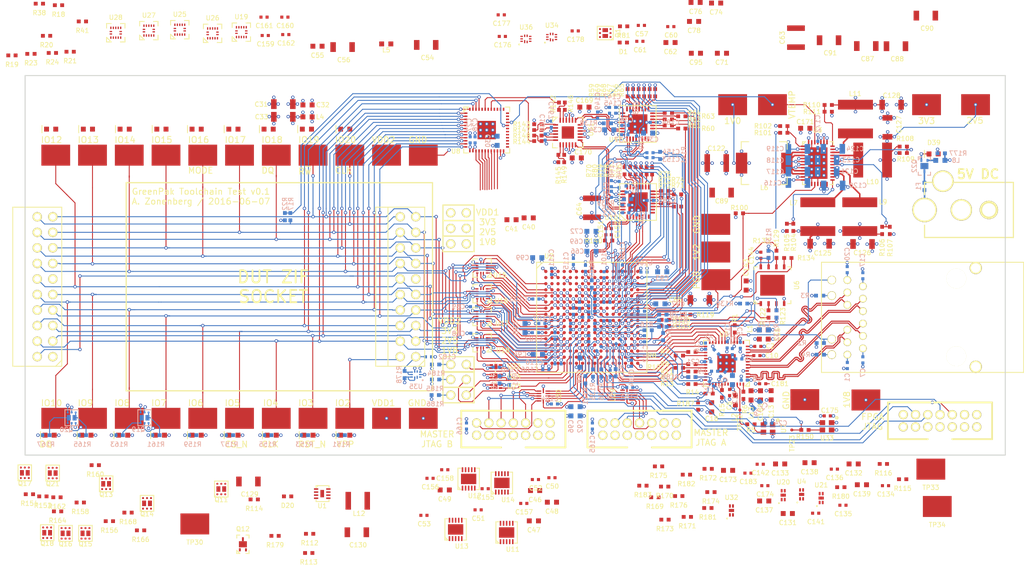
<source format=kicad_pcb>
(kicad_pcb (version 4) (host pcbnew "(2016-02-11 BZR 6517)-product")
  (layers (0 F.Cu signal) (1 In1.Cu signal) (2 In2.Cu signal) (31 B.Cu signal) (34 B.Paste user) (35 F.Paste user) (36 B.SilkS user) (37 F.SilkS user) (38 B.Mask user) (39 F.Mask user) (44 Edge.Cuts user))
  (net 0 "")
  (net 1 "/Ethernet + JTAG/CH1_TAP")
  (net 2 "/Analog IO/GND")
  (net 3 "/Analog IO/2V5")
  (net 4 "/Analog IO/1V8")
  (net 5 "/Ethernet + JTAG/A1V2_ETH")
  (net 6 "/Ethernet + JTAG/1V2")
  (net 7 "/Ethernet + JTAG/A1V2_ETHPLL")
  (net 8 "/Ethernet + JTAG/CH2_TAP")
  (net 9 "/Ethernet + JTAG/CH3_TAP")
  (net 10 "/Ethernet + JTAG/CH4_TAP")
  (net 11 "/Analog IO/A1V8")
  (net 12 "/Analog IO/A3V3")
  (net 13 "/Analog IO/3V3")
  (net 14 "/Analog IO/DUT_VDD1")
  (net 15 "/FPGA support/1V0")
  (net 16 "/Analog IO/DUT_VDD2")
  (net 17 "/Power supply/5V0")
  (net 18 "/Analog IO/DUT_VPP")
  (net 19 "Net-(C135-Pad1)")
  (net 20 "Net-(C136-Pad1)")
  (net 21 "Net-(C141-Pad1)")
  (net 22 "Net-(C142-Pad1)")
  (net 23 "/Analog IO/ADC_A_VREF")
  (net 24 "/Analog IO/ADC_B_VREF")
  (net 25 "/Analog IO/ADC_A_VCM")
  (net 26 "/Analog IO/ADC_B_VCM")
  (net 27 "/Analog IO/ADC_B_CLK_P")
  (net 28 "/Analog IO/ADC_B_CLK_N")
  (net 29 "/Analog IO/ADC_A_CLK_P")
  (net 30 "/Analog IO/ADC_A_CLK_N")
  (net 31 "/Ethernet + JTAG/JTAGA_VCCAUX")
  (net 32 "/Ethernet + JTAG/JTAGB_VCCAUX")
  (net 33 "/Analog IO/VDD2_SHUNT_HI")
  (net 34 "/Ethernet + JTAG/A2V5_ETH")
  (net 35 "/Analog IO/VDD1_SHUNT_LO")
  (net 36 "/Analog IO/DUT_GPIO14")
  (net 37 "Net-(D1-Pad1)")
  (net 38 "Net-(D20-Pad2)")
  (net 39 "Net-(D21-Pad1)")
  (net 40 "Net-(D22-Pad1)")
  (net 41 "Net-(D23-Pad1)")
  (net 42 "Net-(D24-Pad1)")
  (net 43 "Net-(D25-Pad1)")
  (net 44 "Net-(D26-Pad1)")
  (net 45 "Net-(D27-Pad1)")
  (net 46 "Net-(D28-Pad1)")
  (net 47 "Net-(D29-Pad1)")
  (net 48 "Net-(D30-Pad1)")
  (net 49 "Net-(D31-Pad1)")
  (net 50 "Net-(D32-Pad1)")
  (net 51 "Net-(D33-Pad1)")
  (net 52 "Net-(D34-Pad1)")
  (net 53 "Net-(D35-Pad1)")
  (net 54 "Net-(D36-Pad1)")
  (net 55 "Net-(D37-Pad1)")
  (net 56 "Net-(D38-Pad1)")
  (net 57 "Net-(D39-Pad2)")
  (net 58 "/Power supply/5V0_IN")
  (net 59 "/Power supply/5V0_FUSED")
  (net 60 "/Ethernet + JTAG/ETH_C_N")
  (net 61 "/Ethernet + JTAG/ETH_C_P")
  (net 62 "/Ethernet + JTAG/ETH_B_P")
  (net 63 "/Ethernet + JTAG/ETH_B_N")
  (net 64 "/Ethernet + JTAG/ETH_D_P")
  (net 65 "/Ethernet + JTAG/ETH_D_N")
  (net 66 "/Ethernet + JTAG/ETH_A_N")
  (net 67 "/Ethernet + JTAG/ETH_A_P")
  (net 68 "/Ethernet + JTAG/ETH_LED1_N")
  (net 69 "/Ethernet + JTAG/ETH_LED1_P")
  (net 70 "/Ethernet + JTAG/ETH_LED2_N")
  (net 71 "/Ethernet + JTAG/ETH_LED2_P")
  (net 72 "/FPGA support/JTAG_TMS")
  (net 73 "/FPGA support/JTAG_TCK")
  (net 74 "/FPGA support/JTAG_TDO")
  (net 75 "/FPGA support/JTAG_TDI")
  (net 76 "/Ethernet + JTAG/JTAGA_TMS_RAW")
  (net 77 "/Ethernet + JTAG/JTAGA_TCK_RAW")
  (net 78 "/Ethernet + JTAG/JTAGA_TDO_RAW")
  (net 79 "/Ethernet + JTAG/JTAGA_TDI_RAW")
  (net 80 "/Ethernet + JTAG/JTAGB_TMS_RAW")
  (net 81 "/Ethernet + JTAG/JTAGB_TCK_RAW")
  (net 82 "/Ethernet + JTAG/JTAGB_TDO_RAW")
  (net 83 "/Ethernet + JTAG/JTAGB_TDI_RAW")
  (net 84 "/Ethernet + JTAG/VDD1_3V3_EN")
  (net 85 "Net-(JP1-Pad2)")
  (net 86 "/Ethernet + JTAG/VDD1_2V5_EN")
  (net 87 "Net-(JP2-Pad2)")
  (net 88 "/Ethernet + JTAG/VDD1_1V8_EN")
  (net 89 "Net-(JP3-Pad2)")
  (net 90 "/Ethernet + JTAG/VDD2_3V3_EN")
  (net 91 "Net-(JP4-Pad2)")
  (net 92 "/Ethernet + JTAG/VDD2_2V5_EN")
  (net 93 "Net-(JP5-Pad2)")
  (net 94 "/Ethernet + JTAG/VDD2_1V8_EN")
  (net 95 "Net-(JP6-Pad2)")
  (net 96 "/Power supply/SW_1V0")
  (net 97 "/Power supply/SW_1V2")
  (net 98 "/Power supply/5V0_RPROT")
  (net 99 "/Power supply/SW_1V8")
  (net 100 "/Power supply/SW_2V5")
  (net 101 "/Power supply/SW_3V3")
  (net 102 "/Analog IO/DUT_GPIO19")
  (net 103 "/Analog IO/DUT_GPIO17")
  (net 104 "/Analog IO/DUT_GPIO15")
  (net 105 "/Analog IO/DUT_GPIO13")
  (net 106 "/Analog IO/DUT_GPIO9")
  (net 107 "/Analog IO/DUT_GPIO20")
  (net 108 "/Analog IO/DUT_GPIO18")
  (net 109 "/Analog IO/DUT_GPIO16")
  (net 110 "/Analog IO/DUT_GPIO10")
  (net 111 "/Analog IO/DUT_GPIO12")
  (net 112 "/Analog IO/DUT_GPIO6")
  (net 113 "/Analog IO/DUT_GPIO4")
  (net 114 "/Analog IO/DUT_GPIO2")
  (net 115 "/Analog IO/DUT_GPIO3")
  (net 116 "/Analog IO/DUT_GPIO5")
  (net 117 "/Analog IO/DUT_GPIO8")
  (net 118 "/Analog IO/DUT_GPIO7")
  (net 119 /DUT/GPIO2_DIO)
  (net 120 "/Ethernet + JTAG/VPP_EN")
  (net 121 "Net-(Q11-PadD2)")
  (net 122 "/Power supply/VPP_EN_HV_N")
  (net 123 "Net-(Q13-PadD2)")
  (net 124 "Net-(Q13-PadD1)")
  (net 125 "Net-(Q14-PadD2)")
  (net 126 "Net-(Q14-PadD1)")
  (net 127 "Net-(Q15-PadD2)")
  (net 128 "Net-(Q15-PadD1)")
  (net 129 "Net-(Q16-PadD2)")
  (net 130 "Net-(Q16-PadD1)")
  (net 131 "Net-(Q17-PadD2)")
  (net 132 "Net-(Q17-PadD1)")
  (net 133 "Net-(Q18-PadD2)")
  (net 134 "Net-(Q18-PadD1)")
  (net 135 "Net-(Q19-PadD2)")
  (net 136 "Net-(Q19-PadD1)")
  (net 137 "Net-(Q20-PadD2)")
  (net 138 "Net-(Q20-PadD1)")
  (net 139 "Net-(Q21-PadD1)")
  (net 140 "/Ethernet + JTAG/PHY_CLK_25MHZ")
  (net 141 "/Ethernet + JTAG/FPGA_CLK_125MHZ")
  (net 142 "/FPGA support/PSU_PGOOD")
  (net 143 "/Analog IO/PSU_VTEMP")
  (net 144 /DUT/DUT_VDD2_EN)
  (net 145 "/Digital IO/GPIO19_DEN")
  (net 146 "/Digital IO/GPIO10_DEN")
  (net 147 "/Digital IO/GPIO8_DEN")
  (net 148 "/Digital IO/GPIO7_DEN")
  (net 149 "/Digital IO/GPIO4_DEN")
  (net 150 "/Analog IO/MUX_A3")
  (net 151 "/Analog IO/MUX_CS_A_N")
  (net 152 "/Analog IO/MUX_WR_N")
  (net 153 "/Analog IO/ADC_B_D2")
  (net 154 "/Analog IO/ADC_B_D5")
  (net 155 "/Analog IO/ADC_B_D6")
  (net 156 "/Analog IO/ADC_CS_N")
  (net 157 "/Digital IO/GPIO18_DEN")
  (net 158 "/Digital IO/GPIO9_DEN")
  (net 159 "/Digital IO/GPIO6_DEN")
  (net 160 "/Digital IO/GPIO5_DEN")
  (net 161 "/Digital IO/GPIO3_DEN")
  (net 162 "/Analog IO/MUX_CS_B_N")
  (net 163 "/Analog IO/MUX_EN_N")
  (net 164 "/Analog IO/ADC_B_D0")
  (net 165 "/Analog IO/ADC_B_D1")
  (net 166 "/Analog IO/ADC_B_D8")
  (net 167 "/Analog IO/ADC_B_D9")
  (net 168 "/Digital IO/GPIO20_DEN")
  (net 169 "/Digital IO/GPIO17_DEN")
  (net 170 "/Digital IO/GPIO16_DEN")
  (net 171 "/Digital IO/GPIO8_DIO")
  (net 172 "/Digital IO/GPIO13_DEN")
  (net 173 "/Digital IO/GPIO12_DEN")
  (net 174 "/Analog IO/MUX_A1")
  (net 175 "/Analog IO/MUX_A2")
  (net 176 "/Analog IO/ADC_SCLK")
  (net 177 "/Analog IO/ADC_B_SDIO")
  (net 178 "/Analog IO/ADC_B_D7")
  (net 179 "/Digital IO/GPIO4_DIO")
  (net 180 "/Digital IO/GPIO6_DIO")
  (net 181 "/Digital IO/GPIO7_DIO")
  (net 182 "/Digital IO/GPIO15_DEN")
  (net 183 "/Digital IO/GPIO14_DEN")
  (net 184 "/Analog IO/ADC_B_D3")
  (net 185 "/Analog IO/ADC_B_D4")
  (net 186 "/Analog IO/MUX_A0")
  (net 187 "/Analog IO/ADC_A_D1")
  (net 188 "/Analog IO/ADC_B_DCLK")
  (net 189 "/Analog IO/ADC_A_D2")
  (net 190 "/Analog IO/ADC_A_D3")
  (net 191 "/Analog IO/ADC_A_D7")
  (net 192 "/Analog IO/ADC_A_DCLK")
  (net 193 "/Analog IO/ADC_A_D4")
  (net 194 "/Analog IO/ADC_A_D6")
  (net 195 "/Analog IO/ADC_A_D9")
  (net 196 "/Analog IO/ADC_A_D8")
  (net 197 "/Analog IO/ADC_A_D0")
  (net 198 "/FPGA support/FPGA_DONE")
  (net 199 "/Analog IO/DAC_B_DIN")
  (net 200 "/Analog IO/ADC_B_MODE")
  (net 201 "/Analog IO/DAC_C_DIN")
  (net 202 "/Analog IO/ADC_A_D5")
  (net 203 "/Analog IO/DAC_D_DIN")
  (net 204 "/Analog IO/ADC_A_SDIO")
  (net 205 "/Analog IO/DAC_SYNC_N")
  (net 206 "/Analog IO/DAC_A_DIN")
  (net 207 "/FPGA support/FLASH_SCK")
  (net 208 "/Digital IO/GPIO5_DIO")
  (net 209 "/Analog IO/GPIO3_AEN")
  (net 210 "/Analog IO/GPIO4_AEN")
  (net 211 "/Digital IO/GPIO10_DIO")
  (net 212 "/Digital IO/GPIO9_DIO")
  (net 213 "/Analog IO/GPIO7_AEN")
  (net 214 "/Analog IO/GPIO12_AEN")
  (net 215 "/Digital IO/GPIO3_DIO")
  (net 216 "/Analog IO/GPIO6_AEN")
  (net 217 "/Analog IO/GPIO5_AEN")
  (net 218 "/Analog IO/GPIO9_AEN")
  (net 219 "/Analog IO/GPIO10_AEN")
  (net 220 "/Analog IO/GPIO17_AEN")
  (net 221 "/Analog IO/GPIO8_AEN")
  (net 222 "/Analog IO/GPIO13_AEN")
  (net 223 "/Ethernet + JTAG/RGMII_RXD0")
  (net 224 "/Ethernet + JTAG/RGMII_RXD2")
  (net 225 "/Ethernet + JTAG/FLASH_DQ1")
  (net 226 "/Ethernet + JTAG/FLASH_DQ3")
  (net 227 "/Ethernet + JTAG/FLASH_DQ2")
  (net 228 "/Analog IO/ADC_A_MODE")
  (net 229 "/Analog IO/DAC_SCLK")
  (net 230 "/Ethernet + JTAG/RGMII_TX_CLK")
  (net 231 "/Ethernet + JTAG/RGMII_TXD2")
  (net 232 "/Ethernet + JTAG/RGMII_TX_EN")
  (net 233 "/Ethernet + JTAG/RGMII_RX_DV")
  (net 234 "/Ethernet + JTAG/RGMII_RXD3")
  (net 235 "/Ethernet + JTAG/RGMII_TXD3")
  (net 236 "/Ethernet + JTAG/FLASH_DQ0")
  (net 237 "/Ethernet + JTAG/ETH_RESET_N")
  (net 238 "/Ethernet + JTAG/PHY_INT_N")
  (net 239 "/Ethernet + JTAG/FLASH_CS_N")
  (net 240 "/Ethernet + JTAG/RGMII_RXD1")
  (net 241 "/Ethernet + JTAG/PHY_MDIO")
  (net 242 "/Ethernet + JTAG/PHY_MDC")
  (net 243 "Net-(R16-Pad1)")
  (net 244 "/FPGA support/FPGA_INIT_B")
  (net 245 "Net-(R135-Pad1)")
  (net 246 "Net-(R137-Pad1)")
  (net 247 "/Ethernet + JTAG/RGMII_RXC")
  (net 248 "/Ethernet + JTAG/RGMII_TXD1")
  (net 249 "Net-(R136-Pad1)")
  (net 250 "/Ethernet + JTAG/RGMII_TXD0")
  (net 251 "/Ethernet + JTAG/JTAGA_OE")
  (net 252 "/Ethernet + JTAG/JTAGA_TDI")
  (net 253 "Net-(R121-Pad1)")
  (net 254 "/Ethernet + JTAG/JTAGB_OE")
  (net 255 "/Ethernet + JTAG/JTAGA_TDO")
  (net 256 "/Ethernet + JTAG/JTAGA_TMS")
  (net 257 "/Ethernet + JTAG/JTAGA_TCK")
  (net 258 "/Ethernet + JTAG/JTAGB_TDI")
  (net 259 "/Ethernet + JTAG/JTAGB_TDO")
  (net 260 "/Digital IO/GPIO17_DIO")
  (net 261 "/Digital IO/GPIO16_DIO")
  (net 262 "/Digital IO/GPIO19_DIO")
  (net 263 "/Digital IO/GPIO18_DIO")
  (net 264 "/Digital IO/GPIO15_DIO")
  (net 265 "/Digital IO/GPIO14_DIO")
  (net 266 "/Digital IO/GPIO13_DIO")
  (net 267 "/Digital IO/GPIO20_DIO")
  (net 268 "/Ethernet + JTAG/JTAGB_TCK")
  (net 269 "/Ethernet + JTAG/JTAGB_TMS")
  (net 270 "/Digital IO/GPIO12_DIO")
  (net 271 "/Analog IO/GPIO15_AEN")
  (net 272 "/Analog IO/GPIO14_AEN")
  (net 273 "/Power supply/FB_3V3")
  (net 274 "/Power supply/FB_2V5")
  (net 275 "/Power supply/FB_1V8")
  (net 276 "/Power supply/FB_1V2")
  (net 277 "/Power supply/FB_1V0")
  (net 278 "/Ethernet + JTAG/RBIAS_ETH")
  (net 279 "Net-(R15-Pad2)")
  (net 280 "Net-(R14-Pad2)")
  (net 281 "Net-(R13-Pad2)")
  (net 282 "Net-(R12-Pad2)")
  (net 283 "Net-(R11-Pad2)")
  (net 284 "Net-(R10-Pad2)")
  (net 285 "Net-(R9-Pad2)")
  (net 286 "Net-(R8-Pad2)")
  (net 287 "Net-(R7-Pad2)")
  (net 288 "Net-(R67-Pad2)")
  (net 289 "Net-(R78-Pad2)")
  (net 290 "Net-(R77-Pad2)")
  (net 291 "Net-(R76-Pad2)")
  (net 292 "Net-(R61-Pad2)")
  (net 293 "Net-(R5-Pad2)")
  (net 294 "/FPGA support/FLASH_SCKT")
  (net 295 "Net-(R59-Pad2)")
  (net 296 "Net-(R60-Pad2)")
  (net 297 "Net-(R75-Pad2)")
  (net 298 "Net-(R62-Pad2)")
  (net 299 "Net-(R63-Pad2)")
  (net 300 "Net-(R64-Pad2)")
  (net 301 "Net-(R65-Pad2)")
  (net 302 "Net-(R66-Pad2)")
  (net 303 "Net-(R68-Pad2)")
  (net 304 "Net-(R69-Pad2)")
  (net 305 "Net-(R70-Pad2)")
  (net 306 "Net-(R71-Pad2)")
  (net 307 "Net-(R72-Pad2)")
  (net 308 "Net-(R73-Pad2)")
  (net 309 "Net-(R74-Pad2)")
  (net 310 "Net-(R150-Pad2)")
  (net 311 "Net-(R139-Pad1)")
  (net 312 "Net-(R138-Pad1)")
  (net 313 "/FPGA support/FLASH_DQ0T")
  (net 314 "Net-(R134-Pad2)")
  (net 315 "Net-(R112-Pad2)")
  (net 316 "/FPGA support/FLASH_DQ3T")
  (net 317 "Net-(R133-Pad2)")
  (net 318 "Net-(R79-Pad2)")
  (net 319 "/FPGA support/FLASH_CS_NT")
  (net 320 "Net-(R122-Pad1)")
  (net 321 "/FPGA support/FLASH_DQ1T")
  (net 322 "Net-(R123-Pad1)")
  (net 323 "/FPGA support/FLASH_DQ2T")
  (net 324 "Net-(R80-Pad2)")
  (net 325 "/Power supply/1V0_VSENSE")
  (net 326 "Net-(R142-Pad1)")
  (net 327 "/Analog IO/ADC_A_VIN")
  (net 328 "Net-(R143-Pad1)")
  (net 329 "Net-(R144-Pad1)")
  (net 330 "/Analog IO/ADC_B_VIN")
  (net 331 "Net-(R145-Pad1)")
  (net 332 "Net-(R146-Pad1)")
  (net 333 "Net-(R147-Pad1)")
  (net 334 "Net-(R148-Pad1)")
  (net 335 "Net-(R149-Pad1)")
  (net 336 "/Analog IO/VPP_SHUNT_HI")
  (net 337 "/Analog IO/GPIO6_ASIG")
  (net 338 "/Analog IO/GPIO5_ASIG")
  (net 339 "/Analog IO/GPIO4_ASIG")
  (net 340 "/Analog IO/GPIO10_ASIG")
  (net 341 "/Analog IO/GPIO9_ASIG")
  (net 342 "/Analog IO/GPIO3_ASIG")
  (net 343 "/Analog IO/GPIO8_ASIG")
  (net 344 "/Analog IO/GPIO15_ASIG")
  (net 345 "/Analog IO/GPIO14_ASIG")
  (net 346 "/Analog IO/GPIO7_ASIG")
  (net 347 "/Analog IO/GPIO13_ASIG")
  (net 348 "/Analog IO/GPIO12_ASIG")
  (net 349 "/Analog IO/GPIO17_ASIG")
  (net 350 "/Analog IO/VDD1_ISENSE")
  (net 351 "/Analog IO/VPP_ISENSE")
  (net 352 "/Analog IO/VDD2_ISENSE")
  (net 353 "/Analog IO/ADC_A_P")
  (net 354 "/Analog IO/ADC_A_N")
  (net 355 "/Analog IO/ADC_B_P")
  (net 356 "/Analog IO/ADC_B_N")
  (net 357 "/Analog IO/ADC_GPIO20")
  (net 358 "/Analog IO/ADC_VPP")
  (net 359 "/Analog IO/ADC_VDD1")
  (net 360 "/Analog IO/ADC_GPIO2")
  (net 361 "/Analog IO/ADC_VDD2")
  (net 362 "/Analog IO/ADC_B_CLKX_P")
  (net 363 "/Analog IO/ADC_B_CLKX_N")
  (net 364 "/Analog IO/ADC_A_CLKX_P")
  (net 365 "/Analog IO/ADC_A_CLKX_N")
  (module azonenberg_pcb:BGA_256_17x17_FULLARRAY_1MM (layer F.Cu) (at 113.5 97.5)
    (fp_text reference U2 (at -7 -10) (layer F.SilkS) (effects (font (size 0.75 0.75) (thickness 0.125))))
    (fp_text value XC7A100T-1FTG256C hide)
    (pad A1 smd circle (at -7.5 -7.5) (size 0.53 0.53) (layers F.Cu F.Paste F.Mask) (net 2 "/Analog IO/GND"))
    (pad A2 smd circle (at -6.5 -7.5) (size 0.53 0.53) (layers F.Cu F.Paste F.Mask))
    (pad A3 smd circle (at -5.5 -7.5) (size 0.53 0.53) (layers F.Cu F.Paste F.Mask))
    (pad A4 smd circle (at -4.5 -7.5) (size 0.53 0.53) (layers F.Cu F.Paste F.Mask))
    (pad A5 smd circle (at -3.5 -7.5) (size 0.53 0.53) (layers F.Cu F.Paste F.Mask) (net 220 "/Analog IO/GPIO17_AEN"))
    (pad A6 smd circle (at -2.5 -7.5) (size 0.53 0.53) (layers F.Cu F.Paste F.Mask) (net 14 "/Analog IO/DUT_VDD1"))
    (pad A7 smd circle (at -1.5 -7.5) (size 0.53 0.53) (layers F.Cu F.Paste F.Mask) (net 222 "/Analog IO/GPIO13_AEN"))
    (pad A8 smd circle (at -0.5 -7.5) (size 0.53 0.53) (layers F.Cu F.Paste F.Mask) (net 362 "/Analog IO/ADC_B_CLKX_P"))
    (pad A9 smd circle (at 0.5 -7.5) (size 0.53 0.53) (layers F.Cu F.Paste F.Mask) (net 363 "/Analog IO/ADC_B_CLKX_N"))
    (pad A10 smd circle (at 1.5 -7.5) (size 0.53 0.53) (layers F.Cu F.Paste F.Mask) (net 152 "/Analog IO/MUX_WR_N"))
    (pad A11 smd circle (at 2.5 -7.5) (size 0.53 0.53) (layers F.Cu F.Paste F.Mask) (net 2 "/Analog IO/GND"))
    (pad A12 smd circle (at 3.5 -7.5) (size 0.53 0.53) (layers F.Cu F.Paste F.Mask) (net 200 "/Analog IO/ADC_B_MODE"))
    (pad A13 smd circle (at 4.5 -7.5) (size 0.53 0.53) (layers F.Cu F.Paste F.Mask) (net 176 "/Analog IO/ADC_SCLK"))
    (pad A14 smd circle (at 5.5 -7.5) (size 0.53 0.53) (layers F.Cu F.Paste F.Mask) (net 177 "/Analog IO/ADC_B_SDIO"))
    (pad A15 smd circle (at 6.5 -7.5) (size 0.53 0.53) (layers F.Cu F.Paste F.Mask) (net 154 "/Analog IO/ADC_B_D5"))
    (pad A16 smd circle (at 7.5 -7.5) (size 0.53 0.53) (layers F.Cu F.Paste F.Mask) (net 3 "/Analog IO/2V5"))
    (pad B1 smd circle (at -7.5 -6.5) (size 0.53 0.53) (layers F.Cu F.Paste F.Mask))
    (pad B2 smd circle (at -6.5 -6.5) (size 0.53 0.53) (layers F.Cu F.Paste F.Mask))
    (pad B3 smd circle (at -5.5 -6.5) (size 0.53 0.53) (layers F.Cu F.Paste F.Mask) (net 14 "/Analog IO/DUT_VDD1"))
    (pad B4 smd circle (at -4.5 -6.5) (size 0.53 0.53) (layers F.Cu F.Paste F.Mask))
    (pad B5 smd circle (at -3.5 -6.5) (size 0.53 0.53) (layers F.Cu F.Paste F.Mask) (net 218 "/Analog IO/GPIO9_AEN"))
    (pad B6 smd circle (at -2.5 -6.5) (size 0.53 0.53) (layers F.Cu F.Paste F.Mask) (net 216 "/Analog IO/GPIO6_AEN"))
    (pad B7 smd circle (at -1.5 -6.5) (size 0.53 0.53) (layers F.Cu F.Paste F.Mask) (net 219 "/Analog IO/GPIO10_AEN"))
    (pad B8 smd circle (at -0.5 -6.5) (size 0.53 0.53) (layers F.Cu F.Paste F.Mask) (net 2 "/Analog IO/GND"))
    (pad B9 smd circle (at 0.5 -6.5) (size 0.53 0.53) (layers F.Cu F.Paste F.Mask) (net 162 "/Analog IO/MUX_CS_B_N"))
    (pad B10 smd circle (at 1.5 -6.5) (size 0.53 0.53) (layers F.Cu F.Paste F.Mask) (net 163 "/Analog IO/MUX_EN_N"))
    (pad B11 smd circle (at 2.5 -6.5) (size 0.53 0.53) (layers F.Cu F.Paste F.Mask) (net 150 "/Analog IO/MUX_A3"))
    (pad B12 smd circle (at 3.5 -6.5) (size 0.53 0.53) (layers F.Cu F.Paste F.Mask) (net 156 "/Analog IO/ADC_CS_N"))
    (pad B13 smd circle (at 4.5 -6.5) (size 0.53 0.53) (layers F.Cu F.Paste F.Mask) (net 3 "/Analog IO/2V5"))
    (pad B14 smd circle (at 5.5 -6.5) (size 0.53 0.53) (layers F.Cu F.Paste F.Mask) (net 155 "/Analog IO/ADC_B_D6"))
    (pad B15 smd circle (at 6.5 -6.5) (size 0.53 0.53) (layers F.Cu F.Paste F.Mask) (net 153 "/Analog IO/ADC_B_D2"))
    (pad B16 smd circle (at 7.5 -6.5) (size 0.53 0.53) (layers F.Cu F.Paste F.Mask) (net 185 "/Analog IO/ADC_B_D4"))
    (pad C1 smd circle (at -7.5 -5.5) (size 0.53 0.53) (layers F.Cu F.Paste F.Mask) (net 119 /DUT/GPIO2_DIO))
    (pad C2 smd circle (at -6.5 -5.5) (size 0.53 0.53) (layers F.Cu F.Paste F.Mask))
    (pad C3 smd circle (at -5.5 -5.5) (size 0.53 0.53) (layers F.Cu F.Paste F.Mask))
    (pad C4 smd circle (at -4.5 -5.5) (size 0.53 0.53) (layers F.Cu F.Paste F.Mask))
    (pad C5 smd circle (at -3.5 -5.5) (size 0.53 0.53) (layers F.Cu F.Paste F.Mask) (net 2 "/Analog IO/GND"))
    (pad C6 smd circle (at -2.5 -5.5) (size 0.53 0.53) (layers F.Cu F.Paste F.Mask))
    (pad C7 smd circle (at -1.5 -5.5) (size 0.53 0.53) (layers F.Cu F.Paste F.Mask))
    (pad C8 smd circle (at -0.5 -5.5) (size 0.53 0.53) (layers F.Cu F.Paste F.Mask) (net 174 "/Analog IO/MUX_A1"))
    (pad C9 smd circle (at 0.5 -5.5) (size 0.53 0.53) (layers F.Cu F.Paste F.Mask) (net 175 "/Analog IO/MUX_A2"))
    (pad C10 smd circle (at 1.5 -5.5) (size 0.53 0.53) (layers F.Cu F.Paste F.Mask) (net 3 "/Analog IO/2V5"))
    (pad C11 smd circle (at 2.5 -5.5) (size 0.53 0.53) (layers F.Cu F.Paste F.Mask) (net 205 "/Analog IO/DAC_SYNC_N"))
    (pad C12 smd circle (at 3.5 -5.5) (size 0.53 0.53) (layers F.Cu F.Paste F.Mask) (net 228 "/Analog IO/ADC_A_MODE"))
    (pad C13 smd circle (at 4.5 -5.5) (size 0.53 0.53) (layers F.Cu F.Paste F.Mask) (net 204 "/Analog IO/ADC_A_SDIO"))
    (pad C14 smd circle (at 5.5 -5.5) (size 0.53 0.53) (layers F.Cu F.Paste F.Mask) (net 166 "/Analog IO/ADC_B_D8"))
    (pad C15 smd circle (at 6.5 -5.5) (size 0.53 0.53) (layers F.Cu F.Paste F.Mask) (net 2 "/Analog IO/GND"))
    (pad C16 smd circle (at 7.5 -5.5) (size 0.53 0.53) (layers F.Cu F.Paste F.Mask) (net 184 "/Analog IO/ADC_B_D3"))
    (pad D1 smd circle (at -7.5 -4.5) (size 0.53 0.53) (layers F.Cu F.Paste F.Mask) (net 160 "/Digital IO/GPIO5_DEN"))
    (pad D2 smd circle (at -6.5 -4.5) (size 0.53 0.53) (layers F.Cu F.Paste F.Mask) (net 2 "/Analog IO/GND"))
    (pad D3 smd circle (at -5.5 -4.5) (size 0.53 0.53) (layers F.Cu F.Paste F.Mask))
    (pad D4 smd circle (at -4.5 -4.5) (size 0.53 0.53) (layers F.Cu F.Paste F.Mask))
    (pad D5 smd circle (at -3.5 -4.5) (size 0.53 0.53) (layers F.Cu F.Paste F.Mask))
    (pad D6 smd circle (at -2.5 -4.5) (size 0.53 0.53) (layers F.Cu F.Paste F.Mask))
    (pad D7 smd circle (at -1.5 -4.5) (size 0.53 0.53) (layers F.Cu F.Paste F.Mask) (net 14 "/Analog IO/DUT_VDD1"))
    (pad D8 smd circle (at -0.5 -4.5) (size 0.53 0.53) (layers F.Cu F.Paste F.Mask) (net 229 "/Analog IO/DAC_SCLK"))
    (pad D9 smd circle (at 0.5 -4.5) (size 0.53 0.53) (layers F.Cu F.Paste F.Mask) (net 201 "/Analog IO/DAC_C_DIN"))
    (pad D10 smd circle (at 1.5 -4.5) (size 0.53 0.53) (layers F.Cu F.Paste F.Mask) (net 186 "/Analog IO/MUX_A0"))
    (pad D11 smd circle (at 2.5 -4.5) (size 0.53 0.53) (layers F.Cu F.Paste F.Mask) (net 199 "/Analog IO/DAC_B_DIN"))
    (pad D12 smd circle (at 3.5 -4.5) (size 0.53 0.53) (layers F.Cu F.Paste F.Mask) (net 2 "/Analog IO/GND"))
    (pad D13 smd circle (at 4.5 -4.5) (size 0.53 0.53) (layers F.Cu F.Paste F.Mask) (net 188 "/Analog IO/ADC_B_DCLK"))
    (pad D14 smd circle (at 5.5 -4.5) (size 0.53 0.53) (layers F.Cu F.Paste F.Mask) (net 364 "/Analog IO/ADC_A_CLKX_P"))
    (pad D15 smd circle (at 6.5 -4.5) (size 0.53 0.53) (layers F.Cu F.Paste F.Mask) (net 365 "/Analog IO/ADC_A_CLKX_N"))
    (pad D16 smd circle (at 7.5 -4.5) (size 0.53 0.53) (layers F.Cu F.Paste F.Mask) (net 165 "/Analog IO/ADC_B_D1"))
    (pad E13 smd circle (at 4.5 -3.5) (size 0.53 0.53) (layers F.Cu F.Paste F.Mask))
    (pad E12 smd circle (at 3.5 -3.5) (size 0.53 0.53) (layers F.Cu F.Paste F.Mask) (net 192 "/Analog IO/ADC_A_DCLK"))
    (pad F12 smd circle (at 3.5 -2.5) (size 0.53 0.53) (layers F.Cu F.Paste F.Mask) (net 203 "/Analog IO/DAC_D_DIN"))
    (pad G12 smd circle (at 3.5 -1.5) (size 0.53 0.53) (layers F.Cu F.Paste F.Mask) (net 178 "/Analog IO/ADC_B_D7"))
    (pad E14 smd circle (at 5.5 -3.5) (size 0.53 0.53) (layers F.Cu F.Paste F.Mask) (net 3 "/Analog IO/2V5"))
    (pad E16 smd circle (at 7.5 -3.5) (size 0.53 0.53) (layers F.Cu F.Paste F.Mask) (net 197 "/Analog IO/ADC_A_D0"))
    (pad E15 smd circle (at 6.5 -3.5) (size 0.53 0.53) (layers F.Cu F.Paste F.Mask) (net 164 "/Analog IO/ADC_B_D0"))
    (pad F15 smd circle (at 6.5 -2.5) (size 0.53 0.53) (layers F.Cu F.Paste F.Mask) (net 187 "/Analog IO/ADC_A_D1"))
    (pad E10 smd circle (at 1.5 -3.5) (size 0.53 0.53) (layers F.Cu F.Paste F.Mask) (net 15 "/FPGA support/1V0"))
    (pad E11 smd circle (at 2.5 -3.5) (size 0.53 0.53) (layers F.Cu F.Paste F.Mask) (net 206 "/Analog IO/DAC_A_DIN"))
    (pad F11 smd circle (at 2.5 -2.5) (size 0.53 0.53) (layers F.Cu F.Paste F.Mask) (net 15 "/FPGA support/1V0"))
    (pad H11 smd circle (at 2.5 -0.5) (size 0.53 0.53) (layers F.Cu F.Paste F.Mask))
    (pad F10 smd circle (at 1.5 -2.5) (size 0.53 0.53) (layers F.Cu F.Paste F.Mask) (net 2 "/Analog IO/GND"))
    (pad G11 smd circle (at 2.5 -1.5) (size 0.53 0.53) (layers F.Cu F.Paste F.Mask) (net 151 "/Analog IO/MUX_CS_A_N"))
    (pad G10 smd circle (at 1.5 -1.5) (size 0.53 0.53) (layers F.Cu F.Paste F.Mask) (net 4 "/Analog IO/1V8"))
    (pad H10 smd circle (at 1.5 -0.5) (size 0.53 0.53) (layers F.Cu F.Paste F.Mask) (net 198 "/FPGA support/FPGA_DONE"))
    (pad F14 smd circle (at 5.5 -2.5) (size 0.53 0.53) (layers F.Cu F.Paste F.Mask) (net 195 "/Analog IO/ADC_A_D9"))
    (pad H14 smd circle (at 5.5 -0.5) (size 0.53 0.53) (layers F.Cu F.Paste F.Mask) (net 202 "/Analog IO/ADC_A_D5"))
    (pad G14 smd circle (at 5.5 -1.5) (size 0.53 0.53) (layers F.Cu F.Paste F.Mask) (net 191 "/Analog IO/ADC_A_D7"))
    (pad F13 smd circle (at 4.5 -2.5) (size 0.53 0.53) (layers F.Cu F.Paste F.Mask) (net 167 "/Analog IO/ADC_B_D9"))
    (pad G13 smd circle (at 4.5 -1.5) (size 0.53 0.53) (layers F.Cu F.Paste F.Mask) (net 2 "/Analog IO/GND"))
    (pad H13 smd circle (at 4.5 -0.5) (size 0.53 0.53) (layers F.Cu F.Paste F.Mask) (net 194 "/Analog IO/ADC_A_D6"))
    (pad H12 smd circle (at 3.5 -0.5) (size 0.53 0.53) (layers F.Cu F.Paste F.Mask) (net 196 "/Analog IO/ADC_A_D8"))
    (pad F16 smd circle (at 7.5 -2.5) (size 0.53 0.53) (layers F.Cu F.Paste F.Mask) (net 2 "/Analog IO/GND"))
    (pad G16 smd circle (at 7.5 -1.5) (size 0.53 0.53) (layers F.Cu F.Paste F.Mask) (net 190 "/Analog IO/ADC_A_D3"))
    (pad H15 smd circle (at 6.5 -0.5) (size 0.53 0.53) (layers F.Cu F.Paste F.Mask) (net 3 "/Analog IO/2V5"))
    (pad G15 smd circle (at 6.5 -1.5) (size 0.53 0.53) (layers F.Cu F.Paste F.Mask) (net 189 "/Analog IO/ADC_A_D2"))
    (pad H16 smd circle (at 7.5 -0.5) (size 0.53 0.53) (layers F.Cu F.Paste F.Mask) (net 193 "/Analog IO/ADC_A_D4"))
    (pad F9 smd circle (at 0.5 -2.5) (size 0.53 0.53) (layers F.Cu F.Paste F.Mask) (net 15 "/FPGA support/1V0"))
    (pad E8 smd circle (at -0.5 -3.5) (size 0.53 0.53) (layers F.Cu F.Paste F.Mask) (net 207 "/FPGA support/FLASH_SCK"))
    (pad E9 smd circle (at 0.5 -3.5) (size 0.53 0.53) (layers F.Cu F.Paste F.Mask) (net 2 "/Analog IO/GND"))
    (pad F8 smd circle (at -0.5 -2.5) (size 0.53 0.53) (layers F.Cu F.Paste F.Mask) (net 4 "/Analog IO/1V8"))
    (pad F7 smd circle (at -1.5 -2.5) (size 0.53 0.53) (layers F.Cu F.Paste F.Mask) (net 15 "/FPGA support/1V0"))
    (pad E7 smd circle (at -1.5 -3.5) (size 0.53 0.53) (layers F.Cu F.Paste F.Mask) (net 2 "/Analog IO/GND"))
    (pad E3 smd circle (at -5.5 -3.5) (size 0.53 0.53) (layers F.Cu F.Paste F.Mask) (net 149 "/Digital IO/GPIO4_DEN"))
    (pad F4 smd circle (at -4.5 -2.5) (size 0.53 0.53) (layers F.Cu F.Paste F.Mask) (net 209 "/Analog IO/GPIO3_AEN"))
    (pad E4 smd circle (at -4.5 -3.5) (size 0.53 0.53) (layers F.Cu F.Paste F.Mask) (net 14 "/Analog IO/DUT_VDD1"))
    (pad F3 smd circle (at -5.5 -2.5) (size 0.53 0.53) (layers F.Cu F.Paste F.Mask) (net 210 "/Analog IO/GPIO4_AEN"))
    (pad G6 smd circle (at -2.5 -1.5) (size 0.53 0.53) (layers F.Cu F.Paste F.Mask) (net 15 "/FPGA support/1V0"))
    (pad E6 smd circle (at -2.5 -3.5) (size 0.53 0.53) (layers F.Cu F.Paste F.Mask))
    (pad E5 smd circle (at -3.5 -3.5) (size 0.53 0.53) (layers F.Cu F.Paste F.Mask) (net 271 "/Analog IO/GPIO15_AEN"))
    (pad F5 smd circle (at -3.5 -2.5) (size 0.53 0.53) (layers F.Cu F.Paste F.Mask) (net 212 "/Digital IO/GPIO9_DIO"))
    (pad F6 smd circle (at -2.5 -2.5) (size 0.53 0.53) (layers F.Cu F.Paste F.Mask) (net 2 "/Analog IO/GND"))
    (pad G5 smd circle (at -3.5 -1.5) (size 0.53 0.53) (layers F.Cu F.Paste F.Mask) (net 213 "/Analog IO/GPIO7_AEN"))
    (pad H5 smd circle (at -3.5 -0.5) (size 0.53 0.53) (layers F.Cu F.Paste F.Mask) (net 214 "/Analog IO/GPIO12_AEN"))
    (pad H6 smd circle (at -2.5 -0.5) (size 0.53 0.53) (layers F.Cu F.Paste F.Mask) (net 2 "/Analog IO/GND"))
    (pad E2 smd circle (at -6.5 -3.5) (size 0.53 0.53) (layers F.Cu F.Paste F.Mask) (net 217 "/Analog IO/GPIO5_AEN"))
    (pad E1 smd circle (at -7.5 -3.5) (size 0.53 0.53) (layers F.Cu F.Paste F.Mask) (net 179 "/Digital IO/GPIO4_DIO"))
    (pad F2 smd circle (at -6.5 -2.5) (size 0.53 0.53) (layers F.Cu F.Paste F.Mask) (net 215 "/Digital IO/GPIO3_DIO"))
    (pad G2 smd circle (at -6.5 -1.5) (size 0.53 0.53) (layers F.Cu F.Paste F.Mask) (net 159 "/Digital IO/GPIO6_DEN"))
    (pad F1 smd circle (at -7.5 -2.5) (size 0.53 0.53) (layers F.Cu F.Paste F.Mask) (net 14 "/Analog IO/DUT_VDD1"))
    (pad H1 smd circle (at -7.5 -0.5) (size 0.53 0.53) (layers F.Cu F.Paste F.Mask) (net 158 "/Digital IO/GPIO9_DEN"))
    (pad G1 smd circle (at -7.5 -1.5) (size 0.53 0.53) (layers F.Cu F.Paste F.Mask) (net 161 "/Digital IO/GPIO3_DEN"))
    (pad H2 smd circle (at -6.5 -0.5) (size 0.53 0.53) (layers F.Cu F.Paste F.Mask) (net 147 "/Digital IO/GPIO8_DEN"))
    (pad H7 smd circle (at -1.5 -0.5) (size 0.53 0.53) (layers F.Cu F.Paste F.Mask) (net 2 "/Analog IO/GND"))
    (pad G8 smd circle (at -0.5 -1.5) (size 0.53 0.53) (layers F.Cu F.Paste F.Mask) (net 4 "/Analog IO/1V8"))
    (pad G9 smd circle (at 0.5 -1.5) (size 0.53 0.53) (layers F.Cu F.Paste F.Mask) (net 2 "/Analog IO/GND"))
    (pad G7 smd circle (at -1.5 -1.5) (size 0.53 0.53) (layers F.Cu F.Paste F.Mask) (net 2 "/Analog IO/GND"))
    (pad H8 smd circle (at -0.5 -0.5) (size 0.53 0.53) (layers F.Cu F.Paste F.Mask) (net 2 "/Analog IO/GND"))
    (pad H9 smd circle (at 0.5 -0.5) (size 0.53 0.53) (layers F.Cu F.Paste F.Mask) (net 15 "/FPGA support/1V0"))
    (pad G4 smd circle (at -4.5 -1.5) (size 0.53 0.53) (layers F.Cu F.Paste F.Mask) (net 221 "/Analog IO/GPIO8_AEN"))
    (pad H4 smd circle (at -4.5 -0.5) (size 0.53 0.53) (layers F.Cu F.Paste F.Mask) (net 180 "/Digital IO/GPIO6_DIO"))
    (pad G3 smd circle (at -5.5 -1.5) (size 0.53 0.53) (layers F.Cu F.Paste F.Mask) (net 2 "/Analog IO/GND"))
    (pad H3 smd circle (at -5.5 -0.5) (size 0.53 0.53) (layers F.Cu F.Paste F.Mask) (net 208 "/Digital IO/GPIO5_DIO"))
    (pad R16 smd circle (at 7.5 6.5) (size 0.53 0.53) (layers F.Cu F.Paste F.Mask) (net 230 "/Ethernet + JTAG/RGMII_TX_CLK"))
    (pad T15 smd circle (at 6.5 7.5) (size 0.53 0.53) (layers F.Cu F.Paste F.Mask) (net 234 "/Ethernet + JTAG/RGMII_RXD3"))
    (pad R15 smd circle (at 6.5 6.5) (size 0.53 0.53) (layers F.Cu F.Paste F.Mask) (net 232 "/Ethernet + JTAG/RGMII_TX_EN"))
    (pad P16 smd circle (at 7.5 5.5) (size 0.53 0.53) (layers F.Cu F.Paste F.Mask) (net 231 "/Ethernet + JTAG/RGMII_TXD2"))
    (pad R14 smd circle (at 5.5 6.5) (size 0.53 0.53) (layers F.Cu F.Paste F.Mask) (net 4 "/Analog IO/1V8"))
    (pad P15 smd circle (at 6.5 5.5) (size 0.53 0.53) (layers F.Cu F.Paste F.Mask) (net 235 "/Ethernet + JTAG/RGMII_TXD3"))
    (pad P14 smd circle (at 5.5 5.5) (size 0.53 0.53) (layers F.Cu F.Paste F.Mask) (net 242 "/Ethernet + JTAG/PHY_MDC"))
    (pad T16 smd circle (at 7.5 7.5) (size 0.53 0.53) (layers F.Cu F.Paste F.Mask) (net 2 "/Analog IO/GND"))
    (pad J14 smd circle (at 5.5 0.5) (size 0.53 0.53) (layers F.Cu F.Paste F.Mask) (net 225 "/Ethernet + JTAG/FLASH_DQ1"))
    (pad K16 smd circle (at 7.5 1.5) (size 0.53 0.53) (layers F.Cu F.Paste F.Mask) (net 226 "/Ethernet + JTAG/FLASH_DQ3"))
    (pad L14 smd circle (at 5.5 2.5) (size 0.53 0.53) (layers F.Cu F.Paste F.Mask) (net 120 "/Ethernet + JTAG/VPP_EN"))
    (pad K14 smd circle (at 5.5 1.5) (size 0.53 0.53) (layers F.Cu F.Paste F.Mask) (net 2 "/Analog IO/GND"))
    (pad K15 smd circle (at 6.5 1.5) (size 0.53 0.53) (layers F.Cu F.Paste F.Mask) (net 227 "/Ethernet + JTAG/FLASH_DQ2"))
    (pad J16 smd circle (at 7.5 0.5) (size 0.53 0.53) (layers F.Cu F.Paste F.Mask))
    (pad J15 smd circle (at 6.5 0.5) (size 0.53 0.53) (layers F.Cu F.Paste F.Mask))
    (pad R13 smd circle (at 4.5 6.5) (size 0.53 0.53) (layers F.Cu F.Paste F.Mask) (net 240 "/Ethernet + JTAG/RGMII_RXD1"))
    (pad R12 smd circle (at 3.5 6.5) (size 0.53 0.53) (layers F.Cu F.Paste F.Mask) (net 233 "/Ethernet + JTAG/RGMII_RX_DV"))
    (pad T13 smd circle (at 4.5 7.5) (size 0.53 0.53) (layers F.Cu F.Paste F.Mask) (net 223 "/Ethernet + JTAG/RGMII_RXD0"))
    (pad P13 smd circle (at 4.5 5.5) (size 0.53 0.53) (layers F.Cu F.Paste F.Mask) (net 238 "/Ethernet + JTAG/PHY_INT_N"))
    (pad T14 smd circle (at 5.5 7.5) (size 0.53 0.53) (layers F.Cu F.Paste F.Mask) (net 224 "/Ethernet + JTAG/RGMII_RXD2"))
    (pad T12 smd circle (at 3.5 7.5) (size 0.53 0.53) (layers F.Cu F.Paste F.Mask) (net 86 "/Ethernet + JTAG/VDD1_2V5_EN"))
    (pad P12 smd circle (at 3.5 5.5) (size 0.53 0.53) (layers F.Cu F.Paste F.Mask) (net 2 "/Analog IO/GND"))
    (pad J13 smd circle (at 4.5 0.5) (size 0.53 0.53) (layers F.Cu F.Paste F.Mask) (net 236 "/Ethernet + JTAG/FLASH_DQ0"))
    (pad K12 smd circle (at 3.5 1.5) (size 0.53 0.53) (layers F.Cu F.Paste F.Mask))
    (pad L13 smd circle (at 4.5 2.5) (size 0.53 0.53) (layers F.Cu F.Paste F.Mask) (net 237 "/Ethernet + JTAG/ETH_RESET_N"))
    (pad K13 smd circle (at 4.5 1.5) (size 0.53 0.53) (layers F.Cu F.Paste F.Mask) (net 88 "/Ethernet + JTAG/VDD1_1V8_EN"))
    (pad L12 smd circle (at 3.5 2.5) (size 0.53 0.53) (layers F.Cu F.Paste F.Mask) (net 239 "/Ethernet + JTAG/FLASH_CS_N"))
    (pad J12 smd circle (at 3.5 0.5) (size 0.53 0.53) (layers F.Cu F.Paste F.Mask) (net 3 "/Analog IO/2V5"))
    (pad M12 smd circle (at 3.5 3.5) (size 0.53 0.53) (layers F.Cu F.Paste F.Mask))
    (pad M13 smd circle (at 4.5 3.5) (size 0.53 0.53) (layers F.Cu F.Paste F.Mask) (net 4 "/Analog IO/1V8"))
    (pad N12 smd circle (at 3.5 4.5) (size 0.53 0.53) (layers F.Cu F.Paste F.Mask))
    (pad M14 smd circle (at 5.5 3.5) (size 0.53 0.53) (layers F.Cu F.Paste F.Mask))
    (pad N14 smd circle (at 5.5 4.5) (size 0.53 0.53) (layers F.Cu F.Paste F.Mask) (net 247 "/Ethernet + JTAG/RGMII_RXC"))
    (pad N13 smd circle (at 4.5 4.5) (size 0.53 0.53) (layers F.Cu F.Paste F.Mask) (net 241 "/Ethernet + JTAG/PHY_MDIO"))
    (pad N16 smd circle (at 7.5 4.5) (size 0.53 0.53) (layers F.Cu F.Paste F.Mask) (net 248 "/Ethernet + JTAG/RGMII_TXD1"))
    (pad M16 smd circle (at 7.5 3.5) (size 0.53 0.53) (layers F.Cu F.Paste F.Mask) (net 250 "/Ethernet + JTAG/RGMII_TXD0"))
    (pad M15 smd circle (at 6.5 3.5) (size 0.53 0.53) (layers F.Cu F.Paste F.Mask) (net 84 "/Ethernet + JTAG/VDD1_3V3_EN"))
    (pad N15 smd circle (at 6.5 4.5) (size 0.53 0.53) (layers F.Cu F.Paste F.Mask) (net 2 "/Analog IO/GND"))
    (pad L15 smd circle (at 6.5 2.5) (size 0.53 0.53) (layers F.Cu F.Paste F.Mask) (net 243 "Net-(R16-Pad1)"))
    (pad L16 smd circle (at 7.5 2.5) (size 0.53 0.53) (layers F.Cu F.Paste F.Mask) (net 4 "/Analog IO/1V8"))
    (pad K10 smd circle (at 1.5 1.5) (size 0.53 0.53) (layers F.Cu F.Paste F.Mask) (net 244 "/FPGA support/FPGA_INIT_B"))
    (pad K11 smd circle (at 2.5 1.5) (size 0.53 0.53) (layers F.Cu F.Paste F.Mask) (net 4 "/Analog IO/1V8"))
    (pad J9 smd circle (at 0.5 0.5) (size 0.53 0.53) (layers F.Cu F.Paste F.Mask) (net 2 "/Analog IO/GND"))
    (pad L11 smd circle (at 2.5 2.5) (size 0.53 0.53) (layers F.Cu F.Paste F.Mask) (net 2 "/Analog IO/GND"))
    (pad K9 smd circle (at 0.5 1.5) (size 0.53 0.53) (layers F.Cu F.Paste F.Mask) (net 15 "/FPGA support/1V0"))
    (pad L10 smd circle (at 1.5 2.5) (size 0.53 0.53) (layers F.Cu F.Paste F.Mask) (net 4 "/Analog IO/1V8"))
    (pad J10 smd circle (at 1.5 0.5) (size 0.53 0.53) (layers F.Cu F.Paste F.Mask) (net 4 "/Analog IO/1V8"))
    (pad J11 smd circle (at 2.5 0.5) (size 0.53 0.53) (layers F.Cu F.Paste F.Mask) (net 2 "/Analog IO/GND"))
    (pad L7 smd circle (at -1.5 2.5) (size 0.53 0.53) (layers F.Cu F.Paste F.Mask) (net 73 "/FPGA support/JTAG_TCK"))
    (pad M7 smd circle (at -1.5 3.5) (size 0.53 0.53) (layers F.Cu F.Paste F.Mask) (net 72 "/FPGA support/JTAG_TMS"))
    (pad M8 smd circle (at -0.5 3.5) (size 0.53 0.53) (layers F.Cu F.Paste F.Mask) (net 2 "/Analog IO/GND"))
    (pad L8 smd circle (at -0.5 2.5) (size 0.53 0.53) (layers F.Cu F.Paste F.Mask) (net 15 "/FPGA support/1V0"))
    (pad N9 smd circle (at 0.5 4.5) (size 0.53 0.53) (layers F.Cu F.Paste F.Mask) (net 251 "/Ethernet + JTAG/JTAGA_OE"))
    (pad M9 smd circle (at 0.5 3.5) (size 0.53 0.53) (layers F.Cu F.Paste F.Mask) (net 245 "Net-(R135-Pad1)"))
    (pad L9 smd circle (at 0.5 2.5) (size 0.53 0.53) (layers F.Cu F.Paste F.Mask) (net 142 "/FPGA support/PSU_PGOOD"))
    (pad T11 smd circle (at 2.5 7.5) (size 0.53 0.53) (layers F.Cu F.Paste F.Mask) (net 4 "/Analog IO/1V8"))
    (pad M11 smd circle (at 2.5 3.5) (size 0.53 0.53) (layers F.Cu F.Paste F.Mask) (net 246 "Net-(R137-Pad1)"))
    (pad N10 smd circle (at 1.5 4.5) (size 0.53 0.53) (layers F.Cu F.Paste F.Mask) (net 4 "/Analog IO/1V8"))
    (pad N11 smd circle (at 2.5 4.5) (size 0.53 0.53) (layers F.Cu F.Paste F.Mask) (net 141 "/Ethernet + JTAG/FPGA_CLK_125MHZ"))
    (pad R11 smd circle (at 2.5 6.5) (size 0.53 0.53) (layers F.Cu F.Paste F.Mask) (net 256 "/Ethernet + JTAG/JTAGA_TMS"))
    (pad P11 smd circle (at 2.5 5.5) (size 0.53 0.53) (layers F.Cu F.Paste F.Mask))
    (pad M10 smd circle (at 1.5 3.5) (size 0.53 0.53) (layers F.Cu F.Paste F.Mask) (net 249 "Net-(R136-Pad1)"))
    (pad P10 smd circle (at 1.5 5.5) (size 0.53 0.53) (layers F.Cu F.Paste F.Mask))
    (pad R10 smd circle (at 1.5 6.5) (size 0.53 0.53) (layers F.Cu F.Paste F.Mask) (net 255 "/Ethernet + JTAG/JTAGA_TDO"))
    (pad T10 smd circle (at 1.5 7.5) (size 0.53 0.53) (layers F.Cu F.Paste F.Mask) (net 257 "/Ethernet + JTAG/JTAGA_TCK"))
    (pad P9 smd circle (at 0.5 5.5) (size 0.53 0.53) (layers F.Cu F.Paste F.Mask))
    (pad R9 smd circle (at 0.5 6.5) (size 0.53 0.53) (layers F.Cu F.Paste F.Mask) (net 2 "/Analog IO/GND"))
    (pad T9 smd circle (at 0.5 7.5) (size 0.53 0.53) (layers F.Cu F.Paste F.Mask) (net 252 "/Ethernet + JTAG/JTAGA_TDI"))
    (pad N8 smd circle (at -0.5 4.5) (size 0.53 0.53) (layers F.Cu F.Paste F.Mask) (net 253 "Net-(R121-Pad1)"))
    (pad N7 smd circle (at -1.5 4.5) (size 0.53 0.53) (layers F.Cu F.Paste F.Mask) (net 75 "/FPGA support/JTAG_TDI"))
    (pad M6 smd circle (at -2.5 3.5) (size 0.53 0.53) (layers F.Cu F.Paste F.Mask))
    (pad N6 smd circle (at -2.5 4.5) (size 0.53 0.53) (layers F.Cu F.Paste F.Mask) (net 144 /DUT/DUT_VDD2_EN))
    (pad P7 smd circle (at -1.5 5.5) (size 0.53 0.53) (layers F.Cu F.Paste F.Mask) (net 4 "/Analog IO/1V8"))
    (pad P8 smd circle (at -0.5 5.5) (size 0.53 0.53) (layers F.Cu F.Paste F.Mask))
    (pad P6 smd circle (at -2.5 5.5) (size 0.53 0.53) (layers F.Cu F.Paste F.Mask) (net 92 "/Ethernet + JTAG/VDD2_2V5_EN"))
    (pad L6 smd circle (at -2.5 2.5) (size 0.53 0.53) (layers F.Cu F.Paste F.Mask) (net 4 "/Analog IO/1V8"))
    (pad K8 smd circle (at -0.5 1.5) (size 0.53 0.53) (layers F.Cu F.Paste F.Mask) (net 2 "/Analog IO/GND"))
    (pad K6 smd circle (at -2.5 1.5) (size 0.53 0.53) (layers F.Cu F.Paste F.Mask) (net 2 "/Analog IO/GND"))
    (pad J6 smd circle (at -2.5 0.5) (size 0.53 0.53) (layers F.Cu F.Paste F.Mask) (net 15 "/FPGA support/1V0"))
    (pad K7 smd circle (at -1.5 1.5) (size 0.53 0.53) (layers F.Cu F.Paste F.Mask) (net 2 "/Analog IO/GND"))
    (pad J8 smd circle (at -0.5 0.5) (size 0.53 0.53) (layers F.Cu F.Paste F.Mask) (net 2 "/Analog IO/GND"))
    (pad J7 smd circle (at -1.5 0.5) (size 0.53 0.53) (layers F.Cu F.Paste F.Mask) (net 2 "/Analog IO/GND"))
    (pad T8 smd circle (at -0.5 7.5) (size 0.53 0.53) (layers F.Cu F.Paste F.Mask) (net 269 "/Ethernet + JTAG/JTAGB_TMS"))
    (pad R8 smd circle (at -0.5 6.5) (size 0.53 0.53) (layers F.Cu F.Paste F.Mask) (net 254 "/Ethernet + JTAG/JTAGB_OE"))
    (pad T7 smd circle (at -1.5 7.5) (size 0.53 0.53) (layers F.Cu F.Paste F.Mask) (net 259 "/Ethernet + JTAG/JTAGB_TDO"))
    (pad R7 smd circle (at -1.5 6.5) (size 0.53 0.53) (layers F.Cu F.Paste F.Mask) (net 268 "/Ethernet + JTAG/JTAGB_TCK"))
    (pad R6 smd circle (at -2.5 6.5) (size 0.53 0.53) (layers F.Cu F.Paste F.Mask) (net 258 "/Ethernet + JTAG/JTAGB_TDI"))
    (pad T6 smd circle (at -2.5 7.5) (size 0.53 0.53) (layers F.Cu F.Paste F.Mask) (net 2 "/Analog IO/GND"))
    (pad P2 smd circle (at -6.5 5.5) (size 0.53 0.53) (layers F.Cu F.Paste F.Mask) (net 2 "/Analog IO/GND"))
    (pad N2 smd circle (at -6.5 4.5) (size 0.53 0.53) (layers F.Cu F.Paste F.Mask) (net 182 "/Digital IO/GPIO15_DEN"))
    (pad P3 smd circle (at -5.5 5.5) (size 0.53 0.53) (layers F.Cu F.Paste F.Mask) (net 263 "/Digital IO/GPIO18_DIO"))
    (pad N3 smd circle (at -5.5 4.5) (size 0.53 0.53) (layers F.Cu F.Paste F.Mask) (net 265 "/Digital IO/GPIO14_DIO"))
    (pad P1 smd circle (at -7.5 5.5) (size 0.53 0.53) (layers F.Cu F.Paste F.Mask) (net 157 "/Digital IO/GPIO18_DEN"))
    (pad N1 smd circle (at -7.5 4.5) (size 0.53 0.53) (layers F.Cu F.Paste F.Mask) (net 173 "/Digital IO/GPIO12_DEN"))
    (pad M3 smd circle (at -5.5 3.5) (size 0.53 0.53) (layers F.Cu F.Paste F.Mask) (net 16 "/Analog IO/DUT_VDD2"))
    (pad L1 smd circle (at -7.5 2.5) (size 0.53 0.53) (layers F.Cu F.Paste F.Mask) (net 2 "/Analog IO/GND"))
    (pad L2 smd circle (at -6.5 2.5) (size 0.53 0.53) (layers F.Cu F.Paste F.Mask) (net 146 "/Digital IO/GPIO10_DEN"))
    (pad M1 smd circle (at -7.5 3.5) (size 0.53 0.53) (layers F.Cu F.Paste F.Mask) (net 266 "/Digital IO/GPIO13_DIO"))
    (pad L3 smd circle (at -5.5 2.5) (size 0.53 0.53) (layers F.Cu F.Paste F.Mask))
    (pad M2 smd circle (at -6.5 3.5) (size 0.53 0.53) (layers F.Cu F.Paste F.Mask) (net 270 "/Digital IO/GPIO12_DIO"))
    (pad M5 smd circle (at -3.5 3.5) (size 0.53 0.53) (layers F.Cu F.Paste F.Mask) (net 172 "/Digital IO/GPIO13_DEN"))
    (pad M4 smd circle (at -4.5 3.5) (size 0.53 0.53) (layers F.Cu F.Paste F.Mask) (net 183 "/Digital IO/GPIO14_DEN"))
    (pad N5 smd circle (at -3.5 4.5) (size 0.53 0.53) (layers F.Cu F.Paste F.Mask) (net 2 "/Analog IO/GND"))
    (pad P4 smd circle (at -4.5 5.5) (size 0.53 0.53) (layers F.Cu F.Paste F.Mask) (net 262 "/Digital IO/GPIO19_DIO"))
    (pad N4 smd circle (at -4.5 4.5) (size 0.53 0.53) (layers F.Cu F.Paste F.Mask) (net 264 "/Digital IO/GPIO15_DIO"))
    (pad P5 smd circle (at -3.5 5.5) (size 0.53 0.53) (layers F.Cu F.Paste F.Mask))
    (pad K2 smd circle (at -6.5 1.5) (size 0.53 0.53) (layers F.Cu F.Paste F.Mask) (net 148 "/Digital IO/GPIO7_DEN"))
    (pad K1 smd circle (at -7.5 1.5) (size 0.53 0.53) (layers F.Cu F.Paste F.Mask) (net 181 "/Digital IO/GPIO7_DIO"))
    (pad J3 smd circle (at -5.5 0.5) (size 0.53 0.53) (layers F.Cu F.Paste F.Mask))
    (pad J2 smd circle (at -6.5 0.5) (size 0.53 0.53) (layers F.Cu F.Paste F.Mask) (net 14 "/Analog IO/DUT_VDD1"))
    (pad J1 smd circle (at -7.5 0.5) (size 0.53 0.53) (layers F.Cu F.Paste F.Mask) (net 171 "/Digital IO/GPIO8_DIO"))
    (pad K3 smd circle (at -5.5 1.5) (size 0.53 0.53) (layers F.Cu F.Paste F.Mask))
    (pad R4 smd circle (at -4.5 6.5) (size 0.53 0.53) (layers F.Cu F.Paste F.Mask) (net 16 "/Analog IO/DUT_VDD2"))
    (pad T5 smd circle (at -3.5 7.5) (size 0.53 0.53) (layers F.Cu F.Paste F.Mask) (net 94 "/Ethernet + JTAG/VDD2_1V8_EN"))
    (pad R5 smd circle (at -3.5 6.5) (size 0.53 0.53) (layers F.Cu F.Paste F.Mask) (net 90 "/Ethernet + JTAG/VDD2_3V3_EN"))
    (pad T4 smd circle (at -4.5 7.5) (size 0.53 0.53) (layers F.Cu F.Paste F.Mask) (net 145 "/Digital IO/GPIO19_DEN"))
    (pad K5 smd circle (at -3.5 1.5) (size 0.53 0.53) (layers F.Cu F.Paste F.Mask))
    (pad L4 smd circle (at -4.5 2.5) (size 0.53 0.53) (layers F.Cu F.Paste F.Mask) (net 267 "/Digital IO/GPIO20_DIO"))
    (pad L5 smd circle (at -3.5 2.5) (size 0.53 0.53) (layers F.Cu F.Paste F.Mask))
    (pad J4 smd circle (at -4.5 0.5) (size 0.53 0.53) (layers F.Cu F.Paste F.Mask) (net 211 "/Digital IO/GPIO10_DIO"))
    (pad J5 smd circle (at -3.5 0.5) (size 0.53 0.53) (layers F.Cu F.Paste F.Mask) (net 272 "/Analog IO/GPIO14_AEN"))
    (pad K4 smd circle (at -4.5 1.5) (size 0.53 0.53) (layers F.Cu F.Paste F.Mask) (net 2 "/Analog IO/GND"))
    (pad R3 smd circle (at -5.5 6.5) (size 0.53 0.53) (layers F.Cu F.Paste F.Mask) (net 168 "/Digital IO/GPIO20_DEN"))
    (pad T1 smd circle (at -7.5 7.5) (size 0.53 0.53) (layers F.Cu F.Paste F.Mask) (net 16 "/Analog IO/DUT_VDD2"))
    (pad T2 smd circle (at -6.5 7.5) (size 0.53 0.53) (layers F.Cu F.Paste F.Mask) (net 261 "/Digital IO/GPIO16_DIO"))
    (pad R1 smd circle (at -7.5 6.5) (size 0.53 0.53) (layers F.Cu F.Paste F.Mask) (net 169 "/Digital IO/GPIO17_DEN"))
    (pad R2 smd circle (at -6.5 6.5) (size 0.53 0.53) (layers F.Cu F.Paste F.Mask) (net 260 "/Digital IO/GPIO17_DIO"))
    (pad T3 smd circle (at -5.5 7.5) (size 0.53 0.53) (layers F.Cu F.Paste F.Mask) (net 170 "/Digital IO/GPIO16_DEN"))
  )
  (module azonenberg_pcb:QFN_32_0.5MM_5x5MM (layer F.Cu) (at 121.05 78.65 180)
    (fp_text reference U10 (at 4.35 -2.55 360) (layer F.SilkS) (effects (font (size 0.75 0.75) (thickness 0.125))))
    (fp_text value AD9609)
    (pad 9 smd rect (at -2.4 -1.75 180) (size 0.7 0.28) (layers F.Cu F.Paste F.Mask))
    (pad 10 smd rect (at -2.4 -1.25 180) (size 0.7 0.28) (layers F.Cu F.Paste F.Mask))
    (pad 11 smd rect (at -2.4 -0.75 180) (size 0.7 0.28) (layers F.Cu F.Paste F.Mask) (net 306 "Net-(R71-Pad2)"))
    (pad 12 smd rect (at -2.4 -0.25 180) (size 0.7 0.28) (layers F.Cu F.Paste F.Mask) (net 307 "Net-(R72-Pad2)"))
    (pad 13 smd rect (at -2.4 0.25 180) (size 0.7 0.28) (layers F.Cu F.Paste F.Mask) (net 3 "/Analog IO/2V5"))
    (pad 14 smd rect (at -2.4 0.75 180) (size 0.7 0.28) (layers F.Cu F.Paste F.Mask) (net 308 "Net-(R73-Pad2)"))
    (pad 15 smd rect (at -2.4 1.25 180) (size 0.7 0.28) (layers F.Cu F.Paste F.Mask) (net 309 "Net-(R74-Pad2)"))
    (pad 16 smd rect (at -2.4 1.75 180) (size 0.7 0.28) (layers F.Cu F.Paste F.Mask) (net 297 "Net-(R75-Pad2)"))
    (pad 32 smd rect (at 2.4 -1.75 180) (size 0.7 0.28) (layers F.Cu F.Paste F.Mask) (net 11 "/Analog IO/A1V8"))
    (pad 31 smd rect (at 2.4 -1.25 180) (size 0.7 0.28) (layers F.Cu F.Paste F.Mask) (net 355 "/Analog IO/ADC_B_P"))
    (pad 30 smd rect (at 2.4 -0.75 180) (size 0.7 0.28) (layers F.Cu F.Paste F.Mask) (net 356 "/Analog IO/ADC_B_N"))
    (pad 29 smd rect (at 2.4 -0.25 180) (size 0.7 0.28) (layers F.Cu F.Paste F.Mask) (net 11 "/Analog IO/A1V8"))
    (pad 28 smd rect (at 2.4 0.25 180) (size 0.7 0.28) (layers F.Cu F.Paste F.Mask) (net 311 "Net-(R139-Pad1)"))
    (pad 27 smd rect (at 2.4 0.75 180) (size 0.7 0.28) (layers F.Cu F.Paste F.Mask) (net 26 "/Analog IO/ADC_B_VCM"))
    (pad 26 smd rect (at 2.4 1.25 180) (size 0.7 0.28) (layers F.Cu F.Paste F.Mask) (net 2 "/Analog IO/GND"))
    (pad 25 smd rect (at 2.4 1.75 180) (size 0.7 0.28) (layers F.Cu F.Paste F.Mask) (net 24 "/Analog IO/ADC_B_VREF"))
    (pad 8 smd rect (at -1.75 -2.4 270) (size 0.7 0.28) (layers F.Cu F.Paste F.Mask))
    (pad 7 smd rect (at -1.25 -2.4 270) (size 0.7 0.28) (layers F.Cu F.Paste F.Mask))
    (pad 6 smd rect (at -0.75 -2.4 270) (size 0.7 0.28) (layers F.Cu F.Paste F.Mask) (net 177 "/Analog IO/ADC_B_SDIO"))
    (pad 5 smd rect (at -0.25 -2.4 270) (size 0.7 0.28) (layers F.Cu F.Paste F.Mask) (net 176 "/Analog IO/ADC_SCLK"))
    (pad 4 smd rect (at 0.25 -2.4 270) (size 0.7 0.28) (layers F.Cu F.Paste F.Mask) (net 156 "/Analog IO/ADC_CS_N"))
    (pad 3 smd rect (at 0.75 -2.4 270) (size 0.7 0.28) (layers F.Cu F.Paste F.Mask) (net 11 "/Analog IO/A1V8"))
    (pad 2 smd rect (at 1.25 -2.4 270) (size 0.7 0.28) (layers F.Cu F.Paste F.Mask) (net 28 "/Analog IO/ADC_B_CLK_N"))
    (pad 1 smd rect (at 1.75 -2.4 270) (size 0.7 0.28) (layers F.Cu F.Paste F.Mask) (net 27 "/Analog IO/ADC_B_CLK_P"))
    (pad 17 smd rect (at -1.75 2.4 270) (size 0.7 0.28) (layers F.Cu F.Paste F.Mask) (net 291 "Net-(R76-Pad2)"))
    (pad 18 smd rect (at -1.25 2.4 270) (size 0.7 0.28) (layers F.Cu F.Paste F.Mask) (net 290 "Net-(R77-Pad2)"))
    (pad 19 smd rect (at -0.75 2.4 270) (size 0.7 0.28) (layers F.Cu F.Paste F.Mask) (net 289 "Net-(R78-Pad2)"))
    (pad 20 smd rect (at -0.25 2.4 270) (size 0.7 0.28) (layers F.Cu F.Paste F.Mask) (net 318 "Net-(R79-Pad2)"))
    (pad 21 smd rect (at 0.25 2.4 270) (size 0.7 0.28) (layers F.Cu F.Paste F.Mask) (net 324 "Net-(R80-Pad2)"))
    (pad 22 smd rect (at 0.75 2.4 270) (size 0.7 0.28) (layers F.Cu F.Paste F.Mask) (net 305 "Net-(R70-Pad2)"))
    (pad 23 smd rect (at 1.25 2.4 270) (size 0.7 0.28) (layers F.Cu F.Paste F.Mask) (net 200 "/Analog IO/ADC_B_MODE"))
    (pad 24 smd rect (at 1.75 2.4 270) (size 0.7 0.28) (layers F.Cu F.Paste F.Mask) (net 11 "/Analog IO/A1V8"))
    (pad PAD smd rect (at 0 0 270) (size 3.15 3.15) (layers F.Cu F.Mask) (net 2 "/Analog IO/GND"))
  )
  (module azonenberg_pcb:CONN_HEADER_2.54MM_2x10_RA_TRORIG (layer F.Cu) (at 83.5 92.5 270)
    (fp_text reference P1 hide)
    (fp_text value GPAK_ZIF)
    (pad 19 thru_hole circle (at -11.43 -1.27 270) (size 1.524 1.524) (drill 1) (layers *.Cu *.Mask F.SilkS) (net 102 "/Analog IO/DUT_GPIO19"))
    (pad 17 thru_hole circle (at -8.89 -1.27 270) (size 1.524 1.524) (drill 1) (layers *.Cu *.Mask F.SilkS) (net 103 "/Analog IO/DUT_GPIO17"))
    (pad 15 thru_hole circle (at -6.35 -1.27 270) (size 1.524 1.524) (drill 1) (layers *.Cu *.Mask F.SilkS) (net 104 "/Analog IO/DUT_GPIO15"))
    (pad 13 thru_hole circle (at -3.81 -1.27 270) (size 1.524 1.524) (drill 1) (layers *.Cu *.Mask F.SilkS) (net 105 "/Analog IO/DUT_GPIO13"))
    (pad 11 thru_hole circle (at -1.27 -1.27 270) (size 1.524 1.524) (drill 1) (layers *.Cu *.Mask F.SilkS) (net 2 "/Analog IO/GND"))
    (pad 9 thru_hole circle (at 1.27 -1.27 270) (size 1.524 1.524) (drill 1) (layers *.Cu *.Mask F.SilkS) (net 106 "/Analog IO/DUT_GPIO9"))
    (pad 20 thru_hole circle (at -11.43 1.27 270) (size 1.524 1.524) (drill 1) (layers *.Cu *.Mask F.SilkS) (net 107 "/Analog IO/DUT_GPIO20"))
    (pad 18 thru_hole circle (at -8.89 1.27 270) (size 1.524 1.524) (drill 1) (layers *.Cu *.Mask F.SilkS) (net 108 "/Analog IO/DUT_GPIO18"))
    (pad 14 thru_hole circle (at -3.81 1.27 270) (size 1.524 1.524) (drill 1) (layers *.Cu *.Mask F.SilkS) (net 36 "/Analog IO/DUT_GPIO14"))
    (pad 16 thru_hole circle (at -6.35 1.27 270) (size 1.524 1.524) (drill 1) (layers *.Cu *.Mask F.SilkS) (net 109 "/Analog IO/DUT_GPIO16"))
    (pad 10 thru_hole circle (at 1.27 1.27 270) (size 1.524 1.524) (drill 1) (layers *.Cu *.Mask F.SilkS) (net 110 "/Analog IO/DUT_GPIO10"))
    (pad 12 thru_hole circle (at -1.27 1.27 270) (size 1.524 1.524) (drill 1) (layers *.Cu *.Mask F.SilkS) (net 111 "/Analog IO/DUT_GPIO12"))
    (pad 6 thru_hole circle (at 6.35 1.27 270) (size 1.524 1.524) (drill 1) (layers *.Cu *.Mask F.SilkS) (net 112 "/Analog IO/DUT_GPIO6"))
    (pad 4 thru_hole circle (at 8.89 1.27 270) (size 1.524 1.524) (drill 1) (layers *.Cu *.Mask F.SilkS) (net 113 "/Analog IO/DUT_GPIO4"))
    (pad 2 thru_hole circle (at 11.43 1.27 270) (size 1.524 1.524) (drill 1) (layers *.Cu *.Mask F.SilkS) (net 114 "/Analog IO/DUT_GPIO2"))
    (pad 1 thru_hole circle (at 11.43 -1.27 270) (size 1.524 1.524) (drill 1) (layers *.Cu *.Mask F.SilkS) (net 35 "/Analog IO/VDD1_SHUNT_LO"))
    (pad 3 thru_hole circle (at 8.89 -1.27 270) (size 1.524 1.524) (drill 1) (layers *.Cu *.Mask F.SilkS) (net 115 "/Analog IO/DUT_GPIO3"))
    (pad 5 thru_hole circle (at 6.35 -1.27 270) (size 1.524 1.524) (drill 1) (layers *.Cu *.Mask F.SilkS) (net 116 "/Analog IO/DUT_GPIO5"))
    (pad 8 thru_hole circle (at 3.81 1.27 270) (size 1.524 1.524) (drill 1) (layers *.Cu *.Mask F.SilkS) (net 117 "/Analog IO/DUT_GPIO8"))
    (pad 7 thru_hole circle (at 3.81 -1.27 270) (size 1.524 1.524) (drill 1) (layers *.Cu *.Mask F.SilkS) (net 118 "/Analog IO/DUT_GPIO7"))
  )
  (module azonenberg_pcb:QFN_14_0.4MM_2x2MM_TI_RUC (layer F.Cu) (at 95.6 93.65 90)
    (fp_text reference U16 (at -1.15 3.15 180) (layer F.SilkS) (effects (font (size 0.75 0.75) (thickness 0.125))))
    (fp_text value TS3A4751 hide)
    (pad 12 smd rect (at -0.8 -0.8 90) (size 0.2 0.4) (layers F.Cu F.Paste F.Mask) (net 146 "/Digital IO/GPIO10_DEN"))
    (pad 11 smd rect (at -0.4 -0.8 90) (size 0.2 0.4) (layers F.Cu F.Paste F.Mask) (net 211 "/Digital IO/GPIO10_DIO"))
    (pad 10 smd rect (at 0 -0.8 90) (size 0.2 0.4) (layers F.Cu F.Paste F.Mask) (net 110 "/Analog IO/DUT_GPIO10"))
    (pad 9 smd rect (at 0.4 -0.8 90) (size 0.2 0.4) (layers F.Cu F.Paste F.Mask) (net 106 "/Analog IO/DUT_GPIO9"))
    (pad 8 smd rect (at 0.8 -0.8 90) (size 0.2 0.4) (layers F.Cu F.Paste F.Mask) (net 212 "/Digital IO/GPIO9_DIO"))
    (pad 1 smd rect (at -0.8 0.8 90) (size 0.2 0.4) (layers F.Cu F.Paste F.Mask) (net 181 "/Digital IO/GPIO7_DIO"))
    (pad 2 smd rect (at -0.4 0.8 90) (size 0.2 0.4) (layers F.Cu F.Paste F.Mask) (net 118 "/Analog IO/DUT_GPIO7"))
    (pad 3 smd rect (at 0 0.8 90) (size 0.2 0.4) (layers F.Cu F.Paste F.Mask) (net 171 "/Digital IO/GPIO8_DIO"))
    (pad 4 smd rect (at 0.4 0.8 90) (size 0.2 0.4) (layers F.Cu F.Paste F.Mask) (net 117 "/Analog IO/DUT_GPIO8"))
    (pad 5 smd rect (at 0.8 0.8 90) (size 0.2 0.4) (layers F.Cu F.Paste F.Mask) (net 147 "/Digital IO/GPIO8_DEN"))
    (pad 7 smd rect (at 0.8 -0.2 180) (size 0.2 0.4) (layers F.Cu F.Paste F.Mask) (net 2 "/Analog IO/GND"))
    (pad 6 smd rect (at 0.8 0.2 180) (size 0.2 0.4) (layers F.Cu F.Paste F.Mask) (net 158 "/Digital IO/GPIO9_DEN"))
    (pad 13 smd rect (at -0.8 -0.2 180) (size 0.2 0.4) (layers F.Cu F.Paste F.Mask) (net 148 "/Digital IO/GPIO7_DEN"))
    (pad 14 smd rect (at -0.8 0.2 180) (size 0.2 0.4) (layers F.Cu F.Paste F.Mask) (net 14 "/Analog IO/DUT_VDD1"))
  )
  (module azonenberg_pcb:XILINX_JTAG_PTH_MOLEX_0878311420 (layer F.Cu) (at 170.35 114.4)
    (fp_text reference J2 hide)
    (fp_text value XILINX_JTAG hide)
    (pad 1 thru_hole circle (at -6 1) (size 1.5 1.5) (drill 1) (layers *.Cu *.Mask F.SilkS))
    (pad 2 thru_hole circle (at -6 -1) (size 1.5 1.5) (drill 1) (layers *.Cu *.Mask F.SilkS) (net 4 "/Analog IO/1V8"))
    (pad 3 thru_hole circle (at -4 1) (size 1.5 1.5) (drill 1) (layers *.Cu *.Mask F.SilkS) (net 2 "/Analog IO/GND"))
    (pad 4 thru_hole circle (at -4 -1) (size 1.5 1.5) (drill 1) (layers *.Cu *.Mask F.SilkS) (net 72 "/FPGA support/JTAG_TMS"))
    (pad 5 thru_hole circle (at -2 1) (size 1.5 1.5) (drill 1) (layers *.Cu *.Mask F.SilkS) (net 2 "/Analog IO/GND"))
    (pad 6 thru_hole circle (at -2 -1) (size 1.5 1.5) (drill 1) (layers *.Cu *.Mask F.SilkS) (net 73 "/FPGA support/JTAG_TCK"))
    (pad 7 thru_hole circle (at 0 1) (size 1.5 1.5) (drill 1) (layers *.Cu *.Mask F.SilkS) (net 2 "/Analog IO/GND"))
    (pad 8 thru_hole circle (at 0 -1) (size 1.5 1.5) (drill 1) (layers *.Cu *.Mask F.SilkS) (net 74 "/FPGA support/JTAG_TDO"))
    (pad 9 thru_hole circle (at 2 1) (size 1.5 1.5) (drill 1) (layers *.Cu *.Mask F.SilkS) (net 2 "/Analog IO/GND"))
    (pad 10 thru_hole circle (at 2 -1) (size 1.5 1.5) (drill 1) (layers *.Cu *.Mask F.SilkS) (net 75 "/FPGA support/JTAG_TDI"))
    (pad 11 thru_hole circle (at 4 1) (size 1.5 1.5) (drill 1) (layers *.Cu *.Mask F.SilkS) (net 2 "/Analog IO/GND"))
    (pad 12 thru_hole circle (at 4 -1) (size 1.5 1.5) (drill 1) (layers *.Cu *.Mask F.SilkS))
    (pad 13 thru_hole circle (at 6 1) (size 1.5 1.5) (drill 1) (layers *.Cu *.Mask F.SilkS))
    (pad 14 thru_hole circle (at 6 -1) (size 1.5 1.5) (drill 1) (layers *.Cu *.Mask F.SilkS))
  )
  (module azonenberg_pcb:XILINX_JTAG_PTH_MOLEX_0878311420 (layer F.Cu) (at 121.3 115.75)
    (fp_text reference J3 hide)
    (fp_text value XILINX_JTAG_ICESIDE hide)
    (pad 1 thru_hole circle (at -6 1) (size 1.5 1.5) (drill 1) (layers *.Cu *.Mask F.SilkS))
    (pad 2 thru_hole circle (at -6 -1) (size 1.5 1.5) (drill 1) (layers *.Cu *.Mask F.SilkS) (net 31 "/Ethernet + JTAG/JTAGA_VCCAUX"))
    (pad 3 thru_hole circle (at -4 1) (size 1.5 1.5) (drill 1) (layers *.Cu *.Mask F.SilkS) (net 2 "/Analog IO/GND"))
    (pad 4 thru_hole circle (at -4 -1) (size 1.5 1.5) (drill 1) (layers *.Cu *.Mask F.SilkS) (net 76 "/Ethernet + JTAG/JTAGA_TMS_RAW"))
    (pad 5 thru_hole circle (at -2 1) (size 1.5 1.5) (drill 1) (layers *.Cu *.Mask F.SilkS) (net 2 "/Analog IO/GND"))
    (pad 6 thru_hole circle (at -2 -1) (size 1.5 1.5) (drill 1) (layers *.Cu *.Mask F.SilkS) (net 77 "/Ethernet + JTAG/JTAGA_TCK_RAW"))
    (pad 7 thru_hole circle (at 0 1) (size 1.5 1.5) (drill 1) (layers *.Cu *.Mask F.SilkS) (net 2 "/Analog IO/GND"))
    (pad 8 thru_hole circle (at 0 -1) (size 1.5 1.5) (drill 1) (layers *.Cu *.Mask F.SilkS) (net 78 "/Ethernet + JTAG/JTAGA_TDO_RAW"))
    (pad 9 thru_hole circle (at 2 1) (size 1.5 1.5) (drill 1) (layers *.Cu *.Mask F.SilkS) (net 2 "/Analog IO/GND"))
    (pad 10 thru_hole circle (at 2 -1) (size 1.5 1.5) (drill 1) (layers *.Cu *.Mask F.SilkS) (net 79 "/Ethernet + JTAG/JTAGA_TDI_RAW"))
    (pad 11 thru_hole circle (at 4 1) (size 1.5 1.5) (drill 1) (layers *.Cu *.Mask F.SilkS) (net 2 "/Analog IO/GND"))
    (pad 12 thru_hole circle (at 4 -1) (size 1.5 1.5) (drill 1) (layers *.Cu *.Mask F.SilkS))
    (pad 13 thru_hole circle (at 6 1) (size 1.5 1.5) (drill 1) (layers *.Cu *.Mask F.SilkS))
    (pad 14 thru_hole circle (at 6 -1) (size 1.5 1.5) (drill 1) (layers *.Cu *.Mask F.SilkS))
  )
  (module azonenberg_pcb:EIA_0402_RES_NOSILK (layer B.Cu) (at 125.1 98 180)
    (fp_text reference R127 (at -2.65 0 180) (layer B.SilkS) (effects (font (size 0.75 0.75) (thickness 0.125)) (justify mirror)))
    (fp_text value 33 hide)
    (pad 1 smd rect (at -0.597 0 180) (size 0.635 0.61) (layers B.Cu B.Paste B.Mask) (net 321 "/FPGA support/FLASH_DQ1T"))
    (pad 2 smd rect (at 0.597 0 180) (size 0.635 0.61) (layers B.Cu B.Paste B.Mask) (net 225 "/Ethernet + JTAG/FLASH_DQ1"))
  )
  (module azonenberg_pcb:EIA_0402_CAP_NOSILK (layer B.Cu) (at 114.675 102.625 225)
    (fp_text reference C73 hide)
    (fp_text value "0.47 uF" hide)
    (pad 1 smd rect (at -0.5 0 225) (size 0.5 0.5) (layers B.Cu B.Paste B.Mask) (net 4 "/Analog IO/1V8"))
    (pad 2 smd rect (at 0.5 0 225) (size 0.5 0.5) (layers B.Cu B.Paste B.Mask) (net 2 "/Analog IO/GND"))
  )
  (module azonenberg_pcb:CONN_BELFUSE_0826_1G1T_23_F (layer F.Cu) (at 173 97.5 270)
    (fp_text reference J1 hide)
    (fp_text value BEL_FUSE_0826-1G1T-23-F hide)
    (pad "" np_thru_hole circle (at -6.35 0 270) (size 3.25 3.25) (drill 3.25) (layers *.Cu *.Mask F.SilkS))
    (pad "" np_thru_hole circle (at 6.35 0 270) (size 3.25 3.25) (drill 3.25) (layers *.Cu *.Mask F.SilkS))
    (pad 17 thru_hole circle (at 8.065 -3.18 270) (size 2 2) (drill 1.57) (layers *.Cu *.Mask F.SilkS) (net 2 "/Analog IO/GND"))
    (pad 17 thru_hole circle (at -8.065 -3.18 270) (size 2 2) (drill 1.57) (layers *.Cu *.Mask F.SilkS) (net 2 "/Analog IO/GND"))
    (pad 1 thru_hole circle (at -5.075 15.24 270) (size 1.25 1.25) (drill 0.89) (layers *.Cu *.Mask F.SilkS) (net 9 "/Ethernet + JTAG/CH3_TAP"))
    (pad 2 thru_hole circle (at -3.045 15.24 270) (size 1.25 1.25) (drill 0.89) (layers *.Cu *.Mask F.SilkS) (net 60 "/Ethernet + JTAG/ETH_C_N"))
    (pad 3 thru_hole circle (at -1.015 15.24 270) (size 1.25 1.25) (drill 0.89) (layers *.Cu *.Mask F.SilkS) (net 61 "/Ethernet + JTAG/ETH_C_P"))
    (pad 4 thru_hole circle (at 1.015 15.24 270) (size 1.25 1.25) (drill 0.89) (layers *.Cu *.Mask F.SilkS) (net 63 "/Ethernet + JTAG/ETH_B_N"))
    (pad 5 thru_hole circle (at 3.045 15.24 270) (size 1.25 1.25) (drill 0.89) (layers *.Cu *.Mask F.SilkS) (net 62 "/Ethernet + JTAG/ETH_B_P"))
    (pad 6 thru_hole circle (at 5.075 15.24 270) (size 1.25 1.25) (drill 0.89) (layers *.Cu *.Mask F.SilkS) (net 8 "/Ethernet + JTAG/CH2_TAP"))
    (pad 7 thru_hole circle (at -6.095 17.78 270) (size 1.25 1.25) (drill 0.89) (layers *.Cu *.Mask F.SilkS) (net 10 "/Ethernet + JTAG/CH4_TAP"))
    (pad 8 thru_hole circle (at -4.065 17.78 270) (size 1.25 1.25) (drill 0.89) (layers *.Cu *.Mask F.SilkS) (net 65 "/Ethernet + JTAG/ETH_D_N"))
    (pad 9 thru_hole circle (at -2.035 17.78 270) (size 1.25 1.25) (drill 0.89) (layers *.Cu *.Mask F.SilkS) (net 64 "/Ethernet + JTAG/ETH_D_P"))
    (pad 10 thru_hole circle (at 2.035 17.78 270) (size 1.25 1.25) (drill 0.89) (layers *.Cu *.Mask F.SilkS) (net 66 "/Ethernet + JTAG/ETH_A_N"))
    (pad 11 thru_hole circle (at 4.065 17.78 270) (size 1.25 1.25) (drill 0.89) (layers *.Cu *.Mask F.SilkS) (net 67 "/Ethernet + JTAG/ETH_A_P"))
    (pad 12 thru_hole circle (at 6.095 17.78 270) (size 1.25 1.25) (drill 0.89) (layers *.Cu *.Mask F.SilkS) (net 1 "/Ethernet + JTAG/CH1_TAP"))
    (pad 13 thru_hole circle (at -6.095 20.32 270) (size 1.4 1.4) (drill 1.14) (layers *.Cu *.Mask F.SilkS) (net 68 "/Ethernet + JTAG/ETH_LED1_N"))
    (pad 14 thru_hole circle (at -3.555 20.32 270) (size 1.4 1.4) (drill 1.14) (layers *.Cu *.Mask F.SilkS) (net 69 "/Ethernet + JTAG/ETH_LED1_P"))
    (pad 15 thru_hole circle (at 3.555 20.32 270) (size 1.4 1.4) (drill 1.14) (layers *.Cu *.Mask F.SilkS) (net 70 "/Ethernet + JTAG/ETH_LED2_N"))
    (pad 16 thru_hole circle (at 6.095 20.32 270) (size 1.4 1.4) (drill 1.14) (layers *.Cu *.Mask F.SilkS) (net 71 "/Ethernet + JTAG/ETH_LED2_P"))
  )
  (module azonenberg_pcb:EIA_0402_CAP_NOSILK (layer F.Cu) (at 141.4 108.35 180)
    (fp_text reference C181 (at -2.8 0 180) (layer F.SilkS) (effects (font (size 0.75 0.75) (thickness 0.125))))
    (fp_text value "0.47 uF" hide)
    (pad 1 smd rect (at -0.5 0 180) (size 0.5 0.5) (layers F.Cu F.Paste F.Mask) (net 2 "/Analog IO/GND"))
    (pad 2 smd rect (at 0.5 0 180) (size 0.5 0.5) (layers F.Cu F.Paste F.Mask) (net 34 "/Ethernet + JTAG/A2V5_ETH"))
  )
  (module azonenberg_pcb:EIA_0402_CAP_NOSILK (layer B.Cu) (at 115.5 90.55 90)
    (fp_text reference C101 (at 2.9 0 90) (layer B.SilkS) (effects (font (size 0.75 0.75) (thickness 0.125)) (justify mirror)))
    (fp_text value "0.47 uF" hide)
    (pad 1 smd rect (at -0.5 0 90) (size 0.5 0.5) (layers B.Cu B.Paste B.Mask) (net 3 "/Analog IO/2V5"))
    (pad 2 smd rect (at 0.5 0 90) (size 0.5 0.5) (layers B.Cu B.Paste B.Mask) (net 2 "/Analog IO/GND"))
  )
  (module azonenberg_pcb:EIA_0402_CAP_NOSILK (layer B.Cu) (at 155.22 105.37 270)
    (fp_text reference C1 (at 1.95 0.01 270) (layer B.SilkS) (effects (font (size 0.75 0.75) (thickness 0.125)) (justify mirror)))
    (fp_text value "0.1 uF" hide)
    (pad 1 smd rect (at -0.5 0 270) (size 0.5 0.5) (layers B.Cu B.Paste B.Mask) (net 1 "/Ethernet + JTAG/CH1_TAP"))
    (pad 2 smd rect (at 0.5 0 270) (size 0.5 0.5) (layers B.Cu B.Paste B.Mask) (net 2 "/Analog IO/GND"))
  )
  (module azonenberg_pcb:EIA_0402_CAP_NOSILK (layer F.Cu) (at 140.6 102.25)
    (fp_text reference C2 (at 2 -0.05) (layer F.SilkS) (effects (font (size 0.75 0.75) (thickness 0.125))))
    (fp_text value "0.47 uF" hide)
    (pad 1 smd rect (at -0.5 0) (size 0.5 0.5) (layers F.Cu F.Paste F.Mask) (net 34 "/Ethernet + JTAG/A2V5_ETH"))
    (pad 2 smd rect (at 0.5 0) (size 0.5 0.5) (layers F.Cu F.Paste F.Mask) (net 2 "/Analog IO/GND"))
  )
  (module azonenberg_pcb:EIA_0402_CAP_NOSILK (layer B.Cu) (at 136.45 103.1 270)
    (fp_text reference C3 (at -1.9 -0.2 270) (layer B.SilkS) (effects (font (size 0.75 0.75) (thickness 0.125)) (justify mirror)))
    (fp_text value "0.47 uF" hide)
    (pad 1 smd rect (at -0.5 0 270) (size 0.5 0.5) (layers B.Cu B.Paste B.Mask) (net 4 "/Analog IO/1V8"))
    (pad 2 smd rect (at 0.5 0 270) (size 0.5 0.5) (layers B.Cu B.Paste B.Mask) (net 2 "/Analog IO/GND"))
  )
  (module azonenberg_pcb:EIA_0402_CAP_NOSILK (layer B.Cu) (at 137.5 104.3 180)
    (fp_text reference C4 (at -1.6 0 180) (layer B.SilkS) (effects (font (size 0.75 0.75) (thickness 0.125)) (justify mirror)))
    (fp_text value "0.47 uF" hide)
    (pad 1 smd rect (at -0.5 0 180) (size 0.5 0.5) (layers B.Cu B.Paste B.Mask) (net 5 "/Ethernet + JTAG/A1V2_ETH"))
    (pad 2 smd rect (at 0.5 0 180) (size 0.5 0.5) (layers B.Cu B.Paste B.Mask) (net 2 "/Analog IO/GND"))
  )
  (module azonenberg_pcb:EIA_0402_CAP_NOSILK (layer B.Cu) (at 137.75 102.05 270)
    (fp_text reference C5 (at -2.25 0.05 270) (layer B.SilkS) (effects (font (size 0.75 0.75) (thickness 0.125)) (justify mirror)))
    (fp_text value "0.47 uF" hide)
    (pad 1 smd rect (at -0.5 0 270) (size 0.5 0.5) (layers B.Cu B.Paste B.Mask) (net 6 "/Ethernet + JTAG/1V2"))
    (pad 2 smd rect (at 0.5 0 270) (size 0.5 0.5) (layers B.Cu B.Paste B.Mask) (net 2 "/Analog IO/GND"))
  )
  (module azonenberg_pcb:EIA_0402_CAP_NOSILK (layer F.Cu) (at 136 109.775 270)
    (fp_text reference C6 (at 2.175 0.05 270) (layer F.SilkS) (effects (font (size 0.75 0.75) (thickness 0.125))))
    (fp_text value "0.47 uF" hide)
    (pad 1 smd rect (at -0.5 0 270) (size 0.5 0.5) (layers F.Cu F.Paste F.Mask) (net 7 "/Ethernet + JTAG/A1V2_ETHPLL"))
    (pad 2 smd rect (at 0.5 0 270) (size 0.5 0.5) (layers F.Cu F.Paste F.Mask) (net 2 "/Analog IO/GND"))
  )
  (module azonenberg_pcb:EIA_0402_CAP_NOSILK (layer B.Cu) (at 157.75 104.45 270)
    (fp_text reference C7 (at 2.1 0 270) (layer B.SilkS) (effects (font (size 0.75 0.75) (thickness 0.125)) (justify mirror)))
    (fp_text value "0.1 uF" hide)
    (pad 1 smd rect (at -0.5 0 270) (size 0.5 0.5) (layers B.Cu B.Paste B.Mask) (net 8 "/Ethernet + JTAG/CH2_TAP"))
    (pad 2 smd rect (at 0.5 0 270) (size 0.5 0.5) (layers B.Cu B.Paste B.Mask) (net 2 "/Analog IO/GND"))
  )
  (module azonenberg_pcb:EIA_0402_CAP_NOSILK (layer B.Cu) (at 138.4 107.75 180)
    (fp_text reference C8 (at -2.07 0.16 180) (layer B.SilkS) (effects (font (size 0.75 0.75) (thickness 0.125)) (justify mirror)))
    (fp_text value "0.47 uF" hide)
    (pad 1 smd rect (at -0.5 0 180) (size 0.5 0.5) (layers B.Cu B.Paste B.Mask) (net 34 "/Ethernet + JTAG/A2V5_ETH"))
    (pad 2 smd rect (at 0.5 0 180) (size 0.5 0.5) (layers B.Cu B.Paste B.Mask) (net 2 "/Analog IO/GND"))
  )
  (module azonenberg_pcb:EIA_0402_CAP_NOSILK (layer B.Cu) (at 133.55 106.3)
    (fp_text reference C9 (at -2.05 0) (layer B.SilkS) (effects (font (size 0.75 0.75) (thickness 0.125)) (justify mirror)))
    (fp_text value "0.47 uF" hide)
    (pad 1 smd rect (at -0.5 0) (size 0.5 0.5) (layers B.Cu B.Paste B.Mask) (net 4 "/Analog IO/1V8"))
    (pad 2 smd rect (at 0.5 0) (size 0.5 0.5) (layers B.Cu B.Paste B.Mask) (net 2 "/Analog IO/GND"))
  )
  (module azonenberg_pcb:EIA_0402_CAP_NOSILK (layer F.Cu) (at 140.45 103.75)
    (fp_text reference C10 (at 2.425 0) (layer F.SilkS) (effects (font (size 0.75 0.75) (thickness 0.125))))
    (fp_text value "0.47 uF" hide)
    (pad 1 smd rect (at -0.5 0) (size 0.5 0.5) (layers F.Cu F.Paste F.Mask) (net 5 "/Ethernet + JTAG/A1V2_ETH"))
    (pad 2 smd rect (at 0.5 0) (size 0.5 0.5) (layers F.Cu F.Paste F.Mask) (net 2 "/Analog IO/GND"))
  )
  (module azonenberg_pcb:EIA_0402_CAP_NOSILK (layer B.Cu) (at 133.05 108.35 135)
    (fp_text reference C11 (at 0 -0.989949 135) (layer B.SilkS) (effects (font (size 0.75 0.75) (thickness 0.125)) (justify mirror)))
    (fp_text value "0.47 uF" hide)
    (pad 1 smd rect (at -0.5 0 135) (size 0.5 0.5) (layers B.Cu B.Paste B.Mask) (net 6 "/Ethernet + JTAG/1V2"))
    (pad 2 smd rect (at 0.5 0 135) (size 0.5 0.5) (layers B.Cu B.Paste B.Mask) (net 2 "/Analog IO/GND"))
  )
  (module azonenberg_pcb:EIA_0603_CAP_NOSILK (layer B.Cu) (at 136.46 107.75 90)
    (fp_text reference C12 (at -2.89 0.41 90) (layer B.SilkS) (effects (font (size 0.75 0.75) (thickness 0.125)) (justify mirror)))
    (fp_text value "4.7 uF" hide)
    (pad 1 smd rect (at -0.75 0 90) (size 0.8 0.8) (layers B.Cu B.Paste B.Mask) (net 7 "/Ethernet + JTAG/A1V2_ETHPLL"))
    (pad 2 smd rect (at 0.75 0 90) (size 0.8 0.8) (layers B.Cu B.Paste B.Mask) (net 2 "/Analog IO/GND"))
  )
  (module azonenberg_pcb:EIA_0603_CAP_NOSILK (layer F.Cu) (at 142.78 110.23 90)
    (fp_text reference C13 (at -2.65 0.02 90) (layer F.SilkS) (effects (font (size 0.75 0.75) (thickness 0.125))))
    (fp_text value "4.7 uF" hide)
    (pad 1 smd rect (at -0.75 0 90) (size 0.8 0.8) (layers F.Cu F.Paste F.Mask) (net 34 "/Ethernet + JTAG/A2V5_ETH"))
    (pad 2 smd rect (at 0.75 0 90) (size 0.8 0.8) (layers F.Cu F.Paste F.Mask) (net 2 "/Analog IO/GND"))
  )
  (module azonenberg_pcb:EIA_0402_CAP_NOSILK (layer B.Cu) (at 134.9 106.8 45)
    (fp_text reference C14 (at -1.025305 0.954594 45) (layer B.SilkS) (effects (font (size 0.75 0.75) (thickness 0.125)) (justify mirror)))
    (fp_text value "0.47 uF" hide)
    (pad 1 smd rect (at -0.5 0 45) (size 0.5 0.5) (layers B.Cu B.Paste B.Mask) (net 4 "/Analog IO/1V8"))
    (pad 2 smd rect (at 0.5 0 45) (size 0.5 0.5) (layers B.Cu B.Paste B.Mask) (net 2 "/Analog IO/GND"))
  )
  (module azonenberg_pcb:EIA_0603_CAP_NOSILK (layer F.Cu) (at 142.3 100.3 90)
    (fp_text reference C15 (at 0 1.55 90) (layer F.SilkS) (effects (font (size 0.75 0.75) (thickness 0.125))))
    (fp_text value "4.7 uF" hide)
    (pad 1 smd rect (at -0.75 0 90) (size 0.8 0.8) (layers F.Cu F.Paste F.Mask) (net 5 "/Ethernet + JTAG/A1V2_ETH"))
    (pad 2 smd rect (at 0.75 0 90) (size 0.8 0.8) (layers F.Cu F.Paste F.Mask) (net 2 "/Analog IO/GND"))
  )
  (module azonenberg_pcb:EIA_0402_CAP_NOSILK (layer B.Cu) (at 132.05 102.2 90)
    (fp_text reference C16 (at 0.05 -1.4 90) (layer B.SilkS) (effects (font (size 0.75 0.75) (thickness 0.125)) (justify mirror)))
    (fp_text value "0.47 uF" hide)
    (pad 1 smd rect (at -0.5 0 90) (size 0.5 0.5) (layers B.Cu B.Paste B.Mask) (net 6 "/Ethernet + JTAG/1V2"))
    (pad 2 smd rect (at 0.5 0 90) (size 0.5 0.5) (layers B.Cu B.Paste B.Mask) (net 2 "/Analog IO/GND"))
  )
  (module azonenberg_pcb:EIA_0402_CAP_NOSILK (layer B.Cu) (at 157.75 90.7 90)
    (fp_text reference C17 (at 2.55 -0.05 90) (layer B.SilkS) (effects (font (size 0.75 0.75) (thickness 0.125)) (justify mirror)))
    (fp_text value "0.1 uF" hide)
    (pad 1 smd rect (at -0.5 0 90) (size 0.5 0.5) (layers B.Cu B.Paste B.Mask) (net 9 "/Ethernet + JTAG/CH3_TAP"))
    (pad 2 smd rect (at 0.5 0 90) (size 0.5 0.5) (layers B.Cu B.Paste B.Mask) (net 2 "/Analog IO/GND"))
  )
  (module azonenberg_pcb:EIA_0603_CAP_NOSILK (layer F.Cu) (at 133.075 112.2 270)
    (fp_text reference C18 (at 1.85 0 360) (layer F.SilkS) (effects (font (size 0.75 0.75) (thickness 0.125))))
    (fp_text value "4.7 uF" hide)
    (pad 1 smd rect (at -0.75 0 270) (size 0.8 0.8) (layers F.Cu F.Paste F.Mask) (net 4 "/Analog IO/1V8"))
    (pad 2 smd rect (at 0.75 0 270) (size 0.8 0.8) (layers F.Cu F.Paste F.Mask) (net 2 "/Analog IO/GND"))
  )
  (module azonenberg_pcb:EIA_0402_CAP_NOSILK (layer B.Cu) (at 135.6 102 270)
    (fp_text reference C19 (at -2.55 -0.05 270) (layer B.SilkS) (effects (font (size 0.75 0.75) (thickness 0.125)) (justify mirror)))
    (fp_text value "0.47 uF" hide)
    (pad 1 smd rect (at -0.5 0 270) (size 0.5 0.5) (layers B.Cu B.Paste B.Mask) (net 6 "/Ethernet + JTAG/1V2"))
    (pad 2 smd rect (at 0.5 0 270) (size 0.5 0.5) (layers B.Cu B.Paste B.Mask) (net 2 "/Analog IO/GND"))
  )
  (module azonenberg_pcb:EIA_0402_CAP_NOSILK (layer B.Cu) (at 155.2 89.7 90)
    (fp_text reference C20 (at 2.55 0 90) (layer B.SilkS) (effects (font (size 0.75 0.75) (thickness 0.125)) (justify mirror)))
    (fp_text value "0.1 uF" hide)
    (pad 1 smd rect (at -0.5 0 90) (size 0.5 0.5) (layers B.Cu B.Paste B.Mask) (net 10 "/Ethernet + JTAG/CH4_TAP"))
    (pad 2 smd rect (at 0.5 0 90) (size 0.5 0.5) (layers B.Cu B.Paste B.Mask) (net 2 "/Analog IO/GND"))
  )
  (module azonenberg_pcb:EIA_0402_CAP_NOSILK (layer B.Cu) (at 132.45 104.75)
    (fp_text reference C21 (at -2.4 0) (layer B.SilkS) (effects (font (size 0.75 0.75) (thickness 0.125)) (justify mirror)))
    (fp_text value "0.47 uF" hide)
    (pad 1 smd rect (at -0.5 0) (size 0.5 0.5) (layers B.Cu B.Paste B.Mask) (net 6 "/Ethernet + JTAG/1V2"))
    (pad 2 smd rect (at 0.5 0) (size 0.5 0.5) (layers B.Cu B.Paste B.Mask) (net 2 "/Analog IO/GND"))
  )
  (module azonenberg_pcb:EIA_0402_CAP_NOSILK (layer B.Cu) (at 133.85 103.15 315)
    (fp_text reference C22 (at -2.227386 -0.742462 315) (layer B.SilkS) (effects (font (size 0.75 0.75) (thickness 0.125)) (justify mirror)))
    (fp_text value "0.47 uF" hide)
    (pad 1 smd rect (at -0.5 0 315) (size 0.5 0.5) (layers B.Cu B.Paste B.Mask) (net 6 "/Ethernet + JTAG/1V2"))
    (pad 2 smd rect (at 0.5 0 315) (size 0.5 0.5) (layers B.Cu B.Paste B.Mask) (net 2 "/Analog IO/GND"))
  )
  (module azonenberg_pcb:EIA_0603_CAP_NOSILK (layer B.Cu) (at 141.6 99.55)
    (fp_text reference C23 (at 0 -0.95) (layer B.SilkS) (effects (font (size 0.75 0.75) (thickness 0.125)) (justify mirror)))
    (fp_text value "4.7 uF" hide)
    (pad 1 smd rect (at -0.75 0) (size 0.8 0.8) (layers B.Cu B.Paste B.Mask) (net 6 "/Ethernet + JTAG/1V2"))
    (pad 2 smd rect (at 0.75 0) (size 0.8 0.8) (layers B.Cu B.Paste B.Mask) (net 2 "/Analog IO/GND"))
  )
  (module azonenberg_pcb:EIA_0402_CAP_NOSILK (layer B.Cu) (at 142.4 114.8 180)
    (fp_text reference C24 (at -1.925 0 180) (layer B.SilkS) (effects (font (size 0.75 0.75) (thickness 0.125)) (justify mirror)))
    (fp_text value "0.47 uF" hide)
    (pad 1 smd rect (at -0.5 0 180) (size 0.5 0.5) (layers B.Cu B.Paste B.Mask) (net 4 "/Analog IO/1V8"))
    (pad 2 smd rect (at 0.5 0 180) (size 0.5 0.5) (layers B.Cu B.Paste B.Mask) (net 2 "/Analog IO/GND"))
  )
  (module azonenberg_pcb:EIA_0402_CAP_NOSILK (layer B.Cu) (at 93.65 68.5 90)
    (fp_text reference C27 (at 2.45 -0.15 90) (layer B.SilkS) (effects (font (size 0.75 0.75) (thickness 0.125)) (justify mirror)))
    (fp_text value "0.47 uF" hide)
    (pad 1 smd rect (at -0.5 0 90) (size 0.5 0.5) (layers B.Cu B.Paste B.Mask) (net 12 "/Analog IO/A3V3"))
    (pad 2 smd rect (at 0.5 0 90) (size 0.5 0.5) (layers B.Cu B.Paste B.Mask) (net 2 "/Analog IO/GND"))
  )
  (module azonenberg_pcb:EIA_0402_CAP_NOSILK (layer B.Cu) (at 94.45 68.5 90)
    (fp_text reference C28 (at 2.5 0 90) (layer B.SilkS) (effects (font (size 0.75 0.75) (thickness 0.125)) (justify mirror)))
    (fp_text value "0.47 uF" hide)
    (pad 1 smd rect (at -0.5 0 90) (size 0.5 0.5) (layers B.Cu B.Paste B.Mask) (net 12 "/Analog IO/A3V3"))
    (pad 2 smd rect (at 0.5 0 90) (size 0.5 0.5) (layers B.Cu B.Paste B.Mask) (net 2 "/Analog IO/GND"))
  )
  (module azonenberg_pcb:EIA_0603_CAP_NOSILK (layer B.Cu) (at 98.05 68.65 90)
    (fp_text reference C30 (at 0 -1.5 90) (layer B.SilkS) (effects (font (size 0.75 0.75) (thickness 0.125)) (justify mirror)))
    (fp_text value "4.7 uF" hide)
    (pad 1 smd rect (at -0.75 0 90) (size 0.8 0.8) (layers B.Cu B.Paste B.Mask) (net 12 "/Analog IO/A3V3"))
    (pad 2 smd rect (at 0.75 0 90) (size 0.8 0.8) (layers B.Cu B.Paste B.Mask) (net 2 "/Analog IO/GND"))
  )
  (module azonenberg_pcb:EIA_1206_CAP_NOSILK (layer F.Cu) (at 63.15 62.65)
    (fp_text reference C31 (at -3.6 0.05) (layer F.SilkS) (effects (font (size 0.75 0.75) (thickness 0.125))))
    (fp_text value "47 uF" hide)
    (pad 1 smd rect (at -1.55 0.01493) (size 0.9 1.6) (layers F.Cu F.Paste F.Mask) (net 4 "/Analog IO/1V8"))
    (pad 2 smd rect (at 1.55 0.01493) (size 0.9 1.6) (layers F.Cu F.Paste F.Mask) (net 2 "/Analog IO/GND"))
  )
  (module azonenberg_pcb:EIA_0603_CAP_NOSILK (layer F.Cu) (at 67.1 62.8)
    (fp_text reference C32 (at 2.5 0) (layer F.SilkS) (effects (font (size 0.75 0.75) (thickness 0.125))))
    (fp_text value "4.7 uF" hide)
    (pad 1 smd rect (at -0.75 0) (size 0.8 0.8) (layers F.Cu F.Paste F.Mask) (net 4 "/Analog IO/1V8"))
    (pad 2 smd rect (at 0.75 0) (size 0.8 0.8) (layers F.Cu F.Paste F.Mask) (net 2 "/Analog IO/GND"))
  )
  (module azonenberg_pcb:EIA_1206_CAP_NOSILK (layer F.Cu) (at 63.15 64.75 180)
    (fp_text reference C33 (at 3.55 0 180) (layer F.SilkS) (effects (font (size 0.75 0.75) (thickness 0.125))))
    (fp_text value "47 uF" hide)
    (pad 1 smd rect (at -1.55 0.01493 180) (size 0.9 1.6) (layers F.Cu F.Paste F.Mask) (net 11 "/Analog IO/A1V8"))
    (pad 2 smd rect (at 1.55 0.01493 180) (size 0.9 1.6) (layers F.Cu F.Paste F.Mask) (net 2 "/Analog IO/GND"))
  )
  (module azonenberg_pcb:EIA_0603_CAP_NOSILK (layer B.Cu) (at 116.35 66.85)
    (fp_text reference C34 (at -2.25 0) (layer B.SilkS) (effects (font (size 0.75 0.75) (thickness 0.125)) (justify mirror)))
    (fp_text value "4.7 uF" hide)
    (pad 1 smd rect (at -0.75 0) (size 0.8 0.8) (layers B.Cu B.Paste B.Mask) (net 11 "/Analog IO/A1V8"))
    (pad 2 smd rect (at 0.75 0) (size 0.8 0.8) (layers B.Cu B.Paste B.Mask) (net 2 "/Analog IO/GND"))
  )
  (module azonenberg_pcb:EIA_0603_CAP_NOSILK (layer B.Cu) (at 122.7 67.4 180)
    (fp_text reference C35 (at -0.625 -1.025 180) (layer B.SilkS) (effects (font (size 0.75 0.75) (thickness 0.125)) (justify mirror)))
    (fp_text value "4.7 uF" hide)
    (pad 1 smd rect (at -0.75 0 180) (size 0.8 0.8) (layers B.Cu B.Paste B.Mask) (net 3 "/Analog IO/2V5"))
    (pad 2 smd rect (at 0.75 0 180) (size 0.8 0.8) (layers B.Cu B.Paste B.Mask) (net 2 "/Analog IO/GND"))
  )
  (module azonenberg_pcb:EIA_0402_CAP_NOSILK (layer B.Cu) (at 118.95 66.15)
    (fp_text reference C36 (at 0.25 -0.9) (layer B.SilkS) (effects (font (size 0.75 0.75) (thickness 0.125)) (justify mirror)))
    (fp_text value "0.47 uF" hide)
    (pad 1 smd rect (at -0.5 0) (size 0.5 0.5) (layers B.Cu B.Paste B.Mask) (net 11 "/Analog IO/A1V8"))
    (pad 2 smd rect (at 0.5 0) (size 0.5 0.5) (layers B.Cu B.Paste B.Mask) (net 2 "/Analog IO/GND"))
  )
  (module azonenberg_pcb:EIA_0402_CAP_NOSILK (layer B.Cu) (at 118.9 67.65)
    (fp_text reference C37 (at -0.6 0.85) (layer B.SilkS) (effects (font (size 0.75 0.75) (thickness 0.125)) (justify mirror)))
    (fp_text value "0.47 uF" hide)
    (pad 1 smd rect (at -0.5 0) (size 0.5 0.5) (layers B.Cu B.Paste B.Mask) (net 11 "/Analog IO/A1V8"))
    (pad 2 smd rect (at 0.5 0) (size 0.5 0.5) (layers B.Cu B.Paste B.Mask) (net 2 "/Analog IO/GND"))
  )
  (module azonenberg_pcb:EIA_0402_CAP_NOSILK (layer B.Cu) (at 119.85 63.3 270)
    (fp_text reference C38 (at 0 -0.85 270) (layer B.SilkS) (effects (font (size 0.75 0.75) (thickness 0.125)) (justify mirror)))
    (fp_text value "0.47 uF" hide)
    (pad 1 smd rect (at -0.5 0 270) (size 0.5 0.5) (layers B.Cu B.Paste B.Mask) (net 11 "/Analog IO/A1V8"))
    (pad 2 smd rect (at 0.5 0 270) (size 0.5 0.5) (layers B.Cu B.Paste B.Mask) (net 2 "/Analog IO/GND"))
  )
  (module azonenberg_pcb:EIA_0402_CAP_NOSILK (layer B.Cu) (at 120.8 68.4 90)
    (fp_text reference C39 (at -0.65 0.8 90) (layer B.SilkS) (effects (font (size 0.75 0.75) (thickness 0.125)) (justify mirror)))
    (fp_text value "0.47 uF" hide)
    (pad 1 smd rect (at -0.5 0 90) (size 0.5 0.5) (layers B.Cu B.Paste B.Mask) (net 11 "/Analog IO/A1V8"))
    (pad 2 smd rect (at 0.5 0 90) (size 0.5 0.5) (layers B.Cu B.Paste B.Mask) (net 2 "/Analog IO/GND"))
  )
  (module azonenberg_pcb:EIA_0603_CAP_NOSILK (layer F.Cu) (at 103.2 81.25)
    (fp_text reference C40 (at 0 1.5) (layer F.SilkS) (effects (font (size 0.75 0.75) (thickness 0.125))))
    (fp_text value "4.7 uF" hide)
    (pad 1 smd rect (at -0.75 0) (size 0.8 0.8) (layers F.Cu F.Paste F.Mask) (net 11 "/Analog IO/A1V8"))
    (pad 2 smd rect (at 0.75 0) (size 0.8 0.8) (layers F.Cu F.Paste F.Mask) (net 2 "/Analog IO/GND"))
  )
  (module azonenberg_pcb:EIA_0603_CAP_NOSILK (layer F.Cu) (at 100.4 81.55)
    (fp_text reference C41 (at 0 1.5) (layer F.SilkS) (effects (font (size 0.75 0.75) (thickness 0.125))))
    (fp_text value "4.7 uF" hide)
    (pad 1 smd rect (at -0.75 0) (size 0.8 0.8) (layers F.Cu F.Paste F.Mask) (net 3 "/Analog IO/2V5"))
    (pad 2 smd rect (at 0.75 0) (size 0.8 0.8) (layers F.Cu F.Paste F.Mask) (net 2 "/Analog IO/GND"))
  )
  (module azonenberg_pcb:EIA_0402_CAP_NOSILK (layer B.Cu) (at 119.1 76.55 270)
    (fp_text reference C42 (at -0.35 -1.5 270) (layer B.SilkS) (effects (font (size 0.75 0.75) (thickness 0.125)) (justify mirror)))
    (fp_text value "0.47 uF" hide)
    (pad 1 smd rect (at -0.5 0 270) (size 0.5 0.5) (layers B.Cu B.Paste B.Mask) (net 11 "/Analog IO/A1V8"))
    (pad 2 smd rect (at 0.5 0 270) (size 0.5 0.5) (layers B.Cu B.Paste B.Mask) (net 2 "/Analog IO/GND"))
  )
  (module azonenberg_pcb:EIA_0402_CAP_NOSILK (layer B.Cu) (at 119.05 80.4)
    (fp_text reference C43 (at -2.65 0.25) (layer B.SilkS) (effects (font (size 0.75 0.75) (thickness 0.125)) (justify mirror)))
    (fp_text value "0.47 uF" hide)
    (pad 1 smd rect (at -0.5 0) (size 0.5 0.5) (layers B.Cu B.Paste B.Mask) (net 11 "/Analog IO/A1V8"))
    (pad 2 smd rect (at 0.5 0) (size 0.5 0.5) (layers B.Cu B.Paste B.Mask) (net 2 "/Analog IO/GND"))
  )
  (module azonenberg_pcb:EIA_0402_CAP_NOSILK (layer B.Cu) (at 120.85 81.249999 90)
    (fp_text reference C44 (at 0.049999 0.9 90) (layer B.SilkS) (effects (font (size 0.75 0.75) (thickness 0.125)) (justify mirror)))
    (fp_text value "0.47 uF" hide)
    (pad 1 smd rect (at -0.5 0 90) (size 0.5 0.5) (layers B.Cu B.Paste B.Mask) (net 11 "/Analog IO/A1V8"))
    (pad 2 smd rect (at 0.5 0 90) (size 0.5 0.5) (layers B.Cu B.Paste B.Mask) (net 2 "/Analog IO/GND"))
  )
  (module azonenberg_pcb:EIA_0402_CAP_NOSILK (layer B.Cu) (at 119.05 79.15)
    (fp_text reference C45 (at -2.85 0.6) (layer B.SilkS) (effects (font (size 0.75 0.75) (thickness 0.125)) (justify mirror)))
    (fp_text value "0.47 uF" hide)
    (pad 1 smd rect (at -0.5 0) (size 0.5 0.5) (layers B.Cu B.Paste B.Mask) (net 11 "/Analog IO/A1V8"))
    (pad 2 smd rect (at 0.5 0) (size 0.5 0.5) (layers B.Cu B.Paste B.Mask) (net 2 "/Analog IO/GND"))
  )
  (module azonenberg_pcb:EIA_0603_CAP_NOSILK (layer F.Cu) (at 104.25 125.8)
    (fp_text reference C46 (at 0 1.5) (layer F.SilkS) (effects (font (size 0.75 0.75) (thickness 0.125))))
    (fp_text value "4.7 uF" hide)
    (pad 1 smd rect (at -0.75 0) (size 0.8 0.8) (layers F.Cu F.Paste F.Mask) (net 12 "/Analog IO/A3V3"))
    (pad 2 smd rect (at 0.75 0) (size 0.8 0.8) (layers F.Cu F.Paste F.Mask) (net 2 "/Analog IO/GND"))
  )
  (module azonenberg_pcb:EIA_0603_CAP_NOSILK (layer F.Cu) (at 104.05 130.75)
    (fp_text reference C47 (at 0 1.5) (layer F.SilkS) (effects (font (size 0.75 0.75) (thickness 0.125))))
    (fp_text value "4.7 uF" hide)
    (pad 1 smd rect (at -0.75 0) (size 0.8 0.8) (layers F.Cu F.Paste F.Mask) (net 12 "/Analog IO/A3V3"))
    (pad 2 smd rect (at 0.75 0) (size 0.8 0.8) (layers F.Cu F.Paste F.Mask) (net 2 "/Analog IO/GND"))
  )
  (module azonenberg_pcb:EIA_0603_CAP_NOSILK (layer F.Cu) (at 107 127.7)
    (fp_text reference C48 (at 0 1.5) (layer F.SilkS) (effects (font (size 0.75 0.75) (thickness 0.125))))
    (fp_text value "4.7 uF" hide)
    (pad 1 smd rect (at -0.75 0) (size 0.8 0.8) (layers F.Cu F.Paste F.Mask) (net 12 "/Analog IO/A3V3"))
    (pad 2 smd rect (at 0.75 0) (size 0.8 0.8) (layers F.Cu F.Paste F.Mask) (net 2 "/Analog IO/GND"))
  )
  (module azonenberg_pcb:EIA_0603_CAP_NOSILK (layer F.Cu) (at 89.5 125.7)
    (fp_text reference C49 (at 0 1.5) (layer F.SilkS) (effects (font (size 0.75 0.75) (thickness 0.125))))
    (fp_text value "4.7 uF" hide)
    (pad 1 smd rect (at -0.75 0) (size 0.8 0.8) (layers F.Cu F.Paste F.Mask) (net 12 "/Analog IO/A3V3"))
    (pad 2 smd rect (at 0.75 0) (size 0.8 0.8) (layers F.Cu F.Paste F.Mask) (net 2 "/Analog IO/GND"))
  )
  (module azonenberg_pcb:EIA_0402_CAP_NOSILK (layer F.Cu) (at 107 123.7)
    (fp_text reference C50 (at 0.05 1.4) (layer F.SilkS) (effects (font (size 0.75 0.75) (thickness 0.125))))
    (fp_text value "0.47 uF" hide)
    (pad 1 smd rect (at -0.5 0) (size 0.5 0.5) (layers F.Cu F.Paste F.Mask) (net 12 "/Analog IO/A3V3"))
    (pad 2 smd rect (at 0.5 0) (size 0.5 0.5) (layers F.Cu F.Paste F.Mask) (net 2 "/Analog IO/GND"))
  )
  (module azonenberg_pcb:EIA_0402_CAP_NOSILK (layer F.Cu) (at 94.95 128.95)
    (fp_text reference C51 (at 0.05 1.4) (layer F.SilkS) (effects (font (size 0.75 0.75) (thickness 0.125))))
    (fp_text value "0.47 uF" hide)
    (pad 1 smd rect (at -0.5 0) (size 0.5 0.5) (layers F.Cu F.Paste F.Mask) (net 12 "/Analog IO/A3V3"))
    (pad 2 smd rect (at 0.5 0) (size 0.5 0.5) (layers F.Cu F.Paste F.Mask) (net 2 "/Analog IO/GND"))
  )
  (module azonenberg_pcb:EIA_0402_CAP_NOSILK (layer F.Cu) (at 104.3 124)
    (fp_text reference C52 (at 0.05 1.4) (layer F.SilkS) (effects (font (size 0.75 0.75) (thickness 0.125))))
    (fp_text value "0.47 uF" hide)
    (pad 1 smd rect (at -0.5 0) (size 0.5 0.5) (layers F.Cu F.Paste F.Mask) (net 12 "/Analog IO/A3V3"))
    (pad 2 smd rect (at 0.5 0) (size 0.5 0.5) (layers F.Cu F.Paste F.Mask) (net 2 "/Analog IO/GND"))
  )
  (module azonenberg_pcb:EIA_0402_CAP_NOSILK (layer F.Cu) (at 86.1 129.85)
    (fp_text reference C53 (at 0.05 1.4) (layer F.SilkS) (effects (font (size 0.75 0.75) (thickness 0.125))))
    (fp_text value "0.47 uF" hide)
    (pad 1 smd rect (at -0.5 0) (size 0.5 0.5) (layers F.Cu F.Paste F.Mask) (net 12 "/Analog IO/A3V3"))
    (pad 2 smd rect (at 0.5 0) (size 0.5 0.5) (layers F.Cu F.Paste F.Mask) (net 2 "/Analog IO/GND"))
  )
  (module azonenberg_pcb:EIA_1206_CAP_NOSILK (layer F.Cu) (at 86.475 52.975)
    (fp_text reference C54 (at 0.2 2.1) (layer F.SilkS) (effects (font (size 0.75 0.75) (thickness 0.125))))
    (fp_text value "47 uF" hide)
    (pad 1 smd rect (at -1.55 0.01493) (size 0.9 1.6) (layers F.Cu F.Paste F.Mask) (net 13 "/Analog IO/3V3"))
    (pad 2 smd rect (at 1.55 0.01493) (size 0.9 1.6) (layers F.Cu F.Paste F.Mask) (net 2 "/Analog IO/GND"))
  )
  (module azonenberg_pcb:EIA_0603_CAP_NOSILK (layer F.Cu) (at 68.725 53.2)
    (fp_text reference C55 (at 0 1.5) (layer F.SilkS) (effects (font (size 0.75 0.75) (thickness 0.125))))
    (fp_text value "4.7 uF" hide)
    (pad 1 smd rect (at -0.75 0) (size 0.8 0.8) (layers F.Cu F.Paste F.Mask) (net 13 "/Analog IO/3V3"))
    (pad 2 smd rect (at 0.75 0) (size 0.8 0.8) (layers F.Cu F.Paste F.Mask) (net 2 "/Analog IO/GND"))
  )
  (module azonenberg_pcb:EIA_1206_CAP_NOSILK (layer F.Cu) (at 72.825 53.325)
    (fp_text reference C56 (at 0.2 2.1) (layer F.SilkS) (effects (font (size 0.75 0.75) (thickness 0.125))))
    (fp_text value "47 uF" hide)
    (pad 1 smd rect (at -1.55 0.01493) (size 0.9 1.6) (layers F.Cu F.Paste F.Mask) (net 12 "/Analog IO/A3V3"))
    (pad 2 smd rect (at 1.55 0.01493) (size 0.9 1.6) (layers F.Cu F.Paste F.Mask) (net 2 "/Analog IO/GND"))
  )
  (module azonenberg_pcb:EIA_0402_CAP_NOSILK (layer F.Cu) (at 121.6 49.8)
    (fp_text reference C57 (at 0.05 1.4) (layer F.SilkS) (effects (font (size 0.75 0.75) (thickness 0.125))))
    (fp_text value "0.47 uF" hide)
    (pad 1 smd rect (at -0.5 0) (size 0.5 0.5) (layers F.Cu F.Paste F.Mask) (net 14 "/Analog IO/DUT_VDD1"))
    (pad 2 smd rect (at 0.5 0) (size 0.5 0.5) (layers F.Cu F.Paste F.Mask) (net 2 "/Analog IO/GND"))
  )
  (module azonenberg_pcb:EIA_0402_CAP_NOSILK (layer B.Cu) (at 94.25 100.1)
    (fp_text reference C58 (at -2.5 0.05) (layer B.SilkS) (effects (font (size 0.75 0.75) (thickness 0.125)) (justify mirror)))
    (fp_text value "0.47 uF" hide)
    (pad 1 smd rect (at -0.5 0) (size 0.5 0.5) (layers B.Cu B.Paste B.Mask) (net 14 "/Analog IO/DUT_VDD1"))
    (pad 2 smd rect (at 0.5 0) (size 0.5 0.5) (layers B.Cu B.Paste B.Mask) (net 2 "/Analog IO/GND"))
  )
  (module azonenberg_pcb:EIA_0402_CAP_NOSILK (layer B.Cu) (at 94.2 95.75)
    (fp_text reference C59 (at -2.45 0) (layer B.SilkS) (effects (font (size 0.75 0.75) (thickness 0.125)) (justify mirror)))
    (fp_text value "0.47 uF" hide)
    (pad 1 smd rect (at -0.5 0) (size 0.5 0.5) (layers B.Cu B.Paste B.Mask) (net 14 "/Analog IO/DUT_VDD1"))
    (pad 2 smd rect (at 0.5 0) (size 0.5 0.5) (layers B.Cu B.Paste B.Mask) (net 2 "/Analog IO/GND"))
  )
  (module azonenberg_pcb:EIA_0402_CAP_NOSILK (layer F.Cu) (at 126.4 50)
    (fp_text reference C60 (at 0.05 1.4) (layer F.SilkS) (effects (font (size 0.75 0.75) (thickness 0.125))))
    (fp_text value "0.47 uF" hide)
    (pad 1 smd rect (at -0.5 0) (size 0.5 0.5) (layers F.Cu F.Paste F.Mask) (net 14 "/Analog IO/DUT_VDD1"))
    (pad 2 smd rect (at 0.5 0) (size 0.5 0.5) (layers F.Cu F.Paste F.Mask) (net 2 "/Analog IO/GND"))
  )
  (module azonenberg_pcb:EIA_0402_CAP_NOSILK (layer F.Cu) (at 121.35 52.4)
    (fp_text reference C61 (at 0.05 1.4) (layer F.SilkS) (effects (font (size 0.75 0.75) (thickness 0.125))))
    (fp_text value "0.47 uF" hide)
    (pad 1 smd rect (at -0.5 0) (size 0.5 0.5) (layers F.Cu F.Paste F.Mask) (net 14 "/Analog IO/DUT_VDD1"))
    (pad 2 smd rect (at 0.5 0) (size 0.5 0.5) (layers F.Cu F.Paste F.Mask) (net 2 "/Analog IO/GND"))
  )
  (module azonenberg_pcb:EIA_0603_CAP_NOSILK (layer F.Cu) (at 126.35 52.6)
    (fp_text reference C62 (at 0 1.5) (layer F.SilkS) (effects (font (size 0.75 0.75) (thickness 0.125))))
    (fp_text value "4.7 uF" hide)
    (pad 1 smd rect (at -0.75 0) (size 0.8 0.8) (layers F.Cu F.Paste F.Mask) (net 14 "/Analog IO/DUT_VDD1"))
    (pad 2 smd rect (at 0.75 0) (size 0.8 0.8) (layers F.Cu F.Paste F.Mask) (net 2 "/Analog IO/GND"))
  )
  (module azonenberg_pcb:EIA_1210_CAP_NOSILK (layer F.Cu) (at 146.85 51.8 270)
    (fp_text reference C63 (at 0 2.25 270) (layer F.SilkS) (effects (font (size 0.75 0.75) (thickness 0.125))))
    (fp_text value "330 uF" hide)
    (pad 1 smd rect (at -1.55 0.01493 270) (size 0.9 2.9) (layers F.Cu F.Paste F.Mask) (net 15 "/FPGA support/1V0"))
    (pad 2 smd rect (at 1.55 0.01493 270) (size 0.9 2.9) (layers F.Cu F.Paste F.Mask) (net 2 "/Analog IO/GND"))
  )
  (module azonenberg_pcb:EIA_1210_CAP_NOSILK (layer F.Cu) (at 113.55 79.6 270)
    (fp_text reference C64 (at 0.2 2.1 270) (layer F.SilkS) (effects (font (size 0.75 0.75) (thickness 0.125))))
    (fp_text value "100 uF" hide)
    (pad 1 smd rect (at -1.55 0.01493 270) (size 0.9 2.9) (layers F.Cu F.Paste F.Mask) (net 15 "/FPGA support/1V0"))
    (pad 2 smd rect (at 1.55 0.01493 270) (size 0.9 2.9) (layers F.Cu F.Paste F.Mask) (net 2 "/Analog IO/GND"))
  )
  (module azonenberg_pcb:EIA_1206_CAP_NOSILK (layer F.Cu) (at 131.15 94.65)
    (fp_text reference C65 (at -4 0) (layer F.SilkS) (effects (font (size 0.75 0.75) (thickness 0.125))))
    (fp_text value "47 uF" hide)
    (pad 1 smd rect (at -1.55 0.01493) (size 0.9 1.6) (layers F.Cu F.Paste F.Mask) (net 4 "/Analog IO/1V8"))
    (pad 2 smd rect (at 1.55 0.01493) (size 0.9 1.6) (layers F.Cu F.Paste F.Mask) (net 2 "/Analog IO/GND"))
  )
  (module azonenberg_pcb:EIA_0603_CAP_NOSILK (layer B.Cu) (at 113.45 86.7)
    (fp_text reference C66 (at -2.3 0) (layer B.SilkS) (effects (font (size 0.75 0.75) (thickness 0.125)) (justify mirror)))
    (fp_text value "4.7 uF" hide)
    (pad 1 smd rect (at -0.75 0) (size 0.8 0.8) (layers B.Cu B.Paste B.Mask) (net 15 "/FPGA support/1V0"))
    (pad 2 smd rect (at 0.75 0) (size 0.8 0.8) (layers B.Cu B.Paste B.Mask) (net 2 "/Analog IO/GND"))
  )
  (module azonenberg_pcb:EIA_0402_CAP_NOSILK (layer B.Cu) (at 112.475 89.5 270)
    (fp_text reference C67 hide)
    (fp_text value "0.47 uF" hide)
    (pad 1 smd rect (at -0.5 0 270) (size 0.5 0.5) (layers B.Cu B.Paste B.Mask) (net 15 "/FPGA support/1V0"))
    (pad 2 smd rect (at 0.5 0 270) (size 0.5 0.5) (layers B.Cu B.Paste B.Mask) (net 2 "/Analog IO/GND"))
  )
  (module azonenberg_pcb:EIA_0603_CAP_NOSILK (layer B.Cu) (at 111.6 104.9 270)
    (fp_text reference C68 (at 2.3 0.1 270) (layer B.SilkS) (effects (font (size 0.75 0.75) (thickness 0.125)) (justify mirror)))
    (fp_text value "4.7 uF" hide)
    (pad 1 smd rect (at -0.75 0 270) (size 0.8 0.8) (layers B.Cu B.Paste B.Mask) (net 4 "/Analog IO/1V8"))
    (pad 2 smd rect (at 0.75 0 270) (size 0.8 0.8) (layers B.Cu B.Paste B.Mask) (net 2 "/Analog IO/GND"))
  )
  (module azonenberg_pcb:EIA_0603_CAP_NOSILK (layer B.Cu) (at 113.45 85.1 180)
    (fp_text reference C69 (at 2.45 0 180) (layer B.SilkS) (effects (font (size 0.75 0.75) (thickness 0.125)) (justify mirror)))
    (fp_text value "4.7 uF" hide)
    (pad 1 smd rect (at -0.75 0 180) (size 0.8 0.8) (layers B.Cu B.Paste B.Mask) (net 15 "/FPGA support/1V0"))
    (pad 2 smd rect (at 0.75 0 180) (size 0.8 0.8) (layers B.Cu B.Paste B.Mask) (net 2 "/Analog IO/GND"))
  )
  (module azonenberg_pcb:EIA_0402_CAP_NOSILK (layer B.Cu) (at 112.525 97.475 180)
    (fp_text reference C70 hide)
    (fp_text value "0.47 uF" hide)
    (pad 1 smd rect (at -0.5 0 180) (size 0.5 0.5) (layers B.Cu B.Paste B.Mask) (net 15 "/FPGA support/1V0"))
    (pad 2 smd rect (at 0.5 0 180) (size 0.5 0.5) (layers B.Cu B.Paste B.Mask) (net 2 "/Analog IO/GND"))
  )
  (module azonenberg_pcb:EIA_0603_CAP_NOSILK (layer F.Cu) (at 134.75 54.35)
    (fp_text reference C71 (at 0 1.5) (layer F.SilkS) (effects (font (size 0.75 0.75) (thickness 0.125))))
    (fp_text value "4.7 uF" hide)
    (pad 1 smd rect (at -0.75 0) (size 0.8 0.8) (layers F.Cu F.Paste F.Mask) (net 4 "/Analog IO/1V8"))
    (pad 2 smd rect (at 0.75 0) (size 0.8 0.8) (layers F.Cu F.Paste F.Mask) (net 2 "/Analog IO/GND"))
  )
  (module azonenberg_pcb:EIA_0603_CAP_NOSILK (layer B.Cu) (at 113.45 83.45)
    (fp_text reference C72 (at -2.4 0) (layer B.SilkS) (effects (font (size 0.75 0.75) (thickness 0.125)) (justify mirror)))
    (fp_text value "4.7 uF" hide)
    (pad 1 smd rect (at -0.75 0) (size 0.8 0.8) (layers B.Cu B.Paste B.Mask) (net 15 "/FPGA support/1V0"))
    (pad 2 smd rect (at 0.75 0) (size 0.8 0.8) (layers B.Cu B.Paste B.Mask) (net 2 "/Analog IO/GND"))
  )
  (module azonenberg_pcb:EIA_0603_CAP_NOSILK (layer F.Cu) (at 133.8 46.15)
    (fp_text reference C74 (at 0 1.5) (layer F.SilkS) (effects (font (size 0.75 0.75) (thickness 0.125))))
    (fp_text value "4.7 uF" hide)
    (pad 1 smd rect (at -0.75 0) (size 0.8 0.8) (layers F.Cu F.Paste F.Mask) (net 15 "/FPGA support/1V0"))
    (pad 2 smd rect (at 0.75 0) (size 0.8 0.8) (layers F.Cu F.Paste F.Mask) (net 2 "/Analog IO/GND"))
  )
  (module azonenberg_pcb:EIA_0402_CAP_NOSILK (layer B.Cu) (at 113.025 96.1 270)
    (fp_text reference C75 hide)
    (fp_text value "0.47 uF" hide)
    (pad 1 smd rect (at -0.5 0 270) (size 0.5 0.5) (layers B.Cu B.Paste B.Mask) (net 4 "/Analog IO/1V8"))
    (pad 2 smd rect (at 0.5 0 270) (size 0.5 0.5) (layers B.Cu B.Paste B.Mask) (net 2 "/Analog IO/GND"))
  )
  (module azonenberg_pcb:EIA_0603_CAP_NOSILK (layer F.Cu) (at 130.45 46.05)
    (fp_text reference C76 (at 0 1.5) (layer F.SilkS) (effects (font (size 0.75 0.75) (thickness 0.125))))
    (fp_text value "4.7 uF" hide)
    (pad 1 smd rect (at -0.75 0) (size 0.8 0.8) (layers F.Cu F.Paste F.Mask) (net 15 "/FPGA support/1V0"))
    (pad 2 smd rect (at 0.75 0) (size 0.8 0.8) (layers F.Cu F.Paste F.Mask) (net 2 "/Analog IO/GND"))
  )
  (module azonenberg_pcb:EIA_0402_CAP_NOSILK (layer B.Cu) (at 115.975 98.05)
    (fp_text reference C77 hide)
    (fp_text value "0.47 uF" hide)
    (pad 1 smd rect (at -0.5 0) (size 0.5 0.5) (layers B.Cu B.Paste B.Mask) (net 4 "/Analog IO/1V8"))
    (pad 2 smd rect (at 0.5 0) (size 0.5 0.5) (layers B.Cu B.Paste B.Mask) (net 2 "/Analog IO/GND"))
  )
  (module azonenberg_pcb:EIA_0603_CAP_NOSILK (layer F.Cu) (at 130.2 49.15)
    (fp_text reference C78 (at 0 1.5) (layer F.SilkS) (effects (font (size 0.75 0.75) (thickness 0.125))))
    (fp_text value "4.7 uF" hide)
    (pad 1 smd rect (at -0.75 0) (size 0.8 0.8) (layers F.Cu F.Paste F.Mask) (net 15 "/FPGA support/1V0"))
    (pad 2 smd rect (at 0.75 0) (size 0.8 0.8) (layers F.Cu F.Paste F.Mask) (net 2 "/Analog IO/GND"))
  )
  (module azonenberg_pcb:EIA_0402_CAP_NOSILK (layer B.Cu) (at 113.95 94 90)
    (fp_text reference C79 hide)
    (fp_text value "0.47 uF" hide)
    (pad 1 smd rect (at -0.5 0 90) (size 0.5 0.5) (layers B.Cu B.Paste B.Mask) (net 15 "/FPGA support/1V0"))
    (pad 2 smd rect (at 0.5 0 90) (size 0.5 0.5) (layers B.Cu B.Paste B.Mask) (net 2 "/Analog IO/GND"))
  )
  (module azonenberg_pcb:EIA_0402_CAP_NOSILK (layer B.Cu) (at 113.025 100.975 270)
    (fp_text reference C80 hide)
    (fp_text value "0.47 uF" hide)
    (pad 1 smd rect (at -0.5 0 270) (size 0.5 0.5) (layers B.Cu B.Paste B.Mask) (net 15 "/FPGA support/1V0"))
    (pad 2 smd rect (at 0.5 0 270) (size 0.5 0.5) (layers B.Cu B.Paste B.Mask) (net 2 "/Analog IO/GND"))
  )
  (module azonenberg_pcb:EIA_0402_CAP_NOSILK (layer B.Cu) (at 111.5 95.525 270)
    (fp_text reference C81 hide)
    (fp_text value "0.47 uF" hide)
    (pad 1 smd rect (at -0.5 0 270) (size 0.5 0.5) (layers B.Cu B.Paste B.Mask) (net 15 "/FPGA support/1V0"))
    (pad 2 smd rect (at 0.5 0 270) (size 0.5 0.5) (layers B.Cu B.Paste B.Mask) (net 2 "/Analog IO/GND"))
  )
  (module azonenberg_pcb:EIA_0402_CAP_NOSILK (layer B.Cu) (at 110.5 96.5 270)
    (fp_text reference C82 hide)
    (fp_text value "0.47 uF" hide)
    (pad 1 smd rect (at -0.5 0 270) (size 0.5 0.5) (layers B.Cu B.Paste B.Mask) (net 15 "/FPGA support/1V0"))
    (pad 2 smd rect (at 0.5 0 270) (size 0.5 0.5) (layers B.Cu B.Paste B.Mask) (net 2 "/Analog IO/GND"))
  )
  (module azonenberg_pcb:EIA_0402_CAP_NOSILK (layer B.Cu) (at 113.95 96 90)
    (fp_text reference C83 hide)
    (fp_text value "0.47 uF" hide)
    (pad 1 smd rect (at -0.5 0 90) (size 0.5 0.5) (layers B.Cu B.Paste B.Mask) (net 15 "/FPGA support/1V0"))
    (pad 2 smd rect (at 0.5 0 90) (size 0.5 0.5) (layers B.Cu B.Paste B.Mask) (net 2 "/Analog IO/GND"))
  )
  (module azonenberg_pcb:EIA_0402_CAP_NOSILK (layer B.Cu) (at 110.05 99 270)
    (fp_text reference C84 hide)
    (fp_text value "0.47 uF" hide)
    (pad 1 smd rect (at -0.5 0 270) (size 0.5 0.5) (layers B.Cu B.Paste B.Mask) (net 15 "/FPGA support/1V0"))
    (pad 2 smd rect (at 0.5 0 270) (size 0.5 0.5) (layers B.Cu B.Paste B.Mask) (net 2 "/Analog IO/GND"))
  )
  (module azonenberg_pcb:EIA_0402_CAP_NOSILK (layer B.Cu) (at 115.975 95.05 180)
    (fp_text reference C85 hide)
    (fp_text value "0.47 uF" hide)
    (pad 1 smd rect (at -0.5 0 180) (size 0.5 0.5) (layers B.Cu B.Paste B.Mask) (net 15 "/FPGA support/1V0"))
    (pad 2 smd rect (at 0.5 0 180) (size 0.5 0.5) (layers B.Cu B.Paste B.Mask) (net 2 "/Analog IO/GND"))
  )
  (module azonenberg_pcb:EIA_0402_CAP_NOSILK (layer B.Cu) (at 113.975 99 90)
    (fp_text reference C86 hide)
    (fp_text value "0.47 uF" hide)
    (pad 1 smd rect (at -0.5 0 90) (size 0.5 0.5) (layers B.Cu B.Paste B.Mask) (net 15 "/FPGA support/1V0"))
    (pad 2 smd rect (at 0.5 0 90) (size 0.5 0.5) (layers B.Cu B.Paste B.Mask) (net 2 "/Analog IO/GND"))
  )
  (module azonenberg_pcb:EIA_1206_CAP_NOSILK (layer F.Cu) (at 158.31 53.16)
    (fp_text reference C87 (at 0.2 2.1) (layer F.SilkS) (effects (font (size 0.75 0.75) (thickness 0.125))))
    (fp_text value "47 uF" hide)
    (pad 1 smd rect (at -1.55 0.01493) (size 0.9 1.6) (layers F.Cu F.Paste F.Mask) (net 4 "/Analog IO/1V8"))
    (pad 2 smd rect (at 1.55 0.01493) (size 0.9 1.6) (layers F.Cu F.Paste F.Mask) (net 2 "/Analog IO/GND"))
  )
  (module azonenberg_pcb:EIA_1206_CAP_NOSILK (layer F.Cu) (at 163.16 53.185)
    (fp_text reference C88 (at 0.2 2.1) (layer F.SilkS) (effects (font (size 0.75 0.75) (thickness 0.125))))
    (fp_text value "47 uF" hide)
    (pad 1 smd rect (at -1.55 0.01493) (size 0.9 1.6) (layers F.Cu F.Paste F.Mask) (net 4 "/Analog IO/1V8"))
    (pad 2 smd rect (at 1.55 0.01493) (size 0.9 1.6) (layers F.Cu F.Paste F.Mask) (net 2 "/Analog IO/GND"))
  )
  (module azonenberg_pcb:EIA_1206_CAP_NOSILK (layer F.Cu) (at 134.7 77.1)
    (fp_text reference C89 (at 0 1.4) (layer F.SilkS) (effects (font (size 0.75 0.75) (thickness 0.125))))
    (fp_text value "47 uF" hide)
    (pad 1 smd rect (at -1.55 0.01493) (size 0.9 1.6) (layers F.Cu F.Paste F.Mask) (net 3 "/Analog IO/2V5"))
    (pad 2 smd rect (at 1.55 0.01493) (size 0.9 1.6) (layers F.Cu F.Paste F.Mask) (net 2 "/Analog IO/GND"))
  )
  (module azonenberg_pcb:EIA_1206_CAP_NOSILK (layer F.Cu) (at 168.035 48.185)
    (fp_text reference C90 (at 0.2 2.1) (layer F.SilkS) (effects (font (size 0.75 0.75) (thickness 0.125))))
    (fp_text value "47 uF" hide)
    (pad 1 smd rect (at -1.55 0.01493) (size 0.9 1.6) (layers F.Cu F.Paste F.Mask) (net 16 "/Analog IO/DUT_VDD2"))
    (pad 2 smd rect (at 1.55 0.01493) (size 0.9 1.6) (layers F.Cu F.Paste F.Mask) (net 2 "/Analog IO/GND"))
  )
  (module azonenberg_pcb:EIA_1206_CAP_NOSILK (layer F.Cu) (at 152.235 52.21)
    (fp_text reference C91 (at 0.2 2.1) (layer F.SilkS) (effects (font (size 0.75 0.75) (thickness 0.125))))
    (fp_text value "47 uF" hide)
    (pad 1 smd rect (at -1.55 0.01493) (size 0.9 1.6) (layers F.Cu F.Paste F.Mask) (net 14 "/Analog IO/DUT_VDD1"))
    (pad 2 smd rect (at 1.55 0.01493) (size 0.9 1.6) (layers F.Cu F.Paste F.Mask) (net 2 "/Analog IO/GND"))
  )
  (module azonenberg_pcb:EIA_0603_CAP_NOSILK (layer B.Cu) (at 111.6 112.85 270)
    (fp_text reference C92 (at 2.45 0 270) (layer B.SilkS) (effects (font (size 0.75 0.75) (thickness 0.125)) (justify mirror)))
    (fp_text value "4.7 uF" hide)
    (pad 1 smd rect (at -0.75 0 270) (size 0.8 0.8) (layers B.Cu B.Paste B.Mask) (net 4 "/Analog IO/1V8"))
    (pad 2 smd rect (at 0.75 0 270) (size 0.8 0.8) (layers B.Cu B.Paste B.Mask) (net 2 "/Analog IO/GND"))
  )
  (module azonenberg_pcb:EIA_0603_CAP_NOSILK (layer B.Cu) (at 125 90.05)
    (fp_text reference C93 (at 0 1.05) (layer B.SilkS) (effects (font (size 0.75 0.75) (thickness 0.125)) (justify mirror)))
    (fp_text value "4.7 uF" hide)
    (pad 1 smd rect (at -0.75 0) (size 0.8 0.8) (layers B.Cu B.Paste B.Mask) (net 3 "/Analog IO/2V5"))
    (pad 2 smd rect (at 0.75 0) (size 0.8 0.8) (layers B.Cu B.Paste B.Mask) (net 2 "/Analog IO/GND"))
  )
  (module azonenberg_pcb:EIA_0603_CAP_NOSILK (layer B.Cu) (at 104.7 103.55)
    (fp_text reference C94 (at -2.9 0) (layer B.SilkS) (effects (font (size 0.75 0.75) (thickness 0.125)) (justify mirror)))
    (fp_text value "4.7 uF" hide)
    (pad 1 smd rect (at -0.75 0) (size 0.8 0.8) (layers B.Cu B.Paste B.Mask) (net 16 "/Analog IO/DUT_VDD2"))
    (pad 2 smd rect (at 0.75 0) (size 0.8 0.8) (layers B.Cu B.Paste B.Mask) (net 2 "/Analog IO/GND"))
  )
  (module azonenberg_pcb:EIA_0603_CAP_NOSILK (layer F.Cu) (at 130.5 54.35)
    (fp_text reference C95 (at 0 1.5) (layer F.SilkS) (effects (font (size 0.75 0.75) (thickness 0.125))))
    (fp_text value "4.7 uF" hide)
    (pad 1 smd rect (at -0.75 0) (size 0.8 0.8) (layers F.Cu F.Paste F.Mask) (net 14 "/Analog IO/DUT_VDD1"))
    (pad 2 smd rect (at 0.75 0) (size 0.8 0.8) (layers F.Cu F.Paste F.Mask) (net 2 "/Analog IO/GND"))
  )
  (module azonenberg_pcb:EIA_0603_CAP_NOSILK (layer B.Cu) (at 110.1 112.85 90)
    (fp_text reference C96 (at -2.45 0 90) (layer B.SilkS) (effects (font (size 0.75 0.75) (thickness 0.125)) (justify mirror)))
    (fp_text value "4.7 uF" hide)
    (pad 1 smd rect (at -0.75 0 90) (size 0.8 0.8) (layers B.Cu B.Paste B.Mask) (net 4 "/Analog IO/1V8"))
    (pad 2 smd rect (at 0.75 0 90) (size 0.8 0.8) (layers B.Cu B.Paste B.Mask) (net 2 "/Analog IO/GND"))
  )
  (module azonenberg_pcb:EIA_0603_CAP_NOSILK (layer B.Cu) (at 124.7 95.3)
    (fp_text reference C97 (at 2.9 0) (layer B.SilkS) (effects (font (size 0.75 0.75) (thickness 0.125)) (justify mirror)))
    (fp_text value "4.7 uF" hide)
    (pad 1 smd rect (at -0.75 0) (size 0.8 0.8) (layers B.Cu B.Paste B.Mask) (net 3 "/Analog IO/2V5"))
    (pad 2 smd rect (at 0.75 0) (size 0.8 0.8) (layers B.Cu B.Paste B.Mask) (net 2 "/Analog IO/GND"))
  )
  (module azonenberg_pcb:EIA_0603_CAP_NOSILK (layer B.Cu) (at 102.6 99.25 90)
    (fp_text reference C98 (at 0 -1.5 90) (layer B.SilkS) (effects (font (size 0.75 0.75) (thickness 0.125)) (justify mirror)))
    (fp_text value "4.7 uF" hide)
    (pad 1 smd rect (at -0.75 0 90) (size 0.8 0.8) (layers B.Cu B.Paste B.Mask) (net 16 "/Analog IO/DUT_VDD2"))
    (pad 2 smd rect (at 0.75 0 90) (size 0.8 0.8) (layers B.Cu B.Paste B.Mask) (net 2 "/Analog IO/GND"))
  )
  (module azonenberg_pcb:EIA_0603_CAP_NOSILK (layer B.Cu) (at 104.6 87.75)
    (fp_text reference C99 (at -2.4 0) (layer B.SilkS) (effects (font (size 0.75 0.75) (thickness 0.125)) (justify mirror)))
    (fp_text value "4.7 uF" hide)
    (pad 1 smd rect (at -0.75 0) (size 0.8 0.8) (layers B.Cu B.Paste B.Mask) (net 14 "/Analog IO/DUT_VDD1"))
    (pad 2 smd rect (at 0.75 0) (size 0.8 0.8) (layers B.Cu B.Paste B.Mask) (net 2 "/Analog IO/GND"))
  )
  (module azonenberg_pcb:EIA_0402_CAP_NOSILK (layer B.Cu) (at 116.5 106.625 270)
    (fp_text reference C100 (at 2.85 0 270) (layer B.SilkS) (effects (font (size 0.75 0.75) (thickness 0.125)) (justify mirror)))
    (fp_text value "0.47 uF" hide)
    (pad 1 smd rect (at -0.5 0 270) (size 0.5 0.5) (layers B.Cu B.Paste B.Mask) (net 4 "/Analog IO/1V8"))
    (pad 2 smd rect (at 0.5 0 270) (size 0.5 0.5) (layers B.Cu B.Paste B.Mask) (net 2 "/Analog IO/GND"))
  )
  (module azonenberg_pcb:EIA_0402_CAP_NOSILK (layer B.Cu) (at 104.3 100)
    (fp_text reference C102 (at -0.3 1.05) (layer B.SilkS) (effects (font (size 0.75 0.75) (thickness 0.125)) (justify mirror)))
    (fp_text value "0.47 uF" hide)
    (pad 1 smd rect (at -0.5 0) (size 0.5 0.5) (layers B.Cu B.Paste B.Mask) (net 16 "/Analog IO/DUT_VDD2"))
    (pad 2 smd rect (at 0.5 0) (size 0.5 0.5) (layers B.Cu B.Paste B.Mask) (net 2 "/Analog IO/GND"))
  )
  (module azonenberg_pcb:EIA_0402_CAP_NOSILK (layer B.Cu) (at 104.375 94.5 180)
    (fp_text reference C103 (at 2.85 0 180) (layer B.SilkS) (effects (font (size 0.75 0.75) (thickness 0.125)) (justify mirror)))
    (fp_text value "0.47 uF" hide)
    (pad 1 smd rect (at -0.5 0 180) (size 0.5 0.5) (layers B.Cu B.Paste B.Mask) (net 14 "/Analog IO/DUT_VDD1"))
    (pad 2 smd rect (at 0.5 0 180) (size 0.5 0.5) (layers B.Cu B.Paste B.Mask) (net 2 "/Analog IO/GND"))
  )
  (module azonenberg_pcb:EIA_0402_CAP_NOSILK (layer B.Cu) (at 120 105 270)
    (fp_text reference C104 (at 2.4 0 270) (layer B.SilkS) (effects (font (size 0.75 0.75) (thickness 0.125)) (justify mirror)))
    (fp_text value "0.47 uF" hide)
    (pad 1 smd rect (at -0.5 0 270) (size 0.5 0.5) (layers B.Cu B.Paste B.Mask) (net 4 "/Analog IO/1V8"))
    (pad 2 smd rect (at 0.5 0 270) (size 0.5 0.5) (layers B.Cu B.Paste B.Mask) (net 2 "/Analog IO/GND"))
  )
  (module azonenberg_pcb:EIA_0402_CAP_NOSILK (layer B.Cu) (at 122.025 90.1)
    (fp_text reference C105 (at 0.025 -1.5) (layer B.SilkS) (effects (font (size 0.75 0.75) (thickness 0.125)) (justify mirror)))
    (fp_text value "0.47 uF" hide)
    (pad 1 smd rect (at -0.5 0) (size 0.5 0.5) (layers B.Cu B.Paste B.Mask) (net 3 "/Analog IO/2V5"))
    (pad 2 smd rect (at 0.5 0) (size 0.5 0.5) (layers B.Cu B.Paste B.Mask) (net 2 "/Analog IO/GND"))
  )
  (module azonenberg_pcb:EIA_0402_CAP_NOSILK (layer B.Cu) (at 106 106.025)
    (fp_text reference C106 (at -2.625 0) (layer B.SilkS) (effects (font (size 0.75 0.75) (thickness 0.125)) (justify mirror)))
    (fp_text value "0.47 uF" hide)
    (pad 1 smd rect (at -0.5 0) (size 0.5 0.5) (layers B.Cu B.Paste B.Mask) (net 16 "/Analog IO/DUT_VDD2"))
    (pad 2 smd rect (at 0.5 0) (size 0.5 0.5) (layers B.Cu B.Paste B.Mask) (net 2 "/Analog IO/GND"))
  )
  (module azonenberg_pcb:EIA_0402_CAP_NOSILK (layer B.Cu) (at 105.35 98.5 180)
    (fp_text reference C107 (at 0 0.85 180) (layer B.SilkS) (effects (font (size 0.75 0.75) (thickness 0.125)) (justify mirror)))
    (fp_text value "0.47 uF" hide)
    (pad 1 smd rect (at -0.5 0 180) (size 0.5 0.5) (layers B.Cu B.Paste B.Mask) (net 14 "/Analog IO/DUT_VDD1"))
    (pad 2 smd rect (at 0.5 0 180) (size 0.5 0.5) (layers B.Cu B.Paste B.Mask) (net 2 "/Analog IO/GND"))
  )
  (module azonenberg_pcb:EIA_0402_CAP_NOSILK (layer B.Cu) (at 117.825 101.475 225)
    (fp_text reference C108 hide)
    (fp_text value "0.47 uF" hide)
    (pad 1 smd rect (at -0.5 0 225) (size 0.5 0.5) (layers B.Cu B.Paste B.Mask) (net 4 "/Analog IO/1V8"))
    (pad 2 smd rect (at 0.5 0 225) (size 0.5 0.5) (layers B.Cu B.Paste B.Mask) (net 2 "/Analog IO/GND"))
  )
  (module azonenberg_pcb:EIA_0402_CAP_NOSILK (layer B.Cu) (at 118.5 89.45 90)
    (fp_text reference C109 (at 2.8 0.025 90) (layer B.SilkS) (effects (font (size 0.75 0.75) (thickness 0.125)) (justify mirror)))
    (fp_text value "0.47 uF" hide)
    (pad 1 smd rect (at -0.5 0 90) (size 0.5 0.5) (layers B.Cu B.Paste B.Mask) (net 3 "/Analog IO/2V5"))
    (pad 2 smd rect (at 0.5 0 90) (size 0.5 0.5) (layers B.Cu B.Paste B.Mask) (net 2 "/Analog IO/GND"))
  )
  (module azonenberg_pcb:EIA_0402_CAP_NOSILK (layer B.Cu) (at 108 105.1 180)
    (fp_text reference C110 (at 3.875 0.25 180) (layer B.SilkS) (effects (font (size 0.75 0.75) (thickness 0.125)) (justify mirror)))
    (fp_text value "0.47 uF" hide)
    (pad 1 smd rect (at -0.5 0 180) (size 0.5 0.5) (layers B.Cu B.Paste B.Mask) (net 16 "/Analog IO/DUT_VDD2"))
    (pad 2 smd rect (at 0.5 0 180) (size 0.5 0.5) (layers B.Cu B.Paste B.Mask) (net 2 "/Analog IO/GND"))
  )
  (module azonenberg_pcb:EIA_0402_CAP_NOSILK (layer B.Cu) (at 106.925 90 90)
    (fp_text reference C111 (at 2.225 0 90) (layer B.SilkS) (effects (font (size 0.75 0.75) (thickness 0.125)) (justify mirror)))
    (fp_text value "0.47 uF" hide)
    (pad 1 smd rect (at -0.5 0 90) (size 0.5 0.5) (layers B.Cu B.Paste B.Mask) (net 14 "/Analog IO/DUT_VDD1"))
    (pad 2 smd rect (at 0.5 0 90) (size 0.5 0.5) (layers B.Cu B.Paste B.Mask) (net 2 "/Analog IO/GND"))
  )
  (module azonenberg_pcb:EIA_0402_CAP_NOSILK (layer B.Cu) (at 122.1 101 270)
    (fp_text reference C112 (at 2.425 -0.175 270) (layer B.SilkS) (effects (font (size 0.75 0.75) (thickness 0.125)) (justify mirror)))
    (fp_text value "0.47 uF" hide)
    (pad 1 smd rect (at -0.5 0 270) (size 0.5 0.5) (layers B.Cu B.Paste B.Mask) (net 4 "/Analog IO/1V8"))
    (pad 2 smd rect (at 0.5 0 270) (size 0.5 0.5) (layers B.Cu B.Paste B.Mask) (net 2 "/Analog IO/GND"))
  )
  (module azonenberg_pcb:EIA_0402_CAP_NOSILK (layer B.Cu) (at 121.6 96.5)
    (fp_text reference C113 hide)
    (fp_text value "0.47 uF" hide)
    (pad 1 smd rect (at -0.5 0) (size 0.5 0.5) (layers B.Cu B.Paste B.Mask) (net 3 "/Analog IO/2V5"))
    (pad 2 smd rect (at 0.5 0) (size 0.5 0.5) (layers B.Cu B.Paste B.Mask) (net 2 "/Analog IO/GND"))
  )
  (module azonenberg_pcb:EIA_0402_CAP_NOSILK (layer B.Cu) (at 107.5 100.525 90)
    (fp_text reference C114 hide)
    (fp_text value "0.47 uF" hide)
    (pad 1 smd rect (at -0.5 0 90) (size 0.5 0.5) (layers B.Cu B.Paste B.Mask) (net 16 "/Analog IO/DUT_VDD2"))
    (pad 2 smd rect (at 0.5 0 90) (size 0.5 0.5) (layers B.Cu B.Paste B.Mask) (net 2 "/Analog IO/GND"))
  )
  (module azonenberg_pcb:EIA_0402_CAP_NOSILK (layer B.Cu) (at 110.5 88.375 90)
    (fp_text reference C115 (at 0.125 -1.2 90) (layer B.SilkS) (effects (font (size 0.75 0.75) (thickness 0.125)) (justify mirror)))
    (fp_text value "0.47 uF" hide)
    (pad 1 smd rect (at -0.5 0 90) (size 0.5 0.5) (layers B.Cu B.Paste B.Mask) (net 14 "/Analog IO/DUT_VDD1"))
    (pad 2 smd rect (at 0.5 0 90) (size 0.5 0.5) (layers B.Cu B.Paste B.Mask) (net 2 "/Analog IO/GND"))
  )
  (module azonenberg_pcb:EIA_1206_CAP_NOSILK (layer B.Cu) (at 147.15 75.55)
    (fp_text reference C116 (at -4.1 0) (layer B.SilkS) (effects (font (size 0.75 0.75) (thickness 0.125)) (justify mirror)))
    (fp_text value "22 uF" hide)
    (pad 1 smd rect (at -1.55 -0.01493) (size 0.9 1.6) (layers B.Cu B.Paste B.Mask) (net 17 "/Power supply/5V0"))
    (pad 2 smd rect (at 1.55 -0.01493) (size 0.9 1.6) (layers B.Cu B.Paste B.Mask) (net 2 "/Analog IO/GND"))
  )
  (module azonenberg_pcb:EIA_1206_CAP_NOSILK (layer B.Cu) (at 147.15 73.7)
    (fp_text reference C117 (at -3.7 0) (layer B.SilkS) (effects (font (size 0.75 0.75) (thickness 0.125)) (justify mirror)))
    (fp_text value "22 uF" hide)
    (pad 1 smd rect (at -1.55 -0.01493) (size 0.9 1.6) (layers B.Cu B.Paste B.Mask) (net 17 "/Power supply/5V0"))
    (pad 2 smd rect (at 1.55 -0.01493) (size 0.9 1.6) (layers B.Cu B.Paste B.Mask) (net 2 "/Analog IO/GND"))
  )
  (module azonenberg_pcb:EIA_1206_CAP_NOSILK (layer B.Cu) (at 147.15 71.85)
    (fp_text reference C118 (at -3.7 0) (layer B.SilkS) (effects (font (size 0.75 0.75) (thickness 0.125)) (justify mirror)))
    (fp_text value "22 uF" hide)
    (pad 1 smd rect (at -1.55 -0.01493) (size 0.9 1.6) (layers B.Cu B.Paste B.Mask) (net 17 "/Power supply/5V0"))
    (pad 2 smd rect (at 1.55 -0.01493) (size 0.9 1.6) (layers B.Cu B.Paste B.Mask) (net 2 "/Analog IO/GND"))
  )
  (module azonenberg_pcb:EIA_1206_CAP_NOSILK (layer B.Cu) (at 147.15 70)
    (fp_text reference C119 (at -3.7 -0.05) (layer B.SilkS) (effects (font (size 0.75 0.75) (thickness 0.125)) (justify mirror)))
    (fp_text value "22 uF" hide)
    (pad 1 smd rect (at -1.55 -0.01493) (size 0.9 1.6) (layers B.Cu B.Paste B.Mask) (net 17 "/Power supply/5V0"))
    (pad 2 smd rect (at 1.55 -0.01493) (size 0.9 1.6) (layers B.Cu B.Paste B.Mask) (net 2 "/Analog IO/GND"))
  )
  (module azonenberg_pcb:EIA_1206_CAP_NOSILK (layer B.Cu) (at 152.9 75.975)
    (fp_text reference C120 (at 4.05 -0.025) (layer B.SilkS) (effects (font (size 0.75 0.75) (thickness 0.125)) (justify mirror)))
    (fp_text value "22 uF" hide)
    (pad 1 smd rect (at -1.55 -0.01493) (size 0.9 1.6) (layers B.Cu B.Paste B.Mask) (net 17 "/Power supply/5V0"))
    (pad 2 smd rect (at 1.55 -0.01493) (size 0.9 1.6) (layers B.Cu B.Paste B.Mask) (net 2 "/Analog IO/GND"))
  )
  (module azonenberg_pcb:EIA_1206_CAP_NOSILK (layer B.Cu) (at 151.925 73.66493 180)
    (fp_text reference C121 (at -3.65 0.01493 180) (layer B.SilkS) (effects (font (size 0.75 0.75) (thickness 0.125)) (justify mirror)))
    (fp_text value "22 uF" hide)
    (pad 1 smd rect (at -1.55 -0.01493 180) (size 0.9 1.6) (layers B.Cu B.Paste B.Mask) (net 17 "/Power supply/5V0"))
    (pad 2 smd rect (at 1.55 -0.01493 180) (size 0.9 1.6) (layers B.Cu B.Paste B.Mask) (net 2 "/Analog IO/GND"))
  )
  (module azonenberg_pcb:EIA_1210_CAP_NOSILK (layer F.Cu) (at 133.9 72.3 180)
    (fp_text reference C122 (at 0.05 2.4 180) (layer F.SilkS) (effects (font (size 0.75 0.75) (thickness 0.125))))
    (fp_text value "100 uF" hide)
    (pad 1 smd rect (at -1.55 0.01493 180) (size 0.9 2.9) (layers F.Cu F.Paste F.Mask) (net 15 "/FPGA support/1V0"))
    (pad 2 smd rect (at 1.55 0.01493 180) (size 0.9 2.9) (layers F.Cu F.Paste F.Mask) (net 2 "/Analog IO/GND"))
  )
  (module azonenberg_pcb:EIA_1206_CAP_NOSILK (layer B.Cu) (at 151.925 71.775 180)
    (fp_text reference C123 (at -3.9 0 180) (layer B.SilkS) (effects (font (size 0.75 0.75) (thickness 0.125)) (justify mirror)))
    (fp_text value "22 uF" hide)
    (pad 1 smd rect (at -1.55 -0.01493 180) (size 0.9 1.6) (layers B.Cu B.Paste B.Mask) (net 17 "/Power supply/5V0"))
    (pad 2 smd rect (at 1.55 -0.01493 180) (size 0.9 1.6) (layers B.Cu B.Paste B.Mask) (net 2 "/Analog IO/GND"))
  )
  (module azonenberg_pcb:EIA_1206_CAP_NOSILK (layer B.Cu) (at 152.85 69.95 180)
    (fp_text reference C124 (at -3.65 0 180) (layer B.SilkS) (effects (font (size 0.75 0.75) (thickness 0.125)) (justify mirror)))
    (fp_text value "22 uF" hide)
    (pad 1 smd rect (at -1.55 -0.01493 180) (size 0.9 1.6) (layers B.Cu B.Paste B.Mask) (net 17 "/Power supply/5V0"))
    (pad 2 smd rect (at 1.55 -0.01493 180) (size 0.9 1.6) (layers B.Cu B.Paste B.Mask) (net 2 "/Analog IO/GND"))
  )
  (module azonenberg_pcb:EIA_1206_CAP_NOSILK (layer F.Cu) (at 150.7 85.45)
    (fp_text reference C125 (at 0.5 1.55) (layer F.SilkS) (effects (font (size 0.75 0.75) (thickness 0.125))))
    (fp_text value "22 uF" hide)
    (pad 1 smd rect (at -1.55 0.01493) (size 0.9 1.6) (layers F.Cu F.Paste F.Mask) (net 6 "/Ethernet + JTAG/1V2"))
    (pad 2 smd rect (at 1.55 0.01493) (size 0.9 1.6) (layers F.Cu F.Paste F.Mask) (net 2 "/Analog IO/GND"))
  )
  (module azonenberg_pcb:EIA_1206_CAP_NOSILK (layer F.Cu) (at 157.7 85.5)
    (fp_text reference C126 (at -0.05 1.45) (layer F.SilkS) (effects (font (size 0.75 0.75) (thickness 0.125))))
    (fp_text value "22 uF" hide)
    (pad 1 smd rect (at -1.55 0.01493) (size 0.9 1.6) (layers F.Cu F.Paste F.Mask) (net 4 "/Analog IO/1V8"))
    (pad 2 smd rect (at 1.55 0.01493) (size 0.9 1.6) (layers F.Cu F.Paste F.Mask) (net 2 "/Analog IO/GND"))
  )
  (module azonenberg_pcb:EIA_1206_CAP_NOSILK (layer F.Cu) (at 161.75 66.45 90)
    (fp_text reference C127 (at 0.45 1.9 90) (layer F.SilkS) (effects (font (size 0.75 0.75) (thickness 0.125))))
    (fp_text value "22 uF" hide)
    (pad 1 smd rect (at -1.55 0.01493 90) (size 0.9 1.6) (layers F.Cu F.Paste F.Mask) (net 3 "/Analog IO/2V5"))
    (pad 2 smd rect (at 1.55 0.01493 90) (size 0.9 1.6) (layers F.Cu F.Paste F.Mask) (net 2 "/Analog IO/GND"))
  )
  (module azonenberg_pcb:EIA_1206_CAP_NOSILK (layer F.Cu) (at 162.45 62.75)
    (fp_text reference C128 (at 0 -1.5) (layer F.SilkS) (effects (font (size 0.75 0.75) (thickness 0.125))))
    (fp_text value "22 uF" hide)
    (pad 1 smd rect (at -1.55 0.01493) (size 0.9 1.6) (layers F.Cu F.Paste F.Mask) (net 13 "/Analog IO/3V3"))
    (pad 2 smd rect (at 1.55 0.01493) (size 0.9 1.6) (layers F.Cu F.Paste F.Mask) (net 2 "/Analog IO/GND"))
  )
  (module azonenberg_pcb:EIA_1206_CAP_NOSILK (layer F.Cu) (at 57.45 124.3)
    (fp_text reference C129 (at 0.2 2.1) (layer F.SilkS) (effects (font (size 0.75 0.75) (thickness 0.125))))
    (fp_text value "2.2 uF" hide)
    (pad 1 smd rect (at -1.55 0.01493) (size 0.9 1.6) (layers F.Cu F.Paste F.Mask) (net 2 "/Analog IO/GND"))
    (pad 2 smd rect (at 1.55 0.01493) (size 0.9 1.6) (layers F.Cu F.Paste F.Mask) (net 17 "/Power supply/5V0"))
  )
  (module azonenberg_pcb:EIA_1206_CAP_NOSILK (layer F.Cu) (at 75.15 132.6)
    (fp_text reference C130 (at 0.2 2.1) (layer F.SilkS) (effects (font (size 0.75 0.75) (thickness 0.125))))
    (fp_text value "10 uF 16V" hide)
    (pad 1 smd rect (at -1.55 0.01493) (size 0.9 1.6) (layers F.Cu F.Paste F.Mask) (net 18 "/Analog IO/DUT_VPP"))
    (pad 2 smd rect (at 1.55 0.01493) (size 0.9 1.6) (layers F.Cu F.Paste F.Mask) (net 2 "/Analog IO/GND"))
  )
  (module azonenberg_pcb:EIA_0603_CAP_NOSILK (layer F.Cu) (at 145.5 129.55)
    (fp_text reference C131 (at 0 1.5) (layer F.SilkS) (effects (font (size 0.75 0.75) (thickness 0.125))))
    (fp_text value "4.7 uF" hide)
    (pad 1 smd rect (at -0.75 0) (size 0.8 0.8) (layers F.Cu F.Paste F.Mask) (net 13 "/Analog IO/3V3"))
    (pad 2 smd rect (at 0.75 0) (size 0.8 0.8) (layers F.Cu F.Paste F.Mask) (net 2 "/Analog IO/GND"))
  )
  (module azonenberg_pcb:EIA_0603_CAP_NOSILK (layer F.Cu) (at 156.25 121.45)
    (fp_text reference C132 (at 0 1.5) (layer F.SilkS) (effects (font (size 0.75 0.75) (thickness 0.125))))
    (fp_text value "4.7 uF" hide)
    (pad 1 smd rect (at -0.75 0) (size 0.8 0.8) (layers F.Cu F.Paste F.Mask) (net 3 "/Analog IO/2V5"))
    (pad 2 smd rect (at 0.75 0) (size 0.8 0.8) (layers F.Cu F.Paste F.Mask) (net 2 "/Analog IO/GND"))
  )
  (module azonenberg_pcb:EIA_0603_CAP_NOSILK (layer F.Cu) (at 144.25 121.45)
    (fp_text reference C133 (at 0 1.5) (layer F.SilkS) (effects (font (size 0.75 0.75) (thickness 0.125))))
    (fp_text value "4.7 uF" hide)
    (pad 1 smd rect (at -0.75 0) (size 0.8 0.8) (layers F.Cu F.Paste F.Mask) (net 4 "/Analog IO/1V8"))
    (pad 2 smd rect (at 0.75 0) (size 0.8 0.8) (layers F.Cu F.Paste F.Mask) (net 2 "/Analog IO/GND"))
  )
  (module azonenberg_pcb:EIA_0402_CAP_NOSILK (layer F.Cu) (at 161.45 125)
    (fp_text reference C134 (at 0.05 1.4) (layer F.SilkS) (effects (font (size 0.75 0.75) (thickness 0.125))))
    (fp_text value "0.47 uF" hide)
    (pad 1 smd rect (at -0.5 0) (size 0.5 0.5) (layers F.Cu F.Paste F.Mask) (net 14 "/Analog IO/DUT_VDD1"))
    (pad 2 smd rect (at 0.5 0) (size 0.5 0.5) (layers F.Cu F.Paste F.Mask) (net 2 "/Analog IO/GND"))
  )
  (module azonenberg_pcb:EIA_0402_CAP_NOSILK (layer F.Cu) (at 154.5 128.2)
    (fp_text reference C135 (at 0.05 1.4) (layer F.SilkS) (effects (font (size 0.75 0.75) (thickness 0.125))))
    (fp_text value "0.47 uF" hide)
    (pad 1 smd rect (at -0.5 0) (size 0.5 0.5) (layers F.Cu F.Paste F.Mask) (net 19 "Net-(C135-Pad1)"))
    (pad 2 smd rect (at 0.5 0) (size 0.5 0.5) (layers F.Cu F.Paste F.Mask) (net 2 "/Analog IO/GND"))
  )
  (module azonenberg_pcb:EIA_0402_CAP_NOSILK (layer F.Cu) (at 153.1 122.3)
    (fp_text reference C136 (at 0.05 1.4) (layer F.SilkS) (effects (font (size 0.75 0.75) (thickness 0.125))))
    (fp_text value "0.47 uF" hide)
    (pad 1 smd rect (at -0.5 0) (size 0.5 0.5) (layers F.Cu F.Paste F.Mask) (net 20 "Net-(C136-Pad1)"))
    (pad 2 smd rect (at 0.5 0) (size 0.5 0.5) (layers F.Cu F.Paste F.Mask) (net 2 "/Analog IO/GND"))
  )
  (module azonenberg_pcb:EIA_0603_CAP_NOSILK (layer F.Cu) (at 141.65 127.5)
    (fp_text reference C137 (at 0 1.5) (layer F.SilkS) (effects (font (size 0.75 0.75) (thickness 0.125))))
    (fp_text value "4.7 uF" hide)
    (pad 1 smd rect (at -0.75 0) (size 0.8 0.8) (layers F.Cu F.Paste F.Mask) (net 13 "/Analog IO/3V3"))
    (pad 2 smd rect (at 0.75 0) (size 0.8 0.8) (layers F.Cu F.Paste F.Mask) (net 2 "/Analog IO/GND"))
  )
  (module azonenberg_pcb:EIA_0603_CAP_NOSILK (layer F.Cu) (at 149.05 121.25)
    (fp_text reference C138 (at 0 1.5) (layer F.SilkS) (effects (font (size 0.75 0.75) (thickness 0.125))))
    (fp_text value "4.7 uF" hide)
    (pad 1 smd rect (at -0.75 0) (size 0.8 0.8) (layers F.Cu F.Paste F.Mask) (net 3 "/Analog IO/2V5"))
    (pad 2 smd rect (at 0.75 0) (size 0.8 0.8) (layers F.Cu F.Paste F.Mask) (net 2 "/Analog IO/GND"))
  )
  (module azonenberg_pcb:EIA_0603_CAP_NOSILK (layer F.Cu) (at 157.6 124.85)
    (fp_text reference C139 (at 0 1.5) (layer F.SilkS) (effects (font (size 0.75 0.75) (thickness 0.125))))
    (fp_text value "4.7 uF" hide)
    (pad 1 smd rect (at -0.75 0) (size 0.8 0.8) (layers F.Cu F.Paste F.Mask) (net 4 "/Analog IO/1V8"))
    (pad 2 smd rect (at 0.75 0) (size 0.8 0.8) (layers F.Cu F.Paste F.Mask) (net 2 "/Analog IO/GND"))
  )
  (module azonenberg_pcb:EIA_0402_CAP_NOSILK (layer B.Cu) (at 97.900001 105.65 180)
    (fp_text reference C140 (at -2.249999 -0.4 180) (layer B.SilkS) (effects (font (size 0.75 0.75) (thickness 0.125)) (justify mirror)))
    (fp_text value "0.47 uF" hide)
    (pad 1 smd rect (at -0.5 0 180) (size 0.5 0.5) (layers B.Cu B.Paste B.Mask) (net 16 "/Analog IO/DUT_VDD2"))
    (pad 2 smd rect (at 0.5 0 180) (size 0.5 0.5) (layers B.Cu B.Paste B.Mask) (net 2 "/Analog IO/GND"))
  )
  (module azonenberg_pcb:EIA_0402_CAP_NOSILK (layer F.Cu) (at 150.05 129.5)
    (fp_text reference C141 (at 0.05 1.4) (layer F.SilkS) (effects (font (size 0.75 0.75) (thickness 0.125))))
    (fp_text value "0.47 uF" hide)
    (pad 1 smd rect (at -0.5 0) (size 0.5 0.5) (layers F.Cu F.Paste F.Mask) (net 21 "Net-(C141-Pad1)"))
    (pad 2 smd rect (at 0.5 0) (size 0.5 0.5) (layers F.Cu F.Paste F.Mask) (net 2 "/Analog IO/GND"))
  )
  (module azonenberg_pcb:EIA_0402_CAP_NOSILK (layer F.Cu) (at 141 121.5)
    (fp_text reference C142 (at 0.05 1.4) (layer F.SilkS) (effects (font (size 0.75 0.75) (thickness 0.125))))
    (fp_text value "0.47 uF" hide)
    (pad 1 smd rect (at -0.5 0) (size 0.5 0.5) (layers F.Cu F.Paste F.Mask) (net 22 "Net-(C142-Pad1)"))
    (pad 2 smd rect (at 0.5 0) (size 0.5 0.5) (layers F.Cu F.Paste F.Mask) (net 2 "/Analog IO/GND"))
  )
  (module azonenberg_pcb:EIA_0603_CAP_NOSILK (layer F.Cu) (at 138.7 92.3 90)
    (fp_text reference C143 (at 2.95 0 90) (layer F.SilkS) (effects (font (size 0.75 0.75) (thickness 0.125))))
    (fp_text value "4.7 uF" hide)
    (pad 1 smd rect (at -0.75 0 90) (size 0.8 0.8) (layers F.Cu F.Paste F.Mask) (net 2 "/Analog IO/GND"))
    (pad 2 smd rect (at 0.75 0 90) (size 0.8 0.8) (layers F.Cu F.Paste F.Mask) (net 4 "/Analog IO/1V8"))
  )
  (module azonenberg_pcb:EIA_0402_CAP_NOSILK (layer F.Cu) (at 141.1 87.35 270)
    (fp_text reference C144 (at 0.05 1.55 270) (layer F.SilkS) (effects (font (size 0.75 0.75) (thickness 0.125))))
    (fp_text value "0.47 uF" hide)
    (pad 1 smd rect (at -0.5 0 270) (size 0.5 0.5) (layers F.Cu F.Paste F.Mask) (net 2 "/Analog IO/GND"))
    (pad 2 smd rect (at 0.5 0 270) (size 0.5 0.5) (layers F.Cu F.Paste F.Mask) (net 4 "/Analog IO/1V8"))
  )
  (module azonenberg_pcb:EIA_0402_CAP_NOSILK (layer B.Cu) (at 116.9 64.15 180)
    (fp_text reference C145 (at -0.025 1.65 180) (layer B.SilkS) (effects (font (size 0.75 0.75) (thickness 0.125)) (justify mirror)))
    (fp_text value "0.1 uF" hide)
    (pad 1 smd rect (at -0.5 0 180) (size 0.5 0.5) (layers B.Cu B.Paste B.Mask) (net 23 "/Analog IO/ADC_A_VREF"))
    (pad 2 smd rect (at 0.5 0 180) (size 0.5 0.5) (layers B.Cu B.Paste B.Mask) (net 2 "/Analog IO/GND"))
  )
  (module azonenberg_pcb:EIA_0402_CAP_NOSILK (layer B.Cu) (at 117.95 75.8 90)
    (fp_text reference C146 (at 2.3 0 90) (layer B.SilkS) (effects (font (size 0.75 0.75) (thickness 0.125)) (justify mirror)))
    (fp_text value "0.1 uF" hide)
    (pad 1 smd rect (at -0.5 0 90) (size 0.5 0.5) (layers B.Cu B.Paste B.Mask) (net 24 "/Analog IO/ADC_B_VREF"))
    (pad 2 smd rect (at 0.5 0 90) (size 0.5 0.5) (layers B.Cu B.Paste B.Mask) (net 2 "/Analog IO/GND"))
  )
  (module azonenberg_pcb:EIA_0402_CAP_NOSILK (layer B.Cu) (at 116.9 63.2 180)
    (fp_text reference C147 (at 0.075 1.75 180) (layer B.SilkS) (effects (font (size 0.75 0.75) (thickness 0.125)) (justify mirror)))
    (fp_text value "1 uF" hide)
    (pad 1 smd rect (at -0.5 0 180) (size 0.5 0.5) (layers B.Cu B.Paste B.Mask) (net 23 "/Analog IO/ADC_A_VREF"))
    (pad 2 smd rect (at 0.5 0 180) (size 0.5 0.5) (layers B.Cu B.Paste B.Mask) (net 2 "/Analog IO/GND"))
  )
  (module azonenberg_pcb:EIA_0402_CAP_NOSILK (layer B.Cu) (at 116.7 75.65 90)
    (fp_text reference C148 (at 2.4 0 90) (layer B.SilkS) (effects (font (size 0.75 0.75) (thickness 0.125)) (justify mirror)))
    (fp_text value "1 uF" hide)
    (pad 1 smd rect (at -0.5 0 90) (size 0.5 0.5) (layers B.Cu B.Paste B.Mask) (net 24 "/Analog IO/ADC_B_VREF"))
    (pad 2 smd rect (at 0.5 0 90) (size 0.5 0.5) (layers B.Cu B.Paste B.Mask) (net 2 "/Analog IO/GND"))
  )
  (module azonenberg_pcb:EIA_0402_CAP_NOSILK (layer B.Cu) (at 114.45 64.45 90)
    (fp_text reference C149 (at 2.3 0 90) (layer B.SilkS) (effects (font (size 0.75 0.75) (thickness 0.125)) (justify mirror)))
    (fp_text value "0.1 uF" hide)
    (pad 1 smd rect (at -0.5 0 90) (size 0.5 0.5) (layers B.Cu B.Paste B.Mask) (net 25 "/Analog IO/ADC_A_VCM"))
    (pad 2 smd rect (at 0.5 0 90) (size 0.5 0.5) (layers B.Cu B.Paste B.Mask) (net 2 "/Analog IO/GND"))
  )
  (module azonenberg_pcb:EIA_0402_CAP_NOSILK (layer B.Cu) (at 116.7 77.4 90)
    (fp_text reference C150 (at 0.6 -0.85 90) (layer B.SilkS) (effects (font (size 0.75 0.75) (thickness 0.125)) (justify mirror)))
    (fp_text value "0.1 uF" hide)
    (pad 1 smd rect (at -0.5 0 90) (size 0.5 0.5) (layers B.Cu B.Paste B.Mask) (net 26 "/Analog IO/ADC_B_VCM"))
    (pad 2 smd rect (at 0.5 0 90) (size 0.5 0.5) (layers B.Cu B.Paste B.Mask) (net 2 "/Analog IO/GND"))
  )
  (module azonenberg_pcb:EIA_0402_CAP_NOSILK (layer F.Cu) (at 115.8 83.5 90)
    (fp_text reference C151 (at 0.4 -0.85 90) (layer F.SilkS) (effects (font (size 0.75 0.75) (thickness 0.125))))
    (fp_text value "0.1 uF" hide)
    (pad 1 smd rect (at -0.5 0 90) (size 0.5 0.5) (layers F.Cu F.Paste F.Mask) (net 362 "/Analog IO/ADC_B_CLKX_P"))
    (pad 2 smd rect (at 0.5 0 90) (size 0.5 0.5) (layers F.Cu F.Paste F.Mask) (net 27 "/Analog IO/ADC_B_CLK_P"))
  )
  (module azonenberg_pcb:EIA_0402_CAP_NOSILK (layer F.Cu) (at 116.7 83.5 90)
    (fp_text reference C152 (at 0.35 1 90) (layer F.SilkS) (effects (font (size 0.75 0.75) (thickness 0.125))))
    (fp_text value "0.1 uF" hide)
    (pad 1 smd rect (at -0.5 0 90) (size 0.5 0.5) (layers F.Cu F.Paste F.Mask) (net 363 "/Analog IO/ADC_B_CLKX_N"))
    (pad 2 smd rect (at 0.5 0 90) (size 0.5 0.5) (layers F.Cu F.Paste F.Mask) (net 28 "/Analog IO/ADC_B_CLK_N"))
  )
  (module azonenberg_pcb:EIA_0402_CAP_NOSILK (layer B.Cu) (at 123 71.4 180)
    (fp_text reference C153 (at -3.45 -0.3 180) (layer B.SilkS) (effects (font (size 0.75 0.75) (thickness 0.125)) (justify mirror)))
    (fp_text value "0.1 uF" hide)
    (pad 1 smd rect (at -0.5 0 180) (size 0.5 0.5) (layers B.Cu B.Paste B.Mask) (net 364 "/Analog IO/ADC_A_CLKX_P"))
    (pad 2 smd rect (at 0.5 0 180) (size 0.5 0.5) (layers B.Cu B.Paste B.Mask) (net 29 "/Analog IO/ADC_A_CLK_P"))
  )
  (module azonenberg_pcb:EIA_0402_CAP_NOSILK (layer B.Cu) (at 123 70.6 180)
    (fp_text reference C154 (at -3.45 0.15 180) (layer B.SilkS) (effects (font (size 0.75 0.75) (thickness 0.125)) (justify mirror)))
    (fp_text value "0.1 uF" hide)
    (pad 1 smd rect (at -0.5 0 180) (size 0.5 0.5) (layers B.Cu B.Paste B.Mask) (net 365 "/Analog IO/ADC_A_CLKX_N"))
    (pad 2 smd rect (at 0.5 0 180) (size 0.5 0.5) (layers B.Cu B.Paste B.Mask) (net 30 "/Analog IO/ADC_A_CLK_N"))
  )
  (module azonenberg_pcb:EIA_0402_CAP_NOSILK (layer F.Cu) (at 96.1 125.5)
    (fp_text reference C155 (at 0.05 1.4) (layer F.SilkS) (effects (font (size 0.75 0.75) (thickness 0.125))))
    (fp_text value "0.47 uF" hide)
    (pad 1 smd rect (at -0.5 0) (size 0.5 0.5) (layers F.Cu F.Paste F.Mask) (net 12 "/Analog IO/A3V3"))
    (pad 2 smd rect (at 0.5 0) (size 0.5 0.5) (layers F.Cu F.Paste F.Mask) (net 2 "/Analog IO/GND"))
  )
  (module azonenberg_pcb:EIA_0402_CAP_NOSILK (layer F.Cu) (at 87.1 123.8)
    (fp_text reference C156 (at 0.05 1.4) (layer F.SilkS) (effects (font (size 0.75 0.75) (thickness 0.125))))
    (fp_text value "0.47 uF" hide)
    (pad 1 smd rect (at -0.5 0) (size 0.5 0.5) (layers F.Cu F.Paste F.Mask) (net 12 "/Analog IO/A3V3"))
    (pad 2 smd rect (at 0.5 0) (size 0.5 0.5) (layers F.Cu F.Paste F.Mask) (net 2 "/Analog IO/GND"))
  )
  (module azonenberg_pcb:EIA_0402_CAP_NOSILK (layer F.Cu) (at 102.4 127.9)
    (fp_text reference C157 (at 0.05 1.4) (layer F.SilkS) (effects (font (size 0.75 0.75) (thickness 0.125))))
    (fp_text value "0.47 uF" hide)
    (pad 1 smd rect (at -0.5 0) (size 0.5 0.5) (layers F.Cu F.Paste F.Mask) (net 12 "/Analog IO/A3V3"))
    (pad 2 smd rect (at 0.5 0) (size 0.5 0.5) (layers F.Cu F.Paste F.Mask) (net 2 "/Analog IO/GND"))
  )
  (module azonenberg_pcb:EIA_0402_CAP_NOSILK (layer F.Cu) (at 89.5 122.4)
    (fp_text reference C158 (at 0.05 1.4) (layer F.SilkS) (effects (font (size 0.75 0.75) (thickness 0.125))))
    (fp_text value "0.47 uF" hide)
    (pad 1 smd rect (at -0.5 0) (size 0.5 0.5) (layers F.Cu F.Paste F.Mask) (net 12 "/Analog IO/A3V3"))
    (pad 2 smd rect (at 0.5 0) (size 0.5 0.5) (layers F.Cu F.Paste F.Mask) (net 2 "/Analog IO/GND"))
  )
  (module azonenberg_pcb:EIA_0402_CAP_NOSILK (layer F.Cu) (at 60.2 51.45)
    (fp_text reference C159 (at 0.05 1.4) (layer F.SilkS) (effects (font (size 0.75 0.75) (thickness 0.125))))
    (fp_text value "0.47 uF" hide)
    (pad 1 smd rect (at -0.5 0) (size 0.5 0.5) (layers F.Cu F.Paste F.Mask) (net 12 "/Analog IO/A3V3"))
    (pad 2 smd rect (at 0.5 0) (size 0.5 0.5) (layers F.Cu F.Paste F.Mask) (net 2 "/Analog IO/GND"))
  )
  (module azonenberg_pcb:EIA_0402_CAP_NOSILK (layer F.Cu) (at 63.4 48.45)
    (fp_text reference C160 (at 0.05 1.4) (layer F.SilkS) (effects (font (size 0.75 0.75) (thickness 0.125))))
    (fp_text value "0.47 uF" hide)
    (pad 1 smd rect (at -0.5 0) (size 0.5 0.5) (layers F.Cu F.Paste F.Mask) (net 12 "/Analog IO/A3V3"))
    (pad 2 smd rect (at 0.5 0) (size 0.5 0.5) (layers F.Cu F.Paste F.Mask) (net 2 "/Analog IO/GND"))
  )
  (module azonenberg_pcb:EIA_0402_CAP_NOSILK (layer F.Cu) (at 60 48.45)
    (fp_text reference C161 (at 0.05 1.4) (layer F.SilkS) (effects (font (size 0.75 0.75) (thickness 0.125))))
    (fp_text value "0.47 uF" hide)
    (pad 1 smd rect (at -0.5 0) (size 0.5 0.5) (layers F.Cu F.Paste F.Mask) (net 12 "/Analog IO/A3V3"))
    (pad 2 smd rect (at 0.5 0) (size 0.5 0.5) (layers F.Cu F.Paste F.Mask) (net 2 "/Analog IO/GND"))
  )
  (module azonenberg_pcb:EIA_0402_CAP_NOSILK (layer F.Cu) (at 63.55 51.3)
    (fp_text reference C162 (at 0.05 1.4) (layer F.SilkS) (effects (font (size 0.75 0.75) (thickness 0.125))))
    (fp_text value "0.47 uF" hide)
    (pad 1 smd rect (at -0.5 0) (size 0.5 0.5) (layers F.Cu F.Paste F.Mask) (net 12 "/Analog IO/A3V3"))
    (pad 2 smd rect (at 0.5 0) (size 0.5 0.5) (layers F.Cu F.Paste F.Mask) (net 2 "/Analog IO/GND"))
  )
  (module azonenberg_pcb:EIA_0402_CAP_NOSILK (layer B.Cu) (at 119.7 108.95 180)
    (fp_text reference C163 (at 0.05 -1.4 180) (layer B.SilkS) (effects (font (size 0.75 0.75) (thickness 0.125)) (justify mirror)))
    (fp_text value "0.47 uF" hide)
    (pad 1 smd rect (at -0.5 0 180) (size 0.5 0.5) (layers B.Cu B.Paste B.Mask) (net 2 "/Analog IO/GND"))
    (pad 2 smd rect (at 0.5 0 180) (size 0.5 0.5) (layers B.Cu B.Paste B.Mask) (net 4 "/Analog IO/1V8"))
  )
  (module azonenberg_pcb:EIA_0402_CAP_NOSILK (layer B.Cu) (at 107.4 111.65 180)
    (fp_text reference C164 (at 0.75 0.85 180) (layer B.SilkS) (effects (font (size 0.75 0.75) (thickness 0.125)) (justify mirror)))
    (fp_text value "0.47 uF" hide)
    (pad 1 smd rect (at -0.5 0 180) (size 0.5 0.5) (layers B.Cu B.Paste B.Mask) (net 2 "/Analog IO/GND"))
    (pad 2 smd rect (at 0.5 0 180) (size 0.5 0.5) (layers B.Cu B.Paste B.Mask) (net 4 "/Analog IO/1V8"))
  )
  (module azonenberg_pcb:EIA_0402_CAP_NOSILK (layer B.Cu) (at 113.6 115.25 270)
    (fp_text reference C165 (at 2.95 0 270) (layer B.SilkS) (effects (font (size 0.75 0.75) (thickness 0.125)) (justify mirror)))
    (fp_text value "0.47 uF" hide)
    (pad 1 smd rect (at -0.5 0 270) (size 0.5 0.5) (layers B.Cu B.Paste B.Mask) (net 31 "/Ethernet + JTAG/JTAGA_VCCAUX"))
    (pad 2 smd rect (at 0.5 0 270) (size 0.5 0.5) (layers B.Cu B.Paste B.Mask) (net 2 "/Analog IO/GND"))
  )
  (module azonenberg_pcb:EIA_0402_CAP_NOSILK (layer B.Cu) (at 93.05 115.25 270)
    (fp_text reference C166 (at 0 1.15 270) (layer B.SilkS) (effects (font (size 0.75 0.75) (thickness 0.125)) (justify mirror)))
    (fp_text value "0.47 uF" hide)
    (pad 1 smd rect (at -0.5 0 270) (size 0.5 0.5) (layers B.Cu B.Paste B.Mask) (net 32 "/Ethernet + JTAG/JTAGB_VCCAUX"))
    (pad 2 smd rect (at 0.5 0 270) (size 0.5 0.5) (layers B.Cu B.Paste B.Mask) (net 2 "/Analog IO/GND"))
  )
  (module azonenberg_pcb:EIA_0402_CAP_NOSILK (layer B.Cu) (at 106.9 65.95 270)
    (fp_text reference C167 (at -2.3 0 270) (layer B.SilkS) (effects (font (size 0.75 0.75) (thickness 0.125)) (justify mirror)))
    (fp_text value "0.47 uF" hide)
    (pad 1 smd rect (at -0.5 0 270) (size 0.5 0.5) (layers B.Cu B.Paste B.Mask) (net 2 "/Analog IO/GND"))
    (pad 2 smd rect (at 0.5 0 270) (size 0.5 0.5) (layers B.Cu B.Paste B.Mask) (net 12 "/Analog IO/A3V3"))
  )
  (module azonenberg_pcb:EIA_0402_CAP_NOSILK (layer B.Cu) (at 105.9 68.05 90)
    (fp_text reference C168 (at 2.35 -0.45 90) (layer B.SilkS) (effects (font (size 0.75 0.75) (thickness 0.125)) (justify mirror)))
    (fp_text value "0.47 uF" hide)
    (pad 1 smd rect (at -0.5 0 90) (size 0.5 0.5) (layers B.Cu B.Paste B.Mask) (net 2 "/Analog IO/GND"))
    (pad 2 smd rect (at 0.5 0 90) (size 0.5 0.5) (layers B.Cu B.Paste B.Mask) (net 12 "/Analog IO/A3V3"))
  )
  (module azonenberg_pcb:EIA_0603_CAP_NOSILK (layer F.Cu) (at 112.3 63.15)
    (fp_text reference C169 (at 0 -1.1) (layer F.SilkS) (effects (font (size 0.75 0.75) (thickness 0.125))))
    (fp_text value "4.7 uF" hide)
    (pad 1 smd rect (at -0.75 0) (size 0.8 0.8) (layers F.Cu F.Paste F.Mask) (net 2 "/Analog IO/GND"))
    (pad 2 smd rect (at 0.75 0) (size 0.8 0.8) (layers F.Cu F.Paste F.Mask) (net 12 "/Analog IO/A3V3"))
  )
  (module azonenberg_pcb:EIA_0603_CAP_NOSILK (layer F.Cu) (at 111.05 71.45)
    (fp_text reference C170 (at 1.05 -0.95) (layer F.SilkS) (effects (font (size 0.75 0.75) (thickness 0.125))))
    (fp_text value "4.7 uF" hide)
    (pad 1 smd rect (at -0.75 0) (size 0.8 0.8) (layers F.Cu F.Paste F.Mask) (net 2 "/Analog IO/GND"))
    (pad 2 smd rect (at 0.75 0) (size 0.8 0.8) (layers F.Cu F.Paste F.Mask) (net 12 "/Analog IO/A3V3"))
  )
  (module azonenberg_pcb:EIA_0603_CAP_NOSILK (layer F.Cu) (at 148.35 66.6)
    (fp_text reference C171 (at 0 -1.05) (layer F.SilkS) (effects (font (size 0.75 0.75) (thickness 0.125))))
    (fp_text value "4.7 uF" hide)
    (pad 1 smd rect (at -0.75 0) (size 0.8 0.8) (layers F.Cu F.Paste F.Mask) (net 17 "/Power supply/5V0"))
    (pad 2 smd rect (at 0.75 0) (size 0.8 0.8) (layers F.Cu F.Paste F.Mask) (net 2 "/Analog IO/GND"))
  )
  (module azonenberg_pcb:EIA_0402_CAP_NOSILK (layer B.Cu) (at 150.4 69.25 270)
    (fp_text reference C172 (at -3.4 0 270) (layer B.SilkS) (effects (font (size 0.75 0.75) (thickness 0.125)) (justify mirror)))
    (fp_text value "0.47 uF" hide)
    (pad 1 smd rect (at -0.5 0 270) (size 0.5 0.5) (layers B.Cu B.Paste B.Mask) (net 17 "/Power supply/5V0"))
    (pad 2 smd rect (at 0.5 0 270) (size 0.5 0.5) (layers B.Cu B.Paste B.Mask) (net 2 "/Analog IO/GND"))
  )
  (module azonenberg_pcb:EIA_0603_CAP_NOSILK (layer F.Cu) (at 135.75 122.5)
    (fp_text reference C173 (at 0 1.5) (layer F.SilkS) (effects (font (size 0.75 0.75) (thickness 0.125))))
    (fp_text value "4.7 uF" hide)
    (pad 1 smd rect (at -0.75 0) (size 0.8 0.8) (layers F.Cu F.Paste F.Mask) (net 16 "/Analog IO/DUT_VDD2"))
    (pad 2 smd rect (at 0.75 0) (size 0.8 0.8) (layers F.Cu F.Paste F.Mask) (net 2 "/Analog IO/GND"))
  )
  (module azonenberg_pcb:EIA_0402_CAP_NOSILK (layer F.Cu) (at 141.75 125)
    (fp_text reference C174 (at 0.05 1.4) (layer F.SilkS) (effects (font (size 0.75 0.75) (thickness 0.125))))
    (fp_text value "0.47 uF" hide)
    (pad 1 smd rect (at -0.5 0) (size 0.5 0.5) (layers F.Cu F.Paste F.Mask) (net 33 "/Analog IO/VDD2_SHUNT_HI"))
    (pad 2 smd rect (at 0.5 0) (size 0.5 0.5) (layers F.Cu F.Paste F.Mask) (net 2 "/Analog IO/GND"))
  )
  (module azonenberg_pcb:EIA_0402_CAP_NOSILK (layer F.Cu) (at 151.95 113.6 180)
    (fp_text reference C175 (at -0.4 0.9 180) (layer F.SilkS) (effects (font (size 0.75 0.75) (thickness 0.125))))
    (fp_text value "0.47 uF" hide)
    (pad 1 smd rect (at -0.5 0 180) (size 0.5 0.5) (layers F.Cu F.Paste F.Mask) (net 4 "/Analog IO/1V8"))
    (pad 2 smd rect (at 0.5 0 180) (size 0.5 0.5) (layers F.Cu F.Paste F.Mask) (net 2 "/Analog IO/GND"))
  )
  (module azonenberg_pcb:EIA_0402_CAP_NOSILK (layer F.Cu) (at 98.9 51.6)
    (fp_text reference C176 (at 0.05 1.4) (layer F.SilkS) (effects (font (size 0.75 0.75) (thickness 0.125))))
    (fp_text value "0.1 uF" hide)
    (pad 1 smd rect (at -0.5 0) (size 0.5 0.5) (layers F.Cu F.Paste F.Mask) (net 12 "/Analog IO/A3V3"))
    (pad 2 smd rect (at 0.5 0) (size 0.5 0.5) (layers F.Cu F.Paste F.Mask) (net 2 "/Analog IO/GND"))
  )
  (module azonenberg_pcb:EIA_0402_CAP_NOSILK (layer F.Cu) (at 98.725 48.075)
    (fp_text reference C177 (at 0.05 1.4) (layer F.SilkS) (effects (font (size 0.75 0.75) (thickness 0.125))))
    (fp_text value "0.1 uF" hide)
    (pad 1 smd rect (at -0.5 0) (size 0.5 0.5) (layers F.Cu F.Paste F.Mask) (net 12 "/Analog IO/A3V3"))
    (pad 2 smd rect (at 0.5 0) (size 0.5 0.5) (layers F.Cu F.Paste F.Mask) (net 2 "/Analog IO/GND"))
  )
  (module azonenberg_pcb:EIA_0402_CAP_NOSILK (layer F.Cu) (at 110.8 50.7)
    (fp_text reference C178 (at 0.05 1.4) (layer F.SilkS) (effects (font (size 0.75 0.75) (thickness 0.125))))
    (fp_text value "0.1 uF" hide)
    (pad 1 smd rect (at -0.5 0) (size 0.5 0.5) (layers F.Cu F.Paste F.Mask) (net 12 "/Analog IO/A3V3"))
    (pad 2 smd rect (at 0.5 0) (size 0.5 0.5) (layers F.Cu F.Paste F.Mask) (net 2 "/Analog IO/GND"))
  )
  (module azonenberg_pcb:EIA_0603_CAP_NOSILK (layer B.Cu) (at 140.4 111.85 225)
    (fp_text reference C179 (at 0 -0.989949 225) (layer B.SilkS) (effects (font (size 0.75 0.75) (thickness 0.125)) (justify mirror)))
    (fp_text value "4.7 uF" hide)
    (pad 1 smd rect (at -0.75 0 225) (size 0.8 0.8) (layers B.Cu B.Paste B.Mask) (net 2 "/Analog IO/GND"))
    (pad 2 smd rect (at 0.75 0 225) (size 0.8 0.8) (layers B.Cu B.Paste B.Mask) (net 3 "/Analog IO/2V5"))
  )
  (module azonenberg_pcb:EIA_0603_CAP_NOSILK (layer F.Cu) (at 141.05 110.25 90)
    (fp_text reference C180 (at -2.75 0 90) (layer F.SilkS) (effects (font (size 0.75 0.75) (thickness 0.125))))
    (fp_text value "4.7 uF" hide)
    (pad 1 smd rect (at -0.75 0 90) (size 0.8 0.8) (layers F.Cu F.Paste F.Mask) (net 2 "/Analog IO/GND"))
    (pad 2 smd rect (at 0.75 0 90) (size 0.8 0.8) (layers F.Cu F.Paste F.Mask) (net 34 "/Ethernet + JTAG/A2V5_ETH"))
  )
  (module azonenberg_pcb:EIA_0402_CAP_NOSILK (layer B.Cu) (at 86.85 103.95 180)
    (fp_text reference C182 (at -3.05 0 180) (layer B.SilkS) (effects (font (size 0.75 0.75) (thickness 0.125)) (justify mirror)))
    (fp_text value "0.47 uF" hide)
    (pad 1 smd rect (at -0.5 0 180) (size 0.5 0.5) (layers B.Cu B.Paste B.Mask) (net 2 "/Analog IO/GND"))
    (pad 2 smd rect (at 0.5 0 180) (size 0.5 0.5) (layers B.Cu B.Paste B.Mask) (net 35 "/Analog IO/VDD1_SHUNT_LO"))
  )
  (module azonenberg_pcb:EIA_0402_CAP_NOSILK (layer F.Cu) (at 139 122.95)
    (fp_text reference C183 (at 0.05 1.4) (layer F.SilkS) (effects (font (size 0.75 0.75) (thickness 0.125))))
    (fp_text value "0.47 uF" hide)
    (pad 1 smd rect (at -0.5 0) (size 0.5 0.5) (layers F.Cu F.Paste F.Mask) (net 36 "/Analog IO/DUT_GPIO14"))
    (pad 2 smd rect (at 0.5 0) (size 0.5 0.5) (layers F.Cu F.Paste F.Mask) (net 2 "/Analog IO/GND"))
  )
  (module azonenberg_pcb:EIA_0402_CAP_NOSILK (layer B.Cu) (at 123.55 65.65 180)
    (fp_text reference C184 (at -2.85 0 180) (layer B.SilkS) (effects (font (size 0.75 0.75) (thickness 0.125)) (justify mirror)))
    (fp_text value "0.47 uF" hide)
    (pad 1 smd rect (at -0.5 0 180) (size 0.5 0.5) (layers B.Cu B.Paste B.Mask) (net 3 "/Analog IO/2V5"))
    (pad 2 smd rect (at 0.5 0 180) (size 0.5 0.5) (layers B.Cu B.Paste B.Mask) (net 2 "/Analog IO/GND"))
  )
  (module azonenberg_pcb:EIA_0402_CAP_NOSILK (layer B.Cu) (at 123.05 78.4 180)
    (fp_text reference C185 (at -2.75 0 180) (layer B.SilkS) (effects (font (size 0.75 0.75) (thickness 0.125)) (justify mirror)))
    (fp_text value "0.47 uF" hide)
    (pad 1 smd rect (at -0.5 0 180) (size 0.5 0.5) (layers B.Cu B.Paste B.Mask) (net 3 "/Analog IO/2V5"))
    (pad 2 smd rect (at 0.5 0 180) (size 0.5 0.5) (layers B.Cu B.Paste B.Mask) (net 2 "/Analog IO/GND"))
  )
  (module azonenberg_pcb:EIA_0402_LED (layer F.Cu) (at 118.653 52.6)
    (fp_text reference D1 (at 0 1.5) (layer F.SilkS) (effects (font (size 0.75 0.75) (thickness 0.125))))
    (fp_text value CDBQR0130L hide)
    (pad 1 smd rect (at -0.597 0) (size 0.635 0.61) (layers F.Cu F.Paste F.Mask) (net 37 "Net-(D1-Pad1)"))
    (pad 2 smd rect (at 0.597 0) (size 0.635 0.61) (layers F.Cu F.Paste F.Mask) (net 14 "/Analog IO/DUT_VDD1"))
  )
  (module azonenberg_pcb:EIA_0402_LED (layer F.Cu) (at 63.85 126.75)
    (fp_text reference D20 (at 0 1.5) (layer F.SilkS) (effects (font (size 0.75 0.75) (thickness 0.125))))
    (fp_text value CDBQR0130L hide)
    (pad 1 smd rect (at -0.597 0) (size 0.635 0.61) (layers F.Cu F.Paste F.Mask) (net 18 "/Analog IO/DUT_VPP"))
    (pad 2 smd rect (at 0.597 0) (size 0.635 0.61) (layers F.Cu F.Paste F.Mask) (net 38 "Net-(D20-Pad2)"))
  )
  (module azonenberg_pcb:EIA_0603_LED (layer F.Cu) (at 73.25 116.75)
    (fp_text reference D21 hide)
    (fp_text value GREEN hide)
    (pad 1 smd rect (at -0.75 0) (size 0.8 0.8) (layers F.Cu F.Paste F.Mask) (net 39 "Net-(D21-Pad1)"))
    (pad 2 smd rect (at 0.75 0) (size 0.8 0.8) (layers F.Cu F.Paste F.Mask) (net 13 "/Analog IO/3V3"))
  )
  (module azonenberg_pcb:EIA_0603_LED (layer F.Cu) (at 25.25 66.75)
    (fp_text reference D22 hide)
    (fp_text value GREEN hide)
    (pad 1 smd rect (at -0.75 0) (size 0.8 0.8) (layers F.Cu F.Paste F.Mask) (net 40 "Net-(D22-Pad1)"))
    (pad 2 smd rect (at 0.75 0) (size 0.8 0.8) (layers F.Cu F.Paste F.Mask) (net 13 "/Analog IO/3V3"))
  )
  (module azonenberg_pcb:EIA_0603_LED (layer F.Cu) (at 67.25 116.75)
    (fp_text reference D23 hide)
    (fp_text value GREEN hide)
    (pad 1 smd rect (at -0.75 0) (size 0.8 0.8) (layers F.Cu F.Paste F.Mask) (net 41 "Net-(D23-Pad1)"))
    (pad 2 smd rect (at 0.75 0) (size 0.8 0.8) (layers F.Cu F.Paste F.Mask) (net 13 "/Analog IO/3V3"))
  )
  (module azonenberg_pcb:EIA_0603_LED (layer F.Cu) (at 31.25 66.75)
    (fp_text reference D24 hide)
    (fp_text value GREEN hide)
    (pad 1 smd rect (at -0.75 0) (size 0.8 0.8) (layers F.Cu F.Paste F.Mask) (net 42 "Net-(D24-Pad1)"))
    (pad 2 smd rect (at 0.75 0) (size 0.8 0.8) (layers F.Cu F.Paste F.Mask) (net 13 "/Analog IO/3V3"))
  )
  (module azonenberg_pcb:EIA_0603_LED (layer F.Cu) (at 61.25 116.75)
    (fp_text reference D25 hide)
    (fp_text value GREEN hide)
    (pad 1 smd rect (at -0.75 0) (size 0.8 0.8) (layers F.Cu F.Paste F.Mask) (net 43 "Net-(D25-Pad1)"))
    (pad 2 smd rect (at 0.75 0) (size 0.8 0.8) (layers F.Cu F.Paste F.Mask) (net 13 "/Analog IO/3V3"))
  )
  (module azonenberg_pcb:EIA_0603_LED (layer F.Cu) (at 37.25 66.75)
    (fp_text reference D26 hide)
    (fp_text value GREEN hide)
    (pad 1 smd rect (at -0.75 0) (size 0.8 0.8) (layers F.Cu F.Paste F.Mask) (net 44 "Net-(D26-Pad1)"))
    (pad 2 smd rect (at 0.75 0) (size 0.8 0.8) (layers F.Cu F.Paste F.Mask) (net 13 "/Analog IO/3V3"))
  )
  (module azonenberg_pcb:EIA_0603_LED (layer F.Cu) (at 55 116.75)
    (fp_text reference D27 hide)
    (fp_text value GREEN hide)
    (pad 1 smd rect (at -0.75 0) (size 0.8 0.8) (layers F.Cu F.Paste F.Mask) (net 45 "Net-(D27-Pad1)"))
    (pad 2 smd rect (at 0.75 0) (size 0.8 0.8) (layers F.Cu F.Paste F.Mask) (net 13 "/Analog IO/3V3"))
  )
  (module azonenberg_pcb:EIA_0603_LED (layer F.Cu) (at 43.25 66.75)
    (fp_text reference D28 hide)
    (fp_text value GREEN hide)
    (pad 1 smd rect (at -0.75 0) (size 0.8 0.8) (layers F.Cu F.Paste F.Mask) (net 46 "Net-(D28-Pad1)"))
    (pad 2 smd rect (at 0.75 0) (size 0.8 0.8) (layers F.Cu F.Paste F.Mask) (net 13 "/Analog IO/3V3"))
  )
  (module azonenberg_pcb:EIA_0603_LED (layer F.Cu) (at 49 116.75)
    (fp_text reference D29 hide)
    (fp_text value GREEN hide)
    (pad 1 smd rect (at -0.75 0) (size 0.8 0.8) (layers F.Cu F.Paste F.Mask) (net 47 "Net-(D29-Pad1)"))
    (pad 2 smd rect (at 0.75 0) (size 0.8 0.8) (layers F.Cu F.Paste F.Mask) (net 13 "/Analog IO/3V3"))
  )
  (module azonenberg_pcb:EIA_0603_LED (layer F.Cu) (at 49 66.75)
    (fp_text reference D30 hide)
    (fp_text value GREEN hide)
    (pad 1 smd rect (at -0.75 0) (size 0.8 0.8) (layers F.Cu F.Paste F.Mask) (net 48 "Net-(D30-Pad1)"))
    (pad 2 smd rect (at 0.75 0) (size 0.8 0.8) (layers F.Cu F.Paste F.Mask) (net 13 "/Analog IO/3V3"))
  )
  (module azonenberg_pcb:EIA_0603_LED (layer F.Cu) (at 43 116.75)
    (fp_text reference D31 hide)
    (fp_text value GREEN hide)
    (pad 1 smd rect (at -0.75 0) (size 0.8 0.8) (layers F.Cu F.Paste F.Mask) (net 49 "Net-(D31-Pad1)"))
    (pad 2 smd rect (at 0.75 0) (size 0.8 0.8) (layers F.Cu F.Paste F.Mask) (net 13 "/Analog IO/3V3"))
  )
  (module azonenberg_pcb:EIA_0603_LED (layer F.Cu) (at 55 66.75)
    (fp_text reference D32 hide)
    (fp_text value GREEN hide)
    (pad 1 smd rect (at -0.75 0) (size 0.8 0.8) (layers F.Cu F.Paste F.Mask) (net 50 "Net-(D32-Pad1)"))
    (pad 2 smd rect (at 0.75 0) (size 0.8 0.8) (layers F.Cu F.Paste F.Mask) (net 13 "/Analog IO/3V3"))
  )
  (module azonenberg_pcb:EIA_0603_LED (layer F.Cu) (at 37 116.75)
    (fp_text reference D33 hide)
    (fp_text value GREEN hide)
    (pad 1 smd rect (at -0.75 0) (size 0.8 0.8) (layers F.Cu F.Paste F.Mask) (net 51 "Net-(D33-Pad1)"))
    (pad 2 smd rect (at 0.75 0) (size 0.8 0.8) (layers F.Cu F.Paste F.Mask) (net 13 "/Analog IO/3V3"))
  )
  (module azonenberg_pcb:EIA_0603_LED (layer F.Cu) (at 60.75 66.75)
    (fp_text reference D34 hide)
    (fp_text value GREEN hide)
    (pad 1 smd rect (at -0.75 0) (size 0.8 0.8) (layers F.Cu F.Paste F.Mask) (net 52 "Net-(D34-Pad1)"))
    (pad 2 smd rect (at 0.75 0) (size 0.8 0.8) (layers F.Cu F.Paste F.Mask) (net 13 "/Analog IO/3V3"))
  )
  (module azonenberg_pcb:EIA_0603_LED (layer F.Cu) (at 31 116.75)
    (fp_text reference D35 hide)
    (fp_text value GREEN hide)
    (pad 1 smd rect (at -0.75 0) (size 0.8 0.8) (layers F.Cu F.Paste F.Mask) (net 53 "Net-(D35-Pad1)"))
    (pad 2 smd rect (at 0.75 0) (size 0.8 0.8) (layers F.Cu F.Paste F.Mask) (net 13 "/Analog IO/3V3"))
  )
  (module azonenberg_pcb:EIA_0603_LED (layer F.Cu) (at 67 66.75)
    (fp_text reference D36 hide)
    (fp_text value GREEN hide)
    (pad 1 smd rect (at -0.75 0) (size 0.8 0.8) (layers F.Cu F.Paste F.Mask) (net 54 "Net-(D36-Pad1)"))
    (pad 2 smd rect (at 0.75 0) (size 0.8 0.8) (layers F.Cu F.Paste F.Mask) (net 13 "/Analog IO/3V3"))
  )
  (module azonenberg_pcb:EIA_0603_LED (layer F.Cu) (at 25 116.75)
    (fp_text reference D37 hide)
    (fp_text value GREEN hide)
    (pad 1 smd rect (at -0.75 0) (size 0.8 0.8) (layers F.Cu F.Paste F.Mask) (net 55 "Net-(D37-Pad1)"))
    (pad 2 smd rect (at 0.75 0) (size 0.8 0.8) (layers F.Cu F.Paste F.Mask) (net 13 "/Analog IO/3V3"))
  )
  (module azonenberg_pcb:EIA_0603_LED (layer F.Cu) (at 73.25 66.75)
    (fp_text reference D38 hide)
    (fp_text value GREEN hide)
    (pad 1 smd rect (at -0.75 0) (size 0.8 0.8) (layers F.Cu F.Paste F.Mask) (net 56 "Net-(D38-Pad1)"))
    (pad 2 smd rect (at 0.75 0) (size 0.8 0.8) (layers F.Cu F.Paste F.Mask) (net 13 "/Analog IO/3V3"))
  )
  (module azonenberg_pcb:EIA_0603_LED (layer F.Cu) (at 169.3 70.8)
    (fp_text reference D39 (at 0.05 -1.85) (layer F.SilkS) (effects (font (size 0.75 0.75) (thickness 0.125))))
    (fp_text value GREEN hide)
    (pad 1 smd rect (at -0.75 0) (size 0.8 0.8) (layers F.Cu F.Paste F.Mask) (net 2 "/Analog IO/GND"))
    (pad 2 smd rect (at 0.75 0) (size 0.8 0.8) (layers F.Cu F.Paste F.Mask) (net 57 "Net-(D39-Pad2)"))
  )
  (module azonenberg_pcb:EIA_0402_RES_NOSILK (layer B.Cu) (at 167.8 76.1 90)
    (fp_text reference F1 (at 0 -0.95 90) (layer B.SilkS) (effects (font (size 0.75 0.75) (thickness 0.125)) (justify mirror)))
    (fp_text value "2A fast" hide)
    (pad 1 smd rect (at -0.597 0 90) (size 0.635 0.61) (layers B.Cu B.Paste B.Mask) (net 58 "/Power supply/5V0_IN"))
    (pad 2 smd rect (at 0.597 0 90) (size 0.635 0.61) (layers B.Cu B.Paste B.Mask) (net 59 "/Power supply/5V0_FUSED"))
  )
  (module azonenberg_pcb:XILINX_JTAG_PTH_MOLEX_0878311420 (layer F.Cu) (at 100.7 115.75)
    (fp_text reference J4 hide)
    (fp_text value XILINX_JTAG_ICESIDE hide)
    (pad 1 thru_hole circle (at -6 1) (size 1.5 1.5) (drill 1) (layers *.Cu *.Mask F.SilkS))
    (pad 2 thru_hole circle (at -6 -1) (size 1.5 1.5) (drill 1) (layers *.Cu *.Mask F.SilkS) (net 32 "/Ethernet + JTAG/JTAGB_VCCAUX"))
    (pad 3 thru_hole circle (at -4 1) (size 1.5 1.5) (drill 1) (layers *.Cu *.Mask F.SilkS) (net 2 "/Analog IO/GND"))
    (pad 4 thru_hole circle (at -4 -1) (size 1.5 1.5) (drill 1) (layers *.Cu *.Mask F.SilkS) (net 80 "/Ethernet + JTAG/JTAGB_TMS_RAW"))
    (pad 5 thru_hole circle (at -2 1) (size 1.5 1.5) (drill 1) (layers *.Cu *.Mask F.SilkS) (net 2 "/Analog IO/GND"))
    (pad 6 thru_hole circle (at -2 -1) (size 1.5 1.5) (drill 1) (layers *.Cu *.Mask F.SilkS) (net 81 "/Ethernet + JTAG/JTAGB_TCK_RAW"))
    (pad 7 thru_hole circle (at 0 1) (size 1.5 1.5) (drill 1) (layers *.Cu *.Mask F.SilkS) (net 2 "/Analog IO/GND"))
    (pad 8 thru_hole circle (at 0 -1) (size 1.5 1.5) (drill 1) (layers *.Cu *.Mask F.SilkS) (net 82 "/Ethernet + JTAG/JTAGB_TDO_RAW"))
    (pad 9 thru_hole circle (at 2 1) (size 1.5 1.5) (drill 1) (layers *.Cu *.Mask F.SilkS) (net 2 "/Analog IO/GND"))
    (pad 10 thru_hole circle (at 2 -1) (size 1.5 1.5) (drill 1) (layers *.Cu *.Mask F.SilkS) (net 83 "/Ethernet + JTAG/JTAGB_TDI_RAW"))
    (pad 11 thru_hole circle (at 4 1) (size 1.5 1.5) (drill 1) (layers *.Cu *.Mask F.SilkS) (net 2 "/Analog IO/GND"))
    (pad 12 thru_hole circle (at 4 -1) (size 1.5 1.5) (drill 1) (layers *.Cu *.Mask F.SilkS))
    (pad 13 thru_hole circle (at 6 1) (size 1.5 1.5) (drill 1) (layers *.Cu *.Mask F.SilkS))
    (pad 14 thru_hole circle (at 6 -1) (size 1.5 1.5) (drill 1) (layers *.Cu *.Mask F.SilkS))
  )
  (module azonenberg_pcb:JUMPER_2.54MM_2POS (layer F.Cu) (at 91.75 80.42)
    (fp_text reference JP1 hide)
    (fp_text value JUMPER hide)
    (pad 1 thru_hole circle (at -1.27 0) (size 1.5 1.5) (drill 1) (layers *.Cu *.Mask F.SilkS) (net 84 "/Ethernet + JTAG/VDD1_3V3_EN"))
    (pad 2 thru_hole circle (at 1.27 0) (size 1.5 1.5) (drill 1) (layers *.Cu *.Mask F.SilkS) (net 85 "Net-(JP1-Pad2)"))
  )
  (module azonenberg_pcb:JUMPER_2.54MM_2POS (layer F.Cu) (at 91.75 82.96)
    (fp_text reference JP2 hide)
    (fp_text value JUMPER hide)
    (pad 1 thru_hole circle (at -1.27 0) (size 1.5 1.5) (drill 1) (layers *.Cu *.Mask F.SilkS) (net 86 "/Ethernet + JTAG/VDD1_2V5_EN"))
    (pad 2 thru_hole circle (at 1.27 0) (size 1.5 1.5) (drill 1) (layers *.Cu *.Mask F.SilkS) (net 87 "Net-(JP2-Pad2)"))
  )
  (module azonenberg_pcb:JUMPER_2.54MM_2POS (layer F.Cu) (at 91.75 85.5)
    (fp_text reference JP3 hide)
    (fp_text value JUMPER hide)
    (pad 1 thru_hole circle (at -1.27 0) (size 1.5 1.5) (drill 1) (layers *.Cu *.Mask F.SilkS) (net 88 "/Ethernet + JTAG/VDD1_1V8_EN"))
    (pad 2 thru_hole circle (at 1.27 0) (size 1.5 1.5) (drill 1) (layers *.Cu *.Mask F.SilkS) (net 89 "Net-(JP3-Pad2)"))
  )
  (module azonenberg_pcb:JUMPER_2.54MM_2POS (layer F.Cu) (at 91.75 105.2 180)
    (fp_text reference JP4 hide)
    (fp_text value JUMPER hide)
    (pad 1 thru_hole circle (at -1.27 0 180) (size 1.5 1.5) (drill 1) (layers *.Cu *.Mask F.SilkS) (net 90 "/Ethernet + JTAG/VDD2_3V3_EN"))
    (pad 2 thru_hole circle (at 1.27 0 180) (size 1.5 1.5) (drill 1) (layers *.Cu *.Mask F.SilkS) (net 91 "Net-(JP4-Pad2)"))
  )
  (module azonenberg_pcb:JUMPER_2.54MM_2POS (layer F.Cu) (at 91.75 107.65 180)
    (fp_text reference JP5 hide)
    (fp_text value JUMPER hide)
    (pad 1 thru_hole circle (at -1.27 0 180) (size 1.5 1.5) (drill 1) (layers *.Cu *.Mask F.SilkS) (net 92 "/Ethernet + JTAG/VDD2_2V5_EN"))
    (pad 2 thru_hole circle (at 1.27 0 180) (size 1.5 1.5) (drill 1) (layers *.Cu *.Mask F.SilkS) (net 93 "Net-(JP5-Pad2)"))
  )
  (module azonenberg_pcb:JUMPER_2.54MM_2POS (layer F.Cu) (at 91.75 110.19 180)
    (fp_text reference JP6 hide)
    (fp_text value JUMPER hide)
    (pad 1 thru_hole circle (at -1.27 0 180) (size 1.5 1.5) (drill 1) (layers *.Cu *.Mask F.SilkS) (net 94 "/Ethernet + JTAG/VDD2_1V8_EN"))
    (pad 2 thru_hole circle (at 1.27 0 180) (size 1.5 1.5) (drill 1) (layers *.Cu *.Mask F.SilkS) (net 95 "Net-(JP6-Pad2)"))
  )
  (module azonenberg_pcb:CONN_CUI_PJ-058BH_HIPWR_BARREL_NOSLOT (layer F.Cu) (at 174.325 79.95 180)
    (fp_text reference K1 hide)
    (fp_text value CONN_3_PWROUT hide)
    (pad "" thru_hole circle (at -4 0 180) (size 3 3) (drill 2.2) (layers *.Cu *.Mask F.SilkS))
    (pad 2 thru_hole circle (at 0.5 0 180) (size 3.5 3.5) (drill 3) (layers *.Cu *.Mask F.SilkS) (net 2 "/Analog IO/GND"))
    (pad 1 thru_hole circle (at 6.5 0 180) (size 4 4) (drill 3.5) (layers *.Cu *.Mask F.SilkS) (net 58 "/Power supply/5V0_IN"))
    (pad 3 thru_hole circle (at 3.5 4.7 180) (size 3.5 3.5) (drill 3) (layers *.Cu *.Mask F.SilkS))
  )
  (module azonenberg_pcb:EIA_0603_INDUCTOR_NOSILK (layer F.Cu) (at 140.85 100.3 90)
    (fp_text reference L1 (at 0.95 -1.55 90) (layer F.SilkS) (effects (font (size 0.75 0.75) (thickness 0.125))))
    (fp_text value 600R hide)
    (pad 1 smd rect (at -0.75 0 90) (size 0.8 0.8) (layers F.Cu F.Paste F.Mask) (net 5 "/Ethernet + JTAG/A1V2_ETH"))
    (pad 2 smd rect (at 0.75 0 90) (size 0.8 0.8) (layers F.Cu F.Paste F.Mask) (net 6 "/Ethernet + JTAG/1V2"))
  )
  (module azonenberg_pcb:EIA_0603_INDUCTOR_NOSILK (layer F.Cu) (at 136.94 111.05 270)
    (fp_text reference L2 (at 2.75 0.19 270) (layer F.SilkS) (effects (font (size 0.75 0.75) (thickness 0.125))))
    (fp_text value 600R hide)
    (pad 1 smd rect (at -0.75 0 270) (size 0.8 0.8) (layers F.Cu F.Paste F.Mask) (net 7 "/Ethernet + JTAG/A1V2_ETHPLL"))
    (pad 2 smd rect (at 0.75 0 270) (size 0.8 0.8) (layers F.Cu F.Paste F.Mask) (net 6 "/Ethernet + JTAG/1V2"))
  )
  (module azonenberg_pcb:EIA_0603_INDUCTOR_NOSILK (layer F.Cu) (at 67.1 64.75)
    (fp_text reference L4 (at 2.05 0) (layer F.SilkS) (effects (font (size 0.75 0.75) (thickness 0.125))))
    (fp_text value 600R hide)
    (pad 1 smd rect (at -0.75 0) (size 0.8 0.8) (layers F.Cu F.Paste F.Mask) (net 11 "/Analog IO/A1V8"))
    (pad 2 smd rect (at 0.75 0) (size 0.8 0.8) (layers F.Cu F.Paste F.Mask) (net 4 "/Analog IO/1V8"))
  )
  (module azonenberg_pcb:EIA_0603_INDUCTOR_NOSILK (layer F.Cu) (at 79.95 52.825)
    (fp_text reference L5 (at 0 1) (layer F.SilkS) (effects (font (size 0.75 0.75) (thickness 0.125))))
    (fp_text value 600R hide)
    (pad 1 smd rect (at -0.75 0) (size 0.8 0.8) (layers F.Cu F.Paste F.Mask) (net 12 "/Analog IO/A3V3"))
    (pad 2 smd rect (at 0.75 0) (size 0.8 0.8) (layers F.Cu F.Paste F.Mask) (net 13 "/Analog IO/3V3"))
  )
  (module azonenberg_pcb:INDUCTOR_TDK_SPM6530 (layer F.Cu) (at 141.65 72.3)
    (fp_text reference L6 (at 0 4) (layer F.SilkS) (effects (font (size 0.75 0.75) (thickness 0.125))))
    (fp_text value "2.2 uH 8.2A" hide)
    (pad 1 smd rect (at -3.7 0) (size 1.85 3.4) (layers F.Cu F.Paste F.Mask) (net 15 "/FPGA support/1V0"))
    (pad 2 smd rect (at 3.7 0) (size 1.85 3.4) (layers F.Cu F.Paste F.Mask) (net 96 "/Power supply/SW_1V0"))
  )
  (module azonenberg_pcb:INDUCTOR_YUDEN_NR6028 (layer F.Cu) (at 150.4 81.05 90)
    (fp_text reference L7 (at 2.25 -3.95 360) (layer F.SilkS) (effects (font (size 0.75 0.75) (thickness 0.125))))
    (fp_text value "2.2 uH 3.7A" hide)
    (pad 1 smd rect (at -2.35 0 90) (size 1.6 5.7) (layers F.Cu F.Paste F.Mask) (net 6 "/Ethernet + JTAG/1V2"))
    (pad 2 smd rect (at 2.35 0 90) (size 1.6 5.7) (layers F.Cu F.Paste F.Mask) (net 97 "/Power supply/SW_1V2"))
  )
  (module azonenberg_pcb:EIA_0603_INDUCTOR_NOSILK (layer B.Cu) (at 170.4 71.85 180)
    (fp_text reference L8 (at -2.55 0 180) (layer B.SilkS) (effects (font (size 0.75 0.75) (thickness 0.125)) (justify mirror)))
    (fp_text value 600R hide)
    (pad 1 smd rect (at -0.75 0 180) (size 0.8 0.8) (layers B.Cu B.Paste B.Mask) (net 17 "/Power supply/5V0"))
    (pad 2 smd rect (at 0.75 0 180) (size 0.8 0.8) (layers B.Cu B.Paste B.Mask) (net 98 "/Power supply/5V0_RPROT"))
  )
  (module azonenberg_pcb:INDUCTOR_YUDEN_NR6028 (layer F.Cu) (at 157.25 81.05 90)
    (fp_text reference L9 (at 2.4 3.8 180) (layer F.SilkS) (effects (font (size 0.75 0.75) (thickness 0.125))))
    (fp_text value "2.2 uH 3.7A" hide)
    (pad 1 smd rect (at -2.35 0 90) (size 1.6 5.7) (layers F.Cu F.Paste F.Mask) (net 4 "/Analog IO/1V8"))
    (pad 2 smd rect (at 2.35 0 90) (size 1.6 5.7) (layers F.Cu F.Paste F.Mask) (net 99 "/Power supply/SW_1V8"))
  )
  (module azonenberg_pcb:INDUCTOR_YUDEN_NR6028 (layer F.Cu) (at 159.35 71.8 180)
    (fp_text reference L10 (at 0 -3.55 360) (layer F.SilkS) (effects (font (size 0.75 0.75) (thickness 0.125))))
    (fp_text value "2.2 uH 3.7A" hide)
    (pad 1 smd rect (at -2.35 0 180) (size 1.6 5.7) (layers F.Cu F.Paste F.Mask) (net 3 "/Analog IO/2V5"))
    (pad 2 smd rect (at 2.35 0 180) (size 1.6 5.7) (layers F.Cu F.Paste F.Mask) (net 100 "/Power supply/SW_2V5"))
  )
  (module azonenberg_pcb:INDUCTOR_YUDEN_NR6028 (layer F.Cu) (at 156.55 65.1 270)
    (fp_text reference L11 (at -4.15 0.05 360) (layer F.SilkS) (effects (font (size 0.75 0.75) (thickness 0.125))))
    (fp_text value "2.2 uH 3.7A" hide)
    (pad 1 smd rect (at -2.35 0 270) (size 1.6 5.7) (layers F.Cu F.Paste F.Mask) (net 13 "/Analog IO/3V3"))
    (pad 2 smd rect (at 2.35 0 270) (size 1.6 5.7) (layers F.Cu F.Paste F.Mask) (net 101 "/Power supply/SW_3V3"))
  )
  (module azonenberg_pcb:EIA_1210_CAP_NOSILK (layer F.Cu) (at 75.3 127.45)
    (fp_text reference L12 (at 0.2 2.1) (layer F.SilkS) (effects (font (size 0.75 0.75) (thickness 0.125))))
    (fp_text value "10 uH" hide)
    (pad 1 smd rect (at -1.55 0.01493) (size 0.9 2.9) (layers F.Cu F.Paste F.Mask) (net 38 "Net-(D20-Pad2)"))
    (pad 2 smd rect (at 1.55 0.01493) (size 0.9 2.9) (layers F.Cu F.Paste F.Mask) (net 17 "/Power supply/5V0"))
  )
  (module azonenberg_pcb:EIA_0603_INDUCTOR_NOSILK (layer F.Cu) (at 139.5 110.25 270)
    (fp_text reference L13 (at 2.85 0 270) (layer F.SilkS) (effects (font (size 0.75 0.75) (thickness 0.125))))
    (fp_text value 600R hide)
    (pad 1 smd rect (at -0.75 0 270) (size 0.8 0.8) (layers F.Cu F.Paste F.Mask) (net 34 "/Ethernet + JTAG/A2V5_ETH"))
    (pad 2 smd rect (at 0.75 0 270) (size 0.8 0.8) (layers F.Cu F.Paste F.Mask) (net 3 "/Analog IO/2V5"))
  )
  (module azonenberg_pcb:DFN_6_0.65MM_2x2MM_GDS (layer F.Cu) (at 115.7 51.05 90)
    (fp_text reference Q1 (at 0 2.05 90) (layer F.SilkS) (effects (font (size 0.75 0.75) (thickness 0.125))))
    (fp_text value SSM6N58NU hide)
    (pad S1 smd rect (at -0.65 0.86 90) (size 0.3 0.3) (layers F.Cu F.Paste F.Mask) (net 2 "/Analog IO/GND"))
    (pad G1 smd rect (at 0 0.86 90) (size 0.3 0.3) (layers F.Cu F.Paste F.Mask) (net 119 /DUT/GPIO2_DIO))
    (pad D2 smd rect (at 0.65 0.86 90) (size 0.3 0.3) (layers F.Cu F.Paste F.Mask))
    (pad S2 smd rect (at 0.65 -0.86 90) (size 0.3 0.3) (layers F.Cu F.Paste F.Mask))
    (pad G2 smd rect (at 0 -0.86 90) (size 0.3 0.3) (layers F.Cu F.Paste F.Mask))
    (pad D1 smd rect (at -0.65 -0.86 90) (size 0.3 0.3) (layers F.Cu F.Paste F.Mask) (net 114 "/Analog IO/DUT_GPIO2"))
    (pad D2 smd rect (at 0.475 0 90) (size 0.65 0.9) (layers F.Cu F.Paste F.Mask))
    (pad D1 smd rect (at -0.475 0 90) (size 0.65 0.9) (layers F.Cu F.Paste F.Mask) (net 114 "/Analog IO/DUT_GPIO2"))
  )
  (module azonenberg_pcb:DFN_6_0.65MM_2x2MM_GDS (layer F.Cu) (at 53.025 125.55)
    (fp_text reference Q11 (at 0 1.75) (layer F.SilkS) (effects (font (size 0.75 0.75) (thickness 0.125))))
    (fp_text value SSM6N58NU hide)
    (pad S1 smd rect (at -0.65 0.86) (size 0.3 0.3) (layers F.Cu F.Paste F.Mask) (net 2 "/Analog IO/GND"))
    (pad G1 smd rect (at 0 0.86) (size 0.3 0.3) (layers F.Cu F.Paste F.Mask) (net 120 "/Ethernet + JTAG/VPP_EN"))
    (pad D2 smd rect (at 0.65 0.86) (size 0.3 0.3) (layers F.Cu F.Paste F.Mask) (net 121 "Net-(Q11-PadD2)"))
    (pad S2 smd rect (at 0.65 -0.86) (size 0.3 0.3) (layers F.Cu F.Paste F.Mask) (net 2 "/Analog IO/GND"))
    (pad G2 smd rect (at 0 -0.86) (size 0.3 0.3) (layers F.Cu F.Paste F.Mask) (net 102 "/Analog IO/DUT_GPIO19"))
    (pad D1 smd rect (at -0.65 -0.86) (size 0.3 0.3) (layers F.Cu F.Paste F.Mask) (net 122 "/Power supply/VPP_EN_HV_N"))
    (pad D2 smd rect (at 0.475 0) (size 0.65 0.9) (layers F.Cu F.Paste F.Mask) (net 121 "Net-(Q11-PadD2)"))
    (pad D1 smd rect (at -0.475 0) (size 0.65 0.9) (layers F.Cu F.Paste F.Mask) (net 122 "/Power supply/VPP_EN_HV_N"))
  )
  (module azonenberg_pcb:DFN_3_DIODES_X2DFN2015-3 (layer F.Cu) (at 56.55 134.575)
    (fp_text reference Q12 (at 0 -2.5) (layer F.SilkS) (effects (font (size 0.75 0.75) (thickness 0.125))))
    (fp_text value DMP2069UFY4 hide)
    (pad 3 smd rect (at 0 0) (size 1.3 1) (layers F.Cu F.Paste F.Mask) (net 336 "/Analog IO/VPP_SHUNT_HI"))
    (pad 3 smd rect (at 0 -0.825) (size 0.31 0.65) (layers F.Cu F.Paste F.Mask) (net 336 "/Analog IO/VPP_SHUNT_HI"))
    (pad 2 smd rect (at 0.5 0.91) (size 0.31 0.5) (layers F.Cu F.Paste F.Mask) (net 18 "/Analog IO/DUT_VPP"))
    (pad 1 smd rect (at -0.5 0.9) (size 0.31 0.5) (layers F.Cu F.Paste F.Mask) (net 122 "/Power supply/VPP_EN_HV_N"))
  )
  (module azonenberg_pcb:DFN_6_0.65MM_2x2MM_GDS (layer F.Cu) (at 34.225 124.7)
    (fp_text reference Q13 (at 0 1.75) (layer F.SilkS) (effects (font (size 0.75 0.75) (thickness 0.125))))
    (fp_text value SSM6N58NU hide)
    (pad S1 smd rect (at -0.65 0.86) (size 0.3 0.3) (layers F.Cu F.Paste F.Mask) (net 2 "/Analog IO/GND"))
    (pad G1 smd rect (at 0 0.86) (size 0.3 0.3) (layers F.Cu F.Paste F.Mask) (net 114 "/Analog IO/DUT_GPIO2"))
    (pad D2 smd rect (at 0.65 0.86) (size 0.3 0.3) (layers F.Cu F.Paste F.Mask) (net 123 "Net-(Q13-PadD2)"))
    (pad S2 smd rect (at 0.65 -0.86) (size 0.3 0.3) (layers F.Cu F.Paste F.Mask) (net 2 "/Analog IO/GND"))
    (pad G2 smd rect (at 0 -0.86) (size 0.3 0.3) (layers F.Cu F.Paste F.Mask) (net 111 "/Analog IO/DUT_GPIO12"))
    (pad D1 smd rect (at -0.65 -0.86) (size 0.3 0.3) (layers F.Cu F.Paste F.Mask) (net 124 "Net-(Q13-PadD1)"))
    (pad D2 smd rect (at 0.475 0) (size 0.65 0.9) (layers F.Cu F.Paste F.Mask) (net 123 "Net-(Q13-PadD2)"))
    (pad D1 smd rect (at -0.475 0) (size 0.65 0.9) (layers F.Cu F.Paste F.Mask) (net 124 "Net-(Q13-PadD1)"))
  )
  (module azonenberg_pcb:DFN_6_0.65MM_2x2MM_GDS (layer F.Cu) (at 40.9 127.89)
    (fp_text reference Q14 (at 0 1.75) (layer F.SilkS) (effects (font (size 0.75 0.75) (thickness 0.125))))
    (fp_text value SSM6N58NU hide)
    (pad S1 smd rect (at -0.65 0.86) (size 0.3 0.3) (layers F.Cu F.Paste F.Mask) (net 2 "/Analog IO/GND"))
    (pad G1 smd rect (at 0 0.86) (size 0.3 0.3) (layers F.Cu F.Paste F.Mask) (net 115 "/Analog IO/DUT_GPIO3"))
    (pad D2 smd rect (at 0.65 0.86) (size 0.3 0.3) (layers F.Cu F.Paste F.Mask) (net 125 "Net-(Q14-PadD2)"))
    (pad S2 smd rect (at 0.65 -0.86) (size 0.3 0.3) (layers F.Cu F.Paste F.Mask) (net 2 "/Analog IO/GND"))
    (pad G2 smd rect (at 0 -0.86) (size 0.3 0.3) (layers F.Cu F.Paste F.Mask) (net 105 "/Analog IO/DUT_GPIO13"))
    (pad D1 smd rect (at -0.65 -0.86) (size 0.3 0.3) (layers F.Cu F.Paste F.Mask) (net 126 "Net-(Q14-PadD1)"))
    (pad D2 smd rect (at 0.475 0) (size 0.65 0.9) (layers F.Cu F.Paste F.Mask) (net 125 "Net-(Q14-PadD2)"))
    (pad D1 smd rect (at -0.475 0) (size 0.65 0.9) (layers F.Cu F.Paste F.Mask) (net 126 "Net-(Q14-PadD1)"))
  )
  (module azonenberg_pcb:DFN_6_0.65MM_2x2MM_GDS (layer F.Cu) (at 30.85 132.79)
    (fp_text reference Q15 (at 0 1.75) (layer F.SilkS) (effects (font (size 0.75 0.75) (thickness 0.125))))
    (fp_text value SSM6N58NU hide)
    (pad S1 smd rect (at -0.65 0.86) (size 0.3 0.3) (layers F.Cu F.Paste F.Mask) (net 2 "/Analog IO/GND"))
    (pad G1 smd rect (at 0 0.86) (size 0.3 0.3) (layers F.Cu F.Paste F.Mask) (net 113 "/Analog IO/DUT_GPIO4"))
    (pad D2 smd rect (at 0.65 0.86) (size 0.3 0.3) (layers F.Cu F.Paste F.Mask) (net 127 "Net-(Q15-PadD2)"))
    (pad S2 smd rect (at 0.65 -0.86) (size 0.3 0.3) (layers F.Cu F.Paste F.Mask) (net 2 "/Analog IO/GND"))
    (pad G2 smd rect (at 0 -0.86) (size 0.3 0.3) (layers F.Cu F.Paste F.Mask) (net 36 "/Analog IO/DUT_GPIO14"))
    (pad D1 smd rect (at -0.65 -0.86) (size 0.3 0.3) (layers F.Cu F.Paste F.Mask) (net 128 "Net-(Q15-PadD1)"))
    (pad D2 smd rect (at 0.475 0) (size 0.65 0.9) (layers F.Cu F.Paste F.Mask) (net 127 "Net-(Q15-PadD2)"))
    (pad D1 smd rect (at -0.475 0) (size 0.65 0.9) (layers F.Cu F.Paste F.Mask) (net 128 "Net-(Q15-PadD1)"))
  )
  (module azonenberg_pcb:DFN_6_0.65MM_2x2MM_GDS (layer F.Cu) (at 27.6 132.79)
    (fp_text reference Q16 (at 0 1.75) (layer F.SilkS) (effects (font (size 0.75 0.75) (thickness 0.125))))
    (fp_text value SSM6N58NU hide)
    (pad S1 smd rect (at -0.65 0.86) (size 0.3 0.3) (layers F.Cu F.Paste F.Mask) (net 2 "/Analog IO/GND"))
    (pad G1 smd rect (at 0 0.86) (size 0.3 0.3) (layers F.Cu F.Paste F.Mask) (net 116 "/Analog IO/DUT_GPIO5"))
    (pad D2 smd rect (at 0.65 0.86) (size 0.3 0.3) (layers F.Cu F.Paste F.Mask) (net 129 "Net-(Q16-PadD2)"))
    (pad S2 smd rect (at 0.65 -0.86) (size 0.3 0.3) (layers F.Cu F.Paste F.Mask) (net 2 "/Analog IO/GND"))
    (pad G2 smd rect (at 0 -0.86) (size 0.3 0.3) (layers F.Cu F.Paste F.Mask) (net 104 "/Analog IO/DUT_GPIO15"))
    (pad D1 smd rect (at -0.65 -0.86) (size 0.3 0.3) (layers F.Cu F.Paste F.Mask) (net 130 "Net-(Q16-PadD1)"))
    (pad D2 smd rect (at 0.475 0) (size 0.65 0.9) (layers F.Cu F.Paste F.Mask) (net 129 "Net-(Q16-PadD2)"))
    (pad D1 smd rect (at -0.475 0) (size 0.65 0.9) (layers F.Cu F.Paste F.Mask) (net 130 "Net-(Q16-PadD1)"))
  )
  (module azonenberg_pcb:DFN_6_0.65MM_2x2MM_GDS (layer F.Cu) (at 20.95 122.9)
    (fp_text reference Q17 (at 0 1.75) (layer F.SilkS) (effects (font (size 0.75 0.75) (thickness 0.125))))
    (fp_text value SSM6N58NU hide)
    (pad S1 smd rect (at -0.65 0.86) (size 0.3 0.3) (layers F.Cu F.Paste F.Mask) (net 2 "/Analog IO/GND"))
    (pad G1 smd rect (at 0 0.86) (size 0.3 0.3) (layers F.Cu F.Paste F.Mask) (net 112 "/Analog IO/DUT_GPIO6"))
    (pad D2 smd rect (at 0.65 0.86) (size 0.3 0.3) (layers F.Cu F.Paste F.Mask) (net 131 "Net-(Q17-PadD2)"))
    (pad S2 smd rect (at 0.65 -0.86) (size 0.3 0.3) (layers F.Cu F.Paste F.Mask) (net 2 "/Analog IO/GND"))
    (pad G2 smd rect (at 0 -0.86) (size 0.3 0.3) (layers F.Cu F.Paste F.Mask) (net 109 "/Analog IO/DUT_GPIO16"))
    (pad D1 smd rect (at -0.65 -0.86) (size 0.3 0.3) (layers F.Cu F.Paste F.Mask) (net 132 "Net-(Q17-PadD1)"))
    (pad D2 smd rect (at 0.475 0) (size 0.65 0.9) (layers F.Cu F.Paste F.Mask) (net 131 "Net-(Q17-PadD2)"))
    (pad D1 smd rect (at -0.475 0) (size 0.65 0.9) (layers F.Cu F.Paste F.Mask) (net 132 "Net-(Q17-PadD1)"))
  )
  (module azonenberg_pcb:DFN_6_0.65MM_2x2MM_GDS (layer F.Cu) (at 24.6 132.69)
    (fp_text reference Q18 (at 0 1.75) (layer F.SilkS) (effects (font (size 0.75 0.75) (thickness 0.125))))
    (fp_text value SSM6N58NU hide)
    (pad S1 smd rect (at -0.65 0.86) (size 0.3 0.3) (layers F.Cu F.Paste F.Mask) (net 2 "/Analog IO/GND"))
    (pad G1 smd rect (at 0 0.86) (size 0.3 0.3) (layers F.Cu F.Paste F.Mask) (net 108 "/Analog IO/DUT_GPIO18"))
    (pad D2 smd rect (at 0.65 0.86) (size 0.3 0.3) (layers F.Cu F.Paste F.Mask) (net 133 "Net-(Q18-PadD2)"))
    (pad S2 smd rect (at 0.65 -0.86) (size 0.3 0.3) (layers F.Cu F.Paste F.Mask) (net 2 "/Analog IO/GND"))
    (pad G2 smd rect (at 0 -0.86) (size 0.3 0.3) (layers F.Cu F.Paste F.Mask) (net 103 "/Analog IO/DUT_GPIO17"))
    (pad D1 smd rect (at -0.65 -0.86) (size 0.3 0.3) (layers F.Cu F.Paste F.Mask) (net 134 "Net-(Q18-PadD1)"))
    (pad D2 smd rect (at 0.475 0) (size 0.65 0.9) (layers F.Cu F.Paste F.Mask) (net 133 "Net-(Q18-PadD2)"))
    (pad D1 smd rect (at -0.475 0) (size 0.65 0.9) (layers F.Cu F.Paste F.Mask) (net 134 "Net-(Q18-PadD1)"))
  )
  (module azonenberg_pcb:DFN_6_0.65MM_2x2MM_GDS (layer B.Cu) (at 40.5 113.9 180)
    (fp_text reference Q19 (at 1 -1.9 180) (layer B.SilkS) (effects (font (size 0.75 0.75) (thickness 0.125)) (justify mirror)))
    (fp_text value SSM6N58NU hide)
    (pad S1 smd rect (at -0.65 -0.86 180) (size 0.3 0.3) (layers B.Cu B.Paste B.Mask) (net 2 "/Analog IO/GND"))
    (pad G1 smd rect (at 0 -0.86 180) (size 0.3 0.3) (layers B.Cu B.Paste B.Mask) (net 118 "/Analog IO/DUT_GPIO7"))
    (pad D2 smd rect (at 0.65 -0.86 180) (size 0.3 0.3) (layers B.Cu B.Paste B.Mask) (net 135 "Net-(Q19-PadD2)"))
    (pad S2 smd rect (at 0.65 0.86 180) (size 0.3 0.3) (layers B.Cu B.Paste B.Mask) (net 2 "/Analog IO/GND"))
    (pad G2 smd rect (at 0 0.86 180) (size 0.3 0.3) (layers B.Cu B.Paste B.Mask) (net 117 "/Analog IO/DUT_GPIO8"))
    (pad D1 smd rect (at -0.65 0.86 180) (size 0.3 0.3) (layers B.Cu B.Paste B.Mask) (net 136 "Net-(Q19-PadD1)"))
    (pad D2 smd rect (at 0.475 0 180) (size 0.65 0.9) (layers B.Cu B.Paste B.Mask) (net 135 "Net-(Q19-PadD2)"))
    (pad D1 smd rect (at -0.475 0 180) (size 0.65 0.9) (layers B.Cu B.Paste B.Mask) (net 136 "Net-(Q19-PadD1)"))
  )
  (module azonenberg_pcb:DFN_6_0.65MM_2x2MM_GDS (layer B.Cu) (at 28.6 113.9 180)
    (fp_text reference Q20 (at 0.85 -1.95 180) (layer B.SilkS) (effects (font (size 0.75 0.75) (thickness 0.125)) (justify mirror)))
    (fp_text value SSM6N58NU hide)
    (pad S1 smd rect (at -0.65 -0.86 180) (size 0.3 0.3) (layers B.Cu B.Paste B.Mask) (net 2 "/Analog IO/GND"))
    (pad G1 smd rect (at 0 -0.86 180) (size 0.3 0.3) (layers B.Cu B.Paste B.Mask) (net 106 "/Analog IO/DUT_GPIO9"))
    (pad D2 smd rect (at 0.65 -0.86 180) (size 0.3 0.3) (layers B.Cu B.Paste B.Mask) (net 137 "Net-(Q20-PadD2)"))
    (pad S2 smd rect (at 0.65 0.86 180) (size 0.3 0.3) (layers B.Cu B.Paste B.Mask) (net 2 "/Analog IO/GND"))
    (pad G2 smd rect (at 0 0.86 180) (size 0.3 0.3) (layers B.Cu B.Paste B.Mask) (net 110 "/Analog IO/DUT_GPIO10"))
    (pad D1 smd rect (at -0.65 0.86 180) (size 0.3 0.3) (layers B.Cu B.Paste B.Mask) (net 138 "Net-(Q20-PadD1)"))
    (pad D2 smd rect (at 0.475 0 180) (size 0.65 0.9) (layers B.Cu B.Paste B.Mask) (net 137 "Net-(Q20-PadD2)"))
    (pad D1 smd rect (at -0.475 0 180) (size 0.65 0.9) (layers B.Cu B.Paste B.Mask) (net 138 "Net-(Q20-PadD1)"))
  )
  (module azonenberg_pcb:DFN_6_0.65MM_2x2MM_GDS (layer F.Cu) (at 25.5 122.94)
    (fp_text reference Q21 (at 0 1.75) (layer F.SilkS) (effects (font (size 0.75 0.75) (thickness 0.125))))
    (fp_text value SSM6N58NU hide)
    (pad S1 smd rect (at -0.65 0.86) (size 0.3 0.3) (layers F.Cu F.Paste F.Mask) (net 2 "/Analog IO/GND"))
    (pad G1 smd rect (at 0 0.86) (size 0.3 0.3) (layers F.Cu F.Paste F.Mask) (net 107 "/Analog IO/DUT_GPIO20"))
    (pad D2 smd rect (at 0.65 0.86) (size 0.3 0.3) (layers F.Cu F.Paste F.Mask))
    (pad S2 smd rect (at 0.65 -0.86) (size 0.3 0.3) (layers F.Cu F.Paste F.Mask))
    (pad G2 smd rect (at 0 -0.86) (size 0.3 0.3) (layers F.Cu F.Paste F.Mask))
    (pad D1 smd rect (at -0.65 -0.86) (size 0.3 0.3) (layers F.Cu F.Paste F.Mask) (net 139 "Net-(Q21-PadD1)"))
    (pad D2 smd rect (at 0.475 0) (size 0.65 0.9) (layers F.Cu F.Paste F.Mask))
    (pad D1 smd rect (at -0.475 0) (size 0.65 0.9) (layers F.Cu F.Paste F.Mask) (net 139 "Net-(Q21-PadD1)"))
  )
  (module azonenberg_pcb:DFN_3_DIODES_X2DFN2015-3 (layer B.Cu) (at 167.8 72.775)
    (fp_text reference Q22 (at -1.65 0 270) (layer B.SilkS) (effects (font (size 0.75 0.75) (thickness 0.125)) (justify mirror)))
    (fp_text value DMP2069UFY4 hide)
    (pad 3 smd rect (at 0 0) (size 1.3 1) (layers B.Cu B.Paste B.Mask) (net 59 "/Power supply/5V0_FUSED"))
    (pad 3 smd rect (at 0 0.825) (size 0.31 0.65) (layers B.Cu B.Paste B.Mask) (net 59 "/Power supply/5V0_FUSED"))
    (pad 2 smd rect (at 0.5 -0.91) (size 0.31 0.5) (layers B.Cu B.Paste B.Mask) (net 98 "/Power supply/5V0_RPROT"))
    (pad 1 smd rect (at -0.5 -0.9) (size 0.31 0.5) (layers B.Cu B.Paste B.Mask) (net 2 "/Analog IO/GND"))
  )
  (module azonenberg_pcb:EIA_0402_RES_NOSILK (layer F.Cu) (at 136.84 99.38 90)
    (fp_text reference R1 (at 1.73 0.01 90) (layer F.SilkS) (effects (font (size 0.75 0.75) (thickness 0.125))))
    (fp_text value 10K hide)
    (pad 1 smd rect (at -0.597 0 90) (size 0.635 0.61) (layers F.Cu F.Paste F.Mask) (net 4 "/Analog IO/1V8"))
    (pad 2 smd rect (at 0.597 0 90) (size 0.635 0.61) (layers F.Cu F.Paste F.Mask) (net 68 "/Ethernet + JTAG/ETH_LED1_N"))
  )
  (module azonenberg_pcb:EIA_0402_RES_NOSILK (layer B.Cu) (at 150.8 101.7)
    (fp_text reference R2 (at -2.975 0) (layer B.SilkS) (effects (font (size 0.75 0.75) (thickness 0.125)) (justify mirror)))
    (fp_text value 1K hide)
    (pad 1 smd rect (at -0.597 0) (size 0.635 0.61) (layers B.Cu B.Paste B.Mask) (net 2 "/Analog IO/GND"))
    (pad 2 smd rect (at 0.597 0) (size 0.635 0.61) (layers B.Cu B.Paste B.Mask) (net 70 "/Ethernet + JTAG/ETH_LED2_N"))
  )
  (module azonenberg_pcb:EIA_0402_RES_NOSILK (layer B.Cu) (at 150.7 93.95)
    (fp_text reference R3 (at -2.377 0) (layer B.SilkS) (effects (font (size 0.75 0.75) (thickness 0.125)) (justify mirror)))
    (fp_text value 220 hide)
    (pad 1 smd rect (at -0.597 0) (size 0.635 0.61) (layers B.Cu B.Paste B.Mask) (net 3 "/Analog IO/2V5"))
    (pad 2 smd rect (at 0.597 0) (size 0.635 0.61) (layers B.Cu B.Paste B.Mask) (net 69 "/Ethernet + JTAG/ETH_LED1_P"))
  )
  (module azonenberg_pcb:EIA_0402_RES_NOSILK (layer B.Cu) (at 150.8 103.6)
    (fp_text reference R4 (at -2.35 0) (layer B.SilkS) (effects (font (size 0.75 0.75) (thickness 0.125)) (justify mirror)))
    (fp_text value 220 hide)
    (pad 1 smd rect (at -0.597 0) (size 0.635 0.61) (layers B.Cu B.Paste B.Mask) (net 3 "/Analog IO/2V5"))
    (pad 2 smd rect (at 0.597 0) (size 0.635 0.61) (layers B.Cu B.Paste B.Mask) (net 71 "/Ethernet + JTAG/ETH_LED2_P"))
  )
  (module azonenberg_pcb:EIA_0402_RES_NOSILK (layer F.Cu) (at 139.475 114.975)
    (fp_text reference R5 (at 0 0.9) (layer F.SilkS) (effects (font (size 0.75 0.75) (thickness 0.125))))
    (fp_text value 33 hide)
    (pad 1 smd rect (at -0.597 0) (size 0.635 0.61) (layers F.Cu F.Paste F.Mask) (net 140 "/Ethernet + JTAG/PHY_CLK_25MHZ"))
    (pad 2 smd rect (at 0.597 0) (size 0.635 0.61) (layers F.Cu F.Paste F.Mask) (net 293 "Net-(R5-Pad2)"))
  )
  (module azonenberg_pcb:EIA_0402_RES_NOSILK (layer F.Cu) (at 138.25 110.24 270)
    (fp_text reference R6 (at 2.26 -0.25 270) (layer F.SilkS) (effects (font (size 0.75 0.75) (thickness 0.125))))
    (fp_text value "12.1k 1%" hide)
    (pad 1 smd rect (at -0.597 0 270) (size 0.635 0.61) (layers F.Cu F.Paste F.Mask) (net 278 "/Ethernet + JTAG/RBIAS_ETH"))
    (pad 2 smd rect (at 0.597 0 270) (size 0.635 0.61) (layers F.Cu F.Paste F.Mask) (net 2 "/Analog IO/GND"))
  )
  (module azonenberg_pcb:EIA_0402_RES_NOSILK (layer F.Cu) (at 129.85 103.15)
    (fp_text reference R7 (at -4.42 0.01) (layer F.SilkS) (effects (font (size 0.75 0.75) (thickness 0.125))))
    (fp_text value 33 hide)
    (pad 1 smd rect (at -0.597 0) (size 0.635 0.61) (layers F.Cu F.Paste F.Mask) (net 234 "/Ethernet + JTAG/RGMII_RXD3"))
    (pad 2 smd rect (at 0.597 0) (size 0.635 0.61) (layers F.Cu F.Paste F.Mask) (net 287 "Net-(R7-Pad2)"))
  )
  (module azonenberg_pcb:EIA_0402_RES_NOSILK (layer F.Cu) (at 127.8 103.75)
    (fp_text reference R8 (at -4.46 0.02) (layer F.SilkS) (effects (font (size 0.75 0.75) (thickness 0.125))))
    (fp_text value 33 hide)
    (pad 1 smd rect (at -0.597 0) (size 0.635 0.61) (layers F.Cu F.Paste F.Mask) (net 224 "/Ethernet + JTAG/RGMII_RXD2"))
    (pad 2 smd rect (at 0.597 0) (size 0.635 0.61) (layers F.Cu F.Paste F.Mask) (net 286 "Net-(R8-Pad2)"))
  )
  (module azonenberg_pcb:EIA_0402_RES_NOSILK (layer F.Cu) (at 129.85 105.15)
    (fp_text reference R9 (at -4.43 0) (layer F.SilkS) (effects (font (size 0.75 0.75) (thickness 0.125))))
    (fp_text value 33 hide)
    (pad 1 smd rect (at -0.597 0) (size 0.635 0.61) (layers F.Cu F.Paste F.Mask) (net 240 "/Ethernet + JTAG/RGMII_RXD1"))
    (pad 2 smd rect (at 0.597 0) (size 0.635 0.61) (layers F.Cu F.Paste F.Mask) (net 285 "Net-(R9-Pad2)"))
  )
  (module azonenberg_pcb:EIA_0402_RES_NOSILK (layer F.Cu) (at 127.8 105.75)
    (fp_text reference R10 (at -4.15 -0.1) (layer F.SilkS) (effects (font (size 0.75 0.75) (thickness 0.125))))
    (fp_text value 33 hide)
    (pad 1 smd rect (at -0.597 0) (size 0.635 0.61) (layers F.Cu F.Paste F.Mask) (net 223 "/Ethernet + JTAG/RGMII_RXD0"))
    (pad 2 smd rect (at 0.597 0) (size 0.635 0.61) (layers F.Cu F.Paste F.Mask) (net 284 "Net-(R10-Pad2)"))
  )
  (module azonenberg_pcb:EIA_0402_RES_NOSILK (layer F.Cu) (at 129.85 106.35)
    (fp_text reference R11 (at -4.05 0) (layer F.SilkS) (effects (font (size 0.75 0.75) (thickness 0.125))))
    (fp_text value 33 hide)
    (pad 1 smd rect (at -0.597 0) (size 0.635 0.61) (layers F.Cu F.Paste F.Mask) (net 233 "/Ethernet + JTAG/RGMII_RX_DV"))
    (pad 2 smd rect (at 0.597 0) (size 0.635 0.61) (layers F.Cu F.Paste F.Mask) (net 283 "Net-(R11-Pad2)"))
  )
  (module azonenberg_pcb:EIA_0402_RES_NOSILK (layer F.Cu) (at 129.85 107.25)
    (fp_text reference R12 (at -4.05 0.05) (layer F.SilkS) (effects (font (size 0.75 0.75) (thickness 0.125))))
    (fp_text value 33 hide)
    (pad 1 smd rect (at -0.597 0) (size 0.635 0.61) (layers F.Cu F.Paste F.Mask) (net 247 "/Ethernet + JTAG/RGMII_RXC"))
    (pad 2 smd rect (at 0.597 0) (size 0.635 0.61) (layers F.Cu F.Paste F.Mask) (net 282 "Net-(R12-Pad2)"))
  )
  (module azonenberg_pcb:EIA_0402_RES_NOSILK (layer F.Cu) (at 129.85 108.4)
    (fp_text reference R13 (at -4.05 -0.05) (layer F.SilkS) (effects (font (size 0.75 0.75) (thickness 0.125))))
    (fp_text value 33 hide)
    (pad 1 smd rect (at -0.597 0) (size 0.635 0.61) (layers F.Cu F.Paste F.Mask) (net 241 "/Ethernet + JTAG/PHY_MDIO"))
    (pad 2 smd rect (at 0.597 0) (size 0.635 0.61) (layers F.Cu F.Paste F.Mask) (net 281 "Net-(R13-Pad2)"))
  )
  (module azonenberg_pcb:EIA_0402_RES_NOSILK (layer F.Cu) (at 132.65 109.95)
    (fp_text reference R14 (at -2.7 -0.2) (layer F.SilkS) (effects (font (size 0.75 0.75) (thickness 0.125))))
    (fp_text value 33 hide)
    (pad 1 smd rect (at -0.597 0) (size 0.635 0.61) (layers F.Cu F.Paste F.Mask) (net 238 "/Ethernet + JTAG/PHY_INT_N"))
    (pad 2 smd rect (at 0.597 0) (size 0.635 0.61) (layers F.Cu F.Paste F.Mask) (net 280 "Net-(R14-Pad2)"))
  )
  (module azonenberg_pcb:EIA_0402_RES_NOSILK (layer F.Cu) (at 134.75 109.98 90)
    (fp_text reference R15 (at -2.67 0 90) (layer F.SilkS) (effects (font (size 0.75 0.75) (thickness 0.125))))
    (fp_text value 1K hide)
    (pad 1 smd rect (at -0.597 0 90) (size 0.635 0.61) (layers F.Cu F.Paste F.Mask) (net 4 "/Analog IO/1V8"))
    (pad 2 smd rect (at 0.597 0 90) (size 0.635 0.61) (layers F.Cu F.Paste F.Mask) (net 279 "Net-(R15-Pad2)"))
  )
  (module azonenberg_pcb:EIA_0402_RES_NOSILK (layer B.Cu) (at 122.7 99.6)
    (fp_text reference R16 (at -0.25 -0.95) (layer B.SilkS) (effects (font (size 0.75 0.75) (thickness 0.125)) (justify mirror)))
    (fp_text value 1K hide)
    (pad 1 smd rect (at -0.597 0) (size 0.635 0.61) (layers B.Cu B.Paste B.Mask) (net 243 "Net-(R16-Pad1)"))
    (pad 2 smd rect (at 0.597 0) (size 0.635 0.61) (layers B.Cu B.Paste B.Mask) (net 2 "/Analog IO/GND"))
  )
  (module azonenberg_pcb:EIA_0402_RES_NOSILK (layer B.Cu) (at 64.3 81.05 270)
    (fp_text reference R17 (at -2.1 -0.1 270) (layer B.SilkS) (effects (font (size 0.75 0.75) (thickness 0.125)) (justify mirror)))
    (fp_text value "30K 0.1%" hide)
    (pad 1 smd rect (at -0.597 0 270) (size 0.635 0.61) (layers B.Cu B.Paste B.Mask) (net 357 "/Analog IO/ADC_GPIO20"))
    (pad 2 smd rect (at 0.597 0 270) (size 0.635 0.61) (layers B.Cu B.Paste B.Mask) (net 107 "/Analog IO/DUT_GPIO20"))
  )
  (module azonenberg_pcb:EIA_0402_RES_NOSILK (layer F.Cu) (at 26.45 46.5)
    (fp_text reference R18 (at 0 1.5) (layer F.SilkS) (effects (font (size 0.75 0.75) (thickness 0.125))))
    (fp_text value "71.5K 0.1%" hide)
    (pad 1 smd rect (at -0.597 0) (size 0.635 0.61) (layers F.Cu F.Paste F.Mask) (net 358 "/Analog IO/ADC_VPP"))
    (pad 2 smd rect (at 0.597 0) (size 0.635 0.61) (layers F.Cu F.Paste F.Mask) (net 18 "/Analog IO/DUT_VPP"))
  )
  (module azonenberg_pcb:EIA_0402_RES_NOSILK (layer F.Cu) (at 18.85 54.7)
    (fp_text reference R19 (at 0 1.5) (layer F.SilkS) (effects (font (size 0.75 0.75) (thickness 0.125))))
    (fp_text value "30K 0.1%" hide)
    (pad 1 smd rect (at -0.597 0) (size 0.635 0.61) (layers F.Cu F.Paste F.Mask) (net 359 "/Analog IO/ADC_VDD1"))
    (pad 2 smd rect (at 0.597 0) (size 0.635 0.61) (layers F.Cu F.Paste F.Mask) (net 14 "/Analog IO/DUT_VDD1"))
  )
  (module azonenberg_pcb:EIA_0402_RES_NOSILK (layer F.Cu) (at 23.325 46.25)
    (fp_text reference R38 (at 0 1.5) (layer F.SilkS) (effects (font (size 0.75 0.75) (thickness 0.125))))
    (fp_text value "10K 0.1%" hide)
    (pad 1 smd rect (at -0.597 0) (size 0.635 0.61) (layers F.Cu F.Paste F.Mask) (net 2 "/Analog IO/GND"))
    (pad 2 smd rect (at 0.597 0) (size 0.635 0.61) (layers F.Cu F.Paste F.Mask) (net 358 "/Analog IO/ADC_VPP"))
  )
  (module azonenberg_pcb:EIA_0402_RES_NOSILK (layer F.Cu) (at 119.35 60.8 270)
    (fp_text reference R59 (at -0.4 5.85 270) (layer F.SilkS) (effects (font (size 0.75 0.75) (thickness 0.125))))
    (fp_text value 33 hide)
    (pad 1 smd rect (at -0.597 0 270) (size 0.635 0.61) (layers F.Cu F.Paste F.Mask) (net 192 "/Analog IO/ADC_A_DCLK"))
    (pad 2 smd rect (at 0.597 0 270) (size 0.635 0.61) (layers F.Cu F.Paste F.Mask) (net 295 "Net-(R59-Pad2)"))
  )
  (module azonenberg_pcb:EIA_0402_RES_NOSILK (layer F.Cu) (at 128.2 66.65 180)
    (fp_text reference R60 (at -4.3 0 180) (layer F.SilkS) (effects (font (size 0.75 0.75) (thickness 0.125))))
    (fp_text value 33 hide)
    (pad 1 smd rect (at -0.597 0 180) (size 0.635 0.61) (layers F.Cu F.Paste F.Mask) (net 197 "/Analog IO/ADC_A_D0"))
    (pad 2 smd rect (at 0.597 0 180) (size 0.635 0.61) (layers F.Cu F.Paste F.Mask) (net 296 "Net-(R60-Pad2)"))
  )
  (module azonenberg_pcb:EIA_0402_RES_NOSILK (layer F.Cu) (at 126 66.15 180)
    (fp_text reference R61 (at -4.25 0 180) (layer F.SilkS) (effects (font (size 0.75 0.75) (thickness 0.125))))
    (fp_text value 33 hide)
    (pad 1 smd rect (at -0.597 0 180) (size 0.635 0.61) (layers F.Cu F.Paste F.Mask) (net 187 "/Analog IO/ADC_A_D1"))
    (pad 2 smd rect (at 0.597 0 180) (size 0.635 0.61) (layers F.Cu F.Paste F.Mask) (net 292 "Net-(R61-Pad2)"))
  )
  (module azonenberg_pcb:EIA_0402_RES_NOSILK (layer F.Cu) (at 126 65.15 180)
    (fp_text reference R62 (at -4.25 0 180) (layer F.SilkS) (effects (font (size 0.75 0.75) (thickness 0.125))))
    (fp_text value 33 hide)
    (pad 1 smd rect (at -0.597 0 180) (size 0.635 0.61) (layers F.Cu F.Paste F.Mask) (net 189 "/Analog IO/ADC_A_D2"))
    (pad 2 smd rect (at 0.597 0 180) (size 0.635 0.61) (layers F.Cu F.Paste F.Mask) (net 298 "Net-(R62-Pad2)"))
  )
  (module azonenberg_pcb:EIA_0402_RES_NOSILK (layer F.Cu) (at 128.2 64.65 180)
    (fp_text reference R63 (at -4.3 0 180) (layer F.SilkS) (effects (font (size 0.75 0.75) (thickness 0.125))))
    (fp_text value 33 hide)
    (pad 1 smd rect (at -0.597 0 180) (size 0.635 0.61) (layers F.Cu F.Paste F.Mask) (net 190 "/Analog IO/ADC_A_D3"))
    (pad 2 smd rect (at 0.597 0 180) (size 0.635 0.61) (layers F.Cu F.Paste F.Mask) (net 299 "Net-(R63-Pad2)"))
  )
  (module azonenberg_pcb:EIA_0402_RES_NOSILK (layer F.Cu) (at 126 64.1 180)
    (fp_text reference R64 (at -4.25 0 180) (layer F.SilkS) (effects (font (size 0.75 0.75) (thickness 0.125))))
    (fp_text value 33 hide)
    (pad 1 smd rect (at -0.597 0 180) (size 0.635 0.61) (layers F.Cu F.Paste F.Mask) (net 193 "/Analog IO/ADC_A_D4"))
    (pad 2 smd rect (at 0.597 0 180) (size 0.635 0.61) (layers F.Cu F.Paste F.Mask) (net 300 "Net-(R64-Pad2)"))
  )
  (module azonenberg_pcb:EIA_0402_RES_NOSILK (layer F.Cu) (at 123.85 60.803 270)
    (fp_text reference R65 (at -0.403 5.5 270) (layer F.SilkS) (effects (font (size 0.75 0.75) (thickness 0.125))))
    (fp_text value 33 hide)
    (pad 1 smd rect (at -0.597 0 270) (size 0.635 0.61) (layers F.Cu F.Paste F.Mask) (net 202 "/Analog IO/ADC_A_D5"))
    (pad 2 smd rect (at 0.597 0 270) (size 0.635 0.61) (layers F.Cu F.Paste F.Mask) (net 301 "Net-(R65-Pad2)"))
  )
  (module azonenberg_pcb:EIA_0402_RES_NOSILK (layer F.Cu) (at 122.95 60.8 270)
    (fp_text reference R66 (at -0.372 5.55 270) (layer F.SilkS) (effects (font (size 0.75 0.75) (thickness 0.125))))
    (fp_text value 33 hide)
    (pad 1 smd rect (at -0.597 0 270) (size 0.635 0.61) (layers F.Cu F.Paste F.Mask) (net 194 "/Analog IO/ADC_A_D6"))
    (pad 2 smd rect (at 0.597 0 270) (size 0.635 0.61) (layers F.Cu F.Paste F.Mask) (net 302 "Net-(R66-Pad2)"))
  )
  (module azonenberg_pcb:EIA_0402_RES_NOSILK (layer F.Cu) (at 122.05 60.8 270)
    (fp_text reference R67 (at -0.375 5.575 270) (layer F.SilkS) (effects (font (size 0.75 0.75) (thickness 0.125))))
    (fp_text value 33 hide)
    (pad 1 smd rect (at -0.597 0 270) (size 0.635 0.61) (layers F.Cu F.Paste F.Mask) (net 191 "/Analog IO/ADC_A_D7"))
    (pad 2 smd rect (at 0.597 0 270) (size 0.635 0.61) (layers F.Cu F.Paste F.Mask) (net 288 "Net-(R67-Pad2)"))
  )
  (module azonenberg_pcb:EIA_0402_RES_NOSILK (layer F.Cu) (at 121.15 60.8 270)
    (fp_text reference R68 (at -0.397 5.7 270) (layer F.SilkS) (effects (font (size 0.75 0.75) (thickness 0.125))))
    (fp_text value 33 hide)
    (pad 1 smd rect (at -0.597 0 270) (size 0.635 0.61) (layers F.Cu F.Paste F.Mask) (net 196 "/Analog IO/ADC_A_D8"))
    (pad 2 smd rect (at 0.597 0 270) (size 0.635 0.61) (layers F.Cu F.Paste F.Mask) (net 303 "Net-(R68-Pad2)"))
  )
  (module azonenberg_pcb:EIA_0402_RES_NOSILK (layer F.Cu) (at 120.25 60.8 270)
    (fp_text reference R69 (at -0.4 5.75 270) (layer F.SilkS) (effects (font (size 0.75 0.75) (thickness 0.125))))
    (fp_text value 33 hide)
    (pad 1 smd rect (at -0.597 0 270) (size 0.635 0.61) (layers F.Cu F.Paste F.Mask) (net 195 "/Analog IO/ADC_A_D9"))
    (pad 2 smd rect (at 0.597 0 270) (size 0.635 0.61) (layers F.Cu F.Paste F.Mask) (net 304 "Net-(R69-Pad2)"))
  )
  (module azonenberg_pcb:EIA_0402_RES_NOSILK (layer F.Cu) (at 118.85 73.55 270)
    (fp_text reference R70 (at 0 5.8 270) (layer F.SilkS) (effects (font (size 0.75 0.75) (thickness 0.125))))
    (fp_text value 33 hide)
    (pad 1 smd rect (at -0.597 0 270) (size 0.635 0.61) (layers F.Cu F.Paste F.Mask) (net 188 "/Analog IO/ADC_B_DCLK"))
    (pad 2 smd rect (at 0.597 0 270) (size 0.635 0.61) (layers F.Cu F.Paste F.Mask) (net 305 "Net-(R70-Pad2)"))
  )
  (module azonenberg_pcb:EIA_0402_RES_NOSILK (layer F.Cu) (at 127.5 79.4 180)
    (fp_text reference R71 (at -0.05 3.45 180) (layer F.SilkS) (effects (font (size 0.75 0.75) (thickness 0.125))))
    (fp_text value 33 hide)
    (pad 1 smd rect (at -0.597 0 180) (size 0.635 0.61) (layers F.Cu F.Paste F.Mask) (net 164 "/Analog IO/ADC_B_D0"))
    (pad 2 smd rect (at 0.597 0 180) (size 0.635 0.61) (layers F.Cu F.Paste F.Mask) (net 306 "Net-(R71-Pad2)"))
  )
  (module azonenberg_pcb:EIA_0402_RES_NOSILK (layer F.Cu) (at 125.4 78.85 180)
    (fp_text reference R72 (at 0 2.85 180) (layer F.SilkS) (effects (font (size 0.75 0.75) (thickness 0.125))))
    (fp_text value 33 hide)
    (pad 1 smd rect (at -0.597 0 180) (size 0.635 0.61) (layers F.Cu F.Paste F.Mask) (net 165 "/Analog IO/ADC_B_D1"))
    (pad 2 smd rect (at 0.597 0 180) (size 0.635 0.61) (layers F.Cu F.Paste F.Mask) (net 307 "Net-(R72-Pad2)"))
  )
  (module azonenberg_pcb:EIA_0402_RES_NOSILK (layer F.Cu) (at 125.4 77.9 180)
    (fp_text reference R73 (at 0 2.85 180) (layer F.SilkS) (effects (font (size 0.75 0.75) (thickness 0.125))))
    (fp_text value 33 hide)
    (pad 1 smd rect (at -0.597 0 180) (size 0.635 0.61) (layers F.Cu F.Paste F.Mask) (net 153 "/Analog IO/ADC_B_D2"))
    (pad 2 smd rect (at 0.597 0 180) (size 0.635 0.61) (layers F.Cu F.Paste F.Mask) (net 308 "Net-(R73-Pad2)"))
  )
  (module azonenberg_pcb:EIA_0402_RES_NOSILK (layer F.Cu) (at 127.5 77.4 180)
    (fp_text reference R74 (at -0.05 2.35 180) (layer F.SilkS) (effects (font (size 0.75 0.75) (thickness 0.125))))
    (fp_text value 33 hide)
    (pad 1 smd rect (at -0.597 0 180) (size 0.635 0.61) (layers F.Cu F.Paste F.Mask) (net 184 "/Analog IO/ADC_B_D3"))
    (pad 2 smd rect (at 0.597 0 180) (size 0.635 0.61) (layers F.Cu F.Paste F.Mask) (net 309 "Net-(R74-Pad2)"))
  )
  (module azonenberg_pcb:EIA_0402_RES_NOSILK (layer F.Cu) (at 125.4 76.85 180)
    (fp_text reference R75 (at 0 2.75 180) (layer F.SilkS) (effects (font (size 0.75 0.75) (thickness 0.125))))
    (fp_text value 33 hide)
    (pad 1 smd rect (at -0.597 0 180) (size 0.635 0.61) (layers F.Cu F.Paste F.Mask) (net 185 "/Analog IO/ADC_B_D4"))
    (pad 2 smd rect (at 0.597 0 180) (size 0.635 0.61) (layers F.Cu F.Paste F.Mask) (net 297 "Net-(R75-Pad2)"))
  )
  (module azonenberg_pcb:EIA_0402_RES_NOSILK (layer F.Cu) (at 123.35 73.55 270)
    (fp_text reference R76 (at 0 5.35 270) (layer F.SilkS) (effects (font (size 0.75 0.75) (thickness 0.125))))
    (fp_text value 33 hide)
    (pad 1 smd rect (at -0.597 0 270) (size 0.635 0.61) (layers F.Cu F.Paste F.Mask) (net 154 "/Analog IO/ADC_B_D5"))
    (pad 2 smd rect (at 0.597 0 270) (size 0.635 0.61) (layers F.Cu F.Paste F.Mask) (net 291 "Net-(R76-Pad2)"))
  )
  (module azonenberg_pcb:EIA_0402_RES_NOSILK (layer F.Cu) (at 122.45 73.55 270)
    (fp_text reference R77 (at 0 5.45 270) (layer F.SilkS) (effects (font (size 0.75 0.75) (thickness 0.125))))
    (fp_text value 33 hide)
    (pad 1 smd rect (at -0.597 0 270) (size 0.635 0.61) (layers F.Cu F.Paste F.Mask) (net 155 "/Analog IO/ADC_B_D6"))
    (pad 2 smd rect (at 0.597 0 270) (size 0.635 0.61) (layers F.Cu F.Paste F.Mask) (net 290 "Net-(R77-Pad2)"))
  )
  (module azonenberg_pcb:EIA_0402_RES_NOSILK (layer F.Cu) (at 121.55 73.553 270)
    (fp_text reference R78 (at -0.003 5.6 270) (layer F.SilkS) (effects (font (size 0.75 0.75) (thickness 0.125))))
    (fp_text value 33 hide)
    (pad 1 smd rect (at -0.597 0 270) (size 0.635 0.61) (layers F.Cu F.Paste F.Mask) (net 178 "/Analog IO/ADC_B_D7"))
    (pad 2 smd rect (at 0.597 0 270) (size 0.635 0.61) (layers F.Cu F.Paste F.Mask) (net 289 "Net-(R78-Pad2)"))
  )
  (module azonenberg_pcb:EIA_0402_RES_NOSILK (layer F.Cu) (at 120.65 73.55 270)
    (fp_text reference R79 (at 0 5.75 270) (layer F.SilkS) (effects (font (size 0.75 0.75) (thickness 0.125))))
    (fp_text value 33 hide)
    (pad 1 smd rect (at -0.597 0 270) (size 0.635 0.61) (layers F.Cu F.Paste F.Mask) (net 166 "/Analog IO/ADC_B_D8"))
    (pad 2 smd rect (at 0.597 0 270) (size 0.635 0.61) (layers F.Cu F.Paste F.Mask) (net 318 "Net-(R79-Pad2)"))
  )
  (module azonenberg_pcb:EIA_0402_RES_NOSILK (layer F.Cu) (at 119.75 73.55 270)
    (fp_text reference R80 (at 0 5.75 270) (layer F.SilkS) (effects (font (size 0.75 0.75) (thickness 0.125))))
    (fp_text value 33 hide)
    (pad 1 smd rect (at -0.597 0 270) (size 0.635 0.61) (layers F.Cu F.Paste F.Mask) (net 167 "/Analog IO/ADC_B_D9"))
    (pad 2 smd rect (at 0.597 0 270) (size 0.635 0.61) (layers F.Cu F.Paste F.Mask) (net 324 "Net-(R80-Pad2)"))
  )
  (module azonenberg_pcb:EIA_0402_RES_NOSILK (layer F.Cu) (at 118.7 49.95)
    (fp_text reference R81 (at 0 1.5) (layer F.SilkS) (effects (font (size 0.75 0.75) (thickness 0.125))))
    (fp_text value 1K hide)
    (pad 1 smd rect (at -0.597 0) (size 0.635 0.61) (layers F.Cu F.Paste F.Mask) (net 37 "Net-(D1-Pad1)"))
    (pad 2 smd rect (at 0.597 0) (size 0.635 0.61) (layers F.Cu F.Paste F.Mask) (net 114 "/Analog IO/DUT_GPIO2"))
  )
  (module azonenberg_pcb:EIA_0402_RES_NOSILK (layer F.Cu) (at 137.6 80.5 180)
    (fp_text reference R100 (at 0 0.9 180) (layer F.SilkS) (effects (font (size 0.75 0.75) (thickness 0.125))))
    (fp_text value 1K hide)
    (pad 1 smd rect (at -0.597 0 180) (size 0.635 0.61) (layers F.Cu F.Paste F.Mask) (net 142 "/FPGA support/PSU_PGOOD"))
    (pad 2 smd rect (at 0.597 0 180) (size 0.635 0.61) (layers F.Cu F.Paste F.Mask) (net 4 "/Analog IO/1V8"))
  )
  (module azonenberg_pcb:EIA_0402_RES_NOSILK (layer F.Cu) (at 144.85 67.35)
    (fp_text reference R101 (at -3.4 0) (layer F.SilkS) (effects (font (size 0.75 0.75) (thickness 0.125))))
    (fp_text value 2.55K hide)
    (pad 1 smd rect (at -0.597 0) (size 0.635 0.61) (layers F.Cu F.Paste F.Mask) (net 325 "/Power supply/1V0_VSENSE"))
    (pad 2 smd rect (at 0.597 0) (size 0.635 0.61) (layers F.Cu F.Paste F.Mask) (net 277 "/Power supply/FB_1V0"))
  )
  (module azonenberg_pcb:EIA_0402_RES_NOSILK (layer F.Cu) (at 144.85 66.25)
    (fp_text reference R102 (at -3.4 0) (layer F.SilkS) (effects (font (size 0.75 0.75) (thickness 0.125))))
    (fp_text value 10.2K hide)
    (pad 1 smd rect (at -0.597 0) (size 0.635 0.61) (layers F.Cu F.Paste F.Mask) (net 2 "/Analog IO/GND"))
    (pad 2 smd rect (at 0.597 0) (size 0.635 0.61) (layers F.Cu F.Paste F.Mask) (net 277 "/Power supply/FB_1V0"))
  )
  (module azonenberg_pcb:EIA_0402_RES_NOSILK (layer B.Cu) (at 113.5 92.05 90)
    (fp_text reference R103 (at 2.5 0 90) (layer B.SilkS) (effects (font (size 0.75 0.75) (thickness 0.125)) (justify mirror)))
    (fp_text value 0 hide)
    (pad 1 smd rect (at -0.597 0 90) (size 0.635 0.61) (layers B.Cu B.Paste B.Mask) (net 15 "/FPGA support/1V0"))
    (pad 2 smd rect (at 0.597 0 90) (size 0.635 0.61) (layers B.Cu B.Paste B.Mask) (net 325 "/Power supply/1V0_VSENSE"))
  )
  (module azonenberg_pcb:EIA_0402_RES_NOSILK (layer F.Cu) (at 146.4 82.8 90)
    (fp_text reference R104 (at -2.45 0.05 90) (layer F.SilkS) (effects (font (size 0.75 0.75) (thickness 0.125))))
    (fp_text value 232K hide)
    (pad 1 smd rect (at -0.597 0 90) (size 0.635 0.61) (layers F.Cu F.Paste F.Mask) (net 6 "/Ethernet + JTAG/1V2"))
    (pad 2 smd rect (at 0.597 0 90) (size 0.635 0.61) (layers F.Cu F.Paste F.Mask) (net 276 "/Power supply/FB_1V2"))
  )
  (module azonenberg_pcb:EIA_0402_RES_NOSILK (layer F.Cu) (at 145.35 82.8 90)
    (fp_text reference R105 (at -2.5 0 90) (layer F.SilkS) (effects (font (size 0.75 0.75) (thickness 0.125))))
    (fp_text value 464K hide)
    (pad 1 smd rect (at -0.597 0 90) (size 0.635 0.61) (layers F.Cu F.Paste F.Mask) (net 2 "/Analog IO/GND"))
    (pad 2 smd rect (at 0.597 0 90) (size 0.635 0.61) (layers F.Cu F.Paste F.Mask) (net 276 "/Power supply/FB_1V2"))
  )
  (module azonenberg_pcb:EIA_0402_RES_NOSILK (layer F.Cu) (at 160.9 83.3 90)
    (fp_text reference R106 (at -2.8 0 90) (layer F.SilkS) (effects (font (size 0.75 0.75) (thickness 0.125))))
    (fp_text value 806K hide)
    (pad 1 smd rect (at -0.597 0 90) (size 0.635 0.61) (layers F.Cu F.Paste F.Mask) (net 4 "/Analog IO/1V8"))
    (pad 2 smd rect (at 0.597 0 90) (size 0.635 0.61) (layers F.Cu F.Paste F.Mask) (net 275 "/Power supply/FB_1V8"))
  )
  (module azonenberg_pcb:EIA_0402_RES_NOSILK (layer F.Cu) (at 162.15 83.3 90)
    (fp_text reference R107 (at -2.85 0.05 90) (layer F.SilkS) (effects (font (size 0.75 0.75) (thickness 0.125))))
    (fp_text value 649K hide)
    (pad 1 smd rect (at -0.597 0 90) (size 0.635 0.61) (layers F.Cu F.Paste F.Mask) (net 2 "/Analog IO/GND"))
    (pad 2 smd rect (at 0.597 0 90) (size 0.635 0.61) (layers F.Cu F.Paste F.Mask) (net 275 "/Power supply/FB_1V8"))
  )
  (module azonenberg_pcb:EIA_0402_RES_NOSILK (layer F.Cu) (at 164.35 69.6)
    (fp_text reference R108 (at 0.3 -1.3) (layer F.SilkS) (effects (font (size 0.75 0.75) (thickness 0.125))))
    (fp_text value 1.02M hide)
    (pad 1 smd rect (at -0.597 0) (size 0.635 0.61) (layers F.Cu F.Paste F.Mask) (net 3 "/Analog IO/2V5"))
    (pad 2 smd rect (at 0.597 0) (size 0.635 0.61) (layers F.Cu F.Paste F.Mask) (net 274 "/Power supply/FB_2V5"))
  )
  (module azonenberg_pcb:EIA_0402_RES_NOSILK (layer F.Cu) (at 164.35 70.65)
    (fp_text reference R109 (at 0.4 1) (layer F.SilkS) (effects (font (size 0.75 0.75) (thickness 0.125))))
    (fp_text value 475K hide)
    (pad 1 smd rect (at -0.597 0) (size 0.635 0.61) (layers F.Cu F.Paste F.Mask) (net 2 "/Analog IO/GND"))
    (pad 2 smd rect (at 0.597 0) (size 0.635 0.61) (layers F.Cu F.Paste F.Mask) (net 274 "/Power supply/FB_2V5"))
  )
  (module azonenberg_pcb:EIA_0402_RES_NOSILK (layer F.Cu) (at 152.1 62.8 180)
    (fp_text reference R110 (at 2.7 0 180) (layer F.SilkS) (effects (font (size 0.75 0.75) (thickness 0.125))))
    (fp_text value 1.02M hide)
    (pad 1 smd rect (at -0.597 0 180) (size 0.635 0.61) (layers F.Cu F.Paste F.Mask) (net 13 "/Analog IO/3V3"))
    (pad 2 smd rect (at 0.597 0 180) (size 0.635 0.61) (layers F.Cu F.Paste F.Mask) (net 273 "/Power supply/FB_3V3"))
  )
  (module azonenberg_pcb:EIA_0402_RES_NOSILK (layer F.Cu) (at 152.1 63.9 180)
    (fp_text reference R111 (at 2.65 0 180) (layer F.SilkS) (effects (font (size 0.75 0.75) (thickness 0.125))))
    (fp_text value 324K hide)
    (pad 1 smd rect (at -0.597 0 180) (size 0.635 0.61) (layers F.Cu F.Paste F.Mask) (net 2 "/Analog IO/GND"))
    (pad 2 smd rect (at 0.597 0 180) (size 0.635 0.61) (layers F.Cu F.Paste F.Mask) (net 273 "/Power supply/FB_3V3"))
  )
  (module azonenberg_pcb:EIA_0402_RES_NOSILK (layer F.Cu) (at 67.441984 132.865093)
    (fp_text reference R112 (at 0 1.5) (layer F.SilkS) (effects (font (size 0.75 0.75) (thickness 0.125))))
    (fp_text value "24K 1%" hide)
    (pad 1 smd rect (at -0.597 0) (size 0.635 0.61) (layers F.Cu F.Paste F.Mask) (net 18 "/Analog IO/DUT_VPP"))
    (pad 2 smd rect (at 0.597 0) (size 0.635 0.61) (layers F.Cu F.Paste F.Mask) (net 315 "Net-(R112-Pad2)"))
  )
  (module azonenberg_pcb:EIA_0402_RES_NOSILK (layer F.Cu) (at 67.297 136)
    (fp_text reference R113 (at 0 1.5) (layer F.SilkS) (effects (font (size 0.75 0.75) (thickness 0.125))))
    (fp_text value "4.7K 1%" hide)
    (pad 1 smd rect (at -0.597 0) (size 0.635 0.61) (layers F.Cu F.Paste F.Mask) (net 315 "Net-(R112-Pad2)"))
    (pad 2 smd rect (at 0.597 0) (size 0.635 0.61) (layers F.Cu F.Paste F.Mask) (net 2 "/Analog IO/GND"))
  )
  (module azonenberg_pcb:EIA_0402_RES_NOSILK (layer F.Cu) (at 58.4 127.25)
    (fp_text reference R114 (at 0 1.5) (layer F.SilkS) (effects (font (size 0.75 0.75) (thickness 0.125))))
    (fp_text value 1K hide)
    (pad 1 smd rect (at -0.597 0) (size 0.635 0.61) (layers F.Cu F.Paste F.Mask) (net 18 "/Analog IO/DUT_VPP"))
    (pad 2 smd rect (at 0.597 0) (size 0.635 0.61) (layers F.Cu F.Paste F.Mask) (net 122 "/Power supply/VPP_EN_HV_N"))
  )
  (module azonenberg_pcb:EIA_0402_RES_NOSILK (layer F.Cu) (at 164.25 123.95)
    (fp_text reference R115 (at 0 1.5) (layer F.SilkS) (effects (font (size 0.75 0.75) (thickness 0.125))))
    (fp_text value 0 hide)
    (pad 1 smd rect (at -0.597 0) (size 0.635 0.61) (layers F.Cu F.Paste F.Mask) (net 14 "/Analog IO/DUT_VDD1"))
    (pad 2 smd rect (at 0.597 0) (size 0.635 0.61) (layers F.Cu F.Paste F.Mask) (net 19 "Net-(C135-Pad1)"))
  )
  (module azonenberg_pcb:EIA_0402_RES_NOSILK (layer F.Cu) (at 161.1 121.45)
    (fp_text reference R116 (at 0 1.5) (layer F.SilkS) (effects (font (size 0.75 0.75) (thickness 0.125))))
    (fp_text value 0 hide)
    (pad 1 smd rect (at -0.597 0) (size 0.635 0.61) (layers F.Cu F.Paste F.Mask) (net 19 "Net-(C135-Pad1)"))
    (pad 2 smd rect (at 0.597 0) (size 0.635 0.61) (layers F.Cu F.Paste F.Mask) (net 20 "Net-(C136-Pad1)"))
  )
  (module azonenberg_pcb:EIA_0402_RES_NOSILK (layer B.Cu) (at 100.05 107.95 270)
    (fp_text reference R117 (at 0.05 -0.95 270) (layer B.SilkS) (effects (font (size 0.75 0.75) (thickness 0.125)) (justify mirror)))
    (fp_text value 0 hide)
    (pad 1 smd rect (at -0.597 0 270) (size 0.635 0.61) (layers B.Cu B.Paste B.Mask) (net 16 "/Analog IO/DUT_VDD2"))
    (pad 2 smd rect (at 0.597 0 270) (size 0.635 0.61) (layers B.Cu B.Paste B.Mask) (net 21 "Net-(C141-Pad1)"))
  )
  (module azonenberg_pcb:EIA_0402_RES_NOSILK (layer B.Cu) (at 98.45 107.7 90)
    (fp_text reference R118 (at -0.2 -0.9 90) (layer B.SilkS) (effects (font (size 0.75 0.75) (thickness 0.125)) (justify mirror)))
    (fp_text value 0 hide)
    (pad 1 smd rect (at -0.597 0 90) (size 0.635 0.61) (layers B.Cu B.Paste B.Mask) (net 21 "Net-(C141-Pad1)"))
    (pad 2 smd rect (at 0.597 0 90) (size 0.635 0.61) (layers B.Cu B.Paste B.Mask) (net 22 "Net-(C142-Pad1)"))
  )
  (module azonenberg_pcb:EIA_0402_RES_NOSILK (layer F.Cu) (at 129 97.05)
    (fp_text reference R119 (at 3.05 0.05) (layer F.SilkS) (effects (font (size 0.75 0.75) (thickness 0.125))))
    (fp_text value 1K hide)
    (pad 1 smd rect (at -0.597 0) (size 0.635 0.61) (layers F.Cu F.Paste F.Mask) (net 198 "/FPGA support/FPGA_DONE"))
    (pad 2 smd rect (at 0.597 0) (size 0.635 0.61) (layers F.Cu F.Paste F.Mask) (net 4 "/Analog IO/1V8"))
  )
  (module azonenberg_pcb:EIA_0402_RES_NOSILK (layer B.Cu) (at 125.15 100.65 270)
    (fp_text reference R120 (at 0.4 -0.95 270) (layer B.SilkS) (effects (font (size 0.75 0.75) (thickness 0.125)) (justify mirror)))
    (fp_text value 1K hide)
    (pad 1 smd rect (at -0.597 0 270) (size 0.635 0.61) (layers B.Cu B.Paste B.Mask) (net 244 "/FPGA support/FPGA_INIT_B"))
    (pad 2 smd rect (at 0.597 0 270) (size 0.635 0.61) (layers B.Cu B.Paste B.Mask) (net 4 "/Analog IO/1V8"))
  )
  (module azonenberg_pcb:EIA_0402_RES_NOSILK (layer B.Cu) (at 112.45 107.7 270)
    (fp_text reference R121 (at 2.65 0 270) (layer B.SilkS) (effects (font (size 0.75 0.75) (thickness 0.125)) (justify mirror)))
    (fp_text value 33 hide)
    (pad 1 smd rect (at -0.597 0 270) (size 0.635 0.61) (layers B.Cu B.Paste B.Mask) (net 253 "Net-(R121-Pad1)"))
    (pad 2 smd rect (at 0.597 0 270) (size 0.635 0.61) (layers B.Cu B.Paste B.Mask) (net 74 "/FPGA support/JTAG_TDO"))
  )
  (module azonenberg_pcb:EIA_0402_RES_NOSILK (layer F.Cu) (at 142.35 96.95 270)
    (fp_text reference R122 (at 0.4 0.9 270) (layer F.SilkS) (effects (font (size 0.75 0.75) (thickness 0.125))))
    (fp_text value 33 hide)
    (pad 1 smd rect (at -0.597 0 270) (size 0.635 0.61) (layers F.Cu F.Paste F.Mask) (net 320 "Net-(R122-Pad1)"))
    (pad 2 smd rect (at 0.597 0 270) (size 0.635 0.61) (layers F.Cu F.Paste F.Mask) (net 321 "/FPGA support/FLASH_DQ1T"))
  )
  (module azonenberg_pcb:EIA_0402_RES_NOSILK (layer F.Cu) (at 143.65 96.947 270)
    (fp_text reference R123 (at 0.353 -1.05 270) (layer F.SilkS) (effects (font (size 0.75 0.75) (thickness 0.125))))
    (fp_text value 33 hide)
    (pad 1 smd rect (at -0.597 0 270) (size 0.635 0.61) (layers F.Cu F.Paste F.Mask) (net 322 "Net-(R123-Pad1)"))
    (pad 2 smd rect (at 0.597 0 270) (size 0.635 0.61) (layers F.Cu F.Paste F.Mask) (net 323 "/FPGA support/FLASH_DQ2T"))
  )
  (module azonenberg_pcb:EIA_0402_RES_NOSILK (layer B.Cu) (at 125.1 99.05 180)
    (fp_text reference R124 (at -2.7 -0.05 180) (layer B.SilkS) (effects (font (size 0.75 0.75) (thickness 0.125)) (justify mirror)))
    (fp_text value 33 hide)
    (pad 1 smd rect (at -0.597 0 180) (size 0.635 0.61) (layers B.Cu B.Paste B.Mask) (net 319 "/FPGA support/FLASH_CS_NT"))
    (pad 2 smd rect (at 0.597 0 180) (size 0.635 0.61) (layers B.Cu B.Paste B.Mask) (net 239 "/Ethernet + JTAG/FLASH_CS_N"))
  )
  (module azonenberg_pcb:EIA_0402_RES_NOSILK (layer F.Cu) (at 125.5 98.9 180)
    (fp_text reference R125 (at -2.65 0 180) (layer F.SilkS) (effects (font (size 0.75 0.75) (thickness 0.125))))
    (fp_text value 33 hide)
    (pad 1 smd rect (at -0.597 0 180) (size 0.635 0.61) (layers F.Cu F.Paste F.Mask) (net 316 "/FPGA support/FLASH_DQ3T"))
    (pad 2 smd rect (at 0.597 0 180) (size 0.635 0.61) (layers F.Cu F.Paste F.Mask) (net 226 "/Ethernet + JTAG/FLASH_DQ3"))
  )
  (module azonenberg_pcb:EIA_0402_RES_NOSILK (layer F.Cu) (at 125.5 97.9 180)
    (fp_text reference R126 (at -2.65 0.05 180) (layer F.SilkS) (effects (font (size 0.75 0.75) (thickness 0.125))))
    (fp_text value 33 hide)
    (pad 1 smd rect (at -0.597 0 180) (size 0.635 0.61) (layers F.Cu F.Paste F.Mask) (net 323 "/FPGA support/FLASH_DQ2T"))
    (pad 2 smd rect (at 0.597 0 180) (size 0.635 0.61) (layers F.Cu F.Paste F.Mask) (net 227 "/Ethernet + JTAG/FLASH_DQ2"))
  )
  (module azonenberg_pcb:EIA_0402_RES_NOSILK (layer B.Cu) (at 125.1 97.05 180)
    (fp_text reference R128 (at -2.55 0 180) (layer B.SilkS) (effects (font (size 0.75 0.75) (thickness 0.125)) (justify mirror)))
    (fp_text value 33 hide)
    (pad 1 smd rect (at -0.597 0 180) (size 0.635 0.61) (layers B.Cu B.Paste B.Mask) (net 313 "/FPGA support/FLASH_DQ0T"))
    (pad 2 smd rect (at 0.597 0 180) (size 0.635 0.61) (layers B.Cu B.Paste B.Mask) (net 236 "/Ethernet + JTAG/FLASH_DQ0"))
  )
  (module azonenberg_pcb:EIA_0402_RES_NOSILK (layer F.Cu) (at 143.65 87.2 90)
    (fp_text reference R129 (at 2.6 0 270) (layer F.SilkS) (effects (font (size 0.75 0.75) (thickness 0.125))))
    (fp_text value 33 hide)
    (pad 1 smd rect (at -0.597 0 90) (size 0.635 0.61) (layers F.Cu F.Paste F.Mask) (net 294 "/FPGA support/FLASH_SCKT"))
    (pad 2 smd rect (at 0.597 0 90) (size 0.635 0.61) (layers F.Cu F.Paste F.Mask) (net 207 "/FPGA support/FLASH_SCK"))
  )
  (module azonenberg_pcb:EIA_0402_RES_NOSILK (layer B.Cu) (at 138.3 95.25)
    (fp_text reference R130 (at -3.097 0) (layer B.SilkS) (effects (font (size 0.75 0.75) (thickness 0.125)) (justify mirror)))
    (fp_text value 4.7K hide)
    (pad 1 smd rect (at -0.597 0) (size 0.635 0.61) (layers B.Cu B.Paste B.Mask) (net 4 "/Analog IO/1V8"))
    (pad 2 smd rect (at 0.597 0) (size 0.635 0.61) (layers B.Cu B.Paste B.Mask) (net 319 "/FPGA support/FLASH_CS_NT"))
  )
  (module azonenberg_pcb:EIA_0402_RES_NOSILK (layer B.Cu) (at 142.35 87.2 90)
    (fp_text reference R131 (at 2.85 0.05 90) (layer B.SilkS) (effects (font (size 0.75 0.75) (thickness 0.125)) (justify mirror)))
    (fp_text value 4.7K hide)
    (pad 1 smd rect (at -0.597 0 90) (size 0.635 0.61) (layers B.Cu B.Paste B.Mask) (net 4 "/Analog IO/1V8"))
    (pad 2 smd rect (at 0.597 0 90) (size 0.635 0.61) (layers B.Cu B.Paste B.Mask) (net 316 "/FPGA support/FLASH_DQ3T"))
  )
  (module azonenberg_pcb:EIA_0402_RES_NOSILK (layer B.Cu) (at 143.65 96.95 270)
    (fp_text reference R132 (at 3 0 270) (layer B.SilkS) (effects (font (size 0.75 0.75) (thickness 0.125)) (justify mirror)))
    (fp_text value 4.7K hide)
    (pad 1 smd rect (at -0.597 0 270) (size 0.635 0.61) (layers B.Cu B.Paste B.Mask) (net 4 "/Analog IO/1V8"))
    (pad 2 smd rect (at 0.597 0 270) (size 0.635 0.61) (layers B.Cu B.Paste B.Mask) (net 323 "/FPGA support/FLASH_DQ2T"))
  )
  (module azonenberg_pcb:EIA_0402_RES_NOSILK (layer F.Cu) (at 142.35 87.2 270)
    (fp_text reference R133 (at -2.2 1.15 360) (layer F.SilkS) (effects (font (size 0.75 0.75) (thickness 0.125))))
    (fp_text value 33 hide)
    (pad 1 smd rect (at -0.597 0 270) (size 0.635 0.61) (layers F.Cu F.Paste F.Mask) (net 316 "/FPGA support/FLASH_DQ3T"))
    (pad 2 smd rect (at 0.597 0 270) (size 0.635 0.61) (layers F.Cu F.Paste F.Mask) (net 317 "Net-(R133-Pad2)"))
  )
  (module azonenberg_pcb:EIA_0402_RES_NOSILK (layer F.Cu) (at 145.5 87.8 180)
    (fp_text reference R134 (at -3 0 180) (layer F.SilkS) (effects (font (size 0.75 0.75) (thickness 0.125))))
    (fp_text value 33 hide)
    (pad 1 smd rect (at -0.597 0 180) (size 0.635 0.61) (layers F.Cu F.Paste F.Mask) (net 313 "/FPGA support/FLASH_DQ0T"))
    (pad 2 smd rect (at 0.597 0 180) (size 0.635 0.61) (layers F.Cu F.Paste F.Mask) (net 314 "Net-(R134-Pad2)"))
  )
  (module azonenberg_pcb:EIA_0402_RES_NOSILK (layer B.Cu) (at 113.7 106.6 270)
    (fp_text reference R135 (at 3 0.05 270) (layer B.SilkS) (effects (font (size 0.75 0.75) (thickness 0.125)) (justify mirror)))
    (fp_text value 0 hide)
    (pad 1 smd rect (at -0.597 0 270) (size 0.635 0.61) (layers B.Cu B.Paste B.Mask) (net 245 "Net-(R135-Pad1)"))
    (pad 2 smd rect (at 0.597 0 270) (size 0.635 0.61) (layers B.Cu B.Paste B.Mask) (net 4 "/Analog IO/1V8"))
  )
  (module azonenberg_pcb:EIA_0402_RES_NOSILK (layer B.Cu) (at 115.05 106.6 270)
    (fp_text reference R136 (at 3.05 0 270) (layer B.SilkS) (effects (font (size 0.75 0.75) (thickness 0.125)) (justify mirror)))
    (fp_text value 0 hide)
    (pad 1 smd rect (at -0.597 0 270) (size 0.635 0.61) (layers B.Cu B.Paste B.Mask) (net 249 "Net-(R136-Pad1)"))
    (pad 2 smd rect (at 0.597 0 270) (size 0.635 0.61) (layers B.Cu B.Paste B.Mask) (net 2 "/Analog IO/GND"))
  )
  (module azonenberg_pcb:EIA_0402_RES_NOSILK (layer B.Cu) (at 117.4 106.55 270)
    (fp_text reference R137 (at 0.15 -0.95 270) (layer B.SilkS) (effects (font (size 0.75 0.75) (thickness 0.125)) (justify mirror)))
    (fp_text value 0 hide)
    (pad 1 smd rect (at -0.597 0 270) (size 0.635 0.61) (layers B.Cu B.Paste B.Mask) (net 246 "Net-(R137-Pad1)"))
    (pad 2 smd rect (at 0.597 0 270) (size 0.635 0.61) (layers B.Cu B.Paste B.Mask) (net 2 "/Analog IO/GND"))
  )
  (module azonenberg_pcb:EIA_0402_RES_NOSILK (layer B.Cu) (at 116.05 65.8 180)
    (fp_text reference R138 (at 3.05 0.05 180) (layer B.SilkS) (effects (font (size 0.75 0.75) (thickness 0.125)) (justify mirror)))
    (fp_text value "10K 1%" hide)
    (pad 1 smd rect (at -0.597 0 180) (size 0.635 0.61) (layers B.Cu B.Paste B.Mask) (net 312 "Net-(R138-Pad1)"))
    (pad 2 smd rect (at 0.597 0 180) (size 0.635 0.61) (layers B.Cu B.Paste B.Mask) (net 2 "/Analog IO/GND"))
  )
  (module azonenberg_pcb:EIA_0402_RES_NOSILK (layer B.Cu) (at 119.35 78.2)
    (fp_text reference R139 (at -3.55 0.65) (layer B.SilkS) (effects (font (size 0.75 0.75) (thickness 0.125)) (justify mirror)))
    (fp_text value "10K 1%" hide)
    (pad 1 smd rect (at -0.597 0) (size 0.635 0.61) (layers B.Cu B.Paste B.Mask) (net 311 "Net-(R139-Pad1)"))
    (pad 2 smd rect (at 0.597 0) (size 0.635 0.61) (layers B.Cu B.Paste B.Mask) (net 2 "/Analog IO/GND"))
  )
  (module azonenberg_pcb:EIA_0402_RES_NOSILK (layer F.Cu) (at 116.25 84.95)
    (fp_text reference R140 (at -2.45 0.05) (layer F.SilkS) (effects (font (size 0.75 0.75) (thickness 0.125))))
    (fp_text value 100 hide)
    (pad 1 smd rect (at -0.597 0) (size 0.635 0.61) (layers F.Cu F.Paste F.Mask) (net 362 "/Analog IO/ADC_B_CLKX_P"))
    (pad 2 smd rect (at 0.597 0) (size 0.635 0.61) (layers F.Cu F.Paste F.Mask) (net 363 "/Analog IO/ADC_B_CLKX_N"))
  )
  (module azonenberg_pcb:EIA_0402_RES_NOSILK (layer B.Cu) (at 124.65 71.05 90)
    (fp_text reference R141 (at 0.05 3.9 90) (layer B.SilkS) (effects (font (size 0.75 0.75) (thickness 0.125)) (justify mirror)))
    (fp_text value 100 hide)
    (pad 1 smd rect (at -0.597 0 90) (size 0.635 0.61) (layers B.Cu B.Paste B.Mask) (net 364 "/Analog IO/ADC_A_CLKX_P"))
    (pad 2 smd rect (at 0.597 0 90) (size 0.635 0.61) (layers B.Cu B.Paste B.Mask) (net 365 "/Analog IO/ADC_A_CLKX_N"))
  )
  (module azonenberg_pcb:EIA_0402_RES_NOSILK (layer F.Cu) (at 108.15 63 90)
    (fp_text reference R142 (at 0.35 -0.95 90) (layer F.SilkS) (effects (font (size 0.75 0.75) (thickness 0.125))))
    (fp_text value "40.2K 0.1%" hide)
    (pad 1 smd rect (at -0.597 0 90) (size 0.635 0.61) (layers F.Cu F.Paste F.Mask) (net 326 "Net-(R142-Pad1)"))
    (pad 2 smd rect (at 0.597 0 90) (size 0.635 0.61) (layers F.Cu F.Paste F.Mask) (net 327 "/Analog IO/ADC_A_VIN"))
  )
  (module azonenberg_pcb:EIA_0402_RES_NOSILK (layer F.Cu) (at 104.7 65.95 180)
    (fp_text reference R143 (at 2.65 0 180) (layer F.SilkS) (effects (font (size 0.75 0.75) (thickness 0.125))))
    (fp_text value "40.2K 0.1%" hide)
    (pad 1 smd rect (at -0.597 0 180) (size 0.635 0.61) (layers F.Cu F.Paste F.Mask) (net 328 "Net-(R143-Pad1)"))
    (pad 2 smd rect (at 0.597 0 180) (size 0.635 0.61) (layers F.Cu F.Paste F.Mask) (net 2 "/Analog IO/GND"))
  )
  (module azonenberg_pcb:EIA_0402_RES_NOSILK (layer F.Cu) (at 104.7 68.7 180)
    (fp_text reference R144 (at 2.65 -0.1 180) (layer F.SilkS) (effects (font (size 0.75 0.75) (thickness 0.125))))
    (fp_text value "10K 0.1%" hide)
    (pad 1 smd rect (at -0.597 0 180) (size 0.635 0.61) (layers F.Cu F.Paste F.Mask) (net 329 "Net-(R144-Pad1)"))
    (pad 2 smd rect (at 0.597 0 180) (size 0.635 0.61) (layers F.Cu F.Paste F.Mask) (net 330 "/Analog IO/ADC_B_VIN"))
  )
  (module azonenberg_pcb:EIA_0402_RES_NOSILK (layer F.Cu) (at 108.05 71.55 270)
    (fp_text reference R145 (at 2.75 0 270) (layer F.SilkS) (effects (font (size 0.75 0.75) (thickness 0.125))))
    (fp_text value "10K 0.1%" hide)
    (pad 1 smd rect (at -0.597 0 270) (size 0.635 0.61) (layers F.Cu F.Paste F.Mask) (net 331 "Net-(R145-Pad1)"))
    (pad 2 smd rect (at 0.597 0 270) (size 0.635 0.61) (layers F.Cu F.Paste F.Mask) (net 2 "/Analog IO/GND"))
  )
  (module azonenberg_pcb:EIA_0402_RES_NOSILK (layer F.Cu) (at 109.1 63 90)
    (fp_text reference R146 (at 0.4 0.95 90) (layer F.SilkS) (effects (font (size 0.75 0.75) (thickness 0.125))))
    (fp_text value "10K 0.1%" hide)
    (pad 1 smd rect (at -0.597 0 90) (size 0.635 0.61) (layers F.Cu F.Paste F.Mask) (net 332 "Net-(R146-Pad1)"))
    (pad 2 smd rect (at 0.597 0 90) (size 0.635 0.61) (layers F.Cu F.Paste F.Mask) (net 326 "Net-(R142-Pad1)"))
  )
  (module azonenberg_pcb:EIA_0402_RES_NOSILK (layer F.Cu) (at 104.7 66.9 180)
    (fp_text reference R147 (at 2.65 0 180) (layer F.SilkS) (effects (font (size 0.75 0.75) (thickness 0.125))))
    (fp_text value "10K 0.1%" hide)
    (pad 1 smd rect (at -0.597 0 180) (size 0.635 0.61) (layers F.Cu F.Paste F.Mask) (net 333 "Net-(R147-Pad1)"))
    (pad 2 smd rect (at 0.597 0 180) (size 0.635 0.61) (layers F.Cu F.Paste F.Mask) (net 328 "Net-(R143-Pad1)"))
  )
  (module azonenberg_pcb:EIA_0402_RES_NOSILK (layer F.Cu) (at 104.7 67.8 180)
    (fp_text reference R148 (at 2.65 -0.05 180) (layer F.SilkS) (effects (font (size 0.75 0.75) (thickness 0.125))))
    (fp_text value "10K 0.1%" hide)
    (pad 1 smd rect (at -0.597 0 180) (size 0.635 0.61) (layers F.Cu F.Paste F.Mask) (net 334 "Net-(R148-Pad1)"))
    (pad 2 smd rect (at 0.597 0 180) (size 0.635 0.61) (layers F.Cu F.Paste F.Mask) (net 329 "Net-(R144-Pad1)"))
  )
  (module azonenberg_pcb:EIA_0402_RES_NOSILK (layer F.Cu) (at 109 71.55 270)
    (fp_text reference R149 (at 2.65 0 270) (layer F.SilkS) (effects (font (size 0.75 0.75) (thickness 0.125))))
    (fp_text value "10K 0.1%" hide)
    (pad 1 smd rect (at -0.597 0 270) (size 0.635 0.61) (layers F.Cu F.Paste F.Mask) (net 335 "Net-(R149-Pad1)"))
    (pad 2 smd rect (at 0.597 0 270) (size 0.635 0.61) (layers F.Cu F.Paste F.Mask) (net 331 "Net-(R145-Pad1)"))
  )
  (module azonenberg_pcb:EIA_0402_RES_NOSILK (layer F.Cu) (at 148.3 115.9)
    (fp_text reference R150 (at 0 1.1) (layer F.SilkS) (effects (font (size 0.75 0.75) (thickness 0.125))))
    (fp_text value 33 hide)
    (pad 1 smd rect (at -0.597 0) (size 0.635 0.61) (layers F.Cu F.Paste F.Mask) (net 141 "/Ethernet + JTAG/FPGA_CLK_125MHZ"))
    (pad 2 smd rect (at 0.597 0) (size 0.635 0.61) (layers F.Cu F.Paste F.Mask) (net 310 "Net-(R150-Pad2)"))
  )
  (module azonenberg_pcb:EIA_0402_RES_NOSILK (layer B.Cu) (at 72.6 116.75 180)
    (fp_text reference R151 (at 0 -1.5 180) (layer B.SilkS) (effects (font (size 0.75 0.75) (thickness 0.125)) (justify mirror)))
    (fp_text value 220 hide)
    (pad 1 smd rect (at -0.597 0 180) (size 0.635 0.61) (layers B.Cu B.Paste B.Mask) (net 124 "Net-(Q13-PadD1)"))
    (pad 2 smd rect (at 0.597 0 180) (size 0.635 0.61) (layers B.Cu B.Paste B.Mask) (net 39 "Net-(D21-Pad1)"))
  )
  (module azonenberg_pcb:EIA_0402_RES_NOSILK (layer F.Cu) (at 23.9 126.75)
    (fp_text reference R152 (at 0 1.5) (layer F.SilkS) (effects (font (size 0.75 0.75) (thickness 0.125))))
    (fp_text value 220 hide)
    (pad 1 smd rect (at -0.597 0) (size 0.635 0.61) (layers F.Cu F.Paste F.Mask) (net 123 "Net-(Q13-PadD2)"))
    (pad 2 smd rect (at 0.597 0) (size 0.635 0.61) (layers F.Cu F.Paste F.Mask) (net 40 "Net-(D22-Pad1)"))
  )
  (module azonenberg_pcb:EIA_0402_RES_NOSILK (layer B.Cu) (at 66.6 116.75 180)
    (fp_text reference R153 (at 0 -1.5 180) (layer B.SilkS) (effects (font (size 0.75 0.75) (thickness 0.125)) (justify mirror)))
    (fp_text value 220 hide)
    (pad 1 smd rect (at -0.597 0 180) (size 0.635 0.61) (layers B.Cu B.Paste B.Mask) (net 126 "Net-(Q14-PadD1)"))
    (pad 2 smd rect (at 0.597 0 180) (size 0.635 0.61) (layers B.Cu B.Paste B.Mask) (net 41 "Net-(D23-Pad1)"))
  )
  (module azonenberg_pcb:EIA_0402_RES_NOSILK (layer F.Cu) (at 21.7 126.4)
    (fp_text reference R154 (at 0 1.5) (layer F.SilkS) (effects (font (size 0.75 0.75) (thickness 0.125))))
    (fp_text value 220 hide)
    (pad 1 smd rect (at -0.597 0) (size 0.635 0.61) (layers F.Cu F.Paste F.Mask) (net 125 "Net-(Q14-PadD2)"))
    (pad 2 smd rect (at 0.597 0) (size 0.635 0.61) (layers F.Cu F.Paste F.Mask) (net 42 "Net-(D24-Pad1)"))
  )
  (module azonenberg_pcb:EIA_0402_RES_NOSILK (layer B.Cu) (at 60.6 116.75 180)
    (fp_text reference R155 (at 0 -1.5 180) (layer B.SilkS) (effects (font (size 0.75 0.75) (thickness 0.125)) (justify mirror)))
    (fp_text value 220 hide)
    (pad 1 smd rect (at -0.597 0 180) (size 0.635 0.61) (layers B.Cu B.Paste B.Mask) (net 128 "Net-(Q15-PadD1)"))
    (pad 2 smd rect (at 0.597 0 180) (size 0.635 0.61) (layers B.Cu B.Paste B.Mask) (net 43 "Net-(D25-Pad1)"))
  )
  (module azonenberg_pcb:EIA_0402_RES_NOSILK (layer F.Cu) (at 34.753 130.8)
    (fp_text reference R156 (at 0 1.5) (layer F.SilkS) (effects (font (size 0.75 0.75) (thickness 0.125))))
    (fp_text value 220 hide)
    (pad 1 smd rect (at -0.597 0) (size 0.635 0.61) (layers F.Cu F.Paste F.Mask) (net 127 "Net-(Q15-PadD2)"))
    (pad 2 smd rect (at 0.597 0) (size 0.635 0.61) (layers F.Cu F.Paste F.Mask) (net 44 "Net-(D26-Pad1)"))
  )
  (module azonenberg_pcb:EIA_0402_RES_NOSILK (layer B.Cu) (at 54.35 116.75 180)
    (fp_text reference R157 (at 0 -1.5 180) (layer B.SilkS) (effects (font (size 0.75 0.75) (thickness 0.125)) (justify mirror)))
    (fp_text value 220 hide)
    (pad 1 smd rect (at -0.597 0 180) (size 0.635 0.61) (layers B.Cu B.Paste B.Mask) (net 130 "Net-(Q16-PadD1)"))
    (pad 2 smd rect (at 0.597 0 180) (size 0.635 0.61) (layers B.Cu B.Paste B.Mask) (net 45 "Net-(D27-Pad1)"))
  )
  (module azonenberg_pcb:EIA_0402_RES_NOSILK (layer F.Cu) (at 30.003 127.75)
    (fp_text reference R158 (at 0 1.5) (layer F.SilkS) (effects (font (size 0.75 0.75) (thickness 0.125))))
    (fp_text value 220 hide)
    (pad 1 smd rect (at -0.597 0) (size 0.635 0.61) (layers F.Cu F.Paste F.Mask) (net 129 "Net-(Q16-PadD2)"))
    (pad 2 smd rect (at 0.597 0) (size 0.635 0.61) (layers F.Cu F.Paste F.Mask) (net 46 "Net-(D28-Pad1)"))
  )
  (module azonenberg_pcb:EIA_0402_RES_NOSILK (layer B.Cu) (at 48.35 116.75 180)
    (fp_text reference R159 (at 0 -1.5 180) (layer B.SilkS) (effects (font (size 0.75 0.75) (thickness 0.125)) (justify mirror)))
    (fp_text value 220 hide)
    (pad 1 smd rect (at -0.597 0 180) (size 0.635 0.61) (layers B.Cu B.Paste B.Mask) (net 132 "Net-(Q17-PadD1)"))
    (pad 2 smd rect (at 0.597 0 180) (size 0.635 0.61) (layers B.Cu B.Paste B.Mask) (net 47 "Net-(D29-Pad1)"))
  )
  (module azonenberg_pcb:EIA_0402_RES_NOSILK (layer F.Cu) (at 32.45 121.65)
    (fp_text reference R160 (at 0 1.5) (layer F.SilkS) (effects (font (size 0.75 0.75) (thickness 0.125))))
    (fp_text value 220 hide)
    (pad 1 smd rect (at -0.597 0) (size 0.635 0.61) (layers F.Cu F.Paste F.Mask) (net 131 "Net-(Q17-PadD2)"))
    (pad 2 smd rect (at 0.597 0) (size 0.635 0.61) (layers F.Cu F.Paste F.Mask) (net 48 "Net-(D30-Pad1)"))
  )
  (module azonenberg_pcb:EIA_0402_RES_NOSILK (layer B.Cu) (at 42.35 116.75 180)
    (fp_text reference R161 (at 0 -1.5 180) (layer B.SilkS) (effects (font (size 0.75 0.75) (thickness 0.125)) (justify mirror)))
    (fp_text value 220 hide)
    (pad 1 smd rect (at -0.597 0 180) (size 0.635 0.61) (layers B.Cu B.Paste B.Mask) (net 136 "Net-(Q19-PadD1)"))
    (pad 2 smd rect (at 0.597 0 180) (size 0.635 0.61) (layers B.Cu B.Paste B.Mask) (net 49 "Net-(D31-Pad1)"))
  )
  (module azonenberg_pcb:EIA_0402_RES_NOSILK (layer F.Cu) (at 26.197 126.9)
    (fp_text reference R162 (at 0 1.5) (layer F.SilkS) (effects (font (size 0.75 0.75) (thickness 0.125))))
    (fp_text value 220 hide)
    (pad 1 smd rect (at -0.597 0) (size 0.635 0.61) (layers F.Cu F.Paste F.Mask) (net 133 "Net-(Q18-PadD2)"))
    (pad 2 smd rect (at 0.597 0) (size 0.635 0.61) (layers F.Cu F.Paste F.Mask) (net 50 "Net-(D32-Pad1)"))
  )
  (module azonenberg_pcb:EIA_0402_RES_NOSILK (layer B.Cu) (at 36.35 116.75 180)
    (fp_text reference R163 (at 0 -1.5 180) (layer B.SilkS) (effects (font (size 0.75 0.75) (thickness 0.125)) (justify mirror)))
    (fp_text value 220 hide)
    (pad 1 smd rect (at -0.597 0 180) (size 0.635 0.61) (layers B.Cu B.Paste B.Mask) (net 135 "Net-(Q19-PadD2)"))
    (pad 2 smd rect (at 0.597 0 180) (size 0.635 0.61) (layers B.Cu B.Paste B.Mask) (net 51 "Net-(D33-Pad1)"))
  )
  (module azonenberg_pcb:EIA_0402_RES_NOSILK (layer F.Cu) (at 26.3 129.2)
    (fp_text reference R164 (at 0 1.5) (layer F.SilkS) (effects (font (size 0.75 0.75) (thickness 0.125))))
    (fp_text value 220 hide)
    (pad 1 smd rect (at -0.597 0) (size 0.635 0.61) (layers F.Cu F.Paste F.Mask) (net 134 "Net-(Q18-PadD1)"))
    (pad 2 smd rect (at 0.597 0) (size 0.635 0.61) (layers F.Cu F.Paste F.Mask) (net 52 "Net-(D34-Pad1)"))
  )
  (module azonenberg_pcb:EIA_0402_RES_NOSILK (layer B.Cu) (at 30.35 116.75 180)
    (fp_text reference R165 (at 0 -1.5 180) (layer B.SilkS) (effects (font (size 0.75 0.75) (thickness 0.125)) (justify mirror)))
    (fp_text value 220 hide)
    (pad 1 smd rect (at -0.597 0 180) (size 0.635 0.61) (layers B.Cu B.Paste B.Mask) (net 138 "Net-(Q20-PadD1)"))
    (pad 2 smd rect (at 0.597 0 180) (size 0.635 0.61) (layers B.Cu B.Paste B.Mask) (net 53 "Net-(D35-Pad1)"))
  )
  (module azonenberg_pcb:EIA_0402_RES_NOSILK (layer F.Cu) (at 39.847 132.3)
    (fp_text reference R166 (at 0 1.5) (layer F.SilkS) (effects (font (size 0.75 0.75) (thickness 0.125))))
    (fp_text value 220 hide)
    (pad 1 smd rect (at -0.597 0) (size 0.635 0.61) (layers F.Cu F.Paste F.Mask) (net 121 "Net-(Q11-PadD2)"))
    (pad 2 smd rect (at 0.597 0) (size 0.635 0.61) (layers F.Cu F.Paste F.Mask) (net 54 "Net-(D36-Pad1)"))
  )
  (module azonenberg_pcb:EIA_0402_RES_NOSILK (layer B.Cu) (at 24.4 116.75 180)
    (fp_text reference R167 (at 0 -1.5 180) (layer B.SilkS) (effects (font (size 0.75 0.75) (thickness 0.125)) (justify mirror)))
    (fp_text value 220 hide)
    (pad 1 smd rect (at -0.597 0 180) (size 0.635 0.61) (layers B.Cu B.Paste B.Mask) (net 137 "Net-(Q20-PadD2)"))
    (pad 2 smd rect (at 0.597 0 180) (size 0.635 0.61) (layers B.Cu B.Paste B.Mask) (net 55 "Net-(D37-Pad1)"))
  )
  (module azonenberg_pcb:EIA_0402_RES_NOSILK (layer F.Cu) (at 37.8 129.4)
    (fp_text reference R168 (at 0 1.5) (layer F.SilkS) (effects (font (size 0.75 0.75) (thickness 0.125))))
    (fp_text value 220 hide)
    (pad 1 smd rect (at -0.597 0) (size 0.635 0.61) (layers F.Cu F.Paste F.Mask) (net 139 "Net-(Q21-PadD1)"))
    (pad 2 smd rect (at 0.597 0) (size 0.635 0.61) (layers F.Cu F.Paste F.Mask) (net 56 "Net-(D38-Pad1)"))
  )
  (module azonenberg_pcb:EIA_0402_RES_NOSILK (layer F.Cu) (at 123.8 126.9)
    (fp_text reference R169 (at 0 1.5) (layer F.SilkS) (effects (font (size 0.75 0.75) (thickness 0.125))))
    (fp_text value 1K hide)
    (pad 1 smd rect (at -0.597 0) (size 0.635 0.61) (layers F.Cu F.Paste F.Mask) (net 2 "/Analog IO/GND"))
    (pad 2 smd rect (at 0.597 0) (size 0.635 0.61) (layers F.Cu F.Paste F.Mask) (net 144 /DUT/DUT_VDD2_EN))
  )
  (module azonenberg_pcb:EIA_0402_RES_NOSILK (layer F.Cu) (at 125.4 125.15)
    (fp_text reference R170 (at 0 1.5) (layer F.SilkS) (effects (font (size 0.75 0.75) (thickness 0.125))))
    (fp_text value 10K hide)
    (pad 1 smd rect (at -0.597 0) (size 0.635 0.61) (layers F.Cu F.Paste F.Mask) (net 2 "/Analog IO/GND"))
    (pad 2 smd rect (at 0.597 0) (size 0.635 0.61) (layers F.Cu F.Paste F.Mask) (net 84 "/Ethernet + JTAG/VDD1_3V3_EN"))
  )
  (module azonenberg_pcb:EIA_0402_RES_NOSILK (layer F.Cu) (at 129.1 130.1)
    (fp_text reference R171 (at 0 1.5) (layer F.SilkS) (effects (font (size 0.75 0.75) (thickness 0.125))))
    (fp_text value 10K hide)
    (pad 1 smd rect (at -0.597 0) (size 0.635 0.61) (layers F.Cu F.Paste F.Mask) (net 2 "/Analog IO/GND"))
    (pad 2 smd rect (at 0.597 0) (size 0.635 0.61) (layers F.Cu F.Paste F.Mask) (net 86 "/Ethernet + JTAG/VDD1_2V5_EN"))
  )
  (module azonenberg_pcb:EIA_0402_RES_NOSILK (layer F.Cu) (at 132.5 122.25)
    (fp_text reference R172 (at 0 1.5) (layer F.SilkS) (effects (font (size 0.75 0.75) (thickness 0.125))))
    (fp_text value 10K hide)
    (pad 1 smd rect (at -0.597 0) (size 0.635 0.61) (layers F.Cu F.Paste F.Mask) (net 2 "/Analog IO/GND"))
    (pad 2 smd rect (at 0.597 0) (size 0.635 0.61) (layers F.Cu F.Paste F.Mask) (net 88 "/Ethernet + JTAG/VDD1_1V8_EN"))
  )
  (module azonenberg_pcb:EIA_0402_RES_NOSILK (layer F.Cu) (at 125.45 130.55)
    (fp_text reference R173 (at 0 1.5) (layer F.SilkS) (effects (font (size 0.75 0.75) (thickness 0.125))))
    (fp_text value 10K hide)
    (pad 1 smd rect (at -0.597 0) (size 0.635 0.61) (layers F.Cu F.Paste F.Mask) (net 2 "/Analog IO/GND"))
    (pad 2 smd rect (at 0.597 0) (size 0.635 0.61) (layers F.Cu F.Paste F.Mask) (net 90 "/Ethernet + JTAG/VDD2_3V3_EN"))
  )
  (module azonenberg_pcb:EIA_0402_RES_NOSILK (layer F.Cu) (at 132.95 126.05)
    (fp_text reference R174 (at 0 1.5) (layer F.SilkS) (effects (font (size 0.75 0.75) (thickness 0.125))))
    (fp_text value 10K hide)
    (pad 1 smd rect (at -0.597 0) (size 0.635 0.61) (layers F.Cu F.Paste F.Mask) (net 2 "/Analog IO/GND"))
    (pad 2 smd rect (at 0.597 0) (size 0.635 0.61) (layers F.Cu F.Paste F.Mask) (net 92 "/Ethernet + JTAG/VDD2_2V5_EN"))
  )
  (module azonenberg_pcb:EIA_0402_RES_NOSILK (layer F.Cu) (at 124.4 121.85)
    (fp_text reference R175 (at 0 1.5) (layer F.SilkS) (effects (font (size 0.75 0.75) (thickness 0.125))))
    (fp_text value 10K hide)
    (pad 1 smd rect (at -0.597 0) (size 0.635 0.61) (layers F.Cu F.Paste F.Mask) (net 2 "/Analog IO/GND"))
    (pad 2 smd rect (at 0.597 0) (size 0.635 0.61) (layers F.Cu F.Paste F.Mask) (net 94 "/Ethernet + JTAG/VDD2_1V8_EN"))
  )
  (module azonenberg_pcb:EIA_0402_RES_NOSILK (layer F.Cu) (at 127.7 126.7)
    (fp_text reference R176 (at 0 1.5) (layer F.SilkS) (effects (font (size 0.75 0.75) (thickness 0.125))))
    (fp_text value 1K hide)
    (pad 1 smd rect (at -0.597 0) (size 0.635 0.61) (layers F.Cu F.Paste F.Mask) (net 2 "/Analog IO/GND"))
    (pad 2 smd rect (at 0.597 0) (size 0.635 0.61) (layers F.Cu F.Paste F.Mask) (net 120 "/Ethernet + JTAG/VPP_EN"))
  )
  (module azonenberg_pcb:EIA_0402_RES_NOSILK (layer B.Cu) (at 170.55 70.7 180)
    (fp_text reference R177 (at -2.75 0 180) (layer B.SilkS) (effects (font (size 0.75 0.75) (thickness 0.125)) (justify mirror)))
    (fp_text value 470 hide)
    (pad 1 smd rect (at -0.597 0 180) (size 0.635 0.61) (layers B.Cu B.Paste B.Mask) (net 17 "/Power supply/5V0"))
    (pad 2 smd rect (at 0.597 0 180) (size 0.635 0.61) (layers B.Cu B.Paste B.Mask) (net 57 "Net-(D39-Pad2)"))
  )
  (module azonenberg_pcb:EIA_0402_RES_NOSILK (layer B.Cu) (at 82.95 106.85 90)
    (fp_text reference R178 (at 0 -0.9 90) (layer B.SilkS) (effects (font (size 0.75 0.75) (thickness 0.125)) (justify mirror)))
    (fp_text value 1 hide)
    (pad 1 smd rect (at -0.597 0 90) (size 0.635 0.61) (layers B.Cu B.Paste B.Mask) (net 14 "/Analog IO/DUT_VDD1"))
    (pad 2 smd rect (at 0.597 0 90) (size 0.635 0.61) (layers B.Cu B.Paste B.Mask) (net 35 "/Analog IO/VDD1_SHUNT_LO"))
  )
  (module azonenberg_pcb:EIA_0402_RES_NOSILK (layer F.Cu) (at 61.8 133.2)
    (fp_text reference R179 (at 0 1.5) (layer F.SilkS) (effects (font (size 0.75 0.75) (thickness 0.125))))
    (fp_text value 0.1 hide)
    (pad 1 smd rect (at -0.597 0) (size 0.635 0.61) (layers F.Cu F.Paste F.Mask) (net 114 "/Analog IO/DUT_GPIO2"))
    (pad 2 smd rect (at 0.597 0) (size 0.635 0.61) (layers F.Cu F.Paste F.Mask) (net 336 "/Analog IO/VPP_SHUNT_HI"))
  )
  (module azonenberg_pcb:EIA_0402_RES_NOSILK (layer F.Cu) (at 154.153 125.25)
    (fp_text reference R180 (at 0 1.5) (layer F.SilkS) (effects (font (size 0.75 0.75) (thickness 0.125))))
    (fp_text value 1 hide)
    (pad 1 smd rect (at -0.597 0) (size 0.635 0.61) (layers F.Cu F.Paste F.Mask) (net 36 "/Analog IO/DUT_GPIO14"))
    (pad 2 smd rect (at 0.597 0) (size 0.635 0.61) (layers F.Cu F.Paste F.Mask) (net 33 "/Analog IO/VDD2_SHUNT_HI"))
  )
  (module azonenberg_pcb:EIA_0402_RES_NOSILK (layer F.Cu) (at 132.45 128.65)
    (fp_text reference R181 (at 0 1.5) (layer F.SilkS) (effects (font (size 0.75 0.75) (thickness 0.125))))
    (fp_text value 1K hide)
    (pad 1 smd rect (at -0.597 0) (size 0.635 0.61) (layers F.Cu F.Paste F.Mask) (net 4 "/Analog IO/1V8"))
    (pad 2 smd rect (at 0.597 0) (size 0.635 0.61) (layers F.Cu F.Paste F.Mask) (net 85 "Net-(JP1-Pad2)"))
  )
  (module azonenberg_pcb:EIA_0402_RES_NOSILK (layer F.Cu) (at 128.95 123.2)
    (fp_text reference R182 (at 0 1.5) (layer F.SilkS) (effects (font (size 0.75 0.75) (thickness 0.125))))
    (fp_text value 1K hide)
    (pad 1 smd rect (at -0.597 0) (size 0.635 0.61) (layers F.Cu F.Paste F.Mask) (net 4 "/Analog IO/1V8"))
    (pad 2 smd rect (at 0.597 0) (size 0.635 0.61) (layers F.Cu F.Paste F.Mask) (net 87 "Net-(JP2-Pad2)"))
  )
  (module azonenberg_pcb:EIA_0402_RES_NOSILK (layer F.Cu) (at 121.847 125)
    (fp_text reference R183 (at 0 1.5) (layer F.SilkS) (effects (font (size 0.75 0.75) (thickness 0.125))))
    (fp_text value 1K hide)
    (pad 1 smd rect (at -0.597 0) (size 0.635 0.61) (layers F.Cu F.Paste F.Mask) (net 4 "/Analog IO/1V8"))
    (pad 2 smd rect (at 0.597 0) (size 0.635 0.61) (layers F.Cu F.Paste F.Mask) (net 89 "Net-(JP3-Pad2)"))
  )
  (module azonenberg_pcb:EIA_0402_RES_NOSILK (layer B.Cu) (at 88 105.2)
    (fp_text reference R184 (at 0.1 1.45) (layer B.SilkS) (effects (font (size 0.75 0.75) (thickness 0.125)) (justify mirror)))
    (fp_text value 1K hide)
    (pad 1 smd rect (at -0.597 0) (size 0.635 0.61) (layers B.Cu B.Paste B.Mask) (net 4 "/Analog IO/1V8"))
    (pad 2 smd rect (at 0.597 0) (size 0.635 0.61) (layers B.Cu B.Paste B.Mask) (net 91 "Net-(JP4-Pad2)"))
  )
  (module azonenberg_pcb:EIA_0402_RES_NOSILK (layer B.Cu) (at 88 107.65)
    (fp_text reference R185 (at -0.1 1.5) (layer B.SilkS) (effects (font (size 0.75 0.75) (thickness 0.125)) (justify mirror)))
    (fp_text value 1K hide)
    (pad 1 smd rect (at -0.597 0) (size 0.635 0.61) (layers B.Cu B.Paste B.Mask) (net 4 "/Analog IO/1V8"))
    (pad 2 smd rect (at 0.597 0) (size 0.635 0.61) (layers B.Cu B.Paste B.Mask) (net 93 "Net-(JP5-Pad2)"))
  )
  (module azonenberg_pcb:EIA_0402_RES_NOSILK (layer B.Cu) (at 87.95 110.2)
    (fp_text reference R186 (at 0 1.45) (layer B.SilkS) (effects (font (size 0.75 0.75) (thickness 0.125)) (justify mirror)))
    (fp_text value 1K hide)
    (pad 1 smd rect (at -0.597 0) (size 0.635 0.61) (layers B.Cu B.Paste B.Mask) (net 4 "/Analog IO/1V8"))
    (pad 2 smd rect (at 0.597 0) (size 0.635 0.61) (layers B.Cu B.Paste B.Mask) (net 95 "Net-(JP6-Pad2)"))
  )
  (module azonenberg_pcb:EIA_0402_RES_NOSILK (layer F.Cu) (at 130.85 112 90)
    (fp_text reference R187 (at 0.4 -2.05 180) (layer F.SilkS) (effects (font (size 0.75 0.75) (thickness 0.125))))
    (fp_text value 10K hide)
    (pad 1 smd rect (at -0.597 0 90) (size 0.635 0.61) (layers F.Cu F.Paste F.Mask) (net 2 "/Analog IO/GND"))
    (pad 2 smd rect (at 0.597 0 90) (size 0.635 0.61) (layers F.Cu F.Paste F.Mask) (net 237 "/Ethernet + JTAG/ETH_RESET_N"))
  )
  (module azonenberg_pcb:EIA_0402_RES_NOSILK (layer B.Cu) (at 129.85 107.25 180)
    (fp_text reference R188 (at 3.5 0 180) (layer B.SilkS) (effects (font (size 0.75 0.75) (thickness 0.125)) (justify mirror)))
    (fp_text value 1K hide)
    (pad 1 smd rect (at -0.597 0 180) (size 0.635 0.61) (layers B.Cu B.Paste B.Mask) (net 2 "/Analog IO/GND"))
    (pad 2 smd rect (at 0.597 0 180) (size 0.635 0.61) (layers B.Cu B.Paste B.Mask) (net 247 "/Ethernet + JTAG/RGMII_RXC"))
  )
  (module azonenberg_pcb:TESTPOINT_SMT_KEYSTONE_5016 (layer F.Cu) (at 80 114)
    (fp_text reference TP1 hide)
    (fp_text value TESTPOINT hide)
    (pad 1 smd rect (at 0 0) (size 4.7 3.43) (layers F.Cu F.Paste F.Mask) (net 14 "/Analog IO/DUT_VDD1"))
  )
  (module azonenberg_pcb:TESTPOINT_SMT_KEYSTONE_5016 (layer F.Cu) (at 80 71)
    (fp_text reference TP2 hide)
    (fp_text value TESTPOINT hide)
    (pad 1 smd rect (at 0 0) (size 4.7 3.43) (layers F.Cu F.Paste F.Mask) (net 16 "/Analog IO/DUT_VDD2"))
  )
  (module azonenberg_pcb:TESTPOINT_SMT_KEYSTONE_5016 (layer F.Cu) (at 86 71)
    (fp_text reference TP3 hide)
    (fp_text value TESTPOINT hide)
    (pad 1 smd rect (at 0 0) (size 4.7 3.43) (layers F.Cu F.Paste F.Mask) (net 2 "/Analog IO/GND"))
  )
  (module azonenberg_pcb:TESTPOINT_SMT_KEYSTONE_5016 (layer F.Cu) (at 74 114)
    (fp_text reference TP4 hide)
    (fp_text value TESTPOINT hide)
    (pad 1 smd rect (at 0 0) (size 4.7 3.43) (layers F.Cu F.Paste F.Mask) (net 114 "/Analog IO/DUT_GPIO2"))
  )
  (module azonenberg_pcb:TESTPOINT_SMT_KEYSTONE_5016 (layer F.Cu) (at 68 114)
    (fp_text reference TP5 hide)
    (fp_text value TESTPOINT hide)
    (pad 1 smd rect (at 0 0) (size 4.7 3.43) (layers F.Cu F.Paste F.Mask) (net 115 "/Analog IO/DUT_GPIO3"))
  )
  (module azonenberg_pcb:TESTPOINT_SMT_KEYSTONE_5016 (layer F.Cu) (at 62 114)
    (fp_text reference TP6 hide)
    (fp_text value TESTPOINT hide)
    (pad 1 smd rect (at 0 0) (size 4.7 3.43) (layers F.Cu F.Paste F.Mask) (net 113 "/Analog IO/DUT_GPIO4"))
  )
  (module azonenberg_pcb:TESTPOINT_SMT_KEYSTONE_5016 (layer F.Cu) (at 56 114)
    (fp_text reference TP7 hide)
    (fp_text value TESTPOINT hide)
    (pad 1 smd rect (at 0 0) (size 4.7 3.43) (layers F.Cu F.Paste F.Mask) (net 116 "/Analog IO/DUT_GPIO5"))
  )
  (module azonenberg_pcb:TESTPOINT_SMT_KEYSTONE_5016 (layer F.Cu) (at 50 114)
    (fp_text reference TP8 hide)
    (fp_text value TESTPOINT hide)
    (pad 1 smd rect (at 0 0) (size 4.7 3.43) (layers F.Cu F.Paste F.Mask) (net 112 "/Analog IO/DUT_GPIO6"))
  )
  (module azonenberg_pcb:TESTPOINT_SMT_KEYSTONE_5016 (layer F.Cu) (at 44 114)
    (fp_text reference TP9 hide)
    (fp_text value TESTPOINT hide)
    (pad 1 smd rect (at 0 0) (size 4.7 3.43) (layers F.Cu F.Paste F.Mask) (net 118 "/Analog IO/DUT_GPIO7"))
  )
  (module azonenberg_pcb:TESTPOINT_SMT_KEYSTONE_5016 (layer F.Cu) (at 38 114)
    (fp_text reference TP10 hide)
    (fp_text value TESTPOINT hide)
    (pad 1 smd rect (at 0 0) (size 4.7 3.43) (layers F.Cu F.Paste F.Mask) (net 117 "/Analog IO/DUT_GPIO8"))
  )
  (module azonenberg_pcb:TESTPOINT_SMT_KEYSTONE_5016 (layer F.Cu) (at 32 114)
    (fp_text reference TP11 hide)
    (fp_text value TESTPOINT hide)
    (pad 1 smd rect (at 0 0) (size 4.7 3.43) (layers F.Cu F.Paste F.Mask) (net 106 "/Analog IO/DUT_GPIO9"))
  )
  (module azonenberg_pcb:TESTPOINT_SMT_KEYSTONE_5016 (layer F.Cu) (at 26 114)
    (fp_text reference TP12 hide)
    (fp_text value TESTPOINT hide)
    (pad 1 smd rect (at 0 0) (size 4.7 3.43) (layers F.Cu F.Paste F.Mask) (net 110 "/Analog IO/DUT_GPIO10"))
  )
  (module azonenberg_pcb:TESTPOINT_SMT_KEYSTONE_5016 (layer F.Cu) (at 26 71)
    (fp_text reference TP13 hide)
    (fp_text value TESTPOINT hide)
    (pad 1 smd rect (at 0 0) (size 4.7 3.43) (layers F.Cu F.Paste F.Mask) (net 111 "/Analog IO/DUT_GPIO12"))
  )
  (module azonenberg_pcb:TESTPOINT_SMT_KEYSTONE_5016 (layer F.Cu) (at 32 71)
    (fp_text reference TP14 hide)
    (fp_text value TESTPOINT hide)
    (pad 1 smd rect (at 0 0) (size 4.7 3.43) (layers F.Cu F.Paste F.Mask) (net 105 "/Analog IO/DUT_GPIO13"))
  )
  (module azonenberg_pcb:TESTPOINT_SMT_KEYSTONE_5016 (layer F.Cu) (at 38 71)
    (fp_text reference TP15 hide)
    (fp_text value TESTPOINT hide)
    (pad 1 smd rect (at 0 0) (size 4.7 3.43) (layers F.Cu F.Paste F.Mask) (net 36 "/Analog IO/DUT_GPIO14"))
  )
  (module azonenberg_pcb:TESTPOINT_SMT_KEYSTONE_5016 (layer F.Cu) (at 44 71)
    (fp_text reference TP16 hide)
    (fp_text value TESTPOINT hide)
    (pad 1 smd rect (at 0 0) (size 4.7 3.43) (layers F.Cu F.Paste F.Mask) (net 104 "/Analog IO/DUT_GPIO15"))
  )
  (module azonenberg_pcb:TESTPOINT_SMT_KEYSTONE_5016 (layer F.Cu) (at 50 71)
    (fp_text reference TP17 hide)
    (fp_text value TESTPOINT hide)
    (pad 1 smd rect (at 0 0) (size 4.7 3.43) (layers F.Cu F.Paste F.Mask) (net 109 "/Analog IO/DUT_GPIO16"))
  )
  (module azonenberg_pcb:TESTPOINT_SMT_KEYSTONE_5016 (layer F.Cu) (at 56 71)
    (fp_text reference TP18 hide)
    (fp_text value TESTPOINT hide)
    (pad 1 smd rect (at 0 0) (size 4.7 3.43) (layers F.Cu F.Paste F.Mask) (net 103 "/Analog IO/DUT_GPIO17"))
  )
  (module azonenberg_pcb:TESTPOINT_SMT_KEYSTONE_5016 (layer F.Cu) (at 62 71)
    (fp_text reference TP19 hide)
    (fp_text value TESTPOINT hide)
    (pad 1 smd rect (at 0 0) (size 4.7 3.43) (layers F.Cu F.Paste F.Mask) (net 108 "/Analog IO/DUT_GPIO18"))
  )
  (module azonenberg_pcb:TESTPOINT_SMT_KEYSTONE_5016 (layer F.Cu) (at 68 71)
    (fp_text reference TP20 hide)
    (fp_text value TESTPOINT hide)
    (pad 1 smd rect (at 0 0) (size 4.7 3.43) (layers F.Cu F.Paste F.Mask) (net 102 "/Analog IO/DUT_GPIO19"))
  )
  (module azonenberg_pcb:TESTPOINT_SMT_KEYSTONE_5016 (layer F.Cu) (at 74 71)
    (fp_text reference TP21 hide)
    (fp_text value TESTPOINT hide)
    (pad 1 smd rect (at 0 0) (size 4.7 3.43) (layers F.Cu F.Paste F.Mask) (net 107 "/Analog IO/DUT_GPIO20"))
  )
  (module azonenberg_pcb:TESTPOINT_SMT_KEYSTONE_5016 (layer F.Cu) (at 133.75 82.3)
    (fp_text reference TP24 hide)
    (fp_text value TESTPOINT hide)
    (pad 1 smd rect (at 0 0) (size 4.7 3.43) (layers F.Cu F.Paste F.Mask) (net 2 "/Analog IO/GND"))
  )
  (module azonenberg_pcb:TESTPOINT_SMT_KEYSTONE_5016 (layer F.Cu) (at 136.5 62.75)
    (fp_text reference TP25 hide)
    (fp_text value TESTPOINT hide)
    (pad 1 smd rect (at 0 0) (size 4.7 3.43) (layers F.Cu F.Paste F.Mask) (net 15 "/FPGA support/1V0"))
  )
  (module azonenberg_pcb:TESTPOINT_SMT_KEYSTONE_5016 (layer F.Cu) (at 133.75 86.825)
    (fp_text reference TP26 hide)
    (fp_text value TESTPOINT hide)
    (pad 1 smd rect (at 0 0) (size 4.7 3.43) (layers F.Cu F.Paste F.Mask) (net 6 "/Ethernet + JTAG/1V2"))
  )
  (module azonenberg_pcb:TESTPOINT_SMT_KEYSTONE_5016 (layer F.Cu) (at 158.25 111)
    (fp_text reference TP27 hide)
    (fp_text value TESTPOINT hide)
    (pad 1 smd rect (at 0 0) (size 4.7 3.43) (layers F.Cu F.Paste F.Mask) (net 4 "/Analog IO/1V8"))
  )
  (module azonenberg_pcb:TESTPOINT_SMT_KEYSTONE_5016 (layer F.Cu) (at 176.15 62.75)
    (fp_text reference TP28 hide)
    (fp_text value TESTPOINT hide)
    (pad 1 smd rect (at 0 0) (size 4.7 3.43) (layers F.Cu F.Paste F.Mask) (net 3 "/Analog IO/2V5"))
  )
  (module azonenberg_pcb:TESTPOINT_SMT_KEYSTONE_5016 (layer F.Cu) (at 168.15 62.75)
    (fp_text reference TP29 hide)
    (fp_text value TESTPOINT hide)
    (pad 1 smd rect (at 0 0) (size 4.7 3.43) (layers F.Cu F.Paste F.Mask) (net 13 "/Analog IO/3V3"))
  )
  (module azonenberg_pcb:TESTPOINT_SMT_KEYSTONE_5016 (layer F.Cu) (at 48.7 131.25)
    (fp_text reference TP30 (at 0 3) (layer F.SilkS) (effects (font (size 0.75 0.75) (thickness 0.125))))
    (fp_text value TESTPOINT hide)
    (pad 1 smd rect (at 0 0) (size 4.7 3.43) (layers F.Cu F.Paste F.Mask) (net 18 "/Analog IO/DUT_VPP"))
  )
  (module azonenberg_pcb:TESTPOINT_SMT_KEYSTONE_5016 (layer F.Cu) (at 133.75 91.35)
    (fp_text reference TP31 hide)
    (fp_text value TESTPOINT hide)
    (pad 1 smd rect (at 0 0) (size 4.7 3.43) (layers F.Cu F.Paste F.Mask) (net 142 "/FPGA support/PSU_PGOOD"))
  )
  (module azonenberg_pcb:TESTPOINT_SMT_KEYSTONE_5016 (layer F.Cu) (at 143 62.75)
    (fp_text reference TP32 hide)
    (fp_text value TESTPOINT hide)
    (pad 1 smd rect (at 0 0) (size 4.7 3.43) (layers F.Cu F.Paste F.Mask) (net 143 "/Analog IO/PSU_VTEMP"))
  )
  (module azonenberg_pcb:TESTPOINT_SMT_KEYSTONE_5016 (layer F.Cu) (at 168.85 122.3)
    (fp_text reference TP33 (at 0 3) (layer F.SilkS) (effects (font (size 0.75 0.75) (thickness 0.125))))
    (fp_text value TESTPOINT hide)
    (pad 1 smd rect (at 0 0) (size 4.7 3.43) (layers F.Cu F.Paste F.Mask) (net 144 /DUT/DUT_VDD2_EN))
  )
  (module azonenberg_pcb:TESTPOINT_SMT_KEYSTONE_5016 (layer F.Cu) (at 169.9 128.4)
    (fp_text reference TP34 (at 0 3) (layer F.SilkS) (effects (font (size 0.75 0.75) (thickness 0.125))))
    (fp_text value TESTPOINT hide)
    (pad 1 smd rect (at 0 0) (size 4.7 3.43) (layers F.Cu F.Paste F.Mask) (net 2 "/Analog IO/GND"))
  )
  (module azonenberg_pcb:TESTPOINT_SMT_KEYSTONE_5016 (layer F.Cu) (at 148.275 110.95)
    (fp_text reference TP35 hide)
    (fp_text value TESTPOINT hide)
    (pad 1 smd rect (at 0 0) (size 4.7 3.43) (layers F.Cu F.Paste F.Mask) (net 2 "/Analog IO/GND"))
  )
  (module azonenberg_pcb:TESTPOINT_SMT_KEYSTONE_5016 (layer F.Cu) (at 86 114)
    (fp_text reference TP36 hide)
    (fp_text value TESTPOINT hide)
    (pad 1 smd rect (at 0 0) (size 4.7 3.43) (layers F.Cu F.Paste F.Mask) (net 2 "/Analog IO/GND"))
  )
  (module azonenberg_pcb:DFN_8_0.5MM_2x2MM (layer F.Cu) (at 69.5 126.3)
    (fp_text reference U1 (at 0 2) (layer F.SilkS) (effects (font (size 0.75 0.75) (thickness 0.125))))
    (fp_text value MIC2288-DFN hide)
    (pad 1 smd rect (at -1 -0.75) (size 0.7 0.25) (layers F.Cu F.Paste F.Mask) (net 18 "/Analog IO/DUT_VPP"))
    (pad 2 smd rect (at -1 -0.25) (size 0.7 0.25) (layers F.Cu F.Paste F.Mask) (net 17 "/Power supply/5V0"))
    (pad 3 smd rect (at -1 0.25) (size 0.7 0.25) (layers F.Cu F.Paste F.Mask) (net 17 "/Power supply/5V0"))
    (pad 4 smd rect (at -1 0.75) (size 0.7 0.25) (layers F.Cu F.Paste F.Mask) (net 2 "/Analog IO/GND"))
    (pad 5 smd rect (at 1 0.75) (size 0.7 0.25) (layers F.Cu F.Paste F.Mask))
    (pad 6 smd rect (at 1 0.25) (size 0.7 0.25) (layers F.Cu F.Paste F.Mask) (net 315 "Net-(R112-Pad2)"))
    (pad 7 smd rect (at 1 -0.25) (size 0.7 0.25) (layers F.Cu F.Paste F.Mask) (net 38 "Net-(D20-Pad2)"))
    (pad 8 smd rect (at 1 -0.75) (size 0.7 0.25) (layers F.Cu F.Paste F.Mask) (net 2 "/Analog IO/GND"))
    (pad PAD smd rect (at 0 0) (size 0.6 1.2) (layers F.Cu F.Paste F.Mask) (net 2 "/Analog IO/GND"))
  )
  (module azonenberg_pcb:QFN_38_0.5MM_5x7MM (layer F.Cu) (at 150.4 72.3 270)
    (fp_text reference U3 (at -5.4 0.05 360) (layer F.SilkS) (effects (font (size 0.75 0.75) (thickness 0.125))))
    (fp_text value LTC3374-QFN hide)
    (pad 31 smd rect (at -2.75 -2.4 270) (size 0.25 0.7) (layers F.Cu F.Paste F.Mask) (net 273 "/Power supply/FB_3V3"))
    (pad 30 smd rect (at -2.25 -2.4 270) (size 0.25 0.7) (layers F.Cu F.Paste F.Mask) (net 17 "/Power supply/5V0"))
    (pad 29 smd rect (at -1.75 -2.4 270) (size 0.25 0.7) (layers F.Cu F.Paste F.Mask) (net 101 "/Power supply/SW_3V3"))
    (pad 28 smd rect (at -1.25 -2.4 270) (size 0.25 0.7) (layers F.Cu F.Paste F.Mask) (net 100 "/Power supply/SW_2V5"))
    (pad 27 smd rect (at -0.75 -2.4 270) (size 0.25 0.7) (layers F.Cu F.Paste F.Mask) (net 17 "/Power supply/5V0"))
    (pad 26 smd rect (at -0.25 -2.4 270) (size 0.25 0.7) (layers F.Cu F.Paste F.Mask) (net 274 "/Power supply/FB_2V5"))
    (pad 25 smd rect (at 0.25 -2.4 270) (size 0.25 0.7) (layers F.Cu F.Paste F.Mask) (net 275 "/Power supply/FB_1V8"))
    (pad 24 smd rect (at 0.75 -2.4 270) (size 0.25 0.7) (layers F.Cu F.Paste F.Mask) (net 17 "/Power supply/5V0"))
    (pad 23 smd rect (at 1.25 -2.4 270) (size 0.25 0.7) (layers F.Cu F.Paste F.Mask) (net 99 "/Power supply/SW_1V8"))
    (pad 22 smd rect (at 1.75 -2.4 270) (size 0.25 0.7) (layers F.Cu F.Paste F.Mask) (net 97 "/Power supply/SW_1V2"))
    (pad 21 smd rect (at 2.25 -2.4 270) (size 0.25 0.7) (layers F.Cu F.Paste F.Mask) (net 17 "/Power supply/5V0"))
    (pad 20 smd rect (at 2.75 -2.4 270) (size 0.25 0.7) (layers F.Cu F.Paste F.Mask) (net 276 "/Power supply/FB_1V2"))
    (pad 19 smd rect (at 3.4 -1.5) (size 0.25 0.7) (layers F.Cu F.Paste F.Mask) (net 17 "/Power supply/5V0"))
    (pad 18 smd rect (at 3.4 -1) (size 0.25 0.7) (layers F.Cu F.Paste F.Mask) (net 17 "/Power supply/5V0"))
    (pad 17 smd rect (at 3.4 -0.5) (size 0.25 0.7) (layers F.Cu F.Paste F.Mask) (net 17 "/Power supply/5V0"))
    (pad 16 smd rect (at 3.4 0) (size 0.25 0.7) (layers F.Cu F.Paste F.Mask) (net 2 "/Analog IO/GND"))
    (pad 15 smd rect (at 3.4 0.5) (size 0.25 0.7) (layers F.Cu F.Paste F.Mask) (net 142 "/FPGA support/PSU_PGOOD"))
    (pad 14 smd rect (at 3.4 1) (size 0.25 0.7) (layers F.Cu F.Paste F.Mask) (net 2 "/Analog IO/GND"))
    (pad 13 smd rect (at 3.4 1.5) (size 0.25 0.7) (layers F.Cu F.Paste F.Mask) (net 2 "/Analog IO/GND"))
    (pad 12 smd rect (at 2.75 2.4 90) (size 0.25 0.7) (layers F.Cu F.Paste F.Mask) (net 17 "/Power supply/5V0"))
    (pad 11 smd rect (at 2.25 2.4 90) (size 0.25 0.7) (layers F.Cu F.Paste F.Mask) (net 17 "/Power supply/5V0"))
    (pad 10 smd rect (at 1.75 2.4 90) (size 0.25 0.7) (layers F.Cu F.Paste F.Mask) (net 96 "/Power supply/SW_1V0"))
    (pad 9 smd rect (at 1.25 2.4 90) (size 0.25 0.7) (layers F.Cu F.Paste F.Mask) (net 96 "/Power supply/SW_1V0"))
    (pad 8 smd rect (at 0.75 2.4 90) (size 0.25 0.7) (layers F.Cu F.Paste F.Mask) (net 17 "/Power supply/5V0"))
    (pad 7 smd rect (at 0.25 2.4 90) (size 0.25 0.7) (layers F.Cu F.Paste F.Mask) (net 17 "/Power supply/5V0"))
    (pad 6 smd rect (at -0.25 2.4 90) (size 0.25 0.7) (layers F.Cu F.Paste F.Mask) (net 17 "/Power supply/5V0"))
    (pad 5 smd rect (at -0.75 2.4 90) (size 0.25 0.7) (layers F.Cu F.Paste F.Mask) (net 17 "/Power supply/5V0"))
    (pad 4 smd rect (at -1.25 2.4 90) (size 0.25 0.7) (layers F.Cu F.Paste F.Mask) (net 96 "/Power supply/SW_1V0"))
    (pad 3 smd rect (at -1.75 2.4 90) (size 0.25 0.7) (layers F.Cu F.Paste F.Mask) (net 96 "/Power supply/SW_1V0"))
    (pad 2 smd rect (at -2.25 2.4 90) (size 0.25 0.7) (layers F.Cu F.Paste F.Mask) (net 17 "/Power supply/5V0"))
    (pad 1 smd rect (at -2.75 2.4 90) (size 0.25 0.7) (layers F.Cu F.Paste F.Mask) (net 277 "/Power supply/FB_1V0"))
    (pad 38 smd rect (at -3.4 1.5 180) (size 0.25 0.7) (layers F.Cu F.Paste F.Mask) (net 17 "/Power supply/5V0"))
    (pad 37 smd rect (at -3.4 1 180) (size 0.25 0.7) (layers F.Cu F.Paste F.Mask) (net 2 "/Analog IO/GND"))
    (pad 36 smd rect (at -3.4 0.5 180) (size 0.25 0.7) (layers F.Cu F.Paste F.Mask) (net 143 "/Analog IO/PSU_VTEMP"))
    (pad 35 smd rect (at -3.4 0 180) (size 0.25 0.7) (layers F.Cu F.Paste F.Mask) (net 17 "/Power supply/5V0"))
    (pad 34 smd rect (at -3.4 -0.5 180) (size 0.25 0.7) (layers F.Cu F.Paste F.Mask) (net 17 "/Power supply/5V0"))
    (pad 33 smd rect (at -3.4 -1 180) (size 0.25 0.7) (layers F.Cu F.Paste F.Mask) (net 17 "/Power supply/5V0"))
    (pad 32 smd rect (at -3.4 -1.5 180) (size 0.25 0.7) (layers F.Cu F.Paste F.Mask) (net 17 "/Power supply/5V0"))
    (pad PAD smd rect (at 0 0 270) (size 5.15 3.15) (layers F.Cu F.Mask) (net 2 "/Analog IO/GND"))
    (pad PAD smd rect (at -2 -1 270) (size 0.75 0.75) (layers F.Cu F.Paste) (net 2 "/Analog IO/GND"))
    (pad PAD smd rect (at -1 -1 270) (size 0.75 0.75) (layers F.Cu F.Paste) (net 2 "/Analog IO/GND"))
    (pad PAD smd rect (at 0 -1 270) (size 0.75 0.75) (layers F.Cu F.Paste) (net 2 "/Analog IO/GND"))
    (pad PAD smd rect (at 1 -1 270) (size 0.75 0.75) (layers F.Cu F.Paste) (net 2 "/Analog IO/GND"))
    (pad PAD smd rect (at 2 -1 270) (size 0.75 0.75) (layers F.Cu F.Paste) (net 2 "/Analog IO/GND"))
    (pad PAD smd rect (at 2 0 270) (size 0.75 0.75) (layers F.Cu F.Paste) (net 2 "/Analog IO/GND"))
    (pad PAD smd rect (at 2 1 270) (size 0.75 0.75) (layers F.Cu F.Paste) (net 2 "/Analog IO/GND"))
    (pad PAD smd rect (at 1 1 270) (size 0.75 0.75) (layers F.Cu F.Paste) (net 2 "/Analog IO/GND"))
    (pad PAD smd rect (at 0 1 270) (size 0.75 0.75) (layers F.Cu F.Paste) (net 2 "/Analog IO/GND"))
    (pad PAD smd rect (at -1 1 270) (size 0.75 0.75) (layers F.Cu F.Paste) (net 2 "/Analog IO/GND"))
    (pad PAD smd rect (at -2 1 270) (size 0.75 0.75) (layers F.Cu F.Paste) (net 2 "/Analog IO/GND"))
    (pad PAD smd rect (at -2 0 270) (size 0.75 0.75) (layers F.Cu F.Paste) (net 2 "/Analog IO/GND"))
    (pad PAD smd rect (at -1 0 270) (size 0.75 0.75) (layers F.Cu F.Paste) (net 2 "/Analog IO/GND"))
    (pad PAD smd rect (at 0 0 270) (size 0.75 0.75) (layers F.Cu F.Paste) (net 2 "/Analog IO/GND"))
    (pad PAD smd rect (at 1 0 270) (size 0.75 0.75) (layers F.Cu F.Paste) (net 2 "/Analog IO/GND"))
  )
  (module azonenberg_pcb:DFN_4_0.5MM_1.6x1.2MM (layer F.Cu) (at 147.75 126.425)
    (fp_text reference U4 (at 0.01 -2.12) (layer F.SilkS) (effects (font (size 0.75 0.75) (thickness 0.125))))
    (fp_text value SIP32408 hide)
    (fp_text user . (at -0.7 0.7) (layer F.SilkS) (effects (font (size 1.5 1.5))))
    (pad 4 smd rect (at -0.25 -0.725) (size 0.3 0.55) (layers F.Cu F.Paste F.Mask) (net 14 "/Analog IO/DUT_VDD1"))
    (pad 3 smd rect (at 0.25 -0.725) (size 0.3 0.55) (layers F.Cu F.Paste F.Mask) (net 84 "/Ethernet + JTAG/VDD1_3V3_EN"))
    (pad 2 smd rect (at 0.25 0.725) (size 0.3 0.55) (layers F.Cu F.Paste F.Mask) (net 2 "/Analog IO/GND"))
    (pad 1 smd rect (at -0.25 0.725) (size 0.3 0.55) (layers F.Cu F.Paste F.Mask) (net 13 "/Analog IO/3V3"))
    (pad PAD smd rect (at 0 0) (size 0.86 0.5) (layers F.Cu F.Paste F.Mask) (net 2 "/Analog IO/GND"))
  )
  (module azonenberg_pcb:QFN_48_0.5MM_7x7MM (layer F.Cu) (at 135.5 105 180)
    (fp_text reference U5 (at 0.4 4.75 180) (layer F.SilkS) (effects (font (size 0.75 0.75) (thickness 0.125))))
    (fp_text value KSZ9031RN hide)
    (pad 48 smd rect (at -2.75 -3.4 180) (size 0.25 0.5) (layers F.Cu F.Paste F.Mask) (net 278 "/Ethernet + JTAG/RBIAS_ETH"))
    (pad 47 smd rect (at -2.25 -3.4 180) (size 0.25 0.5) (layers F.Cu F.Paste F.Mask))
    (pad 46 smd rect (at -1.75 -3.4 180) (size 0.25 0.5) (layers F.Cu F.Paste F.Mask) (net 140 "/Ethernet + JTAG/PHY_CLK_25MHZ"))
    (pad 45 smd rect (at -1.25 -3.4 180) (size 0.25 0.5) (layers F.Cu F.Paste F.Mask))
    (pad 44 smd rect (at -0.75 -3.4 180) (size 0.25 0.5) (layers F.Cu F.Paste F.Mask) (net 7 "/Ethernet + JTAG/A1V2_ETHPLL"))
    (pad 43 smd rect (at -0.25 -3.4 180) (size 0.25 0.5) (layers F.Cu F.Paste F.Mask))
    (pad 42 smd rect (at 0.25 -3.4 180) (size 0.25 0.5) (layers F.Cu F.Paste F.Mask) (net 237 "/Ethernet + JTAG/ETH_RESET_N"))
    (pad 41 smd rect (at 0.75 -3.4 180) (size 0.25 0.5) (layers F.Cu F.Paste F.Mask) (net 279 "Net-(R15-Pad2)"))
    (pad 40 smd rect (at 1.25 -3.4 180) (size 0.25 0.5) (layers F.Cu F.Paste F.Mask) (net 4 "/Analog IO/1V8"))
    (pad 39 smd rect (at 1.75 -3.4 180) (size 0.25 0.5) (layers F.Cu F.Paste F.Mask) (net 6 "/Ethernet + JTAG/1V2"))
    (pad 38 smd rect (at 2.25 -3.4 180) (size 0.25 0.5) (layers F.Cu F.Paste F.Mask) (net 280 "Net-(R14-Pad2)"))
    (pad 37 smd rect (at 2.75 -3.4 180) (size 0.25 0.5) (layers F.Cu F.Paste F.Mask) (net 281 "Net-(R13-Pad2)"))
    (pad 24 smd rect (at 2.75 3.4 180) (size 0.25 0.5) (layers F.Cu F.Paste F.Mask) (net 230 "/Ethernet + JTAG/RGMII_TX_CLK"))
    (pad 23 smd rect (at 2.25 3.4 180) (size 0.25 0.5) (layers F.Cu F.Paste F.Mask) (net 6 "/Ethernet + JTAG/1V2"))
    (pad 22 smd rect (at 1.75 3.4 180) (size 0.25 0.5) (layers F.Cu F.Paste F.Mask) (net 235 "/Ethernet + JTAG/RGMII_TXD3"))
    (pad 21 smd rect (at 1.25 3.4 180) (size 0.25 0.5) (layers F.Cu F.Paste F.Mask) (net 231 "/Ethernet + JTAG/RGMII_TXD2"))
    (pad 20 smd rect (at 0.75 3.4 180) (size 0.25 0.5) (layers F.Cu F.Paste F.Mask) (net 248 "/Ethernet + JTAG/RGMII_TXD1"))
    (pad 19 smd rect (at 0.25 3.4 180) (size 0.25 0.5) (layers F.Cu F.Paste F.Mask) (net 250 "/Ethernet + JTAG/RGMII_TXD0"))
    (pad 18 smd rect (at -0.25 3.4 180) (size 0.25 0.5) (layers F.Cu F.Paste F.Mask) (net 6 "/Ethernet + JTAG/1V2"))
    (pad 17 smd rect (at -0.75 3.4 180) (size 0.25 0.5) (layers F.Cu F.Paste F.Mask) (net 68 "/Ethernet + JTAG/ETH_LED1_N"))
    (pad 16 smd rect (at -1.25 3.4 180) (size 0.25 0.5) (layers F.Cu F.Paste F.Mask) (net 4 "/Analog IO/1V8"))
    (pad 15 smd rect (at -1.75 3.4 180) (size 0.25 0.5) (layers F.Cu F.Paste F.Mask) (net 70 "/Ethernet + JTAG/ETH_LED2_N"))
    (pad 14 smd rect (at -2.25 3.4 180) (size 0.25 0.5) (layers F.Cu F.Paste F.Mask) (net 6 "/Ethernet + JTAG/1V2"))
    (pad 13 smd rect (at -2.75 3.4 180) (size 0.25 0.5) (layers F.Cu F.Paste F.Mask))
    (pad 1 smd rect (at -3.4 -2.75 270) (size 0.25 0.5) (layers F.Cu F.Paste F.Mask) (net 34 "/Ethernet + JTAG/A2V5_ETH"))
    (pad 2 smd rect (at -3.4 -2.25 270) (size 0.25 0.5) (layers F.Cu F.Paste F.Mask) (net 67 "/Ethernet + JTAG/ETH_A_P"))
    (pad 3 smd rect (at -3.4 -1.75 270) (size 0.25 0.5) (layers F.Cu F.Paste F.Mask) (net 66 "/Ethernet + JTAG/ETH_A_N"))
    (pad 4 smd rect (at -3.4 -1.25 270) (size 0.25 0.5) (layers F.Cu F.Paste F.Mask) (net 5 "/Ethernet + JTAG/A1V2_ETH"))
    (pad 5 smd rect (at -3.4 -0.75 270) (size 0.25 0.5) (layers F.Cu F.Paste F.Mask) (net 62 "/Ethernet + JTAG/ETH_B_P"))
    (pad 6 smd rect (at -3.4 -0.25 270) (size 0.25 0.5) (layers F.Cu F.Paste F.Mask) (net 63 "/Ethernet + JTAG/ETH_B_N"))
    (pad 7 smd rect (at -3.4 0.25 270) (size 0.25 0.5) (layers F.Cu F.Paste F.Mask) (net 61 "/Ethernet + JTAG/ETH_C_P"))
    (pad 8 smd rect (at -3.4 0.75 270) (size 0.25 0.5) (layers F.Cu F.Paste F.Mask) (net 60 "/Ethernet + JTAG/ETH_C_N"))
    (pad 9 smd rect (at -3.4 1.25 270) (size 0.25 0.5) (layers F.Cu F.Paste F.Mask) (net 5 "/Ethernet + JTAG/A1V2_ETH"))
    (pad 10 smd rect (at -3.4 1.75 270) (size 0.25 0.5) (layers F.Cu F.Paste F.Mask) (net 64 "/Ethernet + JTAG/ETH_D_P"))
    (pad 11 smd rect (at -3.4 2.25 270) (size 0.25 0.5) (layers F.Cu F.Paste F.Mask) (net 65 "/Ethernet + JTAG/ETH_D_N"))
    (pad 12 smd rect (at -3.4 2.75 270) (size 0.25 0.5) (layers F.Cu F.Paste F.Mask) (net 34 "/Ethernet + JTAG/A2V5_ETH"))
    (pad 36 smd rect (at 3.4 -2.75 270) (size 0.25 0.5) (layers F.Cu F.Paste F.Mask) (net 242 "/Ethernet + JTAG/PHY_MDC"))
    (pad 35 smd rect (at 3.4 -2.25 270) (size 0.25 0.5) (layers F.Cu F.Paste F.Mask) (net 282 "Net-(R12-Pad2)"))
    (pad 34 smd rect (at 3.4 -1.75 270) (size 0.25 0.5) (layers F.Cu F.Paste F.Mask) (net 4 "/Analog IO/1V8"))
    (pad 33 smd rect (at 3.4 -1.25 270) (size 0.25 0.5) (layers F.Cu F.Paste F.Mask) (net 283 "Net-(R11-Pad2)"))
    (pad 32 smd rect (at 3.4 -0.75 270) (size 0.25 0.5) (layers F.Cu F.Paste F.Mask) (net 284 "Net-(R10-Pad2)"))
    (pad 31 smd rect (at 3.4 -0.25 270) (size 0.25 0.5) (layers F.Cu F.Paste F.Mask) (net 285 "Net-(R9-Pad2)"))
    (pad 30 smd rect (at 3.4 0.25 270) (size 0.25 0.5) (layers F.Cu F.Paste F.Mask) (net 6 "/Ethernet + JTAG/1V2"))
    (pad 28 smd rect (at 3.4 1.25 270) (size 0.25 0.5) (layers F.Cu F.Paste F.Mask) (net 286 "Net-(R8-Pad2)"))
    (pad 29 smd rect (at 3.4 0.75 270) (size 0.25 0.5) (layers F.Cu F.Paste F.Mask) (net 2 "/Analog IO/GND"))
    (pad 27 smd rect (at 3.4 1.75 270) (size 0.25 0.5) (layers F.Cu F.Paste F.Mask) (net 287 "Net-(R7-Pad2)"))
    (pad 26 smd rect (at 3.4 2.25 270) (size 0.25 0.5) (layers F.Cu F.Paste F.Mask) (net 6 "/Ethernet + JTAG/1V2"))
    (pad 25 smd rect (at 3.4 2.75 270) (size 0.25 0.5) (layers F.Cu F.Paste F.Mask) (net 232 "/Ethernet + JTAG/RGMII_TX_EN"))
    (pad PAD smd rect (at 0 0 180) (size 3 3) (layers F.Cu F.Mask) (net 2 "/Analog IO/GND"))
    (pad PAD smd rect (at -1 -1 180) (size 0.75 0.75) (layers F.Cu F.Paste) (net 2 "/Analog IO/GND"))
    (pad PAD smd rect (at 0 -1 180) (size 0.75 0.75) (layers F.Cu F.Paste) (net 2 "/Analog IO/GND"))
    (pad PAD smd rect (at 1 -1 180) (size 0.75 0.75) (layers F.Cu F.Paste) (net 2 "/Analog IO/GND"))
    (pad PAD smd rect (at 1 0 180) (size 0.75 0.75) (layers F.Cu F.Paste) (net 2 "/Analog IO/GND"))
    (pad PAD smd rect (at 0 0 180) (size 0.75 0.75) (layers F.Cu F.Paste) (net 2 "/Analog IO/GND"))
    (pad PAD smd rect (at -1 0 180) (size 0.75 0.75) (layers F.Cu F.Paste) (net 2 "/Analog IO/GND"))
    (pad PAD smd rect (at -1 1 180) (size 0.75 0.75) (layers F.Cu F.Paste) (net 2 "/Analog IO/GND"))
    (pad PAD smd rect (at 0 1 180) (size 0.75 0.75) (layers F.Cu F.Paste) (net 2 "/Analog IO/GND"))
    (pad PAD smd rect (at 1 1 180) (size 0.75 0.75) (layers F.Cu F.Paste) (net 2 "/Analog IO/GND"))
  )
  (module azonenberg_pcb:DFN_8_1.27MM_6x5MM (layer F.Cu) (at 143 92.25)
    (fp_text reference U6 (at 3.95 0 90) (layer F.SilkS) (effects (font (size 0.75 0.75) (thickness 0.125))))
    (fp_text value W25Q32FW hide)
    (pad 8 smd rect (at -1.905 -3) (size 0.4 0.8) (layers F.Cu F.Paste F.Mask) (net 4 "/Analog IO/1V8"))
    (pad 7 smd rect (at -0.635 -3) (size 0.4 0.8) (layers F.Cu F.Paste F.Mask) (net 317 "Net-(R133-Pad2)"))
    (pad 6 smd rect (at 0.635 -3) (size 0.4 0.8) (layers F.Cu F.Paste F.Mask) (net 294 "/FPGA support/FLASH_SCKT"))
    (pad 5 smd rect (at 1.905 -3) (size 0.4 0.8) (layers F.Cu F.Paste F.Mask) (net 314 "Net-(R134-Pad2)"))
    (pad 1 smd rect (at -1.905 3) (size 0.4 0.8) (layers F.Cu F.Paste F.Mask) (net 319 "/FPGA support/FLASH_CS_NT"))
    (pad 2 smd rect (at -0.635 3) (size 0.4 0.8) (layers F.Cu F.Paste F.Mask) (net 320 "Net-(R122-Pad1)"))
    (pad 3 smd rect (at 0.635 3) (size 0.4 0.8) (layers F.Cu F.Paste F.Mask) (net 322 "Net-(R123-Pad1)"))
    (pad 4 smd rect (at 1.905 3) (size 0.4 0.8) (layers F.Cu F.Paste F.Mask) (net 2 "/Analog IO/GND"))
    (pad PAD smd rect (at 0 0) (size 4 3.4) (layers F.Cu F.Mask))
    (pad PAD smd rect (at -1.5 -1.25) (size 0.5 0.5) (layers F.Cu F.Paste))
    (pad PAD smd rect (at -0.75 -1.25) (size 0.5 0.5) (layers F.Cu F.Paste))
    (pad PAD smd rect (at 0 -1.25) (size 0.5 0.5) (layers F.Cu F.Paste))
    (pad PAD smd rect (at 0.75 -1.25) (size 0.5 0.5) (layers F.Cu F.Paste))
    (pad PAD smd rect (at 1.5 -1.25) (size 0.5 0.5) (layers F.Cu F.Paste))
    (pad PAD smd rect (at 1.5 -0.5) (size 0.5 0.5) (layers F.Cu F.Paste))
    (pad PAD smd rect (at 0.75 -0.5) (size 0.5 0.5) (layers F.Cu F.Paste))
    (pad PAD smd rect (at 0 -0.5) (size 0.5 0.5) (layers F.Cu F.Paste))
    (pad PAD smd rect (at -0.75 -0.5) (size 0.5 0.5) (layers F.Cu F.Paste))
    (pad PAD smd rect (at -1.5 -0.5) (size 0.5 0.5) (layers F.Cu F.Paste))
    (pad PAD smd rect (at -1.5 0.25) (size 0.5 0.5) (layers F.Cu F.Paste))
    (pad PAD smd rect (at -0.75 0.25) (size 0.5 0.5) (layers F.Cu F.Paste))
    (pad PAD smd rect (at 0 0.25) (size 0.5 0.5) (layers F.Cu F.Paste))
    (pad PAD smd rect (at 0.75 0.25) (size 0.5 0.5) (layers F.Cu F.Paste))
    (pad PAD smd rect (at 1.5 0.25) (size 0.5 0.5) (layers F.Cu F.Paste))
    (pad PAD smd rect (at 1.5 1) (size 0.5 0.5) (layers F.Cu F.Paste))
    (pad PAD smd rect (at 0.75 1) (size 0.5 0.5) (layers F.Cu F.Paste))
    (pad PAD smd rect (at 0 1) (size 0.5 0.5) (layers F.Cu F.Paste))
    (pad PAD smd rect (at -0.75 1) (size 0.5 0.5) (layers F.Cu F.Paste))
    (pad PAD smd rect (at -1.5 1) (size 0.5 0.5) (layers F.Cu F.Paste))
  )
  (module azonenberg_pcb:OSCILLATOR_2.0x1.6 (layer F.Cu) (at 142.275 115.65)
    (fp_text reference U7 (at 2.55 0 90) (layer F.SilkS) (effects (font (size 0.75 0.75) (thickness 0.125))))
    (fp_text value "25 MHz" hide)
    (pad 3 smd rect (at -0.75 0.6) (size 0.9 0.8) (layers F.Cu F.Paste F.Mask) (net 293 "Net-(R5-Pad2)"))
    (pad 4 smd rect (at 0.75 0.6) (size 0.9 0.8) (layers F.Cu F.Paste F.Mask) (net 4 "/Analog IO/1V8"))
    (pad 1 smd rect (at 0.75 -0.6) (size 0.9 0.8) (layers F.Cu F.Paste F.Mask) (net 4 "/Analog IO/1V8"))
    (pad 2 smd rect (at -0.75 -0.6) (size 0.9 0.8) (layers F.Cu F.Paste F.Mask) (net 2 "/Analog IO/GND"))
  )
  (module azonenberg_pcb:QFN_48_0.5MM_7x7MM (layer F.Cu) (at 96.35 66.9)
    (fp_text reference U8 (at -5.05 3.45) (layer F.SilkS) (effects (font (size 0.75 0.75) (thickness 0.125))))
    (fp_text value ADG726 hide)
    (pad 48 smd rect (at -2.75 -3.4) (size 0.25 0.5) (layers F.Cu F.Paste F.Mask) (net 115 "/Analog IO/DUT_GPIO3"))
    (pad 47 smd rect (at -2.25 -3.4) (size 0.25 0.5) (layers F.Cu F.Paste F.Mask) (net 113 "/Analog IO/DUT_GPIO4"))
    (pad 46 smd rect (at -1.75 -3.4) (size 0.25 0.5) (layers F.Cu F.Paste F.Mask) (net 116 "/Analog IO/DUT_GPIO5"))
    (pad 45 smd rect (at -1.25 -3.4) (size 0.25 0.5) (layers F.Cu F.Paste F.Mask) (net 112 "/Analog IO/DUT_GPIO6"))
    (pad 44 smd rect (at -0.75 -3.4) (size 0.25 0.5) (layers F.Cu F.Paste F.Mask))
    (pad 43 smd rect (at -0.25 -3.4) (size 0.25 0.5) (layers F.Cu F.Paste F.Mask) (net 327 "/Analog IO/ADC_A_VIN"))
    (pad 42 smd rect (at 0.25 -3.4) (size 0.25 0.5) (layers F.Cu F.Paste F.Mask))
    (pad 41 smd rect (at 0.75 -3.4) (size 0.25 0.5) (layers F.Cu F.Paste F.Mask) (net 330 "/Analog IO/ADC_B_VIN"))
    (pad 40 smd rect (at 1.25 -3.4) (size 0.25 0.5) (layers F.Cu F.Paste F.Mask))
    (pad 39 smd rect (at 1.75 -3.4) (size 0.25 0.5) (layers F.Cu F.Paste F.Mask))
    (pad 38 smd rect (at 2.25 -3.4) (size 0.25 0.5) (layers F.Cu F.Paste F.Mask))
    (pad 37 smd rect (at 2.75 -3.4) (size 0.25 0.5) (layers F.Cu F.Paste F.Mask))
    (pad 24 smd rect (at 2.75 3.4) (size 0.25 0.5) (layers F.Cu F.Paste F.Mask) (net 2 "/Analog IO/GND"))
    (pad 23 smd rect (at 2.25 3.4) (size 0.25 0.5) (layers F.Cu F.Paste F.Mask) (net 2 "/Analog IO/GND"))
    (pad 22 smd rect (at 1.75 3.4) (size 0.25 0.5) (layers F.Cu F.Paste F.Mask) (net 163 "/Analog IO/MUX_EN_N"))
    (pad 21 smd rect (at 1.25 3.4) (size 0.25 0.5) (layers F.Cu F.Paste F.Mask) (net 152 "/Analog IO/MUX_WR_N"))
    (pad 20 smd rect (at 0.75 3.4) (size 0.25 0.5) (layers F.Cu F.Paste F.Mask) (net 162 "/Analog IO/MUX_CS_B_N"))
    (pad 19 smd rect (at 0.25 3.4) (size 0.25 0.5) (layers F.Cu F.Paste F.Mask) (net 151 "/Analog IO/MUX_CS_A_N"))
    (pad 18 smd rect (at -0.25 3.4) (size 0.25 0.5) (layers F.Cu F.Paste F.Mask) (net 150 "/Analog IO/MUX_A3"))
    (pad 17 smd rect (at -0.75 3.4) (size 0.25 0.5) (layers F.Cu F.Paste F.Mask) (net 175 "/Analog IO/MUX_A2"))
    (pad 16 smd rect (at -1.25 3.4) (size 0.25 0.5) (layers F.Cu F.Paste F.Mask) (net 174 "/Analog IO/MUX_A1"))
    (pad 15 smd rect (at -1.75 3.4) (size 0.25 0.5) (layers F.Cu F.Paste F.Mask) (net 186 "/Analog IO/MUX_A0"))
    (pad 14 smd rect (at -2.25 3.4) (size 0.25 0.5) (layers F.Cu F.Paste F.Mask) (net 12 "/Analog IO/A3V3"))
    (pad 13 smd rect (at -2.75 3.4) (size 0.25 0.5) (layers F.Cu F.Paste F.Mask) (net 12 "/Analog IO/A3V3"))
    (pad 1 smd rect (at -3.4 -2.75 90) (size 0.25 0.5) (layers F.Cu F.Paste F.Mask) (net 102 "/Analog IO/DUT_GPIO19"))
    (pad 2 smd rect (at -3.4 -2.25 90) (size 0.25 0.5) (layers F.Cu F.Paste F.Mask) (net 108 "/Analog IO/DUT_GPIO18"))
    (pad 3 smd rect (at -3.4 -1.75 90) (size 0.25 0.5) (layers F.Cu F.Paste F.Mask) (net 103 "/Analog IO/DUT_GPIO17"))
    (pad 4 smd rect (at -3.4 -1.25 90) (size 0.25 0.5) (layers F.Cu F.Paste F.Mask) (net 109 "/Analog IO/DUT_GPIO16"))
    (pad 5 smd rect (at -3.4 -0.75 90) (size 0.25 0.5) (layers F.Cu F.Paste F.Mask) (net 104 "/Analog IO/DUT_GPIO15"))
    (pad 6 smd rect (at -3.4 -0.25 90) (size 0.25 0.5) (layers F.Cu F.Paste F.Mask) (net 36 "/Analog IO/DUT_GPIO14"))
    (pad 7 smd rect (at -3.4 0.25 90) (size 0.25 0.5) (layers F.Cu F.Paste F.Mask) (net 105 "/Analog IO/DUT_GPIO13"))
    (pad 8 smd rect (at -3.4 0.75 90) (size 0.25 0.5) (layers F.Cu F.Paste F.Mask) (net 111 "/Analog IO/DUT_GPIO12"))
    (pad 9 smd rect (at -3.4 1.25 90) (size 0.25 0.5) (layers F.Cu F.Paste F.Mask) (net 110 "/Analog IO/DUT_GPIO10"))
    (pad 10 smd rect (at -3.4 1.75 90) (size 0.25 0.5) (layers F.Cu F.Paste F.Mask) (net 106 "/Analog IO/DUT_GPIO9"))
    (pad 11 smd rect (at -3.4 2.25 90) (size 0.25 0.5) (layers F.Cu F.Paste F.Mask) (net 117 "/Analog IO/DUT_GPIO8"))
    (pad 12 smd rect (at -3.4 2.75 90) (size 0.25 0.5) (layers F.Cu F.Paste F.Mask) (net 118 "/Analog IO/DUT_GPIO7"))
    (pad 36 smd rect (at 3.4 -2.75 90) (size 0.25 0.5) (layers F.Cu F.Paste F.Mask))
    (pad 35 smd rect (at 3.4 -2.25 90) (size 0.25 0.5) (layers F.Cu F.Paste F.Mask))
    (pad 34 smd rect (at 3.4 -1.75 90) (size 0.25 0.5) (layers F.Cu F.Paste F.Mask))
    (pad 33 smd rect (at 3.4 -1.25 90) (size 0.25 0.5) (layers F.Cu F.Paste F.Mask) (net 143 "/Analog IO/PSU_VTEMP"))
    (pad 32 smd rect (at 3.4 -0.75 90) (size 0.25 0.5) (layers F.Cu F.Paste F.Mask) (net 357 "/Analog IO/ADC_GPIO20"))
    (pad 31 smd rect (at 3.4 -0.25 90) (size 0.25 0.5) (layers F.Cu F.Paste F.Mask) (net 359 "/Analog IO/ADC_VDD1"))
    (pad 30 smd rect (at 3.4 0.25 90) (size 0.25 0.5) (layers F.Cu F.Paste F.Mask) (net 361 "/Analog IO/ADC_VDD2"))
    (pad 28 smd rect (at 3.4 1.25 90) (size 0.25 0.5) (layers F.Cu F.Paste F.Mask) (net 352 "/Analog IO/VDD2_ISENSE"))
    (pad 29 smd rect (at 3.4 0.75 90) (size 0.25 0.5) (layers F.Cu F.Paste F.Mask) (net 360 "/Analog IO/ADC_GPIO2"))
    (pad 27 smd rect (at 3.4 1.75 90) (size 0.25 0.5) (layers F.Cu F.Paste F.Mask) (net 350 "/Analog IO/VDD1_ISENSE"))
    (pad 26 smd rect (at 3.4 2.25 90) (size 0.25 0.5) (layers F.Cu F.Paste F.Mask) (net 351 "/Analog IO/VPP_ISENSE"))
    (pad 25 smd rect (at 3.4 2.75 90) (size 0.25 0.5) (layers F.Cu F.Paste F.Mask) (net 358 "/Analog IO/ADC_VPP"))
    (pad PAD smd rect (at 0 0) (size 3 3) (layers F.Cu F.Mask) (net 2 "/Analog IO/GND"))
    (pad PAD smd rect (at -1 -1) (size 0.75 0.75) (layers F.Cu F.Paste) (net 2 "/Analog IO/GND"))
    (pad PAD smd rect (at 0 -1) (size 0.75 0.75) (layers F.Cu F.Paste) (net 2 "/Analog IO/GND"))
    (pad PAD smd rect (at 1 -1) (size 0.75 0.75) (layers F.Cu F.Paste) (net 2 "/Analog IO/GND"))
    (pad PAD smd rect (at 1 0) (size 0.75 0.75) (layers F.Cu F.Paste) (net 2 "/Analog IO/GND"))
    (pad PAD smd rect (at 0 0) (size 0.75 0.75) (layers F.Cu F.Paste) (net 2 "/Analog IO/GND"))
    (pad PAD smd rect (at -1 0) (size 0.75 0.75) (layers F.Cu F.Paste) (net 2 "/Analog IO/GND"))
    (pad PAD smd rect (at -1 1) (size 0.75 0.75) (layers F.Cu F.Paste) (net 2 "/Analog IO/GND"))
    (pad PAD smd rect (at 0 1) (size 0.75 0.75) (layers F.Cu F.Paste) (net 2 "/Analog IO/GND"))
    (pad PAD smd rect (at 1 1) (size 0.75 0.75) (layers F.Cu F.Paste) (net 2 "/Analog IO/GND"))
  )
  (module azonenberg_pcb:QFN_32_0.5MM_5x5MM (layer F.Cu) (at 121 65.9 180)
    (fp_text reference U9 (at 3.95 -2.55 360) (layer F.SilkS) (effects (font (size 0.75 0.75) (thickness 0.125))))
    (fp_text value AD9609)
    (pad 9 smd rect (at -2.4 -1.75 180) (size 0.7 0.28) (layers F.Cu F.Paste F.Mask))
    (pad 10 smd rect (at -2.4 -1.25 180) (size 0.7 0.28) (layers F.Cu F.Paste F.Mask))
    (pad 11 smd rect (at -2.4 -0.75 180) (size 0.7 0.28) (layers F.Cu F.Paste F.Mask) (net 296 "Net-(R60-Pad2)"))
    (pad 12 smd rect (at -2.4 -0.25 180) (size 0.7 0.28) (layers F.Cu F.Paste F.Mask) (net 292 "Net-(R61-Pad2)"))
    (pad 13 smd rect (at -2.4 0.25 180) (size 0.7 0.28) (layers F.Cu F.Paste F.Mask) (net 3 "/Analog IO/2V5"))
    (pad 14 smd rect (at -2.4 0.75 180) (size 0.7 0.28) (layers F.Cu F.Paste F.Mask) (net 298 "Net-(R62-Pad2)"))
    (pad 15 smd rect (at -2.4 1.25 180) (size 0.7 0.28) (layers F.Cu F.Paste F.Mask) (net 299 "Net-(R63-Pad2)"))
    (pad 16 smd rect (at -2.4 1.75 180) (size 0.7 0.28) (layers F.Cu F.Paste F.Mask) (net 300 "Net-(R64-Pad2)"))
    (pad 32 smd rect (at 2.4 -1.75 180) (size 0.7 0.28) (layers F.Cu F.Paste F.Mask) (net 11 "/Analog IO/A1V8"))
    (pad 31 smd rect (at 2.4 -1.25 180) (size 0.7 0.28) (layers F.Cu F.Paste F.Mask) (net 353 "/Analog IO/ADC_A_P"))
    (pad 30 smd rect (at 2.4 -0.75 180) (size 0.7 0.28) (layers F.Cu F.Paste F.Mask) (net 354 "/Analog IO/ADC_A_N"))
    (pad 29 smd rect (at 2.4 -0.25 180) (size 0.7 0.28) (layers F.Cu F.Paste F.Mask) (net 11 "/Analog IO/A1V8"))
    (pad 28 smd rect (at 2.4 0.25 180) (size 0.7 0.28) (layers F.Cu F.Paste F.Mask) (net 312 "Net-(R138-Pad1)"))
    (pad 27 smd rect (at 2.4 0.75 180) (size 0.7 0.28) (layers F.Cu F.Paste F.Mask) (net 25 "/Analog IO/ADC_A_VCM"))
    (pad 26 smd rect (at 2.4 1.25 180) (size 0.7 0.28) (layers F.Cu F.Paste F.Mask) (net 2 "/Analog IO/GND"))
    (pad 25 smd rect (at 2.4 1.75 180) (size 0.7 0.28) (layers F.Cu F.Paste F.Mask) (net 23 "/Analog IO/ADC_A_VREF"))
    (pad 8 smd rect (at -1.75 -2.4 270) (size 0.7 0.28) (layers F.Cu F.Paste F.Mask))
    (pad 7 smd rect (at -1.25 -2.4 270) (size 0.7 0.28) (layers F.Cu F.Paste F.Mask))
    (pad 6 smd rect (at -0.75 -2.4 270) (size 0.7 0.28) (layers F.Cu F.Paste F.Mask) (net 204 "/Analog IO/ADC_A_SDIO"))
    (pad 5 smd rect (at -0.25 -2.4 270) (size 0.7 0.28) (layers F.Cu F.Paste F.Mask) (net 176 "/Analog IO/ADC_SCLK"))
    (pad 4 smd rect (at 0.25 -2.4 270) (size 0.7 0.28) (layers F.Cu F.Paste F.Mask) (net 156 "/Analog IO/ADC_CS_N"))
    (pad 3 smd rect (at 0.75 -2.4 270) (size 0.7 0.28) (layers F.Cu F.Paste F.Mask) (net 11 "/Analog IO/A1V8"))
    (pad 2 smd rect (at 1.25 -2.4 270) (size 0.7 0.28) (layers F.Cu F.Paste F.Mask) (net 30 "/Analog IO/ADC_A_CLK_N"))
    (pad 1 smd rect (at 1.75 -2.4 270) (size 0.7 0.28) (layers F.Cu F.Paste F.Mask) (net 29 "/Analog IO/ADC_A_CLK_P"))
    (pad 17 smd rect (at -1.75 2.4 270) (size 0.7 0.28) (layers F.Cu F.Paste F.Mask) (net 301 "Net-(R65-Pad2)"))
    (pad 18 smd rect (at -1.25 2.4 270) (size 0.7 0.28) (layers F.Cu F.Paste F.Mask) (net 302 "Net-(R66-Pad2)"))
    (pad 19 smd rect (at -0.75 2.4 270) (size 0.7 0.28) (layers F.Cu F.Paste F.Mask) (net 288 "Net-(R67-Pad2)"))
    (pad 20 smd rect (at -0.25 2.4 270) (size 0.7 0.28) (layers F.Cu F.Paste F.Mask) (net 303 "Net-(R68-Pad2)"))
    (pad 21 smd rect (at 0.25 2.4 270) (size 0.7 0.28) (layers F.Cu F.Paste F.Mask) (net 304 "Net-(R69-Pad2)"))
    (pad 22 smd rect (at 0.75 2.4 270) (size 0.7 0.28) (layers F.Cu F.Paste F.Mask) (net 295 "Net-(R59-Pad2)"))
    (pad 23 smd rect (at 1.25 2.4 270) (size 0.7 0.28) (layers F.Cu F.Paste F.Mask) (net 228 "/Analog IO/ADC_A_MODE"))
    (pad 24 smd rect (at 1.75 2.4 270) (size 0.7 0.28) (layers F.Cu F.Paste F.Mask) (net 11 "/Analog IO/A1V8"))
    (pad PAD smd rect (at 0 0 270) (size 3.15 3.15) (layers F.Cu F.Mask) (net 2 "/Analog IO/GND"))
  )
  (module azonenberg_pcb:DFN_10_0.5MM_3x3MM (layer F.Cu) (at 99.6 132.65)
    (fp_text reference U11 (at 1 2.75) (layer F.SilkS) (effects (font (size 0.75 0.75) (thickness 0.125))))
    (fp_text value DAC084S085 hide)
    (pad 1 smd rect (at -1 1.5) (size 0.25 0.8) (layers F.Cu F.Paste F.Mask) (net 12 "/Analog IO/A3V3"))
    (pad 2 smd rect (at -0.5 1.5) (size 0.25 0.8) (layers F.Cu F.Paste F.Mask) (net 342 "/Analog IO/GPIO3_ASIG"))
    (pad 3 smd rect (at 0 1.5) (size 0.25 0.8) (layers F.Cu F.Paste F.Mask) (net 339 "/Analog IO/GPIO4_ASIG"))
    (pad 4 smd rect (at 0.5 1.5) (size 0.25 0.8) (layers F.Cu F.Paste F.Mask) (net 338 "/Analog IO/GPIO5_ASIG"))
    (pad 5 smd rect (at 1 1.5) (size 0.25 0.8) (layers F.Cu F.Paste F.Mask) (net 337 "/Analog IO/GPIO6_ASIG"))
    (pad 6 smd rect (at 1 -1.5) (size 0.25 0.8) (layers F.Cu F.Paste F.Mask) (net 2 "/Analog IO/GND"))
    (pad 7 smd rect (at 0.5 -1.5) (size 0.25 0.8) (layers F.Cu F.Paste F.Mask) (net 12 "/Analog IO/A3V3"))
    (pad 8 smd rect (at 0 -1.5) (size 0.25 0.8) (layers F.Cu F.Paste F.Mask) (net 206 "/Analog IO/DAC_A_DIN"))
    (pad 9 smd rect (at -0.5 -1.5) (size 0.25 0.8) (layers F.Cu F.Paste F.Mask) (net 205 "/Analog IO/DAC_SYNC_N"))
    (pad 10 smd rect (at -1 -1.5) (size 0.25 0.8) (layers F.Cu F.Paste F.Mask) (net 229 "/Analog IO/DAC_SCLK"))
    (pad PAD smd rect (at 0 0) (size 2.5 1.7) (layers F.Cu F.Mask) (net 2 "/Analog IO/GND"))
    (pad PAD smd rect (at -0.825 -0.4) (size 0.75 0.75) (layers F.Cu F.Paste) (net 2 "/Analog IO/GND"))
    (pad PAD smd rect (at -0.825 0.4) (size 0.75 0.75) (layers F.Cu F.Paste) (net 2 "/Analog IO/GND"))
    (pad PAD smd rect (at -0.025 0.4) (size 0.75 0.75) (layers F.Cu F.Paste) (net 2 "/Analog IO/GND"))
    (pad PAD smd rect (at -0.025 -0.4) (size 0.75 0.75) (layers F.Cu F.Paste) (net 2 "/Analog IO/GND"))
    (pad PAD smd rect (at 0.775 -0.4) (size 0.75 0.75) (layers F.Cu F.Paste) (net 2 "/Analog IO/GND"))
    (pad PAD smd rect (at 0.775 0.4) (size 0.75 0.75) (layers F.Cu F.Paste) (net 2 "/Analog IO/GND"))
  )
  (module azonenberg_pcb:DFN_10_0.5MM_3x3MM (layer F.Cu) (at 93.4 123.9)
    (fp_text reference U12 (at 1 2.75) (layer F.SilkS) (effects (font (size 0.75 0.75) (thickness 0.125))))
    (fp_text value DAC084S085 hide)
    (pad 1 smd rect (at -1 1.5) (size 0.25 0.8) (layers F.Cu F.Paste F.Mask) (net 12 "/Analog IO/A3V3"))
    (pad 2 smd rect (at -0.5 1.5) (size 0.25 0.8) (layers F.Cu F.Paste F.Mask) (net 346 "/Analog IO/GPIO7_ASIG"))
    (pad 3 smd rect (at 0 1.5) (size 0.25 0.8) (layers F.Cu F.Paste F.Mask) (net 343 "/Analog IO/GPIO8_ASIG"))
    (pad 4 smd rect (at 0.5 1.5) (size 0.25 0.8) (layers F.Cu F.Paste F.Mask) (net 341 "/Analog IO/GPIO9_ASIG"))
    (pad 5 smd rect (at 1 1.5) (size 0.25 0.8) (layers F.Cu F.Paste F.Mask) (net 340 "/Analog IO/GPIO10_ASIG"))
    (pad 6 smd rect (at 1 -1.5) (size 0.25 0.8) (layers F.Cu F.Paste F.Mask) (net 2 "/Analog IO/GND"))
    (pad 7 smd rect (at 0.5 -1.5) (size 0.25 0.8) (layers F.Cu F.Paste F.Mask) (net 12 "/Analog IO/A3V3"))
    (pad 8 smd rect (at 0 -1.5) (size 0.25 0.8) (layers F.Cu F.Paste F.Mask) (net 199 "/Analog IO/DAC_B_DIN"))
    (pad 9 smd rect (at -0.5 -1.5) (size 0.25 0.8) (layers F.Cu F.Paste F.Mask) (net 205 "/Analog IO/DAC_SYNC_N"))
    (pad 10 smd rect (at -1 -1.5) (size 0.25 0.8) (layers F.Cu F.Paste F.Mask) (net 229 "/Analog IO/DAC_SCLK"))
    (pad PAD smd rect (at 0 0) (size 2.5 1.7) (layers F.Cu F.Mask) (net 2 "/Analog IO/GND"))
    (pad PAD smd rect (at -0.825 -0.4) (size 0.75 0.75) (layers F.Cu F.Paste) (net 2 "/Analog IO/GND"))
    (pad PAD smd rect (at -0.825 0.4) (size 0.75 0.75) (layers F.Cu F.Paste) (net 2 "/Analog IO/GND"))
    (pad PAD smd rect (at -0.025 0.4) (size 0.75 0.75) (layers F.Cu F.Paste) (net 2 "/Analog IO/GND"))
    (pad PAD smd rect (at -0.025 -0.4) (size 0.75 0.75) (layers F.Cu F.Paste) (net 2 "/Analog IO/GND"))
    (pad PAD smd rect (at 0.775 -0.4) (size 0.75 0.75) (layers F.Cu F.Paste) (net 2 "/Analog IO/GND"))
    (pad PAD smd rect (at 0.775 0.4) (size 0.75 0.75) (layers F.Cu F.Paste) (net 2 "/Analog IO/GND"))
  )
  (module azonenberg_pcb:DFN_10_0.5MM_3x3MM (layer F.Cu) (at 91.275 132.15)
    (fp_text reference U13 (at 1 2.75) (layer F.SilkS) (effects (font (size 0.75 0.75) (thickness 0.125))))
    (fp_text value DAC084S085 hide)
    (pad 1 smd rect (at -1 1.5) (size 0.25 0.8) (layers F.Cu F.Paste F.Mask) (net 12 "/Analog IO/A3V3"))
    (pad 2 smd rect (at -0.5 1.5) (size 0.25 0.8) (layers F.Cu F.Paste F.Mask) (net 348 "/Analog IO/GPIO12_ASIG"))
    (pad 3 smd rect (at 0 1.5) (size 0.25 0.8) (layers F.Cu F.Paste F.Mask) (net 347 "/Analog IO/GPIO13_ASIG"))
    (pad 4 smd rect (at 0.5 1.5) (size 0.25 0.8) (layers F.Cu F.Paste F.Mask) (net 345 "/Analog IO/GPIO14_ASIG"))
    (pad 5 smd rect (at 1 1.5) (size 0.25 0.8) (layers F.Cu F.Paste F.Mask) (net 344 "/Analog IO/GPIO15_ASIG"))
    (pad 6 smd rect (at 1 -1.5) (size 0.25 0.8) (layers F.Cu F.Paste F.Mask) (net 2 "/Analog IO/GND"))
    (pad 7 smd rect (at 0.5 -1.5) (size 0.25 0.8) (layers F.Cu F.Paste F.Mask) (net 12 "/Analog IO/A3V3"))
    (pad 8 smd rect (at 0 -1.5) (size 0.25 0.8) (layers F.Cu F.Paste F.Mask) (net 201 "/Analog IO/DAC_C_DIN"))
    (pad 9 smd rect (at -0.5 -1.5) (size 0.25 0.8) (layers F.Cu F.Paste F.Mask) (net 205 "/Analog IO/DAC_SYNC_N"))
    (pad 10 smd rect (at -1 -1.5) (size 0.25 0.8) (layers F.Cu F.Paste F.Mask) (net 229 "/Analog IO/DAC_SCLK"))
    (pad PAD smd rect (at 0 0) (size 2.5 1.7) (layers F.Cu F.Mask) (net 2 "/Analog IO/GND"))
    (pad PAD smd rect (at -0.825 -0.4) (size 0.75 0.75) (layers F.Cu F.Paste) (net 2 "/Analog IO/GND"))
    (pad PAD smd rect (at -0.825 0.4) (size 0.75 0.75) (layers F.Cu F.Paste) (net 2 "/Analog IO/GND"))
    (pad PAD smd rect (at -0.025 0.4) (size 0.75 0.75) (layers F.Cu F.Paste) (net 2 "/Analog IO/GND"))
    (pad PAD smd rect (at -0.025 -0.4) (size 0.75 0.75) (layers F.Cu F.Paste) (net 2 "/Analog IO/GND"))
    (pad PAD smd rect (at 0.775 -0.4) (size 0.75 0.75) (layers F.Cu F.Paste) (net 2 "/Analog IO/GND"))
    (pad PAD smd rect (at 0.775 0.4) (size 0.75 0.75) (layers F.Cu F.Paste) (net 2 "/Analog IO/GND"))
  )
  (module azonenberg_pcb:DFN_10_0.5MM_3x3MM (layer F.Cu) (at 98.825 124.55)
    (fp_text reference U14 (at 1 2.75) (layer F.SilkS) (effects (font (size 0.75 0.75) (thickness 0.125))))
    (fp_text value DAC084S085 hide)
    (pad 1 smd rect (at -1 1.5) (size 0.25 0.8) (layers F.Cu F.Paste F.Mask) (net 12 "/Analog IO/A3V3"))
    (pad 2 smd rect (at -0.5 1.5) (size 0.25 0.8) (layers F.Cu F.Paste F.Mask) (net 349 "/Analog IO/GPIO17_ASIG"))
    (pad 3 smd rect (at 0 1.5) (size 0.25 0.8) (layers F.Cu F.Paste F.Mask))
    (pad 4 smd rect (at 0.5 1.5) (size 0.25 0.8) (layers F.Cu F.Paste F.Mask))
    (pad 5 smd rect (at 1 1.5) (size 0.25 0.8) (layers F.Cu F.Paste F.Mask))
    (pad 6 smd rect (at 1 -1.5) (size 0.25 0.8) (layers F.Cu F.Paste F.Mask) (net 2 "/Analog IO/GND"))
    (pad 7 smd rect (at 0.5 -1.5) (size 0.25 0.8) (layers F.Cu F.Paste F.Mask) (net 12 "/Analog IO/A3V3"))
    (pad 8 smd rect (at 0 -1.5) (size 0.25 0.8) (layers F.Cu F.Paste F.Mask) (net 203 "/Analog IO/DAC_D_DIN"))
    (pad 9 smd rect (at -0.5 -1.5) (size 0.25 0.8) (layers F.Cu F.Paste F.Mask) (net 205 "/Analog IO/DAC_SYNC_N"))
    (pad 10 smd rect (at -1 -1.5) (size 0.25 0.8) (layers F.Cu F.Paste F.Mask) (net 229 "/Analog IO/DAC_SCLK"))
    (pad PAD smd rect (at 0 0) (size 2.5 1.7) (layers F.Cu F.Mask) (net 2 "/Analog IO/GND"))
    (pad PAD smd rect (at -0.825 -0.4) (size 0.75 0.75) (layers F.Cu F.Paste) (net 2 "/Analog IO/GND"))
    (pad PAD smd rect (at -0.825 0.4) (size 0.75 0.75) (layers F.Cu F.Paste) (net 2 "/Analog IO/GND"))
    (pad PAD smd rect (at -0.025 0.4) (size 0.75 0.75) (layers F.Cu F.Paste) (net 2 "/Analog IO/GND"))
    (pad PAD smd rect (at -0.025 -0.4) (size 0.75 0.75) (layers F.Cu F.Paste) (net 2 "/Analog IO/GND"))
    (pad PAD smd rect (at 0.775 -0.4) (size 0.75 0.75) (layers F.Cu F.Paste) (net 2 "/Analog IO/GND"))
    (pad PAD smd rect (at 0.775 0.4) (size 0.75 0.75) (layers F.Cu F.Paste) (net 2 "/Analog IO/GND"))
  )
  (module azonenberg_pcb:QFN_14_0.4MM_2x2MM_TI_RUC (layer F.Cu) (at 95.6 89.45 90)
    (fp_text reference U15 (at -1.15 2.9 180) (layer F.SilkS) (effects (font (size 0.75 0.75) (thickness 0.125))))
    (fp_text value TS3A4751 hide)
    (pad 12 smd rect (at -0.8 -0.8 90) (size 0.2 0.4) (layers F.Cu F.Paste F.Mask) (net 159 "/Digital IO/GPIO6_DEN"))
    (pad 11 smd rect (at -0.4 -0.8 90) (size 0.2 0.4) (layers F.Cu F.Paste F.Mask) (net 180 "/Digital IO/GPIO6_DIO"))
    (pad 10 smd rect (at 0 -0.8 90) (size 0.2 0.4) (layers F.Cu F.Paste F.Mask) (net 112 "/Analog IO/DUT_GPIO6"))
    (pad 9 smd rect (at 0.4 -0.8 90) (size 0.2 0.4) (layers F.Cu F.Paste F.Mask) (net 116 "/Analog IO/DUT_GPIO5"))
    (pad 8 smd rect (at 0.8 -0.8 90) (size 0.2 0.4) (layers F.Cu F.Paste F.Mask) (net 208 "/Digital IO/GPIO5_DIO"))
    (pad 1 smd rect (at -0.8 0.8 90) (size 0.2 0.4) (layers F.Cu F.Paste F.Mask) (net 215 "/Digital IO/GPIO3_DIO"))
    (pad 2 smd rect (at -0.4 0.8 90) (size 0.2 0.4) (layers F.Cu F.Paste F.Mask) (net 115 "/Analog IO/DUT_GPIO3"))
    (pad 3 smd rect (at 0 0.8 90) (size 0.2 0.4) (layers F.Cu F.Paste F.Mask) (net 179 "/Digital IO/GPIO4_DIO"))
    (pad 4 smd rect (at 0.4 0.8 90) (size 0.2 0.4) (layers F.Cu F.Paste F.Mask) (net 113 "/Analog IO/DUT_GPIO4"))
    (pad 5 smd rect (at 0.8 0.8 90) (size 0.2 0.4) (layers F.Cu F.Paste F.Mask) (net 149 "/Digital IO/GPIO4_DEN"))
    (pad 7 smd rect (at 0.8 -0.2 180) (size 0.2 0.4) (layers F.Cu F.Paste F.Mask) (net 2 "/Analog IO/GND"))
    (pad 6 smd rect (at 0.8 0.2 180) (size 0.2 0.4) (layers F.Cu F.Paste F.Mask) (net 160 "/Digital IO/GPIO5_DEN"))
    (pad 13 smd rect (at -0.8 -0.2 180) (size 0.2 0.4) (layers F.Cu F.Paste F.Mask) (net 161 "/Digital IO/GPIO3_DEN"))
    (pad 14 smd rect (at -0.8 0.2 180) (size 0.2 0.4) (layers F.Cu F.Paste F.Mask) (net 14 "/Analog IO/DUT_VDD1"))
  )
  (module azonenberg_pcb:QFN_14_0.4MM_2x2MM_TI_RUC (layer F.Cu) (at 95.6 97.35 90)
    (fp_text reference U17 (at -1.15 3.25 180) (layer F.SilkS) (effects (font (size 0.75 0.75) (thickness 0.125))))
    (fp_text value TS3A4751 hide)
    (pad 12 smd rect (at -0.8 -0.8 90) (size 0.2 0.4) (layers F.Cu F.Paste F.Mask) (net 182 "/Digital IO/GPIO15_DEN"))
    (pad 11 smd rect (at -0.4 -0.8 90) (size 0.2 0.4) (layers F.Cu F.Paste F.Mask) (net 264 "/Digital IO/GPIO15_DIO"))
    (pad 10 smd rect (at 0 -0.8 90) (size 0.2 0.4) (layers F.Cu F.Paste F.Mask) (net 104 "/Analog IO/DUT_GPIO15"))
    (pad 9 smd rect (at 0.4 -0.8 90) (size 0.2 0.4) (layers F.Cu F.Paste F.Mask) (net 36 "/Analog IO/DUT_GPIO14"))
    (pad 8 smd rect (at 0.8 -0.8 90) (size 0.2 0.4) (layers F.Cu F.Paste F.Mask) (net 265 "/Digital IO/GPIO14_DIO"))
    (pad 1 smd rect (at -0.8 0.8 90) (size 0.2 0.4) (layers F.Cu F.Paste F.Mask) (net 270 "/Digital IO/GPIO12_DIO"))
    (pad 2 smd rect (at -0.4 0.8 90) (size 0.2 0.4) (layers F.Cu F.Paste F.Mask) (net 111 "/Analog IO/DUT_GPIO12"))
    (pad 3 smd rect (at 0 0.8 90) (size 0.2 0.4) (layers F.Cu F.Paste F.Mask) (net 266 "/Digital IO/GPIO13_DIO"))
    (pad 4 smd rect (at 0.4 0.8 90) (size 0.2 0.4) (layers F.Cu F.Paste F.Mask) (net 105 "/Analog IO/DUT_GPIO13"))
    (pad 5 smd rect (at 0.8 0.8 90) (size 0.2 0.4) (layers F.Cu F.Paste F.Mask) (net 172 "/Digital IO/GPIO13_DEN"))
    (pad 7 smd rect (at 0.8 -0.2 180) (size 0.2 0.4) (layers F.Cu F.Paste F.Mask) (net 2 "/Analog IO/GND"))
    (pad 6 smd rect (at 0.8 0.2 180) (size 0.2 0.4) (layers F.Cu F.Paste F.Mask) (net 183 "/Digital IO/GPIO14_DEN"))
    (pad 13 smd rect (at -0.8 -0.2 180) (size 0.2 0.4) (layers F.Cu F.Paste F.Mask) (net 173 "/Digital IO/GPIO12_DEN"))
    (pad 14 smd rect (at -0.8 0.2 180) (size 0.2 0.4) (layers F.Cu F.Paste F.Mask) (net 14 "/Analog IO/DUT_VDD1"))
  )
  (module azonenberg_pcb:QFN_14_0.4MM_2x2MM_TI_RUC (layer F.Cu) (at 95.6 101.65 90)
    (fp_text reference U18 (at -1.25 3.4 180) (layer F.SilkS) (effects (font (size 0.75 0.75) (thickness 0.125))))
    (fp_text value TS3A4751 hide)
    (pad 12 smd rect (at -0.8 -0.8 90) (size 0.2 0.4) (layers F.Cu F.Paste F.Mask) (net 145 "/Digital IO/GPIO19_DEN"))
    (pad 11 smd rect (at -0.4 -0.8 90) (size 0.2 0.4) (layers F.Cu F.Paste F.Mask) (net 262 "/Digital IO/GPIO19_DIO"))
    (pad 10 smd rect (at 0 -0.8 90) (size 0.2 0.4) (layers F.Cu F.Paste F.Mask) (net 102 "/Analog IO/DUT_GPIO19"))
    (pad 9 smd rect (at 0.4 -0.8 90) (size 0.2 0.4) (layers F.Cu F.Paste F.Mask) (net 108 "/Analog IO/DUT_GPIO18"))
    (pad 8 smd rect (at 0.8 -0.8 90) (size 0.2 0.4) (layers F.Cu F.Paste F.Mask) (net 263 "/Digital IO/GPIO18_DIO"))
    (pad 1 smd rect (at -0.8 0.8 90) (size 0.2 0.4) (layers F.Cu F.Paste F.Mask) (net 261 "/Digital IO/GPIO16_DIO"))
    (pad 2 smd rect (at -0.4 0.8 90) (size 0.2 0.4) (layers F.Cu F.Paste F.Mask) (net 109 "/Analog IO/DUT_GPIO16"))
    (pad 3 smd rect (at 0 0.8 90) (size 0.2 0.4) (layers F.Cu F.Paste F.Mask) (net 260 "/Digital IO/GPIO17_DIO"))
    (pad 4 smd rect (at 0.4 0.8 90) (size 0.2 0.4) (layers F.Cu F.Paste F.Mask) (net 103 "/Analog IO/DUT_GPIO17"))
    (pad 5 smd rect (at 0.8 0.8 90) (size 0.2 0.4) (layers F.Cu F.Paste F.Mask) (net 169 "/Digital IO/GPIO17_DEN"))
    (pad 7 smd rect (at 0.8 -0.2 180) (size 0.2 0.4) (layers F.Cu F.Paste F.Mask) (net 2 "/Analog IO/GND"))
    (pad 6 smd rect (at 0.8 0.2 180) (size 0.2 0.4) (layers F.Cu F.Paste F.Mask) (net 157 "/Digital IO/GPIO18_DEN"))
    (pad 13 smd rect (at -0.8 -0.2 180) (size 0.2 0.4) (layers F.Cu F.Paste F.Mask) (net 170 "/Digital IO/GPIO16_DEN"))
    (pad 14 smd rect (at -0.8 0.2 180) (size 0.2 0.4) (layers F.Cu F.Paste F.Mask) (net 14 "/Analog IO/DUT_VDD1"))
  )
  (module azonenberg_pcb:QFN_14_0.4MM_2x2MM_TI_RUC (layer F.Cu) (at 56.3 50.9)
    (fp_text reference U19 (at 0 -2.5) (layer F.SilkS) (effects (font (size 0.75 0.75) (thickness 0.125))))
    (fp_text value TS3A4751 hide)
    (pad 12 smd rect (at -0.8 -0.8) (size 0.2 0.4) (layers F.Cu F.Paste F.Mask) (net 216 "/Analog IO/GPIO6_AEN"))
    (pad 11 smd rect (at -0.4 -0.8) (size 0.2 0.4) (layers F.Cu F.Paste F.Mask) (net 112 "/Analog IO/DUT_GPIO6"))
    (pad 10 smd rect (at 0 -0.8) (size 0.2 0.4) (layers F.Cu F.Paste F.Mask) (net 337 "/Analog IO/GPIO6_ASIG"))
    (pad 9 smd rect (at 0.4 -0.8) (size 0.2 0.4) (layers F.Cu F.Paste F.Mask) (net 338 "/Analog IO/GPIO5_ASIG"))
    (pad 8 smd rect (at 0.8 -0.8) (size 0.2 0.4) (layers F.Cu F.Paste F.Mask) (net 116 "/Analog IO/DUT_GPIO5"))
    (pad 1 smd rect (at -0.8 0.8) (size 0.2 0.4) (layers F.Cu F.Paste F.Mask) (net 267 "/Digital IO/GPIO20_DIO"))
    (pad 2 smd rect (at -0.4 0.8) (size 0.2 0.4) (layers F.Cu F.Paste F.Mask) (net 107 "/Analog IO/DUT_GPIO20"))
    (pad 3 smd rect (at 0 0.8) (size 0.2 0.4) (layers F.Cu F.Paste F.Mask) (net 113 "/Analog IO/DUT_GPIO4"))
    (pad 4 smd rect (at 0.4 0.8) (size 0.2 0.4) (layers F.Cu F.Paste F.Mask) (net 339 "/Analog IO/GPIO4_ASIG"))
    (pad 5 smd rect (at 0.8 0.8) (size 0.2 0.4) (layers F.Cu F.Paste F.Mask) (net 210 "/Analog IO/GPIO4_AEN"))
    (pad 7 smd rect (at 0.8 -0.2 90) (size 0.2 0.4) (layers F.Cu F.Paste F.Mask) (net 2 "/Analog IO/GND"))
    (pad 6 smd rect (at 0.8 0.2 90) (size 0.2 0.4) (layers F.Cu F.Paste F.Mask) (net 217 "/Analog IO/GPIO5_AEN"))
    (pad 13 smd rect (at -0.8 -0.2 90) (size 0.2 0.4) (layers F.Cu F.Paste F.Mask) (net 168 "/Digital IO/GPIO20_DEN"))
    (pad 14 smd rect (at -0.8 0.2 90) (size 0.2 0.4) (layers F.Cu F.Paste F.Mask) (net 14 "/Analog IO/DUT_VDD1"))
  )
  (module azonenberg_pcb:DFN_4_0.5MM_1.6x1.2MM (layer F.Cu) (at 144.75 126.55)
    (fp_text reference U20 (at 0.01 -2.12) (layer F.SilkS) (effects (font (size 0.75 0.75) (thickness 0.125))))
    (fp_text value SIP32408 hide)
    (fp_text user . (at -0.7 0.7) (layer F.SilkS) (effects (font (size 1.5 1.5))))
    (pad 4 smd rect (at -0.25 -0.725) (size 0.3 0.55) (layers F.Cu F.Paste F.Mask) (net 19 "Net-(C135-Pad1)"))
    (pad 3 smd rect (at 0.25 -0.725) (size 0.3 0.55) (layers F.Cu F.Paste F.Mask) (net 86 "/Ethernet + JTAG/VDD1_2V5_EN"))
    (pad 2 smd rect (at 0.25 0.725) (size 0.3 0.55) (layers F.Cu F.Paste F.Mask) (net 2 "/Analog IO/GND"))
    (pad 1 smd rect (at -0.25 0.725) (size 0.3 0.55) (layers F.Cu F.Paste F.Mask) (net 3 "/Analog IO/2V5"))
    (pad PAD smd rect (at 0 0) (size 0.86 0.5) (layers F.Cu F.Paste F.Mask) (net 2 "/Analog IO/GND"))
  )
  (module azonenberg_pcb:DFN_4_0.5MM_1.6x1.2MM (layer F.Cu) (at 150.95 127.025)
    (fp_text reference U21 (at 0.01 -2.12) (layer F.SilkS) (effects (font (size 0.75 0.75) (thickness 0.125))))
    (fp_text value SIP32408 hide)
    (fp_text user . (at -0.7 0.7) (layer F.SilkS) (effects (font (size 1.5 1.5))))
    (pad 4 smd rect (at -0.25 -0.725) (size 0.3 0.55) (layers F.Cu F.Paste F.Mask) (net 20 "Net-(C136-Pad1)"))
    (pad 3 smd rect (at 0.25 -0.725) (size 0.3 0.55) (layers F.Cu F.Paste F.Mask) (net 88 "/Ethernet + JTAG/VDD1_1V8_EN"))
    (pad 2 smd rect (at 0.25 0.725) (size 0.3 0.55) (layers F.Cu F.Paste F.Mask) (net 2 "/Analog IO/GND"))
    (pad 1 smd rect (at -0.25 0.725) (size 0.3 0.55) (layers F.Cu F.Paste F.Mask) (net 4 "/Analog IO/1V8"))
    (pad PAD smd rect (at 0 0) (size 0.86 0.5) (layers F.Cu F.Paste F.Mask) (net 2 "/Analog IO/GND"))
  )
  (module azonenberg_pcb:DFN_4_0.5MM_1.6x1.2MM (layer F.Cu) (at 97.85 105.55 270)
    (fp_text reference U22 (at 0 -2.95 360) (layer F.SilkS) (effects (font (size 0.75 0.75) (thickness 0.125))))
    (fp_text value SIP32408 hide)
    (fp_text user . (at -0.7 0.7 270) (layer F.SilkS) (effects (font (size 1.5 1.5))))
    (pad 4 smd rect (at -0.25 -0.725 270) (size 0.3 0.55) (layers F.Cu F.Paste F.Mask) (net 16 "/Analog IO/DUT_VDD2"))
    (pad 3 smd rect (at 0.25 -0.725 270) (size 0.3 0.55) (layers F.Cu F.Paste F.Mask) (net 90 "/Ethernet + JTAG/VDD2_3V3_EN"))
    (pad 2 smd rect (at 0.25 0.725 270) (size 0.3 0.55) (layers F.Cu F.Paste F.Mask) (net 2 "/Analog IO/GND"))
    (pad 1 smd rect (at -0.25 0.725 270) (size 0.3 0.55) (layers F.Cu F.Paste F.Mask) (net 13 "/Analog IO/3V3"))
    (pad PAD smd rect (at 0 0 270) (size 0.86 0.5) (layers F.Cu F.Paste F.Mask) (net 2 "/Analog IO/GND"))
  )
  (module azonenberg_pcb:DFN_4_0.5MM_1.6x1.2MM (layer F.Cu) (at 97.85 108.8 270)
    (fp_text reference U23 (at 0 -3 360) (layer F.SilkS) (effects (font (size 0.75 0.75) (thickness 0.125))))
    (fp_text value SIP32408 hide)
    (fp_text user . (at -0.7 0.7 270) (layer F.SilkS) (effects (font (size 1.5 1.5))))
    (pad 4 smd rect (at -0.25 -0.725 270) (size 0.3 0.55) (layers F.Cu F.Paste F.Mask) (net 21 "Net-(C141-Pad1)"))
    (pad 3 smd rect (at 0.25 -0.725 270) (size 0.3 0.55) (layers F.Cu F.Paste F.Mask) (net 92 "/Ethernet + JTAG/VDD2_2V5_EN"))
    (pad 2 smd rect (at 0.25 0.725 270) (size 0.3 0.55) (layers F.Cu F.Paste F.Mask) (net 2 "/Analog IO/GND"))
    (pad 1 smd rect (at -0.25 0.725 270) (size 0.3 0.55) (layers F.Cu F.Paste F.Mask) (net 3 "/Analog IO/2V5"))
    (pad PAD smd rect (at 0 0 270) (size 0.86 0.5) (layers F.Cu F.Paste F.Mask) (net 2 "/Analog IO/GND"))
  )
  (module azonenberg_pcb:DFN_4_0.5MM_1.6x1.2MM (layer F.Cu) (at 97.85 107.1 270)
    (fp_text reference U24 (at 0 -3 540) (layer F.SilkS) (effects (font (size 0.75 0.75) (thickness 0.125))))
    (fp_text value SIP32408 hide)
    (fp_text user . (at -0.7 0.7 270) (layer F.SilkS) (effects (font (size 1.5 1.5))))
    (pad 4 smd rect (at -0.25 -0.725 270) (size 0.3 0.55) (layers F.Cu F.Paste F.Mask) (net 22 "Net-(C142-Pad1)"))
    (pad 3 smd rect (at 0.25 -0.725 270) (size 0.3 0.55) (layers F.Cu F.Paste F.Mask) (net 94 "/Ethernet + JTAG/VDD2_1V8_EN"))
    (pad 2 smd rect (at 0.25 0.725 270) (size 0.3 0.55) (layers F.Cu F.Paste F.Mask) (net 2 "/Analog IO/GND"))
    (pad 1 smd rect (at -0.25 0.725 270) (size 0.3 0.55) (layers F.Cu F.Paste F.Mask) (net 4 "/Analog IO/1V8"))
    (pad PAD smd rect (at 0 0 270) (size 0.86 0.5) (layers F.Cu F.Paste F.Mask) (net 2 "/Analog IO/GND"))
  )
  (module azonenberg_pcb:QFN_14_0.4MM_2x2MM_TI_RUC (layer F.Cu) (at 46.25 50.5)
    (fp_text reference U25 (at 0 -2.5) (layer F.SilkS) (effects (font (size 0.75 0.75) (thickness 0.125))))
    (fp_text value TS3A4751 hide)
    (pad 12 smd rect (at -0.8 -0.8) (size 0.2 0.4) (layers F.Cu F.Paste F.Mask) (net 219 "/Analog IO/GPIO10_AEN"))
    (pad 11 smd rect (at -0.4 -0.8) (size 0.2 0.4) (layers F.Cu F.Paste F.Mask) (net 110 "/Analog IO/DUT_GPIO10"))
    (pad 10 smd rect (at 0 -0.8) (size 0.2 0.4) (layers F.Cu F.Paste F.Mask) (net 340 "/Analog IO/GPIO10_ASIG"))
    (pad 9 smd rect (at 0.4 -0.8) (size 0.2 0.4) (layers F.Cu F.Paste F.Mask) (net 341 "/Analog IO/GPIO9_ASIG"))
    (pad 8 smd rect (at 0.8 -0.8) (size 0.2 0.4) (layers F.Cu F.Paste F.Mask) (net 106 "/Analog IO/DUT_GPIO9"))
    (pad 1 smd rect (at -0.8 0.8) (size 0.2 0.4) (layers F.Cu F.Paste F.Mask) (net 115 "/Analog IO/DUT_GPIO3"))
    (pad 2 smd rect (at -0.4 0.8) (size 0.2 0.4) (layers F.Cu F.Paste F.Mask) (net 342 "/Analog IO/GPIO3_ASIG"))
    (pad 3 smd rect (at 0 0.8) (size 0.2 0.4) (layers F.Cu F.Paste F.Mask) (net 117 "/Analog IO/DUT_GPIO8"))
    (pad 4 smd rect (at 0.4 0.8) (size 0.2 0.4) (layers F.Cu F.Paste F.Mask) (net 343 "/Analog IO/GPIO8_ASIG"))
    (pad 5 smd rect (at 0.8 0.8) (size 0.2 0.4) (layers F.Cu F.Paste F.Mask) (net 221 "/Analog IO/GPIO8_AEN"))
    (pad 7 smd rect (at 0.8 -0.2 90) (size 0.2 0.4) (layers F.Cu F.Paste F.Mask) (net 2 "/Analog IO/GND"))
    (pad 6 smd rect (at 0.8 0.2 90) (size 0.2 0.4) (layers F.Cu F.Paste F.Mask) (net 218 "/Analog IO/GPIO9_AEN"))
    (pad 13 smd rect (at -0.8 -0.2 90) (size 0.2 0.4) (layers F.Cu F.Paste F.Mask) (net 209 "/Analog IO/GPIO3_AEN"))
    (pad 14 smd rect (at -0.8 0.2 90) (size 0.2 0.4) (layers F.Cu F.Paste F.Mask) (net 12 "/Analog IO/A3V3"))
  )
  (module azonenberg_pcb:QFN_14_0.4MM_2x2MM_TI_RUC (layer F.Cu) (at 51.6 51.1)
    (fp_text reference U26 (at 0 -2.5) (layer F.SilkS) (effects (font (size 0.75 0.75) (thickness 0.125))))
    (fp_text value TS3A4751 hide)
    (pad 12 smd rect (at -0.8 -0.8) (size 0.2 0.4) (layers F.Cu F.Paste F.Mask) (net 271 "/Analog IO/GPIO15_AEN"))
    (pad 11 smd rect (at -0.4 -0.8) (size 0.2 0.4) (layers F.Cu F.Paste F.Mask) (net 104 "/Analog IO/DUT_GPIO15"))
    (pad 10 smd rect (at 0 -0.8) (size 0.2 0.4) (layers F.Cu F.Paste F.Mask) (net 344 "/Analog IO/GPIO15_ASIG"))
    (pad 9 smd rect (at 0.4 -0.8) (size 0.2 0.4) (layers F.Cu F.Paste F.Mask) (net 345 "/Analog IO/GPIO14_ASIG"))
    (pad 8 smd rect (at 0.8 -0.8) (size 0.2 0.4) (layers F.Cu F.Paste F.Mask) (net 36 "/Analog IO/DUT_GPIO14"))
    (pad 1 smd rect (at -0.8 0.8) (size 0.2 0.4) (layers F.Cu F.Paste F.Mask) (net 118 "/Analog IO/DUT_GPIO7"))
    (pad 2 smd rect (at -0.4 0.8) (size 0.2 0.4) (layers F.Cu F.Paste F.Mask) (net 346 "/Analog IO/GPIO7_ASIG"))
    (pad 3 smd rect (at 0 0.8) (size 0.2 0.4) (layers F.Cu F.Paste F.Mask) (net 105 "/Analog IO/DUT_GPIO13"))
    (pad 4 smd rect (at 0.4 0.8) (size 0.2 0.4) (layers F.Cu F.Paste F.Mask) (net 347 "/Analog IO/GPIO13_ASIG"))
    (pad 5 smd rect (at 0.8 0.8) (size 0.2 0.4) (layers F.Cu F.Paste F.Mask) (net 222 "/Analog IO/GPIO13_AEN"))
    (pad 7 smd rect (at 0.8 -0.2 90) (size 0.2 0.4) (layers F.Cu F.Paste F.Mask) (net 2 "/Analog IO/GND"))
    (pad 6 smd rect (at 0.8 0.2 90) (size 0.2 0.4) (layers F.Cu F.Paste F.Mask) (net 272 "/Analog IO/GPIO14_AEN"))
    (pad 13 smd rect (at -0.8 -0.2 90) (size 0.2 0.4) (layers F.Cu F.Paste F.Mask) (net 213 "/Analog IO/GPIO7_AEN"))
    (pad 14 smd rect (at -0.8 0.2 90) (size 0.2 0.4) (layers F.Cu F.Paste F.Mask) (net 12 "/Analog IO/A3V3"))
  )
  (module azonenberg_pcb:QFN_14_0.4MM_2x2MM_TI_RUC (layer F.Cu) (at 41.2 50.65)
    (fp_text reference U27 (at 0 -2.5) (layer F.SilkS) (effects (font (size 0.75 0.75) (thickness 0.125))))
    (fp_text value TS3A4751 hide)
    (pad 12 smd rect (at -0.8 -0.8) (size 0.2 0.4) (layers F.Cu F.Paste F.Mask))
    (pad 11 smd rect (at -0.4 -0.8) (size 0.2 0.4) (layers F.Cu F.Paste F.Mask))
    (pad 10 smd rect (at 0 -0.8) (size 0.2 0.4) (layers F.Cu F.Paste F.Mask))
    (pad 9 smd rect (at 0.4 -0.8) (size 0.2 0.4) (layers F.Cu F.Paste F.Mask))
    (pad 8 smd rect (at 0.8 -0.8) (size 0.2 0.4) (layers F.Cu F.Paste F.Mask))
    (pad 1 smd rect (at -0.8 0.8) (size 0.2 0.4) (layers F.Cu F.Paste F.Mask) (net 111 "/Analog IO/DUT_GPIO12"))
    (pad 2 smd rect (at -0.4 0.8) (size 0.2 0.4) (layers F.Cu F.Paste F.Mask) (net 348 "/Analog IO/GPIO12_ASIG"))
    (pad 3 smd rect (at 0 0.8) (size 0.2 0.4) (layers F.Cu F.Paste F.Mask))
    (pad 4 smd rect (at 0.4 0.8) (size 0.2 0.4) (layers F.Cu F.Paste F.Mask))
    (pad 5 smd rect (at 0.8 0.8) (size 0.2 0.4) (layers F.Cu F.Paste F.Mask))
    (pad 7 smd rect (at 0.8 -0.2 90) (size 0.2 0.4) (layers F.Cu F.Paste F.Mask) (net 2 "/Analog IO/GND"))
    (pad 6 smd rect (at 0.8 0.2 90) (size 0.2 0.4) (layers F.Cu F.Paste F.Mask))
    (pad 13 smd rect (at -0.8 -0.2 90) (size 0.2 0.4) (layers F.Cu F.Paste F.Mask) (net 214 "/Analog IO/GPIO12_AEN"))
    (pad 14 smd rect (at -0.8 0.2 90) (size 0.2 0.4) (layers F.Cu F.Paste F.Mask) (net 12 "/Analog IO/A3V3"))
  )
  (module azonenberg_pcb:QFN_14_0.4MM_2x2MM_TI_RUC (layer F.Cu) (at 35.8 51)
    (fp_text reference U28 (at 0 -2.5) (layer F.SilkS) (effects (font (size 0.75 0.75) (thickness 0.125))))
    (fp_text value TS3A4751 hide)
    (pad 12 smd rect (at -0.8 -0.8) (size 0.2 0.4) (layers F.Cu F.Paste F.Mask))
    (pad 11 smd rect (at -0.4 -0.8) (size 0.2 0.4) (layers F.Cu F.Paste F.Mask))
    (pad 10 smd rect (at 0 -0.8) (size 0.2 0.4) (layers F.Cu F.Paste F.Mask))
    (pad 9 smd rect (at 0.4 -0.8) (size 0.2 0.4) (layers F.Cu F.Paste F.Mask))
    (pad 8 smd rect (at 0.8 -0.8) (size 0.2 0.4) (layers F.Cu F.Paste F.Mask))
    (pad 1 smd rect (at -0.8 0.8) (size 0.2 0.4) (layers F.Cu F.Paste F.Mask) (net 103 "/Analog IO/DUT_GPIO17"))
    (pad 2 smd rect (at -0.4 0.8) (size 0.2 0.4) (layers F.Cu F.Paste F.Mask) (net 349 "/Analog IO/GPIO17_ASIG"))
    (pad 3 smd rect (at 0 0.8) (size 0.2 0.4) (layers F.Cu F.Paste F.Mask))
    (pad 4 smd rect (at 0.4 0.8) (size 0.2 0.4) (layers F.Cu F.Paste F.Mask))
    (pad 5 smd rect (at 0.8 0.8) (size 0.2 0.4) (layers F.Cu F.Paste F.Mask))
    (pad 7 smd rect (at 0.8 -0.2 90) (size 0.2 0.4) (layers F.Cu F.Paste F.Mask) (net 2 "/Analog IO/GND"))
    (pad 6 smd rect (at 0.8 0.2 90) (size 0.2 0.4) (layers F.Cu F.Paste F.Mask))
    (pad 13 smd rect (at -0.8 -0.2 90) (size 0.2 0.4) (layers F.Cu F.Paste F.Mask) (net 220 "/Analog IO/GPIO17_AEN"))
    (pad 14 smd rect (at -0.8 0.2 90) (size 0.2 0.4) (layers F.Cu F.Paste F.Mask) (net 12 "/Analog IO/A3V3"))
  )
  (module azonenberg_pcb:QFN_12_0.4MM_2x2MM (layer F.Cu) (at 119.25 110.2 270)
    (fp_text reference U29 (at 0 2.3 270) (layer F.SilkS) (effects (font (size 0.75 0.75) (thickness 0.125))))
    (fp_text value TXB0104RUT)
    (pad 1 smd rect (at -0.8 0.72 270) (size 0.2 0.75) (layers F.Cu F.Paste F.Mask) (net 4 "/Analog IO/1V8"))
    (pad 2 smd rect (at -0.4 0.72 270) (size 0.2 0.75) (layers F.Cu F.Paste F.Mask) (net 256 "/Ethernet + JTAG/JTAGA_TMS"))
    (pad 3 smd rect (at 0 0.72 270) (size 0.2 0.75) (layers F.Cu F.Paste F.Mask) (net 257 "/Ethernet + JTAG/JTAGA_TCK"))
    (pad 4 smd rect (at 0.4 0.72 270) (size 0.2 0.75) (layers F.Cu F.Paste F.Mask) (net 255 "/Ethernet + JTAG/JTAGA_TDO"))
    (pad 5 smd rect (at 0.8 0.72 270) (size 0.2 0.75) (layers F.Cu F.Paste F.Mask) (net 252 "/Ethernet + JTAG/JTAGA_TDI"))
    (pad 6 smd rect (at 0.85 0) (size 0.2 0.75) (layers F.Cu F.Paste F.Mask) (net 2 "/Analog IO/GND"))
    (pad 7 smd rect (at 0.8 -0.72 270) (size 0.2 0.75) (layers F.Cu F.Paste F.Mask) (net 79 "/Ethernet + JTAG/JTAGA_TDI_RAW"))
    (pad 8 smd rect (at 0.4 -0.72 270) (size 0.2 0.75) (layers F.Cu F.Paste F.Mask) (net 78 "/Ethernet + JTAG/JTAGA_TDO_RAW"))
    (pad 9 smd rect (at 0 -0.72 270) (size 0.2 0.75) (layers F.Cu F.Paste F.Mask) (net 77 "/Ethernet + JTAG/JTAGA_TCK_RAW"))
    (pad 10 smd rect (at -0.4 -0.72 270) (size 0.2 0.75) (layers F.Cu F.Paste F.Mask) (net 76 "/Ethernet + JTAG/JTAGA_TMS_RAW"))
    (pad 11 smd rect (at -0.8 -0.72 270) (size 0.2 0.75) (layers F.Cu F.Paste F.Mask) (net 31 "/Ethernet + JTAG/JTAGA_VCCAUX"))
    (pad 12 smd rect (at -0.85 0) (size 0.2 0.75) (layers F.Cu F.Paste F.Mask) (net 251 "/Ethernet + JTAG/JTAGA_OE"))
  )
  (module azonenberg_pcb:QFN_12_0.4MM_2x2MM (layer F.Cu) (at 105.6 110.35 90)
    (fp_text reference U30 (at 0 2.5 90) (layer F.SilkS) (effects (font (size 0.75 0.75) (thickness 0.125))))
    (fp_text value TXB0104RUT)
    (pad 1 smd rect (at -0.8 0.72 90) (size 0.2 0.75) (layers F.Cu F.Paste F.Mask) (net 4 "/Analog IO/1V8"))
    (pad 2 smd rect (at -0.4 0.72 90) (size 0.2 0.75) (layers F.Cu F.Paste F.Mask) (net 269 "/Ethernet + JTAG/JTAGB_TMS"))
    (pad 3 smd rect (at 0 0.72 90) (size 0.2 0.75) (layers F.Cu F.Paste F.Mask) (net 268 "/Ethernet + JTAG/JTAGB_TCK"))
    (pad 4 smd rect (at 0.4 0.72 90) (size 0.2 0.75) (layers F.Cu F.Paste F.Mask) (net 259 "/Ethernet + JTAG/JTAGB_TDO"))
    (pad 5 smd rect (at 0.8 0.72 90) (size 0.2 0.75) (layers F.Cu F.Paste F.Mask) (net 258 "/Ethernet + JTAG/JTAGB_TDI"))
    (pad 6 smd rect (at 0.85 0 180) (size 0.2 0.75) (layers F.Cu F.Paste F.Mask) (net 2 "/Analog IO/GND"))
    (pad 7 smd rect (at 0.8 -0.72 90) (size 0.2 0.75) (layers F.Cu F.Paste F.Mask) (net 83 "/Ethernet + JTAG/JTAGB_TDI_RAW"))
    (pad 8 smd rect (at 0.4 -0.72 90) (size 0.2 0.75) (layers F.Cu F.Paste F.Mask) (net 82 "/Ethernet + JTAG/JTAGB_TDO_RAW"))
    (pad 9 smd rect (at 0 -0.72 90) (size 0.2 0.75) (layers F.Cu F.Paste F.Mask) (net 81 "/Ethernet + JTAG/JTAGB_TCK_RAW"))
    (pad 10 smd rect (at -0.4 -0.72 90) (size 0.2 0.75) (layers F.Cu F.Paste F.Mask) (net 80 "/Ethernet + JTAG/JTAGB_TMS_RAW"))
    (pad 11 smd rect (at -0.8 -0.72 90) (size 0.2 0.75) (layers F.Cu F.Paste F.Mask) (net 32 "/Ethernet + JTAG/JTAGB_VCCAUX"))
    (pad 12 smd rect (at -0.85 0 180) (size 0.2 0.75) (layers F.Cu F.Paste F.Mask) (net 254 "/Ethernet + JTAG/JTAGB_OE"))
  )
  (module azonenberg_pcb:QFN_24_0.5MM_4x4MM (layer F.Cu) (at 109.6 67.3 90)
    (fp_text reference U31 (at 0.5 3.75 90) (layer F.SilkS) (effects (font (size 0.75 0.75) (thickness 0.125))))
    (fp_text value ADA4937-2 hide)
    (pad 1 smd rect (at 1.25 -2 90) (size 0.25 0.8) (layers F.Cu F.Paste F.Mask) (net 328 "Net-(R143-Pad1)"))
    (pad 2 smd rect (at 0.75 -2 90) (size 0.25 0.8) (layers F.Cu F.Paste F.Mask) (net 333 "Net-(R147-Pad1)"))
    (pad 3 smd rect (at 0.25 -2 90) (size 0.25 0.8) (layers F.Cu F.Paste F.Mask) (net 12 "/Analog IO/A3V3"))
    (pad 4 smd rect (at -0.25 -2 90) (size 0.25 0.8) (layers F.Cu F.Paste F.Mask) (net 12 "/Analog IO/A3V3"))
    (pad 5 smd rect (at -0.75 -2 90) (size 0.25 0.8) (layers F.Cu F.Paste F.Mask) (net 334 "Net-(R148-Pad1)"))
    (pad 6 smd rect (at -1.25 -2 90) (size 0.25 0.8) (layers F.Cu F.Paste F.Mask) (net 329 "Net-(R144-Pad1)"))
    (pad 7 smd rect (at -2 -1.25) (size 0.25 0.8) (layers F.Cu F.Paste F.Mask) (net 331 "Net-(R145-Pad1)"))
    (pad 8 smd rect (at -2 -0.75 180) (size 0.25 0.8) (layers F.Cu F.Paste F.Mask) (net 335 "Net-(R149-Pad1)"))
    (pad 9 smd rect (at -2 -0.25 180) (size 0.25 0.8) (layers F.Cu F.Paste F.Mask) (net 12 "/Analog IO/A3V3"))
    (pad 10 smd rect (at -2 0.25 180) (size 0.25 0.8) (layers F.Cu F.Paste F.Mask) (net 12 "/Analog IO/A3V3"))
    (pad 11 smd rect (at -2 0.75 180) (size 0.25 0.8) (layers F.Cu F.Paste F.Mask) (net 26 "/Analog IO/ADC_B_VCM"))
    (pad 12 smd rect (at -2 1.25 180) (size 0.25 0.8) (layers F.Cu F.Paste F.Mask) (net 355 "/Analog IO/ADC_B_P"))
    (pad 13 smd rect (at -1.25 2 270) (size 0.25 0.8) (layers F.Cu F.Paste F.Mask) (net 356 "/Analog IO/ADC_B_N"))
    (pad 14 smd rect (at -0.75 2 90) (size 0.25 0.8) (layers F.Cu F.Paste F.Mask) (net 12 "/Analog IO/A3V3"))
    (pad 15 smd rect (at -0.25 2 90) (size 0.25 0.8) (layers F.Cu F.Paste F.Mask) (net 2 "/Analog IO/GND"))
    (pad 16 smd rect (at 0.25 2 90) (size 0.25 0.8) (layers F.Cu F.Paste F.Mask) (net 2 "/Analog IO/GND"))
    (pad 17 smd rect (at 0.75 2 90) (size 0.25 0.8) (layers F.Cu F.Paste F.Mask) (net 25 "/Analog IO/ADC_A_VCM"))
    (pad 18 smd rect (at 1.25 2 90) (size 0.25 0.8) (layers F.Cu F.Paste F.Mask) (net 353 "/Analog IO/ADC_A_P"))
    (pad 19 smd rect (at 2 1.25 180) (size 0.25 0.8) (layers F.Cu F.Paste F.Mask) (net 354 "/Analog IO/ADC_A_N"))
    (pad 20 smd rect (at 2 0.75 180) (size 0.25 0.8) (layers F.Cu F.Paste F.Mask) (net 12 "/Analog IO/A3V3"))
    (pad 21 smd rect (at 2 0.25 180) (size 0.25 0.8) (layers F.Cu F.Paste F.Mask) (net 2 "/Analog IO/GND"))
    (pad 22 smd rect (at 2 -0.25 180) (size 0.25 0.8) (layers F.Cu F.Paste F.Mask) (net 2 "/Analog IO/GND"))
    (pad 23 smd rect (at 2 -0.75 180) (size 0.25 0.8) (layers F.Cu F.Paste F.Mask) (net 332 "Net-(R146-Pad1)"))
    (pad 24 smd rect (at 2 -1.25 180) (size 0.25 0.8) (layers F.Cu F.Paste F.Mask) (net 326 "Net-(R142-Pad1)"))
    (pad PAD smd rect (at 0 0 90) (size 2 2) (layers F.Cu F.Mask))
    (pad PAD smd rect (at -0.5 -0.5 90) (size 0.5 0.5) (layers F.Cu F.Paste))
    (pad PAD smd rect (at 0.5 -0.5 90) (size 0.5 0.5) (layers F.Cu F.Paste))
    (pad PAD smd rect (at 0.5 0.5 90) (size 0.5 0.5) (layers F.Cu F.Paste))
    (pad PAD smd rect (at -0.5 0.5 90) (size 0.5 0.5) (layers F.Cu F.Paste))
    (pad PAD smd rect (at 0 0 90) (size 0.5 0.5) (layers F.Cu F.Paste))
  )
  (module azonenberg_pcb:DFN_4_0.5MM_1.6x1.2MM (layer F.Cu) (at 136.3 129.05)
    (fp_text reference U32 (at 0.01 -2.12) (layer F.SilkS) (effects (font (size 0.75 0.75) (thickness 0.125))))
    (fp_text value SIP32408 hide)
    (fp_text user . (at -0.7 0.7) (layer F.SilkS) (effects (font (size 1.5 1.5))))
    (pad 4 smd rect (at -0.25 -0.725) (size 0.3 0.55) (layers F.Cu F.Paste F.Mask) (net 33 "/Analog IO/VDD2_SHUNT_HI"))
    (pad 3 smd rect (at 0.25 -0.725) (size 0.3 0.55) (layers F.Cu F.Paste F.Mask) (net 144 /DUT/DUT_VDD2_EN))
    (pad 2 smd rect (at 0.25 0.725) (size 0.3 0.55) (layers F.Cu F.Paste F.Mask) (net 2 "/Analog IO/GND"))
    (pad 1 smd rect (at -0.25 0.725) (size 0.3 0.55) (layers F.Cu F.Paste F.Mask) (net 16 "/Analog IO/DUT_VDD2"))
    (pad PAD smd rect (at 0 0) (size 0.86 0.5) (layers F.Cu F.Paste F.Mask) (net 2 "/Analog IO/GND"))
  )
  (module azonenberg_pcb:OSCILLATOR_2.0x1.6 (layer F.Cu) (at 151.9 115.3)
    (fp_text reference U33 (at 0 1.9) (layer F.SilkS) (effects (font (size 0.75 0.75) (thickness 0.125))))
    (fp_text value "125 MHz" hide)
    (pad 3 smd rect (at -0.75 0.6) (size 0.9 0.8) (layers F.Cu F.Paste F.Mask) (net 310 "Net-(R150-Pad2)"))
    (pad 4 smd rect (at 0.75 0.6) (size 0.9 0.8) (layers F.Cu F.Paste F.Mask) (net 4 "/Analog IO/1V8"))
    (pad 1 smd rect (at 0.75 -0.6) (size 0.9 0.8) (layers F.Cu F.Paste F.Mask) (net 4 "/Analog IO/1V8"))
    (pad 2 smd rect (at -0.75 -0.6) (size 0.9 0.8) (layers F.Cu F.Paste F.Mask) (net 2 "/Analog IO/GND"))
  )
  (module azonenberg_pcb:QFN_10_0.4MM_1.8x1.5MM (layer F.Cu) (at 106.95 51.7)
    (fp_text reference U34 (at 0.04 -1.9) (layer F.SilkS) (effects (font (size 0.75 0.75) (thickness 0.125))))
    (fp_text value INA199A2RSW hide)
    (fp_text user . (at -1.1 0.3) (layer F.SilkS) (effects (font (size 1.5 1.5))))
    (pad 1 smd rect (at -0.2 0.45) (size 0.2 0.5) (layers F.Cu F.Paste F.Mask))
    (pad 2 smd rect (at 0.2 0.5) (size 0.2 0.4) (layers F.Cu F.Paste F.Mask) (net 336 "/Analog IO/VPP_SHUNT_HI"))
    (pad 3 smd rect (at 0.7 0.4 90) (size 0.2 0.4) (layers F.Cu F.Paste F.Mask) (net 336 "/Analog IO/VPP_SHUNT_HI"))
    (pad 4 smd rect (at 0.7 0 90) (size 0.2 0.4) (layers F.Cu F.Paste F.Mask) (net 114 "/Analog IO/DUT_GPIO2"))
    (pad 5 smd rect (at 0.7 -0.4 90) (size 0.2 0.4) (layers F.Cu F.Paste F.Mask) (net 114 "/Analog IO/DUT_GPIO2"))
    (pad 6 smd rect (at 0.2 -0.5 180) (size 0.2 0.4) (layers F.Cu F.Paste F.Mask) (net 12 "/Analog IO/A3V3"))
    (pad 7 smd rect (at -0.2 -0.5 180) (size 0.2 0.4) (layers F.Cu F.Paste F.Mask))
    (pad 8 smd rect (at -0.7 -0.4 90) (size 0.2 0.4) (layers F.Cu F.Paste F.Mask) (net 2 "/Analog IO/GND"))
    (pad 9 smd rect (at -0.7 0 90) (size 0.2 0.4) (layers F.Cu F.Paste F.Mask) (net 2 "/Analog IO/GND"))
    (pad 10 smd rect (at -0.7 0.4 90) (size 0.2 0.4) (layers F.Cu F.Paste F.Mask) (net 351 "/Analog IO/VPP_ISENSE"))
  )
  (module azonenberg_pcb:QFN_10_0.4MM_1.8x1.5MM (layer B.Cu) (at 84.8 106.85 180)
    (fp_text reference U35 (at 0 -1.95 180) (layer B.SilkS) (effects (font (size 0.75 0.75) (thickness 0.125)) (justify mirror)))
    (fp_text value INA199A2RSW hide)
    (fp_text user . (at -1.1 -0.3 180) (layer B.SilkS) (effects (font (size 1.5 1.5)) (justify mirror)))
    (pad 1 smd rect (at -0.2 -0.45 180) (size 0.2 0.5) (layers B.Cu B.Paste B.Mask))
    (pad 2 smd rect (at 0.2 -0.5 180) (size 0.2 0.4) (layers B.Cu B.Paste B.Mask) (net 14 "/Analog IO/DUT_VDD1"))
    (pad 3 smd rect (at 0.7 -0.4 90) (size 0.2 0.4) (layers B.Cu B.Paste B.Mask) (net 14 "/Analog IO/DUT_VDD1"))
    (pad 4 smd rect (at 0.7 0 90) (size 0.2 0.4) (layers B.Cu B.Paste B.Mask) (net 35 "/Analog IO/VDD1_SHUNT_LO"))
    (pad 5 smd rect (at 0.7 0.4 90) (size 0.2 0.4) (layers B.Cu B.Paste B.Mask) (net 35 "/Analog IO/VDD1_SHUNT_LO"))
    (pad 6 smd rect (at 0.2 0.5) (size 0.2 0.4) (layers B.Cu B.Paste B.Mask) (net 12 "/Analog IO/A3V3"))
    (pad 7 smd rect (at -0.2 0.5) (size 0.2 0.4) (layers B.Cu B.Paste B.Mask))
    (pad 8 smd rect (at -0.7 0.4 90) (size 0.2 0.4) (layers B.Cu B.Paste B.Mask) (net 2 "/Analog IO/GND"))
    (pad 9 smd rect (at -0.7 0 90) (size 0.2 0.4) (layers B.Cu B.Paste B.Mask) (net 2 "/Analog IO/GND"))
    (pad 10 smd rect (at -0.7 -0.4 90) (size 0.2 0.4) (layers B.Cu B.Paste B.Mask) (net 350 "/Analog IO/VDD1_ISENSE"))
  )
  (module azonenberg_pcb:QFN_10_0.4MM_1.8x1.5MM (layer F.Cu) (at 102.75 52)
    (fp_text reference U36 (at 0.04 -1.9) (layer F.SilkS) (effects (font (size 0.75 0.75) (thickness 0.125))))
    (fp_text value INA199A2RSW hide)
    (fp_text user . (at -1.1 0.3) (layer F.SilkS) (effects (font (size 1.5 1.5))))
    (pad 1 smd rect (at -0.2 0.45) (size 0.2 0.5) (layers F.Cu F.Paste F.Mask))
    (pad 2 smd rect (at 0.2 0.5) (size 0.2 0.4) (layers F.Cu F.Paste F.Mask) (net 33 "/Analog IO/VDD2_SHUNT_HI"))
    (pad 3 smd rect (at 0.7 0.4 90) (size 0.2 0.4) (layers F.Cu F.Paste F.Mask) (net 33 "/Analog IO/VDD2_SHUNT_HI"))
    (pad 4 smd rect (at 0.7 0 90) (size 0.2 0.4) (layers F.Cu F.Paste F.Mask) (net 36 "/Analog IO/DUT_GPIO14"))
    (pad 5 smd rect (at 0.7 -0.4 90) (size 0.2 0.4) (layers F.Cu F.Paste F.Mask) (net 36 "/Analog IO/DUT_GPIO14"))
    (pad 6 smd rect (at 0.2 -0.5 180) (size 0.2 0.4) (layers F.Cu F.Paste F.Mask) (net 12 "/Analog IO/A3V3"))
    (pad 7 smd rect (at -0.2 -0.5 180) (size 0.2 0.4) (layers F.Cu F.Paste F.Mask))
    (pad 8 smd rect (at -0.7 -0.4 90) (size 0.2 0.4) (layers F.Cu F.Paste F.Mask) (net 2 "/Analog IO/GND"))
    (pad 9 smd rect (at -0.7 0 90) (size 0.2 0.4) (layers F.Cu F.Paste F.Mask) (net 2 "/Analog IO/GND"))
    (pad 10 smd rect (at -0.7 0.4 90) (size 0.2 0.4) (layers F.Cu F.Paste F.Mask) (net 352 "/Analog IO/VDD2_ISENSE"))
  )
  (module azonenberg_pcb:CONN_HEADER_2.54MM_2x10_RA_TRORIG (layer F.Cu) (at 24.25 92.5 270)
    (fp_text reference P2 hide)
    (fp_text value "2x10 HEADER")
    (pad 19 thru_hole circle (at -11.43 -1.27 270) (size 1.524 1.524) (drill 1) (layers *.Cu *.Mask F.SilkS) (net 102 "/Analog IO/DUT_GPIO19"))
    (pad 17 thru_hole circle (at -8.89 -1.27 270) (size 1.524 1.524) (drill 1) (layers *.Cu *.Mask F.SilkS) (net 103 "/Analog IO/DUT_GPIO17"))
    (pad 15 thru_hole circle (at -6.35 -1.27 270) (size 1.524 1.524) (drill 1) (layers *.Cu *.Mask F.SilkS) (net 104 "/Analog IO/DUT_GPIO15"))
    (pad 13 thru_hole circle (at -3.81 -1.27 270) (size 1.524 1.524) (drill 1) (layers *.Cu *.Mask F.SilkS) (net 105 "/Analog IO/DUT_GPIO13"))
    (pad 11 thru_hole circle (at -1.27 -1.27 270) (size 1.524 1.524) (drill 1) (layers *.Cu *.Mask F.SilkS) (net 2 "/Analog IO/GND"))
    (pad 9 thru_hole circle (at 1.27 -1.27 270) (size 1.524 1.524) (drill 1) (layers *.Cu *.Mask F.SilkS) (net 106 "/Analog IO/DUT_GPIO9"))
    (pad 20 thru_hole circle (at -11.43 1.27 270) (size 1.524 1.524) (drill 1) (layers *.Cu *.Mask F.SilkS) (net 107 "/Analog IO/DUT_GPIO20"))
    (pad 18 thru_hole circle (at -8.89 1.27 270) (size 1.524 1.524) (drill 1) (layers *.Cu *.Mask F.SilkS) (net 108 "/Analog IO/DUT_GPIO18"))
    (pad 14 thru_hole circle (at -3.81 1.27 270) (size 1.524 1.524) (drill 1) (layers *.Cu *.Mask F.SilkS) (net 36 "/Analog IO/DUT_GPIO14"))
    (pad 16 thru_hole circle (at -6.35 1.27 270) (size 1.524 1.524) (drill 1) (layers *.Cu *.Mask F.SilkS) (net 109 "/Analog IO/DUT_GPIO16"))
    (pad 10 thru_hole circle (at 1.27 1.27 270) (size 1.524 1.524) (drill 1) (layers *.Cu *.Mask F.SilkS) (net 110 "/Analog IO/DUT_GPIO10"))
    (pad 12 thru_hole circle (at -1.27 1.27 270) (size 1.524 1.524) (drill 1) (layers *.Cu *.Mask F.SilkS) (net 111 "/Analog IO/DUT_GPIO12"))
    (pad 6 thru_hole circle (at 6.35 1.27 270) (size 1.524 1.524) (drill 1) (layers *.Cu *.Mask F.SilkS) (net 112 "/Analog IO/DUT_GPIO6"))
    (pad 4 thru_hole circle (at 8.89 1.27 270) (size 1.524 1.524) (drill 1) (layers *.Cu *.Mask F.SilkS) (net 113 "/Analog IO/DUT_GPIO4"))
    (pad 2 thru_hole circle (at 11.43 1.27 270) (size 1.524 1.524) (drill 1) (layers *.Cu *.Mask F.SilkS) (net 119 /DUT/GPIO2_DIO))
    (pad 1 thru_hole circle (at 11.43 -1.27 270) (size 1.524 1.524) (drill 1) (layers *.Cu *.Mask F.SilkS) (net 14 "/Analog IO/DUT_VDD1"))
    (pad 3 thru_hole circle (at 8.89 -1.27 270) (size 1.524 1.524) (drill 1) (layers *.Cu *.Mask F.SilkS) (net 115 "/Analog IO/DUT_GPIO3"))
    (pad 5 thru_hole circle (at 6.35 -1.27 270) (size 1.524 1.524) (drill 1) (layers *.Cu *.Mask F.SilkS) (net 116 "/Analog IO/DUT_GPIO5"))
    (pad 8 thru_hole circle (at 3.81 1.27 270) (size 1.524 1.524) (drill 1) (layers *.Cu *.Mask F.SilkS) (net 117 "/Analog IO/DUT_GPIO8"))
    (pad 7 thru_hole circle (at 3.81 -1.27 270) (size 1.524 1.524) (drill 1) (layers *.Cu *.Mask F.SilkS) (net 118 "/Analog IO/DUT_GPIO7"))
  )
  (module azonenberg_pcb:TESTPOINT_SMT_0.5MM (layer F.Cu) (at 137.675 112.625)
    (fp_text reference TP22 (at 0 2.075 90) (layer F.SilkS) (effects (font (size 0.75 0.75) (thickness 0.125))))
    (fp_text value TESTPOINT hide)
    (pad 1 smd circle (at 0 0) (size 0.5 0.5) (layers F.Cu F.Mask) (net 140 "/Ethernet + JTAG/PHY_CLK_25MHZ"))
  )
  (module azonenberg_pcb:TESTPOINT_SMT_0.5MM (layer F.Cu) (at 146.15 115.9)
    (fp_text reference TP23 (at 0.05 2.2 270) (layer F.SilkS) (effects (font (size 0.75 0.75) (thickness 0.125))))
    (fp_text value TESTPOINT hide)
    (pad 1 smd circle (at 0 0) (size 0.5 0.5) (layers F.Cu F.Mask) (net 141 "/Ethernet + JTAG/FPGA_CLK_125MHZ"))
  )
  (module azonenberg_pcb:EIA_0402_RES_NOSILK (layer F.Cu) (at 24.5 51.5)
    (fp_text reference R20 (at 0 1.5) (layer F.SilkS) (effects (font (size 0.75 0.75) (thickness 0.125))))
    (fp_text value "30K 0.1%" hide)
    (pad 1 smd rect (at -0.597 0) (size 0.635 0.61) (layers F.Cu F.Paste F.Mask) (net 360 "/Analog IO/ADC_GPIO2"))
    (pad 2 smd rect (at 0.597 0) (size 0.635 0.61) (layers F.Cu F.Paste F.Mask) (net 114 "/Analog IO/DUT_GPIO2"))
  )
  (module azonenberg_pcb:EIA_0402_RES_NOSILK (layer F.Cu) (at 28.35 54.1)
    (fp_text reference R21 (at 0 1.5) (layer F.SilkS) (effects (font (size 0.75 0.75) (thickness 0.125))))
    (fp_text value "30K 0.1%" hide)
    (pad 1 smd rect (at -0.597 0) (size 0.635 0.61) (layers F.Cu F.Paste F.Mask) (net 361 "/Analog IO/ADC_VDD2"))
    (pad 2 smd rect (at 0.597 0) (size 0.635 0.61) (layers F.Cu F.Paste F.Mask) (net 16 "/Analog IO/DUT_VDD2"))
  )
  (module azonenberg_pcb:EIA_0402_RES_NOSILK (layer B.Cu) (at 63.4 81.05 90)
    (fp_text reference R22 (at 2.1 0 90) (layer B.SilkS) (effects (font (size 0.75 0.75) (thickness 0.125)) (justify mirror)))
    (fp_text value "10K 0.1%" hide)
    (pad 1 smd rect (at -0.597 0 90) (size 0.635 0.61) (layers B.Cu B.Paste B.Mask) (net 2 "/Analog IO/GND"))
    (pad 2 smd rect (at 0.597 0 90) (size 0.635 0.61) (layers B.Cu B.Paste B.Mask) (net 357 "/Analog IO/ADC_GPIO20"))
  )
  (module azonenberg_pcb:EIA_0402_RES_NOSILK (layer F.Cu) (at 21.95 54.45)
    (fp_text reference R23 (at 0 1.5) (layer F.SilkS) (effects (font (size 0.75 0.75) (thickness 0.125))))
    (fp_text value "10K 0.1%" hide)
    (pad 1 smd rect (at -0.597 0) (size 0.635 0.61) (layers F.Cu F.Paste F.Mask) (net 2 "/Analog IO/GND"))
    (pad 2 smd rect (at 0.597 0) (size 0.635 0.61) (layers F.Cu F.Paste F.Mask) (net 359 "/Analog IO/ADC_VDD1"))
  )
  (module azonenberg_pcb:EIA_0402_RES_NOSILK (layer F.Cu) (at 25.45 54.3)
    (fp_text reference R24 (at 0 1.5) (layer F.SilkS) (effects (font (size 0.75 0.75) (thickness 0.125))))
    (fp_text value "10K 0.1%" hide)
    (pad 1 smd rect (at -0.597 0) (size 0.635 0.61) (layers F.Cu F.Paste F.Mask) (net 2 "/Analog IO/GND"))
    (pad 2 smd rect (at 0.597 0) (size 0.635 0.61) (layers F.Cu F.Paste F.Mask) (net 361 "/Analog IO/ADC_VDD2"))
  )
  (module azonenberg_pcb:EIA_0402_RES_NOSILK (layer F.Cu) (at 30.35 49.15)
    (fp_text reference R41 (at 0 1.5) (layer F.SilkS) (effects (font (size 0.75 0.75) (thickness 0.125))))
    (fp_text value "10K 0.1%" hide)
    (pad 1 smd rect (at -0.597 0) (size 0.635 0.61) (layers F.Cu F.Paste F.Mask) (net 2 "/Analog IO/GND"))
    (pad 2 smd rect (at 0.597 0) (size 0.635 0.61) (layers F.Cu F.Paste F.Mask) (net 360 "/Analog IO/ADC_GPIO2"))
  )
  (gr_text "VDD1\n3V3\n2V5\n1V8" (at 96.5 82.75) (layer F.SilkS) (effects (font (size 1 1))))
  (gr_text CLK (at 71.5 73.5) (layer F.SilkS) (effects (font (size 1 1)) (justify left)))
  (gr_text R~W (at 65.5 73.65) (layer F.SilkS) (effects (font (size 1 1)) (justify left)))
  (gr_text DQ (at 59.5 73.5) (layer F.SilkS) (effects (font (size 1 1)) (justify left)))
  (gr_text MODE (at 47.5 73.5) (layer F.SilkS) (effects (font (size 1 1)) (justify left)))
  (gr_text GND (at 83.5 68.5) (layer F.SilkS) (effects (font (size 1 1)) (justify left)))
  (gr_text VDD2 (at 77.5 68.5) (layer F.SilkS) (effects (font (size 1 1)) (justify left)))
  (gr_text IO20 (at 71.5 68.5) (layer F.SilkS) (effects (font (size 1 1)) (justify left)))
  (gr_text IO19 (at 65.5 68.5) (layer F.SilkS) (effects (font (size 1 1)) (justify left)))
  (gr_text IO18 (at 59.5 68.5) (layer F.SilkS) (effects (font (size 1 1)) (justify left)))
  (gr_text IO17 (at 53.5 68.5) (layer F.SilkS) (effects (font (size 1 1)) (justify left)))
  (gr_text IO16 (at 47.5 68.5) (layer F.SilkS) (effects (font (size 1 1)) (justify left)))
  (gr_text IO15 (at 41.5 68.5) (layer F.SilkS) (effects (font (size 1 1)) (justify left)))
  (gr_text IO14 (at 35.5 68.5) (layer F.SilkS) (effects (font (size 1 1)) (justify left)))
  (gr_text IO13 (at 29.5 68.5) (layer F.SilkS) (effects (font (size 1 1)) (justify left)))
  (gr_text IO12 (at 23.5 68.5) (layer F.SilkS) (effects (font (size 1 1)) (justify left)))
  (gr_text IO10 (at 23.5 111.5) (layer F.SilkS) (effects (font (size 1 1)) (justify left)))
  (gr_text IO9 (at 29.5 111.5) (layer F.SilkS) (effects (font (size 1 1)) (justify left)))
  (gr_text DQ (at 23.25 118.25) (layer F.SilkS) (effects (font (size 1 1)) (justify left)))
  (gr_text CS_N (at 53.5 118.25) (layer F.SilkS) (effects (font (size 1 1)) (justify left)))
  (gr_text IO8 (at 35.5 111.5) (layer F.SilkS) (effects (font (size 1 1)) (justify left)))
  (gr_text CLK (at 59.5 118.25) (layer F.SilkS) (effects (font (size 1 1)) (justify left)))
  (gr_text RST_N (at 65.5 118.25) (layer F.SilkS) (effects (font (size 1 1)) (justify left)))
  (gr_text VPP (at 71.75 118.25) (layer F.SilkS) (effects (font (size 1 1)) (justify left)))
  (gr_text IO7 (at 41.5 111.5) (layer F.SilkS) (effects (font (size 1 1)) (justify left)))
  (gr_text IO6 (at 47.5 111.5) (layer F.SilkS) (effects (font (size 1 1)) (justify left)))
  (gr_text IO5 (at 53.5 111.5) (layer F.SilkS) (effects (font (size 1 1)) (justify left)))
  (gr_text IO4 (at 59.75 111.5) (layer F.SilkS) (effects (font (size 1 1)) (justify left)))
  (gr_text IO3 (at 65.5 111.5) (layer F.SilkS) (effects (font (size 1 1)) (justify left)))
  (gr_text IO2 (at 71.5 111.5) (layer F.SilkS) (effects (font (size 1 1)) (justify left)))
  (gr_text VDD1 (at 77.5 111.5) (layer F.SilkS) (effects (font (size 1 1)) (justify left)))
  (gr_text "VDD2\n3V3\n2V5\n1V8" (at 90.3 100.5) (layer F.SilkS) (effects (font (size 1 1))))
  (gr_line (start 87.5 75.5) (end 87.5 109.5) (layer F.SilkS) (width 0.2))
  (gr_text PGD (at 130.625 91.4 90) (layer F.SilkS) (effects (font (size 1 1))))
  (gr_text VTEMP (at 146.2 62.75 90) (layer F.SilkS) (effects (font (size 1 1))))
  (gr_text 1V2 (at 130.6 86.85 90) (layer F.SilkS) (effects (font (size 1 1))))
  (gr_text GND (at 130.625 82.325 90) (layer F.SilkS) (effects (font (size 1 1))))
  (gr_text 1V0 (at 136.5 65.4) (layer F.SilkS) (effects (font (size 1 1))))
  (gr_text 2V5 (at 176.05 65.35) (layer F.SilkS) (effects (font (size 1 1))))
  (gr_text 3V3 (at 168.15 65.4) (layer F.SilkS) (effects (font (size 1 1))))
  (gr_text 1V8 (at 155.15 110.95 90) (layer F.SilkS) (effects (font (size 1 1))))
  (gr_text GND (at 85 111.5) (layer F.SilkS) (effects (font (size 1 1))))
  (gr_text "FPGA\nJTAG" (at 159.35 114.55) (layer F.SilkS) (effects (font (size 1 1))))
  (gr_text "GreenPak Toolchain Test v0.1\nA. Zonenberg / 2016-06-07" (at 49.7 77.75) (layer F.SilkS) (effects (font (size 1 1))))
  (gr_text GND (at 145.25 111.05 90) (layer F.SilkS) (effects (font (size 1 1))))
  (gr_text "MASTER\nJTAG B" (at 88.25 117.4) (layer F.SilkS) (effects (font (size 1 1))))
  (gr_text "MASTER\nJTAG A" (at 132.95 117.15) (layer F.SilkS) (effects (font (size 1 1))))
  (gr_text "5V DC" (at 176.55 74.1) (layer F.SilkS) (effects (font (size 1.5 1.5) (thickness 0.3))))
  (gr_line (start 181 58) (end 21 58) (layer Edge.Cuts) (width 0.15))
  (gr_line (start 181 120) (end 181 58) (layer Edge.Cuts) (width 0.15))
  (gr_line (start 21 120) (end 181 120) (layer Edge.Cuts) (width 0.15))
  (gr_line (start 21 58) (end 21 120) (layer Edge.Cuts) (width 0.15))
  (gr_text "DUT ZIF\nSOCKET" (at 61.5 92.5) (layer F.SilkS) (effects (font (size 2 2) (thickness 0.3))))
  (gr_line (start 37.5 75.5) (end 87.5 75.5) (layer F.SilkS) (width 0.2))
  (gr_line (start 37.5 109.5) (end 37.5 75.5) (layer F.SilkS) (width 0.2))
  (gr_line (start 87.5 109.5) (end 37.5 109.5) (layer F.SilkS) (width 0.2))
  (segment (start 155.22 104.87) (end 155.22 103.595) (width 0.15) (layer B.Cu) (net 1))
  (segment (start 118.5 88.95) (end 118.5 88.349577) (width 0.15) (layer B.Cu) (net 2))
  (segment (start 118.5 88.349577) (end 118.464329 88.313906) (width 0.15) (layer B.Cu) (net 2))
  (via (at 118.464329 88.313906) (size 0.55) (drill 0.3) (layers F.Cu B.Cu) (net 2))
  (via (at 116 89.4) (size 0.55) (drill 0.3) (layers F.Cu B.Cu) (net 2))
  (segment (start 116 89.4) (end 116 89.55) (width 0.15) (layer B.Cu) (net 2))
  (segment (start 116 89.55) (end 115.5 90.05) (width 0.15) (layer B.Cu) (net 2))
  (segment (start 67.85 62.8) (end 67.85 62.05) (width 0.15) (layer F.Cu) (net 2))
  (via (at 67.85 62.05) (size 0.55) (drill 0.3) (layers F.Cu B.Cu) (net 2))
  (segment (start 62.35 64.7) (end 61.63507 64.7) (width 0.15) (layer F.Cu) (net 2))
  (segment (start 61.63507 64.7) (end 61.6 64.73507) (width 0.15) (layer F.Cu) (net 2))
  (segment (start 61.6 65.85) (end 61.6 64.73507) (width 0.15) (layer F.Cu) (net 2))
  (segment (start 60.85 64.7) (end 61.56493 64.7) (width 0.15) (layer F.Cu) (net 2))
  (segment (start 61.56493 64.7) (end 61.6 64.73507) (width 0.15) (layer F.Cu) (net 2))
  (via (at 60.85 64.7) (size 0.55) (drill 0.3) (layers F.Cu B.Cu) (net 2))
  (via (at 62.35 64.7) (size 0.55) (drill 0.3) (layers F.Cu B.Cu) (net 2))
  (via (at 61.6 65.85) (size 0.55) (drill 0.3) (layers F.Cu B.Cu) (net 2))
  (segment (start 64.7 61.55) (end 64.7 62.66493) (width 0.15) (layer F.Cu) (net 2))
  (via (at 64.7 61.55) (size 0.55) (drill 0.3) (layers F.Cu B.Cu) (net 2))
  (segment (start 64.7 62.66493) (end 65.43507 62.66493) (width 0.15) (layer F.Cu) (net 2))
  (segment (start 65.43507 62.66493) (end 65.45 62.65) (width 0.15) (layer F.Cu) (net 2))
  (via (at 65.45 62.65) (size 0.55) (drill 0.3) (layers F.Cu B.Cu) (net 2))
  (segment (start 64.7 62.66493) (end 63.96493 62.66493) (width 0.15) (layer F.Cu) (net 2))
  (segment (start 63.96493 62.66493) (end 63.95 62.65) (width 0.15) (layer F.Cu) (net 2))
  (via (at 63.95 62.65) (size 0.55) (drill 0.3) (layers F.Cu B.Cu) (net 2))
  (segment (start 63.4 81.647) (end 62.753 81.647) (width 0.15) (layer B.Cu) (net 2))
  (segment (start 62.753 81.647) (end 62.75 81.65) (width 0.15) (layer B.Cu) (net 2))
  (via (at 62.75 81.65) (size 0.55) (drill 0.3) (layers F.Cu B.Cu) (net 2))
  (segment (start 120.25 77.65) (end 120.25 77.85) (width 0.15) (layer F.Cu) (net 2))
  (segment (start 120.25 77.85) (end 121.05 78.65) (width 0.15) (layer F.Cu) (net 2))
  (segment (start 119.947 78.2) (end 119.947 77.953) (width 0.15) (layer B.Cu) (net 2))
  (segment (start 119.947 77.953) (end 120.25 77.65) (width 0.15) (layer B.Cu) (net 2))
  (via (at 120.25 77.65) (size 0.55) (drill 0.3) (layers F.Cu B.Cu) (net 2))
  (segment (start 121.12499 80) (end 121.12499 78.72499) (width 0.15) (layer F.Cu) (net 2))
  (segment (start 121.12499 78.72499) (end 121.05 78.65) (width 0.15) (layer F.Cu) (net 2))
  (segment (start 120.85 80.749999) (end 120.85 80.27499) (width 0.15) (layer B.Cu) (net 2))
  (segment (start 120.85 80.27499) (end 121.12499 80) (width 0.15) (layer B.Cu) (net 2))
  (via (at 121.12499 80) (size 0.55) (drill 0.3) (layers F.Cu B.Cu) (net 2))
  (segment (start 116 90) (end 116 89.4) (width 0.15) (layer F.Cu) (net 2))
  (segment (start 119.55 80.4) (end 119.609544 80.4) (width 0.15) (layer B.Cu) (net 2))
  (segment (start 119.609544 80.4) (end 120.078091 79.931453) (width 0.15) (layer B.Cu) (net 2))
  (via (at 120.078091 79.931453) (size 0.55) (drill 0.3) (layers F.Cu B.Cu) (net 2))
  (segment (start 117.35 75.3) (end 116.85 75.3) (width 0.15) (layer B.Cu) (net 2))
  (segment (start 116.85 75.3) (end 116.7 75.15) (width 0.15) (layer B.Cu) (net 2))
  (segment (start 117.95 75.3) (end 117.35 75.3) (width 0.15) (layer B.Cu) (net 2))
  (via (at 117.35 75.3) (size 0.55) (drill 0.3) (layers F.Cu B.Cu) (net 2))
  (segment (start 117.45 77.4) (end 117.2 77.4) (width 0.15) (layer B.Cu) (net 2))
  (segment (start 117.2 77.4) (end 116.7 76.9) (width 0.15) (layer B.Cu) (net 2))
  (segment (start 119.55 79.15) (end 120.1 79.15) (width 0.15) (layer B.Cu) (net 2))
  (via (at 120.1 79.15) (size 0.55) (drill 0.3) (layers F.Cu B.Cu) (net 2))
  (segment (start 120.147 78.4) (end 119.947 78.2) (width 0.15) (layer B.Cu) (net 2))
  (segment (start 120.6 78.4) (end 120.8 78.4) (width 0.15) (layer F.Cu) (net 2))
  (segment (start 120.8 78.4) (end 121.05 78.65) (width 0.15) (layer F.Cu) (net 2))
  (segment (start 122 78.4) (end 121.3 78.4) (width 0.15) (layer F.Cu) (net 2))
  (segment (start 121.3 78.4) (end 121.05 78.65) (width 0.15) (layer F.Cu) (net 2))
  (segment (start 122.55 78.4) (end 122 78.4) (width 0.15) (layer B.Cu) (net 2))
  (via (at 122 78.4) (size 0.55) (drill 0.3) (layers F.Cu B.Cu) (net 2))
  (segment (start 118.65 77.4) (end 117.45 77.4) (width 0.15) (layer F.Cu) (net 2))
  (via (at 117.45 77.4) (size 0.55) (drill 0.3) (layers F.Cu B.Cu) (net 2))
  (segment (start 119.1 77.05) (end 119.7 77.05) (width 0.15) (layer B.Cu) (net 2))
  (via (at 119.7 77.05) (size 0.55) (drill 0.3) (layers F.Cu B.Cu) (net 2))
  (segment (start 121 95) (end 121.589991 95) (width 0.15) (layer F.Cu) (net 2))
  (via (at 121.6 94.989991) (size 0.55) (drill 0.3) (layers F.Cu B.Cu) (net 2))
  (segment (start 121.589991 95) (end 121.6 94.989991) (width 0.15) (layer F.Cu) (net 2))
  (segment (start 122.1 96.5) (end 122.699991 96.5) (width 0.15) (layer B.Cu) (net 2))
  (segment (start 122.699991 96.5) (end 122.7 96.499991) (width 0.15) (layer B.Cu) (net 2))
  (via (at 122.7 96.499991) (size 0.55) (drill 0.3) (layers F.Cu B.Cu) (net 2))
  (segment (start 121.95 67.4) (end 121.95 66.7) (width 0.15) (layer B.Cu) (net 2))
  (via (at 121.95 66.7) (size 0.55) (drill 0.3) (layers F.Cu B.Cu) (net 2))
  (segment (start 116.4 63.2) (end 115.85 63.2) (width 0.15) (layer B.Cu) (net 2))
  (via (at 115.85 63.2) (size 0.55) (drill 0.3) (layers F.Cu B.Cu) (net 2))
  (segment (start 114.45 63.95) (end 114.91149 63.95) (width 0.15) (layer B.Cu) (net 2))
  (segment (start 114.91149 63.95) (end 115 63.86149) (width 0.15) (layer B.Cu) (net 2))
  (via (at 115 63.86149) (size 0.55) (drill 0.3) (layers F.Cu B.Cu) (net 2))
  (segment (start 117.1 66.85) (end 117.1 67.38851) (width 0.15) (layer B.Cu) (net 2))
  (segment (start 117.1 67.38851) (end 116.95 67.53851) (width 0.15) (layer B.Cu) (net 2))
  (via (at 116.95 67.53851) (size 0.55) (drill 0.3) (layers F.Cu B.Cu) (net 2))
  (segment (start 98.05 67.9) (end 97.35 67.9) (width 0.15) (layer B.Cu) (net 2))
  (segment (start 116.4 64.15) (end 116.4 64.289263) (width 0.15) (layer B.Cu) (net 2))
  (segment (start 116.4 64.289263) (end 116.785727 64.67499) (width 0.15) (layer B.Cu) (net 2))
  (via (at 116.785727 64.67499) (size 0.55) (drill 0.3) (layers F.Cu B.Cu) (net 2))
  (segment (start 122.45 65.65) (end 121.25 65.65) (width 0.15) (layer F.Cu) (net 2))
  (segment (start 121.25 65.65) (end 121 65.9) (width 0.15) (layer F.Cu) (net 2))
  (segment (start 123.05 65.65) (end 122.45 65.65) (width 0.15) (layer B.Cu) (net 2))
  (via (at 122.45 65.65) (size 0.55) (drill 0.3) (layers F.Cu B.Cu) (net 2))
  (segment (start 110.3 71.45) (end 110.3 72.2) (width 0.15) (layer F.Cu) (net 2))
  (via (at 110.3 72.2) (size 0.55) (drill 0.3) (layers F.Cu B.Cu) (net 2))
  (segment (start 120.8 67.9) (end 120.8 67.45) (width 0.15) (layer B.Cu) (net 2))
  (segment (start 120.8 67.45) (end 120.55 67.2) (width 0.15) (layer B.Cu) (net 2))
  (via (at 120.55 67.2) (size 0.55) (drill 0.3) (layers F.Cu B.Cu) (net 2))
  (segment (start 119.85 64.65) (end 121 65.8) (width 0.15) (layer F.Cu) (net 2))
  (segment (start 121 65.8) (end 121 65.9) (width 0.15) (layer F.Cu) (net 2))
  (segment (start 119.85 63.8) (end 119.85 64.65) (width 0.15) (layer B.Cu) (net 2))
  (via (at 119.85 64.65) (size 0.55) (drill 0.3) (layers F.Cu B.Cu) (net 2))
  (segment (start 119.4 67.65) (end 119.4 67.2) (width 0.15) (layer B.Cu) (net 2))
  (via (at 119.5 67.1) (size 0.55) (drill 0.3) (layers F.Cu B.Cu) (net 2))
  (segment (start 119.4 67.2) (end 119.5 67.1) (width 0.15) (layer B.Cu) (net 2))
  (segment (start 119.710827 65.515206) (end 120.615206 65.515206) (width 0.15) (layer F.Cu) (net 2))
  (segment (start 120.615206 65.515206) (end 121 65.9) (width 0.15) (layer F.Cu) (net 2))
  (segment (start 119.45 66.15) (end 119.45 65.776033) (width 0.15) (layer B.Cu) (net 2))
  (segment (start 119.45 65.776033) (end 119.710827 65.515206) (width 0.15) (layer B.Cu) (net 2))
  (via (at 119.710827 65.515206) (size 0.55) (drill 0.3) (layers F.Cu B.Cu) (net 2))
  (segment (start 115.453 65.8) (end 114.8 65.8) (width 0.15) (layer B.Cu) (net 2))
  (via (at 114.8 65.8) (size 0.55) (drill 0.3) (layers F.Cu B.Cu) (net 2))
  (segment (start 121.45 65.45) (end 121 65.9) (width 0.15) (layer F.Cu) (net 2))
  (via (at 121.45 65.45) (size 0.55) (drill 0.3) (layers F.Cu B.Cu) (net 2))
  (segment (start 121.45 66.35) (end 121 65.9) (width 0.15) (layer F.Cu) (net 2))
  (segment (start 120.55 66.35) (end 121 65.9) (width 0.15) (layer F.Cu) (net 2))
  (segment (start 120.5 65.45) (end 120.55 65.45) (width 0.15) (layer F.Cu) (net 2))
  (segment (start 120.55 65.45) (end 121 65.9) (width 0.15) (layer F.Cu) (net 2))
  (via (at 120.5 65.45) (size 0.55) (drill 0.3) (layers F.Cu B.Cu) (net 2))
  (via (at 120.55 66.35) (size 0.55) (drill 0.3) (layers F.Cu B.Cu) (net 2))
  (segment (start 120.6 65.5) (end 121 65.9) (width 0.15) (layer F.Cu) (net 2))
  (segment (start 118.6 64.65) (end 119.75 64.65) (width 0.15) (layer F.Cu) (net 2))
  (segment (start 119.75 64.65) (end 121 65.9) (width 0.15) (layer F.Cu) (net 2))
  (segment (start 111.55 63.15) (end 111.55 63.9) (width 0.15) (layer F.Cu) (net 2))
  (via (at 111.55 63.9) (size 0.55) (drill 0.3) (layers F.Cu B.Cu) (net 2))
  (segment (start 112.35 67.55) (end 111.6 67.55) (width 0.15) (layer F.Cu) (net 2))
  (via (at 112.35 67.55) (size 0.55) (drill 0.3) (layers F.Cu B.Cu) (net 2))
  (segment (start 111.6 67.05) (end 112.85 67.05) (width 0.15) (layer F.Cu) (net 2))
  (via (at 112.85 67.05) (size 0.55) (drill 0.3) (layers F.Cu B.Cu) (net 2))
  (segment (start 109.85 65.3) (end 109.85 64) (width 0.15) (layer F.Cu) (net 2))
  (segment (start 109.85 64) (end 109.9 63.95) (width 0.15) (layer F.Cu) (net 2))
  (via (at 109.9 63.95) (size 0.55) (drill 0.3) (layers F.Cu B.Cu) (net 2))
  (segment (start 109.35 65.3) (end 109.35 64.47499) (width 0.15) (layer F.Cu) (net 2))
  (segment (start 109.35 64.47499) (end 109.32501 64.45) (width 0.15) (layer F.Cu) (net 2))
  (via (at 109.32501 64.45) (size 0.55) (drill 0.3) (layers F.Cu B.Cu) (net 2))
  (segment (start 108.05 72.147) (end 107.453 72.147) (width 0.15) (layer F.Cu) (net 2))
  (segment (start 107.453 72.147) (end 107.45 72.15) (width 0.15) (layer F.Cu) (net 2))
  (via (at 107.45 72.15) (size 0.55) (drill 0.3) (layers F.Cu B.Cu) (net 2))
  (segment (start 105.9 68.55) (end 105.9 68.95) (width 0.15) (layer B.Cu) (net 2))
  (segment (start 105.9 68.95) (end 106.1 69.15) (width 0.15) (layer B.Cu) (net 2))
  (via (at 106.1 69.15) (size 0.55) (drill 0.3) (layers F.Cu B.Cu) (net 2))
  (segment (start 106.9 65.45) (end 106.3 65.45) (width 0.15) (layer B.Cu) (net 2))
  (via (at 106.3 65.45) (size 0.55) (drill 0.3) (layers F.Cu B.Cu) (net 2))
  (segment (start 29.25 114.76) (end 29.25 115.4) (width 0.15) (layer B.Cu) (net 2))
  (segment (start 29.25 115.4) (end 29.2 115.45) (width 0.15) (layer B.Cu) (net 2))
  (via (at 29.2 115.45) (size 0.55) (drill 0.3) (layers F.Cu B.Cu) (net 2))
  (segment (start 39.85 113.04) (end 39.85 111.884998) (width 0.15) (layer B.Cu) (net 2))
  (via (at 39.85 111.884998) (size 0.55) (drill 0.3) (layers F.Cu B.Cu) (net 2))
  (segment (start 41.15 114.76) (end 41.15 115.65) (width 0.15) (layer B.Cu) (net 2))
  (via (at 41.15 115.65) (size 0.55) (drill 0.3) (layers F.Cu B.Cu) (net 2))
  (segment (start 27.95 113.04) (end 27.95 111.884998) (width 0.15) (layer B.Cu) (net 2))
  (via (at 27.95 111.884998) (size 0.55) (drill 0.3) (layers F.Cu B.Cu) (net 2))
  (segment (start 132.7 95.47499) (end 132.7 94.66493) (width 0.15) (layer F.Cu) (net 2))
  (via (at 132.7 95.47499) (size 0.55) (drill 0.3) (layers F.Cu B.Cu) (net 2))
  (segment (start 132.7 94.66493) (end 132.7 93.6) (width 0.15) (layer F.Cu) (net 2))
  (via (at 132.7 93.6) (size 0.55) (drill 0.3) (layers F.Cu B.Cu) (net 2))
  (segment (start 133.4 94.65) (end 132.71493 94.65) (width 0.15) (layer F.Cu) (net 2))
  (segment (start 132.71493 94.65) (end 132.7 94.66493) (width 0.15) (layer F.Cu) (net 2))
  (via (at 133.4 94.65) (size 0.55) (drill 0.3) (layers F.Cu B.Cu) (net 2))
  (segment (start 132.7 94.66493) (end 131.96493 94.66493) (width 0.15) (layer F.Cu) (net 2))
  (segment (start 131.96493 94.66493) (end 131.95 94.65) (width 0.15) (layer F.Cu) (net 2))
  (via (at 131.95 94.65) (size 0.55) (drill 0.3) (layers F.Cu B.Cu) (net 2))
  (segment (start 115.15 81.15) (end 113.48507 81.15) (width 0.15) (layer F.Cu) (net 2))
  (via (at 115.15 81.15) (size 0.55) (drill 0.3) (layers F.Cu B.Cu) (net 2))
  (segment (start 113.48507 81.15) (end 111.75 81.15) (width 0.15) (layer F.Cu) (net 2))
  (via (at 111.75 81.15) (size 0.55) (drill 0.3) (layers F.Cu B.Cu) (net 2))
  (segment (start 113.5 81.85) (end 113.5 81.16493) (width 0.15) (layer F.Cu) (net 2))
  (segment (start 113.5 81.16493) (end 113.48507 81.15) (width 0.15) (layer F.Cu) (net 2))
  (via (at 113.5 81.85) (size 0.55) (drill 0.3) (layers F.Cu B.Cu) (net 2))
  (segment (start 113.48507 81.15) (end 113.48507 80.41493) (width 0.15) (layer F.Cu) (net 2))
  (segment (start 113.48507 80.41493) (end 113.5 80.4) (width 0.15) (layer F.Cu) (net 2))
  (via (at 113.5 80.4) (size 0.55) (drill 0.3) (layers F.Cu B.Cu) (net 2))
  (segment (start 125.75 90.05) (end 125.75 89.3) (width 0.15) (layer B.Cu) (net 2))
  (via (at 125.75 89.3) (size 0.55) (drill 0.3) (layers F.Cu B.Cu) (net 2))
  (segment (start 102.6 98.5) (end 103.25 98.5) (width 0.15) (layer B.Cu) (net 2))
  (via (at 103.25 98.5) (size 0.55) (drill 0.3) (layers F.Cu B.Cu) (net 2))
  (segment (start 142.35 99.55) (end 143.025 99.55) (width 0.15) (layer B.Cu) (net 2))
  (segment (start 143.025 99.55) (end 143.05 99.525) (width 0.15) (layer B.Cu) (net 2))
  (segment (start 105.45 103.55) (end 106.45 103.55) (width 0.15) (layer B.Cu) (net 2))
  (segment (start 106.45 103.55) (end 106.5 103.5) (width 0.15) (layer B.Cu) (net 2))
  (segment (start 111.6 105.65) (end 110.99998 105.65) (width 0.15) (layer B.Cu) (net 2))
  (segment (start 125.45 95.3) (end 126.15 95.3) (width 0.15) (layer B.Cu) (net 2))
  (via (at 126.15 95.3) (size 0.55) (drill 0.3) (layers F.Cu B.Cu) (net 2))
  (segment (start 105.35 87.75) (end 105.35 88.4) (width 0.15) (layer B.Cu) (net 2))
  (via (at 105.35 88.4) (size 0.55) (drill 0.3) (layers F.Cu B.Cu) (net 2))
  (segment (start 114.2 83.45) (end 114.2 84.15) (width 0.15) (layer B.Cu) (net 2))
  (via (at 114.2 84.15) (size 0.55) (drill 0.3) (layers F.Cu B.Cu) (net 2))
  (segment (start 112.7 85.1) (end 112.7 85.8) (width 0.15) (layer B.Cu) (net 2))
  (via (at 112.7 85.8) (size 0.55) (drill 0.3) (layers F.Cu B.Cu) (net 2))
  (segment (start 114.2 86.7) (end 114.2 87.4) (width 0.15) (layer B.Cu) (net 2))
  (via (at 114.2 87.4) (size 0.55) (drill 0.3) (layers F.Cu B.Cu) (net 2))
  (segment (start 111.6 113.6) (end 112.25 113.6) (width 0.15) (layer B.Cu) (net 2))
  (via (at 112.25 113.6) (size 0.55) (drill 0.3) (layers F.Cu B.Cu) (net 2))
  (segment (start 110.1 112.1) (end 109.471764 112.1) (width 0.15) (layer B.Cu) (net 2))
  (segment (start 109.471764 112.1) (end 109.435882 112.135882) (width 0.15) (layer B.Cu) (net 2))
  (via (at 109.435882 112.135882) (size 0.55) (drill 0.3) (layers F.Cu B.Cu) (net 2))
  (segment (start 93.65 68) (end 93.65 67.4) (width 0.15) (layer B.Cu) (net 2))
  (via (at 93.65 67.4) (size 0.55) (drill 0.3) (layers F.Cu B.Cu) (net 2))
  (segment (start 94.45 68) (end 94.45 67.4) (width 0.15) (layer B.Cu) (net 2))
  (via (at 94.45 67.4) (size 0.55) (drill 0.3) (layers F.Cu B.Cu) (net 2))
  (segment (start 104.103 65.95) (end 104.103 65.303) (width 0.15) (layer F.Cu) (net 2))
  (segment (start 104.103 65.303) (end 104.1 65.3) (width 0.15) (layer F.Cu) (net 2))
  (via (at 104.1 65.3) (size 0.55) (drill 0.3) (layers F.Cu B.Cu) (net 2))
  (segment (start 90.210883 70.160883) (end 89.371766 71) (width 0.15) (layer F.Cu) (net 2))
  (segment (start 89.371766 71) (end 86 71) (width 0.15) (layer F.Cu) (net 2))
  (via (at 90.210883 70.160883) (size 0.55) (drill 0.3) (layers F.Cu B.Cu) (net 2))
  (segment (start 98.6 70.3) (end 98.6 71.45) (width 0.15) (layer F.Cu) (net 2))
  (via (at 98.6 71.45) (size 0.55) (drill 0.3) (layers F.Cu B.Cu) (net 2))
  (segment (start 99.1 71) (end 99.1 70.3) (width 0.15) (layer F.Cu) (net 2))
  (via (at 99.1 71) (size 0.55) (drill 0.3) (layers F.Cu B.Cu) (net 2))
  (via (at 95.35 67.9) (size 0.55) (drill 0.3) (layers F.Cu B.Cu) (net 2))
  (via (at 96.35 67.9) (size 0.55) (drill 0.3) (layers F.Cu B.Cu) (net 2))
  (via (at 97.35 67.9) (size 0.55) (drill 0.3) (layers F.Cu B.Cu) (net 2))
  (via (at 95.35 66.9) (size 0.55) (drill 0.3) (layers F.Cu B.Cu) (net 2))
  (via (at 96.35 66.9) (size 0.55) (drill 0.3) (layers F.Cu B.Cu) (net 2))
  (via (at 96.35 66.9) (size 0.55) (drill 0.3) (layers F.Cu B.Cu) (net 2))
  (via (at 97.35 66.9) (size 0.55) (drill 0.3) (layers F.Cu B.Cu) (net 2))
  (via (at 97.35 65.9) (size 0.55) (drill 0.3) (layers F.Cu B.Cu) (net 2))
  (via (at 96.35 65.9) (size 0.55) (drill 0.3) (layers F.Cu B.Cu) (net 2))
  (via (at 95.35 65.9) (size 0.55) (drill 0.3) (layers F.Cu B.Cu) (net 2))
  (segment (start 112.5 90.5) (end 112.5 90.025) (width 0.15) (layer B.Cu) (net 2))
  (segment (start 112.5 90.025) (end 112.475 90) (width 0.15) (layer B.Cu) (net 2))
  (segment (start 95.4 88.65) (end 95.4 88.05) (width 0.15) (layer F.Cu) (net 2))
  (via (at 95.4 88.05) (size 0.55) (drill 0.3) (layers F.Cu B.Cu) (net 2))
  (segment (start 85.5 106.85) (end 86.2 106.85) (width 0.15) (layer B.Cu) (net 2))
  (via (at 86.2 106.85) (size 0.55) (drill 0.3) (layers F.Cu B.Cu) (net 2))
  (segment (start 85.5 106.45) (end 85.5 105.8) (width 0.15) (layer B.Cu) (net 2))
  (via (at 85.5 105.8) (size 0.55) (drill 0.3) (layers F.Cu B.Cu) (net 2))
  (via (at 86 114) (size 0.55) (drill 0.3) (layers F.Cu B.Cu) (net 2))
  (segment (start 120.1 111.55) (end 119.35 111.55) (width 0.15) (layer F.Cu) (net 2))
  (segment (start 119.25 111.45) (end 119.25 111.325) (width 0.15) (layer F.Cu) (net 2))
  (segment (start 119.35 111.55) (end 119.25 111.45) (width 0.15) (layer F.Cu) (net 2))
  (segment (start 119.25 111.325) (end 119.25 111.05) (width 0.15) (layer F.Cu) (net 2))
  (via (at 120.1 111.55) (size 0.55) (drill 0.3) (layers F.Cu B.Cu) (net 2))
  (segment (start 120.2 108.95) (end 120.82499 108.95) (width 0.15) (layer B.Cu) (net 2))
  (segment (start 120.82499 108.95) (end 120.85 108.92499) (width 0.15) (layer B.Cu) (net 2))
  (via (at 120.85 108.92499) (size 0.55) (drill 0.3) (layers F.Cu B.Cu) (net 2))
  (segment (start 94.7 95.75) (end 95.15 95.75) (width 0.15) (layer B.Cu) (net 2))
  (segment (start 95.15 95.75) (end 95.4 96) (width 0.15) (layer B.Cu) (net 2))
  (segment (start 94.75 100.1) (end 95.339181 100.1) (width 0.15) (layer B.Cu) (net 2))
  (segment (start 95.339181 100.1) (end 95.435087 100.195906) (width 0.15) (layer B.Cu) (net 2))
  (segment (start 105.4 100) (end 104.8 100) (width 0.15) (layer B.Cu) (net 2))
  (segment (start 106 100) (end 105.4 100) (width 0.15) (layer F.Cu) (net 2))
  (via (at 105.4 100) (size 0.55) (drill 0.3) (layers F.Cu B.Cu) (net 2))
  (segment (start 95.4 92.85) (end 95.4 92.3) (width 0.15) (layer F.Cu) (net 2))
  (via (at 95.4 92.3) (size 0.55) (drill 0.3) (layers F.Cu B.Cu) (net 2))
  (segment (start 95.4 96.55) (end 95.4 96) (width 0.15) (layer F.Cu) (net 2))
  (via (at 95.4 96) (size 0.55) (drill 0.3) (layers F.Cu B.Cu) (net 2))
  (segment (start 95.4 100.85) (end 95.4 100.230993) (width 0.15) (layer F.Cu) (net 2))
  (segment (start 95.4 100.230993) (end 95.435087 100.195906) (width 0.15) (layer F.Cu) (net 2))
  (via (at 95.435087 100.195906) (size 0.55) (drill 0.3) (layers F.Cu B.Cu) (net 2))
  (segment (start 97.400001 105.65) (end 96.65 105.65) (width 0.15) (layer B.Cu) (net 2))
  (segment (start 96.65 105.65) (end 96.5 105.8) (width 0.15) (layer B.Cu) (net 2))
  (segment (start 96.5 109.05) (end 97.125 109.05) (width 0.15) (layer F.Cu) (net 2))
  (via (at 96.5 109.05) (size 0.55) (drill 0.3) (layers F.Cu B.Cu) (net 2))
  (segment (start 96.5 105.8) (end 97.125 105.8) (width 0.15) (layer F.Cu) (net 2))
  (via (at 96.5 105.8) (size 0.55) (drill 0.3) (layers F.Cu B.Cu) (net 2))
  (segment (start 97.125 107.35) (end 96.5 107.35) (width 0.15) (layer F.Cu) (net 2))
  (via (at 96.5 107.35) (size 0.55) (drill 0.3) (layers F.Cu B.Cu) (net 2))
  (segment (start 97.125 109.05) (end 97.6 109.05) (width 0.15) (layer F.Cu) (net 2))
  (segment (start 97.6 109.05) (end 97.85 108.8) (width 0.15) (layer F.Cu) (net 2))
  (segment (start 97.125 107.35) (end 97.6 107.35) (width 0.15) (layer F.Cu) (net 2))
  (segment (start 97.6 107.35) (end 97.85 107.1) (width 0.15) (layer F.Cu) (net 2))
  (segment (start 97.125 105.8) (end 97.6 105.8) (width 0.15) (layer F.Cu) (net 2))
  (segment (start 97.6 105.8) (end 97.85 105.55) (width 0.15) (layer F.Cu) (net 2))
  (segment (start 111 105) (end 111 105.64998) (width 0.15) (layer F.Cu) (net 2))
  (segment (start 111 105.64998) (end 110.99998 105.65) (width 0.15) (layer F.Cu) (net 2))
  (via (at 110.99998 105.65) (size 0.55) (drill 0.3) (layers F.Cu B.Cu) (net 2))
  (segment (start 132.35 74) (end 132.35 72.28507) (width 0.15) (layer F.Cu) (net 2))
  (via (at 132.35 74) (size 0.55) (drill 0.3) (layers F.Cu B.Cu) (net 2))
  (segment (start 132.35 72.28507) (end 132.35 70.68507) (width 0.15) (layer F.Cu) (net 2))
  (segment (start 132.35 70.68507) (end 132.35 70.5) (width 0.15) (layer F.Cu) (net 2))
  (via (at 132.35 70.5) (size 0.55) (drill 0.3) (layers F.Cu B.Cu) (net 2))
  (segment (start 133.15 72.3) (end 132.36493 72.3) (width 0.15) (layer F.Cu) (net 2))
  (segment (start 132.36493 72.3) (end 132.35 72.28507) (width 0.15) (layer F.Cu) (net 2))
  (via (at 133.15 72.3) (size 0.55) (drill 0.3) (layers F.Cu B.Cu) (net 2))
  (segment (start 132.35 72.28507) (end 131.61493 72.28507) (width 0.15) (layer F.Cu) (net 2))
  (segment (start 131.61493 72.28507) (end 131.6 72.3) (width 0.15) (layer F.Cu) (net 2))
  (via (at 131.6 72.3) (size 0.55) (drill 0.3) (layers F.Cu B.Cu) (net 2))
  (segment (start 161.8 65.65) (end 161.8 64.93507) (width 0.15) (layer F.Cu) (net 2))
  (segment (start 161.8 64.93507) (end 161.76493 64.9) (width 0.15) (layer F.Cu) (net 2))
  (via (at 161.8 65.65) (size 0.55) (drill 0.3) (layers F.Cu B.Cu) (net 2))
  (segment (start 161.76493 64.9) (end 161.76493 64.18507) (width 0.15) (layer F.Cu) (net 2))
  (via (at 161.8 64.15) (size 0.55) (drill 0.3) (layers F.Cu B.Cu) (net 2))
  (segment (start 161.76493 64.18507) (end 161.8 64.15) (width 0.15) (layer F.Cu) (net 2))
  (segment (start 162.85 64.9) (end 161.76493 64.9) (width 0.15) (layer F.Cu) (net 2))
  (via (at 162.85 64.9) (size 0.55) (drill 0.3) (layers F.Cu B.Cu) (net 2))
  (segment (start 161.76493 64.9) (end 160.65 64.9) (width 0.15) (layer F.Cu) (net 2))
  (via (at 160.65 64.9) (size 0.55) (drill 0.3) (layers F.Cu B.Cu) (net 2))
  (segment (start 164 63.85) (end 164 62.76493) (width 0.15) (layer F.Cu) (net 2))
  (via (at 164 63.85) (size 0.55) (drill 0.3) (layers F.Cu B.Cu) (net 2))
  (segment (start 164 62.76493) (end 164 61.7) (width 0.15) (layer F.Cu) (net 2))
  (via (at 164 61.7) (size 0.55) (drill 0.3) (layers F.Cu B.Cu) (net 2))
  (segment (start 164.75 62.75) (end 164.01493 62.75) (width 0.15) (layer F.Cu) (net 2))
  (segment (start 164.01493 62.75) (end 164 62.76493) (width 0.15) (layer F.Cu) (net 2))
  (via (at 164.75 62.75) (size 0.55) (drill 0.3) (layers F.Cu B.Cu) (net 2))
  (segment (start 164 62.76493) (end 163.26493 62.76493) (width 0.15) (layer F.Cu) (net 2))
  (segment (start 163.26493 62.76493) (end 163.25 62.75) (width 0.15) (layer F.Cu) (net 2))
  (via (at 163.25 62.75) (size 0.55) (drill 0.3) (layers F.Cu B.Cu) (net 2))
  (segment (start 154.45 75.96007) (end 153.66007 75.96007) (width 0.15) (layer B.Cu) (net 2))
  (segment (start 153.66007 75.96007) (end 153.65 75.95) (width 0.15) (layer B.Cu) (net 2))
  (via (at 153.65 75.95) (size 0.55) (drill 0.3) (layers F.Cu B.Cu) (net 2))
  (segment (start 154.45 75.96007) (end 155.03507 75.96007) (width 0.15) (layer B.Cu) (net 2))
  (via (at 155.3 76.225) (size 0.55) (drill 0.3) (layers F.Cu B.Cu) (net 2))
  (segment (start 155.03507 75.96007) (end 155.3 76.225) (width 0.15) (layer B.Cu) (net 2))
  (segment (start 150.375 73.67986) (end 150.375 73.325) (width 0.15) (layer B.Cu) (net 2))
  (segment (start 150.375 73.325) (end 150.4 73.3) (width 0.15) (layer B.Cu) (net 2))
  (segment (start 151.425 74.325) (end 151.4 74.3) (width 0.15) (layer B.Cu) (net 2))
  (segment (start 151.3 69.96493) (end 151.3 70.2) (width 0.15) (layer B.Cu) (net 2))
  (segment (start 151.3 70.2) (end 151.4 70.3) (width 0.15) (layer B.Cu) (net 2))
  (segment (start 149.1 66.6) (end 149.1 67.289563) (width 0.15) (layer F.Cu) (net 2))
  (segment (start 149.1 67.289563) (end 149.123906 67.313469) (width 0.15) (layer F.Cu) (net 2))
  (via (at 149.123906 67.313469) (size 0.55) (drill 0.3) (layers F.Cu B.Cu) (net 2))
  (segment (start 150.4 69.75) (end 150.4 70.3) (width 0.15) (layer B.Cu) (net 2))
  (segment (start 145.35 83.397) (end 144.703 83.397) (width 0.15) (layer F.Cu) (net 2))
  (segment (start 144.703 83.397) (end 144.7 83.4) (width 0.15) (layer F.Cu) (net 2))
  (via (at 144.7 83.4) (size 0.55) (drill 0.3) (layers F.Cu B.Cu) (net 2))
  (segment (start 144.253 66.25) (end 143.6 66.25) (width 0.15) (layer F.Cu) (net 2))
  (segment (start 143.6 66.25) (end 143.55 66.2) (width 0.15) (layer F.Cu) (net 2))
  (via (at 143.55 66.2) (size 0.55) (drill 0.3) (layers F.Cu B.Cu) (net 2))
  (segment (start 159.25 85.51493) (end 159.25 86.65) (width 0.15) (layer F.Cu) (net 2))
  (segment (start 159.25 86.65) (end 159.3 86.7) (width 0.15) (layer F.Cu) (net 2))
  (via (at 159.3 86.7) (size 0.55) (drill 0.3) (layers F.Cu B.Cu) (net 2))
  (segment (start 159.25 85.51493) (end 159.98507 85.51493) (width 0.15) (layer F.Cu) (net 2))
  (segment (start 159.98507 85.51493) (end 160 85.5) (width 0.15) (layer F.Cu) (net 2))
  (via (at 160 85.5) (size 0.55) (drill 0.3) (layers F.Cu B.Cu) (net 2))
  (segment (start 159.25 85.51493) (end 158.48507 85.51493) (width 0.15) (layer F.Cu) (net 2))
  (segment (start 158.48507 85.51493) (end 158.45 85.55) (width 0.15) (layer F.Cu) (net 2))
  (via (at 158.45 85.55) (size 0.55) (drill 0.3) (layers F.Cu B.Cu) (net 2))
  (segment (start 152.95 85.45) (end 152.26493 85.45) (width 0.15) (layer F.Cu) (net 2))
  (segment (start 152.26493 85.45) (end 152.25 85.46493) (width 0.15) (layer F.Cu) (net 2))
  (via (at 152.95 85.45) (size 0.55) (drill 0.3) (layers F.Cu B.Cu) (net 2))
  (segment (start 152.25 85.46493) (end 151.51493 85.46493) (width 0.15) (layer F.Cu) (net 2))
  (segment (start 151.51493 85.46493) (end 151.5 85.45) (width 0.15) (layer F.Cu) (net 2))
  (via (at 151.5 85.45) (size 0.55) (drill 0.3) (layers F.Cu B.Cu) (net 2))
  (segment (start 149.4 70.3) (end 149.01493 70.3) (width 0.15) (layer B.Cu) (net 2))
  (segment (start 149.01493 70.3) (end 148.7 69.98507) (width 0.15) (layer B.Cu) (net 2))
  (segment (start 149.4 71.3) (end 149.23507 71.3) (width 0.15) (layer B.Cu) (net 2))
  (segment (start 149.23507 71.3) (end 148.7 71.83507) (width 0.15) (layer B.Cu) (net 2))
  (segment (start 149.4 72.3) (end 149.16493 72.3) (width 0.15) (layer B.Cu) (net 2))
  (segment (start 149.16493 72.3) (end 148.7 71.83507) (width 0.15) (layer B.Cu) (net 2))
  (segment (start 149.4 73.3) (end 149.08507 73.3) (width 0.15) (layer B.Cu) (net 2))
  (segment (start 149.08507 73.3) (end 148.7 73.68507) (width 0.15) (layer B.Cu) (net 2))
  (segment (start 148.7 75.53507) (end 148.7 75.18507) (width 0.15) (layer B.Cu) (net 2))
  (segment (start 148.7 75.18507) (end 149.4 74.48507) (width 0.15) (layer B.Cu) (net 2))
  (segment (start 149.4 74.48507) (end 149.4 74.3) (width 0.15) (layer B.Cu) (net 2))
  (segment (start 162.15 83.897) (end 162.797 83.897) (width 0.15) (layer F.Cu) (net 2))
  (segment (start 162.797 83.897) (end 162.8 83.9) (width 0.15) (layer F.Cu) (net 2))
  (via (at 162.8 83.9) (size 0.55) (drill 0.3) (layers F.Cu B.Cu) (net 2))
  (segment (start 163.753 70.65) (end 163.15 70.65) (width 0.15) (layer F.Cu) (net 2))
  (via (at 163.15 70.65) (size 0.55) (drill 0.3) (layers F.Cu B.Cu) (net 2))
  (segment (start 152.697 63.9) (end 152.697 64.547) (width 0.15) (layer F.Cu) (net 2))
  (segment (start 152.697 64.547) (end 152.7 64.55) (width 0.15) (layer F.Cu) (net 2))
  (via (at 152.7 64.55) (size 0.55) (drill 0.3) (layers F.Cu B.Cu) (net 2))
  (via (at 151.4 74.3) (size 0.55) (drill 0.3) (layers F.Cu B.Cu) (net 2))
  (via (at 149.4 74.3) (size 0.55) (drill 0.3) (layers F.Cu B.Cu) (net 2))
  (via (at 149.4 73.3) (size 0.55) (drill 0.3) (layers F.Cu B.Cu) (net 2))
  (via (at 151.4 73.3) (size 0.55) (drill 0.3) (layers F.Cu B.Cu) (net 2))
  (via (at 151.4 72.3) (size 0.55) (drill 0.3) (layers F.Cu B.Cu) (net 2))
  (via (at 149.4 72.3) (size 0.55) (drill 0.3) (layers F.Cu B.Cu) (net 2))
  (via (at 149.4 71.3) (size 0.55) (drill 0.3) (layers F.Cu B.Cu) (net 2))
  (via (at 151.4 71.3) (size 0.55) (drill 0.3) (layers F.Cu B.Cu) (net 2))
  (via (at 151.4 70.3) (size 0.55) (drill 0.3) (layers F.Cu B.Cu) (net 2))
  (via (at 150.4 70.3) (size 0.55) (drill 0.3) (layers F.Cu B.Cu) (net 2))
  (via (at 149.4 70.3) (size 0.55) (drill 0.3) (layers F.Cu B.Cu) (net 2))
  (segment (start 150.4 75.7) (end 150.4 74.3) (width 0.15) (layer F.Cu) (net 2))
  (segment (start 148.9 75.7) (end 148.9 74.8) (width 0.15) (layer F.Cu) (net 2))
  (segment (start 148.9 74.8) (end 149.4 74.3) (width 0.15) (layer F.Cu) (net 2))
  (segment (start 149.4 75.7) (end 149.4 74.3) (width 0.15) (layer F.Cu) (net 2))
  (segment (start 149.4 68.9) (end 149.4 70.3) (width 0.15) (layer F.Cu) (net 2))
  (segment (start 168.55 70.8) (end 167.3 70.8) (width 0.15) (layer F.Cu) (net 2))
  (segment (start 167.3 71.875) (end 167.3 70.8) (width 0.25) (layer B.Cu) (net 2))
  (via (at 167.3 70.8) (size 0.55) (drill 0.3) (layers F.Cu B.Cu) (net 2))
  (segment (start 87.35 103.95) (end 87.95 103.95) (width 0.15) (layer B.Cu) (net 2))
  (via (at 87.95 103.95) (size 0.55) (drill 0.3) (layers F.Cu B.Cu) (net 2))
  (segment (start 107.9 111.65) (end 108.5 111.65) (width 0.15) (layer B.Cu) (net 2))
  (via (at 108.5 111.65) (size 0.55) (drill 0.3) (layers F.Cu B.Cu) (net 2))
  (segment (start 105.6 109.5) (end 105.6 108.75) (width 0.15) (layer F.Cu) (net 2))
  (via (at 105.6 108.75) (size 0.55) (drill 0.3) (layers F.Cu B.Cu) (net 2))
  (segment (start 150.35 114.7) (end 151.15 114.7) (width 0.15) (layer F.Cu) (net 2))
  (via (at 150.35 114.7) (size 0.55) (drill 0.3) (layers F.Cu B.Cu) (net 2))
  (segment (start 151.45 113.6) (end 150.85 113.6) (width 0.15) (layer F.Cu) (net 2))
  (via (at 150.85 113.6) (size 0.55) (drill 0.3) (layers F.Cu B.Cu) (net 2))
  (segment (start 150.85 114.4) (end 151.15 114.7) (width 0.15) (layer F.Cu) (net 2))
  (segment (start 141.1 86.85) (end 140.5 86.85) (width 0.15) (layer F.Cu) (net 2))
  (via (at 140.5 86.85) (size 0.55) (drill 0.3) (layers F.Cu B.Cu) (net 2))
  (segment (start 139.45 93.05) (end 138.7 93.05) (width 0.15) (layer F.Cu) (net 2))
  (via (at 139.45 93.05) (size 0.55) (drill 0.3) (layers F.Cu B.Cu) (net 2))
  (segment (start 144.905 95.25) (end 144.905 94.455) (width 0.15) (layer F.Cu) (net 2))
  (segment (start 144.905 94.455) (end 144.9 94.45) (width 0.15) (layer F.Cu) (net 2))
  (via (at 144.9 94.45) (size 0.55) (drill 0.3) (layers F.Cu B.Cu) (net 2))
  (segment (start 93.05 115.75) (end 93.05 116.35) (width 0.15) (layer B.Cu) (net 2))
  (via (at 93.05 116.35) (size 0.55) (drill 0.3) (layers F.Cu B.Cu) (net 2))
  (segment (start 113.6 115.75) (end 113.6 116.35) (width 0.15) (layer B.Cu) (net 2))
  (via (at 113.6 116.35) (size 0.55) (drill 0.3) (layers F.Cu B.Cu) (net 2))
  (segment (start 115.05 107.197) (end 115.05 107.9) (width 0.15) (layer B.Cu) (net 2))
  (via (at 115.05 107.9) (size 0.55) (drill 0.3) (layers F.Cu B.Cu) (net 2))
  (segment (start 123.297 100.953) (end 122.75 101.5) (width 0.15) (layer B.Cu) (net 2))
  (segment (start 122.75 101.5) (end 122.1 101.5) (width 0.15) (layer B.Cu) (net 2))
  (segment (start 123.297 99.6) (end 123.297 100.953) (width 0.15) (layer B.Cu) (net 2))
  (segment (start 117.4 107.147) (end 116.522 107.147) (width 0.15) (layer B.Cu) (net 2))
  (segment (start 116.522 107.147) (end 116.5 107.125) (width 0.15) (layer B.Cu) (net 2))
  (segment (start 141.75 114.3) (end 141.75 114.65) (width 0.15) (layer B.Cu) (net 2))
  (segment (start 141.75 114.65) (end 141.9 114.8) (width 0.15) (layer B.Cu) (net 2))
  (segment (start 141.525 115.05) (end 141.525 114.525) (width 0.15) (layer F.Cu) (net 2))
  (segment (start 141.525 114.525) (end 141.75 114.3) (width 0.15) (layer F.Cu) (net 2))
  (via (at 141.75 114.3) (size 0.55) (drill 0.3) (layers F.Cu B.Cu) (net 2))
  (via (at 148.275 110.95) (size 0.55) (drill 0.3) (layers F.Cu B.Cu) (net 2))
  (segment (start 142.78 109.48) (end 142.02 109.48) (width 0.15) (layer F.Cu) (net 2))
  (segment (start 142.02 109.48) (end 142.01 109.47) (width 0.15) (layer F.Cu) (net 2))
  (via (at 142.01 109.47) (size 0.55) (drill 0.3) (layers F.Cu B.Cu) (net 2))
  (segment (start 142.3 99.55) (end 143.025 99.55) (width 0.15) (layer F.Cu) (net 2))
  (segment (start 143.025 99.55) (end 143.05 99.525) (width 0.15) (layer F.Cu) (net 2))
  (via (at 143.05 99.525) (size 0.55) (drill 0.3) (layers F.Cu B.Cu) (net 2))
  (segment (start 133.075 112.95) (end 132.375 112.95) (width 0.15) (layer F.Cu) (net 2))
  (segment (start 132.375 112.95) (end 132.35 112.975) (width 0.15) (layer F.Cu) (net 2))
  (via (at 132.35 112.975) (size 0.55) (drill 0.3) (layers F.Cu B.Cu) (net 2))
  (segment (start 150.203 101.7) (end 150.203 102.322) (width 0.15) (layer B.Cu) (net 2))
  (segment (start 150.203 102.322) (end 150.175 102.35) (width 0.15) (layer B.Cu) (net 2))
  (via (at 150.175 102.35) (size 0.55) (drill 0.3) (layers F.Cu B.Cu) (net 2))
  (segment (start 135.6 102.5) (end 135.6 103.05) (width 0.15) (layer B.Cu) (net 2))
  (segment (start 135.6 103.05) (end 135.55 103.1) (width 0.15) (layer B.Cu) (net 2))
  (via (at 135.55 103.1) (size 0.55) (drill 0.3) (layers F.Cu B.Cu) (net 2))
  (segment (start 135.253553 106.446447) (end 135.253553 106.246447) (width 0.15) (layer B.Cu) (net 2))
  (segment (start 135.253553 106.246447) (end 135.5 106) (width 0.15) (layer B.Cu) (net 2))
  (segment (start 140.93033 111.31967) (end 140.66967 111.31967) (width 0.15) (layer B.Cu) (net 2))
  (segment (start 140.66967 111.31967) (end 140.35 111) (width 0.15) (layer B.Cu) (net 2))
  (segment (start 157.75 104.95) (end 157.75 105.55) (width 0.15) (layer B.Cu) (net 2))
  (via (at 157.75 105.55) (size 0.55) (drill 0.3) (layers F.Cu B.Cu) (net 2))
  (segment (start 132.696447 107.996447) (end 132.696447 107.753553) (width 0.15) (layer B.Cu) (net 2))
  (segment (start 132.696447 107.753553) (end 132.9 107.55) (width 0.15) (layer B.Cu) (net 2))
  (segment (start 157.7 89.6) (end 157.7 90.15) (width 0.15) (layer B.Cu) (net 2))
  (segment (start 157.7 90.15) (end 157.75 90.2) (width 0.15) (layer B.Cu) (net 2))
  (via (at 157.7 89.6) (size 0.55) (drill 0.3) (layers F.Cu B.Cu) (net 2))
  (segment (start 155.2 89.2) (end 155.2 88.55) (width 0.15) (layer B.Cu) (net 2))
  (via (at 155.2 88.55) (size 0.55) (drill 0.3) (layers F.Cu B.Cu) (net 2))
  (segment (start 130.85 112.597) (end 131.447 112.597) (width 0.15) (layer F.Cu) (net 2))
  (segment (start 131.447 112.597) (end 131.45 112.6) (width 0.15) (layer F.Cu) (net 2))
  (via (at 131.45 112.6) (size 0.55) (drill 0.3) (layers F.Cu B.Cu) (net 2))
  (segment (start 132.05 101.7) (end 131.4 101.7) (width 0.15) (layer B.Cu) (net 2))
  (via (at 131.4 101.7) (size 0.55) (drill 0.3) (layers F.Cu B.Cu) (net 2))
  (segment (start 134.203553 103.503553) (end 134.203553 103.703553) (width 0.15) (layer B.Cu) (net 2))
  (segment (start 134.203553 103.703553) (end 134.5 104) (width 0.15) (layer B.Cu) (net 2))
  (segment (start 130.447 107.25) (end 132.6 107.25) (width 0.15) (layer B.Cu) (net 2))
  (segment (start 132.6 107.25) (end 132.9 107.55) (width 0.15) (layer B.Cu) (net 2))
  (via (at 132.9 107.55) (size 0.55) (drill 0.3) (layers F.Cu B.Cu) (net 2))
  (segment (start 141.1 102.25) (end 141.65 102.25) (width 0.15) (layer F.Cu) (net 2))
  (via (at 141.65 102.25) (size 0.55) (drill 0.3) (layers F.Cu B.Cu) (net 2))
  (segment (start 132.95 104.75) (end 132.95 104.45) (width 0.15) (layer B.Cu) (net 2))
  (segment (start 132.95 104.45) (end 132.75 104.25) (width 0.15) (layer B.Cu) (net 2))
  (segment (start 137 104.3) (end 136.8 104.3) (width 0.15) (layer B.Cu) (net 2))
  (segment (start 136.8 104.3) (end 136.5 104) (width 0.15) (layer B.Cu) (net 2))
  (segment (start 134.05 106.3) (end 134.2 106.3) (width 0.15) (layer B.Cu) (net 2))
  (segment (start 134.2 106.3) (end 134.5 106) (width 0.15) (layer B.Cu) (net 2))
  (segment (start 136.5 104) (end 136.5 103.65) (width 0.15) (layer B.Cu) (net 2))
  (segment (start 136.5 103.65) (end 136.45 103.6) (width 0.15) (layer B.Cu) (net 2))
  (segment (start 155.22 105.87) (end 154.66 105.87) (width 0.15) (layer B.Cu) (net 2))
  (segment (start 154.66 105.87) (end 154.63 105.84) (width 0.15) (layer B.Cu) (net 2))
  (via (at 154.63 105.84) (size 0.55) (drill 0.3) (layers F.Cu B.Cu) (net 2))
  (segment (start 137.9 107.75) (end 137.9 107.15) (width 0.15) (layer B.Cu) (net 2))
  (segment (start 137.9 107.15) (end 137.91 107.14) (width 0.15) (layer B.Cu) (net 2))
  (via (at 137.91 107.14) (size 0.55) (drill 0.3) (layers F.Cu B.Cu) (net 2))
  (segment (start 136 110.275) (end 136 110.87) (width 0.15) (layer F.Cu) (net 2))
  (segment (start 136 110.87) (end 135.99 110.88) (width 0.15) (layer F.Cu) (net 2))
  (via (at 135.99 110.88) (size 0.55) (drill 0.3) (layers F.Cu B.Cu) (net 2))
  (segment (start 138.25 110.837) (end 138.25 111.5) (width 0.15) (layer F.Cu) (net 2))
  (via (at 138.25 111.5) (size 0.55) (drill 0.3) (layers F.Cu B.Cu) (net 2))
  (segment (start 136.46 107) (end 136.46 106.04) (width 0.15) (layer B.Cu) (net 2))
  (segment (start 136.46 106.04) (end 136.5 106) (width 0.15) (layer B.Cu) (net 2))
  (segment (start 140.95 103.75) (end 141.55 103.75) (width 0.15) (layer F.Cu) (net 2))
  (via (at 141.55 103.75) (size 0.55) (drill 0.3) (layers F.Cu B.Cu) (net 2))
  (segment (start 141.9 108.35) (end 142.5 108.35) (width 0.15) (layer F.Cu) (net 2))
  (segment (start 141.05 111) (end 140.35 111) (width 0.15) (layer F.Cu) (net 2))
  (via (at 140.35 111) (size 0.55) (drill 0.3) (layers F.Cu B.Cu) (net 2))
  (segment (start 137.75 102.55) (end 137.75 103.1) (width 0.15) (layer B.Cu) (net 2))
  (via (at 137.75 103.1) (size 0.55) (drill 0.3) (layers F.Cu B.Cu) (net 2))
  (via (at 134.5 106) (size 0.55) (drill 0.3) (layers F.Cu B.Cu) (net 2))
  (via (at 135.5 106) (size 0.55) (drill 0.3) (layers F.Cu B.Cu) (net 2))
  (via (at 136.5 106) (size 0.55) (drill 0.3) (layers F.Cu B.Cu) (net 2))
  (via (at 136.5 105) (size 0.55) (drill 0.3) (layers F.Cu B.Cu) (net 2))
  (via (at 135.5 105) (size 0.55) (drill 0.3) (layers F.Cu B.Cu) (net 2))
  (via (at 134.5 105) (size 0.55) (drill 0.3) (layers F.Cu B.Cu) (net 2))
  (via (at 136.5 104) (size 0.55) (drill 0.3) (layers F.Cu B.Cu) (net 2))
  (via (at 134.5 104) (size 0.55) (drill 0.3) (layers F.Cu B.Cu) (net 2))
  (via (at 135.5 104) (size 0.55) (drill 0.3) (layers F.Cu B.Cu) (net 2))
  (segment (start 132.1 104.25) (end 132.75 104.25) (width 0.15) (layer F.Cu) (net 2))
  (via (at 132.75 104.25) (size 0.55) (drill 0.3) (layers F.Cu B.Cu) (net 2))
  (segment (start 112.025 97.475) (end 111.525 97.475) (width 0.15) (layer B.Cu) (net 2))
  (segment (start 111.525 97.475) (end 111.5 97.5) (width 0.15) (layer B.Cu) (net 2))
  (segment (start 115.475 95.05) (end 115.475 94.525) (width 0.15) (layer B.Cu) (net 2))
  (segment (start 115.475 94.525) (end 115.5 94.5) (width 0.15) (layer B.Cu) (net 2))
  (segment (start 110.05 99.5) (end 110.5 99.5) (width 0.15) (layer B.Cu) (net 2))
  (segment (start 116.5 98.5) (end 116.5 98.075) (width 0.15) (layer B.Cu) (net 2))
  (segment (start 116.5 98.075) (end 116.475 98.05) (width 0.15) (layer B.Cu) (net 2))
  (segment (start 111.5 96.025) (end 111.5 96.5) (width 0.15) (layer B.Cu) (net 2))
  (segment (start 112 96) (end 111.5 96.5) (width 0.15) (layer F.Cu) (net 2))
  (via (at 111.5 96.5) (size 0.55) (drill 0.3) (layers F.Cu B.Cu) (net 2))
  (segment (start 112 97) (end 111.5 97.5) (width 0.15) (layer F.Cu) (net 2))
  (via (at 111.5 97.5) (size 0.55) (drill 0.3) (layers F.Cu B.Cu) (net 2))
  (segment (start 113.975 98.5) (end 114.5 98.5) (width 0.15) (layer B.Cu) (net 2))
  (segment (start 113.025 96.6) (end 112.6 96.6) (width 0.15) (layer B.Cu) (net 2))
  (segment (start 112.6 96.6) (end 112.5 96.5) (width 0.15) (layer B.Cu) (net 2))
  (segment (start 110.5 87.875) (end 110.5 87.35) (width 0.15) (layer B.Cu) (net 2))
  (via (at 110.5 87.35) (size 0.55) (drill 0.3) (layers F.Cu B.Cu) (net 2))
  (segment (start 103.875 94.5) (end 103.3 94.5) (width 0.15) (layer B.Cu) (net 2))
  (via (at 103.3 94.5) (size 0.55) (drill 0.3) (layers F.Cu B.Cu) (net 2))
  (segment (start 116.5 107.125) (end 116.5 107.7) (width 0.15) (layer B.Cu) (net 2))
  (via (at 116.5 107.7) (size 0.55) (drill 0.3) (layers F.Cu B.Cu) (net 2))
  (segment (start 122.525 90.1) (end 122.525 89.475) (width 0.15) (layer B.Cu) (net 2))
  (via (at 122.525 89.475) (size 0.55) (drill 0.3) (layers F.Cu B.Cu) (net 2))
  (segment (start 104.85 98.5) (end 104.325 98.5) (width 0.15) (layer B.Cu) (net 2))
  (via (at 104.325 98.5) (size 0.55) (drill 0.3) (layers F.Cu B.Cu) (net 2))
  (segment (start 107.5 100.025) (end 107.5 99.5) (width 0.15) (layer B.Cu) (net 2))
  (via (at 107.5 99.5) (size 0.55) (drill 0.3) (layers F.Cu B.Cu) (net 2))
  (segment (start 117.5 102.5) (end 117.5 101.857106) (width 0.15) (layer B.Cu) (net 2))
  (segment (start 117.5 101.857106) (end 117.471447 101.828553) (width 0.15) (layer B.Cu) (net 2))
  (segment (start 117 103) (end 117.5 102.5) (width 0.15) (layer F.Cu) (net 2))
  (via (at 117.5 102.5) (size 0.55) (drill 0.3) (layers F.Cu B.Cu) (net 2))
  (segment (start 107.5 105.1) (end 107.5 104.5) (width 0.15) (layer B.Cu) (net 2))
  (via (at 107.5 104.5) (size 0.55) (drill 0.3) (layers F.Cu B.Cu) (net 2))
  (segment (start 114.5 103.5) (end 114.5 103.157106) (width 0.15) (layer B.Cu) (net 2))
  (segment (start 114.5 103.157106) (end 114.321447 102.978553) (width 0.15) (layer B.Cu) (net 2))
  (segment (start 114 104) (end 114.5 103.5) (width 0.15) (layer F.Cu) (net 2))
  (via (at 114.5 103.5) (size 0.55) (drill 0.3) (layers F.Cu B.Cu) (net 2))
  (segment (start 122.1 101.5) (end 121.5 101.5) (width 0.15) (layer B.Cu) (net 2))
  (via (at 121.5 101.5) (size 0.55) (drill 0.3) (layers F.Cu B.Cu) (net 2))
  (segment (start 113.025 101.475) (end 112.525 101.475) (width 0.15) (layer B.Cu) (net 2))
  (segment (start 112.525 101.475) (end 112.5 101.5) (width 0.15) (layer B.Cu) (net 2))
  (segment (start 106.5 106.025) (end 106.5 105.5) (width 0.15) (layer B.Cu) (net 2))
  (via (at 106.5 105.5) (size 0.55) (drill 0.3) (layers F.Cu B.Cu) (net 2))
  (segment (start 107.5 89.5) (end 106.925 89.5) (width 0.15) (layer B.Cu) (net 2))
  (via (at 107.5 89.5) (size 0.55) (drill 0.3) (layers F.Cu B.Cu) (net 2))
  (segment (start 110.5 97.5) (end 110.5 97) (width 0.15) (layer B.Cu) (net 2))
  (segment (start 120 105.5) (end 119.5 105.5) (width 0.15) (layer B.Cu) (net 2))
  (via (at 119.5 105.5) (size 0.55) (drill 0.3) (layers F.Cu B.Cu) (net 2))
  (segment (start 114.5 95.5) (end 113.95 95.5) (width 0.15) (layer B.Cu) (net 2))
  (segment (start 114.5 93.5) (end 113.95 93.5) (width 0.15) (layer B.Cu) (net 2))
  (segment (start 107 103) (end 106.5 103.5) (width 0.15) (layer F.Cu) (net 2))
  (via (at 106.5 103.5) (size 0.55) (drill 0.3) (layers F.Cu B.Cu) (net 2))
  (segment (start 110 102) (end 109.5 102.5) (width 0.15) (layer F.Cu) (net 2))
  (via (at 109.5 102.5) (size 0.55) (drill 0.3) (layers F.Cu B.Cu) (net 2))
  (segment (start 113 101) (end 112.5 101.5) (width 0.15) (layer F.Cu) (net 2))
  (via (at 112.5 101.5) (size 0.55) (drill 0.3) (layers F.Cu B.Cu) (net 2))
  (segment (start 121 105) (end 121.5 105.5) (width 0.15) (layer F.Cu) (net 2))
  (via (at 121.5 105.5) (size 0.55) (drill 0.3) (layers F.Cu B.Cu) (net 2))
  (segment (start 120 102) (end 120.5 102.5) (width 0.15) (layer F.Cu) (net 2))
  (via (at 120.5 102.5) (size 0.55) (drill 0.3) (layers F.Cu B.Cu) (net 2))
  (segment (start 116 100) (end 116.5 100.5) (width 0.15) (layer F.Cu) (net 2))
  (via (at 116.5 100.5) (size 0.55) (drill 0.3) (layers F.Cu B.Cu) (net 2))
  (segment (start 119 99) (end 119.5 99.5) (width 0.15) (layer F.Cu) (net 2))
  (via (at 119.5 99.5) (size 0.55) (drill 0.3) (layers F.Cu B.Cu) (net 2))
  (segment (start 109 99) (end 108.5 99.5) (width 0.15) (layer F.Cu) (net 2))
  (via (at 108.5 99.5) (size 0.55) (drill 0.3) (layers F.Cu B.Cu) (net 2))
  (segment (start 111 97) (end 110.5 97.5) (width 0.15) (layer F.Cu) (net 2))
  (via (at 110.5 97.5) (size 0.55) (drill 0.3) (layers F.Cu B.Cu) (net 2))
  (segment (start 108 96) (end 107.5 95.5) (width 0.15) (layer F.Cu) (net 2))
  (via (at 107.5 95.5) (size 0.55) (drill 0.3) (layers F.Cu B.Cu) (net 2))
  (segment (start 111 95) (end 110.5 94.5) (width 0.15) (layer F.Cu) (net 2))
  (via (at 110.5 94.5) (size 0.55) (drill 0.3) (layers F.Cu B.Cu) (net 2))
  (segment (start 107 93) (end 106.5 92.5) (width 0.15) (layer F.Cu) (net 2))
  (via (at 106.5 92.5) (size 0.55) (drill 0.3) (layers F.Cu B.Cu) (net 2))
  (segment (start 110 92) (end 109.5 91.5) (width 0.15) (layer F.Cu) (net 2))
  (via (at 109.5 91.5) (size 0.55) (drill 0.3) (layers F.Cu B.Cu) (net 2))
  (segment (start 112 94) (end 111.5 93.5) (width 0.15) (layer F.Cu) (net 2))
  (via (at 111.5 93.5) (size 0.55) (drill 0.3) (layers F.Cu B.Cu) (net 2))
  (segment (start 111 99) (end 110.5 99.5) (width 0.15) (layer F.Cu) (net 2))
  (via (at 110.5 99.5) (size 0.55) (drill 0.3) (layers F.Cu B.Cu) (net 2))
  (segment (start 112 99) (end 111.5 99.5) (width 0.15) (layer F.Cu) (net 2))
  (via (at 111.5 99.5) (size 0.55) (drill 0.3) (layers F.Cu B.Cu) (net 2))
  (segment (start 113 99) (end 112.5 99.5) (width 0.15) (layer F.Cu) (net 2))
  (via (at 112.5 99.5) (size 0.55) (drill 0.3) (layers F.Cu B.Cu) (net 2))
  (segment (start 112 98) (end 111.5 98.5) (width 0.15) (layer F.Cu) (net 2))
  (via (at 111.5 98.5) (size 0.55) (drill 0.3) (layers F.Cu B.Cu) (net 2))
  (segment (start 113 98) (end 112.5 98.5) (width 0.15) (layer F.Cu) (net 2))
  (via (at 112.5 98.5) (size 0.55) (drill 0.3) (layers F.Cu B.Cu) (net 2))
  (segment (start 113 97) (end 112.5 96.5) (width 0.15) (layer F.Cu) (net 2))
  (via (at 112.5 96.5) (size 0.55) (drill 0.3) (layers F.Cu B.Cu) (net 2))
  (segment (start 114 98) (end 114.5 98.5) (width 0.15) (layer F.Cu) (net 2))
  (via (at 114.5 98.5) (size 0.55) (drill 0.3) (layers F.Cu B.Cu) (net 2))
  (segment (start 116 98) (end 116.5 98.5) (width 0.15) (layer F.Cu) (net 2))
  (via (at 116.5 98.5) (size 0.55) (drill 0.3) (layers F.Cu B.Cu) (net 2))
  (segment (start 114 96) (end 114.5 95.5) (width 0.15) (layer F.Cu) (net 2))
  (via (at 114.5 95.5) (size 0.55) (drill 0.3) (layers F.Cu B.Cu) (net 2))
  (segment (start 118 96) (end 118.5 95.5) (width 0.15) (layer F.Cu) (net 2))
  (via (at 118.5 95.5) (size 0.55) (drill 0.3) (layers F.Cu B.Cu) (net 2))
  (segment (start 115 95) (end 115.5 94.5) (width 0.15) (layer F.Cu) (net 2))
  (via (at 115.5 94.5) (size 0.55) (drill 0.3) (layers F.Cu B.Cu) (net 2))
  (segment (start 114 94) (end 114.5 93.5) (width 0.15) (layer F.Cu) (net 2))
  (via (at 114.5 93.5) (size 0.55) (drill 0.3) (layers F.Cu B.Cu) (net 2))
  (segment (start 117 93) (end 117.5 92.5) (width 0.15) (layer F.Cu) (net 2))
  (via (at 117.5 92.5) (size 0.5) (drill 0.3) (layers F.Cu B.Cu) (net 2))
  (segment (start 120 92) (end 120.5 91.5) (width 0.15) (layer F.Cu) (net 2))
  (via (at 120.5 91.5) (size 0.55) (drill 0.3) (layers F.Cu B.Cu) (net 2))
  (segment (start 113 91) (end 112.5 90.5) (width 0.15) (layer F.Cu) (net 2))
  (via (at 112.5 90.5) (size 0.55) (drill 0.3) (layers F.Cu B.Cu) (net 2))
  (segment (start 106 90) (end 105.5 89.5) (width 0.15) (layer F.Cu) (net 2))
  (via (at 105.5 89.5) (size 0.55) (drill 0.3) (layers F.Cu B.Cu) (net 2))
  (via (at 150.4 74.3) (size 0.55) (drill 0.3) (layers F.Cu B.Cu) (net 2))
  (via (at 150.4 73.3) (size 0.55) (drill 0.3) (layers F.Cu B.Cu) (net 2))
  (via (at 150.4 72.3) (size 0.55) (drill 0.3) (layers F.Cu B.Cu) (net 2))
  (via (at 150.4 71.3) (size 0.55) (drill 0.3) (layers F.Cu B.Cu) (net 2))
  (segment (start 121.525 90.1) (end 121.525 89.525) (width 0.15) (layer B.Cu) (net 3))
  (segment (start 121.525 89.525) (end 121.5 89.5) (width 0.15) (layer B.Cu) (net 3))
  (segment (start 118.5 90.5) (end 118.5 89.95) (width 0.15) (layer B.Cu) (net 3))
  (segment (start 124.078859 78.386131) (end 123.563869 78.386131) (width 0.15) (layer B.Cu) (net 3))
  (segment (start 123.563869 78.386131) (end 123.55 78.4) (width 0.15) (layer B.Cu) (net 3))
  (segment (start 123.45 78.4) (end 124.06499 78.4) (width 0.15) (layer F.Cu) (net 3))
  (segment (start 124.06499 78.4) (end 124.078859 78.386131) (width 0.15) (layer F.Cu) (net 3))
  (via (at 124.078859 78.386131) (size 0.55) (drill 0.3) (layers F.Cu B.Cu) (net 3))
  (segment (start 121.1 96.5) (end 120.5 96.5) (width 0.15) (layer B.Cu) (net 3))
  (segment (start 123.45 67.4) (end 124.25 67.4) (width 0.15) (layer B.Cu) (net 3))
  (via (at 124.25 67.4) (size 0.55) (drill 0.3) (layers F.Cu B.Cu) (net 3))
  (segment (start 124.6 65.65) (end 124.05 65.65) (width 0.15) (layer B.Cu) (net 3))
  (segment (start 123.4 65.65) (end 124.6 65.65) (width 0.15) (layer F.Cu) (net 3))
  (via (at 124.6 65.65) (size 0.55) (drill 0.3) (layers F.Cu B.Cu) (net 3))
  (segment (start 124.25 90.05) (end 124.25 89.25) (width 0.15) (layer B.Cu) (net 3))
  (via (at 124.25 89.25) (size 0.55) (drill 0.3) (layers F.Cu B.Cu) (net 3))
  (segment (start 123.95 95.3) (end 123.25 95.3) (width 0.15) (layer B.Cu) (net 3))
  (via (at 123.25 95.3) (size 0.55) (drill 0.3) (layers F.Cu B.Cu) (net 3))
  (segment (start 97.125 108.55) (end 95.95 108.55) (width 0.15) (layer F.Cu) (net 3))
  (via (at 95.95 108.55) (size 0.55) (drill 0.3) (layers F.Cu B.Cu) (net 3))
  (segment (start 174.315 66.45) (end 164.45 66.45) (width 0.15) (layer B.Cu) (net 3))
  (segment (start 164.45 66.45) (end 162.9 68) (width 0.15) (layer B.Cu) (net 3))
  (segment (start 176.15 62.75) (end 176.15 64.615) (width 0.15) (layer B.Cu) (net 3))
  (segment (start 176.15 64.615) (end 174.315 66.45) (width 0.15) (layer B.Cu) (net 3))
  (via (at 176.15 62.75) (size 0.55) (drill 0.3) (layers F.Cu B.Cu) (net 3))
  (segment (start 161.7 71.8) (end 161.7 74.9) (width 0.15) (layer F.Cu) (net 3))
  (via (at 161.7 74.9) (size 0.55) (drill 0.3) (layers F.Cu B.Cu) (net 3))
  (segment (start 162.85 71.8) (end 161.7 71.8) (width 0.15) (layer F.Cu) (net 3))
  (via (at 162.85 71.8) (size 0.55) (drill 0.3) (layers F.Cu B.Cu) (net 3))
  (segment (start 161.7 71.8) (end 160.6 71.8) (width 0.15) (layer F.Cu) (net 3))
  (via (at 160.6 71.8) (size 0.55) (drill 0.3) (layers F.Cu B.Cu) (net 3))
  (segment (start 161.7 71.8) (end 161.7 68.7) (width 0.15) (layer F.Cu) (net 3))
  (via (at 161.7 68.7) (size 0.55) (drill 0.3) (layers F.Cu B.Cu) (net 3))
  (segment (start 161.76493 68) (end 161.76493 67.23507) (width 0.15) (layer F.Cu) (net 3))
  (segment (start 161.76493 67.23507) (end 161.8 67.2) (width 0.15) (layer F.Cu) (net 3))
  (via (at 161.8 67.2) (size 0.55) (drill 0.3) (layers F.Cu B.Cu) (net 3))
  (segment (start 162.9 68) (end 161.76493 68) (width 0.15) (layer F.Cu) (net 3))
  (via (at 162.9 68) (size 0.55) (drill 0.3) (layers F.Cu B.Cu) (net 3))
  (segment (start 161.76493 68) (end 160.6 68) (width 0.15) (layer F.Cu) (net 3))
  (via (at 160.6 68) (size 0.55) (drill 0.3) (layers F.Cu B.Cu) (net 3))
  (segment (start 163.2855 69.6) (end 161.7 71.1855) (width 0.15) (layer F.Cu) (net 3))
  (segment (start 161.7 71.1855) (end 161.7 71.8) (width 0.15) (layer F.Cu) (net 3))
  (segment (start 163.753 69.6) (end 163.2855 69.6) (width 0.15) (layer F.Cu) (net 3))
  (segment (start 150.203 103.6) (end 149.55 103.6) (width 0.15) (layer B.Cu) (net 3))
  (via (at 149.55 103.6) (size 0.55) (drill 0.3) (layers F.Cu B.Cu) (net 3))
  (segment (start 150.103 93.95) (end 149.429912 93.95) (width 0.15) (layer B.Cu) (net 3))
  (segment (start 149.429912 93.95) (end 149.426944 93.952968) (width 0.15) (layer B.Cu) (net 3))
  (via (at 149.426944 93.952968) (size 0.55) (drill 0.3) (layers F.Cu B.Cu) (net 3))
  (segment (start 139.5 111.75) (end 139.5 112.01066) (width 0.15) (layer B.Cu) (net 3))
  (segment (start 139.5 112.01066) (end 139.86967 112.38033) (width 0.15) (layer B.Cu) (net 3))
  (segment (start 139.5 111) (end 139.5 111.75) (width 0.15) (layer F.Cu) (net 3))
  (via (at 139.5 111.75) (size 0.55) (drill 0.3) (layers F.Cu B.Cu) (net 3))
  (segment (start 117 98) (end 117.5 98.5) (width 0.15) (layer F.Cu) (net 3))
  (via (at 117.5 98.5) (size 0.55) (drill 0.3) (layers F.Cu B.Cu) (net 3))
  (segment (start 120 97) (end 120.5 96.5) (width 0.15) (layer F.Cu) (net 3))
  (via (at 120.5 96.5) (size 0.55) (drill 0.3) (layers F.Cu B.Cu) (net 3))
  (segment (start 119 94) (end 119.5 93.5) (width 0.15) (layer F.Cu) (net 3))
  (via (at 119.5 93.5) (size 0.55) (drill 0.3) (layers F.Cu B.Cu) (net 3))
  (segment (start 115 92) (end 115.5 91.5) (width 0.15) (layer F.Cu) (net 3))
  (via (at 115.5 91.5) (size 0.55) (drill 0.3) (layers F.Cu B.Cu) (net 3))
  (segment (start 118 91) (end 118.5 90.5) (width 0.15) (layer F.Cu) (net 3))
  (via (at 118.5 90.5) (size 0.55) (drill 0.3) (layers F.Cu B.Cu) (net 3))
  (segment (start 121 90) (end 121.5 89.5) (width 0.15) (layer F.Cu) (net 3))
  (via (at 121.5 89.5) (size 0.55) (drill 0.3) (layers F.Cu B.Cu) (net 3))
  (segment (start 66.35 62.1) (end 66.35 62.8) (width 0.15) (layer F.Cu) (net 4))
  (via (at 66.35 62.1) (size 0.55) (drill 0.3) (layers F.Cu B.Cu) (net 4))
  (segment (start 67.85 65.5) (end 67.85 64.75) (width 0.15) (layer F.Cu) (net 4))
  (via (at 67.85 65.5) (size 0.55) (drill 0.3) (layers F.Cu B.Cu) (net 4))
  (segment (start 67.85 64.75) (end 67.85 64) (width 0.15) (layer F.Cu) (net 4))
  (via (at 67.85 64) (size 0.55) (drill 0.3) (layers F.Cu B.Cu) (net 4))
  (segment (start 61.6 62.66493) (end 61.6 61.55) (width 0.15) (layer F.Cu) (net 4))
  (via (at 61.6 61.55) (size 0.55) (drill 0.3) (layers F.Cu B.Cu) (net 4))
  (segment (start 62.3 62.65) (end 61.61493 62.65) (width 0.15) (layer F.Cu) (net 4))
  (segment (start 61.61493 62.65) (end 61.6 62.66493) (width 0.15) (layer F.Cu) (net 4))
  (via (at 62.3 62.65) (size 0.55) (drill 0.3) (layers F.Cu B.Cu) (net 4))
  (segment (start 61.6 62.66493) (end 60.86493 62.66493) (width 0.15) (layer F.Cu) (net 4))
  (segment (start 60.86493 62.66493) (end 60.85 62.65) (width 0.15) (layer F.Cu) (net 4))
  (via (at 60.85 62.65) (size 0.55) (drill 0.3) (layers F.Cu B.Cu) (net 4))
  (segment (start 137.003 80.5) (end 137.003 81.147) (width 0.15) (layer F.Cu) (net 4))
  (segment (start 137.003 81.147) (end 137 81.15) (width 0.15) (layer F.Cu) (net 4))
  (via (at 137 81.15) (size 0.55) (drill 0.3) (layers F.Cu B.Cu) (net 4))
  (segment (start 129.6 95.47499) (end 129.6 94.66493) (width 0.15) (layer F.Cu) (net 4))
  (via (at 129.6 95.47499) (size 0.55) (drill 0.3) (layers F.Cu B.Cu) (net 4))
  (segment (start 129.6 94.66493) (end 129.6 93.6) (width 0.15) (layer F.Cu) (net 4))
  (via (at 129.6 93.6) (size 0.55) (drill 0.3) (layers F.Cu B.Cu) (net 4))
  (segment (start 129.6 94.66493) (end 130.33507 94.66493) (width 0.15) (layer F.Cu) (net 4))
  (segment (start 130.33507 94.66493) (end 130.35 94.65) (width 0.15) (layer F.Cu) (net 4))
  (via (at 130.35 94.65) (size 0.55) (drill 0.3) (layers F.Cu B.Cu) (net 4))
  (segment (start 128.8 94.65) (end 129.58507 94.65) (width 0.15) (layer F.Cu) (net 4))
  (segment (start 129.58507 94.65) (end 129.6 94.66493) (width 0.15) (layer F.Cu) (net 4))
  (via (at 128.8 94.65) (size 0.55) (drill 0.3) (layers F.Cu B.Cu) (net 4))
  (segment (start 111.6 104.15) (end 111.6 103.6) (width 0.15) (layer B.Cu) (net 4))
  (segment (start 111.6 103.6) (end 111.5 103.5) (width 0.15) (layer B.Cu) (net 4))
  (segment (start 112.25 112.1) (end 111.6 112.1) (width 0.15) (layer B.Cu) (net 4))
  (via (at 112.25 112.1) (size 0.55) (drill 0.3) (layers F.Cu B.Cu) (net 4))
  (segment (start 110.1 113.6) (end 109.45 113.6) (width 0.15) (layer B.Cu) (net 4))
  (via (at 109.45 113.6) (size 0.55) (drill 0.3) (layers F.Cu B.Cu) (net 4))
  (segment (start 119.2 108.95) (end 118.55 108.95) (width 0.15) (layer B.Cu) (net 4))
  (segment (start 87.35 110.85) (end 87.35 110.203) (width 0.15) (layer B.Cu) (net 4))
  (segment (start 87.35 110.203) (end 87.353 110.2) (width 0.15) (layer B.Cu) (net 4))
  (via (at 87.35 110.85) (size 0.55) (drill 0.3) (layers F.Cu B.Cu) (net 4))
  (segment (start 87.4 108.35) (end 87.4 107.653) (width 0.15) (layer B.Cu) (net 4))
  (segment (start 87.4 107.653) (end 87.403 107.65) (width 0.15) (layer B.Cu) (net 4))
  (via (at 87.4 108.35) (size 0.55) (drill 0.3) (layers F.Cu B.Cu) (net 4))
  (segment (start 87.403 105.2) (end 87.403 105.847) (width 0.15) (layer B.Cu) (net 4))
  (segment (start 87.403 105.847) (end 87.4 105.85) (width 0.15) (layer B.Cu) (net 4))
  (via (at 87.4 105.85) (size 0.55) (drill 0.3) (layers F.Cu B.Cu) (net 4))
  (segment (start 97.125 106.85) (end 95.95 106.85) (width 0.15) (layer F.Cu) (net 4))
  (via (at 95.95 106.85) (size 0.55) (drill 0.3) (layers F.Cu B.Cu) (net 4))
  (segment (start 125.15 101.247) (end 123.953 101.247) (width 0.15) (layer B.Cu) (net 4))
  (segment (start 123.953 101.247) (end 123.7 101.5) (width 0.15) (layer B.Cu) (net 4))
  (via (at 123.7 101.5) (size 0.55) (drill 0.3) (layers F.Cu B.Cu) (net 4))
  (via (at 158.25 111) (size 0.55) (drill 0.3) (layers F.Cu B.Cu) (net 4))
  (segment (start 143.65 94.55) (end 143.5 94.4) (width 0.15) (layer B.Cu) (net 4))
  (segment (start 143.5 94.4) (end 140.55 94.4) (width 0.15) (layer B.Cu) (net 4))
  (via (at 140.55 94.4) (size 0.55) (drill 0.3) (layers F.Cu B.Cu) (net 4))
  (segment (start 143.65 95.8855) (end 143.65 94.55) (width 0.15) (layer B.Cu) (net 4))
  (segment (start 143.65 96.353) (end 143.65 95.8855) (width 0.15) (layer B.Cu) (net 4))
  (segment (start 156.9 85.5) (end 156.16493 85.5) (width 0.15) (layer F.Cu) (net 4))
  (segment (start 156.16493 85.5) (end 156.15 85.51493) (width 0.15) (layer F.Cu) (net 4))
  (segment (start 155.4 85.5) (end 156.13507 85.5) (width 0.15) (layer F.Cu) (net 4))
  (segment (start 156.13507 85.5) (end 156.15 85.51493) (width 0.15) (layer F.Cu) (net 4))
  (via (at 155.4 85.5) (size 0.55) (drill 0.3) (layers F.Cu B.Cu) (net 4))
  (via (at 156.9 85.5) (size 0.55) (drill 0.3) (layers F.Cu B.Cu) (net 4))
  (segment (start 157.25 83.4) (end 154.05 83.4) (width 0.15) (layer F.Cu) (net 4))
  (via (at 154.05 83.4) (size 0.55) (drill 0.3) (layers F.Cu B.Cu) (net 4))
  (segment (start 157.25 82.25) (end 157.25 83.4) (width 0.15) (layer F.Cu) (net 4))
  (segment (start 157.25 84.55) (end 157.25 83.4) (width 0.15) (layer F.Cu) (net 4))
  (via (at 157.25 84.55) (size 0.55) (drill 0.3) (layers F.Cu B.Cu) (net 4))
  (via (at 157.25 82.25) (size 0.55) (drill 0.3) (layers F.Cu B.Cu) (net 4))
  (segment (start 129.597 97.05) (end 130.05 97.05) (width 0.15) (layer F.Cu) (net 4))
  (segment (start 130.05 97.05) (end 130.35 97.35) (width 0.15) (layer F.Cu) (net 4))
  (via (at 130.35 97.35) (size 0.55) (drill 0.3) (layers F.Cu B.Cu) (net 4))
  (segment (start 160.9 83.897) (end 157.747 83.897) (width 0.15) (layer F.Cu) (net 4))
  (segment (start 157.747 83.897) (end 157.25 83.4) (width 0.15) (layer F.Cu) (net 4))
  (segment (start 106.9 111.65) (end 106.3 111.65) (width 0.15) (layer B.Cu) (net 4))
  (segment (start 106.32 111.15) (end 106.32 111.63) (width 0.15) (layer F.Cu) (net 4))
  (segment (start 106.32 111.63) (end 106.3 111.65) (width 0.15) (layer F.Cu) (net 4))
  (via (at 106.3 111.65) (size 0.55) (drill 0.3) (layers F.Cu B.Cu) (net 4))
  (segment (start 152.65 114.7) (end 153.45 114.7) (width 0.15) (layer F.Cu) (net 4))
  (via (at 153.45 114.7) (size 0.55) (drill 0.3) (layers F.Cu B.Cu) (net 4))
  (segment (start 152.45 113.6) (end 152.95 113.6) (width 0.15) (layer F.Cu) (net 4))
  (via (at 152.95 113.6) (size 0.55) (drill 0.3) (layers F.Cu B.Cu) (net 4))
  (segment (start 152.65 115.9) (end 153.45 115.9) (width 0.15) (layer F.Cu) (net 4))
  (via (at 153.45 115.9) (size 0.55) (drill 0.3) (layers F.Cu B.Cu) (net 4))
  (segment (start 140.5 87.85) (end 142.297 87.85) (width 0.15) (layer B.Cu) (net 4))
  (segment (start 142.297 87.85) (end 142.35 87.797) (width 0.15) (layer B.Cu) (net 4))
  (segment (start 137.703 95.25) (end 137.05 95.25) (width 0.15) (layer B.Cu) (net 4))
  (via (at 137.05 95.25) (size 0.55) (drill 0.3) (layers F.Cu B.Cu) (net 4))
  (segment (start 139.45 91.55) (end 138.7 91.55) (width 0.15) (layer F.Cu) (net 4))
  (via (at 139.45 91.55) (size 0.55) (drill 0.3) (layers F.Cu B.Cu) (net 4))
  (segment (start 141.1 87.85) (end 140.5 87.85) (width 0.15) (layer F.Cu) (net 4))
  (via (at 140.5 87.85) (size 0.55) (drill 0.3) (layers F.Cu B.Cu) (net 4))
  (segment (start 141.095 89.25) (end 141.095 87.855) (width 0.15) (layer F.Cu) (net 4))
  (segment (start 141.095 87.855) (end 141.1 87.85) (width 0.15) (layer F.Cu) (net 4))
  (segment (start 113.7 107.197) (end 113.7 107.9) (width 0.15) (layer B.Cu) (net 4))
  (via (at 113.7 107.9) (size 0.55) (drill 0.3) (layers F.Cu B.Cu) (net 4))
  (segment (start 118.53 109.4) (end 118.53 108.97) (width 0.15) (layer F.Cu) (net 4))
  (segment (start 118.53 108.97) (end 118.55 108.95) (width 0.15) (layer F.Cu) (net 4))
  (via (at 118.55 108.95) (size 0.55) (drill 0.3) (layers F.Cu B.Cu) (net 4))
  (segment (start 143.025 114.325) (end 143.025 114.675) (width 0.15) (layer B.Cu) (net 4))
  (segment (start 143.025 114.675) (end 142.9 114.8) (width 0.15) (layer B.Cu) (net 4))
  (segment (start 143.025 117) (end 143.025 116.25) (width 0.15) (layer F.Cu) (net 4))
  (via (at 143.025 117) (size 0.55) (drill 0.3) (layers F.Cu B.Cu) (net 4))
  (segment (start 143.025 115.05) (end 143.025 114.325) (width 0.15) (layer F.Cu) (net 4))
  (via (at 143.025 114.325) (size 0.55) (drill 0.3) (layers F.Cu B.Cu) (net 4))
  (segment (start 133.075 111.45) (end 132.375 111.45) (width 0.15) (layer F.Cu) (net 4))
  (via (at 132.375 111.45) (size 0.55) (drill 0.3) (layers F.Cu B.Cu) (net 4))
  (segment (start 134.546447 107.153553) (end 134.546447 107.353553) (width 0.15) (layer B.Cu) (net 4))
  (segment (start 134.546447 107.353553) (end 134.25 107.65) (width 0.15) (layer B.Cu) (net 4))
  (segment (start 132.8 106.75) (end 132.8 106.55) (width 0.15) (layer B.Cu) (net 4))
  (segment (start 132.8 106.55) (end 133.05 106.3) (width 0.15) (layer B.Cu) (net 4))
  (segment (start 136.75 102.25) (end 136.75 102.3) (width 0.15) (layer B.Cu) (net 4))
  (segment (start 136.75 102.3) (end 136.45 102.6) (width 0.15) (layer B.Cu) (net 4))
  (segment (start 136.75 101.6) (end 136.75 100.067) (width 0.15) (layer F.Cu) (net 4))
  (segment (start 136.75 100.067) (end 136.84 99.977) (width 0.15) (layer F.Cu) (net 4))
  (segment (start 134.75 110.577) (end 134.75 111.26) (width 0.15) (layer F.Cu) (net 4))
  (segment (start 134.75 111.26) (end 134.74 111.27) (width 0.15) (layer F.Cu) (net 4))
  (via (at 134.74 111.27) (size 0.55) (drill 0.3) (layers F.Cu B.Cu) (net 4))
  (segment (start 134.25 107.65) (end 134.25 108.4) (width 0.15) (layer F.Cu) (net 4))
  (via (at 134.25 107.65) (size 0.55) (drill 0.3) (layers F.Cu B.Cu) (net 4))
  (segment (start 132.8 106.75) (end 132.1 106.75) (width 0.15) (layer F.Cu) (net 4))
  (via (at 132.8 106.75) (size 0.55) (drill 0.3) (layers F.Cu B.Cu) (net 4))
  (segment (start 136.75 101.6) (end 136.75 102.25) (width 0.15) (layer F.Cu) (net 4))
  (via (at 136.75 102.25) (size 0.55) (drill 0.3) (layers F.Cu B.Cu) (net 4))
  (segment (start 115 96) (end 115.5 96.5) (width 0.15) (layer F.Cu) (net 4))
  (via (at 115.5 96.5) (size 0.55) (drill 0.3) (layers F.Cu B.Cu) (net 4))
  (segment (start 115.5 98.5) (end 115.5 98.075) (width 0.15) (layer B.Cu) (net 4))
  (segment (start 115.5 98.075) (end 115.475 98.05) (width 0.15) (layer B.Cu) (net 4))
  (segment (start 113.025 95.6) (end 112.6 95.6) (width 0.15) (layer B.Cu) (net 4))
  (segment (start 112.6 95.6) (end 112.5 95.5) (width 0.15) (layer B.Cu) (net 4))
  (segment (start 116.5 105.5) (end 116.5 106.125) (width 0.15) (layer B.Cu) (net 4))
  (segment (start 118.178553 101.121447) (end 118.178553 101.178553) (width 0.15) (layer B.Cu) (net 4))
  (segment (start 118.178553 101.178553) (end 118.5 101.5) (width 0.15) (layer B.Cu) (net 4))
  (segment (start 115.028553 102.271447) (end 115.271447 102.271447) (width 0.15) (layer B.Cu) (net 4))
  (segment (start 115.271447 102.271447) (end 115.5 102.5) (width 0.15) (layer B.Cu) (net 4))
  (segment (start 122.1 100.5) (end 121.5 100.5) (width 0.15) (layer B.Cu) (net 4))
  (segment (start 120 104.5) (end 119.5 104.5) (width 0.15) (layer B.Cu) (net 4))
  (segment (start 112 103) (end 111.5 103.5) (width 0.15) (layer F.Cu) (net 4))
  (via (at 111.5 103.5) (size 0.55) (drill 0.3) (layers F.Cu B.Cu) (net 4))
  (segment (start 116 105) (end 116.5 105.5) (width 0.15) (layer F.Cu) (net 4))
  (via (at 116.5 105.5) (size 0.55) (drill 0.3) (layers F.Cu B.Cu) (net 4))
  (segment (start 119 104) (end 119.5 104.5) (width 0.15) (layer F.Cu) (net 4))
  (via (at 119.5 104.5) (size 0.55) (drill 0.3) (layers F.Cu B.Cu) (net 4))
  (segment (start 115 102) (end 115.5 102.5) (width 0.15) (layer F.Cu) (net 4))
  (via (at 115.5 102.5) (size 0.55) (drill 0.3) (layers F.Cu B.Cu) (net 4))
  (segment (start 118 101) (end 118.5 101.5) (width 0.15) (layer F.Cu) (net 4))
  (via (at 118.5 101.5) (size 0.55) (drill 0.3) (layers F.Cu B.Cu) (net 4))
  (segment (start 115 100) (end 115.5 100.5) (width 0.15) (layer F.Cu) (net 4))
  (via (at 115.5 100.5) (size 0.55) (drill 0.3) (layers F.Cu B.Cu) (net 4))
  (segment (start 121 100) (end 121.5 100.5) (width 0.15) (layer F.Cu) (net 4))
  (via (at 121.5 100.5) (size 0.55) (drill 0.3) (layers F.Cu B.Cu) (net 4))
  (segment (start 116 99) (end 116.5 99.5) (width 0.15) (layer F.Cu) (net 4))
  (via (at 116.5 99.5) (size 0.55) (drill 0.3) (layers F.Cu B.Cu) (net 4))
  (segment (start 111 100) (end 110.5 100.5) (width 0.15) (layer F.Cu) (net 4))
  (via (at 110.5 100.5) (size 0.55) (drill 0.3) (layers F.Cu B.Cu) (net 4))
  (segment (start 113 95) (end 112.5 94.5) (width 0.15) (layer F.Cu) (net 4))
  (via (at 112.5 94.5) (size 0.55) (drill 0.3) (layers F.Cu B.Cu) (net 4))
  (segment (start 113 96) (end 112.5 95.5) (width 0.15) (layer F.Cu) (net 4))
  (via (at 112.5 95.5) (size 0.55) (drill 0.3) (layers F.Cu B.Cu) (net 4))
  (segment (start 115 98) (end 115.5 98.5) (width 0.15) (layer F.Cu) (net 4))
  (via (at 115.5 98.5) (size 0.55) (drill 0.3) (layers F.Cu B.Cu) (net 4))
  (segment (start 142.3 101.05) (end 143.05 101.05) (width 0.15) (layer F.Cu) (net 5))
  (via (at 143.05 101.05) (size 0.55) (drill 0.3) (layers F.Cu B.Cu) (net 5))
  (segment (start 140.85 101.05) (end 140.15 101.05) (width 0.15) (layer F.Cu) (net 5))
  (via (at 140.15 101.05) (size 0.55) (drill 0.3) (layers F.Cu B.Cu) (net 5))
  (segment (start 138 104.3) (end 138 103.975) (width 0.15) (layer B.Cu) (net 5))
  (segment (start 138 103.975) (end 138.225 103.75) (width 0.15) (layer B.Cu) (net 5))
  (segment (start 138.225 106.25) (end 138.9 106.25) (width 0.15) (layer F.Cu) (net 5))
  (via (at 138.225 106.25) (size 0.55) (drill 0.3) (layers F.Cu B.Cu) (net 5))
  (segment (start 138.9 103.75) (end 138.225 103.75) (width 0.15) (layer F.Cu) (net 5))
  (via (at 138.225 103.75) (size 0.55) (drill 0.3) (layers F.Cu B.Cu) (net 5))
  (segment (start 139.95 103.75) (end 138.9 103.75) (width 0.15) (layer F.Cu) (net 5))
  (segment (start 133.75 109.05) (end 135.215001 110.515001) (width 0.15) (layer B.Cu) (net 6))
  (segment (start 136.561092 112.42499) (end 136.95 112.42499) (width 0.15) (layer B.Cu) (net 6))
  (segment (start 135.215001 110.515001) (end 135.215001 111.078899) (width 0.15) (layer B.Cu) (net 6))
  (segment (start 135.215001 111.078899) (end 136.561092 112.42499) (width 0.15) (layer B.Cu) (net 6))
  (segment (start 136.94 111.8) (end 136.94 112.41499) (width 0.15) (layer F.Cu) (net 6))
  (segment (start 136.94 112.41499) (end 136.95 112.42499) (width 0.15) (layer F.Cu) (net 6))
  (via (at 136.95 112.42499) (size 0.55) (drill 0.3) (layers F.Cu B.Cu) (net 6))
  (segment (start 147.25 83.4) (end 146.403 83.4) (width 0.15) (layer F.Cu) (net 6))
  (segment (start 146.403 83.4) (end 146.4 83.397) (width 0.15) (layer F.Cu) (net 6))
  (segment (start 140.85 99.55) (end 140.1 99.55) (width 0.15) (layer B.Cu) (net 6))
  (segment (start 150.4 84.5) (end 150.4 83.4) (width 0.15) (layer F.Cu) (net 6))
  (via (at 150.4 84.5) (size 0.55) (drill 0.3) (layers F.Cu B.Cu) (net 6))
  (segment (start 150.4 83.4) (end 150.4 82.3) (width 0.15) (layer F.Cu) (net 6))
  (via (at 150.4 82.3) (size 0.55) (drill 0.3) (layers F.Cu B.Cu) (net 6))
  (segment (start 150.4 83.4) (end 147.25 83.4) (width 0.15) (layer F.Cu) (net 6))
  (via (at 147.25 83.4) (size 0.55) (drill 0.3) (layers F.Cu B.Cu) (net 6))
  (segment (start 149.15 85.46493) (end 149.15 84.41493) (width 0.25) (layer F.Cu) (net 6))
  (segment (start 149.15 84.41493) (end 150.16493 83.4) (width 0.25) (layer F.Cu) (net 6))
  (segment (start 150.16493 83.4) (end 150.4 83.4) (width 0.25) (layer F.Cu) (net 6))
  (segment (start 149.15 85.46493) (end 149.15 86.6) (width 0.15) (layer F.Cu) (net 6))
  (via (at 149.15 86.6) (size 0.55) (drill 0.3) (layers F.Cu B.Cu) (net 6))
  (via (at 149.9 85.5) (size 0.55) (drill 0.3) (layers F.Cu B.Cu) (net 6))
  (via (at 148.35 85.5) (size 0.55) (drill 0.3) (layers F.Cu B.Cu) (net 6))
  (segment (start 135.75 100.95) (end 135.75 101.35) (width 0.15) (layer B.Cu) (net 6))
  (segment (start 135.75 101.35) (end 135.6 101.5) (width 0.15) (layer B.Cu) (net 6))
  (segment (start 133.403553 108.703553) (end 133.75 109.05) (width 0.15) (layer B.Cu) (net 6))
  (segment (start 132.05 102.7) (end 131.5 102.7) (width 0.15) (layer B.Cu) (net 6))
  (segment (start 131.5 102.7) (end 131.45 102.75) (width 0.15) (layer B.Cu) (net 6))
  (segment (start 133.25 102.25) (end 133.25 102.55) (width 0.15) (layer B.Cu) (net 6))
  (segment (start 133.25 102.55) (end 133.496447 102.796447) (width 0.15) (layer B.Cu) (net 6))
  (segment (start 140.85 99.55) (end 140.1 99.55) (width 0.15) (layer F.Cu) (net 6))
  (via (at 140.1 99.55) (size 0.55) (drill 0.3) (layers F.Cu B.Cu) (net 6))
  (segment (start 131.95 104.75) (end 131.45 104.75) (width 0.15) (layer B.Cu) (net 6))
  (segment (start 137.75 100.95) (end 137.75 101.55) (width 0.15) (layer B.Cu) (net 6))
  (segment (start 137.75 100.95) (end 137.75 101.6) (width 0.15) (layer F.Cu) (net 6))
  (segment (start 133.75 108.4) (end 133.75 109.05) (width 0.15) (layer F.Cu) (net 6))
  (via (at 133.75 109.05) (size 0.55) (drill 0.3) (layers F.Cu B.Cu) (net 6))
  (via (at 137.75 100.95) (size 0.55) (drill 0.3) (layers F.Cu B.Cu) (net 6))
  (segment (start 135.75 101.6) (end 135.75 100.95) (width 0.15) (layer F.Cu) (net 6))
  (via (at 135.75 100.95) (size 0.55) (drill 0.3) (layers F.Cu B.Cu) (net 6))
  (segment (start 133.25 101.6) (end 133.25 102.25) (width 0.15) (layer F.Cu) (net 6))
  (via (at 133.25 102.25) (size 0.55) (drill 0.3) (layers F.Cu B.Cu) (net 6))
  (segment (start 132.1 104.75) (end 131.45 104.75) (width 0.15) (layer F.Cu) (net 6))
  (via (at 131.45 104.75) (size 0.55) (drill 0.3) (layers F.Cu B.Cu) (net 6))
  (segment (start 132.1 102.75) (end 131.45 102.75) (width 0.15) (layer F.Cu) (net 6))
  (via (at 131.45 102.75) (size 0.55) (drill 0.3) (layers F.Cu B.Cu) (net 6))
  (segment (start 136.94 110.3) (end 136.94 109.65) (width 0.15) (layer F.Cu) (net 7))
  (segment (start 136.94 109.65) (end 136.56 109.27) (width 0.15) (layer F.Cu) (net 7))
  (segment (start 136.56 109.27) (end 136.56 108.6) (width 0.15) (layer B.Cu) (net 7))
  (segment (start 136.56 108.6) (end 136.46 108.5) (width 0.15) (layer B.Cu) (net 7))
  (segment (start 136 109.275) (end 136.555 109.275) (width 0.15) (layer F.Cu) (net 7))
  (segment (start 136.555 109.275) (end 136.56 109.27) (width 0.15) (layer F.Cu) (net 7))
  (via (at 136.56 109.27) (size 0.55) (drill 0.3) (layers F.Cu B.Cu) (net 7))
  (segment (start 136 109.275) (end 136.25 109.025) (width 0.15) (layer F.Cu) (net 7))
  (segment (start 136.25 109.025) (end 136.25 108.4) (width 0.15) (layer F.Cu) (net 7))
  (segment (start 157.76 102.575) (end 157.76 103.94) (width 0.15) (layer B.Cu) (net 8))
  (segment (start 157.76 103.94) (end 157.75 103.95) (width 0.15) (layer B.Cu) (net 8))
  (segment (start 157.75 91.2) (end 157.75 92.415) (width 0.15) (layer B.Cu) (net 9))
  (segment (start 157.75 92.415) (end 157.76 92.425) (width 0.15) (layer B.Cu) (net 9))
  (segment (start 155.22 91.405) (end 155.22 90.22) (width 0.15) (layer B.Cu) (net 10))
  (segment (start 155.22 90.22) (end 155.2 90.2) (width 0.15) (layer B.Cu) (net 10))
  (segment (start 66.35 64.75) (end 66.35 64) (width 0.15) (layer F.Cu) (net 11))
  (via (at 66.35 64) (size 0.55) (drill 0.3) (layers F.Cu B.Cu) (net 11))
  (segment (start 66.35 64.75) (end 65.5 64.75) (width 0.15) (layer F.Cu) (net 11))
  (segment (start 64.7 65.8) (end 64.7 64.73507) (width 0.15) (layer F.Cu) (net 11))
  (segment (start 65.5 64.75) (end 64.71493 64.75) (width 0.15) (layer F.Cu) (net 11))
  (segment (start 64.71493 64.75) (end 64.7 64.73507) (width 0.15) (layer F.Cu) (net 11))
  (via (at 65.5 64.75) (size 0.55) (drill 0.3) (layers F.Cu B.Cu) (net 11))
  (via (at 64.7 65.8) (size 0.55) (drill 0.3) (layers F.Cu B.Cu) (net 11))
  (segment (start 64.7 64.73507) (end 63.98507 64.73507) (width 0.15) (layer F.Cu) (net 11))
  (segment (start 63.98507 64.73507) (end 63.95 64.7) (width 0.15) (layer F.Cu) (net 11))
  (via (at 63.95 64.7) (size 0.55) (drill 0.3) (layers F.Cu B.Cu) (net 11))
  (segment (start 120.85 81.749999) (end 120.300001 81.749999) (width 0.15) (layer B.Cu) (net 11))
  (segment (start 120.300001 81.749999) (end 120.3 81.75) (width 0.15) (layer B.Cu) (net 11))
  (segment (start 118.55 80.4) (end 117.95 80.4) (width 0.15) (layer B.Cu) (net 11))
  (segment (start 118.55 79.15) (end 118.2 79.15) (width 0.15) (layer B.Cu) (net 11))
  (segment (start 118.2 79.15) (end 117.95 78.9) (width 0.15) (layer B.Cu) (net 11))
  (segment (start 118.65 78.9) (end 117.95 78.9) (width 0.15) (layer F.Cu) (net 11))
  (via (at 117.95 78.9) (size 0.55) (drill 0.3) (layers F.Cu B.Cu) (net 11))
  (segment (start 117.95 80.4) (end 118.65 80.4) (width 0.15) (layer F.Cu) (net 11))
  (via (at 117.95 80.4) (size 0.55) (drill 0.3) (layers F.Cu B.Cu) (net 11))
  (segment (start 120.3 81.05) (end 120.3 81.75) (width 0.15) (layer F.Cu) (net 11))
  (via (at 120.3 81.75) (size 0.55) (drill 0.3) (layers F.Cu B.Cu) (net 11))
  (segment (start 119.1 76.05) (end 119.1 75.491532) (width 0.15) (layer B.Cu) (net 11))
  (segment (start 119.1 75.491532) (end 119.128687 75.462845) (width 0.15) (layer B.Cu) (net 11))
  (segment (start 119.3 76.25) (end 119.3 75.634158) (width 0.15) (layer F.Cu) (net 11))
  (segment (start 119.3 75.634158) (end 119.128687 75.462845) (width 0.15) (layer F.Cu) (net 11))
  (via (at 119.128687 75.462845) (size 0.55) (drill 0.3) (layers F.Cu B.Cu) (net 11))
  (segment (start 115.6 66.85) (end 115.6 67.35) (width 0.15) (layer B.Cu) (net 11))
  (segment (start 115.6 67.35) (end 115.75 67.5) (width 0.15) (layer B.Cu) (net 11))
  (via (at 115.75 67.5) (size 0.55) (drill 0.3) (layers F.Cu B.Cu) (net 11))
  (segment (start 120.8 68.9) (end 120.3 68.9) (width 0.15) (layer B.Cu) (net 11))
  (segment (start 120.3 68.9) (end 120.25 68.95) (width 0.15) (layer B.Cu) (net 11))
  (segment (start 119.85 62.8) (end 119.25 62.8) (width 0.15) (layer B.Cu) (net 11))
  (segment (start 117.9 67.65) (end 118.4 67.65) (width 0.15) (layer B.Cu) (net 11))
  (segment (start 117.9 66.15) (end 118.45 66.15) (width 0.15) (layer B.Cu) (net 11))
  (segment (start 120.25 68.3) (end 120.25 68.95) (width 0.15) (layer F.Cu) (net 11))
  (via (at 120.25 68.95) (size 0.55) (drill 0.3) (layers F.Cu B.Cu) (net 11))
  (segment (start 119.25 62.8) (end 119.25 63.5) (width 0.15) (layer F.Cu) (net 11))
  (via (at 119.25 62.8) (size 0.55) (drill 0.3) (layers F.Cu B.Cu) (net 11))
  (segment (start 117.9 67.65) (end 118.6 67.65) (width 0.15) (layer F.Cu) (net 11))
  (via (at 117.9 67.65) (size 0.55) (drill 0.3) (layers F.Cu B.Cu) (net 11))
  (segment (start 118.6 66.15) (end 117.9 66.15) (width 0.15) (layer F.Cu) (net 11))
  (via (at 117.9 66.15) (size 0.55) (drill 0.3) (layers F.Cu B.Cu) (net 11))
  (segment (start 98.05 69.4) (end 97.4 69.4) (width 0.15) (layer B.Cu) (net 12))
  (segment (start 97.4 69.4) (end 97.35 69.45) (width 0.15) (layer B.Cu) (net 12))
  (via (at 97.35 69.45) (size 0.55) (drill 0.3) (layers F.Cu B.Cu) (net 12))
  (segment (start 111.8 71.45) (end 111.8 72.2) (width 0.15) (layer F.Cu) (net 12))
  (via (at 111.8 72.2) (size 0.55) (drill 0.3) (layers F.Cu B.Cu) (net 12))
  (segment (start 113.05 63.15) (end 113.05 63.85) (width 0.15) (layer F.Cu) (net 12))
  (via (at 113.05 63.85) (size 0.55) (drill 0.3) (layers F.Cu B.Cu) (net 12))
  (segment (start 111.6 68.05) (end 112.85 68.05) (width 0.15) (layer F.Cu) (net 12))
  (via (at 112.85 68.05) (size 0.55) (drill 0.3) (layers F.Cu B.Cu) (net 12))
  (segment (start 110.35 65.3) (end 110.35 64.5) (width 0.15) (layer F.Cu) (net 12))
  (via (at 110.35 64.5) (size 0.55) (drill 0.3) (layers F.Cu B.Cu) (net 12))
  (segment (start 109.85 70.55) (end 109.85 69.3) (width 0.15) (layer F.Cu) (net 12))
  (via (at 109.85 70.55) (size 0.55) (drill 0.3) (layers F.Cu B.Cu) (net 12))
  (segment (start 109.35 69.3) (end 109.35 70.05) (width 0.15) (layer F.Cu) (net 12))
  (via (at 109.35 70.05) (size 0.55) (drill 0.3) (layers F.Cu B.Cu) (net 12))
  (segment (start 106.35 67.55) (end 105.9 67.55) (width 0.15) (layer B.Cu) (net 12))
  (segment (start 106.9 66.45) (end 106.9 67) (width 0.15) (layer B.Cu) (net 12))
  (segment (start 106.9 67) (end 106.85 67.05) (width 0.15) (layer B.Cu) (net 12))
  (segment (start 94.45 69.65) (end 94.45 69) (width 0.15) (layer B.Cu) (net 12))
  (segment (start 94.1 70.3) (end 94.1 70) (width 0.15) (layer F.Cu) (net 12))
  (segment (start 94.1 70) (end 94.45 69.65) (width 0.15) (layer F.Cu) (net 12))
  (via (at 94.45 69.65) (size 0.55) (drill 0.3) (layers F.Cu B.Cu) (net 12))
  (segment (start 93.65 69.67499) (end 93.65 69) (width 0.15) (layer B.Cu) (net 12))
  (segment (start 93.6 70.3) (end 93.6 69.72499) (width 0.15) (layer F.Cu) (net 12))
  (segment (start 93.6 69.72499) (end 93.65 69.67499) (width 0.15) (layer F.Cu) (net 12))
  (via (at 93.65 69.67499) (size 0.55) (drill 0.3) (layers F.Cu B.Cu) (net 12))
  (segment (start 106.35 67.55) (end 107.6 67.55) (width 0.15) (layer F.Cu) (net 12))
  (via (at 106.35 67.55) (size 0.55) (drill 0.3) (layers F.Cu B.Cu) (net 12))
  (segment (start 107.6 67.05) (end 106.85 67.05) (width 0.15) (layer F.Cu) (net 12))
  (via (at 106.85 67.05) (size 0.55) (drill 0.3) (layers F.Cu B.Cu) (net 12))
  (segment (start 84.6 106.35) (end 84.6 105.8) (width 0.15) (layer B.Cu) (net 12))
  (via (at 84.6 105.8) (size 0.55) (drill 0.3) (layers F.Cu B.Cu) (net 12))
  (segment (start 74 116.75) (end 74.75 116.75) (width 0.15) (layer F.Cu) (net 13))
  (via (at 74.75 116.75) (size 0.55) (drill 0.3) (layers F.Cu B.Cu) (net 13))
  (segment (start 68 116.75) (end 68.75 116.75) (width 0.15) (layer F.Cu) (net 13))
  (via (at 68.75 116.75) (size 0.55) (drill 0.3) (layers F.Cu B.Cu) (net 13))
  (segment (start 62 116.75) (end 62.75 116.75) (width 0.15) (layer F.Cu) (net 13))
  (via (at 62.75 116.75) (size 0.55) (drill 0.3) (layers F.Cu B.Cu) (net 13))
  (segment (start 55.75 116.75) (end 56.5 116.75) (width 0.15) (layer F.Cu) (net 13))
  (via (at 56.5 116.75) (size 0.55) (drill 0.3) (layers F.Cu B.Cu) (net 13))
  (segment (start 49.75 116.75) (end 50.5 116.75) (width 0.15) (layer F.Cu) (net 13))
  (via (at 50.5 116.75) (size 0.55) (drill 0.3) (layers F.Cu B.Cu) (net 13))
  (segment (start 43.75 116.75) (end 44.5 116.75) (width 0.15) (layer F.Cu) (net 13))
  (via (at 44.5 116.75) (size 0.55) (drill 0.3) (layers F.Cu B.Cu) (net 13))
  (segment (start 37.75 116.75) (end 38.5 116.75) (width 0.15) (layer F.Cu) (net 13))
  (via (at 38.5 116.75) (size 0.55) (drill 0.3) (layers F.Cu B.Cu) (net 13))
  (segment (start 31.75 116.75) (end 32.5 116.75) (width 0.15) (layer F.Cu) (net 13))
  (via (at 32.5 116.75) (size 0.55) (drill 0.3) (layers F.Cu B.Cu) (net 13))
  (segment (start 25.75 116.75) (end 26.5 116.75) (width 0.15) (layer F.Cu) (net 13))
  (via (at 26.5 116.75) (size 0.55) (drill 0.3) (layers F.Cu B.Cu) (net 13))
  (segment (start 97.125 105.3) (end 95.95 105.3) (width 0.15) (layer F.Cu) (net 13))
  (via (at 95.95 105.3) (size 0.55) (drill 0.3) (layers F.Cu B.Cu) (net 13))
  (via (at 168.15 62.75) (size 0.55) (drill 0.3) (layers F.Cu B.Cu) (net 13))
  (segment (start 160.9 63.85) (end 160.9 62.76493) (width 0.15) (layer F.Cu) (net 13))
  (via (at 160.9 63.85) (size 0.55) (drill 0.3) (layers F.Cu B.Cu) (net 13))
  (segment (start 160.9 62.76493) (end 160.9 61.65) (width 0.15) (layer F.Cu) (net 13))
  (via (at 160.9 61.65) (size 0.55) (drill 0.3) (layers F.Cu B.Cu) (net 13))
  (segment (start 160.9 62.76493) (end 159.76493 62.76493) (width 0.15) (layer F.Cu) (net 13))
  (segment (start 159.76493 62.76493) (end 159.75 62.75) (width 0.15) (layer F.Cu) (net 13))
  (segment (start 161.65 62.75) (end 160.91493 62.75) (width 0.15) (layer F.Cu) (net 13))
  (segment (start 160.91493 62.75) (end 160.9 62.76493) (width 0.15) (layer F.Cu) (net 13))
  (via (at 161.65 62.75) (size 0.55) (drill 0.3) (layers F.Cu B.Cu) (net 13))
  (segment (start 156.55 62.75) (end 159.75 62.75) (width 0.15) (layer F.Cu) (net 13))
  (via (at 159.75 62.75) (size 0.55) (drill 0.3) (layers F.Cu B.Cu) (net 13))
  (segment (start 156.55 63.9) (end 156.55 62.75) (width 0.15) (layer F.Cu) (net 13))
  (via (at 156.55 63.9) (size 0.55) (drill 0.3) (layers F.Cu B.Cu) (net 13))
  (segment (start 156.55 62.75) (end 156.55 61.6) (width 0.15) (layer F.Cu) (net 13))
  (via (at 156.55 61.6) (size 0.55) (drill 0.3) (layers F.Cu B.Cu) (net 13))
  (segment (start 152.697 62.8) (end 156.5 62.8) (width 0.15) (layer F.Cu) (net 13))
  (segment (start 156.5 62.8) (end 156.55 62.75) (width 0.15) (layer F.Cu) (net 13))
  (segment (start 103.85 87.75) (end 103.85 88.45) (width 0.15) (layer B.Cu) (net 14))
  (via (at 103.85 88.45) (size 0.55) (drill 0.3) (layers F.Cu B.Cu) (net 14))
  (segment (start 95.8 90.25) (end 95.8 90.7) (width 0.15) (layer F.Cu) (net 14))
  (segment (start 95.8 90.7) (end 95.95 90.85) (width 0.15) (layer F.Cu) (net 14))
  (via (at 95.95 90.85) (size 0.55) (drill 0.3) (layers F.Cu B.Cu) (net 14))
  (segment (start 95.8 94.45) (end 95.8 94.55) (width 0.15) (layer F.Cu) (net 14))
  (segment (start 95.8 94.55) (end 96.3 95.05) (width 0.15) (layer F.Cu) (net 14))
  (via (at 96.3 95.05) (size 0.55) (drill 0.3) (layers F.Cu B.Cu) (net 14))
  (segment (start 84.1 107.25) (end 83.55 107.25) (width 0.15) (layer B.Cu) (net 14))
  (segment (start 83.55 107.25) (end 83.147 107.25) (width 0.15) (layer B.Cu) (net 14))
  (segment (start 83.8 107.8) (end 83.55 107.55) (width 0.15) (layer B.Cu) (net 14))
  (segment (start 83.55 107.55) (end 83.55 107.25) (width 0.15) (layer B.Cu) (net 14))
  (segment (start 84.5 107.8) (end 83.8 107.8) (width 0.15) (layer B.Cu) (net 14))
  (segment (start 84.6 107.7) (end 84.5 107.8) (width 0.15) (layer B.Cu) (net 14))
  (segment (start 84.6 107.35) (end 84.6 107.7) (width 0.15) (layer B.Cu) (net 14))
  (segment (start 83.147 107.25) (end 82.95 107.447) (width 0.15) (layer B.Cu) (net 14))
  (via (at 80 114) (size 0.55) (drill 0.3) (layers F.Cu B.Cu) (net 14))
  (segment (start 82.95 107.447) (end 82.95 108.15) (width 0.15) (layer B.Cu) (net 14))
  (via (at 82.95 108.15) (size 0.55) (drill 0.3) (layers F.Cu B.Cu) (net 14))
  (segment (start 93.7 95.75) (end 93.1 95.75) (width 0.15) (layer B.Cu) (net 14))
  (via (at 93.1 95.75) (size 0.55) (drill 0.3) (layers F.Cu B.Cu) (net 14))
  (segment (start 93.75 100.1) (end 93.15 100.1) (width 0.15) (layer B.Cu) (net 14))
  (via (at 93.15 100.1) (size 0.55) (drill 0.3) (layers F.Cu B.Cu) (net 14))
  (segment (start 95.8 98.15) (end 95.8 98.67499) (width 0.15) (layer F.Cu) (net 14))
  (segment (start 95.8 98.67499) (end 95.87501 98.75) (width 0.15) (layer F.Cu) (net 14))
  (via (at 95.87501 98.75) (size 0.55) (drill 0.3) (layers F.Cu B.Cu) (net 14))
  (segment (start 95.8 102.45) (end 95.8 103.07499) (width 0.15) (layer F.Cu) (net 14))
  (segment (start 95.8 103.07499) (end 95.87501 103.15) (width 0.15) (layer F.Cu) (net 14))
  (via (at 95.87501 103.15) (size 0.55) (drill 0.3) (layers F.Cu B.Cu) (net 14))
  (segment (start 110.5 88.875) (end 110.5 89.5) (width 0.15) (layer B.Cu) (net 14))
  (segment (start 104.875 94.5) (end 105.5 94.5) (width 0.15) (layer B.Cu) (net 14))
  (segment (start 106.5 98.5) (end 105.85 98.5) (width 0.15) (layer B.Cu) (net 14))
  (segment (start 107.5 90.5) (end 106.925 90.5) (width 0.15) (layer B.Cu) (net 14))
  (segment (start 107 98) (end 106.5 98.5) (width 0.15) (layer F.Cu) (net 14))
  (via (at 106.5 98.5) (size 0.55) (drill 0.3) (layers F.Cu B.Cu) (net 14))
  (segment (start 106 95) (end 105.5 94.5) (width 0.15) (layer F.Cu) (net 14))
  (via (at 105.5 94.5) (size 0.55) (drill 0.3) (layers F.Cu B.Cu) (net 14))
  (segment (start 109 94) (end 108.5 93.5) (width 0.15) (layer F.Cu) (net 14))
  (via (at 108.5 93.5) (size 0.55) (drill 0.3) (layers F.Cu B.Cu) (net 14))
  (segment (start 112 93) (end 111.5 92.5) (width 0.15) (layer F.Cu) (net 14))
  (via (at 111.5 92.5) (size 0.55) (drill 0.3) (layers F.Cu B.Cu) (net 14))
  (segment (start 111 90) (end 110.5 89.5) (width 0.15) (layer F.Cu) (net 14))
  (via (at 110.5 89.5) (size 0.55) (drill 0.3) (layers F.Cu B.Cu) (net 14))
  (segment (start 108 91) (end 107.5 90.5) (width 0.15) (layer F.Cu) (net 14))
  (via (at 107.5 90.5) (size 0.55) (drill 0.3) (layers F.Cu B.Cu) (net 14))
  (segment (start 113.48507 78.05) (end 115.2 78.05) (width 0.15) (layer F.Cu) (net 15))
  (via (at 115.2 78.05) (size 0.55) (drill 0.3) (layers F.Cu B.Cu) (net 15))
  (segment (start 111.8 78.05) (end 113.48507 78.05) (width 0.15) (layer F.Cu) (net 15))
  (via (at 111.8 78.05) (size 0.55) (drill 0.3) (layers F.Cu B.Cu) (net 15))
  (segment (start 113.48507 78.05) (end 113.48507 78.78507) (width 0.15) (layer F.Cu) (net 15))
  (segment (start 113.48507 78.78507) (end 113.5 78.8) (width 0.15) (layer F.Cu) (net 15))
  (via (at 113.5 78.8) (size 0.55) (drill 0.3) (layers F.Cu B.Cu) (net 15))
  (segment (start 113.48507 78.05) (end 113.48507 77.31493) (width 0.15) (layer F.Cu) (net 15))
  (segment (start 113.48507 77.31493) (end 113.5 77.3) (width 0.15) (layer F.Cu) (net 15))
  (via (at 113.5 77.3) (size 0.55) (drill 0.3) (layers F.Cu B.Cu) (net 15))
  (segment (start 112.65 84.2) (end 112.65 83.5) (width 0.15) (layer B.Cu) (net 15))
  (segment (start 112.65 83.5) (end 112.7 83.45) (width 0.15) (layer B.Cu) (net 15))
  (via (at 112.65 84.2) (size 0.55) (drill 0.3) (layers F.Cu B.Cu) (net 15))
  (segment (start 114.2 85.1) (end 114.2 85.8) (width 0.15) (layer B.Cu) (net 15))
  (via (at 114.2 85.8) (size 0.55) (drill 0.3) (layers F.Cu B.Cu) (net 15))
  (segment (start 112.7 86.7) (end 112.7 87.3) (width 0.15) (layer B.Cu) (net 15))
  (segment (start 112.7 87.3) (end 112.8 87.4) (width 0.15) (layer B.Cu) (net 15))
  (via (at 112.8 87.4) (size 0.55) (drill 0.3) (layers F.Cu B.Cu) (net 15))
  (segment (start 136.7 72.3) (end 136.7 62.95) (width 0.15) (layer B.Cu) (net 15))
  (segment (start 136.7 62.95) (end 136.5 62.75) (width 0.15) (layer B.Cu) (net 15))
  (segment (start 135.45 74) (end 135.45 72.28507) (width 0.15) (layer F.Cu) (net 15))
  (via (at 135.45 74) (size 0.55) (drill 0.3) (layers F.Cu B.Cu) (net 15))
  (segment (start 135.45 72.28507) (end 135.45 70.5) (width 0.15) (layer F.Cu) (net 15))
  (via (at 135.45 70.5) (size 0.55) (drill 0.3) (layers F.Cu B.Cu) (net 15))
  (segment (start 134.75 72.3) (end 135.43507 72.3) (width 0.15) (layer F.Cu) (net 15))
  (segment (start 135.43507 72.3) (end 135.45 72.28507) (width 0.15) (layer F.Cu) (net 15))
  (via (at 134.75 72.3) (size 0.55) (drill 0.3) (layers F.Cu B.Cu) (net 15))
  (segment (start 137.95 74.25) (end 137.95 72.3) (width 0.15) (layer F.Cu) (net 15))
  (via (at 137.95 74.25) (size 0.55) (drill 0.3) (layers F.Cu B.Cu) (net 15))
  (segment (start 137.95 72.3) (end 137.95 70.35) (width 0.15) (layer F.Cu) (net 15))
  (via (at 137.95 70.35) (size 0.55) (drill 0.3) (layers F.Cu B.Cu) (net 15))
  (segment (start 137.95 72.3) (end 139.2 72.3) (width 0.15) (layer F.Cu) (net 15))
  (via (at 139.2 72.3) (size 0.55) (drill 0.3) (layers F.Cu B.Cu) (net 15))
  (segment (start 136.7 72.3) (end 137.95 72.3) (width 0.15) (layer F.Cu) (net 15))
  (via (at 136.7 72.3) (size 0.55) (drill 0.3) (layers F.Cu B.Cu) (net 15))
  (via (at 136.5 62.75) (size 0.55) (drill 0.3) (layers F.Cu B.Cu) (net 15))
  (segment (start 113.3 93.3145) (end 113.3 93.85) (width 0.15) (layer B.Cu) (net 15))
  (segment (start 113.3 93.85) (end 113.95 94.5) (width 0.15) (layer B.Cu) (net 15))
  (segment (start 113.5 92.647) (end 113.5 93.1145) (width 0.15) (layer B.Cu) (net 15))
  (segment (start 113.5 93.1145) (end 113.3 93.3145) (width 0.15) (layer B.Cu) (net 15))
  (segment (start 113.025 97.475) (end 113.475 97.475) (width 0.15) (layer B.Cu) (net 15))
  (segment (start 113.475 97.475) (end 113.5 97.5) (width 0.15) (layer B.Cu) (net 15))
  (via (at 113.5 97.5) (size 0.55) (drill 0.3) (layers F.Cu B.Cu) (net 15))
  (segment (start 112.475 88.45) (end 112.475 89) (width 0.15) (layer B.Cu) (net 15))
  (via (at 112.475 88.45) (size 0.55) (drill 0.3) (layers F.Cu B.Cu) (net 15))
  (segment (start 116.475 95.05) (end 116.475 94.525) (width 0.15) (layer B.Cu) (net 15))
  (segment (start 116.475 94.525) (end 116.5 94.5) (width 0.15) (layer B.Cu) (net 15))
  (segment (start 110.05 98.5) (end 110.5 98.5) (width 0.15) (layer B.Cu) (net 15))
  (segment (start 111.5 95.025) (end 111.5 94.5) (width 0.15) (layer B.Cu) (net 15))
  (segment (start 113.975 99.5) (end 114.5 99.5) (width 0.15) (layer B.Cu) (net 15))
  (segment (start 114.475 99.475) (end 114.5 99.5) (width 0.15) (layer B.Cu) (net 15))
  (segment (start 113.025 100.475) (end 112.525 100.475) (width 0.15) (layer B.Cu) (net 15))
  (segment (start 112.525 100.475) (end 112.5 100.5) (width 0.15) (layer B.Cu) (net 15))
  (segment (start 110.5 95.5) (end 110.5 96) (width 0.15) (layer B.Cu) (net 15))
  (segment (start 114.5 96.5) (end 113.95 96.5) (width 0.15) (layer B.Cu) (net 15))
  (segment (start 114.5 94.5) (end 113.95 94.5) (width 0.15) (layer B.Cu) (net 15))
  (segment (start 111 98) (end 110.5 98.5) (width 0.15) (layer F.Cu) (net 15))
  (via (at 110.5 98.5) (size 0.55) (drill 0.3) (layers F.Cu B.Cu) (net 15))
  (segment (start 111 96) (end 110.5 95.5) (width 0.15) (layer F.Cu) (net 15))
  (via (at 110.5 95.5) (size 0.55) (drill 0.3) (layers F.Cu B.Cu) (net 15))
  (segment (start 114 99) (end 114.5 99.5) (width 0.15) (layer F.Cu) (net 15))
  (via (at 114.5 99.5) (size 0.55) (drill 0.3) (layers F.Cu B.Cu) (net 15))
  (segment (start 113 100) (end 112.5 100.5) (width 0.15) (layer F.Cu) (net 15))
  (via (at 112.5 100.5) (size 0.55) (drill 0.3) (layers F.Cu B.Cu) (net 15))
  (segment (start 112 95) (end 111.5 94.5) (width 0.15) (layer F.Cu) (net 15))
  (via (at 111.5 94.5) (size 0.55) (drill 0.3) (layers F.Cu B.Cu) (net 15))
  (segment (start 114 97) (end 114.5 96.5) (width 0.15) (layer F.Cu) (net 15))
  (via (at 114.5 96.5) (size 0.55) (drill 0.3) (layers F.Cu B.Cu) (net 15))
  (segment (start 116 95) (end 116.5 94.5) (width 0.15) (layer F.Cu) (net 15))
  (via (at 116.5 94.5) (size 0.55) (drill 0.3) (layers F.Cu B.Cu) (net 15))
  (segment (start 114 95) (end 114.5 94.5) (width 0.15) (layer F.Cu) (net 15))
  (via (at 114.5 94.5) (size 0.55) (drill 0.3) (layers F.Cu B.Cu) (net 15))
  (segment (start 115 94) (end 115.5 93.5) (width 0.15) (layer F.Cu) (net 15))
  (via (at 115.5 93.5) (size 0.55) (drill 0.3) (layers F.Cu B.Cu) (net 15))
  (segment (start 103.25 100) (end 102.6 100) (width 0.15) (layer B.Cu) (net 16))
  (segment (start 103.95 103.55) (end 103.3 103.55) (width 0.15) (layer B.Cu) (net 16))
  (segment (start 103.3 103.55) (end 103.25 103.5) (width 0.15) (layer B.Cu) (net 16))
  (via (at 103.25 103.5) (size 0.55) (drill 0.3) (layers F.Cu B.Cu) (net 16))
  (segment (start 103.8 100) (end 103.25 100) (width 0.15) (layer B.Cu) (net 16))
  (via (at 103.25 100) (size 0.55) (drill 0.3) (layers F.Cu B.Cu) (net 16))
  (segment (start 98.400001 105.65) (end 98.85 105.65) (width 0.15) (layer B.Cu) (net 16))
  (segment (start 98.85 105.65) (end 99.2 105.3) (width 0.15) (layer B.Cu) (net 16))
  (segment (start 100.05 107.353) (end 100.05 106.15) (width 0.15) (layer B.Cu) (net 16))
  (segment (start 100.05 106.15) (end 99.2 105.3) (width 0.15) (layer B.Cu) (net 16))
  (segment (start 98.575 105.3) (end 99.2 105.3) (width 0.15) (layer F.Cu) (net 16))
  (via (at 99.2 105.3) (size 0.55) (drill 0.3) (layers F.Cu B.Cu) (net 16))
  (segment (start 107.5 101.025) (end 107.5 101.5) (width 0.15) (layer B.Cu) (net 16))
  (segment (start 108.5 104.5) (end 108.5 105.1) (width 0.15) (layer B.Cu) (net 16))
  (segment (start 106 105) (end 105.5 105.5) (width 0.15) (layer F.Cu) (net 16))
  (via (at 105.5 105.5) (size 0.55) (drill 0.3) (layers F.Cu B.Cu) (net 16))
  (segment (start 109 104) (end 108.5 104.5) (width 0.15) (layer F.Cu) (net 16))
  (via (at 108.5 104.5) (size 0.55) (drill 0.3) (layers F.Cu B.Cu) (net 16))
  (segment (start 108 101) (end 107.5 101.5) (width 0.15) (layer F.Cu) (net 16))
  (via (at 107.5 101.5) (size 0.55) (drill 0.3) (layers F.Cu B.Cu) (net 16))
  (segment (start 153.475 73.67986) (end 153.475 73.125) (width 0.15) (layer B.Cu) (net 17))
  (segment (start 153.475 73.125) (end 153.55 73.05) (width 0.15) (layer B.Cu) (net 17))
  (via (at 153.55 73.05) (size 0.55) (drill 0.3) (layers F.Cu B.Cu) (net 17))
  (via (at 153.55 71.57501) (size 0.55) (drill 0.3) (layers F.Cu B.Cu) (net 17))
  (segment (start 153.55 74.57501) (end 153.65001 74.57501) (width 0.15) (layer B.Cu) (net 17))
  (segment (start 154.4 69.96493) (end 153.53507 69.96493) (width 0.15) (layer B.Cu) (net 17))
  (segment (start 153.53507 69.96493) (end 153.5 70) (width 0.15) (layer B.Cu) (net 17))
  (segment (start 147.6 66.6) (end 147.6 67.35) (width 0.15) (layer F.Cu) (net 17))
  (via (at 147.6 67.35) (size 0.55) (drill 0.3) (layers F.Cu B.Cu) (net 17))
  (segment (start 150.4 68.75) (end 150.4 67.7) (width 0.15) (layer B.Cu) (net 17))
  (segment (start 145.6 75.53507) (end 144.83507 75.53507) (width 0.15) (layer B.Cu) (net 17))
  (segment (start 144.83507 75.53507) (end 144.8 75.5) (width 0.15) (layer B.Cu) (net 17))
  (via (at 144.8 75.5) (size 0.55) (drill 0.3) (layers F.Cu B.Cu) (net 17))
  (segment (start 145.6 73.68507) (end 145.46493 73.68507) (width 0.15) (layer B.Cu) (net 17))
  (segment (start 145.46493 73.68507) (end 144.7 74.45) (width 0.15) (layer B.Cu) (net 17))
  (via (at 144.7 74.45) (size 0.55) (drill 0.3) (layers F.Cu B.Cu) (net 17))
  (segment (start 145.6 69.98507) (end 145.6 68.85) (width 0.15) (layer B.Cu) (net 17))
  (via (at 145.6 68.85) (size 0.55) (drill 0.3) (layers F.Cu B.Cu) (net 17))
  (segment (start 147.1 70.02499) (end 145.63992 70.02499) (width 0.15) (layer B.Cu) (net 17))
  (segment (start 145.63992 70.02499) (end 145.6 69.98507) (width 0.15) (layer B.Cu) (net 17))
  (segment (start 146.8 72.05) (end 145.81493 72.05) (width 0.15) (layer B.Cu) (net 17))
  (segment (start 145.81493 72.05) (end 145.6 71.83507) (width 0.15) (layer B.Cu) (net 17))
  (segment (start 146.8 73) (end 146.28507 73) (width 0.15) (layer B.Cu) (net 17))
  (segment (start 146.28507 73) (end 145.6 73.68507) (width 0.15) (layer B.Cu) (net 17))
  (segment (start 146.45 75.05) (end 146.08507 75.05) (width 0.15) (layer B.Cu) (net 17))
  (segment (start 146.08507 75.05) (end 145.6 75.53507) (width 0.15) (layer B.Cu) (net 17))
  (segment (start 171.95 71.8) (end 171.2 71.8) (width 0.25) (layer B.Cu) (net 17))
  (segment (start 171.2 71.8) (end 171.15 71.85) (width 0.25) (layer B.Cu) (net 17))
  (via (at 171.95 71.8) (size 0.55) (drill 0.3) (layers F.Cu B.Cu) (net 17))
  (segment (start 148.9 68.9) (end 148.9 68.2) (width 0.15) (layer F.Cu) (net 17))
  (via (at 148.9 68.2) (size 0.55) (drill 0.3) (layers F.Cu B.Cu) (net 17))
  (segment (start 150.4 68.9) (end 150.4 67.7) (width 0.15) (layer F.Cu) (net 17))
  (via (at 150.4 67.7) (size 0.55) (drill 0.3) (layers F.Cu B.Cu) (net 17))
  (segment (start 150.9 68.9) (end 150.9 68.2) (width 0.15) (layer F.Cu) (net 17))
  (via (at 150.9 68.2) (size 0.55) (drill 0.3) (layers F.Cu B.Cu) (net 17))
  (segment (start 151.4 68.9) (end 151.4 67.7) (width 0.15) (layer F.Cu) (net 17))
  (via (at 151.4 67.7) (size 0.55) (drill 0.3) (layers F.Cu B.Cu) (net 17))
  (segment (start 151.9 68.2) (end 151.9 68.9) (width 0.15) (layer F.Cu) (net 17))
  (via (at 151.9 68.2) (size 0.55) (drill 0.3) (layers F.Cu B.Cu) (net 17))
  (segment (start 152.8 74.55) (end 153.52499 74.55) (width 0.15) (layer F.Cu) (net 17))
  (segment (start 153.52499 74.55) (end 153.55 74.57501) (width 0.15) (layer F.Cu) (net 17))
  (via (at 153.55 74.57501) (size 0.55) (drill 0.3) (layers F.Cu B.Cu) (net 17))
  (segment (start 153.55 73.05) (end 152.8 73.05) (width 0.15) (layer F.Cu) (net 17))
  (segment (start 153.55 71.57501) (end 152.82501 71.57501) (width 0.15) (layer F.Cu) (net 17))
  (segment (start 152.82501 71.57501) (end 152.8 71.55) (width 0.15) (layer F.Cu) (net 17))
  (segment (start 152.8 70.05) (end 153.45 70.05) (width 0.15) (layer F.Cu) (net 17))
  (via (at 153.5 70) (size 0.55) (drill 0.3) (layers F.Cu B.Cu) (net 17))
  (segment (start 153.45 70.05) (end 153.5 70) (width 0.15) (layer F.Cu) (net 17))
  (segment (start 151.9 75.7) (end 151.9 76.5) (width 0.15) (layer F.Cu) (net 17))
  (via (at 151.9 76.5) (size 0.55) (drill 0.3) (layers F.Cu B.Cu) (net 17))
  (segment (start 151.4 75.7) (end 151.4 76.95) (width 0.15) (layer F.Cu) (net 17))
  (via (at 151.4 76.95) (size 0.55) (drill 0.3) (layers F.Cu B.Cu) (net 17))
  (segment (start 150.9 76.5) (end 150.9 75.7) (width 0.15) (layer F.Cu) (net 17))
  (via (at 150.9 76.5) (size 0.55) (drill 0.3) (layers F.Cu B.Cu) (net 17))
  (segment (start 148 75.05) (end 146.45 75.05) (width 0.15) (layer F.Cu) (net 17))
  (via (at 146.45 75.05) (size 0.55) (drill 0.3) (layers F.Cu B.Cu) (net 17))
  (segment (start 147.1 74.57501) (end 147.97499 74.57501) (width 0.15) (layer F.Cu) (net 17))
  (segment (start 147.97499 74.57501) (end 148 74.55) (width 0.15) (layer F.Cu) (net 17))
  (via (at 147.1 74.57501) (size 0.55) (drill 0.3) (layers F.Cu B.Cu) (net 17))
  (segment (start 147.1 70.02499) (end 147.97499 70.02499) (width 0.15) (layer F.Cu) (net 17))
  (segment (start 147.97499 70.02499) (end 148 70.05) (width 0.15) (layer F.Cu) (net 17))
  (via (at 147.1 70.02499) (size 0.55) (drill 0.3) (layers F.Cu B.Cu) (net 17))
  (segment (start 148 73.05) (end 146.85 73.05) (width 0.15) (layer F.Cu) (net 17))
  (segment (start 146.85 73.05) (end 146.8 73) (width 0.15) (layer F.Cu) (net 17))
  (via (at 146.8 73) (size 0.55) (drill 0.3) (layers F.Cu B.Cu) (net 17))
  (segment (start 148 72.55) (end 147.3 72.55) (width 0.15) (layer F.Cu) (net 17))
  (via (at 147.3 72.55) (size 0.55) (drill 0.3) (layers F.Cu B.Cu) (net 17))
  (segment (start 146.8 72.05) (end 148 72.05) (width 0.15) (layer F.Cu) (net 17))
  (via (at 146.8 72.05) (size 0.55) (drill 0.3) (layers F.Cu B.Cu) (net 17))
  (segment (start 148 71.55) (end 147.32501 71.55) (width 0.15) (layer F.Cu) (net 17))
  (segment (start 147.32501 71.55) (end 147.3 71.57501) (width 0.15) (layer F.Cu) (net 17))
  (via (at 147.3 71.57501) (size 0.55) (drill 0.3) (layers F.Cu B.Cu) (net 17))
  (segment (start 171.147 70.7) (end 171.147 71.847) (width 0.25) (layer B.Cu) (net 17))
  (segment (start 171.147 71.847) (end 171.15 71.85) (width 0.25) (layer B.Cu) (net 17))
  (segment (start 99.2 108.55) (end 100.047 108.55) (width 0.15) (layer B.Cu) (net 21))
  (segment (start 100.047 108.55) (end 100.05 108.547) (width 0.15) (layer B.Cu) (net 21))
  (segment (start 98.45 108.297) (end 98.947 108.297) (width 0.15) (layer B.Cu) (net 21))
  (segment (start 98.947 108.297) (end 99.2 108.55) (width 0.15) (layer B.Cu) (net 21))
  (segment (start 98.575 108.55) (end 99.2 108.55) (width 0.15) (layer F.Cu) (net 21))
  (via (at 99.2 108.55) (size 0.55) (drill 0.3) (layers F.Cu B.Cu) (net 21))
  (segment (start 98.45 107.103) (end 98.947 107.103) (width 0.15) (layer B.Cu) (net 22))
  (segment (start 98.947 107.103) (end 99.2 106.85) (width 0.15) (layer B.Cu) (net 22))
  (segment (start 98.575 106.85) (end 99.2 106.85) (width 0.15) (layer F.Cu) (net 22))
  (via (at 99.2 106.85) (size 0.55) (drill 0.3) (layers F.Cu B.Cu) (net 22))
  (segment (start 117.95 63.2) (end 118.375 63.2) (width 0.15) (layer F.Cu) (net 23))
  (segment (start 118.6 63.425) (end 118.6 64.15) (width 0.15) (layer F.Cu) (net 23))
  (segment (start 118.375 63.2) (end 118.6 63.425) (width 0.15) (layer F.Cu) (net 23))
  (segment (start 117.4 63.2) (end 117.95 63.2) (width 0.15) (layer B.Cu) (net 23))
  (via (at 117.95 63.2) (size 0.55) (drill 0.3) (layers F.Cu B.Cu) (net 23))
  (segment (start 117.95 64.15) (end 117.4 64.15) (width 0.15) (layer B.Cu) (net 23))
  (segment (start 118.6 64.15) (end 117.95 64.15) (width 0.15) (layer F.Cu) (net 23))
  (via (at 117.95 64.15) (size 0.55) (drill 0.3) (layers F.Cu B.Cu) (net 23))
  (segment (start 117.95 76.3) (end 116.85 76.3) (width 0.15) (layer B.Cu) (net 24))
  (segment (start 116.85 76.3) (end 116.7 76.15) (width 0.15) (layer B.Cu) (net 24))
  (segment (start 117.95 76.3) (end 117.95 76.9) (width 0.15) (layer B.Cu) (net 24))
  (segment (start 118.65 76.9) (end 117.95 76.9) (width 0.15) (layer F.Cu) (net 24))
  (via (at 117.95 76.9) (size 0.55) (drill 0.3) (layers F.Cu B.Cu) (net 24))
  (segment (start 112.8 65.15) (end 114.45 65.15) (width 0.15) (layer B.Cu) (net 25))
  (segment (start 114.45 65.15) (end 117.9 65.15) (width 0.15) (layer B.Cu) (net 25))
  (segment (start 114.45 64.95) (end 114.45 65.15) (width 0.15) (layer B.Cu) (net 25))
  (segment (start 112.35 66.55) (end 112.35 65.6) (width 0.15) (layer B.Cu) (net 25))
  (segment (start 112.35 65.6) (end 112.8 65.15) (width 0.15) (layer B.Cu) (net 25))
  (segment (start 117.9 65.15) (end 118.6 65.15) (width 0.15) (layer F.Cu) (net 25))
  (via (at 117.9 65.15) (size 0.55) (drill 0.3) (layers F.Cu B.Cu) (net 25))
  (segment (start 111.6 66.55) (end 112.35 66.55) (width 0.15) (layer F.Cu) (net 25))
  (via (at 112.35 66.55) (size 0.55) (drill 0.3) (layers F.Cu B.Cu) (net 25))
  (segment (start 117.95 77.9) (end 116.7 77.9) (width 0.15) (layer B.Cu) (net 26))
  (segment (start 118.65 77.9) (end 117.95 77.9) (width 0.15) (layer F.Cu) (net 26))
  (via (at 117.95 77.9) (size 0.55) (drill 0.3) (layers F.Cu B.Cu) (net 26))
  (segment (start 110.4 70.15) (end 110.788908 70.15) (width 0.15) (layer B.Cu) (net 26))
  (segment (start 110.35 69.3) (end 110.35 70.1) (width 0.15) (layer F.Cu) (net 26))
  (segment (start 110.35 70.1) (end 110.4 70.15) (width 0.15) (layer F.Cu) (net 26))
  (via (at 110.4 70.15) (size 0.55) (drill 0.3) (layers F.Cu B.Cu) (net 26))
  (segment (start 116.437454 81.949) (end 119.087454 81.949) (width 0.175) (layer F.Cu) (net 27))
  (segment (start 119.087454 81.949) (end 119.399 81.637454) (width 0.175) (layer F.Cu) (net 27))
  (segment (start 116.099001 82.287453) (end 116.437454 81.949) (width 0.175) (layer F.Cu) (net 27))
  (segment (start 115.8 83) (end 116.099001 82.700999) (width 0.175) (layer F.Cu) (net 27))
  (segment (start 116.099001 82.700999) (end 116.099001 82.287453) (width 0.175) (layer F.Cu) (net 27))
  (segment (start 119.399 81.637454) (end 119.399 81.359) (width 0.175) (layer F.Cu) (net 27))
  (segment (start 119.399 81.359) (end 119.3 81.26) (width 0.175) (layer F.Cu) (net 27))
  (segment (start 119.3 81.26) (end 119.3 81.05) (width 0.175) (layer F.Cu) (net 27))
  (segment (start 116.562546 82.251) (end 119.212546 82.251) (width 0.175) (layer F.Cu) (net 28))
  (segment (start 119.212546 82.251) (end 119.701 81.762546) (width 0.175) (layer F.Cu) (net 28))
  (segment (start 116.400999 82.412547) (end 116.562546 82.251) (width 0.175) (layer F.Cu) (net 28))
  (segment (start 116.7 83) (end 116.400999 82.700999) (width 0.175) (layer F.Cu) (net 28))
  (segment (start 116.400999 82.700999) (end 116.400999 82.412547) (width 0.175) (layer F.Cu) (net 28))
  (segment (start 119.701 81.762546) (end 119.701 81.359) (width 0.175) (layer F.Cu) (net 28))
  (segment (start 119.701 81.359) (end 119.8 81.26) (width 0.175) (layer F.Cu) (net 28))
  (segment (start 119.8 81.26) (end 119.8 81.05) (width 0.175) (layer F.Cu) (net 28))
  (segment (start 119.1615 69.95) (end 119.349001 70.137501) (width 0.175) (layer B.Cu) (net 29))
  (segment (start 119.349001 70.137501) (end 119.349001 70.762547) (width 0.175) (layer B.Cu) (net 29))
  (segment (start 119.349001 70.762547) (end 119.737454 71.151) (width 0.175) (layer B.Cu) (net 29))
  (segment (start 119.737454 71.151) (end 121.876 71.151) (width 0.175) (layer B.Cu) (net 29))
  (segment (start 121.876 71.151) (end 122.125 71.4) (width 0.175) (layer B.Cu) (net 29))
  (segment (start 122.125 71.4) (end 122.5 71.4) (width 0.175) (layer B.Cu) (net 29))
  (via (at 119.1615 69.95) (size 0.55) (drill 0.3) (layers F.Cu B.Cu) (net 29))
  (segment (start 119.25 68.825) (end 119.349001 68.924001) (width 0.175) (layer F.Cu) (net 29))
  (segment (start 119.25 68.3) (end 119.25 68.825) (width 0.175) (layer F.Cu) (net 29))
  (segment (start 119.349001 68.924001) (end 119.349001 69.762499) (width 0.175) (layer F.Cu) (net 29))
  (segment (start 119.349001 69.762499) (end 119.1615 69.95) (width 0.175) (layer F.Cu) (net 29))
  (segment (start 122.5 70.6) (end 122.125 70.6) (width 0.175) (layer B.Cu) (net 30))
  (segment (start 121.448103 70.843152) (end 121.398809 70.825903) (width 0.175) (layer B.Cu) (net 30))
  (segment (start 122.125 70.6) (end 121.876 70.849) (width 0.175) (layer B.Cu) (net 30))
  (segment (start 120.898809 70.405654) (end 120.854589 70.433439) (width 0.175) (layer B.Cu) (net 30))
  (segment (start 121.876 70.849) (end 121.5 70.849) (width 0.175) (layer B.Cu) (net 30))
  (segment (start 120.634748 70.825903) (end 120.585454 70.843152) (width 0.175) (layer B.Cu) (net 30))
  (segment (start 120.948103 70.388405) (end 120.898809 70.405654) (width 0.175) (layer B.Cu) (net 30))
  (segment (start 121.272626 70.667675) (end 121.260931 70.563882) (width 0.175) (layer B.Cu) (net 30))
  (segment (start 121.5 70.849) (end 121.448103 70.843152) (width 0.175) (layer B.Cu) (net 30))
  (segment (start 121 70.382558) (end 120.948103 70.388405) (width 0.175) (layer B.Cu) (net 30))
  (segment (start 121.31766 70.761189) (end 121.289875 70.716969) (width 0.175) (layer B.Cu) (net 30))
  (segment (start 121.398809 70.825903) (end 121.354589 70.798118) (width 0.175) (layer B.Cu) (net 30))
  (segment (start 121.354589 70.798118) (end 121.31766 70.761189) (width 0.175) (layer B.Cu) (net 30))
  (segment (start 121.289875 70.716969) (end 121.272626 70.667675) (width 0.175) (layer B.Cu) (net 30))
  (segment (start 121.243682 70.514588) (end 121.215897 70.470368) (width 0.175) (layer B.Cu) (net 30))
  (segment (start 119.862546 70.849) (end 119.650999 70.637453) (width 0.175) (layer B.Cu) (net 30))
  (segment (start 121.260931 70.563882) (end 121.243682 70.514588) (width 0.175) (layer B.Cu) (net 30))
  (segment (start 121.085454 70.388405) (end 121.033558 70.382558) (width 0.175) (layer B.Cu) (net 30))
  (segment (start 121.215897 70.470368) (end 121.178968 70.433439) (width 0.175) (layer B.Cu) (net 30))
  (segment (start 121.178968 70.433439) (end 121.134748 70.405654) (width 0.175) (layer B.Cu) (net 30))
  (segment (start 121.134748 70.405654) (end 121.085454 70.388405) (width 0.175) (layer B.Cu) (net 30))
  (segment (start 120.789875 70.514588) (end 120.772626 70.563882) (width 0.175) (layer B.Cu) (net 30))
  (segment (start 121.033558 70.382558) (end 121 70.382558) (width 0.175) (layer B.Cu) (net 30))
  (segment (start 120.854589 70.433439) (end 120.81766 70.470368) (width 0.175) (layer B.Cu) (net 30))
  (segment (start 120.81766 70.470368) (end 120.789875 70.514588) (width 0.175) (layer B.Cu) (net 30))
  (segment (start 120.772626 70.563882) (end 120.760931 70.667675) (width 0.175) (layer B.Cu) (net 30))
  (segment (start 120.760931 70.667675) (end 120.743682 70.716969) (width 0.175) (layer B.Cu) (net 30))
  (segment (start 120.743682 70.716969) (end 120.715897 70.761189) (width 0.175) (layer B.Cu) (net 30))
  (segment (start 120.715897 70.761189) (end 120.678968 70.798118) (width 0.175) (layer B.Cu) (net 30))
  (segment (start 120.678968 70.798118) (end 120.634748 70.825903) (width 0.175) (layer B.Cu) (net 30))
  (segment (start 120.533558 70.849) (end 119.862546 70.849) (width 0.175) (layer B.Cu) (net 30))
  (segment (start 120.585454 70.843152) (end 120.533558 70.849) (width 0.175) (layer B.Cu) (net 30))
  (segment (start 119.650999 70.637453) (end 119.650999 70.137501) (width 0.175) (layer B.Cu) (net 30))
  (segment (start 119.650999 70.137501) (end 119.827774 69.960726) (width 0.175) (layer B.Cu) (net 30))
  (segment (start 119.827774 69.960726) (end 119.8385 69.95) (width 0.175) (layer B.Cu) (net 30))
  (via (at 119.8385 69.95) (size 0.55) (drill 0.3) (layers F.Cu B.Cu) (net 30))
  (segment (start 119.75 68.3) (end 119.75 68.825) (width 0.175) (layer F.Cu) (net 30))
  (segment (start 119.75 68.825) (end 119.650999 68.924001) (width 0.175) (layer F.Cu) (net 30))
  (segment (start 119.650999 68.924001) (end 119.650999 69.762499) (width 0.175) (layer F.Cu) (net 30))
  (segment (start 119.650999 69.762499) (end 119.8385 69.95) (width 0.175) (layer F.Cu) (net 30))
  (segment (start 113.6 114.75) (end 113.6 114.15) (width 0.15) (layer B.Cu) (net 31))
  (via (at 113.6 114.15) (size 0.55) (drill 0.3) (layers F.Cu B.Cu) (net 31))
  (segment (start 119.97 109.4) (end 121.45 109.4) (width 0.15) (layer F.Cu) (net 31))
  (via (at 121.45 109.4) (size 0.55) (drill 0.3) (layers F.Cu B.Cu) (net 31))
  (segment (start 94.7 114.75) (end 95.650001 115.700001) (width 0.15) (layer F.Cu) (net 32))
  (segment (start 95.650001 115.700001) (end 103.156001 115.700001) (width 0.15) (layer F.Cu) (net 32))
  (segment (start 103.156001 115.700001) (end 103.7 115.156002) (width 0.15) (layer F.Cu) (net 32))
  (segment (start 103.7 115.156002) (end 103.7 111.805) (width 0.15) (layer F.Cu) (net 32))
  (segment (start 103.7 111.805) (end 104.355 111.15) (width 0.15) (layer F.Cu) (net 32))
  (segment (start 104.355 111.15) (end 104.88 111.15) (width 0.15) (layer F.Cu) (net 32))
  (segment (start 93.05 114.75) (end 93.05 114.1) (width 0.15) (layer B.Cu) (net 32))
  (via (at 93.05 114.1) (size 0.55) (drill 0.3) (layers F.Cu B.Cu) (net 32))
  (segment (start 142.78 110.98) (end 142.05 110.98) (width 0.15) (layer F.Cu) (net 34))
  (segment (start 142.05 110.98) (end 142.03 111) (width 0.15) (layer F.Cu) (net 34))
  (via (at 142.03 111) (size 0.55) (drill 0.3) (layers F.Cu B.Cu) (net 34))
  (segment (start 140.1 102.25) (end 139.5 102.25) (width 0.15) (layer F.Cu) (net 34))
  (segment (start 140.9 108.35) (end 140.25 108.35) (width 0.15) (layer F.Cu) (net 34))
  (via (at 140.25 108.35) (size 0.55) (drill 0.3) (layers F.Cu B.Cu) (net 34))
  (segment (start 141.05 109.5) (end 140.25 109.5) (width 0.15) (layer F.Cu) (net 34))
  (segment (start 139.5 109.5) (end 140.25 109.5) (width 0.15) (layer F.Cu) (net 34))
  (via (at 140.25 109.5) (size 0.55) (drill 0.3) (layers F.Cu B.Cu) (net 34))
  (segment (start 139.5 107.75) (end 138.9 107.75) (width 0.15) (layer B.Cu) (net 34))
  (segment (start 139.5 107.75) (end 138.9 107.75) (width 0.15) (layer F.Cu) (net 34))
  (via (at 139.5 107.75) (size 0.55) (drill 0.3) (layers F.Cu B.Cu) (net 34))
  (segment (start 138.9 102.25) (end 139.5 102.25) (width 0.15) (layer F.Cu) (net 34))
  (via (at 139.5 102.25) (size 0.55) (drill 0.3) (layers F.Cu B.Cu) (net 34))
  (segment (start 84.1 106.45) (end 83.5 106.45) (width 0.15) (layer B.Cu) (net 35))
  (segment (start 83.5 106.45) (end 83.147 106.45) (width 0.15) (layer B.Cu) (net 35))
  (segment (start 83.65 106.85) (end 83.5 106.7) (width 0.15) (layer B.Cu) (net 35))
  (segment (start 83.5 106.7) (end 83.5 106.45) (width 0.15) (layer B.Cu) (net 35))
  (segment (start 84.1 106.85) (end 83.65 106.85) (width 0.15) (layer B.Cu) (net 35))
  (segment (start 83.147 106.45) (end 82.95 106.253) (width 0.15) (layer B.Cu) (net 35))
  (segment (start 84.77 103.93) (end 82.95 105.75) (width 0.15) (layer B.Cu) (net 35))
  (segment (start 82.95 105.75) (end 82.95 106.253) (width 0.15) (layer B.Cu) (net 35))
  (segment (start 84.77 103.93) (end 86.33 103.93) (width 0.15) (layer B.Cu) (net 35))
  (segment (start 86.33 103.93) (end 86.35 103.95) (width 0.15) (layer B.Cu) (net 35))
  (segment (start 73.3 80.4) (end 73.3 72.25) (width 0.15) (layer B.Cu) (net 36))
  (segment (start 73.3 72.25) (end 78.9 66.65) (width 0.15) (layer B.Cu) (net 36))
  (segment (start 78.9 66.65) (end 89.2 66.65) (width 0.15) (layer B.Cu) (net 36))
  (segment (start 89.2 66.65) (end 92.25 66.65) (width 0.15) (layer B.Cu) (net 36))
  (segment (start 38.6 90) (end 73.7 90) (width 0.15) (layer B.Cu) (net 36))
  (segment (start 73.7 90) (end 80.92 90) (width 0.15) (layer B.Cu) (net 36))
  (segment (start 73.3 90) (end 73.7 90) (width 0.15) (layer B.Cu) (net 36))
  (segment (start 73.3 80.788908) (end 73.3 90) (width 0.15) (layer F.Cu) (net 36))
  (via (at 73.3 90) (size 0.55) (drill 0.3) (layers F.Cu B.Cu) (net 36))
  (segment (start 73.3 80.4) (end 73.3 80.788908) (width 0.15) (layer F.Cu) (net 36))
  (via (at 73.3 80.4) (size 0.55) (drill 0.3) (layers F.Cu B.Cu) (net 36))
  (segment (start 38.6 90) (end 38 90) (width 0.15) (layer B.Cu) (net 36))
  (segment (start 38 74.4) (end 38 71) (width 0.15) (layer F.Cu) (net 36))
  (segment (start 38 74.65) (end 38 74.4) (width 0.15) (layer F.Cu) (net 36))
  (segment (start 24.29 90) (end 38 90) (width 0.15) (layer B.Cu) (net 36))
  (segment (start 38 74.4) (end 38 90) (width 0.15) (layer F.Cu) (net 36))
  (via (at 38 90) (size 0.55) (drill 0.3) (layers F.Cu B.Cu) (net 36))
  (segment (start 22.98 88.69) (end 24.29 90) (width 0.15) (layer B.Cu) (net 36))
  (segment (start 80.92 90) (end 82.23 88.69) (width 0.15) (layer B.Cu) (net 36))
  (segment (start 89.65 96.05) (end 89.65 89.9) (width 0.15) (layer F.Cu) (net 36))
  (segment (start 89.65 96.47499) (end 89.65 96.05) (width 0.15) (layer F.Cu) (net 36))
  (segment (start 92.911092 96.47499) (end 89.65 96.47499) (width 0.15) (layer B.Cu) (net 36))
  (via (at 89.65 96.47499) (size 0.55) (drill 0.3) (layers F.Cu B.Cu) (net 36))
  (segment (start 93.3 96.47499) (end 92.911092 96.47499) (width 0.15) (layer B.Cu) (net 36))
  (segment (start 94.8 96.95) (end 93.77501 96.95) (width 0.15) (layer F.Cu) (net 36))
  (segment (start 93.77501 96.95) (end 93.3 96.47499) (width 0.15) (layer F.Cu) (net 36))
  (via (at 93.3 96.47499) (size 0.55) (drill 0.3) (layers F.Cu B.Cu) (net 36))
  (segment (start 89.65 89.9) (end 83.44 89.9) (width 0.15) (layer B.Cu) (net 36))
  (segment (start 83.44 89.9) (end 82.23 88.69) (width 0.15) (layer B.Cu) (net 36))
  (via (at 89.65 89.9) (size 0.55) (drill 0.3) (layers F.Cu B.Cu) (net 36))
  (segment (start 92.95 66.65) (end 92.25 66.65) (width 0.15) (layer F.Cu) (net 36))
  (via (at 92.25 66.65) (size 0.55) (drill 0.3) (layers F.Cu B.Cu) (net 36))
  (segment (start 72.003 116.75) (end 71.35 116.75) (width 0.15) (layer B.Cu) (net 39))
  (segment (start 72.5 116.75) (end 71.35 116.75) (width 0.15) (layer F.Cu) (net 39))
  (via (at 71.35 116.75) (size 0.55) (drill 0.3) (layers F.Cu B.Cu) (net 39))
  (segment (start 66.003 116.75) (end 65.35 116.75) (width 0.15) (layer B.Cu) (net 41))
  (segment (start 66.5 116.75) (end 65.35 116.75) (width 0.15) (layer F.Cu) (net 41))
  (via (at 65.35 116.75) (size 0.55) (drill 0.3) (layers F.Cu B.Cu) (net 41))
  (segment (start 60.003 116.75) (end 59.35 116.75) (width 0.15) (layer B.Cu) (net 43))
  (segment (start 60.5 116.75) (end 59.35 116.75) (width 0.15) (layer F.Cu) (net 43))
  (via (at 59.35 116.75) (size 0.55) (drill 0.3) (layers F.Cu B.Cu) (net 43))
  (segment (start 53.753 116.75) (end 53.1 116.75) (width 0.15) (layer B.Cu) (net 45))
  (segment (start 54.25 116.75) (end 53.1 116.75) (width 0.15) (layer F.Cu) (net 45))
  (via (at 53.1 116.75) (size 0.55) (drill 0.3) (layers F.Cu B.Cu) (net 45))
  (segment (start 47.753 116.75) (end 47.1 116.75) (width 0.15) (layer B.Cu) (net 47))
  (segment (start 48.25 116.75) (end 47.1 116.75) (width 0.15) (layer F.Cu) (net 47))
  (via (at 47.1 116.75) (size 0.55) (drill 0.3) (layers F.Cu B.Cu) (net 47))
  (segment (start 41.753 116.75) (end 41.1 116.75) (width 0.15) (layer B.Cu) (net 49))
  (segment (start 42.25 116.75) (end 41.1 116.75) (width 0.15) (layer F.Cu) (net 49))
  (via (at 41.1 116.75) (size 0.55) (drill 0.3) (layers F.Cu B.Cu) (net 49))
  (segment (start 35.753 116.75) (end 35.1 116.75) (width 0.15) (layer B.Cu) (net 51))
  (segment (start 36.25 116.75) (end 35.1 116.75) (width 0.15) (layer F.Cu) (net 51))
  (via (at 35.1 116.75) (size 0.55) (drill 0.3) (layers F.Cu B.Cu) (net 51))
  (segment (start 29.753 116.75) (end 29.1 116.75) (width 0.15) (layer B.Cu) (net 53))
  (segment (start 30.25 116.75) (end 29.1 116.75) (width 0.15) (layer F.Cu) (net 53))
  (via (at 29.1 116.75) (size 0.55) (drill 0.3) (layers F.Cu B.Cu) (net 53))
  (segment (start 23.803 116.75) (end 23.1 116.75) (width 0.15) (layer B.Cu) (net 55))
  (segment (start 24.25 116.75) (end 23.1 116.75) (width 0.15) (layer F.Cu) (net 55))
  (via (at 23.1 116.75) (size 0.55) (drill 0.3) (layers F.Cu B.Cu) (net 55))
  (segment (start 169.95 70.05) (end 169.95 70.697) (width 0.15) (layer B.Cu) (net 57))
  (segment (start 169.95 70.697) (end 169.953 70.7) (width 0.15) (layer B.Cu) (net 57))
  (segment (start 170.05 70.8) (end 170.05 70.15) (width 0.15) (layer F.Cu) (net 57))
  (segment (start 170.05 70.15) (end 169.95 70.05) (width 0.15) (layer F.Cu) (net 57))
  (via (at 169.95 70.05) (size 0.55) (drill 0.3) (layers F.Cu B.Cu) (net 57))
  (segment (start 167.825 79.95) (end 167.825 77.121573) (width 0.25) (layer B.Cu) (net 58))
  (segment (start 167.825 77.121573) (end 167.8 77.096573) (width 0.25) (layer B.Cu) (net 58))
  (segment (start 167.8 77.096573) (end 167.8 76.697) (width 0.25) (layer B.Cu) (net 58))
  (segment (start 167.8 75.503) (end 167.8 73.6) (width 0.25) (layer B.Cu) (net 59))
  (segment (start 152.112454 96.374) (end 148.786454 99.7) (width 0.175) (layer F.Cu) (net 60))
  (segment (start 148.707015 99.749915) (end 148.660992 99.760419) (width 0.175) (layer F.Cu) (net 60))
  (segment (start 147.677283 99.572274) (end 147.65633 99.593226) (width 0.175) (layer F.Cu) (net 60))
  (segment (start 147.698801 100.675401) (end 147.698801 100.722607) (width 0.175) (layer F.Cu) (net 60))
  (segment (start 144.137454 104.349) (end 139.374 104.349) (width 0.175) (layer F.Cu) (net 60))
  (segment (start 156.599538 95.319001) (end 155.544539 96.374) (width 0.175) (layer F.Cu) (net 60))
  (segment (start 157.76 94.455) (end 156.895999 95.319001) (width 0.175) (layer F.Cu) (net 60))
  (segment (start 156.895999 95.319001) (end 156.599538 95.319001) (width 0.175) (layer F.Cu) (net 60))
  (segment (start 147.510656 100.422214) (end 147.531609 100.443166) (width 0.175) (layer F.Cu) (net 60))
  (segment (start 147.65633 99.593226) (end 147.510656 99.738899) (width 0.175) (layer F.Cu) (net 60))
  (segment (start 147.667814 100.811161) (end 147.638382 100.848069) (width 0.175) (layer F.Cu) (net 60))
  (segment (start 147.859357 99.457869) (end 147.761875 99.504814) (width 0.175) (layer F.Cu) (net 60))
  (segment (start 147.964842 99.433793) (end 147.859357 99.457869) (width 0.175) (layer F.Cu) (net 60))
  (segment (start 148.276006 99.504814) (end 148.178523 99.457869) (width 0.175) (layer F.Cu) (net 60))
  (segment (start 148.749547 99.729433) (end 148.707015 99.749915) (width 0.175) (layer F.Cu) (net 60))
  (segment (start 148.567763 99.749915) (end 148.525231 99.729433) (width 0.175) (layer F.Cu) (net 60))
  (segment (start 148.178523 99.457869) (end 148.073039 99.433793) (width 0.175) (layer F.Cu) (net 60))
  (segment (start 155.544539 96.374) (end 152.112454 96.374) (width 0.175) (layer F.Cu) (net 60))
  (segment (start 148.786454 99.7) (end 148.749547 99.729433) (width 0.175) (layer F.Cu) (net 60))
  (segment (start 147.443196 100.337622) (end 147.510656 100.422214) (width 0.175) (layer F.Cu) (net 60))
  (segment (start 148.660992 99.760419) (end 148.613786 99.760419) (width 0.175) (layer F.Cu) (net 60))
  (segment (start 148.613786 99.760419) (end 148.567763 99.749915) (width 0.175) (layer F.Cu) (net 60))
  (segment (start 148.525231 99.729433) (end 148.488324 99.7) (width 0.175) (layer F.Cu) (net 60))
  (segment (start 147.688296 100.629378) (end 147.698801 100.675401) (width 0.175) (layer F.Cu) (net 60))
  (segment (start 148.488324 99.7) (end 148.360598 99.572274) (width 0.175) (layer F.Cu) (net 60))
  (segment (start 148.360598 99.572274) (end 148.276006 99.504814) (width 0.175) (layer F.Cu) (net 60))
  (segment (start 148.073039 99.433793) (end 147.964842 99.433793) (width 0.175) (layer F.Cu) (net 60))
  (segment (start 147.761875 99.504814) (end 147.677283 99.572274) (width 0.175) (layer F.Cu) (net 60))
  (segment (start 147.510656 99.738899) (end 147.443196 99.823491) (width 0.175) (layer F.Cu) (net 60))
  (segment (start 147.443196 99.823491) (end 147.396251 99.920973) (width 0.175) (layer F.Cu) (net 60))
  (segment (start 147.396251 99.920973) (end 147.372175 100.026458) (width 0.175) (layer F.Cu) (net 60))
  (segment (start 147.372175 100.026458) (end 147.372175 100.134655) (width 0.175) (layer F.Cu) (net 60))
  (segment (start 147.372175 100.134655) (end 147.396251 100.240139) (width 0.175) (layer F.Cu) (net 60))
  (segment (start 147.396251 100.240139) (end 147.443196 100.337622) (width 0.175) (layer F.Cu) (net 60))
  (segment (start 147.531609 100.443166) (end 147.638382 100.549939) (width 0.175) (layer F.Cu) (net 60))
  (segment (start 147.638382 100.549939) (end 147.667814 100.586846) (width 0.175) (layer F.Cu) (net 60))
  (segment (start 147.667814 100.586846) (end 147.688296 100.629378) (width 0.175) (layer F.Cu) (net 60))
  (segment (start 147.698801 100.722607) (end 147.688296 100.76863) (width 0.175) (layer F.Cu) (net 60))
  (segment (start 139.374 104.349) (end 139.275 104.25) (width 0.175) (layer F.Cu) (net 60))
  (segment (start 147.688296 100.76863) (end 147.667814 100.811161) (width 0.175) (layer F.Cu) (net 60))
  (segment (start 147.638382 100.848069) (end 147.513662 100.972792) (width 0.175) (layer F.Cu) (net 60))
  (segment (start 147.513662 100.972792) (end 144.137454 104.349) (width 0.175) (layer F.Cu) (net 60))
  (segment (start 139.275 104.25) (end 138.9 104.25) (width 0.175) (layer F.Cu) (net 60))
  (segment (start 147.940339 100.95607) (end 147.872879 101.040662) (width 0.175) (layer F.Cu) (net 61))
  (segment (start 157.76 96.485) (end 156.895999 95.620999) (width 0.175) (layer F.Cu) (net 61))
  (segment (start 147.684734 100.056953) (end 147.684734 100.10416) (width 0.175) (layer F.Cu) (net 61))
  (segment (start 156.895999 95.620999) (end 156.724632 95.620999) (width 0.175) (layer F.Cu) (net 61))
  (segment (start 147.715721 100.192714) (end 147.745154 100.229622) (width 0.175) (layer F.Cu) (net 61))
  (segment (start 147.987284 100.539422) (end 148.01136 100.644906) (width 0.175) (layer F.Cu) (net 61))
  (segment (start 156.724632 95.620999) (end 155.669631 96.676) (width 0.175) (layer F.Cu) (net 61))
  (segment (start 147.995337 99.746352) (end 147.949314 99.756857) (width 0.175) (layer F.Cu) (net 61))
  (segment (start 147.695239 100.01093) (end 147.684734 100.056953) (width 0.175) (layer F.Cu) (net 61))
  (segment (start 148.979046 99.934498) (end 148.894454 100.001958) (width 0.175) (layer F.Cu) (net 61))
  (segment (start 155.669631 96.676) (end 152.237546 96.676) (width 0.175) (layer F.Cu) (net 61))
  (segment (start 148.894454 100.001958) (end 148.796972 100.048903) (width 0.175) (layer F.Cu) (net 61))
  (segment (start 152.237546 96.676) (end 148.979046 99.934498) (width 0.175) (layer F.Cu) (net 61))
  (segment (start 148.796972 100.048903) (end 148.691487 100.072979) (width 0.175) (layer F.Cu) (net 61))
  (segment (start 148.691487 100.072979) (end 148.58329 100.072979) (width 0.175) (layer F.Cu) (net 61))
  (segment (start 148.58329 100.072979) (end 148.477806 100.048903) (width 0.175) (layer F.Cu) (net 61))
  (segment (start 148.295732 99.934498) (end 148.168005 99.806771) (width 0.175) (layer F.Cu) (net 61))
  (segment (start 139.275 104.75) (end 138.9 104.75) (width 0.175) (layer F.Cu) (net 61))
  (segment (start 148.477806 100.048903) (end 148.380324 100.001958) (width 0.175) (layer F.Cu) (net 61))
  (segment (start 148.088566 99.756857) (end 148.042543 99.746352) (width 0.175) (layer F.Cu) (net 61))
  (segment (start 148.168005 99.806771) (end 148.131098 99.777339) (width 0.175) (layer F.Cu) (net 61))
  (segment (start 148.380324 100.001958) (end 148.295732 99.934498) (width 0.175) (layer F.Cu) (net 61))
  (segment (start 147.872879 101.040662) (end 147.851927 101.061615) (width 0.175) (layer F.Cu) (net 61))
  (segment (start 148.131098 99.777339) (end 148.088566 99.756857) (width 0.175) (layer F.Cu) (net 61))
  (segment (start 148.042543 99.746352) (end 147.995337 99.746352) (width 0.175) (layer F.Cu) (net 61))
  (segment (start 147.949314 99.756857) (end 147.906783 99.777339) (width 0.175) (layer F.Cu) (net 61))
  (segment (start 147.684734 100.10416) (end 147.695239 100.150183) (width 0.175) (layer F.Cu) (net 61))
  (segment (start 147.906783 99.777339) (end 147.869875 99.806771) (width 0.175) (layer F.Cu) (net 61))
  (segment (start 147.869875 99.806771) (end 147.745154 99.931491) (width 0.175) (layer F.Cu) (net 61))
  (segment (start 147.745154 100.229622) (end 147.872879 100.357347) (width 0.175) (layer F.Cu) (net 61))
  (segment (start 147.745154 99.931491) (end 147.715721 99.968399) (width 0.175) (layer F.Cu) (net 61))
  (segment (start 147.715721 99.968399) (end 147.695239 100.01093) (width 0.175) (layer F.Cu) (net 61))
  (segment (start 147.695239 100.150183) (end 147.715721 100.192714) (width 0.175) (layer F.Cu) (net 61))
  (segment (start 148.01136 100.644906) (end 148.01136 100.753103) (width 0.175) (layer F.Cu) (net 61))
  (segment (start 147.872879 100.357347) (end 147.940339 100.441939) (width 0.175) (layer F.Cu) (net 61))
  (segment (start 147.940339 100.441939) (end 147.987284 100.539422) (width 0.175) (layer F.Cu) (net 61))
  (segment (start 148.01136 100.753103) (end 147.987284 100.858588) (width 0.175) (layer F.Cu) (net 61))
  (segment (start 147.987284 100.858588) (end 147.940339 100.95607) (width 0.175) (layer F.Cu) (net 61))
  (segment (start 147.851927 101.061615) (end 147.727207 101.186337) (width 0.175) (layer F.Cu) (net 61))
  (segment (start 147.727207 101.186337) (end 144.262546 104.651) (width 0.175) (layer F.Cu) (net 61))
  (segment (start 144.262546 104.651) (end 139.374 104.651) (width 0.175) (layer F.Cu) (net 61))
  (segment (start 139.374 104.651) (end 139.275 104.75) (width 0.175) (layer F.Cu) (net 61))
  (segment (start 157.76 100.545) (end 156.895999 99.680999) (width 0.175) (layer F.Cu) (net 62))
  (segment (start 155.337454 98.426) (end 152.762546 98.426) (width 0.175) (layer F.Cu) (net 62))
  (segment (start 156.592453 99.680999) (end 155.337454 98.426) (width 0.175) (layer F.Cu) (net 62))
  (segment (start 146.819893 104.375712) (end 146.785053 104.403496) (width 0.175) (layer F.Cu) (net 62))
  (segment (start 156.895999 99.680999) (end 156.592453 99.680999) (width 0.175) (layer F.Cu) (net 62))
  (segment (start 148.05186 104.349761) (end 148.005995 104.444999) (width 0.175) (layer F.Cu) (net 62))
  (segment (start 139.275 105.75) (end 138.9 105.75) (width 0.175) (layer F.Cu) (net 62))
  (segment (start 152.762546 98.426) (end 147.775 103.413546) (width 0.175) (layer F.Cu) (net 62))
  (segment (start 147.231569 104.568585) (end 147.2111 104.548113) (width 0.175) (layer F.Cu) (net 62))
  (segment (start 147.747216 103.448386) (end 147.727881 103.488535) (width 0.175) (layer F.Cu) (net 62))
  (segment (start 147.775 103.413546) (end 147.747216 103.448386) (width 0.175) (layer F.Cu) (net 62))
  (segment (start 147.727881 103.488535) (end 147.717966 103.531979) (width 0.175) (layer F.Cu) (net 62))
  (segment (start 147.899149 104.568584) (end 147.816505 104.63449) (width 0.175) (layer F.Cu) (net 62))
  (segment (start 147.717966 103.531979) (end 147.717966 103.576541) (width 0.175) (layer F.Cu) (net 62))
  (segment (start 147.940089 104.527642) (end 147.899149 104.568584) (width 0.175) (layer F.Cu) (net 62))
  (segment (start 147.409451 104.680355) (end 147.314213 104.634491) (width 0.175) (layer F.Cu) (net 62))
  (segment (start 147.747216 103.660136) (end 147.775 103.694976) (width 0.175) (layer F.Cu) (net 62))
  (segment (start 147.717966 103.576541) (end 147.727881 103.619987) (width 0.175) (layer F.Cu) (net 62))
  (segment (start 148.075381 104.246706) (end 148.05186 104.349761) (width 0.175) (layer F.Cu) (net 62))
  (segment (start 147.727881 103.619987) (end 147.747216 103.660136) (width 0.175) (layer F.Cu) (net 62))
  (segment (start 147.940088 103.860064) (end 148.005996 103.942707) (width 0.175) (layer F.Cu) (net 62))
  (segment (start 147.775 103.694976) (end 147.940088 103.860064) (width 0.175) (layer F.Cu) (net 62))
  (segment (start 147.512507 104.703876) (end 147.409451 104.680355) (width 0.175) (layer F.Cu) (net 62))
  (segment (start 148.05186 104.037945) (end 148.075381 104.141) (width 0.175) (layer F.Cu) (net 62))
  (segment (start 148.005996 103.942707) (end 148.05186 104.037945) (width 0.175) (layer F.Cu) (net 62))
  (segment (start 148.075381 104.141) (end 148.075381 104.246706) (width 0.175) (layer F.Cu) (net 62))
  (segment (start 148.005995 104.444999) (end 147.940089 104.527642) (width 0.175) (layer F.Cu) (net 62))
  (segment (start 147.816505 104.63449) (end 147.721267 104.680355) (width 0.175) (layer F.Cu) (net 62))
  (segment (start 147.721267 104.680355) (end 147.618211 104.703877) (width 0.175) (layer F.Cu) (net 62))
  (segment (start 147.618211 104.703877) (end 147.512507 104.703876) (width 0.175) (layer F.Cu) (net 62))
  (segment (start 139.374 105.651) (end 139.275 105.75) (width 0.175) (layer F.Cu) (net 62))
  (segment (start 147.314213 104.634491) (end 147.231569 104.568585) (width 0.175) (layer F.Cu) (net 62))
  (segment (start 146.785053 104.403496) (end 146.785051 104.403494) (width 0.175) (layer F.Cu) (net 62))
  (segment (start 147.2111 104.548113) (end 147.066483 104.403496) (width 0.175) (layer F.Cu) (net 62))
  (segment (start 147.066483 104.403496) (end 147.031643 104.375712) (width 0.175) (layer F.Cu) (net 62))
  (segment (start 147.031643 104.375712) (end 146.991494 104.356377) (width 0.175) (layer F.Cu) (net 62))
  (segment (start 146.991494 104.356377) (end 146.948048 104.346462) (width 0.175) (layer F.Cu) (net 62))
  (segment (start 146.948048 104.346462) (end 146.903486 104.346462) (width 0.175) (layer F.Cu) (net 62))
  (segment (start 146.903486 104.346462) (end 146.860042 104.356377) (width 0.175) (layer F.Cu) (net 62))
  (segment (start 146.860042 104.356377) (end 146.819893 104.375712) (width 0.175) (layer F.Cu) (net 62))
  (segment (start 146.785051 104.403494) (end 145.537546 105.651) (width 0.175) (layer F.Cu) (net 62))
  (segment (start 145.537546 105.651) (end 139.374 105.651) (width 0.175) (layer F.Cu) (net 62))
  (segment (start 147.176913 104.103575) (end 147.081675 104.057711) (width 0.175) (layer F.Cu) (net 63))
  (segment (start 155.462546 98.124) (end 152.637454 98.124) (width 0.175) (layer F.Cu) (net 63))
  (segment (start 147.429215 103.710169) (end 147.475078 103.805406) (width 0.175) (layer F.Cu) (net 63))
  (segment (start 147.540986 103.888049) (end 147.561455 103.908521) (width 0.175) (layer F.Cu) (net 63))
  (segment (start 147.429215 103.398353) (end 147.405694 103.501407) (width 0.175) (layer F.Cu) (net 63))
  (segment (start 147.405694 103.607113) (end 147.429215 103.710169) (width 0.175) (layer F.Cu) (net 63))
  (segment (start 146.571507 104.18995) (end 145.412454 105.349) (width 0.175) (layer F.Cu) (net 63))
  (segment (start 152.637454 98.124) (end 147.540985 103.220471) (width 0.175) (layer F.Cu) (net 63))
  (segment (start 147.733857 104.299729) (end 147.706073 104.334569) (width 0.175) (layer F.Cu) (net 63))
  (segment (start 147.763109 104.216134) (end 147.753192 104.25958) (width 0.175) (layer F.Cu) (net 63))
  (segment (start 156.895999 99.379001) (end 156.717547 99.379001) (width 0.175) (layer F.Cu) (net 63))
  (segment (start 156.717547 99.379001) (end 155.462546 98.124) (width 0.175) (layer F.Cu) (net 63))
  (segment (start 147.475079 103.303114) (end 147.429215 103.398353) (width 0.175) (layer F.Cu) (net 63))
  (segment (start 147.081675 104.057711) (end 146.97862 104.03419) (width 0.175) (layer F.Cu) (net 63))
  (segment (start 147.753192 104.25958) (end 147.733857 104.299729) (width 0.175) (layer F.Cu) (net 63))
  (segment (start 147.475078 103.805406) (end 147.540986 103.888049) (width 0.175) (layer F.Cu) (net 63))
  (segment (start 147.499634 104.381687) (end 147.459484 104.362354) (width 0.175) (layer F.Cu) (net 63))
  (segment (start 147.753192 104.128128) (end 147.763109 104.171572) (width 0.175) (layer F.Cu) (net 63))
  (segment (start 145.412454 105.349) (end 139.374 105.349) (width 0.175) (layer F.Cu) (net 63))
  (segment (start 147.706073 104.053139) (end 147.733857 104.087979) (width 0.175) (layer F.Cu) (net 63))
  (segment (start 147.733857 104.087979) (end 147.753192 104.128128) (width 0.175) (layer F.Cu) (net 63))
  (segment (start 146.674623 104.103574) (end 146.591978 104.169482) (width 0.175) (layer F.Cu) (net 63))
  (segment (start 157.76 98.515) (end 156.895999 99.379001) (width 0.175) (layer F.Cu) (net 63))
  (segment (start 147.540985 103.220471) (end 147.475079 103.303114) (width 0.175) (layer F.Cu) (net 63))
  (segment (start 147.405694 103.501407) (end 147.405694 103.607113) (width 0.175) (layer F.Cu) (net 63))
  (segment (start 147.561455 103.908521) (end 147.706073 104.053139) (width 0.175) (layer F.Cu) (net 63))
  (segment (start 147.763109 104.171572) (end 147.763109 104.216134) (width 0.175) (layer F.Cu) (net 63))
  (segment (start 147.706073 104.334569) (end 147.671234 104.362353) (width 0.175) (layer F.Cu) (net 63))
  (segment (start 147.671234 104.362353) (end 147.631084 104.381688) (width 0.175) (layer F.Cu) (net 63))
  (segment (start 147.631084 104.381688) (end 147.58764 104.391604) (width 0.175) (layer F.Cu) (net 63))
  (segment (start 147.58764 104.391604) (end 147.543078 104.391604) (width 0.175) (layer F.Cu) (net 63))
  (segment (start 147.543078 104.391604) (end 147.499634 104.381687) (width 0.175) (layer F.Cu) (net 63))
  (segment (start 147.459484 104.362354) (end 147.424645 104.334568) (width 0.175) (layer F.Cu) (net 63))
  (segment (start 147.424645 104.334568) (end 147.259558 104.169481) (width 0.175) (layer F.Cu) (net 63))
  (segment (start 147.259558 104.169481) (end 147.176913 104.103575) (width 0.175) (layer F.Cu) (net 63))
  (segment (start 146.97862 104.03419) (end 146.872914 104.03419) (width 0.175) (layer F.Cu) (net 63))
  (segment (start 146.872914 104.03419) (end 146.769859 104.057711) (width 0.175) (layer F.Cu) (net 63))
  (segment (start 146.769859 104.057711) (end 146.674623 104.103574) (width 0.175) (layer F.Cu) (net 63))
  (segment (start 146.591978 104.169482) (end 146.571507 104.18995) (width 0.175) (layer F.Cu) (net 63))
  (segment (start 139.374 105.349) (end 139.275 105.25) (width 0.175) (layer F.Cu) (net 63))
  (segment (start 139.275 105.25) (end 138.9 105.25) (width 0.175) (layer F.Cu) (net 63))
  (segment (start 155.22 95.465) (end 154.355999 94.600999) (width 0.175) (layer F.Cu) (net 64))
  (segment (start 154.355999 94.600999) (end 154.187547 94.600999) (width 0.175) (layer F.Cu) (net 64))
  (segment (start 148.214028 96.030586) (end 148.170434 96.065351) (width 0.175) (layer F.Cu) (net 64))
  (segment (start 148.475792 98.281309) (end 148.453278 98.258796) (width 0.175) (layer F.Cu) (net 64))
  (segment (start 153.287546 95.501) (end 150.362546 95.501) (width 0.175) (layer F.Cu) (net 64))
  (segment (start 149.218511 96.484852) (end 149.102256 96.484852) (width 0.175) (layer F.Cu) (net 64))
  (segment (start 149.327505 97.592971) (end 149.377947 97.697713) (width 0.175) (layer F.Cu) (net 64))
  (segment (start 148.988916 96.458983) (end 148.884174 96.408542) (width 0.175) (layer F.Cu) (net 64))
  (segment (start 148.056894 97.939238) (end 148.001136 97.939237) (width 0.175) (layer F.Cu) (net 64))
  (segment (start 148.428744 96.006393) (end 148.374384 95.993986) (width 0.175) (layer F.Cu) (net 64))
  (segment (start 148.264265 96.006393) (end 148.214028 96.030586) (width 0.175) (layer F.Cu) (net 64))
  (segment (start 154.187547 94.600999) (end 153.287546 95.501) (width 0.175) (layer F.Cu) (net 64))
  (segment (start 149.377947 97.697713) (end 149.403815 97.811054) (width 0.175) (layer F.Cu) (net 64))
  (segment (start 150.362546 95.501) (end 149.527486 96.336058) (width 0.175) (layer F.Cu) (net 64))
  (segment (start 148.793282 96.336058) (end 148.522575 96.065351) (width 0.175) (layer F.Cu) (net 64))
  (segment (start 149.527486 96.336058) (end 149.436594 96.408542) (width 0.175) (layer F.Cu) (net 64))
  (segment (start 148.478981 96.030586) (end 148.428744 96.006393) (width 0.175) (layer F.Cu) (net 64))
  (segment (start 149.436594 96.408542) (end 149.331852 96.458983) (width 0.175) (layer F.Cu) (net 64))
  (segment (start 149.327505 98.145391) (end 149.255023 98.236282) (width 0.175) (layer F.Cu) (net 64))
  (segment (start 149.331852 96.458983) (end 149.218511 96.484852) (width 0.175) (layer F.Cu) (net 64))
  (segment (start 148.099068 96.2693) (end 148.111476 96.323661) (width 0.175) (layer F.Cu) (net 64))
  (segment (start 148.884174 96.408542) (end 148.793282 96.336058) (width 0.175) (layer F.Cu) (net 64))
  (segment (start 149.102256 96.484852) (end 148.988916 96.458983) (width 0.175) (layer F.Cu) (net 64))
  (segment (start 148.522575 96.065351) (end 148.478981 96.030586) (width 0.175) (layer F.Cu) (net 64))
  (segment (start 148.099068 96.213542) (end 148.099068 96.2693) (width 0.175) (layer F.Cu) (net 64))
  (segment (start 148.374384 95.993986) (end 148.318625 95.993986) (width 0.175) (layer F.Cu) (net 64))
  (segment (start 148.135669 96.373897) (end 148.170434 96.417491) (width 0.175) (layer F.Cu) (net 64))
  (segment (start 142.712546 103.151) (end 139.374 103.151) (width 0.175) (layer F.Cu) (net 64))
  (segment (start 148.318625 95.993986) (end 148.264265 96.006393) (width 0.175) (layer F.Cu) (net 64))
  (segment (start 148.170434 96.417491) (end 149.255021 97.50208) (width 0.175) (layer F.Cu) (net 64))
  (segment (start 149.255021 97.50208) (end 149.327505 97.592971) (width 0.175) (layer F.Cu) (net 64))
  (segment (start 148.170434 96.065351) (end 148.135669 96.108944) (width 0.175) (layer F.Cu) (net 64))
  (segment (start 148.135669 96.108944) (end 148.111476 96.159181) (width 0.175) (layer F.Cu) (net 64))
  (segment (start 149.403815 97.811054) (end 149.403816 97.927308) (width 0.175) (layer F.Cu) (net 64))
  (segment (start 148.111476 96.159181) (end 148.099068 96.213542) (width 0.175) (layer F.Cu) (net 64))
  (segment (start 148.111476 96.323661) (end 148.135669 96.373897) (width 0.175) (layer F.Cu) (net 64))
  (segment (start 149.403816 97.927308) (end 149.377947 98.040649) (width 0.175) (layer F.Cu) (net 64))
  (segment (start 149.255023 98.236282) (end 149.209996 98.281309) (width 0.175) (layer F.Cu) (net 64))
  (segment (start 149.377947 98.040649) (end 149.327505 98.145391) (width 0.175) (layer F.Cu) (net 64))
  (segment (start 149.209996 98.281309) (end 149.119104 98.353793) (width 0.175) (layer F.Cu) (net 64))
  (segment (start 149.119104 98.353793) (end 149.014361 98.404235) (width 0.175) (layer F.Cu) (net 64))
  (segment (start 149.014361 98.404235) (end 148.901022 98.430103) (width 0.175) (layer F.Cu) (net 64))
  (segment (start 148.161492 97.975837) (end 148.111255 97.951644) (width 0.175) (layer F.Cu) (net 64))
  (segment (start 148.901022 98.430103) (end 148.784766 98.430104) (width 0.175) (layer F.Cu) (net 64))
  (segment (start 139.374 103.151) (end 139.275 103.25) (width 0.175) (layer F.Cu) (net 64))
  (segment (start 147.946775 97.951645) (end 147.896538 97.975838) (width 0.175) (layer F.Cu) (net 64))
  (segment (start 148.784766 98.430104) (end 148.671427 98.404234) (width 0.175) (layer F.Cu) (net 64))
  (segment (start 148.671427 98.404234) (end 148.566684 98.353793) (width 0.175) (layer F.Cu) (net 64))
  (segment (start 148.566684 98.353793) (end 148.475792 98.281309) (width 0.175) (layer F.Cu) (net 64))
  (segment (start 148.453278 98.258796) (end 148.205085 98.010603) (width 0.175) (layer F.Cu) (net 64))
  (segment (start 148.205085 98.010603) (end 148.161492 97.975837) (width 0.175) (layer F.Cu) (net 64))
  (segment (start 148.111255 97.951644) (end 148.056894 97.939238) (width 0.175) (layer F.Cu) (net 64))
  (segment (start 148.001136 97.939237) (end 147.946775 97.951645) (width 0.175) (layer F.Cu) (net 64))
  (segment (start 147.896538 97.975838) (end 147.852945 98.010602) (width 0.175) (layer F.Cu) (net 64))
  (segment (start 147.852945 98.010602) (end 142.712546 103.151) (width 0.175) (layer F.Cu) (net 64))
  (segment (start 139.275 103.25) (end 138.9 103.25) (width 0.175) (layer F.Cu) (net 64))
  (segment (start 149.018964 97.69311) (end 149.053728 97.736704) (width 0.175) (layer F.Cu) (net 65))
  (segment (start 150.237454 95.199) (end 149.336454 96.1) (width 0.175) (layer F.Cu) (net 65))
  (segment (start 148.984313 96.1) (end 148.713605 95.829292) (width 0.175) (layer F.Cu) (net 65))
  (segment (start 149.018965 98.04525) (end 148.975372 98.080015) (width 0.175) (layer F.Cu) (net 65))
  (segment (start 147.934374 95.874319) (end 147.86189 95.965211) (width 0.175) (layer F.Cu) (net 65))
  (segment (start 155.22 93.435) (end 154.355999 94.299001) (width 0.175) (layer F.Cu) (net 65))
  (segment (start 149.090329 97.841301) (end 149.09033 97.897059) (width 0.175) (layer F.Cu) (net 65))
  (segment (start 148.087144 97.625749) (end 147.970888 97.62575) (width 0.175) (layer F.Cu) (net 65))
  (segment (start 149.29286 96.134765) (end 149.242624 96.158958) (width 0.175) (layer F.Cu) (net 65))
  (segment (start 147.6394 97.797058) (end 146.210157 99.226297) (width 0.175) (layer F.Cu) (net 65))
  (segment (start 149.188263 96.171365) (end 149.132505 96.171365) (width 0.175) (layer F.Cu) (net 65))
  (segment (start 148.870773 98.116617) (end 148.815015 98.116617) (width 0.175) (layer F.Cu) (net 65))
  (segment (start 148.713605 95.829292) (end 148.622714 95.756809) (width 0.175) (layer F.Cu) (net 65))
  (segment (start 147.752807 97.70206) (end 147.661914 97.774544) (width 0.175) (layer F.Cu) (net 65))
  (segment (start 153.162454 95.199) (end 150.237454 95.199) (width 0.175) (layer F.Cu) (net 65))
  (segment (start 154.062453 94.299001) (end 153.162454 95.199) (width 0.175) (layer F.Cu) (net 65))
  (segment (start 147.78558 96.183293) (end 147.78558 96.299548) (width 0.175) (layer F.Cu) (net 65))
  (segment (start 148.396118 97.774543) (end 148.305227 97.70206) (width 0.175) (layer F.Cu) (net 65))
  (segment (start 149.078144 96.158958) (end 149.027907 96.134765) (width 0.175) (layer F.Cu) (net 65))
  (segment (start 148.175036 95.706367) (end 148.070294 95.756809) (width 0.175) (layer F.Cu) (net 65))
  (segment (start 147.811449 96.069953) (end 147.78558 96.183293) (width 0.175) (layer F.Cu) (net 65))
  (segment (start 148.710418 98.080016) (end 148.666825 98.04525) (width 0.175) (layer F.Cu) (net 65))
  (segment (start 149.336454 96.1) (end 149.29286 96.134765) (width 0.175) (layer F.Cu) (net 65))
  (segment (start 148.305227 97.70206) (end 148.200483 97.651619) (width 0.175) (layer F.Cu) (net 65))
  (segment (start 154.355999 94.299001) (end 154.062453 94.299001) (width 0.175) (layer F.Cu) (net 65))
  (segment (start 149.242624 96.158958) (end 149.188263 96.171365) (width 0.175) (layer F.Cu) (net 65))
  (segment (start 149.132505 96.171365) (end 149.078144 96.158958) (width 0.175) (layer F.Cu) (net 65))
  (segment (start 149.027907 96.134765) (end 148.984313 96.1) (width 0.175) (layer F.Cu) (net 65))
  (segment (start 148.622714 95.756809) (end 148.517971 95.706367) (width 0.175) (layer F.Cu) (net 65))
  (segment (start 149.053729 98.001656) (end 149.018965 98.04525) (width 0.175) (layer F.Cu) (net 65))
  (segment (start 148.517971 95.706367) (end 148.404631 95.680498) (width 0.175) (layer F.Cu) (net 65))
  (segment (start 148.404631 95.680498) (end 148.288376 95.680498) (width 0.175) (layer F.Cu) (net 65))
  (segment (start 148.288376 95.680498) (end 148.175036 95.706367) (width 0.175) (layer F.Cu) (net 65))
  (segment (start 147.934374 96.608523) (end 147.956888 96.631036) (width 0.175) (layer F.Cu) (net 65))
  (segment (start 148.487924 97.162072) (end 148.487928 97.162073) (width 0.175) (layer F.Cu) (net 65))
  (segment (start 147.661914 97.774544) (end 147.6394 97.797058) (width 0.175) (layer F.Cu) (net 65))
  (segment (start 148.070294 95.756809) (end 147.979402 95.829292) (width 0.175) (layer F.Cu) (net 65))
  (segment (start 147.979402 95.829292) (end 147.934374 95.874319) (width 0.175) (layer F.Cu) (net 65))
  (segment (start 147.86189 95.965211) (end 147.811449 96.069953) (width 0.175) (layer F.Cu) (net 65))
  (segment (start 147.78558 96.299548) (end 147.811449 96.412888) (width 0.175) (layer F.Cu) (net 65))
  (segment (start 147.811449 96.412888) (end 147.86189 96.517631) (width 0.175) (layer F.Cu) (net 65))
  (segment (start 148.760655 98.104208) (end 148.710418 98.080016) (width 0.175) (layer F.Cu) (net 65))
  (segment (start 147.86189 96.517631) (end 147.934374 96.608523) (width 0.175) (layer F.Cu) (net 65))
  (segment (start 147.956888 96.631036) (end 148.487924 97.162072) (width 0.175) (layer F.Cu) (net 65))
  (segment (start 148.487928 97.162073) (end 149.018964 97.69311) (width 0.175) (layer F.Cu) (net 65))
  (segment (start 149.053728 97.736704) (end 149.077921 97.786941) (width 0.175) (layer F.Cu) (net 65))
  (segment (start 149.077921 97.786941) (end 149.090329 97.841301) (width 0.175) (layer F.Cu) (net 65))
  (segment (start 149.09033 97.897059) (end 149.077921 97.951421) (width 0.175) (layer F.Cu) (net 65))
  (segment (start 149.077921 97.951421) (end 149.053729 98.001656) (width 0.175) (layer F.Cu) (net 65))
  (segment (start 148.975372 98.080015) (end 148.925135 98.104208) (width 0.175) (layer F.Cu) (net 65))
  (segment (start 148.925135 98.104208) (end 148.870773 98.116617) (width 0.175) (layer F.Cu) (net 65))
  (segment (start 148.815015 98.116617) (end 148.760655 98.104208) (width 0.175) (layer F.Cu) (net 65))
  (segment (start 148.666825 98.04525) (end 148.396118 97.774543) (width 0.175) (layer F.Cu) (net 65))
  (segment (start 148.200483 97.651619) (end 148.087144 97.625749) (width 0.175) (layer F.Cu) (net 65))
  (segment (start 147.970888 97.62575) (end 147.857549 97.651618) (width 0.175) (layer F.Cu) (net 65))
  (segment (start 147.857549 97.651618) (end 147.752807 97.70206) (width 0.175) (layer F.Cu) (net 65))
  (segment (start 146.210157 99.226297) (end 142.587454 102.849) (width 0.175) (layer F.Cu) (net 65))
  (segment (start 142.587454 102.849) (end 139.374 102.849) (width 0.175) (layer F.Cu) (net 65))
  (segment (start 139.374 102.849) (end 139.275 102.75) (width 0.175) (layer F.Cu) (net 65))
  (segment (start 139.275 102.75) (end 138.9 102.75) (width 0.175) (layer F.Cu) (net 65))
  (segment (start 140.531236 107.340963) (end 140.535036 107.344763) (width 0.175) (layer F.Cu) (net 66))
  (segment (start 140.55 107.35) (end 141.1 107.35) (width 0.175) (layer F.Cu) (net 66))
  (segment (start 142.918763 107.340963) (end 142.921623 107.336413) (width 0.175) (layer F.Cu) (net 66))
  (segment (start 142.326 107.326) (end 142.326601 107.33134) (width 0.175) (layer F.Cu) (net 66))
  (segment (start 151.687454 102.199) (end 152.887454 102.199) (width 0.175) (layer F.Cu) (net 66))
  (segment (start 138.9 106.75) (end 139.275 106.75) (width 0.175) (layer F.Cu) (net 66))
  (segment (start 140.218837 106.849) (end 140.287187 106.856701) (width 0.175) (layer F.Cu) (net 66))
  (segment (start 142.991013 106.46365) (end 143.039649 106.415014) (width 0.175) (layer F.Cu) (net 66))
  (segment (start 140.526601 107.33134) (end 140.528376 107.336413) (width 0.175) (layer F.Cu) (net 66))
  (segment (start 142.954418 106.52189) (end 142.991013 106.46365) (width 0.175) (layer F.Cu) (net 66))
  (segment (start 144.7 107.35) (end 144.70534 107.349398) (width 0.175) (layer F.Cu) (net 66))
  (segment (start 142.21035 106.415014) (end 142.258986 106.46365) (width 0.175) (layer F.Cu) (net 66))
  (segment (start 142.910413 107.347623) (end 142.914963 107.344763) (width 0.175) (layer F.Cu) (net 66))
  (segment (start 144.731701 107.087812) (end 144.754418 107.022889) (width 0.175) (layer F.Cu) (net 66))
  (segment (start 140.535036 107.344763) (end 140.539586 107.347623) (width 0.175) (layer F.Cu) (net 66))
  (segment (start 143.887187 106.355702) (end 143.95211 106.378419) (width 0.175) (layer F.Cu) (net 66))
  (segment (start 140.287187 106.856701) (end 140.35211 106.879418) (width 0.175) (layer F.Cu) (net 66))
  (segment (start 144.754418 107.022889) (end 144.791013 106.964649) (width 0.175) (layer F.Cu) (net 66))
  (segment (start 142.335036 107.344763) (end 142.339586 107.347623) (width 0.175) (layer F.Cu) (net 66))
  (segment (start 140.528376 107.336413) (end 140.531236 107.340963) (width 0.175) (layer F.Cu) (net 66))
  (segment (start 142.258986 106.46365) (end 142.295581 106.52189) (width 0.175) (layer F.Cu) (net 66))
  (segment (start 144.144659 107.349398) (end 144.15 107.35) (width 0.175) (layer F.Cu) (net 66))
  (segment (start 141.191013 106.46365) (end 141.239649 106.415014) (width 0.175) (layer F.Cu) (net 66))
  (segment (start 142.90534 107.349398) (end 142.910413 107.347623) (width 0.175) (layer F.Cu) (net 66))
  (segment (start 144.70534 107.349398) (end 144.710413 107.347623) (width 0.175) (layer F.Cu) (net 66))
  (segment (start 142.018837 106.348) (end 142.087187 106.355702) (width 0.175) (layer F.Cu) (net 66))
  (segment (start 144.118298 106.586813) (end 144.126 106.655163) (width 0.175) (layer F.Cu) (net 66))
  (segment (start 140.539586 107.347623) (end 140.544659 107.349398) (width 0.175) (layer F.Cu) (net 66))
  (segment (start 142.35 107.35) (end 142.9 107.35) (width 0.175) (layer F.Cu) (net 66))
  (segment (start 144.139586 107.347623) (end 144.144659 107.349398) (width 0.175) (layer F.Cu) (net 66))
  (segment (start 142.339586 107.347623) (end 142.344659 107.349398) (width 0.175) (layer F.Cu) (net 66))
  (segment (start 144.15 107.35) (end 144.7 107.35) (width 0.175) (layer F.Cu) (net 66))
  (segment (start 143.039649 106.415014) (end 143.097889 106.378419) (width 0.175) (layer F.Cu) (net 66))
  (segment (start 140.518298 107.087812) (end 140.526 107.156162) (width 0.175) (layer F.Cu) (net 66))
  (segment (start 153.695032 100.666422) (end 153.962453 100.399001) (width 0.175) (layer F.Cu) (net 66))
  (segment (start 140.544659 107.349398) (end 140.55 107.35) (width 0.175) (layer F.Cu) (net 66))
  (segment (start 139.275 106.75) (end 139.374 106.849) (width 0.175) (layer F.Cu) (net 66))
  (segment (start 140.35211 106.879418) (end 140.41035 106.916013) (width 0.175) (layer F.Cu) (net 66))
  (segment (start 141.110413 107.347623) (end 141.114963 107.344763) (width 0.175) (layer F.Cu) (net 66))
  (segment (start 141.114963 107.344763) (end 141.118763 107.340963) (width 0.175) (layer F.Cu) (net 66))
  (segment (start 141.154418 106.52189) (end 141.191013 106.46365) (width 0.175) (layer F.Cu) (net 66))
  (segment (start 141.239649 106.415014) (end 141.297889 106.378419) (width 0.175) (layer F.Cu) (net 66))
  (segment (start 141.362812 106.355702) (end 141.431162 106.348) (width 0.175) (layer F.Cu) (net 66))
  (segment (start 143.097889 106.378419) (end 143.162812 106.355702) (width 0.175) (layer F.Cu) (net 66))
  (segment (start 142.931701 106.586813) (end 142.954418 106.52189) (width 0.175) (layer F.Cu) (net 66))
  (segment (start 144.135036 107.344763) (end 144.139586 107.347623) (width 0.175) (layer F.Cu) (net 66))
  (segment (start 141.297889 106.378419) (end 141.362812 106.355702) (width 0.175) (layer F.Cu) (net 66))
  (segment (start 153.695032 101.391422) (end 153.695032 100.666422) (width 0.175) (layer F.Cu) (net 66))
  (segment (start 139.374 106.849) (end 140.218837 106.849) (width 0.175) (layer F.Cu) (net 66))
  (segment (start 140.41035 106.916013) (end 140.458986 106.964649) (width 0.175) (layer F.Cu) (net 66))
  (segment (start 141.1 107.35) (end 141.10534 107.349398) (width 0.175) (layer F.Cu) (net 66))
  (segment (start 140.458986 106.964649) (end 140.495581 107.022889) (width 0.175) (layer F.Cu) (net 66))
  (segment (start 142.295581 106.52189) (end 142.318298 106.586813) (width 0.175) (layer F.Cu) (net 66))
  (segment (start 142.344659 107.349398) (end 142.35 107.35) (width 0.175) (layer F.Cu) (net 66))
  (segment (start 142.923398 107.33134) (end 142.924 107.326) (width 0.175) (layer F.Cu) (net 66))
  (segment (start 140.495581 107.022889) (end 140.518298 107.087812) (width 0.175) (layer F.Cu) (net 66))
  (segment (start 140.526 107.156162) (end 140.526 107.326) (width 0.175) (layer F.Cu) (net 66))
  (segment (start 144.714963 107.344763) (end 144.718763 107.340963) (width 0.175) (layer F.Cu) (net 66))
  (segment (start 144.897889 106.879418) (end 144.962812 106.856701) (width 0.175) (layer F.Cu) (net 66))
  (segment (start 140.526 107.326) (end 140.526601 107.33134) (width 0.175) (layer F.Cu) (net 66))
  (segment (start 141.10534 107.349398) (end 141.110413 107.347623) (width 0.175) (layer F.Cu) (net 66))
  (segment (start 141.118763 107.340963) (end 141.121623 107.336413) (width 0.175) (layer F.Cu) (net 66))
  (segment (start 141.121623 107.336413) (end 141.123398 107.33134) (width 0.175) (layer F.Cu) (net 66))
  (segment (start 141.123398 107.33134) (end 141.124 107.326) (width 0.175) (layer F.Cu) (net 66))
  (segment (start 141.124 107.326) (end 141.124 106.655163) (width 0.175) (layer F.Cu) (net 66))
  (segment (start 141.124 106.655163) (end 141.131701 106.586813) (width 0.175) (layer F.Cu) (net 66))
  (segment (start 141.131701 106.586813) (end 141.154418 106.52189) (width 0.175) (layer F.Cu) (net 66))
  (segment (start 142.924 106.655163) (end 142.931701 106.586813) (width 0.175) (layer F.Cu) (net 66))
  (segment (start 141.431162 106.348) (end 142.018837 106.348) (width 0.175) (layer F.Cu) (net 66))
  (segment (start 142.087187 106.355702) (end 142.15211 106.378419) (width 0.175) (layer F.Cu) (net 66))
  (segment (start 142.326 106.655163) (end 142.326 107.326) (width 0.175) (layer F.Cu) (net 66))
  (segment (start 143.818837 106.348) (end 143.887187 106.355702) (width 0.175) (layer F.Cu) (net 66))
  (segment (start 142.15211 106.378419) (end 142.21035 106.415014) (width 0.175) (layer F.Cu) (net 66))
  (segment (start 142.318298 106.586813) (end 142.326 106.655163) (width 0.175) (layer F.Cu) (net 66))
  (segment (start 142.924 107.326) (end 142.924 106.655163) (width 0.175) (layer F.Cu) (net 66))
  (segment (start 142.326601 107.33134) (end 142.328376 107.336413) (width 0.175) (layer F.Cu) (net 66))
  (segment (start 142.328376 107.336413) (end 142.331236 107.340963) (width 0.175) (layer F.Cu) (net 66))
  (segment (start 142.331236 107.340963) (end 142.335036 107.344763) (width 0.175) (layer F.Cu) (net 66))
  (segment (start 143.231162 106.348) (end 143.818837 106.348) (width 0.175) (layer F.Cu) (net 66))
  (segment (start 144.095581 106.52189) (end 144.118298 106.586813) (width 0.175) (layer F.Cu) (net 66))
  (segment (start 142.9 107.35) (end 142.90534 107.349398) (width 0.175) (layer F.Cu) (net 66))
  (segment (start 142.914963 107.344763) (end 142.918763 107.340963) (width 0.175) (layer F.Cu) (net 66))
  (segment (start 144.058986 106.46365) (end 144.095581 106.52189) (width 0.175) (layer F.Cu) (net 66))
  (segment (start 142.921623 107.336413) (end 142.923398 107.33134) (width 0.175) (layer F.Cu) (net 66))
  (segment (start 143.162812 106.355702) (end 143.231162 106.348) (width 0.175) (layer F.Cu) (net 66))
  (segment (start 144.962812 106.856701) (end 145.031162 106.849) (width 0.175) (layer F.Cu) (net 66))
  (segment (start 143.95211 106.378419) (end 144.01035 106.415014) (width 0.175) (layer F.Cu) (net 66))
  (segment (start 147.037454 106.849) (end 151.687454 102.199) (width 0.175) (layer F.Cu) (net 66))
  (segment (start 154.355999 100.399001) (end 155.22 99.535) (width 0.175) (layer F.Cu) (net 66))
  (segment (start 144.01035 106.415014) (end 144.058986 106.46365) (width 0.175) (layer F.Cu) (net 66))
  (segment (start 144.724 107.326) (end 144.724 107.156162) (width 0.175) (layer F.Cu) (net 66))
  (segment (start 144.126 106.655163) (end 144.126 107.326) (width 0.175) (layer F.Cu) (net 66))
  (segment (start 144.126 107.326) (end 144.126601 107.33134) (width 0.175) (layer F.Cu) (net 66))
  (segment (start 144.126601 107.33134) (end 144.128376 107.336413) (width 0.175) (layer F.Cu) (net 66))
  (segment (start 144.128376 107.336413) (end 144.131236 107.340963) (width 0.175) (layer F.Cu) (net 66))
  (segment (start 144.131236 107.340963) (end 144.135036 107.344763) (width 0.175) (layer F.Cu) (net 66))
  (segment (start 144.710413 107.347623) (end 144.714963 107.344763) (width 0.175) (layer F.Cu) (net 66))
  (segment (start 144.718763 107.340963) (end 144.721623 107.336413) (width 0.175) (layer F.Cu) (net 66))
  (segment (start 144.721623 107.336413) (end 144.723398 107.33134) (width 0.175) (layer F.Cu) (net 66))
  (segment (start 144.723398 107.33134) (end 144.724 107.326) (width 0.175) (layer F.Cu) (net 66))
  (segment (start 144.724 107.156162) (end 144.731701 107.087812) (width 0.175) (layer F.Cu) (net 66))
  (segment (start 144.791013 106.964649) (end 144.839649 106.916013) (width 0.175) (layer F.Cu) (net 66))
  (segment (start 144.839649 106.916013) (end 144.897889 106.879418) (width 0.175) (layer F.Cu) (net 66))
  (segment (start 145.031162 106.849) (end 147.037454 106.849) (width 0.175) (layer F.Cu) (net 66))
  (segment (start 152.887454 102.199) (end 153.695032 101.391422) (width 0.175) (layer F.Cu) (net 66))
  (segment (start 153.962453 100.399001) (end 154.355999 100.399001) (width 0.175) (layer F.Cu) (net 66))
  (segment (start 138.9 107.25) (end 139.275 107.25) (width 0.175) (layer F.Cu) (net 67))
  (segment (start 140.218763 107.160036) (end 140.221623 107.164586) (width 0.175) (layer F.Cu) (net 67))
  (segment (start 141.395581 107.47811) (end 141.418298 107.413187) (width 0.175) (layer F.Cu) (net 67))
  (segment (start 139.275 107.25) (end 139.374 107.151) (width 0.175) (layer F.Cu) (net 67))
  (segment (start 140.224 107.344837) (end 140.231701 107.413187) (width 0.175) (layer F.Cu) (net 67))
  (segment (start 153.997032 101.516514) (end 153.997032 100.791514) (width 0.175) (layer F.Cu) (net 67))
  (segment (start 143.05211 107.621581) (end 143.11035 107.584986) (width 0.175) (layer F.Cu) (net 67))
  (segment (start 139.374 107.151) (end 140.2 107.151) (width 0.175) (layer F.Cu) (net 67))
  (segment (start 140.231701 107.413187) (end 140.254418 107.47811) (width 0.175) (layer F.Cu) (net 67))
  (segment (start 140.2 107.151) (end 140.20534 107.151601) (width 0.175) (layer F.Cu) (net 67))
  (segment (start 141.439586 106.652377) (end 141.444659 106.650602) (width 0.175) (layer F.Cu) (net 67))
  (segment (start 140.291013 107.53635) (end 140.339649 107.584986) (width 0.175) (layer F.Cu) (net 67))
  (segment (start 141.358986 107.53635) (end 141.395581 107.47811) (width 0.175) (layer F.Cu) (net 67))
  (segment (start 140.20534 107.151601) (end 140.210413 107.153376) (width 0.175) (layer F.Cu) (net 67))
  (segment (start 141.435036 106.655237) (end 141.439586 106.652377) (width 0.175) (layer F.Cu) (net 67))
  (segment (start 153.997032 100.791514) (end 154.087547 100.700999) (width 0.175) (layer F.Cu) (net 67))
  (segment (start 143.228376 106.663587) (end 143.231236 106.659037) (width 0.175) (layer F.Cu) (net 67))
  (segment (start 140.210413 107.153376) (end 140.214963 107.156236) (width 0.175) (layer F.Cu) (net 67))
  (segment (start 140.254418 107.47811) (end 140.291013 107.53635) (width 0.175) (layer F.Cu) (net 67))
  (segment (start 141.31035 107.584986) (end 141.358986 107.53635) (width 0.175) (layer F.Cu) (net 67))
  (segment (start 141.45 106.65) (end 142 106.65) (width 0.175) (layer F.Cu) (net 67))
  (segment (start 141.426 106.674) (end 141.426601 106.66866) (width 0.175) (layer F.Cu) (net 67))
  (segment (start 140.221623 107.164586) (end 140.223398 107.169659) (width 0.175) (layer F.Cu) (net 67))
  (segment (start 141.25211 107.621581) (end 141.31035 107.584986) (width 0.175) (layer F.Cu) (net 67))
  (segment (start 140.214963 107.156236) (end 140.218763 107.160036) (width 0.175) (layer F.Cu) (net 67))
  (segment (start 143.226 106.674) (end 143.226601 106.66866) (width 0.175) (layer F.Cu) (net 67))
  (segment (start 140.223398 107.169659) (end 140.224 107.175) (width 0.175) (layer F.Cu) (net 67))
  (segment (start 140.531162 107.652) (end 141.118837 107.652) (width 0.175) (layer F.Cu) (net 67))
  (segment (start 142.010413 106.652377) (end 142.014963 106.655237) (width 0.175) (layer F.Cu) (net 67))
  (segment (start 143.824 106.674) (end 143.824 107.344837) (width 0.175) (layer F.Cu) (net 67))
  (segment (start 140.224 107.175) (end 140.224 107.344837) (width 0.175) (layer F.Cu) (net 67))
  (segment (start 145.031236 107.160036) (end 145.035036 107.156236) (width 0.175) (layer F.Cu) (net 67))
  (segment (start 143.158986 107.53635) (end 143.195581 107.47811) (width 0.175) (layer F.Cu) (net 67))
  (segment (start 143.231236 106.659037) (end 143.235036 106.655237) (width 0.175) (layer F.Cu) (net 67))
  (segment (start 140.339649 107.584986) (end 140.397889 107.621581) (width 0.175) (layer F.Cu) (net 67))
  (segment (start 141.426601 106.66866) (end 141.428376 106.663587) (width 0.175) (layer F.Cu) (net 67))
  (segment (start 140.397889 107.621581) (end 140.462812 107.644298) (width 0.175) (layer F.Cu) (net 67))
  (segment (start 141.428376 106.663587) (end 141.431236 106.659037) (width 0.175) (layer F.Cu) (net 67))
  (segment (start 143.226 107.344837) (end 143.226 106.674) (width 0.175) (layer F.Cu) (net 67))
  (segment (start 142.054418 107.47811) (end 142.091013 107.53635) (width 0.175) (layer F.Cu) (net 67))
  (segment (start 142.197889 107.621581) (end 142.262812 107.644298) (width 0.175) (layer F.Cu) (net 67))
  (segment (start 140.462812 107.644298) (end 140.531162 107.652) (width 0.175) (layer F.Cu) (net 67))
  (segment (start 142.024 106.674) (end 142.024 107.344837) (width 0.175) (layer F.Cu) (net 67))
  (segment (start 141.118837 107.652) (end 141.187187 107.644298) (width 0.175) (layer F.Cu) (net 67))
  (segment (start 142.091013 107.53635) (end 142.139649 107.584986) (width 0.175) (layer F.Cu) (net 67))
  (segment (start 141.426 107.344837) (end 141.426 106.674) (width 0.175) (layer F.Cu) (net 67))
  (segment (start 145.044659 107.151601) (end 145.05 107.151) (width 0.175) (layer F.Cu) (net 67))
  (segment (start 141.187187 107.644298) (end 141.25211 107.621581) (width 0.175) (layer F.Cu) (net 67))
  (segment (start 141.418298 107.413187) (end 141.426 107.344837) (width 0.175) (layer F.Cu) (net 67))
  (segment (start 143.218298 107.413187) (end 143.226 107.344837) (width 0.175) (layer F.Cu) (net 67))
  (segment (start 145.039586 107.153376) (end 145.044659 107.151601) (width 0.175) (layer F.Cu) (net 67))
  (segment (start 141.431236 106.659037) (end 141.435036 106.655237) (width 0.175) (layer F.Cu) (net 67))
  (segment (start 154.355999 100.700999) (end 155.22 101.565) (width 0.175) (layer F.Cu) (net 67))
  (segment (start 142.331162 107.652) (end 142.918837 107.652) (width 0.175) (layer F.Cu) (net 67))
  (segment (start 143.226601 106.66866) (end 143.228376 106.663587) (width 0.175) (layer F.Cu) (net 67))
  (segment (start 141.444659 106.650602) (end 141.45 106.65) (width 0.175) (layer F.Cu) (net 67))
  (segment (start 142 106.65) (end 142.00534 106.650602) (width 0.175) (layer F.Cu) (net 67))
  (segment (start 142.00534 106.650602) (end 142.010413 106.652377) (width 0.175) (layer F.Cu) (net 67))
  (segment (start 142.918837 107.652) (end 142.987187 107.644298) (width 0.175) (layer F.Cu) (net 67))
  (segment (start 142.024 107.344837) (end 142.031701 107.413187) (width 0.175) (layer F.Cu) (net 67))
  (segment (start 142.014963 106.655237) (end 142.018763 106.659037) (width 0.175) (layer F.Cu) (net 67))
  (segment (start 142.018763 106.659037) (end 142.021623 106.663587) (width 0.175) (layer F.Cu) (net 67))
  (segment (start 142.021623 106.663587) (end 142.023398 106.66866) (width 0.175) (layer F.Cu) (net 67))
  (segment (start 142.023398 106.66866) (end 142.024 106.674) (width 0.175) (layer F.Cu) (net 67))
  (segment (start 145.026601 107.169659) (end 145.028376 107.164586) (width 0.175) (layer F.Cu) (net 67))
  (segment (start 142.031701 107.413187) (end 142.054418 107.47811) (width 0.175) (layer F.Cu) (net 67))
  (segment (start 142.139649 107.584986) (end 142.197889 107.621581) (width 0.175) (layer F.Cu) (net 67))
  (segment (start 145.05 107.151) (end 147.162546 107.151) (width 0.175) (layer F.Cu) (net 67))
  (segment (start 142.262812 107.644298) (end 142.331162 107.652) (width 0.175) (layer F.Cu) (net 67))
  (segment (start 142.987187 107.644298) (end 143.05211 107.621581) (width 0.175) (layer F.Cu) (net 67))
  (segment (start 144.958986 107.53635) (end 144.995581 107.47811) (width 0.175) (layer F.Cu) (net 67))
  (segment (start 143.11035 107.584986) (end 143.158986 107.53635) (width 0.175) (layer F.Cu) (net 67))
  (segment (start 143.997889 107.621581) (end 144.062812 107.644298) (width 0.175) (layer F.Cu) (net 67))
  (segment (start 143.195581 107.47811) (end 143.218298 107.413187) (width 0.175) (layer F.Cu) (net 67))
  (segment (start 143.235036 106.655237) (end 143.239586 106.652377) (width 0.175) (layer F.Cu) (net 67))
  (segment (start 143.239586 106.652377) (end 143.244659 106.650602) (width 0.175) (layer F.Cu) (net 67))
  (segment (start 143.244659 106.650602) (end 143.25 106.65) (width 0.175) (layer F.Cu) (net 67))
  (segment (start 144.995581 107.47811) (end 145.018298 107.413187) (width 0.175) (layer F.Cu) (net 67))
  (segment (start 143.25 106.65) (end 143.8 106.65) (width 0.175) (layer F.Cu) (net 67))
  (segment (start 145.026 107.175) (end 145.026601 107.169659) (width 0.175) (layer F.Cu) (net 67))
  (segment (start 143.8 106.65) (end 143.80534 106.650602) (width 0.175) (layer F.Cu) (net 67))
  (segment (start 143.80534 106.650602) (end 143.810413 106.652377) (width 0.175) (layer F.Cu) (net 67))
  (segment (start 143.810413 106.652377) (end 143.814963 106.655237) (width 0.175) (layer F.Cu) (net 67))
  (segment (start 143.814963 106.655237) (end 143.818763 106.659037) (width 0.175) (layer F.Cu) (net 67))
  (segment (start 143.818763 106.659037) (end 143.821623 106.663587) (width 0.175) (layer F.Cu) (net 67))
  (segment (start 143.821623 106.663587) (end 143.823398 106.66866) (width 0.175) (layer F.Cu) (net 67))
  (segment (start 144.062812 107.644298) (end 144.131162 107.652) (width 0.175) (layer F.Cu) (net 67))
  (segment (start 143.823398 106.66866) (end 143.824 106.674) (width 0.175) (layer F.Cu) (net 67))
  (segment (start 143.824 107.344837) (end 143.831701 107.413187) (width 0.175) (layer F.Cu) (net 67))
  (segment (start 144.131162 107.652) (end 144.718837 107.652) (width 0.175) (layer F.Cu) (net 67))
  (segment (start 143.831701 107.413187) (end 143.854418 107.47811) (width 0.175) (layer F.Cu) (net 67))
  (segment (start 151.812546 102.501) (end 153.012546 102.501) (width 0.175) (layer F.Cu) (net 67))
  (segment (start 143.854418 107.47811) (end 143.891013 107.53635) (width 0.175) (layer F.Cu) (net 67))
  (segment (start 143.891013 107.53635) (end 143.939649 107.584986) (width 0.175) (layer F.Cu) (net 67))
  (segment (start 143.939649 107.584986) (end 143.997889 107.621581) (width 0.175) (layer F.Cu) (net 67))
  (segment (start 144.718837 107.652) (end 144.787187 107.644298) (width 0.175) (layer F.Cu) (net 67))
  (segment (start 144.787187 107.644298) (end 144.85211 107.621581) (width 0.175) (layer F.Cu) (net 67))
  (segment (start 144.85211 107.621581) (end 144.91035 107.584986) (width 0.175) (layer F.Cu) (net 67))
  (segment (start 145.035036 107.156236) (end 145.039586 107.153376) (width 0.175) (layer F.Cu) (net 67))
  (segment (start 144.91035 107.584986) (end 144.958986 107.53635) (width 0.175) (layer F.Cu) (net 67))
  (segment (start 145.018298 107.413187) (end 145.026 107.344837) (width 0.175) (layer F.Cu) (net 67))
  (segment (start 145.026 107.344837) (end 145.026 107.175) (width 0.175) (layer F.Cu) (net 67))
  (segment (start 145.028376 107.164586) (end 145.031236 107.160036) (width 0.175) (layer F.Cu) (net 67))
  (segment (start 147.162546 107.151) (end 151.812546 102.501) (width 0.175) (layer F.Cu) (net 67))
  (segment (start 153.012546 102.501) (end 153.997032 101.516514) (width 0.175) (layer F.Cu) (net 67))
  (segment (start 154.087547 100.700999) (end 154.355999 100.700999) (width 0.175) (layer F.Cu) (net 67))
  (segment (start 148.85 98.05) (end 148.15 98.75) (width 0.15) (layer B.Cu) (net 68))
  (segment (start 148.15 98.75) (end 143.92691 98.75) (width 0.15) (layer B.Cu) (net 68))
  (segment (start 148.85 91.8) (end 148.85 98.05) (width 0.15) (layer B.Cu) (net 68))
  (segment (start 149.245 91.405) (end 148.85 91.8) (width 0.15) (layer B.Cu) (net 68))
  (segment (start 152.68 91.405) (end 149.245 91.405) (width 0.15) (layer B.Cu) (net 68))
  (segment (start 138.5 98.75) (end 143.92691 98.75) (width 0.15) (layer B.Cu) (net 68))
  (segment (start 136.84 98.783) (end 138.467 98.783) (width 0.15) (layer F.Cu) (net 68))
  (segment (start 138.467 98.783) (end 138.5 98.75) (width 0.15) (layer F.Cu) (net 68))
  (via (at 138.5 98.75) (size 0.55) (drill 0.3) (layers F.Cu B.Cu) (net 68))
  (segment (start 136.25 101.6) (end 136.25 98.85) (width 0.15) (layer F.Cu) (net 68))
  (segment (start 136.25 98.85) (end 136.317 98.783) (width 0.15) (layer F.Cu) (net 68))
  (segment (start 136.317 98.783) (end 136.84 98.783) (width 0.15) (layer F.Cu) (net 68))
  (segment (start 152.68 93.945) (end 151.302 93.945) (width 0.15) (layer B.Cu) (net 69))
  (segment (start 151.302 93.945) (end 151.297 93.95) (width 0.15) (layer B.Cu) (net 69))
  (segment (start 150.905 101.055) (end 151.4 101.055) (width 0.15) (layer B.Cu) (net 70))
  (segment (start 151.4 101.055) (end 152.68 101.055) (width 0.15) (layer B.Cu) (net 70))
  (segment (start 151.397 101.7) (end 151.397 101.245) (width 0.15) (layer B.Cu) (net 70))
  (segment (start 151.397 101.245) (end 151.4 101.242) (width 0.15) (layer B.Cu) (net 70))
  (segment (start 151.4 101.242) (end 151.4 101.055) (width 0.15) (layer B.Cu) (net 70))
  (segment (start 150.2 100.35) (end 150.905 101.055) (width 0.15) (layer B.Cu) (net 70))
  (segment (start 139.1 100.35) (end 150.2 100.35) (width 0.15) (layer B.Cu) (net 70))
  (segment (start 137.641997 100.355001) (end 139.094999 100.355001) (width 0.15) (layer F.Cu) (net 70))
  (segment (start 139.094999 100.355001) (end 139.1 100.35) (width 0.15) (layer F.Cu) (net 70))
  (via (at 139.1 100.35) (size 0.55) (drill 0.3) (layers F.Cu B.Cu) (net 70))
  (segment (start 137.25 101.6) (end 137.25 100.746998) (width 0.15) (layer F.Cu) (net 70))
  (segment (start 137.25 100.746998) (end 137.641997 100.355001) (width 0.15) (layer F.Cu) (net 70))
  (segment (start 151.397 103.6) (end 152.675 103.6) (width 0.15) (layer B.Cu) (net 71))
  (segment (start 152.675 103.6) (end 152.68 103.595) (width 0.15) (layer B.Cu) (net 71))
  (segment (start 166.35 113.4) (end 165.05 112.1) (width 0.15) (layer B.Cu) (net 72))
  (segment (start 165.05 112.1) (end 162.65 112.1) (width 0.15) (layer B.Cu) (net 72))
  (segment (start 162.65 112.1) (end 157.25 117.5) (width 0.15) (layer B.Cu) (net 72))
  (segment (start 157.25 117.5) (end 140.05 117.5) (width 0.15) (layer B.Cu) (net 72))
  (segment (start 132 115.25) (end 129.6 112.85) (width 0.15) (layer B.Cu) (net 72))
  (segment (start 140.05 117.5) (end 137.8 115.25) (width 0.15) (layer B.Cu) (net 72))
  (segment (start 137.8 115.25) (end 132 115.25) (width 0.15) (layer B.Cu) (net 72))
  (segment (start 129.6 112.85) (end 125.1 112.85) (width 0.15) (layer B.Cu) (net 72))
  (segment (start 125.1 112.85) (end 123.1 110.85) (width 0.15) (layer B.Cu) (net 72))
  (segment (start 123.1 110.85) (end 112.85 110.85) (width 0.15) (layer B.Cu) (net 72))
  (segment (start 110.524979 108.55) (end 110.524979 108.85) (width 0.15) (layer B.Cu) (net 72))
  (segment (start 112.85 110.85) (end 112.524979 110.85) (width 0.15) (layer B.Cu) (net 72))
  (segment (start 112.524979 110.85) (end 110.524979 108.85) (width 0.15) (layer B.Cu) (net 72))
  (segment (start 112.7 110.85) (end 112.85 110.85) (width 0.15) (layer B.Cu) (net 72))
  (segment (start 110.524979 108.55) (end 110.524979 108.674979) (width 0.15) (layer B.Cu) (net 72))
  (segment (start 110.524979 102.475021) (end 110.524979 108.55) (width 0.15) (layer B.Cu) (net 72))
  (segment (start 111.5 101.5) (end 110.524979 102.475021) (width 0.15) (layer B.Cu) (net 72))
  (segment (start 111.5 101.5) (end 111.024999 101.975001) (width 0.15) (layer B.Cu) (net 72))
  (segment (start 112 101) (end 111.5 101.5) (width 0.15) (layer F.Cu) (net 72))
  (via (at 111.5 101.5) (size 0.55) (drill 0.3) (layers F.Cu B.Cu) (net 72))
  (segment (start 168.35 113.4) (end 167.300001 114.449999) (width 0.15) (layer B.Cu) (net 73))
  (segment (start 167.300001 114.449999) (end 161.300001 114.449999) (width 0.15) (layer B.Cu) (net 73))
  (segment (start 137.55 115.75) (end 131.5 115.75) (width 0.15) (layer B.Cu) (net 73))
  (segment (start 119.425001 112.025001) (end 118.8 111.4) (width 0.15) (layer B.Cu) (net 73))
  (segment (start 161.300001 114.449999) (end 157.75 118) (width 0.15) (layer B.Cu) (net 73))
  (segment (start 157.75 118) (end 139.8 118) (width 0.15) (layer B.Cu) (net 73))
  (segment (start 139.8 118) (end 137.55 115.75) (width 0.15) (layer B.Cu) (net 73))
  (segment (start 131.5 115.75) (end 129.1 113.35) (width 0.15) (layer B.Cu) (net 73))
  (segment (start 111.95 111.4) (end 110 109.45) (width 0.15) (layer B.Cu) (net 73))
  (segment (start 129.1 113.35) (end 124.55 113.35) (width 0.15) (layer B.Cu) (net 73))
  (segment (start 124.55 113.35) (end 123.225001 112.025001) (width 0.15) (layer B.Cu) (net 73))
  (segment (start 123.225001 112.025001) (end 119.425001 112.025001) (width 0.15) (layer B.Cu) (net 73))
  (segment (start 110 109.45) (end 110 106.75) (width 0.15) (layer B.Cu) (net 73))
  (segment (start 118.8 111.4) (end 111.95 111.4) (width 0.15) (layer B.Cu) (net 73))
  (segment (start 110 106.75) (end 110 106.85) (width 0.15) (layer B.Cu) (net 73))
  (segment (start 110 102) (end 110 106.75) (width 0.15) (layer B.Cu) (net 73))
  (segment (start 111.5 100.5) (end 110 102) (width 0.15) (layer B.Cu) (net 73))
  (segment (start 112 100) (end 111.5 100.5) (width 0.15) (layer F.Cu) (net 73))
  (via (at 111.5 100.5) (size 0.55) (drill 0.3) (layers F.Cu B.Cu) (net 73))
  (segment (start 138.8 114.075001) (end 140.024999 115.3) (width 0.15) (layer B.Cu) (net 74))
  (segment (start 125.95 111.925001) (end 132 111.925001) (width 0.15) (layer B.Cu) (net 74))
  (segment (start 138.8 114.075001) (end 134.15 114.075001) (width 0.15) (layer B.Cu) (net 74))
  (segment (start 134.15 114.075001) (end 132 111.925001) (width 0.15) (layer B.Cu) (net 74))
  (segment (start 112.45 108.297) (end 112.45 108.7645) (width 0.15) (layer B.Cu) (net 74))
  (segment (start 112.45 108.7645) (end 113.560501 109.875001) (width 0.15) (layer B.Cu) (net 74))
  (segment (start 113.560501 109.875001) (end 123.9 109.875001) (width 0.15) (layer B.Cu) (net 74))
  (segment (start 169.4 110.9) (end 170.35 111.85) (width 0.15) (layer B.Cu) (net 74))
  (segment (start 123.9 109.875001) (end 125.95 111.925001) (width 0.15) (layer B.Cu) (net 74))
  (segment (start 159.8 110.9) (end 169.4 110.9) (width 0.15) (layer B.Cu) (net 74))
  (segment (start 140.024999 115.3) (end 155.4 115.3) (width 0.15) (layer B.Cu) (net 74))
  (segment (start 155.4 115.3) (end 159.8 110.9) (width 0.15) (layer B.Cu) (net 74))
  (segment (start 170.35 111.85) (end 170.35 113.4) (width 0.15) (layer B.Cu) (net 74))
  (segment (start 169.1 111.4) (end 162.3 111.4) (width 0.15) (layer B.Cu) (net 75))
  (segment (start 162.3 111.4) (end 157.25 116.45) (width 0.15) (layer B.Cu) (net 75))
  (segment (start 157.25 116.45) (end 139.9 116.45) (width 0.15) (layer B.Cu) (net 75))
  (segment (start 139.9 116.45) (end 138.05 114.6) (width 0.15) (layer B.Cu) (net 75))
  (segment (start 138.05 114.6) (end 132.399999 114.6) (width 0.15) (layer B.Cu) (net 75))
  (segment (start 132.399999 114.6) (end 130.149999 112.35) (width 0.15) (layer B.Cu) (net 75))
  (segment (start 113.15 110.35) (end 111.75 108.95) (width 0.15) (layer B.Cu) (net 75))
  (segment (start 130.149999 112.35) (end 125.5 112.35) (width 0.15) (layer B.Cu) (net 75))
  (segment (start 125.5 112.35) (end 123.5 110.35) (width 0.15) (layer B.Cu) (net 75))
  (segment (start 123.5 110.35) (end 113.15 110.35) (width 0.15) (layer B.Cu) (net 75))
  (segment (start 111.75 108.95) (end 111.75 107.25) (width 0.15) (layer B.Cu) (net 75))
  (segment (start 111.75 106.75) (end 111.75 107.25) (width 0.15) (layer B.Cu) (net 75))
  (segment (start 112.45 104) (end 112.45 106.05) (width 0.15) (layer B.Cu) (net 75))
  (segment (start 112.45 106.05) (end 111.75 106.75) (width 0.15) (layer B.Cu) (net 75))
  (segment (start 112.22499 103.77499) (end 112.45 104) (width 0.15) (layer B.Cu) (net 75))
  (segment (start 111.5 102.5) (end 112.22499 103.22499) (width 0.15) (layer B.Cu) (net 75))
  (segment (start 112.22499 103.22499) (end 112.22499 103.77499) (width 0.15) (layer B.Cu) (net 75))
  (segment (start 169.1 111.4) (end 170.35 111.4) (width 0.15) (layer F.Cu) (net 75))
  (segment (start 170.35 111.4) (end 172.35 113.4) (width 0.15) (layer F.Cu) (net 75))
  (via (at 169.1 111.4) (size 0.55) (drill 0.3) (layers F.Cu B.Cu) (net 75))
  (segment (start 111.75 107.25) (end 111.75 107.35) (width 0.15) (layer B.Cu) (net 75))
  (segment (start 112 102) (end 111.5 102.5) (width 0.15) (layer F.Cu) (net 75))
  (via (at 111.5 102.5) (size 0.55) (drill 0.3) (layers F.Cu B.Cu) (net 75))
  (segment (start 122.377297 113.172701) (end 122.377297 111.030299) (width 0.15) (layer F.Cu) (net 76))
  (segment (start 122.377297 111.030299) (end 121.146998 109.8) (width 0.15) (layer F.Cu) (net 76))
  (segment (start 121.146998 109.8) (end 119.97 109.8) (width 0.15) (layer F.Cu) (net 76))
  (segment (start 118.875001 113.174999) (end 122.377297 113.172701) (width 0.15) (layer B.Cu) (net 76))
  (segment (start 122.374999 113.174999) (end 122.377297 113.172701) (width 0.15) (layer B.Cu) (net 76))
  (via (at 122.377297 113.172701) (size 0.55) (drill 0.3) (layers F.Cu B.Cu) (net 76))
  (segment (start 118.049999 114.000001) (end 118.875001 113.174999) (width 0.15) (layer B.Cu) (net 76))
  (segment (start 117.3 114.75) (end 118.049999 114.000001) (width 0.15) (layer B.Cu) (net 76))
  (segment (start 121.9 113.65) (end 121.9 111.16116) (width 0.15) (layer F.Cu) (net 77))
  (segment (start 120.93884 110.2) (end 119.97 110.2) (width 0.15) (layer F.Cu) (net 77))
  (segment (start 121.9 111.16116) (end 120.93884 110.2) (width 0.15) (layer F.Cu) (net 77))
  (segment (start 121.511092 113.65) (end 121.9 113.65) (width 0.15) (layer B.Cu) (net 77))
  (via (at 121.9 113.65) (size 0.55) (drill 0.3) (layers F.Cu B.Cu) (net 77))
  (segment (start 119.3 113.8) (end 119.3 114.75) (width 0.15) (layer B.Cu) (net 77))
  (segment (start 121.511092 113.65) (end 119.45 113.65) (width 0.15) (layer B.Cu) (net 77))
  (segment (start 119.45 113.65) (end 119.3 113.8) (width 0.15) (layer B.Cu) (net 77))
  (segment (start 119.97 110.6) (end 120.75 110.6) (width 0.15) (layer F.Cu) (net 78))
  (segment (start 120.75 110.6) (end 121.3 111.15) (width 0.15) (layer F.Cu) (net 78))
  (segment (start 121.3 111.15) (end 121.3 114.75) (width 0.15) (layer F.Cu) (net 78))
  (segment (start 120.3 112.05) (end 120.3 115.5) (width 0.15) (layer F.Cu) (net 79))
  (segment (start 120.75 111.255) (end 120.75 111.6) (width 0.15) (layer F.Cu) (net 79))
  (segment (start 120.75 111.6) (end 120.3 112.05) (width 0.15) (layer F.Cu) (net 79))
  (segment (start 119.97 111) (end 120.495 111) (width 0.15) (layer F.Cu) (net 79))
  (segment (start 120.495 111) (end 120.75 111.255) (width 0.15) (layer F.Cu) (net 79))
  (segment (start 120.3 115.5) (end 120.500001 115.700001) (width 0.15) (layer F.Cu) (net 79))
  (segment (start 120.500001 115.700001) (end 122.349999 115.700001) (width 0.15) (layer F.Cu) (net 79))
  (segment (start 122.349999 115.700001) (end 123.3 114.75) (width 0.15) (layer F.Cu) (net 79))
  (segment (start 96.7 110.75) (end 96.7 114.75) (width 0.15) (layer F.Cu) (net 80))
  (segment (start 103.8 110.75) (end 96.7 110.75) (width 0.15) (layer B.Cu) (net 80))
  (via (at 96.7 110.75) (size 0.55) (drill 0.3) (layers F.Cu B.Cu) (net 80))
  (segment (start 104.88 110.75) (end 103.8 110.75) (width 0.15) (layer F.Cu) (net 80))
  (via (at 103.8 110.75) (size 0.55) (drill 0.3) (layers F.Cu B.Cu) (net 80))
  (segment (start 98.7 110.25) (end 98.7 114.75) (width 0.15) (layer F.Cu) (net 81))
  (segment (start 102.95 110.27499) (end 98.72499 110.27499) (width 0.15) (layer B.Cu) (net 81))
  (segment (start 98.72499 110.27499) (end 98.7 110.25) (width 0.15) (layer B.Cu) (net 81))
  (via (at 98.7 110.25) (size 0.55) (drill 0.3) (layers F.Cu B.Cu) (net 81))
  (segment (start 104.88 110.35) (end 104.103002 110.35) (width 0.15) (layer F.Cu) (net 81))
  (segment (start 104.103002 110.35) (end 104.027992 110.27499) (width 0.15) (layer F.Cu) (net 81))
  (segment (start 104.027992 110.27499) (end 102.95 110.27499) (width 0.15) (layer F.Cu) (net 81))
  (via (at 102.95 110.27499) (size 0.55) (drill 0.3) (layers F.Cu B.Cu) (net 81))
  (segment (start 100.7 110.388908) (end 100.7 110.5) (width 0.15) (layer F.Cu) (net 82))
  (segment (start 100.7 110.5) (end 100.7 114.75) (width 0.15) (layer F.Cu) (net 82))
  (segment (start 100.7 109.79998) (end 100.7 110.5) (width 0.15) (layer F.Cu) (net 82))
  (segment (start 102.431444 109.79998) (end 100.7 109.79998) (width 0.15) (layer B.Cu) (net 82))
  (via (at 100.7 109.79998) (size 0.55) (drill 0.3) (layers F.Cu B.Cu) (net 82))
  (segment (start 104.88 109.95) (end 103.328012 109.95) (width 0.15) (layer F.Cu) (net 82))
  (segment (start 103.328012 109.95) (end 103.177992 109.79998) (width 0.15) (layer F.Cu) (net 82))
  (segment (start 103.177992 109.79998) (end 102.431444 109.79998) (width 0.15) (layer F.Cu) (net 82))
  (via (at 102.431444 109.79998) (size 0.55) (drill 0.3) (layers F.Cu B.Cu) (net 82))
  (segment (start 104.88 109.55) (end 104.355 109.55) (width 0.15) (layer F.Cu) (net 83))
  (segment (start 104.129979 109.324979) (end 102.025021 109.324979) (width 0.15) (layer F.Cu) (net 83))
  (segment (start 104.355 109.55) (end 104.129979 109.324979) (width 0.15) (layer F.Cu) (net 83))
  (segment (start 102.025021 109.324979) (end 101.7 109.65) (width 0.15) (layer F.Cu) (net 83))
  (segment (start 101.7 109.65) (end 101.7 110.7) (width 0.15) (layer F.Cu) (net 83))
  (segment (start 101.7 110.7) (end 102.7 111.7) (width 0.15) (layer F.Cu) (net 83))
  (segment (start 102.7 111.7) (end 102.7 114.75) (width 0.15) (layer F.Cu) (net 83))
  (segment (start 120 101) (end 120.5 101.5) (width 0.15) (layer F.Cu) (net 84))
  (via (at 120.5 101.5) (size 0.55) (drill 0.3) (layers F.Cu B.Cu) (net 84))
  (segment (start 118 99) (end 117.5 99.5) (width 0.15) (layer F.Cu) (net 88))
  (via (at 117.5 99.5) (size 0.55) (drill 0.3) (layers F.Cu B.Cu) (net 88))
  (segment (start 93.02 105.2) (end 93.769999 105.949999) (width 0.15) (layer F.Cu) (net 90))
  (segment (start 93.769999 105.949999) (end 95.753001 105.949999) (width 0.15) (layer F.Cu) (net 90))
  (segment (start 95.753001 105.949999) (end 96.103002 106.3) (width 0.15) (layer F.Cu) (net 90))
  (segment (start 96.103002 106.3) (end 100.05 106.3) (width 0.15) (layer F.Cu) (net 90))
  (segment (start 96.053002 106.25) (end 96.103002 106.3) (width 0.15) (layer F.Cu) (net 90))
  (segment (start 100.1 105.95) (end 100.1 106.25) (width 0.15) (layer F.Cu) (net 90))
  (segment (start 100.1 106.25) (end 100.1 106.9) (width 0.15) (layer F.Cu) (net 90))
  (segment (start 100.05 106.3) (end 100.1 106.25) (width 0.15) (layer F.Cu) (net 90))
  (segment (start 100.1 106.9) (end 100.6 107.4) (width 0.15) (layer F.Cu) (net 90))
  (segment (start 98.575 105.8) (end 99.95 105.8) (width 0.15) (layer F.Cu) (net 90))
  (segment (start 99.95 105.8) (end 100.1 105.95) (width 0.15) (layer F.Cu) (net 90))
  (segment (start 108.75 107.4) (end 106.5 107.4) (width 0.15) (layer F.Cu) (net 90))
  (segment (start 106.5 107.4) (end 106.35 107.4) (width 0.15) (layer F.Cu) (net 90))
  (segment (start 100.6 107.4) (end 106.5 107.4) (width 0.15) (layer F.Cu) (net 90))
  (segment (start 109.2 106.95) (end 108.75 107.4) (width 0.15) (layer F.Cu) (net 90))
  (segment (start 109.465001 106.684999) (end 109.2 106.95) (width 0.15) (layer F.Cu) (net 90))
  (segment (start 109.735001 104.264999) (end 109.465001 104.534999) (width 0.15) (layer F.Cu) (net 90))
  (segment (start 109.465001 104.534999) (end 109.465001 106.684999) (width 0.15) (layer F.Cu) (net 90))
  (segment (start 110 104) (end 109.735001 104.264999) (width 0.15) (layer F.Cu) (net 90))
  (segment (start 88.597 105.2) (end 90.48 105.2) (width 0.15) (layer B.Cu) (net 91))
  (segment (start 93.02 107.65) (end 91.75 108.92) (width 0.15) (layer F.Cu) (net 92))
  (segment (start 99.45 109.3) (end 99.45 109.05) (width 0.15) (layer F.Cu) (net 92))
  (segment (start 91.75 108.92) (end 91.75 110.95) (width 0.15) (layer F.Cu) (net 92))
  (segment (start 91.75 110.95) (end 92.1 111.3) (width 0.15) (layer F.Cu) (net 92))
  (segment (start 92.1 111.3) (end 93.95 111.3) (width 0.15) (layer F.Cu) (net 92))
  (segment (start 93.95 111.3) (end 95.724999 109.525001) (width 0.15) (layer F.Cu) (net 92))
  (segment (start 95.724999 109.525001) (end 99.224999 109.525001) (width 0.15) (layer F.Cu) (net 92))
  (segment (start 99.224999 109.525001) (end 99.45 109.3) (width 0.15) (layer F.Cu) (net 92))
  (segment (start 99.45 109.05) (end 98.575 109.05) (width 0.15) (layer F.Cu) (net 92))
  (segment (start 101.4 109.05) (end 99.45 109.05) (width 0.15) (layer F.Cu) (net 92))
  (segment (start 111 103) (end 110.465001 103.534999) (width 0.15) (layer F.Cu) (net 92))
  (segment (start 110.465001 103.534999) (end 110.465001 107.084999) (width 0.15) (layer F.Cu) (net 92))
  (segment (start 110.465001 107.084999) (end 109.35 108.2) (width 0.15) (layer F.Cu) (net 92))
  (segment (start 109.35 108.2) (end 104.95 108.2) (width 0.15) (layer F.Cu) (net 92))
  (segment (start 104.95 108.2) (end 104.4 108.75) (width 0.15) (layer F.Cu) (net 92))
  (segment (start 104.4 108.75) (end 101.7 108.75) (width 0.15) (layer F.Cu) (net 92))
  (segment (start 101.7 108.75) (end 101.4 109.05) (width 0.15) (layer F.Cu) (net 92))
  (segment (start 88.597 107.65) (end 90.48 107.65) (width 0.15) (layer B.Cu) (net 93))
  (segment (start 93.02 110.19) (end 95.31 107.9) (width 0.15) (layer F.Cu) (net 94))
  (segment (start 95.31 107.9) (end 96.8 107.9) (width 0.15) (layer F.Cu) (net 94))
  (segment (start 96.8 107.9) (end 96.9 107.8) (width 0.15) (layer F.Cu) (net 94))
  (segment (start 96.9 107.8) (end 99.6 107.8) (width 0.15) (layer F.Cu) (net 94))
  (segment (start 99.95 107.8) (end 99.6 107.8) (width 0.15) (layer F.Cu) (net 94))
  (segment (start 98.575 107.35) (end 99.45 107.35) (width 0.15) (layer F.Cu) (net 94))
  (segment (start 99.45 107.35) (end 99.6 107.5) (width 0.15) (layer F.Cu) (net 94))
  (segment (start 99.6 107.5) (end 99.6 107.8) (width 0.15) (layer F.Cu) (net 94))
  (segment (start 99.95 107.8) (end 109.15 107.8) (width 0.15) (layer F.Cu) (net 94))
  (segment (start 99.85 107.8) (end 99.95 107.8) (width 0.15) (layer F.Cu) (net 94))
  (segment (start 109.15 107.8) (end 110 106.95) (width 0.15) (layer F.Cu) (net 94))
  (segment (start 110 106.95) (end 110 105) (width 0.15) (layer F.Cu) (net 94))
  (segment (start 88.547 110.2) (end 90.47 110.2) (width 0.15) (layer B.Cu) (net 95))
  (segment (start 90.47 110.2) (end 90.48 110.19) (width 0.15) (layer B.Cu) (net 95))
  (segment (start 148 70.55) (end 146.325 70.55) (width 0.25) (layer F.Cu) (net 96))
  (segment (start 146.325 70.55) (end 145.35 71.525) (width 0.25) (layer F.Cu) (net 96))
  (segment (start 145.35 71.525) (end 145.35 72.3) (width 0.25) (layer F.Cu) (net 96))
  (segment (start 148 74.05) (end 146.325 74.05) (width 0.25) (layer F.Cu) (net 96))
  (segment (start 146.325 74.05) (end 145.35 73.075) (width 0.25) (layer F.Cu) (net 96))
  (segment (start 145.35 73.075) (end 145.35 72.3) (width 0.25) (layer F.Cu) (net 96))
  (segment (start 148 73.55) (end 146.6 73.55) (width 0.25) (layer F.Cu) (net 96))
  (segment (start 146.6 73.55) (end 145.35 72.3) (width 0.25) (layer F.Cu) (net 96))
  (segment (start 148 71.05) (end 146.6 71.05) (width 0.25) (layer F.Cu) (net 96))
  (segment (start 146.6 71.05) (end 145.35 72.3) (width 0.25) (layer F.Cu) (net 96))
  (segment (start 152.8 74.05) (end 154.25 74.05) (width 0.25) (layer F.Cu) (net 97))
  (segment (start 154.25 74.05) (end 154.65 74.45) (width 0.25) (layer F.Cu) (net 97))
  (segment (start 154.65 74.45) (end 154.65 76.5) (width 0.25) (layer F.Cu) (net 97))
  (segment (start 154.65 76.5) (end 152.45 78.7) (width 0.25) (layer F.Cu) (net 97))
  (segment (start 152.45 78.7) (end 150.4 78.7) (width 0.25) (layer F.Cu) (net 97))
  (segment (start 169.65 71.85) (end 168.315 71.85) (width 0.25) (layer B.Cu) (net 98))
  (segment (start 168.315 71.85) (end 168.3 71.865) (width 0.25) (layer B.Cu) (net 98))
  (segment (start 155.65 75.75) (end 157.25 77.35) (width 0.25) (layer F.Cu) (net 99))
  (segment (start 157.25 77.35) (end 157.25 78.7) (width 0.25) (layer F.Cu) (net 99))
  (segment (start 155.65 74.35) (end 155.65 75.75) (width 0.25) (layer F.Cu) (net 99))
  (segment (start 154.95 73.65) (end 155.65 74.35) (width 0.25) (layer F.Cu) (net 99))
  (segment (start 153.372998 73.65) (end 154.95 73.65) (width 0.25) (layer F.Cu) (net 99))
  (segment (start 152.8 73.55) (end 153.272998 73.55) (width 0.25) (layer F.Cu) (net 99))
  (segment (start 153.272998 73.55) (end 153.372998 73.65) (width 0.25) (layer F.Cu) (net 99))
  (segment (start 152.8 71.05) (end 156.25 71.05) (width 0.25) (layer F.Cu) (net 100))
  (segment (start 156.25 71.05) (end 157 71.8) (width 0.25) (layer F.Cu) (net 100))
  (segment (start 152.8 70.55) (end 154.25 70.55) (width 0.25) (layer F.Cu) (net 101))
  (segment (start 154.25 70.55) (end 154.6 70.2) (width 0.25) (layer F.Cu) (net 101))
  (segment (start 154.6 70.2) (end 154.6 68.9) (width 0.25) (layer F.Cu) (net 101))
  (segment (start 154.6 68.9) (end 156.05 67.45) (width 0.25) (layer F.Cu) (net 101))
  (segment (start 156.05 67.45) (end 156.55 67.45) (width 0.25) (layer F.Cu) (net 101))
  (segment (start 70.15 79.7) (end 70.15 81.05) (width 0.15) (layer B.Cu) (net 102))
  (segment (start 68 79.7) (end 68 81.05) (width 0.15) (layer B.Cu) (net 102))
  (segment (start 68 74.4) (end 68 79.7) (width 0.15) (layer B.Cu) (net 102))
  (segment (start 68 74.1) (end 68 74.4) (width 0.15) (layer F.Cu) (net 102))
  (via (at 68 74.4) (size 0.55) (drill 0.3) (layers F.Cu B.Cu) (net 102))
  (segment (start 68 71) (end 68 74.4) (width 0.15) (layer F.Cu) (net 102))
  (segment (start 68 81.05) (end 69.75 81.05) (width 0.15) (layer B.Cu) (net 102))
  (segment (start 70.15 81.05) (end 69.75 81.05) (width 0.15) (layer B.Cu) (net 102))
  (segment (start 69.75 81.05) (end 79.95 81.05) (width 0.15) (layer B.Cu) (net 102))
  (via (at 70.15 81.05) (size 0.55) (drill 0.3) (layers F.Cu B.Cu) (net 102))
  (segment (start 70.15 70.5) (end 70.15 79.7) (width 0.15) (layer B.Cu) (net 102))
  (segment (start 76.5 64.15) (end 70.15 70.5) (width 0.15) (layer B.Cu) (net 102))
  (segment (start 88.6 64.15) (end 76.5 64.15) (width 0.15) (layer B.Cu) (net 102))
  (segment (start 68 81.05) (end 25.54 81.05) (width 0.15) (layer B.Cu) (net 102))
  (segment (start 25.54 81.05) (end 25.52 81.07) (width 0.15) (layer B.Cu) (net 102))
  (segment (start 79.95 81.05) (end 81.25 79.75) (width 0.15) (layer B.Cu) (net 102))
  (segment (start 68 74.1) (end 68 71) (width 0.15) (layer F.Cu) (net 102))
  (segment (start 68 74.35) (end 68 74.1) (width 0.15) (layer F.Cu) (net 102))
  (via (at 68 81.05) (size 0.55) (drill 0.3) (layers F.Cu B.Cu) (net 102))
  (segment (start 81.25 79.75) (end 83.45 79.75) (width 0.15) (layer B.Cu) (net 102))
  (segment (start 83.45 79.75) (end 84.77 81.07) (width 0.15) (layer B.Cu) (net 102))
  (segment (start 94.8 101.65) (end 93.859402 101.65) (width 0.15) (layer F.Cu) (net 102))
  (segment (start 93.859402 101.65) (end 93.45 102.059402) (width 0.15) (layer F.Cu) (net 102))
  (segment (start 93.45 102.059402) (end 93.259382 102.25002) (width 0.15) (layer F.Cu) (net 102))
  (segment (start 88.1 101.85) (end 88.1 100.95) (width 0.15) (layer F.Cu) (net 102))
  (segment (start 88.1 102.25002) (end 88.1 101.85) (width 0.15) (layer F.Cu) (net 102))
  (segment (start 93.259382 102.25002) (end 88.1 102.25002) (width 0.15) (layer B.Cu) (net 102))
  (via (at 88.1 102.25002) (size 0.55) (drill 0.3) (layers F.Cu B.Cu) (net 102))
  (via (at 93.259382 102.25002) (size 0.55) (drill 0.3) (layers F.Cu B.Cu) (net 102))
  (segment (start 88.1 81.05) (end 88.1 100.95) (width 0.15) (layer F.Cu) (net 102))
  (segment (start 88.1 81.05) (end 84.79 81.05) (width 0.15) (layer B.Cu) (net 102))
  (segment (start 84.79 81.05) (end 84.77 81.07) (width 0.15) (layer B.Cu) (net 102))
  (via (at 88.1 81.05) (size 0.55) (drill 0.3) (layers F.Cu B.Cu) (net 102))
  (segment (start 88.6 64.15) (end 91.45 64.15) (width 0.15) (layer B.Cu) (net 102))
  (segment (start 91.45 64.15) (end 91.584305 64.15) (width 0.15) (layer B.Cu) (net 102))
  (segment (start 91.75 64.15) (end 91.45 64.15) (width 0.15) (layer B.Cu) (net 102))
  (segment (start 92.95 64.15) (end 91.75 64.15) (width 0.15) (layer F.Cu) (net 102))
  (via (at 91.75 64.15) (size 0.55) (drill 0.3) (layers F.Cu B.Cu) (net 102))
  (segment (start 56.55 83.61) (end 71.05 83.61) (width 0.15) (layer B.Cu) (net 103))
  (segment (start 71.05 83.61) (end 79.89 83.61) (width 0.15) (layer B.Cu) (net 103))
  (segment (start 71.4 83.6) (end 71.06 83.6) (width 0.15) (layer B.Cu) (net 103))
  (segment (start 71.06 83.6) (end 71.05 83.61) (width 0.15) (layer B.Cu) (net 103))
  (segment (start 71.4 80.088908) (end 71.4 83.6) (width 0.15) (layer F.Cu) (net 103))
  (via (at 71.4 83.6) (size 0.55) (drill 0.3) (layers F.Cu B.Cu) (net 103))
  (segment (start 71.4 79.7) (end 71.4 80.088908) (width 0.15) (layer F.Cu) (net 103))
  (segment (start 71.4 70.9) (end 71.4 79.7) (width 0.15) (layer B.Cu) (net 103))
  (via (at 71.4 79.7) (size 0.55) (drill 0.3) (layers F.Cu B.Cu) (net 103))
  (segment (start 77.15 65.15) (end 71.4 70.9) (width 0.15) (layer B.Cu) (net 103))
  (segment (start 88.8 65.15) (end 77.15 65.15) (width 0.15) (layer B.Cu) (net 103))
  (segment (start 25.52 83.61) (end 56.55 83.61) (width 0.15) (layer B.Cu) (net 103))
  (segment (start 56.55 83.61) (end 56.54 83.6) (width 0.15) (layer B.Cu) (net 103))
  (segment (start 56.54 83.6) (end 56 83.6) (width 0.15) (layer B.Cu) (net 103))
  (segment (start 56 75.65) (end 56 71) (width 0.15) (layer F.Cu) (net 103))
  (segment (start 56 76.15) (end 56 75.65) (width 0.15) (layer F.Cu) (net 103))
  (segment (start 56 75.65) (end 56 83.6) (width 0.15) (layer F.Cu) (net 103))
  (via (at 56 83.6) (size 0.55) (drill 0.3) (layers F.Cu B.Cu) (net 103))
  (segment (start 81.25 82.25) (end 83.41 82.25) (width 0.15) (layer B.Cu) (net 103))
  (segment (start 83.41 82.25) (end 84.77 83.61) (width 0.15) (layer B.Cu) (net 103))
  (segment (start 79.89 83.61) (end 81.25 82.25) (width 0.15) (layer B.Cu) (net 103))
  (segment (start 86.15 83.6) (end 84.78 83.6) (width 0.15) (layer B.Cu) (net 103))
  (segment (start 84.78 83.6) (end 84.77 83.61) (width 0.15) (layer B.Cu) (net 103))
  (segment (start 86.15 101.3) (end 86.15 83.6) (width 0.15) (layer F.Cu) (net 103))
  (via (at 86.15 83.6) (size 0.55) (drill 0.3) (layers F.Cu B.Cu) (net 103))
  (segment (start 86.65 101.3) (end 86.15 101.3) (width 0.15) (layer B.Cu) (net 103))
  (via (at 86.15 101.3) (size 0.55) (drill 0.3) (layers F.Cu B.Cu) (net 103))
  (segment (start 92.6 101.3) (end 86.65 101.3) (width 0.15) (layer B.Cu) (net 103))
  (segment (start 97.311092 101.3) (end 92.6 101.3) (width 0.15) (layer B.Cu) (net 103))
  (segment (start 97.9 101.5) (end 97.511092 101.5) (width 0.15) (layer B.Cu) (net 103))
  (segment (start 97.511092 101.5) (end 97.311092 101.3) (width 0.15) (layer B.Cu) (net 103))
  (segment (start 96.4 101.25) (end 97.65 101.25) (width 0.15) (layer F.Cu) (net 103))
  (segment (start 97.65 101.25) (end 97.9 101.5) (width 0.15) (layer F.Cu) (net 103))
  (via (at 97.9 101.5) (size 0.55) (drill 0.3) (layers F.Cu B.Cu) (net 103))
  (segment (start 88.8 65.15) (end 91.75 65.15) (width 0.15) (layer B.Cu) (net 103))
  (segment (start 92.95 65.15) (end 91.75 65.15) (width 0.15) (layer F.Cu) (net 103))
  (via (at 91.75 65.15) (size 0.55) (drill 0.3) (layers F.Cu B.Cu) (net 103))
  (segment (start 44.6 86.15) (end 72.2 86.15) (width 0.15) (layer B.Cu) (net 104))
  (segment (start 72.2 86.15) (end 80.6 86.15) (width 0.15) (layer B.Cu) (net 104))
  (segment (start 72.7 86.15) (end 72.2 86.15) (width 0.15) (layer B.Cu) (net 104))
  (segment (start 72.7 79.7) (end 72.7 86.15) (width 0.15) (layer F.Cu) (net 104))
  (via (at 72.7 86.15) (size 0.55) (drill 0.3) (layers F.Cu B.Cu) (net 104))
  (segment (start 72.7 71.85) (end 72.7 79.7) (width 0.15) (layer B.Cu) (net 104))
  (via (at 72.7 79.7) (size 0.55) (drill 0.3) (layers F.Cu B.Cu) (net 104))
  (segment (start 78.4 66.15) (end 72.7 71.85) (width 0.15) (layer B.Cu) (net 104))
  (segment (start 89.05 66.15) (end 78.4 66.15) (width 0.15) (layer B.Cu) (net 104))
  (via (at 44 86.15) (size 0.55) (drill 0.3) (layers F.Cu B.Cu) (net 104))
  (segment (start 25.52 86.15) (end 44.6 86.15) (width 0.15) (layer B.Cu) (net 104))
  (segment (start 44.6 86.15) (end 44 86.15) (width 0.15) (layer B.Cu) (net 104))
  (segment (start 44 76.6) (end 44 71) (width 0.15) (layer F.Cu) (net 104))
  (segment (start 44 76.85) (end 44 76.6) (width 0.15) (layer F.Cu) (net 104))
  (segment (start 44 76.6) (end 44 86.15) (width 0.15) (layer F.Cu) (net 104))
  (segment (start 81.562001 85.187999) (end 83.807999 85.187999) (width 0.15) (layer B.Cu) (net 104))
  (segment (start 83.807999 85.187999) (end 84.77 86.15) (width 0.15) (layer B.Cu) (net 104))
  (segment (start 80.6 86.15) (end 81.562001 85.187999) (width 0.15) (layer B.Cu) (net 104))
  (segment (start 89.15 97.1) (end 89.15 97.05) (width 0.15) (layer F.Cu) (net 104))
  (segment (start 89.15 97.05) (end 89.15 86.15) (width 0.15) (layer F.Cu) (net 104))
  (segment (start 89.15 98.75) (end 89.15 97.05) (width 0.15) (layer F.Cu) (net 104))
  (segment (start 93.45 98.2) (end 89.7 98.2) (width 0.15) (layer B.Cu) (net 104))
  (segment (start 89.7 98.2) (end 89.15 98.75) (width 0.15) (layer B.Cu) (net 104))
  (via (at 89.15 98.75) (size 0.55) (drill 0.3) (layers F.Cu B.Cu) (net 104))
  (segment (start 94.8 97.35) (end 94.246998 97.35) (width 0.15) (layer F.Cu) (net 104))
  (segment (start 94.246998 97.35) (end 93.45 98.146998) (width 0.15) (layer F.Cu) (net 104))
  (via (at 93.45 98.2) (size 0.55) (drill 0.3) (layers F.Cu B.Cu) (net 104))
  (segment (start 93.45 98.146998) (end 93.45 98.2) (width 0.15) (layer F.Cu) (net 104))
  (segment (start 89.15 86.15) (end 88.761092 86.15) (width 0.15) (layer B.Cu) (net 104))
  (segment (start 88.761092 86.15) (end 84.77 86.15) (width 0.15) (layer B.Cu) (net 104))
  (via (at 89.15 86.15) (size 0.55) (drill 0.3) (layers F.Cu B.Cu) (net 104))
  (segment (start 89.05 66.15) (end 91.75 66.15) (width 0.15) (layer B.Cu) (net 104))
  (segment (start 92.95 66.15) (end 91.75 66.15) (width 0.15) (layer F.Cu) (net 104))
  (via (at 91.75 66.15) (size 0.55) (drill 0.3) (layers F.Cu B.Cu) (net 104))
  (segment (start 80.5 88.75) (end 75.05 88.75) (width 0.15) (layer B.Cu) (net 105))
  (segment (start 75.05 88.75) (end 32.45 88.75) (width 0.15) (layer B.Cu) (net 105))
  (segment (start 74.65 88.75) (end 75.05 88.75) (width 0.15) (layer B.Cu) (net 105))
  (segment (start 74.65 80.788908) (end 74.65 88.75) (width 0.15) (layer F.Cu) (net 105))
  (via (at 74.65 88.75) (size 0.55) (drill 0.3) (layers F.Cu B.Cu) (net 105))
  (segment (start 74.65 80.4) (end 74.65 80.788908) (width 0.15) (layer F.Cu) (net 105))
  (segment (start 74.65 71.9) (end 74.65 80.4) (width 0.15) (layer B.Cu) (net 105))
  (via (at 74.65 80.4) (size 0.55) (drill 0.3) (layers F.Cu B.Cu) (net 105))
  (segment (start 75.024992 71.525008) (end 74.65 71.9) (width 0.15) (layer B.Cu) (net 105))
  (segment (start 79.4 67.15) (end 75.024992 71.525008) (width 0.15) (layer B.Cu) (net 105))
  (segment (start 89.35 67.15) (end 79.4 67.15) (width 0.15) (layer B.Cu) (net 105))
  (segment (start 32.45 88.75) (end 32 88.75) (width 0.15) (layer B.Cu) (net 105))
  (segment (start 32 88.75) (end 32 76.35) (width 0.15) (layer F.Cu) (net 105))
  (segment (start 32 76.35) (end 32 71) (width 0.15) (layer F.Cu) (net 105))
  (segment (start 31.5 88.75) (end 32 88.75) (width 0.15) (layer B.Cu) (net 105))
  (via (at 32 88.75) (size 0.55) (drill 0.3) (layers F.Cu B.Cu) (net 105))
  (segment (start 31.5 88.75) (end 26.65763 88.75) (width 0.15) (layer B.Cu) (net 105))
  (segment (start 84.77 88.69) (end 83.755008 87.675008) (width 0.15) (layer B.Cu) (net 105))
  (segment (start 83.755008 87.675008) (end 81.574992 87.675008) (width 0.15) (layer B.Cu) (net 105))
  (segment (start 81.574992 87.675008) (end 80.5 88.75) (width 0.15) (layer B.Cu) (net 105))
  (segment (start 26.65763 88.75) (end 26.59763 88.69) (width 0.15) (layer B.Cu) (net 105))
  (segment (start 26.59763 88.69) (end 25.52 88.69) (width 0.15) (layer B.Cu) (net 105))
  (segment (start 87.6 88.7) (end 84.78 88.7) (width 0.15) (layer B.Cu) (net 105))
  (segment (start 84.78 88.7) (end 84.77 88.69) (width 0.15) (layer B.Cu) (net 105))
  (segment (start 87.60002 96.95) (end 87.60002 88.70002) (width 0.15) (layer F.Cu) (net 105))
  (segment (start 87.60002 88.70002) (end 87.6 88.7) (width 0.15) (layer F.Cu) (net 105))
  (via (at 87.6 88.7) (size 0.55) (drill 0.3) (layers F.Cu B.Cu) (net 105))
  (segment (start 89.25 96.95) (end 87.60002 96.95) (width 0.15) (layer B.Cu) (net 105))
  (via (at 87.60002 96.95) (size 0.55) (drill 0.3) (layers F.Cu B.Cu) (net 105))
  (segment (start 89.25 96.95) (end 97.921764 96.95) (width 0.15) (layer B.Cu) (net 105))
  (segment (start 97.921764 96.95) (end 98.285882 97.314118) (width 0.15) (layer B.Cu) (net 105))
  (segment (start 96.4 96.95) (end 97.921764 96.95) (width 0.15) (layer F.Cu) (net 105))
  (segment (start 97.921764 96.95) (end 98.285882 97.314118) (width 0.15) (layer F.Cu) (net 105))
  (via (at 98.285882 97.314118) (size 0.55) (drill 0.3) (layers F.Cu B.Cu) (net 105))
  (segment (start 89.35 67.15) (end 91.75 67.15) (width 0.15) (layer B.Cu) (net 105))
  (segment (start 92.95 67.15) (end 91.75 67.15) (width 0.15) (layer F.Cu) (net 105))
  (via (at 91.75 67.15) (size 0.55) (drill 0.3) (layers F.Cu B.Cu) (net 105))
  (segment (start 28.6 115.8) (end 28.8 116) (width 0.15) (layer B.Cu) (net 106))
  (segment (start 28.8 116) (end 29.55 116) (width 0.15) (layer B.Cu) (net 106))
  (segment (start 29.825001 115.724999) (end 30.1 115.45) (width 0.15) (layer B.Cu) (net 106))
  (segment (start 29.55 116) (end 29.825001 115.724999) (width 0.15) (layer B.Cu) (net 106))
  (segment (start 30.1 115.45) (end 31.55 114) (width 0.15) (layer F.Cu) (net 106))
  (segment (start 31.55 114) (end 32 114) (width 0.15) (layer F.Cu) (net 106))
  (via (at 30.1 115.45) (size 0.55) (drill 0.3) (layers F.Cu B.Cu) (net 106))
  (segment (start 28.6 114.76) (end 28.6 115.8) (width 0.15) (layer B.Cu) (net 106))
  (segment (start 30.1 115.4) (end 30.6 115.4) (width 0.15) (layer F.Cu) (net 106))
  (segment (start 30.6 115.4) (end 32 114) (width 0.15) (layer F.Cu) (net 106))
  (segment (start 77.1 79.7) (end 77.1 72.6) (width 0.15) (layer B.Cu) (net 106))
  (segment (start 77.1 80.4) (end 77.1 79.7) (width 0.15) (layer F.Cu) (net 106))
  (via (at 77.1 79.7) (size 0.55) (drill 0.3) (layers F.Cu B.Cu) (net 106))
  (segment (start 92.25 68.65) (end 81.05 68.65) (width 0.15) (layer B.Cu) (net 106))
  (segment (start 81.05 68.65) (end 77.1 72.6) (width 0.15) (layer B.Cu) (net 106))
  (segment (start 77.8 93.77) (end 32.6 93.77) (width 0.15) (layer B.Cu) (net 106))
  (segment (start 80.806238 93.77) (end 77.8 93.77) (width 0.15) (layer B.Cu) (net 106))
  (segment (start 77.78 93.75) (end 77.1 93.75) (width 0.15) (layer B.Cu) (net 106))
  (segment (start 77.8 93.77) (end 77.78 93.75) (width 0.15) (layer B.Cu) (net 106))
  (segment (start 77.1 80.788908) (end 77.1 93.75) (width 0.15) (layer F.Cu) (net 106))
  (via (at 77.1 93.75) (size 0.55) (drill 0.3) (layers F.Cu B.Cu) (net 106))
  (segment (start 77.1 80.4) (end 77.1 80.788908) (width 0.15) (layer F.Cu) (net 106))
  (segment (start 32.05 93.8) (end 32 93.75) (width 0.15) (layer F.Cu) (net 106))
  (segment (start 32.6 93.77) (end 25.52 93.77) (width 0.15) (layer B.Cu) (net 106))
  (segment (start 32 93.75) (end 32.58 93.75) (width 0.15) (layer B.Cu) (net 106))
  (segment (start 32.58 93.75) (end 32.6 93.77) (width 0.15) (layer B.Cu) (net 106))
  (segment (start 32 109.3) (end 32 114) (width 0.15) (layer F.Cu) (net 106))
  (segment (start 32 109.2) (end 32 109.3) (width 0.15) (layer F.Cu) (net 106))
  (segment (start 32 109.3) (end 32 93.75) (width 0.15) (layer F.Cu) (net 106))
  (via (at 32 93.75) (size 0.55) (drill 0.3) (layers F.Cu B.Cu) (net 106))
  (segment (start 84.77 93.77) (end 83.725008 92.725008) (width 0.15) (layer B.Cu) (net 106))
  (segment (start 83.725008 92.725008) (end 81.85123 92.725008) (width 0.15) (layer B.Cu) (net 106))
  (segment (start 81.85123 92.725008) (end 80.806238 93.77) (width 0.15) (layer B.Cu) (net 106))
  (segment (start 92.8 93.5) (end 87.45 93.5) (width 0.15) (layer B.Cu) (net 106))
  (segment (start 87.45 93.5) (end 87.18 93.77) (width 0.15) (layer B.Cu) (net 106))
  (segment (start 93.585733 93.25) (end 93.05 93.25) (width 0.15) (layer F.Cu) (net 106))
  (segment (start 93.05 93.25) (end 92.8 93.5) (width 0.15) (layer F.Cu) (net 106))
  (via (at 92.8 93.5) (size 0.55) (drill 0.3) (layers F.Cu B.Cu) (net 106))
  (segment (start 87.18 93.77) (end 84.77 93.77) (width 0.15) (layer B.Cu) (net 106))
  (segment (start 94.8 93.25) (end 93.585733 93.25) (width 0.15) (layer F.Cu) (net 106))
  (segment (start 92.95 68.65) (end 92.25 68.65) (width 0.15) (layer F.Cu) (net 106))
  (via (at 92.25 68.65) (size 0.55) (drill 0.3) (layers F.Cu B.Cu) (net 106))
  (segment (start 24.16 82.25) (end 64.3 82.25) (width 0.15) (layer B.Cu) (net 107))
  (segment (start 64.3 82.25) (end 74.5 82.25) (width 0.15) (layer B.Cu) (net 107))
  (segment (start 64.3 81.647) (end 64.3 82.1145) (width 0.15) (layer B.Cu) (net 107))
  (segment (start 64.3 82.1145) (end 64.3 82.25) (width 0.15) (layer B.Cu) (net 107))
  (segment (start 74 79.75) (end 74 82.25) (width 0.15) (layer F.Cu) (net 107))
  (segment (start 74 74.4) (end 74 79.75) (width 0.15) (layer B.Cu) (net 107))
  (via (at 74 79.75) (size 0.55) (drill 0.3) (layers F.Cu B.Cu) (net 107))
  (segment (start 74 73.35) (end 74 74.4) (width 0.15) (layer F.Cu) (net 107))
  (segment (start 74 71) (end 74 74.4) (width 0.15) (layer F.Cu) (net 107))
  (via (at 74 74.4) (size 0.55) (drill 0.3) (layers F.Cu B.Cu) (net 107))
  (segment (start 74.5 82.25) (end 79.97237 82.25) (width 0.15) (layer B.Cu) (net 107))
  (segment (start 74.5 82.25) (end 74 82.25) (width 0.15) (layer B.Cu) (net 107))
  (segment (start 74 73.35) (end 74 71) (width 0.15) (layer F.Cu) (net 107))
  (via (at 74 82.25) (size 0.55) (drill 0.3) (layers F.Cu B.Cu) (net 107))
  (segment (start 74 73.65) (end 74 73.35) (width 0.15) (layer F.Cu) (net 107))
  (segment (start 79.97237 82.25) (end 81.15237 81.07) (width 0.15) (layer B.Cu) (net 107))
  (segment (start 81.15237 81.07) (end 82.23 81.07) (width 0.15) (layer B.Cu) (net 107))
  (segment (start 22.98 81.07) (end 24.16 82.25) (width 0.15) (layer B.Cu) (net 107))
  (segment (start 62.6 84.75) (end 71.15 84.75) (width 0.15) (layer B.Cu) (net 108))
  (segment (start 71.15 84.75) (end 81.09 84.75) (width 0.15) (layer B.Cu) (net 108))
  (segment (start 70.75 84.75) (end 71.15 84.75) (width 0.15) (layer B.Cu) (net 108))
  (segment (start 70.75 80.788908) (end 70.75 84.75) (width 0.15) (layer F.Cu) (net 108))
  (via (at 70.75 84.75) (size 0.55) (drill 0.3) (layers F.Cu B.Cu) (net 108))
  (segment (start 70.75 80.4) (end 70.75 80.788908) (width 0.15) (layer F.Cu) (net 108))
  (segment (start 76.85 64.65) (end 70.75 70.75) (width 0.15) (layer B.Cu) (net 108))
  (segment (start 70.75 70.75) (end 70.75 80.4) (width 0.15) (layer B.Cu) (net 108))
  (via (at 70.75 80.4) (size 0.55) (drill 0.3) (layers F.Cu B.Cu) (net 108))
  (segment (start 88.7 64.65) (end 76.85 64.65) (width 0.15) (layer B.Cu) (net 108))
  (segment (start 62.4 84.75) (end 62.6 84.75) (width 0.15) (layer B.Cu) (net 108))
  (segment (start 24.12 84.75) (end 62.4 84.75) (width 0.15) (layer B.Cu) (net 108))
  (segment (start 62.4 84.75) (end 62 84.75) (width 0.15) (layer B.Cu) (net 108))
  (via (at 62 84.75) (size 0.55) (drill 0.3) (layers F.Cu B.Cu) (net 108))
  (segment (start 62.6 84.75) (end 62 84.75) (width 0.15) (layer B.Cu) (net 108))
  (segment (start 62 74.3) (end 62 71) (width 0.15) (layer F.Cu) (net 108))
  (segment (start 62 74.55) (end 62 74.3) (width 0.15) (layer F.Cu) (net 108))
  (segment (start 62 74.3) (end 62 84.75) (width 0.15) (layer F.Cu) (net 108))
  (segment (start 22.98 83.61) (end 24.12 84.75) (width 0.15) (layer B.Cu) (net 108))
  (segment (start 81.09 84.75) (end 82.23 83.61) (width 0.15) (layer B.Cu) (net 108))
  (segment (start 92.75 102.72503) (end 92.75 101.85) (width 0.15) (layer F.Cu) (net 108))
  (segment (start 92.75 101.85) (end 93.35 101.25) (width 0.15) (layer F.Cu) (net 108))
  (segment (start 93.35 101.25) (end 93.8 101.25) (width 0.15) (layer F.Cu) (net 108))
  (segment (start 93.8 101.25) (end 94.8 101.25) (width 0.15) (layer F.Cu) (net 108))
  (segment (start 88.551562 102.751736) (end 92.723294 102.751736) (width 0.15) (layer B.Cu) (net 108))
  (segment (start 92.723294 102.751736) (end 92.75 102.72503) (width 0.15) (layer B.Cu) (net 108))
  (via (at 92.75 102.72503) (size 0.55) (drill 0.3) (layers F.Cu B.Cu) (net 108))
  (segment (start 88.57501 102.611112) (end 88.57501 102.728288) (width 0.15) (layer F.Cu) (net 108))
  (segment (start 88.57501 102.728288) (end 88.551562 102.751736) (width 0.15) (layer F.Cu) (net 108))
  (via (at 88.551562 102.751736) (size 0.55) (drill 0.3) (layers F.Cu B.Cu) (net 108))
  (segment (start 88.57501 84.8) (end 88.57501 100.6) (width 0.15) (layer F.Cu) (net 108))
  (segment (start 88.57501 100.6) (end 88.57501 100.72501) (width 0.15) (layer F.Cu) (net 108))
  (segment (start 88.57501 102.611112) (end 88.57501 100.6) (width 0.15) (layer F.Cu) (net 108))
  (segment (start 88.57501 84.8) (end 83.42 84.8) (width 0.15) (layer B.Cu) (net 108))
  (segment (start 83.42 84.8) (end 82.23 83.61) (width 0.15) (layer B.Cu) (net 108))
  (via (at 88.57501 84.8) (size 0.55) (drill 0.3) (layers F.Cu B.Cu) (net 108))
  (segment (start 88.7 64.65) (end 92.25 64.65) (width 0.15) (layer B.Cu) (net 108))
  (segment (start 92.95 64.65) (end 92.25 64.65) (width 0.15) (layer F.Cu) (net 108))
  (via (at 92.25 64.65) (size 0.55) (drill 0.3) (layers F.Cu B.Cu) (net 108))
  (segment (start 50.55 87.5) (end 72.6 87.5) (width 0.15) (layer B.Cu) (net 109))
  (segment (start 72.6 87.5) (end 80.88 87.5) (width 0.15) (layer B.Cu) (net 109))
  (segment (start 72.05 87.5) (end 72.6 87.5) (width 0.15) (layer B.Cu) (net 109))
  (segment (start 72.05 80.4) (end 72.05 87.5) (width 0.15) (layer F.Cu) (net 109))
  (via (at 72.05 87.5) (size 0.55) (drill 0.3) (layers F.Cu B.Cu) (net 109))
  (segment (start 72.05 71.45) (end 72.05 80.4) (width 0.15) (layer B.Cu) (net 109))
  (via (at 72.05 80.4) (size 0.55) (drill 0.3) (layers F.Cu B.Cu) (net 109))
  (segment (start 77.85 65.65) (end 72.05 71.45) (width 0.15) (layer B.Cu) (net 109))
  (segment (start 88.95 65.65) (end 77.85 65.65) (width 0.15) (layer B.Cu) (net 109))
  (segment (start 24.33 87.5) (end 50.55 87.5) (width 0.15) (layer B.Cu) (net 109))
  (segment (start 50.55 87.5) (end 50 87.5) (width 0.15) (layer B.Cu) (net 109))
  (segment (start 50 76.15) (end 50 71) (width 0.15) (layer F.Cu) (net 109))
  (segment (start 50 76.35) (end 50 76.15) (width 0.15) (layer F.Cu) (net 109))
  (segment (start 50 76.15) (end 50 87.5) (width 0.15) (layer F.Cu) (net 109))
  (via (at 50 87.5) (size 0.55) (drill 0.3) (layers F.Cu B.Cu) (net 109))
  (segment (start 22.98 86.15) (end 24.33 87.5) (width 0.15) (layer B.Cu) (net 109))
  (segment (start 80.88 87.5) (end 82.23 86.15) (width 0.15) (layer B.Cu) (net 109))
  (segment (start 86.65 87.4) (end 83.48 87.4) (width 0.15) (layer B.Cu) (net 109))
  (segment (start 86.65 91.85) (end 86.65 87.4) (width 0.15) (layer F.Cu) (net 109))
  (via (at 86.65 87.4) (size 0.55) (drill 0.3) (layers F.Cu B.Cu) (net 109))
  (segment (start 86.65 98.6) (end 86.65 91.85) (width 0.15) (layer F.Cu) (net 109))
  (segment (start 86.65 101.8) (end 86.65 98.6) (width 0.15) (layer F.Cu) (net 109))
  (segment (start 87.55 101.77501) (end 93.746998 101.77501) (width 0.15) (layer B.Cu) (net 109))
  (segment (start 87.47499 101.77501) (end 87.55 101.77501) (width 0.15) (layer B.Cu) (net 109))
  (segment (start 87.55 101.77501) (end 86.67499 101.77501) (width 0.15) (layer B.Cu) (net 109))
  (segment (start 86.67499 101.77501) (end 86.65 101.8) (width 0.15) (layer B.Cu) (net 109))
  (via (at 86.65 101.8) (size 0.55) (drill 0.3) (layers F.Cu B.Cu) (net 109))
  (segment (start 97.460883 102.439117) (end 96.871766 101.85) (width 0.15) (layer B.Cu) (net 109))
  (segment (start 93.746998 101.77501) (end 93.871999 101.650009) (width 0.15) (layer B.Cu) (net 109))
  (segment (start 93.871999 101.650009) (end 96.671775 101.650009) (width 0.15) (layer B.Cu) (net 109))
  (segment (start 96.671775 101.650009) (end 96.871766 101.85) (width 0.15) (layer B.Cu) (net 109))
  (segment (start 83.48 87.4) (end 82.23 86.15) (width 0.15) (layer B.Cu) (net 109))
  (segment (start 96.4 102.05) (end 97.071766 102.05) (width 0.15) (layer F.Cu) (net 109))
  (segment (start 97.071766 102.05) (end 97.460883 102.439117) (width 0.15) (layer F.Cu) (net 109))
  (via (at 97.460883 102.439117) (size 0.55) (drill 0.3) (layers F.Cu B.Cu) (net 109))
  (segment (start 88.95 65.65) (end 92.25 65.65) (width 0.15) (layer B.Cu) (net 109))
  (segment (start 92.95 65.65) (end 92.25 65.65) (width 0.15) (layer F.Cu) (net 109))
  (via (at 92.25 65.65) (size 0.55) (drill 0.3) (layers F.Cu B.Cu) (net 109))
  (segment (start 28.6 112.2) (end 26.8 114) (width 0.15) (layer F.Cu) (net 110))
  (segment (start 26.8 114) (end 26 114) (width 0.15) (layer F.Cu) (net 110))
  (segment (start 28.6 113.04) (end 28.6 112.2) (width 0.15) (layer B.Cu) (net 110))
  (via (at 28.6 112.2) (size 0.55) (drill 0.3) (layers F.Cu B.Cu) (net 110))
  (segment (start 76.7 95) (end 81 95) (width 0.15) (layer B.Cu) (net 110))
  (segment (start 43.2 95) (end 76.7 95) (width 0.15) (layer B.Cu) (net 110))
  (segment (start 76.7 95) (end 76.2 95) (width 0.15) (layer B.Cu) (net 110))
  (segment (start 76.2 80.4) (end 76.2 95) (width 0.15) (layer F.Cu) (net 110))
  (via (at 76.2 95) (size 0.55) (drill 0.3) (layers F.Cu B.Cu) (net 110))
  (segment (start 76.2 72.5) (end 76.2 80.4) (width 0.15) (layer B.Cu) (net 110))
  (via (at 76.2 80.4) (size 0.55) (drill 0.3) (layers F.Cu B.Cu) (net 110))
  (segment (start 76.25 72.45) (end 76.2 72.5) (width 0.15) (layer B.Cu) (net 110))
  (segment (start 76.45 72.25) (end 76.25 72.45) (width 0.15) (layer B.Cu) (net 110))
  (segment (start 80.55 68.15) (end 76.45 72.25) (width 0.15) (layer B.Cu) (net 110))
  (segment (start 89.6 68.15) (end 80.55 68.15) (width 0.15) (layer B.Cu) (net 110))
  (segment (start 43.2 95) (end 42.8 95) (width 0.15) (layer B.Cu) (net 110))
  (segment (start 28.4 95) (end 42.8 95) (width 0.15) (layer B.Cu) (net 110))
  (segment (start 27.9 95) (end 27.9 105.1) (width 0.15) (layer F.Cu) (net 110))
  (segment (start 27.9 105.1) (end 26 107) (width 0.15) (layer F.Cu) (net 110))
  (segment (start 26 107) (end 26 114) (width 0.15) (layer F.Cu) (net 110))
  (segment (start 24.21 95) (end 28.4 95) (width 0.15) (layer B.Cu) (net 110))
  (segment (start 27.9 95) (end 28.4 95) (width 0.15) (layer B.Cu) (net 110))
  (via (at 27.9 95) (size 0.55) (drill 0.3) (layers F.Cu B.Cu) (net 110))
  (segment (start 22.98 93.77) (end 24.21 95) (width 0.15) (layer B.Cu) (net 110))
  (segment (start 81 95) (end 82.23 93.77) (width 0.15) (layer B.Cu) (net 110))
  (segment (start 92.77499 94.25) (end 89.6 94.25) (width 0.15) (layer B.Cu) (net 110))
  (segment (start 89.6 94.25) (end 88.95 94.9) (width 0.15) (layer B.Cu) (net 110))
  (segment (start 88.95 94.9) (end 83.36 94.9) (width 0.15) (layer B.Cu) (net 110))
  (segment (start 83.36 94.9) (end 82.23 93.77) (width 0.15) (layer B.Cu) (net 110))
  (segment (start 94.8 93.65) (end 93.37499 93.65) (width 0.15) (layer F.Cu) (net 110))
  (segment (start 93.37499 93.65) (end 92.77499 94.25) (width 0.15) (layer F.Cu) (net 110))
  (via (at 92.77499 94.25) (size 0.55) (drill 0.3) (layers F.Cu B.Cu) (net 110))
  (segment (start 89.6 68.15) (end 91.334377 68.15) (width 0.15) (layer B.Cu) (net 110))
  (segment (start 91.334377 68.15) (end 91.359367 68.12501) (width 0.15) (layer B.Cu) (net 110))
  (segment (start 91.359367 68.12501) (end 91.748275 68.12501) (width 0.15) (layer B.Cu) (net 110))
  (segment (start 92.95 68.15) (end 91.773265 68.15) (width 0.15) (layer F.Cu) (net 110))
  (segment (start 91.773265 68.15) (end 91.748275 68.12501) (width 0.15) (layer F.Cu) (net 110))
  (via (at 91.748275 68.12501) (size 0.55) (drill 0.3) (layers F.Cu B.Cu) (net 110))
  (segment (start 42.95 92.5) (end 75.7 92.5) (width 0.15) (layer B.Cu) (net 111))
  (segment (start 75.7 92.5) (end 80.96 92.5) (width 0.15) (layer B.Cu) (net 111))
  (segment (start 75.3 92.5) (end 75.688908 92.5) (width 0.15) (layer B.Cu) (net 111))
  (segment (start 75.688908 92.5) (end 75.7 92.5) (width 0.15) (layer B.Cu) (net 111))
  (segment (start 75.3 79.7) (end 75.3 92.5) (width 0.15) (layer F.Cu) (net 111))
  (via (at 75.3 92.5) (size 0.55) (drill 0.3) (layers F.Cu B.Cu) (net 111))
  (segment (start 79.85 67.65) (end 75.3 72.2) (width 0.15) (layer B.Cu) (net 111))
  (segment (start 75.3 72.2) (end 75.3 79.7) (width 0.15) (layer B.Cu) (net 111))
  (via (at 75.3 79.7) (size 0.55) (drill 0.3) (layers F.Cu B.Cu) (net 111))
  (segment (start 89.6 67.65) (end 92.25 67.65) (width 0.15) (layer B.Cu) (net 111))
  (segment (start 89.5 67.65) (end 89.6 67.65) (width 0.15) (layer B.Cu) (net 111))
  (segment (start 89.6 67.65) (end 79.85 67.65) (width 0.15) (layer B.Cu) (net 111))
  (segment (start 29.65 92.5) (end 42.95 92.5) (width 0.15) (layer B.Cu) (net 111))
  (segment (start 42.95 92.5) (end 42.85 92.5) (width 0.15) (layer B.Cu) (net 111))
  (segment (start 29.65 92.5) (end 29.15 92.5) (width 0.15) (layer B.Cu) (net 111))
  (segment (start 29.15 92.5) (end 29.15 78.8) (width 0.15) (layer F.Cu) (net 111))
  (segment (start 27.8 77.45) (end 26 75.65) (width 0.15) (layer F.Cu) (net 111))
  (segment (start 29.15 78.8) (end 27.8 77.45) (width 0.15) (layer F.Cu) (net 111))
  (segment (start 24.25 92.5) (end 29.15 92.5) (width 0.15) (layer B.Cu) (net 111))
  (via (at 29.15 92.5) (size 0.55) (drill 0.3) (layers F.Cu B.Cu) (net 111))
  (segment (start 80.96 92.5) (end 82.23 91.23) (width 0.15) (layer B.Cu) (net 111))
  (segment (start 22.98 91.23) (end 24.25 92.5) (width 0.15) (layer B.Cu) (net 111))
  (segment (start 26 75.65) (end 26 71) (width 0.15) (layer F.Cu) (net 111))
  (segment (start 87.12501 92.45) (end 83.45 92.45) (width 0.15) (layer B.Cu) (net 111))
  (segment (start 87.12501 97.65) (end 87.12501 92.45) (width 0.15) (layer F.Cu) (net 111))
  (via (at 87.12501 92.45) (size 0.55) (drill 0.3) (layers F.Cu B.Cu) (net 111))
  (segment (start 88.55 97.65) (end 87.12501 97.65) (width 0.15) (layer B.Cu) (net 111))
  (via (at 87.12501 97.65) (size 0.55) (drill 0.3) (layers F.Cu B.Cu) (net 111))
  (segment (start 83.45 92.45) (end 82.23 91.23) (width 0.15) (layer B.Cu) (net 111))
  (segment (start 97.460883 98.089117) (end 97.021766 97.65) (width 0.15) (layer B.Cu) (net 111))
  (segment (start 97.021766 97.65) (end 95.866934 97.65) (width 0.15) (layer B.Cu) (net 111))
  (segment (start 95.866934 97.65) (end 88.55 97.65) (width 0.15) (layer B.Cu) (net 111))
  (segment (start 96.4 97.75) (end 97.121766 97.75) (width 0.15) (layer F.Cu) (net 111))
  (segment (start 97.121766 97.75) (end 97.460883 98.089117) (width 0.15) (layer F.Cu) (net 111))
  (via (at 97.460883 98.089117) (size 0.55) (drill 0.3) (layers F.Cu B.Cu) (net 111))
  (segment (start 92.95 67.65) (end 92.25 67.65) (width 0.15) (layer F.Cu) (net 111))
  (via (at 92.25 67.65) (size 0.55) (drill 0.3) (layers F.Cu B.Cu) (net 111))
  (segment (start 82.23 98.85) (end 66.15 98.85) (width 0.15) (layer B.Cu) (net 112))
  (segment (start 66.15 98.85) (end 49.55 98.85) (width 0.15) (layer B.Cu) (net 112))
  (segment (start 66.6 98.85) (end 66.15 98.85) (width 0.15) (layer B.Cu) (net 112))
  (segment (start 66.6 80.088908) (end 66.6 98.85) (width 0.15) (layer F.Cu) (net 112))
  (via (at 66.6 98.85) (size 0.55) (drill 0.3) (layers F.Cu B.Cu) (net 112))
  (segment (start 66.6 79.7) (end 66.6 80.088908) (width 0.15) (layer F.Cu) (net 112))
  (segment (start 66.6 69.6) (end 66.6 79.7) (width 0.15) (layer B.Cu) (net 112))
  (via (at 66.6 79.7) (size 0.55) (drill 0.3) (layers F.Cu B.Cu) (net 112))
  (segment (start 74.7 61.5) (end 66.6 69.6) (width 0.15) (layer B.Cu) (net 112))
  (segment (start 88.6 61.5) (end 74.7 61.5) (width 0.15) (layer B.Cu) (net 112))
  (via (at 50 98.85) (size 0.55) (drill 0.3) (layers F.Cu B.Cu) (net 112))
  (segment (start 49.55 98.85) (end 27.35 98.85) (width 0.15) (layer B.Cu) (net 112))
  (segment (start 50 98.85) (end 49.55 98.85) (width 0.15) (layer B.Cu) (net 112))
  (segment (start 50 109.85) (end 50 114) (width 0.15) (layer F.Cu) (net 112))
  (segment (start 50 109.7) (end 50 109.85) (width 0.15) (layer F.Cu) (net 112))
  (segment (start 50 109.85) (end 50 98.85) (width 0.15) (layer F.Cu) (net 112))
  (segment (start 26.25 97.75) (end 24.08 97.75) (width 0.15) (layer B.Cu) (net 112))
  (segment (start 24.08 97.75) (end 22.98 98.85) (width 0.15) (layer B.Cu) (net 112))
  (segment (start 27.35 98.85) (end 26.25 97.75) (width 0.15) (layer B.Cu) (net 112))
  (segment (start 93 89.45) (end 90.25 89.45) (width 0.15) (layer B.Cu) (net 112))
  (segment (start 94.1 89.45) (end 93 89.45) (width 0.15) (layer F.Cu) (net 112))
  (via (at 93 89.45) (size 0.55) (drill 0.3) (layers F.Cu B.Cu) (net 112))
  (segment (start 82.23 98.85) (end 83.53 97.55) (width 0.15) (layer B.Cu) (net 112))
  (segment (start 83.53 97.55) (end 85.9 97.55) (width 0.15) (layer B.Cu) (net 112))
  (segment (start 85.9 97.55) (end 87.575001 99.225001) (width 0.15) (layer B.Cu) (net 112))
  (segment (start 87.575001 99.225001) (end 89.874999 99.225001) (width 0.15) (layer B.Cu) (net 112))
  (segment (start 89.874999 99.225001) (end 90.25 98.85) (width 0.15) (layer B.Cu) (net 112))
  (segment (start 90.25 89.838908) (end 90.25 98.85) (width 0.15) (layer F.Cu) (net 112))
  (via (at 90.25 98.85) (size 0.55) (drill 0.3) (layers F.Cu B.Cu) (net 112))
  (segment (start 90.25 89.45) (end 90.25 89.838908) (width 0.15) (layer F.Cu) (net 112))
  (via (at 90.25 89.45) (size 0.55) (drill 0.3) (layers F.Cu B.Cu) (net 112))
  (segment (start 94.8 89.45) (end 94.1 89.45) (width 0.15) (layer F.Cu) (net 112))
  (segment (start 95.1 61.5) (end 88.6 61.5) (width 0.15) (layer B.Cu) (net 112))
  (segment (start 95.1 61.5) (end 95.1 61.888908) (width 0.15) (layer F.Cu) (net 112))
  (segment (start 95.1 61.888908) (end 95.1 63.5) (width 0.15) (layer F.Cu) (net 112))
  (via (at 95.1 61.5) (size 0.55) (drill 0.3) (layers F.Cu B.Cu) (net 112))
  (segment (start 82.23 101.39) (end 69.45 101.39) (width 0.15) (layer B.Cu) (net 113))
  (segment (start 69.45 101.39) (end 62.4 101.39) (width 0.15) (layer B.Cu) (net 113))
  (segment (start 69.05 101.4) (end 69.44 101.4) (width 0.15) (layer B.Cu) (net 113))
  (segment (start 69.44 101.4) (end 69.45 101.39) (width 0.15) (layer B.Cu) (net 113))
  (segment (start 69.05 79.7) (end 69.05 101.4) (width 0.15) (layer F.Cu) (net 113))
  (via (at 69.05 101.4) (size 0.55) (drill 0.3) (layers F.Cu B.Cu) (net 113))
  (segment (start 69.05 79.65) (end 69.05 79.7) (width 0.15) (layer B.Cu) (net 113))
  (via (at 69.05 79.7) (size 0.55) (drill 0.3) (layers F.Cu B.Cu) (net 113))
  (segment (start 69.05 69.55) (end 69.05 79.65) (width 0.15) (layer B.Cu) (net 113))
  (segment (start 76 62.6) (end 69.05 69.55) (width 0.15) (layer B.Cu) (net 113))
  (segment (start 88.95 62.6) (end 76 62.6) (width 0.15) (layer B.Cu) (net 113))
  (segment (start 62.4 101.39) (end 28.36 101.39) (width 0.15) (layer B.Cu) (net 113))
  (segment (start 62.4 101.39) (end 62.4 101.361092) (width 0.15) (layer B.Cu) (net 113))
  (segment (start 62.4 101.361092) (end 62.388908 101.35) (width 0.15) (layer B.Cu) (net 113))
  (segment (start 62.388908 101.35) (end 62 101.35) (width 0.15) (layer B.Cu) (net 113))
  (segment (start 62 111.2) (end 62 114) (width 0.15) (layer F.Cu) (net 113))
  (segment (start 62 111.05) (end 62 111.2) (width 0.15) (layer F.Cu) (net 113))
  (segment (start 62 111.2) (end 62 101.35) (width 0.15) (layer F.Cu) (net 113))
  (via (at 62 101.35) (size 0.55) (drill 0.3) (layers F.Cu B.Cu) (net 113))
  (segment (start 27.397999 102.352001) (end 23.942001 102.352001) (width 0.15) (layer B.Cu) (net 113))
  (segment (start 23.942001 102.352001) (end 22.98 101.39) (width 0.15) (layer B.Cu) (net 113))
  (segment (start 28.36 101.39) (end 27.397999 102.352001) (width 0.15) (layer B.Cu) (net 113))
  (segment (start 82.23 101.39) (end 83.54 102.7) (width 0.15) (layer B.Cu) (net 113))
  (segment (start 91.611092 103.226746) (end 92 103.226746) (width 0.15) (layer B.Cu) (net 113))
  (segment (start 83.54 102.7) (end 87.823263 102.7) (width 0.15) (layer B.Cu) (net 113))
  (segment (start 87.823263 102.7) (end 88.35 103.226737) (width 0.15) (layer B.Cu) (net 113))
  (segment (start 88.35 103.226737) (end 91.611083 103.226737) (width 0.15) (layer B.Cu) (net 113))
  (segment (start 91.611083 103.226737) (end 91.611092 103.226746) (width 0.15) (layer B.Cu) (net 113))
  (segment (start 91.524999 100.475001) (end 91.524999 102.751745) (width 0.15) (layer F.Cu) (net 113))
  (segment (start 91.524999 102.751745) (end 92 103.226746) (width 0.15) (layer F.Cu) (net 113))
  (via (at 92 103.226746) (size 0.55) (drill 0.3) (layers F.Cu B.Cu) (net 113))
  (segment (start 91.625001 100.374999) (end 91.524999 100.475001) (width 0.15) (layer F.Cu) (net 113))
  (segment (start 91.35 90.513898) (end 91.35 94) (width 0.15) (layer F.Cu) (net 113))
  (segment (start 91.625001 94.275001) (end 91.625001 100.374999) (width 0.15) (layer F.Cu) (net 113))
  (segment (start 91.35 94) (end 91.625001 94.275001) (width 0.15) (layer F.Cu) (net 113))
  (segment (start 91.32501 90.1) (end 91.32501 90.488908) (width 0.15) (layer F.Cu) (net 113))
  (segment (start 91.32501 90.488908) (end 91.35 90.513898) (width 0.15) (layer F.Cu) (net 113))
  (segment (start 97.973267 89.276733) (end 93.999534 89.276733) (width 0.15) (layer B.Cu) (net 113))
  (segment (start 93.999534 89.276733) (end 93.176267 90.1) (width 0.15) (layer B.Cu) (net 113))
  (segment (start 93.176267 90.1) (end 91.32501 90.1) (width 0.15) (layer B.Cu) (net 113))
  (via (at 91.32501 90.1) (size 0.55) (drill 0.3) (layers F.Cu B.Cu) (net 113))
  (segment (start 96.4 89.05) (end 97.746534 89.05) (width 0.15) (layer F.Cu) (net 113))
  (segment (start 97.746534 89.05) (end 97.973267 89.276733) (width 0.15) (layer F.Cu) (net 113))
  (via (at 97.973267 89.276733) (size 0.55) (drill 0.3) (layers F.Cu B.Cu) (net 113))
  (segment (start 88.95 62.6) (end 94.1 62.6) (width 0.15) (layer B.Cu) (net 113))
  (segment (start 94.1 63.5) (end 94.1 62.6) (width 0.15) (layer F.Cu) (net 113))
  (via (at 94.1 62.6) (size 0.55) (drill 0.3) (layers F.Cu B.Cu) (net 113))
  (segment (start 74 104.40501) (end 81.75499 104.40501) (width 0.15) (layer B.Cu) (net 114))
  (segment (start 81.75499 104.40501) (end 82.23 103.93) (width 0.15) (layer B.Cu) (net 114))
  (segment (start 74 114) (end 74 104.40501) (width 0.15) (layer F.Cu) (net 114))
  (via (at 74 104.40501) (size 0.55) (drill 0.3) (layers F.Cu B.Cu) (net 114))
  (segment (start 74 111.6) (end 74 114) (width 0.15) (layer F.Cu) (net 114))
  (segment (start 67.95 100.5) (end 69.3 100.5) (width 0.15) (layer B.Cu) (net 115))
  (segment (start 69.3 100.5) (end 81.696238 100.5) (width 0.15) (layer B.Cu) (net 115))
  (segment (start 69.65 100.5) (end 69.3 100.5) (width 0.15) (layer B.Cu) (net 115))
  (segment (start 69.65 80.788908) (end 69.65 100.5) (width 0.15) (layer F.Cu) (net 115))
  (via (at 69.65 100.5) (size 0.55) (drill 0.3) (layers F.Cu B.Cu) (net 115))
  (segment (start 69.65 80.4) (end 69.65 80.788908) (width 0.15) (layer F.Cu) (net 115))
  (segment (start 69.65 69.95) (end 69.65 80.4) (width 0.15) (layer B.Cu) (net 115))
  (via (at 69.65 80.4) (size 0.55) (drill 0.3) (layers F.Cu B.Cu) (net 115))
  (segment (start 76.1 63.5) (end 69.65 69.95) (width 0.15) (layer B.Cu) (net 115))
  (segment (start 88.65 63.5) (end 76.1 63.5) (width 0.15) (layer B.Cu) (net 115))
  (segment (start 67.95 100.5) (end 67.95 113.95) (width 0.15) (layer F.Cu) (net 115))
  (segment (start 67.95 113.95) (end 68 114) (width 0.15) (layer F.Cu) (net 115))
  (via (at 67.95 100.5) (size 0.55) (drill 0.3) (layers F.Cu B.Cu) (net 115))
  (segment (start 26.41 100.5) (end 67.95 100.5) (width 0.15) (layer B.Cu) (net 115))
  (segment (start 25.52 101.39) (end 26.41 100.5) (width 0.15) (layer B.Cu) (net 115))
  (segment (start 81.696238 100.5) (end 81.768239 100.427999) (width 0.15) (layer B.Cu) (net 115))
  (segment (start 81.768239 100.427999) (end 83.807999 100.427999) (width 0.15) (layer B.Cu) (net 115))
  (segment (start 83.807999 100.427999) (end 84.008001 100.628001) (width 0.15) (layer B.Cu) (net 115))
  (segment (start 84.008001 100.628001) (end 84.77 101.39) (width 0.15) (layer B.Cu) (net 115))
  (segment (start 92 100.75) (end 85.41 100.75) (width 0.15) (layer B.Cu) (net 115))
  (segment (start 85.41 100.75) (end 84.77 101.39) (width 0.15) (layer B.Cu) (net 115))
  (segment (start 92 90.7) (end 93.05 90.7) (width 0.15) (layer B.Cu) (net 115))
  (segment (start 93.05 90.7) (end 93.985882 89.764118) (width 0.15) (layer B.Cu) (net 115))
  (segment (start 93.985882 89.764118) (end 97.085884 89.764118) (width 0.15) (layer B.Cu) (net 115))
  (segment (start 97.085884 89.764118) (end 97.360883 90.039117) (width 0.15) (layer B.Cu) (net 115))
  (segment (start 92 91.063898) (end 92 90.7) (width 0.15) (layer F.Cu) (net 115))
  (via (at 92 90.7) (size 0.55) (drill 0.3) (layers F.Cu B.Cu) (net 115))
  (segment (start 92 91.063898) (end 92 100.75) (width 0.15) (layer F.Cu) (net 115))
  (via (at 92 100.75) (size 0.55) (drill 0.3) (layers F.Cu B.Cu) (net 115))
  (segment (start 96.4 89.85) (end 97.171766 89.85) (width 0.15) (layer F.Cu) (net 115))
  (segment (start 97.171766 89.85) (end 97.360883 90.039117) (width 0.15) (layer F.Cu) (net 115))
  (via (at 97.360883 90.039117) (size 0.55) (drill 0.3) (layers F.Cu B.Cu) (net 115))
  (segment (start 88.65 63.5) (end 92.1 63.5) (width 0.15) (layer B.Cu) (net 115))
  (segment (start 92.1 63.5) (end 92.488908 63.5) (width 0.15) (layer F.Cu) (net 115))
  (segment (start 92.488908 63.5) (end 93.6 63.5) (width 0.15) (layer F.Cu) (net 115))
  (via (at 92.1 63.5) (size 0.55) (drill 0.3) (layers F.Cu B.Cu) (net 115))
  (segment (start 67.25 80.4) (end 67.25 70.15) (width 0.15) (layer B.Cu) (net 116))
  (segment (start 67.25 70.15) (end 75.35 62.05) (width 0.15) (layer B.Cu) (net 116))
  (segment (start 75.35 62.05) (end 88.8 62.05) (width 0.15) (layer B.Cu) (net 116))
  (segment (start 88.8 62.05) (end 94.6 62.05) (width 0.15) (layer B.Cu) (net 116))
  (segment (start 56.4 99.812001) (end 67.95 99.812001) (width 0.15) (layer B.Cu) (net 116))
  (segment (start 67.95 99.812001) (end 83.807999 99.812001) (width 0.15) (layer B.Cu) (net 116))
  (segment (start 67.25 99.8) (end 67.937999 99.8) (width 0.15) (layer B.Cu) (net 116))
  (segment (start 67.937999 99.8) (end 67.95 99.812001) (width 0.15) (layer B.Cu) (net 116))
  (segment (start 67.25 80.788908) (end 67.25 99.8) (width 0.15) (layer F.Cu) (net 116))
  (via (at 67.25 99.8) (size 0.55) (drill 0.3) (layers F.Cu B.Cu) (net 116))
  (segment (start 67.25 80.4) (end 67.25 80.788908) (width 0.15) (layer F.Cu) (net 116))
  (via (at 67.25 80.4) (size 0.55) (drill 0.3) (layers F.Cu B.Cu) (net 116))
  (segment (start 26.482001 99.812001) (end 56.4 99.812001) (width 0.15) (layer B.Cu) (net 116))
  (segment (start 56 99.8) (end 56.388908 99.8) (width 0.15) (layer B.Cu) (net 116))
  (segment (start 56.388908 99.8) (end 56.4 99.811092) (width 0.15) (layer B.Cu) (net 116))
  (segment (start 56.4 99.811092) (end 56.4 99.812001) (width 0.15) (layer B.Cu) (net 116))
  (segment (start 56 111.25) (end 56 114) (width 0.15) (layer F.Cu) (net 116))
  (segment (start 56 111.15) (end 56 111.25) (width 0.15) (layer F.Cu) (net 116))
  (segment (start 56 111.25) (end 56 99.8) (width 0.15) (layer F.Cu) (net 116))
  (segment (start 25.52 98.85) (end 26.482001 99.812001) (width 0.15) (layer B.Cu) (net 116))
  (segment (start 83.807999 99.812001) (end 84.008001 99.611999) (width 0.15) (layer B.Cu) (net 116))
  (segment (start 84.008001 99.611999) (end 84.77 98.85) (width 0.15) (layer B.Cu) (net 116))
  (segment (start 90.35 99.65) (end 85.57 99.65) (width 0.15) (layer B.Cu) (net 116))
  (segment (start 85.57 99.65) (end 84.77 98.85) (width 0.15) (layer B.Cu) (net 116))
  (segment (start 91.15 98.85) (end 90.35 99.65) (width 0.15) (layer B.Cu) (net 116))
  (segment (start 90.85 89.363898) (end 90.85 98.55) (width 0.15) (layer F.Cu) (net 116))
  (segment (start 90.85 98.55) (end 91.15 98.85) (width 0.15) (layer F.Cu) (net 116))
  (via (at 91.15 98.85) (size 0.55) (drill 0.3) (layers F.Cu B.Cu) (net 116))
  (segment (start 90.85 88.97499) (end 90.85 89.363898) (width 0.15) (layer F.Cu) (net 116))
  (segment (start 93.598275 88.97499) (end 90.85 88.97499) (width 0.15) (layer B.Cu) (net 116))
  (via (at 90.85 88.97499) (size 0.55) (drill 0.3) (layers F.Cu B.Cu) (net 116))
  (segment (start 94.8 89.05) (end 94.72499 88.97499) (width 0.15) (layer F.Cu) (net 116))
  (segment (start 94.72499 88.97499) (end 93.598275 88.97499) (width 0.15) (layer F.Cu) (net 116))
  (via (at 93.598275 88.97499) (size 0.55) (drill 0.3) (layers F.Cu B.Cu) (net 116))
  (segment (start 94.6 62.05) (end 94.6 63.5) (width 0.15) (layer F.Cu) (net 116))
  (via (at 94.6 62.05) (size 0.55) (drill 0.3) (layers F.Cu B.Cu) (net 116))
  (segment (start 40.6 112.15) (end 38.75 114) (width 0.15) (layer F.Cu) (net 117))
  (segment (start 38.75 114) (end 38 114) (width 0.15) (layer F.Cu) (net 117))
  (segment (start 40.5 113.04) (end 40.5 112.25) (width 0.15) (layer B.Cu) (net 117))
  (segment (start 40.5 112.25) (end 40.6 112.15) (width 0.15) (layer B.Cu) (net 117))
  (via (at 40.6 112.15) (size 0.55) (drill 0.3) (layers F.Cu B.Cu) (net 117))
  (segment (start 91.75 69.15) (end 81.6 69.15) (width 0.15) (layer B.Cu) (net 117))
  (segment (start 81.6 69.15) (end 78 72.75) (width 0.15) (layer B.Cu) (net 117))
  (segment (start 78 72.75) (end 78 80.4) (width 0.15) (layer B.Cu) (net 117))
  (segment (start 38.9 96.25) (end 78 96.25) (width 0.15) (layer B.Cu) (net 117))
  (segment (start 78 96.25) (end 80.94 96.25) (width 0.15) (layer B.Cu) (net 117))
  (segment (start 78 80.788908) (end 78 96.25) (width 0.15) (layer F.Cu) (net 117))
  (via (at 78 96.25) (size 0.55) (drill 0.3) (layers F.Cu B.Cu) (net 117))
  (segment (start 78 80.4) (end 78 80.788908) (width 0.15) (layer F.Cu) (net 117))
  (via (at 78 80.4) (size 0.55) (drill 0.3) (layers F.Cu B.Cu) (net 117))
  (segment (start 27.5 96.25) (end 38.9 96.25) (width 0.15) (layer B.Cu) (net 117))
  (segment (start 38 96.25) (end 38.9 96.25) (width 0.15) (layer B.Cu) (net 117))
  (segment (start 38 109.15) (end 38 114) (width 0.15) (layer F.Cu) (net 117))
  (segment (start 38 108.95) (end 38 109.15) (width 0.15) (layer F.Cu) (net 117))
  (via (at 38 96.25) (size 0.55) (drill 0.3) (layers F.Cu B.Cu) (net 117))
  (segment (start 38 109.15) (end 38 96.25) (width 0.15) (layer F.Cu) (net 117))
  (segment (start 81 96.31) (end 82.23 96.31) (width 0.15) (layer B.Cu) (net 117))
  (segment (start 80.94 96.25) (end 81 96.31) (width 0.15) (layer B.Cu) (net 117))
  (segment (start 26.597999 95.347999) (end 27.5 96.25) (width 0.15) (layer B.Cu) (net 117))
  (segment (start 22.98 96.31) (end 23.942001 95.347999) (width 0.15) (layer B.Cu) (net 117))
  (segment (start 23.942001 95.347999) (end 26.597999 95.347999) (width 0.15) (layer B.Cu) (net 117))
  (segment (start 82.23 96.31) (end 83.29 95.25) (width 0.15) (layer B.Cu) (net 117))
  (segment (start 83.29 95.25) (end 89.45 95.25) (width 0.15) (layer B.Cu) (net 117))
  (segment (start 93.1 94.8) (end 93.25 94.65) (width 0.15) (layer B.Cu) (net 117))
  (segment (start 93.25 93.8) (end 93.7 93.35) (width 0.15) (layer B.Cu) (net 117))
  (segment (start 89.45 95.25) (end 89.9 94.8) (width 0.15) (layer B.Cu) (net 117))
  (segment (start 89.9 94.8) (end 93.1 94.8) (width 0.15) (layer B.Cu) (net 117))
  (segment (start 93.25 94.65) (end 93.25 93.8) (width 0.15) (layer B.Cu) (net 117))
  (segment (start 93.7 93.35) (end 96.811092 93.35) (width 0.15) (layer B.Cu) (net 117))
  (segment (start 96.811092 93.35) (end 97.011092 93.15) (width 0.15) (layer B.Cu) (net 117))
  (segment (start 97.011092 93.15) (end 97.4 93.15) (width 0.15) (layer B.Cu) (net 117))
  (segment (start 96.4 93.25) (end 97.3 93.25) (width 0.15) (layer F.Cu) (net 117))
  (segment (start 97.3 93.25) (end 97.4 93.15) (width 0.15) (layer F.Cu) (net 117))
  (via (at 97.4 93.15) (size 0.55) (drill 0.3) (layers F.Cu B.Cu) (net 117))
  (segment (start 92.95 69.15) (end 91.75 69.15) (width 0.15) (layer F.Cu) (net 117))
  (via (at 91.75 69.15) (size 0.55) (drill 0.3) (layers F.Cu B.Cu) (net 117))
  (via (at 41.9 115.603002) (size 0.55) (drill 0.3) (layers F.Cu B.Cu) (net 118))
  (segment (start 40.5 115.7) (end 40.5 115.703002) (width 0.15) (layer B.Cu) (net 118))
  (segment (start 40.5 115.703002) (end 40.921999 116.125001) (width 0.15) (layer B.Cu) (net 118))
  (segment (start 40.921999 116.125001) (end 41.378001 116.125001) (width 0.15) (layer B.Cu) (net 118))
  (segment (start 41.378001 116.125001) (end 41.9 115.603002) (width 0.15) (layer B.Cu) (net 118))
  (segment (start 40.5 114.76) (end 40.5 115.7) (width 0.15) (layer B.Cu) (net 118))
  (segment (start 92.25 69.65) (end 82.55 69.65) (width 0.15) (layer B.Cu) (net 118))
  (segment (start 78.9 73.3) (end 78.9 80.4) (width 0.15) (layer B.Cu) (net 118))
  (segment (start 82.55 69.65) (end 78.9 73.3) (width 0.15) (layer B.Cu) (net 118))
  (segment (start 44.6 97.272001) (end 78.9 97.272001) (width 0.15) (layer B.Cu) (net 118))
  (segment (start 78.9 97.272001) (end 83.807999 97.272001) (width 0.15) (layer B.Cu) (net 118))
  (segment (start 78.9 80.788908) (end 78.9 97.272001) (width 0.15) (layer F.Cu) (net 118))
  (via (at 78.9 97.272001) (size 0.55) (drill 0.3) (layers F.Cu B.Cu) (net 118))
  (segment (start 78.9 80.4) (end 78.9 80.788908) (width 0.15) (layer F.Cu) (net 118))
  (via (at 78.9 80.4) (size 0.55) (drill 0.3) (layers F.Cu B.Cu) (net 118))
  (segment (start 26.482001 97.272001) (end 44.6 97.272001) (width 0.15) (layer B.Cu) (net 118))
  (segment (start 44 97.25) (end 44.577999 97.25) (width 0.15) (layer B.Cu) (net 118))
  (segment (start 44.577999 97.25) (end 44.6 97.272001) (width 0.15) (layer B.Cu) (net 118))
  (segment (start 44 109.35) (end 44 114) (width 0.15) (layer F.Cu) (net 118))
  (segment (start 44 109.2) (end 44 109.35) (width 0.15) (layer F.Cu) (net 118))
  (segment (start 44 109.35) (end 44 97.25) (width 0.15) (layer F.Cu) (net 118))
  (via (at 44 97.25) (size 0.55) (drill 0.3) (layers F.Cu B.Cu) (net 118))
  (segment (start 25.52 96.31) (end 26.482001 97.272001) (width 0.15) (layer B.Cu) (net 118))
  (segment (start 83.807999 97.272001) (end 84.008001 97.071999) (width 0.15) (layer B.Cu) (net 118))
  (segment (start 84.008001 97.071999) (end 84.77 96.31) (width 0.15) (layer B.Cu) (net 118))
  (segment (start 97.45 94.2) (end 96.900009 93.650009) (width 0.15) (layer B.Cu) (net 118))
  (segment (start 96.900009 93.650009) (end 93.871999 93.650009) (width 0.15) (layer B.Cu) (net 118))
  (segment (start 93.871999 93.650009) (end 93.624999 93.897009) (width 0.15) (layer B.Cu) (net 118))
  (segment (start 93.624999 94.775001) (end 93.177992 95.222008) (width 0.15) (layer B.Cu) (net 118))
  (segment (start 93.624999 93.897009) (end 93.624999 94.775001) (width 0.15) (layer B.Cu) (net 118))
  (segment (start 93.177992 95.222008) (end 90.077992 95.222008) (width 0.15) (layer B.Cu) (net 118))
  (segment (start 90.077992 95.222008) (end 88.99 96.31) (width 0.15) (layer B.Cu) (net 118))
  (segment (start 88.2 96.31) (end 84.77 96.31) (width 0.15) (layer B.Cu) (net 118))
  (segment (start 88.99 96.31) (end 88.2 96.31) (width 0.15) (layer B.Cu) (net 118))
  (segment (start 96.4 94.05) (end 97.3 94.05) (width 0.15) (layer F.Cu) (net 118))
  (segment (start 97.3 94.05) (end 97.45 94.2) (width 0.15) (layer F.Cu) (net 118))
  (via (at 97.45 94.2) (size 0.55) (drill 0.3) (layers F.Cu B.Cu) (net 118))
  (segment (start 92.95 69.65) (end 92.25 69.65) (width 0.15) (layer F.Cu) (net 118))
  (via (at 92.25 69.65) (size 0.55) (drill 0.3) (layers F.Cu B.Cu) (net 118))
  (segment (start 92.5 89.95) (end 92.5 89.2) (width 0.15) (layer F.Cu) (net 119))
  (segment (start 92.75 91.5) (end 92.75 90.2) (width 0.15) (layer F.Cu) (net 119))
  (segment (start 92.75 90.2) (end 92.5 89.95) (width 0.15) (layer F.Cu) (net 119))
  (segment (start 98.1 87.4) (end 94.3 87.4) (width 0.15) (layer F.Cu) (net 119))
  (segment (start 94.3 87.4) (end 92.5 89.2) (width 0.15) (layer F.Cu) (net 119))
  (segment (start 102.7 92) (end 98.1 87.4) (width 0.15) (layer F.Cu) (net 119))
  (segment (start 106 92) (end 102.7 92) (width 0.15) (layer F.Cu) (net 119))
  (segment (start 29.95 102.75) (end 24.16 102.75) (width 0.15) (layer B.Cu) (net 119))
  (segment (start 29.95 90.75) (end 29.95 102.75) (width 0.15) (layer F.Cu) (net 119))
  (via (at 29.95 102.75) (size 0.55) (drill 0.3) (layers F.Cu B.Cu) (net 119))
  (segment (start 74.6 90.75) (end 81.286238 90.75) (width 0.15) (layer B.Cu) (net 119))
  (segment (start 74 90.75) (end 74.6 90.75) (width 0.15) (layer B.Cu) (net 119))
  (segment (start 74.6 90.75) (end 29.95 90.75) (width 0.15) (layer B.Cu) (net 119))
  (via (at 29.95 90.75) (size 0.55) (drill 0.3) (layers F.Cu B.Cu) (net 119))
  (segment (start 81.786238 90.25) (end 89.296998 90.25) (width 0.15) (layer B.Cu) (net 119))
  (segment (start 89.296998 90.25) (end 90.546998 91.5) (width 0.15) (layer B.Cu) (net 119))
  (segment (start 90.546998 91.5) (end 92.75 91.5) (width 0.15) (layer B.Cu) (net 119))
  (via (at 92.75 91.5) (size 0.55) (drill 0.3) (layers F.Cu B.Cu) (net 119))
  (segment (start 81.286238 90.75) (end 81.786238 90.25) (width 0.15) (layer B.Cu) (net 119))
  (segment (start 22.98 103.93) (end 24.16 102.75) (width 0.15) (layer B.Cu) (net 119))
  (segment (start 119 100) (end 119.5 100.5) (width 0.15) (layer F.Cu) (net 120))
  (via (at 119.5 100.5) (size 0.55) (drill 0.3) (layers F.Cu B.Cu) (net 120))
  (segment (start 39.85 114.76) (end 38.482 114.76) (width 0.15) (layer B.Cu) (net 135))
  (segment (start 38.482 114.76) (end 36.947 116.295) (width 0.15) (layer B.Cu) (net 135))
  (segment (start 36.947 116.295) (end 36.947 116.75) (width 0.15) (layer B.Cu) (net 135))
  (segment (start 39.85 114.76) (end 39.85 114.075) (width 0.15) (layer B.Cu) (net 135))
  (segment (start 39.85 114.075) (end 40.025 113.9) (width 0.15) (layer B.Cu) (net 135))
  (segment (start 40.975 113.9) (end 41.45 113.9) (width 0.15) (layer B.Cu) (net 136))
  (segment (start 41.45 113.9) (end 42.947 115.397) (width 0.15) (layer B.Cu) (net 136))
  (segment (start 42.947 115.397) (end 42.947 116.295) (width 0.15) (layer B.Cu) (net 136))
  (segment (start 42.947 116.295) (end 42.947 116.75) (width 0.15) (layer B.Cu) (net 136))
  (segment (start 41.15 113.04) (end 41.15 113.725) (width 0.15) (layer B.Cu) (net 136))
  (segment (start 41.15 113.725) (end 40.975 113.9) (width 0.15) (layer B.Cu) (net 136))
  (segment (start 25.7 113.9) (end 24.997 114.603) (width 0.15) (layer B.Cu) (net 137))
  (segment (start 24.997 114.603) (end 24.997 116.75) (width 0.15) (layer B.Cu) (net 137))
  (segment (start 28.125 113.9) (end 25.7 113.9) (width 0.15) (layer B.Cu) (net 137))
  (segment (start 27.95 114.76) (end 27.95 114.075) (width 0.15) (layer B.Cu) (net 137))
  (segment (start 27.95 114.075) (end 28.125 113.9) (width 0.15) (layer B.Cu) (net 137))
  (segment (start 29.075 113.9) (end 29.55 113.9) (width 0.15) (layer B.Cu) (net 138))
  (segment (start 29.55 113.9) (end 30.947 115.297) (width 0.15) (layer B.Cu) (net 138))
  (segment (start 30.947 115.297) (end 30.947 116.295) (width 0.15) (layer B.Cu) (net 138))
  (segment (start 30.947 116.295) (end 30.947 116.75) (width 0.15) (layer B.Cu) (net 138))
  (segment (start 29.25 113.04) (end 29.25 113.725) (width 0.15) (layer B.Cu) (net 138))
  (segment (start 29.25 113.725) (end 29.075 113.9) (width 0.15) (layer B.Cu) (net 138))
  (segment (start 137.675 112.625) (end 137.675 114.7) (width 0.15) (layer F.Cu) (net 140))
  (segment (start 137.675 114.7) (end 137.95 114.975) (width 0.15) (layer F.Cu) (net 140))
  (segment (start 137.95 114.975) (end 138.878 114.975) (width 0.15) (layer F.Cu) (net 140))
  (segment (start 137.68 109.23) (end 137.675 109.235) (width 0.15) (layer F.Cu) (net 140))
  (segment (start 137.675 109.235) (end 137.675 112.625) (width 0.15) (layer F.Cu) (net 140))
  (segment (start 137.25 108.4) (end 137.25 108.8) (width 0.15) (layer F.Cu) (net 140))
  (segment (start 137.25 108.8) (end 137.68 109.23) (width 0.15) (layer F.Cu) (net 140))
  (segment (start 147.7 114.65) (end 146.874999 113.824999) (width 0.15) (layer B.Cu) (net 141))
  (segment (start 115.75 107.85) (end 115.75 107.2) (width 0.15) (layer B.Cu) (net 141))
  (segment (start 146.874999 113.824999) (end 139.871997 113.824999) (width 0.15) (layer B.Cu) (net 141))
  (segment (start 134.7 113.071998) (end 132.603001 110.974999) (width 0.15) (layer B.Cu) (net 141))
  (segment (start 139.871997 113.824999) (end 139.118996 113.071998) (width 0.15) (layer B.Cu) (net 141))
  (segment (start 139.118996 113.071998) (end 134.7 113.071998) (width 0.15) (layer B.Cu) (net 141))
  (segment (start 132.603001 110.974999) (end 132.146999 110.974999) (width 0.15) (layer B.Cu) (net 141))
  (segment (start 123.575001 108.175001) (end 116.075001 108.175001) (width 0.15) (layer B.Cu) (net 141))
  (segment (start 132.146999 110.974999) (end 131.899999 111.221999) (width 0.15) (layer B.Cu) (net 141))
  (segment (start 131.899999 111.221999) (end 126.621999 111.221999) (width 0.15) (layer B.Cu) (net 141))
  (segment (start 126.621999 111.221999) (end 123.575001 108.175001) (width 0.15) (layer B.Cu) (net 141))
  (segment (start 116.075001 108.175001) (end 115.75 107.85) (width 0.15) (layer B.Cu) (net 141))
  (segment (start 146.15 115.9) (end 146.503553 115.9) (width 0.15) (layer F.Cu) (net 141))
  (segment (start 146.503553 115.9) (end 147.703 115.9) (width 0.15) (layer F.Cu) (net 141))
  (segment (start 147.7 114.65) (end 147.7 115.897) (width 0.15) (layer F.Cu) (net 141))
  (segment (start 147.7 115.897) (end 147.703 115.9) (width 0.15) (layer F.Cu) (net 141))
  (via (at 147.7 114.65) (size 0.55) (drill 0.3) (layers F.Cu B.Cu) (net 141))
  (segment (start 115.75 107.2) (end 115.75 107.35) (width 0.15) (layer B.Cu) (net 141))
  (segment (start 115.75 105.05) (end 115.75 107.2) (width 0.15) (layer B.Cu) (net 141))
  (segment (start 116.5 104.3) (end 115.75 105.05) (width 0.15) (layer B.Cu) (net 141))
  (segment (start 116.5 102.5) (end 116.5 104.3) (width 0.15) (layer B.Cu) (net 141))
  (segment (start 116 102) (end 116.5 102.5) (width 0.15) (layer F.Cu) (net 141))
  (via (at 116.5 102.5) (size 0.55) (drill 0.3) (layers F.Cu B.Cu) (net 141))
  (segment (start 114.5 100.5) (end 114.5 100.203002) (width 0.15) (layer B.Cu) (net 142))
  (segment (start 114.5 100.203002) (end 115.024999 99.678003) (width 0.15) (layer B.Cu) (net 142))
  (segment (start 115.024999 99.678003) (end 115.024999 99.271999) (width 0.15) (layer B.Cu) (net 142))
  (segment (start 115.024999 99.271999) (end 115.321997 98.975001) (width 0.15) (layer B.Cu) (net 142))
  (segment (start 115.321997 98.975001) (end 117.777999 98.975001) (width 0.15) (layer B.Cu) (net 142))
  (segment (start 117.777999 98.975001) (end 118.024999 98.728001) (width 0.15) (layer B.Cu) (net 142))
  (segment (start 133.55 96.4) (end 133.8 96.15) (width 0.15) (layer B.Cu) (net 142))
  (segment (start 118.024999 98.728001) (end 118.024999 98.275001) (width 0.15) (layer B.Cu) (net 142))
  (segment (start 118.024999 98.275001) (end 119.049989 97.250011) (width 0.15) (layer B.Cu) (net 142))
  (segment (start 119.049989 97.250011) (end 123.349989 97.250011) (width 0.15) (layer B.Cu) (net 142))
  (segment (start 123.349989 97.250011) (end 124.2 96.4) (width 0.15) (layer B.Cu) (net 142))
  (segment (start 124.2 96.4) (end 133.55 96.4) (width 0.15) (layer B.Cu) (net 142))
  (segment (start 138.2 81.35) (end 138.2 89.025) (width 0.15) (layer F.Cu) (net 142))
  (segment (start 133.75 91.35) (end 136.25 91.35) (width 0.15) (layer F.Cu) (net 142))
  (segment (start 138.2 89.025) (end 138.2 89.15) (width 0.15) (layer F.Cu) (net 142))
  (segment (start 136.25 91.35) (end 138.2 89.4) (width 0.15) (layer F.Cu) (net 142))
  (segment (start 138.2 89.4) (end 138.2 89.025) (width 0.15) (layer F.Cu) (net 142))
  (segment (start 133.8 96.15) (end 134.074999 95.875001) (width 0.15) (layer F.Cu) (net 142))
  (segment (start 134.074999 95.875001) (end 134.074999 93.539999) (width 0.15) (layer F.Cu) (net 142))
  (segment (start 134.074999 93.539999) (end 133.75 93.215) (width 0.15) (layer F.Cu) (net 142))
  (segment (start 133.75 93.215) (end 133.75 91.35) (width 0.15) (layer F.Cu) (net 142))
  (segment (start 138.2 81.35) (end 138.197 81.347) (width 0.15) (layer F.Cu) (net 142))
  (segment (start 138.197 81.347) (end 138.197 80.5) (width 0.15) (layer F.Cu) (net 142))
  (segment (start 139.15 80.5) (end 139.05 80.5) (width 0.15) (layer F.Cu) (net 142))
  (segment (start 143 80.5) (end 139.15 80.5) (width 0.15) (layer F.Cu) (net 142))
  (segment (start 139.15 80.5) (end 138.197 80.5) (width 0.15) (layer F.Cu) (net 142))
  (segment (start 149.9 75.7) (end 149.9 76.2) (width 0.15) (layer F.Cu) (net 142))
  (segment (start 149.9 76.2) (end 149.35 76.75) (width 0.15) (layer F.Cu) (net 142))
  (segment (start 149.35 76.75) (end 146.75 76.75) (width 0.15) (layer F.Cu) (net 142))
  (segment (start 146.75 76.75) (end 143 80.5) (width 0.15) (layer F.Cu) (net 142))
  (via (at 133.8 96.15) (size 0.55) (drill 0.3) (layers F.Cu B.Cu) (net 142))
  (segment (start 114 100) (end 114.5 100.5) (width 0.15) (layer F.Cu) (net 142))
  (via (at 114.5 100.5) (size 0.55) (drill 0.3) (layers F.Cu B.Cu) (net 142))
  (segment (start 100.5 65.65) (end 101.7 64.45) (width 0.15) (layer B.Cu) (net 143))
  (segment (start 101.7 64.45) (end 101.7 62.8) (width 0.15) (layer B.Cu) (net 143))
  (segment (start 101.7 62.8) (end 103.05 61.45) (width 0.15) (layer B.Cu) (net 143))
  (segment (start 103.05 61.45) (end 116.124999 61.45) (width 0.15) (layer B.Cu) (net 143))
  (segment (start 116.124999 61.45) (end 118.5 59.074999) (width 0.15) (layer B.Cu) (net 143))
  (segment (start 118.5 59.074999) (end 124.624999 59.074999) (width 0.15) (layer B.Cu) (net 143))
  (segment (start 124.624999 59.074999) (end 127 61.45) (width 0.15) (layer B.Cu) (net 143))
  (segment (start 127 61.45) (end 141.7 61.45) (width 0.15) (layer B.Cu) (net 143))
  (segment (start 141.7 61.45) (end 143 62.75) (width 0.15) (layer B.Cu) (net 143))
  (segment (start 100.4 65.65) (end 99.75 65.65) (width 0.15) (layer F.Cu) (net 143))
  (via (at 100.4 65.65) (size 0.55) (drill 0.3) (layers F.Cu B.Cu) (net 143))
  (via (at 143 62.75) (size 0.55) (drill 0.3) (layers F.Cu B.Cu) (net 143))
  (segment (start 148.35 62.75) (end 149.9 64.3) (width 0.15) (layer F.Cu) (net 143))
  (segment (start 149.9 64.3) (end 149.9 68.9) (width 0.15) (layer F.Cu) (net 143))
  (segment (start 143 62.75) (end 148.35 62.75) (width 0.15) (layer F.Cu) (net 143))
  (segment (start 109 105) (end 109 106.3) (width 0.15) (layer F.Cu) (net 145))
  (segment (start 109 106.3) (end 108.45 106.85) (width 0.15) (layer F.Cu) (net 145))
  (segment (start 108.45 106.85) (end 101.65 106.85) (width 0.15) (layer F.Cu) (net 145))
  (segment (start 95 104.65) (end 94.8 104.45) (width 0.15) (layer F.Cu) (net 145))
  (segment (start 101.65 106.85) (end 99.45 104.65) (width 0.15) (layer F.Cu) (net 145))
  (segment (start 99.45 104.65) (end 95 104.65) (width 0.15) (layer F.Cu) (net 145))
  (segment (start 94.8 104.45) (end 94.8 102.45) (width 0.15) (layer F.Cu) (net 145))
  (segment (start 107 100) (end 106.465001 100.534999) (width 0.15) (layer F.Cu) (net 146))
  (segment (start 102.084999 100.534999) (end 99.95 98.4) (width 0.15) (layer F.Cu) (net 146))
  (segment (start 98.77499 95.52499) (end 97.07501 95.52499) (width 0.15) (layer F.Cu) (net 146))
  (segment (start 106.465001 100.534999) (end 102.084999 100.534999) (width 0.15) (layer F.Cu) (net 146))
  (segment (start 94.974999 95.524999) (end 94.8 95.35) (width 0.15) (layer F.Cu) (net 146))
  (segment (start 94.8 95.35) (end 94.8 94.45) (width 0.15) (layer F.Cu) (net 146))
  (segment (start 99.95 98.4) (end 99.95 96.7) (width 0.15) (layer F.Cu) (net 146))
  (segment (start 97.07501 95.52499) (end 96.67501 95.92499) (width 0.15) (layer F.Cu) (net 146))
  (segment (start 99.95 96.7) (end 98.77499 95.52499) (width 0.15) (layer F.Cu) (net 146))
  (segment (start 96.67501 95.92499) (end 96.02499 95.92499) (width 0.15) (layer F.Cu) (net 146))
  (segment (start 96.02499 95.92499) (end 95.624999 95.524999) (width 0.15) (layer F.Cu) (net 146))
  (segment (start 95.624999 95.524999) (end 94.974999 95.524999) (width 0.15) (layer F.Cu) (net 146))
  (segment (start 107 97) (end 106.534999 97.465001) (width 0.15) (layer F.Cu) (net 147))
  (segment (start 106.534999 97.465001) (end 101.715001 97.465001) (width 0.15) (layer F.Cu) (net 147))
  (segment (start 98.124999 92.674999) (end 97.171999 92.674999) (width 0.15) (layer F.Cu) (net 147))
  (segment (start 96.996998 92.85) (end 96.4 92.85) (width 0.15) (layer F.Cu) (net 147))
  (segment (start 101.715001 97.465001) (end 101.5 97.25) (width 0.15) (layer F.Cu) (net 147))
  (segment (start 101.5 97.25) (end 101.5 96.05) (width 0.15) (layer F.Cu) (net 147))
  (segment (start 101.5 96.05) (end 98.124999 92.674999) (width 0.15) (layer F.Cu) (net 147))
  (segment (start 97.171999 92.674999) (end 96.996998 92.85) (width 0.15) (layer F.Cu) (net 147))
  (segment (start 107 99) (end 106.5 99.5) (width 0.15) (layer F.Cu) (net 148))
  (segment (start 95.4 94.853002) (end 95.4 94.45) (width 0.15) (layer F.Cu) (net 148))
  (segment (start 106.5 99.5) (end 101.75 99.5) (width 0.15) (layer F.Cu) (net 148))
  (segment (start 101.75 99.5) (end 100.4 98.15) (width 0.15) (layer F.Cu) (net 148))
  (segment (start 100.4 98.15) (end 100.4 96.6) (width 0.15) (layer F.Cu) (net 148))
  (segment (start 100.4 96.6) (end 98.95 95.15) (width 0.15) (layer F.Cu) (net 148))
  (segment (start 98.95 95.15) (end 96.95 95.15) (width 0.15) (layer F.Cu) (net 148))
  (segment (start 96.95 95.15) (end 96.574999 95.525001) (width 0.15) (layer F.Cu) (net 148))
  (segment (start 96.574999 95.525001) (end 96.071999 95.525001) (width 0.15) (layer F.Cu) (net 148))
  (segment (start 96.071999 95.525001) (end 95.4 94.853002) (width 0.15) (layer F.Cu) (net 148))
  (segment (start 106.85 93.5) (end 107.5 93.5) (width 0.15) (layer F.Cu) (net 149))
  (segment (start 102.899536 93.5) (end 106.85 93.5) (width 0.15) (layer F.Cu) (net 149))
  (segment (start 96.4 88.65) (end 98.049536 88.65) (width 0.15) (layer F.Cu) (net 149))
  (segment (start 98.049536 88.65) (end 102.899536 93.5) (width 0.15) (layer F.Cu) (net 149))
  (segment (start 108 94) (end 107.5 93.5) (width 0.15) (layer F.Cu) (net 149))
  (via (at 107.5 93.5) (size 0.55) (drill 0.3) (layers F.Cu B.Cu) (net 149))
  (segment (start 96.4 71.8) (end 96.4 76.65) (width 0.15) (layer F.Cu) (net 150))
  (segment (start 96.1 71.5) (end 96.4 71.8) (width 0.15) (layer F.Cu) (net 150))
  (segment (start 96.1 70.7) (end 96.1 71.5) (width 0.15) (layer F.Cu) (net 150))
  (segment (start 96.1 70.3) (end 96.1 70.7) (width 0.15) (layer F.Cu) (net 150))
  (segment (start 96.75 71.5) (end 96.75 76.6) (width 0.15) (layer F.Cu) (net 151))
  (segment (start 96.6 71.35) (end 96.75 71.5) (width 0.15) (layer F.Cu) (net 151))
  (segment (start 96.6 70.3) (end 96.6 71.35) (width 0.15) (layer F.Cu) (net 151))
  (segment (start 97.6 70.3) (end 97.6 76.5) (width 0.15) (layer F.Cu) (net 152))
  (segment (start 126.75 88.6) (end 121.2 88.6) (width 0.15) (layer F.Cu) (net 153))
  (segment (start 126.75 88.4) (end 126.75 88.6) (width 0.15) (layer B.Cu) (net 153))
  (via (at 126.75 88.6) (size 0.55) (drill 0.3) (layers F.Cu B.Cu) (net 153))
  (segment (start 126.75 78.105002) (end 126.75 88.4) (width 0.15) (layer B.Cu) (net 153))
  (segment (start 121.2 88.6) (end 120.534999 89.265001) (width 0.15) (layer F.Cu) (net 153))
  (segment (start 120.534999 89.265001) (end 120.534999 90.465001) (width 0.15) (layer F.Cu) (net 153))
  (segment (start 120.534999 90.465001) (end 120 91) (width 0.15) (layer F.Cu) (net 153))
  (segment (start 125.997 77.9) (end 126.202002 78.105002) (width 0.15) (layer F.Cu) (net 153))
  (segment (start 126.202002 78.105002) (end 126.75 78.105002) (width 0.15) (layer F.Cu) (net 153))
  (via (at 126.75 78.105002) (size 0.55) (drill 0.3) (layers F.Cu B.Cu) (net 153))
  (segment (start 126.15 78.2) (end 126.15 73.6) (width 0.15) (layer B.Cu) (net 154))
  (segment (start 126 78.35) (end 126 88.12499) (width 0.15) (layer B.Cu) (net 154))
  (segment (start 126.15 78.2) (end 126 78.35) (width 0.15) (layer B.Cu) (net 154))
  (segment (start 126.15 73.6) (end 124.85 72.3) (width 0.15) (layer B.Cu) (net 154))
  (segment (start 124.85 72.3) (end 123.35 72.3) (width 0.15) (layer B.Cu) (net 154))
  (segment (start 120 89.2) (end 121.07501 88.12499) (width 0.15) (layer F.Cu) (net 154))
  (segment (start 121.07501 88.12499) (end 126 88.12499) (width 0.15) (layer F.Cu) (net 154))
  (via (at 126 88.12499) (size 0.55) (drill 0.3) (layers F.Cu B.Cu) (net 154))
  (segment (start 120 90) (end 120 89.2) (width 0.15) (layer F.Cu) (net 154))
  (segment (start 123.35 72.953) (end 123.35 72.3) (width 0.15) (layer F.Cu) (net 154))
  (via (at 123.35 72.3) (size 0.55) (drill 0.3) (layers F.Cu B.Cu) (net 154))
  (segment (start 122.45 72.3) (end 122.45 72.688908) (width 0.15) (layer B.Cu) (net 155))
  (segment (start 122.45 72.688908) (end 122.661092 72.9) (width 0.15) (layer B.Cu) (net 155))
  (segment (start 122.661092 72.9) (end 124.55 72.9) (width 0.15) (layer B.Cu) (net 155))
  (segment (start 124.55 72.9) (end 125.7 74.05) (width 0.15) (layer B.Cu) (net 155))
  (segment (start 125.7 74.05) (end 125.7 87.24998) (width 0.15) (layer B.Cu) (net 155))
  (segment (start 125.7 87.24998) (end 125.3 87.64998) (width 0.15) (layer B.Cu) (net 155))
  (segment (start 119.534999 88.965001) (end 120.85002 87.64998) (width 0.15) (layer F.Cu) (net 155))
  (segment (start 120.85002 87.64998) (end 125.3 87.64998) (width 0.15) (layer F.Cu) (net 155))
  (via (at 125.3 87.64998) (size 0.55) (drill 0.3) (layers F.Cu B.Cu) (net 155))
  (segment (start 119.264999 90.735001) (end 119.534999 90.465001) (width 0.15) (layer F.Cu) (net 155))
  (segment (start 119.534999 90.465001) (end 119.534999 88.965001) (width 0.15) (layer F.Cu) (net 155))
  (segment (start 119 91) (end 119.264999 90.735001) (width 0.15) (layer F.Cu) (net 155))
  (segment (start 122.45 72.953) (end 122.45 72.3) (width 0.15) (layer F.Cu) (net 155))
  (via (at 122.45 72.3) (size 0.55) (drill 0.3) (layers F.Cu B.Cu) (net 155))
  (segment (start 117 91) (end 117.465001 90.534999) (width 0.15) (layer F.Cu) (net 156))
  (segment (start 117.465001 90.534999) (end 117.465001 88.584999) (width 0.15) (layer F.Cu) (net 156))
  (segment (start 117.465001 88.584999) (end 120.8 85.25) (width 0.15) (layer F.Cu) (net 156))
  (segment (start 120.8 85.25) (end 120.8 82.8) (width 0.15) (layer F.Cu) (net 156))
  (segment (start 118.25 70.4) (end 118.25 71.153002) (width 0.15) (layer B.Cu) (net 156))
  (segment (start 121.075001 75.275001) (end 121.075001 79.025001) (width 0.15) (layer B.Cu) (net 156))
  (segment (start 118.25 71.153002) (end 118.846998 71.75) (width 0.15) (layer B.Cu) (net 156))
  (segment (start 118.846998 71.75) (end 118.85 71.75) (width 0.15) (layer B.Cu) (net 156))
  (segment (start 118.85 71.75) (end 118.999989 71.899989) (width 0.15) (layer B.Cu) (net 156))
  (segment (start 118.999989 71.899989) (end 118.999989 73.199989) (width 0.15) (layer B.Cu) (net 156))
  (segment (start 118.999989 73.199989) (end 121.075001 75.275001) (width 0.15) (layer B.Cu) (net 156))
  (segment (start 121.075001 79.025001) (end 121.599991 79.549991) (width 0.15) (layer B.Cu) (net 156))
  (segment (start 121.599991 79.549991) (end 121.599991 81.847007) (width 0.15) (layer B.Cu) (net 156))
  (segment (start 121.599991 81.847007) (end 120.8 82.646998) (width 0.15) (layer B.Cu) (net 156))
  (segment (start 120.8 82.646998) (end 120.8 83.4) (width 0.15) (layer B.Cu) (net 156))
  (segment (start 120.8 82.8) (end 120.8 81.05) (width 0.15) (layer F.Cu) (net 156))
  (segment (start 120.8 83.4) (end 120.8 83.011092) (width 0.15) (layer F.Cu) (net 156))
  (segment (start 120.8 83.011092) (end 120.8 82.8) (width 0.15) (layer F.Cu) (net 156))
  (via (at 120.8 83.4) (size 0.55) (drill 0.3) (layers F.Cu B.Cu) (net 156))
  (via (at 118.25 70.4) (size 0.55) (drill 0.3) (layers F.Cu B.Cu) (net 156))
  (segment (start 120.75 69.55) (end 120.75 69.741502) (width 0.15) (layer F.Cu) (net 156))
  (segment (start 120.75 69.741502) (end 120.066501 70.425001) (width 0.15) (layer F.Cu) (net 156))
  (segment (start 120.066501 70.425001) (end 118.275001 70.425001) (width 0.15) (layer F.Cu) (net 156))
  (segment (start 118.275001 70.425001) (end 118.25 70.4) (width 0.15) (layer F.Cu) (net 156))
  (segment (start 120.75 68.3) (end 120.75 69.55) (width 0.15) (layer F.Cu) (net 156))
  (segment (start 98.35 100.3) (end 101.05 103) (width 0.15) (layer F.Cu) (net 157))
  (segment (start 101.05 103) (end 106 103) (width 0.15) (layer F.Cu) (net 157))
  (segment (start 96 100.3) (end 98.35 100.3) (width 0.15) (layer F.Cu) (net 157))
  (segment (start 95.8 100.5) (end 96 100.3) (width 0.15) (layer F.Cu) (net 157))
  (segment (start 95.8 100.85) (end 95.8 100.5) (width 0.15) (layer F.Cu) (net 157))
  (segment (start 95.8 92.85) (end 95.8 92.603002) (width 0.15) (layer F.Cu) (net 158))
  (segment (start 95.8 92.603002) (end 96.103002 92.3) (width 0.15) (layer F.Cu) (net 158))
  (segment (start 101.9 95.65) (end 101.9 96.6) (width 0.15) (layer F.Cu) (net 158))
  (segment (start 96.103002 92.3) (end 98.55 92.3) (width 0.15) (layer F.Cu) (net 158))
  (segment (start 98.55 92.3) (end 101.9 95.65) (width 0.15) (layer F.Cu) (net 158))
  (segment (start 101.9 96.6) (end 102.3 97) (width 0.15) (layer F.Cu) (net 158))
  (segment (start 102.3 97) (end 106 97) (width 0.15) (layer F.Cu) (net 158))
  (segment (start 107 96) (end 106.465001 96.534999) (width 0.15) (layer F.Cu) (net 159))
  (segment (start 103.284999 96.534999) (end 98.574999 91.824999) (width 0.15) (layer F.Cu) (net 159))
  (segment (start 106.465001 96.534999) (end 103.284999 96.534999) (width 0.15) (layer F.Cu) (net 159))
  (segment (start 95.174999 91.824999) (end 94.8 91.45) (width 0.15) (layer F.Cu) (net 159))
  (segment (start 98.574999 91.824999) (end 95.174999 91.824999) (width 0.15) (layer F.Cu) (net 159))
  (segment (start 94.8 91.45) (end 94.8 90.25) (width 0.15) (layer F.Cu) (net 159))
  (segment (start 95.8 88.65) (end 95.8 88.55) (width 0.15) (layer F.Cu) (net 160))
  (segment (start 95.8 88.55) (end 95.875001 88.474999) (width 0.15) (layer F.Cu) (net 160))
  (segment (start 95.875001 88.174999) (end 96.15 87.9) (width 0.15) (layer F.Cu) (net 160))
  (segment (start 95.875001 88.474999) (end 95.875001 88.174999) (width 0.15) (layer F.Cu) (net 160))
  (segment (start 96.15 87.9) (end 97.95 87.9) (width 0.15) (layer F.Cu) (net 160))
  (segment (start 97.95 87.9) (end 103.05 93) (width 0.15) (layer F.Cu) (net 160))
  (segment (start 103.05 93) (end 106 93) (width 0.15) (layer F.Cu) (net 160))
  (segment (start 95.4 90.25) (end 95.4 91.003002) (width 0.15) (layer F.Cu) (net 161))
  (segment (start 95.4 91.003002) (end 95.896998 91.5) (width 0.15) (layer F.Cu) (net 161))
  (segment (start 98.8 91.5) (end 103.3 96) (width 0.15) (layer F.Cu) (net 161))
  (segment (start 95.896998 91.5) (end 98.8 91.5) (width 0.15) (layer F.Cu) (net 161))
  (segment (start 103.3 96) (end 105.2 96) (width 0.15) (layer F.Cu) (net 161))
  (segment (start 105.2 96) (end 106 96) (width 0.15) (layer F.Cu) (net 161))
  (segment (start 97.15 70.75) (end 97.15 76.6) (width 0.15) (layer F.Cu) (net 162))
  (segment (start 97.1 70.3) (end 97.1 70.7) (width 0.15) (layer F.Cu) (net 162))
  (segment (start 97.1 70.7) (end 97.15 70.75) (width 0.15) (layer F.Cu) (net 162))
  (segment (start 98.1 70.3) (end 98.1 76.5) (width 0.15) (layer F.Cu) (net 163))
  (segment (start 120 94) (end 120.534999 93.465001) (width 0.15) (layer F.Cu) (net 164))
  (segment (start 120.534999 93.465001) (end 125.434999 93.465001) (width 0.15) (layer F.Cu) (net 164))
  (segment (start 125.434999 93.465001) (end 128.35 90.55) (width 0.15) (layer F.Cu) (net 164))
  (segment (start 128.35 90.55) (end 128.35 80.6) (width 0.15) (layer F.Cu) (net 164))
  (segment (start 128.35 80.6) (end 128.097 80.347) (width 0.15) (layer F.Cu) (net 164))
  (segment (start 128.097 80.347) (end 128.097 79.4) (width 0.15) (layer F.Cu) (net 164))
  (segment (start 121 93) (end 125.2 93) (width 0.15) (layer F.Cu) (net 165))
  (segment (start 125.2 93) (end 127.9 90.3) (width 0.15) (layer F.Cu) (net 165))
  (segment (start 127.9 90.3) (end 127.9 80.8) (width 0.15) (layer F.Cu) (net 165))
  (segment (start 127.9 80.8) (end 127.5 80.4) (width 0.15) (layer F.Cu) (net 165))
  (segment (start 127.5 80.4) (end 127.5 79.014498) (width 0.15) (layer F.Cu) (net 165))
  (segment (start 127.5 79.014498) (end 127.335502 78.85) (width 0.15) (layer F.Cu) (net 165))
  (segment (start 127.335502 78.85) (end 125.997 78.85) (width 0.15) (layer F.Cu) (net 165))
  (segment (start 119.5 91.5) (end 119.5 91.45) (width 0.15) (layer B.Cu) (net 166))
  (segment (start 119.5 91.45) (end 119.72499 91.22501) (width 0.15) (layer B.Cu) (net 166))
  (segment (start 119.72499 91.22501) (end 119.72499 89.17501) (width 0.15) (layer B.Cu) (net 166))
  (segment (start 119.72499 89.17501) (end 124.75 84.15) (width 0.15) (layer B.Cu) (net 166))
  (segment (start 124 73.8) (end 121.761092 73.8) (width 0.15) (layer B.Cu) (net 166))
  (segment (start 124.75 84.15) (end 124.75 74.55) (width 0.15) (layer B.Cu) (net 166))
  (segment (start 124.75 74.55) (end 124 73.8) (width 0.15) (layer B.Cu) (net 166))
  (segment (start 121.761092 73.8) (end 120.65 72.688908) (width 0.15) (layer B.Cu) (net 166))
  (segment (start 120.65 72.688908) (end 120.65 72.3) (width 0.15) (layer B.Cu) (net 166))
  (segment (start 120.65 72.953) (end 120.65 72.3) (width 0.15) (layer F.Cu) (net 166))
  (via (at 120.65 72.3) (size 0.55) (drill 0.3) (layers F.Cu B.Cu) (net 166))
  (segment (start 119 92) (end 119.5 91.5) (width 0.15) (layer F.Cu) (net 166))
  (via (at 119.5 91.5) (size 0.55) (drill 0.3) (layers F.Cu B.Cu) (net 166))
  (segment (start 119.012501 91.302997) (end 119.012501 91.284497) (width 0.15) (layer B.Cu) (net 167))
  (segment (start 119.012501 91.284497) (end 119.4 90.896998) (width 0.15) (layer B.Cu) (net 167))
  (segment (start 118.5 93.3) (end 118.837501 92.962499) (width 0.125) (layer B.Cu) (net 167))
  (segment (start 118.837501 92.962499) (end 118.837501 91.962499) (width 0.125) (layer B.Cu) (net 167))
  (segment (start 118.837501 91.962499) (end 119.012501 91.787499) (width 0.125) (layer B.Cu) (net 167))
  (segment (start 119.012501 91.787499) (end 119.012501 91.302997) (width 0.125) (layer B.Cu) (net 167))
  (segment (start 123.05 85.2) (end 119.4 88.85) (width 0.15) (layer B.Cu) (net 167))
  (segment (start 119.4 88.85) (end 119.4 90.896998) (width 0.15) (layer B.Cu) (net 167))
  (segment (start 118.5 93.3) (end 118.5 94.5) (width 0.15) (layer B.Cu) (net 167))
  (segment (start 119.75 72.3) (end 123.05 75.6) (width 0.15) (layer B.Cu) (net 167))
  (segment (start 123.05 75.6) (end 123.05 85.2) (width 0.15) (layer B.Cu) (net 167))
  (segment (start 118 95) (end 118.5 94.5) (width 0.15) (layer F.Cu) (net 167))
  (via (at 118.5 94.5) (size 0.55) (drill 0.3) (layers F.Cu B.Cu) (net 167))
  (segment (start 119.75 72.953) (end 119.75 72.3) (width 0.15) (layer F.Cu) (net 167))
  (via (at 119.75 72.3) (size 0.55) (drill 0.3) (layers F.Cu B.Cu) (net 167))
  (segment (start 96.4 100.85) (end 98.25 100.85) (width 0.15) (layer F.Cu) (net 169))
  (segment (start 98.25 100.85) (end 101.4 104) (width 0.15) (layer F.Cu) (net 169))
  (segment (start 101.4 104) (end 106 104) (width 0.15) (layer F.Cu) (net 169))
  (segment (start 108 105) (end 108 106.05) (width 0.15) (layer F.Cu) (net 170))
  (segment (start 101.8 106.4) (end 99.65 104.25) (width 0.15) (layer F.Cu) (net 170))
  (segment (start 108 106.05) (end 107.65 106.4) (width 0.15) (layer F.Cu) (net 170))
  (segment (start 107.65 106.4) (end 101.8 106.4) (width 0.15) (layer F.Cu) (net 170))
  (segment (start 95.4 103.9) (end 95.4 102.45) (width 0.15) (layer F.Cu) (net 170))
  (segment (start 99.65 104.25) (end 95.75 104.25) (width 0.15) (layer F.Cu) (net 170))
  (segment (start 95.75 104.25) (end 95.4 103.9) (width 0.15) (layer F.Cu) (net 170))
  (segment (start 101.5 98) (end 106 98) (width 0.15) (layer F.Cu) (net 171))
  (segment (start 101.1 97.6) (end 101.5 98) (width 0.15) (layer F.Cu) (net 171))
  (segment (start 101.1 96.2) (end 101.1 97.6) (width 0.15) (layer F.Cu) (net 171))
  (segment (start 98.55 93.65) (end 101.1 96.2) (width 0.15) (layer F.Cu) (net 171))
  (segment (start 96.4 93.65) (end 98.55 93.65) (width 0.15) (layer F.Cu) (net 171))
  (segment (start 109.5 101.5) (end 110 101) (width 0.15) (layer F.Cu) (net 172))
  (segment (start 109.024999 102.024999) (end 109.5 101.549998) (width 0.15) (layer B.Cu) (net 172))
  (segment (start 109.5 101.549998) (end 109.5 101.5) (width 0.15) (layer B.Cu) (net 172))
  (via (at 109.5 101.5) (size 0.55) (drill 0.3) (layers F.Cu B.Cu) (net 172))
  (segment (start 99.25 99.8) (end 101.474999 102.024999) (width 0.15) (layer B.Cu) (net 172))
  (segment (start 101.474999 102.024999) (end 109.024999 102.024999) (width 0.15) (layer B.Cu) (net 172))
  (segment (start 99.25 96.85) (end 99.25 99.8) (width 0.15) (layer B.Cu) (net 172))
  (segment (start 98.9 96.5) (end 99.25 96.85) (width 0.15) (layer B.Cu) (net 172))
  (segment (start 98.224766 96.55) (end 98.85 96.55) (width 0.15) (layer F.Cu) (net 172))
  (segment (start 98.85 96.55) (end 98.9 96.5) (width 0.15) (layer F.Cu) (net 172))
  (via (at 98.9 96.5) (size 0.55) (drill 0.3) (layers F.Cu B.Cu) (net 172))
  (segment (start 96.4 96.55) (end 98.224766 96.55) (width 0.15) (layer F.Cu) (net 172))
  (segment (start 106 102) (end 101.45 102) (width 0.15) (layer F.Cu) (net 173))
  (segment (start 101.45 102) (end 98.75 99.3) (width 0.15) (layer F.Cu) (net 173))
  (segment (start 98.75 99.3) (end 95.65 99.3) (width 0.15) (layer F.Cu) (net 173))
  (segment (start 95.65 99.3) (end 95.4 99.05) (width 0.15) (layer F.Cu) (net 173))
  (segment (start 95.4 99.05) (end 95.4 98.15) (width 0.15) (layer F.Cu) (net 173))
  (segment (start 95.7 72.3) (end 95.7 76.6) (width 0.15) (layer F.Cu) (net 174))
  (segment (start 95.57501 72.17501) (end 95.7 72.3) (width 0.15) (layer F.Cu) (net 174))
  (segment (start 95.1 71.7) (end 95.57501 72.17501) (width 0.15) (layer F.Cu) (net 174))
  (segment (start 95.1 70.3) (end 95.1 71.7) (width 0.15) (layer F.Cu) (net 174))
  (via (at 112.5 91.5) (size 0.55) (drill 0.3) (layers F.Cu B.Cu) (net 174))
  (segment (start 113 92) (end 112.5 91.5) (width 0.15) (layer F.Cu) (net 174))
  (segment (start 96.05 76.65) (end 96.05 72) (width 0.15) (layer F.Cu) (net 175))
  (segment (start 96.05 72) (end 95.6 71.55) (width 0.15) (layer F.Cu) (net 175))
  (segment (start 95.6 71.55) (end 95.6 70.3) (width 0.15) (layer F.Cu) (net 175))
  (segment (start 114 92) (end 114.5 91.5) (width 0.15) (layer F.Cu) (net 175))
  (via (at 114.5 91.5) (size 0.55) (drill 0.3) (layers F.Cu B.Cu) (net 175))
  (segment (start 118 90) (end 118.65 89.35) (width 0.15) (layer F.Cu) (net 176))
  (segment (start 118.65 89.35) (end 118.65 88.8) (width 0.15) (layer F.Cu) (net 176))
  (segment (start 118.65 88.8) (end 119.8 87.65) (width 0.15) (layer F.Cu) (net 176))
  (segment (start 119.8 87.65) (end 119.8 86.9) (width 0.15) (layer F.Cu) (net 176))
  (segment (start 119.8 86.9) (end 121.3 85.4) (width 0.15) (layer F.Cu) (net 176))
  (segment (start 121.3 85.4) (end 121.3 82.5) (width 0.15) (layer F.Cu) (net 176))
  (segment (start 121.3 82.85) (end 122.35 81.8) (width 0.15) (layer B.Cu) (net 176))
  (segment (start 122.35 81.8) (end 122.35 79.5) (width 0.15) (layer B.Cu) (net 176))
  (segment (start 122.35 79.5) (end 121.524999 78.674999) (width 0.15) (layer B.Cu) (net 176))
  (segment (start 121.524999 78.674999) (end 121.524999 74.874999) (width 0.15) (layer B.Cu) (net 176))
  (segment (start 121.524999 74.874999) (end 119.274999 72.624999) (width 0.15) (layer B.Cu) (net 176))
  (segment (start 119.274999 72.624999) (end 119.274999 71.474999) (width 0.15) (layer B.Cu) (net 176))
  (segment (start 119.274999 71.474999) (end 118.8 71) (width 0.15) (layer B.Cu) (net 176))
  (segment (start 121.3 81.05) (end 121.3 82.5) (width 0.15) (layer F.Cu) (net 176))
  (segment (start 121.3 82.85) (end 121.3 82.5) (width 0.15) (layer F.Cu) (net 176))
  (segment (start 121.4 82.75) (end 121.3 82.85) (width 0.15) (layer B.Cu) (net 176))
  (via (at 121.3 82.85) (size 0.55) (drill 0.3) (layers F.Cu B.Cu) (net 176))
  (via (at 118.8 71) (size 0.55) (drill 0.3) (layers F.Cu B.Cu) (net 176))
  (segment (start 121.25 69.25) (end 121.25 69.630424) (width 0.15) (layer F.Cu) (net 176))
  (segment (start 121.25 69.630424) (end 119.880424 71) (width 0.15) (layer F.Cu) (net 176))
  (segment (start 119.880424 71) (end 118.8 71) (width 0.15) (layer F.Cu) (net 176))
  (segment (start 121.25 68.3) (end 121.25 69.25) (width 0.15) (layer F.Cu) (net 176))
  (segment (start 120.1 87.2) (end 121.8 85.5) (width 0.15) (layer F.Cu) (net 177))
  (segment (start 119 88.95) (end 120.1 87.85) (width 0.15) (layer F.Cu) (net 177))
  (segment (start 120.1 87.85) (end 120.1 87.2) (width 0.15) (layer F.Cu) (net 177))
  (segment (start 119 90) (end 119 88.95) (width 0.15) (layer F.Cu) (net 177))
  (segment (start 121.8 85.5) (end 121.8 83.45) (width 0.15) (layer F.Cu) (net 177))
  (segment (start 121.8 83.45) (end 121.8 81.05) (width 0.15) (layer F.Cu) (net 177))
  (segment (start 119.112499 93.202999) (end 119.037499 93.277999) (width 0.125) (layer B.Cu) (net 178))
  (segment (start 119.037499 93.277999) (end 119.037499 94.812501) (width 0.125) (layer B.Cu) (net 178))
  (segment (start 119.037499 94.812501) (end 119.024999 94.825001) (width 0.125) (layer B.Cu) (net 178))
  (segment (start 119.75 92) (end 119.402498 92) (width 0.125) (layer B.Cu) (net 178))
  (segment (start 119.402498 92) (end 119.112499 92.289999) (width 0.125) (layer B.Cu) (net 178))
  (segment (start 119.112499 92.289999) (end 119.112499 93.202999) (width 0.125) (layer B.Cu) (net 178))
  (segment (start 121.55 72.3) (end 121.55 72.8) (width 0.15) (layer B.Cu) (net 178))
  (segment (start 120 91.75) (end 119.75 92) (width 0.15) (layer B.Cu) (net 178))
  (segment (start 121.55 72.8) (end 122.1 73.35) (width 0.15) (layer B.Cu) (net 178))
  (segment (start 122.1 73.35) (end 124.3 73.35) (width 0.15) (layer B.Cu) (net 178))
  (segment (start 124.3 73.35) (end 125.25 74.3) (width 0.15) (layer B.Cu) (net 178))
  (segment (start 118.85 95) (end 118.296998 95) (width 0.15) (layer B.Cu) (net 178))
  (segment (start 125.25 74.3) (end 125.25 84.35) (width 0.15) (layer B.Cu) (net 178))
  (segment (start 125.25 84.35) (end 120 89.6) (width 0.15) (layer B.Cu) (net 178))
  (segment (start 118.071997 95.225001) (end 117.774999 95.225001) (width 0.15) (layer B.Cu) (net 178))
  (segment (start 120 89.6) (end 120 91.75) (width 0.15) (layer B.Cu) (net 178))
  (segment (start 117.774999 95.225001) (end 117.5 95.5) (width 0.15) (layer B.Cu) (net 178))
  (segment (start 119.024999 94.825001) (end 118.85 95) (width 0.15) (layer B.Cu) (net 178))
  (segment (start 118.296998 95) (end 118.071997 95.225001) (width 0.15) (layer B.Cu) (net 178))
  (segment (start 117.5 95.5) (end 117 96) (width 0.15) (layer F.Cu) (net 178))
  (via (at 117.5 95.5) (size 0.55) (drill 0.3) (layers F.Cu B.Cu) (net 178))
  (segment (start 121.55 72.956) (end 121.55 72.3) (width 0.15) (layer F.Cu) (net 178))
  (via (at 121.55 72.3) (size 0.55) (drill 0.3) (layers F.Cu B.Cu) (net 178))
  (segment (start 106 94) (end 102.55 94) (width 0.15) (layer F.Cu) (net 179))
  (segment (start 102.55 94) (end 99.05 90.5) (width 0.15) (layer F.Cu) (net 179))
  (segment (start 99.05 90.5) (end 98.524768 90.5) (width 0.15) (layer F.Cu) (net 179))
  (segment (start 98.524768 90.5) (end 97.474768 89.45) (width 0.15) (layer F.Cu) (net 179))
  (segment (start 97.474768 89.45) (end 96.4 89.45) (width 0.15) (layer F.Cu) (net 179))
  (segment (start 108.5 97.5) (end 107.975001 98.024999) (width 0.15) (layer B.Cu) (net 180))
  (segment (start 107.975001 98.024999) (end 104 98.024999) (width 0.15) (layer B.Cu) (net 180))
  (segment (start 104 98.024999) (end 103.750011 97.77501) (width 0.15) (layer B.Cu) (net 180))
  (segment (start 103.750011 97.77501) (end 101.32501 97.77501) (width 0.15) (layer B.Cu) (net 180))
  (segment (start 94.488908 91.8) (end 94.1 91.8) (width 0.15) (layer B.Cu) (net 180))
  (segment (start 101.32501 97.77501) (end 100.7 97.15) (width 0.15) (layer B.Cu) (net 180))
  (segment (start 94.513907 91.824999) (end 94.488908 91.8) (width 0.15) (layer B.Cu) (net 180))
  (segment (start 100.7 97.15) (end 100.7 95.2) (width 0.15) (layer B.Cu) (net 180))
  (segment (start 100.7 95.2) (end 97.324999 91.824999) (width 0.15) (layer B.Cu) (net 180))
  (segment (start 97.324999 91.824999) (end 94.513907 91.824999) (width 0.15) (layer B.Cu) (net 180))
  (segment (start 94.1 90.5) (end 94.1 91.8) (width 0.15) (layer F.Cu) (net 180))
  (via (at 94.1 91.8) (size 0.55) (drill 0.3) (layers F.Cu B.Cu) (net 180))
  (segment (start 94.1 90.15) (end 94.1 90.5) (width 0.15) (layer F.Cu) (net 180))
  (segment (start 94.8 89.85) (end 94.4 89.85) (width 0.15) (layer F.Cu) (net 180))
  (segment (start 94.4 89.85) (end 94.1 90.15) (width 0.15) (layer F.Cu) (net 180))
  (segment (start 109 97) (end 108.5 97.5) (width 0.15) (layer F.Cu) (net 180))
  (via (at 108.5 97.5) (size 0.55) (drill 0.3) (layers F.Cu B.Cu) (net 180))
  (segment (start 100.75 97.9) (end 101.85 99) (width 0.15) (layer F.Cu) (net 181))
  (segment (start 101.85 99) (end 106 99) (width 0.15) (layer F.Cu) (net 181))
  (segment (start 100.75 96.35) (end 100.75 97.9) (width 0.15) (layer F.Cu) (net 181))
  (segment (start 99.2 94.8) (end 100.75 96.35) (width 0.15) (layer F.Cu) (net 181))
  (segment (start 97.1 94.8) (end 99.2 94.8) (width 0.15) (layer F.Cu) (net 181))
  (segment (start 96.4 94.45) (end 96.75 94.45) (width 0.15) (layer F.Cu) (net 181))
  (segment (start 96.75 94.45) (end 97.1 94.8) (width 0.15) (layer F.Cu) (net 181))
  (segment (start 94.8 98.15) (end 94.8 99.45) (width 0.15) (layer F.Cu) (net 182))
  (segment (start 94.8 99.45) (end 94.95 99.6) (width 0.15) (layer F.Cu) (net 182))
  (segment (start 98.4 99.6) (end 101.334999 102.534999) (width 0.15) (layer F.Cu) (net 182))
  (segment (start 94.95 99.6) (end 98.4 99.6) (width 0.15) (layer F.Cu) (net 182))
  (segment (start 101.334999 102.534999) (end 106.465001 102.534999) (width 0.15) (layer F.Cu) (net 182))
  (segment (start 106.465001 102.534999) (end 106.735001 102.264999) (width 0.15) (layer F.Cu) (net 182))
  (segment (start 106.735001 102.264999) (end 107 102) (width 0.15) (layer F.Cu) (net 182))
  (segment (start 95.8 96.45) (end 96.05 96.2) (width 0.15) (layer F.Cu) (net 183))
  (segment (start 97 95.999991) (end 97.5 95.999991) (width 0.15) (layer F.Cu) (net 183))
  (segment (start 96.05 96.2) (end 96.799991 96.2) (width 0.15) (layer F.Cu) (net 183))
  (segment (start 96.799991 96.2) (end 97 95.999991) (width 0.15) (layer F.Cu) (net 183))
  (segment (start 106 101.55) (end 106.975001 100.574999) (width 0.15) (layer B.Cu) (net 183))
  (segment (start 106.975001 100.574999) (end 107.910001 100.574999) (width 0.15) (layer B.Cu) (net 183))
  (segment (start 107.910001 100.574999) (end 107.950001 100.614999) (width 0.15) (layer B.Cu) (net 183))
  (segment (start 107.950001 100.614999) (end 107.950001 100.950001) (width 0.15) (layer B.Cu) (net 183))
  (segment (start 107.950001 100.950001) (end 108.225001 101.225001) (width 0.15) (layer B.Cu) (net 183))
  (segment (start 108.225001 101.225001) (end 108.5 101.5) (width 0.15) (layer B.Cu) (net 183))
  (segment (start 101.6 101.55) (end 106 101.55) (width 0.15) (layer B.Cu) (net 183))
  (segment (start 99.65 99.6) (end 101.6 101.55) (width 0.15) (layer B.Cu) (net 183))
  (segment (start 99.65 96.546998) (end 99.65 99.6) (width 0.15) (layer B.Cu) (net 183))
  (segment (start 97.5 95.999991) (end 99.102993 95.999991) (width 0.15) (layer B.Cu) (net 183))
  (segment (start 99.102993 95.999991) (end 99.65 96.546998) (width 0.15) (layer B.Cu) (net 183))
  (segment (start 95.8 96.55) (end 95.8 96.45) (width 0.15) (layer F.Cu) (net 183))
  (via (at 97.5 95.999991) (size 0.55) (drill 0.3) (layers F.Cu B.Cu) (net 183))
  (segment (start 109 101) (end 108.5 101.5) (width 0.15) (layer F.Cu) (net 183))
  (via (at 108.5 101.5) (size 0.55) (drill 0.3) (layers F.Cu B.Cu) (net 183))
  (segment (start 128.15 78.1) (end 128.15 89.3) (width 0.15) (layer B.Cu) (net 184))
  (segment (start 128.15 89.3) (end 126.05 91.4) (width 0.15) (layer B.Cu) (net 184))
  (segment (start 126.05 91.4) (end 123.5 91.4) (width 0.15) (layer B.Cu) (net 184))
  (segment (start 128.097 77.4) (end 128.097 78.047) (width 0.15) (layer F.Cu) (net 184))
  (segment (start 128.097 78.047) (end 128.15 78.1) (width 0.15) (layer F.Cu) (net 184))
  (via (at 128.15 78.1) (size 0.55) (drill 0.3) (layers F.Cu B.Cu) (net 184))
  (segment (start 121 92) (end 122.9 92) (width 0.15) (layer F.Cu) (net 184))
  (segment (start 122.9 92) (end 123.5 91.4) (width 0.15) (layer F.Cu) (net 184))
  (via (at 123.5 91.4) (size 0.55) (drill 0.3) (layers F.Cu B.Cu) (net 184))
  (segment (start 126.85 76.65) (end 126.85 77.038908) (width 0.15) (layer B.Cu) (net 185))
  (segment (start 126.85 77.038908) (end 127.4 77.588908) (width 0.15) (layer B.Cu) (net 185))
  (segment (start 127.4 77.588908) (end 127.4 89.6) (width 0.15) (layer B.Cu) (net 185))
  (segment (start 127.4 89.6) (end 126.1 90.9) (width 0.15) (layer B.Cu) (net 185))
  (segment (start 126.1 90.9) (end 122.4 90.9) (width 0.15) (layer B.Cu) (net 185))
  (segment (start 122.25 90.9) (end 122.4 90.9) (width 0.15) (layer B.Cu) (net 185))
  (segment (start 121.7 91) (end 122.088908 91) (width 0.15) (layer B.Cu) (net 185))
  (segment (start 122.188908 90.9) (end 122.4 90.9) (width 0.15) (layer B.Cu) (net 185))
  (segment (start 122.088908 91) (end 122.188908 90.9) (width 0.15) (layer B.Cu) (net 185))
  (segment (start 121.35 91) (end 121.7 91) (width 0.15) (layer F.Cu) (net 185))
  (via (at 121.7 91) (size 0.55) (drill 0.3) (layers F.Cu B.Cu) (net 185))
  (segment (start 121 91) (end 121.35 91) (width 0.15) (layer F.Cu) (net 185))
  (segment (start 125.997 76.85) (end 126.65 76.85) (width 0.15) (layer F.Cu) (net 185))
  (segment (start 126.65 76.85) (end 126.85 76.65) (width 0.15) (layer F.Cu) (net 185))
  (via (at 126.85 76.65) (size 0.55) (drill 0.3) (layers F.Cu B.Cu) (net 185))
  (segment (start 95.3 72.5) (end 95.3 76.7) (width 0.15) (layer F.Cu) (net 186))
  (segment (start 94.6 71.8) (end 95.3 72.5) (width 0.15) (layer F.Cu) (net 186))
  (segment (start 94.6 70.3) (end 94.6 71.8) (width 0.15) (layer F.Cu) (net 186))
  (segment (start 115 93) (end 115.5 92.5) (width 0.15) (layer F.Cu) (net 186))
  (via (at 115.5 92.5) (size 0.55) (drill 0.3) (layers F.Cu B.Cu) (net 186))
  (segment (start 120 95) (end 120.5 94.5) (width 0.15) (layer F.Cu) (net 187))
  (segment (start 120.5 94.5) (end 125.65 94.5) (width 0.15) (layer F.Cu) (net 187))
  (segment (start 125.65 94.5) (end 129.4 90.75) (width 0.15) (layer F.Cu) (net 187))
  (segment (start 129.4 90.75) (end 129.4 66.1) (width 0.15) (layer F.Cu) (net 187))
  (segment (start 129.4 66.1) (end 129.25 65.95) (width 0.15) (layer F.Cu) (net 187))
  (segment (start 129.25 65.95) (end 127.2645 65.95) (width 0.15) (layer F.Cu) (net 187))
  (segment (start 127.2645 65.95) (end 127.0645 66.15) (width 0.15) (layer F.Cu) (net 187))
  (segment (start 127.0645 66.15) (end 126.597 66.15) (width 0.15) (layer F.Cu) (net 187))
  (segment (start 117.975001 91.025023) (end 117.975001 91.127511) (width 0.125) (layer B.Cu) (net 188))
  (segment (start 117.975001 91.127511) (end 118.137489 91.289999) (width 0.125) (layer B.Cu) (net 188))
  (segment (start 118.4 92.128012) (end 118.137489 91.865501) (width 0.125) (layer B.Cu) (net 188))
  (segment (start 118.137489 91.865501) (end 118.137489 91.289999) (width 0.125) (layer B.Cu) (net 188))
  (segment (start 118.4 92.6) (end 118.4 92.128012) (width 0.15) (layer B.Cu) (net 188))
  (segment (start 118.35 87.6) (end 118.35 82.8) (width 0.15) (layer B.Cu) (net 188))
  (segment (start 117.975001 91.025023) (end 117.975001 87.974999) (width 0.15) (layer B.Cu) (net 188))
  (segment (start 117.975001 87.974999) (end 118.35 87.6) (width 0.15) (layer B.Cu) (net 188))
  (segment (start 118.35 81.75) (end 118.35 82.8) (width 0.15) (layer B.Cu) (net 188))
  (segment (start 118.35 82.8) (end 118.35 82.85) (width 0.15) (layer B.Cu) (net 188))
  (segment (start 118.4 92.6) (end 118 93) (width 0.125) (layer F.Cu) (net 188))
  (via (at 118.4 92.6) (size 0.5) (drill 0.3) (layers F.Cu B.Cu) (net 188))
  (segment (start 116.1 79.5) (end 118.35 81.75) (width 0.15) (layer B.Cu) (net 188))
  (segment (start 116.1 72.8) (end 116.1 79.5) (width 0.15) (layer B.Cu) (net 188))
  (segment (start 116.774999 72.125001) (end 116.1 72.8) (width 0.15) (layer B.Cu) (net 188))
  (segment (start 118.524979 72.2) (end 118.44998 72.125001) (width 0.15) (layer B.Cu) (net 188))
  (segment (start 118.44998 72.125001) (end 116.774999 72.125001) (width 0.15) (layer B.Cu) (net 188))
  (segment (start 118.85 72.953) (end 118.85 72.525021) (width 0.15) (layer F.Cu) (net 188))
  (segment (start 118.85 72.525021) (end 118.524979 72.2) (width 0.15) (layer F.Cu) (net 188))
  (via (at 118.524979 72.2) (size 0.55) (drill 0.3) (layers F.Cu B.Cu) (net 188))
  (segment (start 120 96) (end 120.534999 95.465001) (width 0.15) (layer F.Cu) (net 189))
  (segment (start 120.534999 95.465001) (end 122.728924 95.465001) (width 0.15) (layer F.Cu) (net 189))
  (segment (start 127.3255 65.355002) (end 127.120498 65.15) (width 0.15) (layer F.Cu) (net 189))
  (segment (start 122.728924 95.465001) (end 123.263923 96) (width 0.15) (layer F.Cu) (net 189))
  (segment (start 127.4 93.35) (end 129.85 90.9) (width 0.15) (layer F.Cu) (net 189))
  (segment (start 123.263923 96) (end 126.55 96) (width 0.15) (layer F.Cu) (net 189))
  (segment (start 126.55 96) (end 127.4 95.15) (width 0.15) (layer F.Cu) (net 189))
  (segment (start 127.4 95.15) (end 127.4 93.35) (width 0.15) (layer F.Cu) (net 189))
  (segment (start 129.85 90.9) (end 129.85 65.65) (width 0.15) (layer F.Cu) (net 189))
  (segment (start 129.85 65.65) (end 129.555002 65.355002) (width 0.15) (layer F.Cu) (net 189))
  (segment (start 129.555002 65.355002) (end 127.3255 65.355002) (width 0.15) (layer F.Cu) (net 189))
  (segment (start 127.120498 65.15) (end 126.597 65.15) (width 0.15) (layer F.Cu) (net 189))
  (segment (start 121 96) (end 122.875001 96) (width 0.15) (layer F.Cu) (net 190))
  (segment (start 122.875001 96) (end 123.175001 96.3) (width 0.15) (layer F.Cu) (net 190))
  (segment (start 123.175001 96.3) (end 126.95 96.3) (width 0.15) (layer F.Cu) (net 190))
  (segment (start 126.95 96.3) (end 127.8 95.45) (width 0.15) (layer F.Cu) (net 190))
  (segment (start 127.8 95.45) (end 127.8 93.65) (width 0.15) (layer F.Cu) (net 190))
  (segment (start 127.8 93.65) (end 130.35 91.1) (width 0.15) (layer F.Cu) (net 190))
  (segment (start 130.35 91.1) (end 130.35 64.95) (width 0.15) (layer F.Cu) (net 190))
  (segment (start 130.35 64.95) (end 130.05 64.65) (width 0.15) (layer F.Cu) (net 190))
  (segment (start 130.05 64.65) (end 128.797 64.65) (width 0.15) (layer F.Cu) (net 190))
  (segment (start 122.05 59.55) (end 122.05 61.575) (width 0.15) (layer B.Cu) (net 191))
  (segment (start 129.425 62.925) (end 130.15 63.65) (width 0.15) (layer B.Cu) (net 191))
  (segment (start 122.05 61.575) (end 123.4 62.925) (width 0.15) (layer B.Cu) (net 191))
  (segment (start 123.4 62.925) (end 129.425 62.925) (width 0.15) (layer B.Cu) (net 191))
  (segment (start 120.736989 95.15) (end 120.05 95.15) (width 0.15) (layer B.Cu) (net 191))
  (segment (start 130.15 63.65) (end 130.15 75.15) (width 0.15) (layer B.Cu) (net 191))
  (segment (start 131.3 76.3) (end 131.3 89.85) (width 0.15) (layer B.Cu) (net 191))
  (segment (start 130.15 75.15) (end 131.3 76.3) (width 0.15) (layer B.Cu) (net 191))
  (segment (start 131.3 89.85) (end 127.55 93.6) (width 0.15) (layer B.Cu) (net 191))
  (segment (start 127.55 93.6) (end 123.2 93.6) (width 0.15) (layer B.Cu) (net 191))
  (segment (start 123.2 93.6) (end 122.28501 94.51499) (width 0.15) (layer B.Cu) (net 191))
  (segment (start 122.28501 94.51499) (end 121.371999 94.51499) (width 0.15) (layer B.Cu) (net 191))
  (segment (start 121.371999 94.51499) (end 120.736989 95.15) (width 0.15) (layer B.Cu) (net 191))
  (segment (start 120.05 95.15) (end 119.7 95.5) (width 0.15) (layer B.Cu) (net 191))
  (segment (start 119.7 95.5) (end 119.5 95.5) (width 0.15) (layer B.Cu) (net 191))
  (segment (start 122.05 60.203) (end 122.05 59.55) (width 0.15) (layer F.Cu) (net 191))
  (via (at 122.05 59.55) (size 0.55) (drill 0.3) (layers F.Cu B.Cu) (net 191))
  (segment (start 119 96) (end 119.5 95.5) (width 0.15) (layer F.Cu) (net 191))
  (via (at 119.5 95.5) (size 0.55) (drill 0.3) (layers F.Cu B.Cu) (net 191))
  (segment (start 116.949999 92.949999) (end 116.949999 88.825021) (width 0.125) (layer B.Cu) (net 192))
  (segment (start 116.949999 88.825021) (end 116.75 88.625022) (width 0.125) (layer B.Cu) (net 192))
  (segment (start 116.75 88.625022) (end 116.75 81.65) (width 0.125) (layer B.Cu) (net 192))
  (segment (start 116.75 81.65) (end 116.7 81.6) (width 0.125) (layer B.Cu) (net 192))
  (segment (start 116.7 81.6) (end 114.7 79.6) (width 0.15) (layer B.Cu) (net 192))
  (segment (start 117.5 93.5) (end 116.949999 92.949999) (width 0.15) (layer B.Cu) (net 192))
  (segment (start 115.22499 76.82501) (end 115.22499 71.67501) (width 0.15) (layer B.Cu) (net 192))
  (segment (start 121.110002 69.45) (end 121.3 69.260002) (width 0.15) (layer B.Cu) (net 192))
  (segment (start 121.925001 63.625001) (end 119.35 61.05) (width 0.15) (layer B.Cu) (net 192))
  (segment (start 117.45 69.45) (end 121.110002 69.45) (width 0.15) (layer B.Cu) (net 192))
  (segment (start 119.35 61) (end 119.35 59.55) (width 0.15) (layer B.Cu) (net 192))
  (segment (start 114.7 79.6) (end 114.7 77.35) (width 0.15) (layer B.Cu) (net 192))
  (segment (start 115.22499 71.67501) (end 117.45 69.45) (width 0.15) (layer B.Cu) (net 192))
  (segment (start 121.3 69.260002) (end 121.3 66.646998) (width 0.15) (layer B.Cu) (net 192))
  (segment (start 121.925001 66.021997) (end 121.925001 63.625001) (width 0.15) (layer B.Cu) (net 192))
  (segment (start 114.7 77.35) (end 115.22499 76.82501) (width 0.15) (layer B.Cu) (net 192))
  (segment (start 121.3 66.646998) (end 121.925001 66.021997) (width 0.15) (layer B.Cu) (net 192))
  (segment (start 119.35 61.05) (end 119.35 61) (width 0.15) (layer B.Cu) (net 192))
  (segment (start 119.35 60.203) (end 119.35 59.55) (width 0.15) (layer F.Cu) (net 192))
  (via (at 119.35 59.55) (size 0.55) (drill 0.3) (layers F.Cu B.Cu) (net 192))
  (segment (start 117 94) (end 117.5 93.5) (width 0.15) (layer F.Cu) (net 192))
  (via (at 117.5 93.5) (size 0.55) (drill 0.3) (layers F.Cu B.Cu) (net 192))
  (segment (start 126.597 64.1) (end 130.4 64.1) (width 0.15) (layer F.Cu) (net 193))
  (segment (start 130.8 91.35) (end 128.25 93.9) (width 0.15) (layer F.Cu) (net 193))
  (segment (start 130.4 64.1) (end 130.8 64.5) (width 0.15) (layer F.Cu) (net 193))
  (segment (start 130.8 64.5) (end 130.8 91.35) (width 0.15) (layer F.Cu) (net 193))
  (segment (start 128.25 93.9) (end 128.25 95.95) (width 0.15) (layer F.Cu) (net 193))
  (segment (start 128.25 95.95) (end 127.6 96.6) (width 0.15) (layer F.Cu) (net 193))
  (segment (start 127.6 96.6) (end 124 96.6) (width 0.15) (layer F.Cu) (net 193))
  (segment (start 124 96.6) (end 123.6 97) (width 0.15) (layer F.Cu) (net 193))
  (segment (start 123.6 97) (end 121 97) (width 0.15) (layer F.Cu) (net 193))
  (segment (start 131.9 75.95) (end 130.65 74.7) (width 0.15) (layer B.Cu) (net 194))
  (segment (start 127.75 94) (end 131.9 89.85) (width 0.15) (layer B.Cu) (net 194))
  (segment (start 131.9 75.95) (end 131.9 89.85) (width 0.15) (layer B.Cu) (net 194))
  (segment (start 118.5 96.5) (end 118.796998 96.5) (width 0.15) (layer B.Cu) (net 194))
  (segment (start 118.796998 96.5) (end 119.271999 96.024999) (width 0.15) (layer B.Cu) (net 194))
  (segment (start 119.271999 96.024999) (end 119.678003 96.024999) (width 0.15) (layer B.Cu) (net 194))
  (segment (start 123.65 62.475) (end 122.95 61.775) (width 0.15) (layer B.Cu) (net 194))
  (segment (start 119.678003 96.024999) (end 120.153002 95.55) (width 0.15) (layer B.Cu) (net 194))
  (segment (start 120.153002 95.55) (end 121.742993 95.55) (width 0.15) (layer B.Cu) (net 194))
  (segment (start 121.742993 95.55) (end 123.292993 94) (width 0.15) (layer B.Cu) (net 194))
  (segment (start 123.292993 94) (end 127.75 94) (width 0.15) (layer B.Cu) (net 194))
  (segment (start 129.675 62.475) (end 123.65 62.475) (width 0.15) (layer B.Cu) (net 194))
  (segment (start 130.65 74.7) (end 130.65 63.45) (width 0.15) (layer B.Cu) (net 194))
  (segment (start 130.65 63.45) (end 129.675 62.475) (width 0.15) (layer B.Cu) (net 194))
  (segment (start 122.95 61.775) (end 122.95 59.55) (width 0.15) (layer B.Cu) (net 194))
  (segment (start 122.95 60.203) (end 122.95 59.55) (width 0.15) (layer F.Cu) (net 194))
  (via (at 122.95 59.55) (size 0.55) (drill 0.3) (layers F.Cu B.Cu) (net 194))
  (segment (start 118 97) (end 118.5 96.5) (width 0.15) (layer F.Cu) (net 194))
  (via (at 118.5 96.5) (size 0.55) (drill 0.3) (layers F.Cu B.Cu) (net 194))
  (segment (start 120.25 59.55) (end 120.25 61.2) (width 0.15) (layer B.Cu) (net 195))
  (segment (start 120.25 61.2) (end 122.85 63.8) (width 0.15) (layer B.Cu) (net 195))
  (segment (start 130.05 89.9) (end 127.2 92.75) (width 0.15) (layer B.Cu) (net 195))
  (segment (start 121.77501 93.87499) (end 121.234155 93.87499) (width 0.15) (layer B.Cu) (net 195))
  (segment (start 122.85 63.8) (end 128.6 63.8) (width 0.15) (layer B.Cu) (net 195))
  (segment (start 128.6 63.8) (end 129.25 64.45) (width 0.15) (layer B.Cu) (net 195))
  (segment (start 129.25 64.45) (end 129.25 75.55) (width 0.15) (layer B.Cu) (net 195))
  (segment (start 129.25 75.55) (end 130.05 76.35) (width 0.15) (layer B.Cu) (net 195))
  (segment (start 130.05 76.35) (end 130.05 89.9) (width 0.15) (layer B.Cu) (net 195))
  (segment (start 127.2 92.75) (end 122.9 92.75) (width 0.15) (layer B.Cu) (net 195))
  (segment (start 122.9 92.75) (end 121.77501 93.87499) (width 0.15) (layer B.Cu) (net 195))
  (segment (start 121.234155 93.87499) (end 120.634155 94.47499) (width 0.15) (layer B.Cu) (net 195))
  (segment (start 120.634155 94.47499) (end 119.947166 94.47499) (width 0.15) (layer B.Cu) (net 195))
  (segment (start 119.947166 94.47499) (end 119.922156 94.5) (width 0.15) (layer B.Cu) (net 195))
  (segment (start 119.922156 94.5) (end 119.5 94.5) (width 0.15) (layer B.Cu) (net 195))
  (segment (start 120.25 60.203) (end 120.25 59.55) (width 0.15) (layer F.Cu) (net 195))
  (via (at 120.25 59.55) (size 0.55) (drill 0.3) (layers F.Cu B.Cu) (net 195))
  (segment (start 119 95) (end 119.5 94.5) (width 0.15) (layer F.Cu) (net 195))
  (via (at 119.5 94.5) (size 0.55) (drill 0.3) (layers F.Cu B.Cu) (net 195))
  (segment (start 121.15 59.55) (end 121.15 61.35) (width 0.15) (layer B.Cu) (net 196))
  (segment (start 121.15 61.35) (end 123.15 63.35) (width 0.15) (layer B.Cu) (net 196))
  (segment (start 122.05 94.15) (end 121.348067 94.15) (width 0.15) (layer B.Cu) (net 196))
  (segment (start 123.15 63.35) (end 128.95 63.35) (width 0.15) (layer B.Cu) (net 196))
  (segment (start 121.348067 94.15) (end 120.748067 94.75) (width 0.15) (layer B.Cu) (net 196))
  (segment (start 129.7 64.1) (end 129.7 75.3) (width 0.15) (layer B.Cu) (net 196))
  (segment (start 128.95 63.35) (end 129.7 64.1) (width 0.15) (layer B.Cu) (net 196))
  (segment (start 119.786079 95.024999) (end 119.25 95.024999) (width 0.15) (layer B.Cu) (net 196))
  (segment (start 129.7 75.3) (end 130.65 76.25) (width 0.15) (layer B.Cu) (net 196))
  (segment (start 130.65 76.25) (end 130.65 89.85) (width 0.15) (layer B.Cu) (net 196))
  (segment (start 123.05 93.15) (end 122.05 94.15) (width 0.15) (layer B.Cu) (net 196))
  (segment (start 130.65 89.85) (end 127.35 93.15) (width 0.15) (layer B.Cu) (net 196))
  (segment (start 127.35 93.15) (end 123.05 93.15) (width 0.15) (layer B.Cu) (net 196))
  (segment (start 120.061078 94.75) (end 119.786079 95.024999) (width 0.15) (layer B.Cu) (net 196))
  (segment (start 120.748067 94.75) (end 120.061078 94.75) (width 0.15) (layer B.Cu) (net 196))
  (segment (start 119.25 95.024999) (end 119 95.274999) (width 0.15) (layer B.Cu) (net 196))
  (segment (start 118.025001 96.024999) (end 117.55 96.5) (width 0.15) (layer B.Cu) (net 196))
  (segment (start 119 95.274999) (end 119 95.703002) (width 0.15) (layer B.Cu) (net 196))
  (segment (start 119 95.703002) (end 118.678003 96.024999) (width 0.15) (layer B.Cu) (net 196))
  (segment (start 118.678003 96.024999) (end 118.025001 96.024999) (width 0.15) (layer B.Cu) (net 196))
  (segment (start 117.55 96.5) (end 117.5 96.5) (width 0.15) (layer F.Cu) (net 196))
  (segment (start 117.5 96.5) (end 117 97) (width 0.15) (layer F.Cu) (net 196))
  (via (at 117.55 96.5) (size 0.55) (drill 0.3) (layers F.Cu B.Cu) (net 196))
  (segment (start 121.15 60.203) (end 121.15 59.55) (width 0.15) (layer F.Cu) (net 196))
  (via (at 121.15 59.55) (size 0.55) (drill 0.3) (layers F.Cu B.Cu) (net 196))
  (segment (start 125.55 94) (end 121 94) (width 0.15) (layer F.Cu) (net 197))
  (segment (start 128.797 90.753) (end 125.55 94) (width 0.15) (layer F.Cu) (net 197))
  (segment (start 128.797 66.65) (end 128.797 90.753) (width 0.15) (layer F.Cu) (net 197))
  (segment (start 128.403 97.05) (end 124.1 97.05) (width 0.15) (layer F.Cu) (net 198))
  (segment (start 124.1 97.05) (end 123.684999 97.465001) (width 0.15) (layer F.Cu) (net 198))
  (segment (start 115 97) (end 115.465001 97.465001) (width 0.15) (layer F.Cu) (net 198))
  (segment (start 115.465001 97.465001) (end 123.684999 97.465001) (width 0.15) (layer F.Cu) (net 198))
  (segment (start 116.4 92.6) (end 116 93) (width 0.15) (layer F.Cu) (net 199))
  (via (at 116.4 92.6) (size 0.5) (drill 0.3) (layers F.Cu B.Cu) (net 199))
  (segment (start 117 90) (end 117 88.6) (width 0.15) (layer F.Cu) (net 200))
  (segment (start 117 88.6) (end 119.7 85.9) (width 0.15) (layer F.Cu) (net 200))
  (segment (start 119.7 85.9) (end 119.7 85.5) (width 0.15) (layer F.Cu) (net 200))
  (segment (start 119.7 85.5) (end 119.7 81.039997) (width 0.15) (layer B.Cu) (net 200))
  (segment (start 119.7 81.039997) (end 120.553092 80.186905) (width 0.15) (layer B.Cu) (net 200))
  (segment (start 120.553092 79.39991) (end 120.725001 79.228001) (width 0.15) (layer B.Cu) (net 200))
  (segment (start 120.725001 79.228001) (end 120.725001 76.475001) (width 0.15) (layer B.Cu) (net 200))
  (segment (start 120.553092 80.186905) (end 120.553092 79.39991) (width 0.15) (layer B.Cu) (net 200))
  (segment (start 120.725001 76.475001) (end 119.8 75.55) (width 0.15) (layer B.Cu) (net 200))
  (via (at 119.7 85.5) (size 0.55) (drill 0.3) (layers F.Cu B.Cu) (net 200))
  (segment (start 119.8 76.25) (end 119.8 75.55) (width 0.15) (layer F.Cu) (net 200))
  (via (at 119.8 75.55) (size 0.55) (drill 0.3) (layers F.Cu B.Cu) (net 200))
  (segment (start 114 93) (end 114.5 92.5) (width 0.15) (layer F.Cu) (net 201))
  (via (at 114.5 92.5) (size 0.55) (drill 0.3) (layers F.Cu B.Cu) (net 201))
  (segment (start 119.5 96.5) (end 119.796998 96.5) (width 0.15) (layer B.Cu) (net 202))
  (segment (start 120.271999 96.024999) (end 121.821999 96.024999) (width 0.15) (layer B.Cu) (net 202))
  (segment (start 119.796998 96.5) (end 120.271999 96.024999) (width 0.15) (layer B.Cu) (net 202))
  (segment (start 121.821999 96.024999) (end 123.5 94.346998) (width 0.15) (layer B.Cu) (net 202))
  (segment (start 123.5 94.346998) (end 128.15 94.346998) (width 0.15) (layer B.Cu) (net 202))
  (segment (start 128.15 94.346998) (end 132.4 90.096998) (width 0.15) (layer B.Cu) (net 202))
  (segment (start 132.4 90.096998) (end 132.4 75.6) (width 0.15) (layer B.Cu) (net 202))
  (segment (start 132.4 75.6) (end 131.1 74.3) (width 0.15) (layer B.Cu) (net 202))
  (segment (start 130.15 62.1) (end 124.1 62.1) (width 0.15) (layer B.Cu) (net 202))
  (segment (start 131.1 74.3) (end 131.1 63.05) (width 0.15) (layer B.Cu) (net 202))
  (segment (start 131.1 63.05) (end 130.15 62.1) (width 0.15) (layer B.Cu) (net 202))
  (segment (start 124.1 62.1) (end 123.85 61.85) (width 0.15) (layer B.Cu) (net 202))
  (segment (start 123.85 61.85) (end 123.85 59.55) (width 0.15) (layer B.Cu) (net 202))
  (segment (start 119 97) (end 119.5 96.5) (width 0.15) (layer F.Cu) (net 202))
  (via (at 119.5 96.5) (size 0.55) (drill 0.3) (layers F.Cu B.Cu) (net 202))
  (segment (start 123.85 60.206) (end 123.85 59.55) (width 0.15) (layer F.Cu) (net 202))
  (via (at 123.85 59.55) (size 0.55) (drill 0.3) (layers F.Cu B.Cu) (net 202))
  (segment (start 117.7 87.2) (end 117.15 87.75) (width 0.125) (layer F.Cu) (net 203))
  (segment (start 117.15 87.75) (end 116.25 87.75) (width 0.125) (layer F.Cu) (net 203))
  (via (at 116.25 87.75) (size 0.55) (drill 0.3) (layers F.Cu B.Cu) (net 203))
  (segment (start 117.712491 87.687509) (end 117.712491 87.212491) (width 0.125) (layer B.Cu) (net 203))
  (segment (start 117.712491 87.212491) (end 117.7 87.2) (width 0.125) (layer B.Cu) (net 203))
  (via (at 117.7 87.2) (size 0.55) (drill 0.3) (layers F.Cu B.Cu) (net 203))
  (segment (start 117.712491 88.75) (end 117.712491 87.687509) (width 0.125) (layer B.Cu) (net 203))
  (segment (start 117.712491 91.133758) (end 117.712491 88.75) (width 0.125) (layer B.Cu) (net 203))
  (segment (start 117.712491 91.264989) (end 117.712491 91.133758) (width 0.125) (layer B.Cu) (net 203))
  (segment (start 117.5 94.5) (end 117.5 94.184502) (width 0.125) (layer B.Cu) (net 203))
  (segment (start 117.5 94.184502) (end 117.962501 93.722001) (width 0.125) (layer B.Cu) (net 203))
  (segment (start 117.962501 93.722001) (end 117.962501 92.662501) (width 0.125) (layer B.Cu) (net 203))
  (segment (start 117.937501 92.01908) (end 117.837501 91.91908) (width 0.125) (layer B.Cu) (net 203))
  (segment (start 117.962501 92.662501) (end 117.937501 92.637501) (width 0.125) (layer B.Cu) (net 203))
  (segment (start 117.937501 92.637501) (end 117.937501 92.01908) (width 0.125) (layer B.Cu) (net 203))
  (segment (start 117.837501 91.91908) (end 117.837501 91.389999) (width 0.125) (layer B.Cu) (net 203))
  (segment (start 117.837501 91.389999) (end 117.712491 91.264989) (width 0.125) (layer B.Cu) (net 203))
  (segment (start 117 95) (end 117.5 94.5) (width 0.15) (layer F.Cu) (net 203))
  (via (at 117.5 94.5) (size 0.55) (drill 0.3) (layers F.Cu B.Cu) (net 203))
  (segment (start 119.042284 85.34822) (end 119.05 85.355936) (width 0.15) (layer B.Cu) (net 204))
  (segment (start 118.88536 90.836077) (end 118.57499 91.146447) (width 0.15) (layer B.Cu) (net 204))
  (segment (start 119.05 85.355936) (end 119.05 90.653002) (width 0.15) (layer B.Cu) (net 204))
  (segment (start 119.05 90.653002) (end 118.88536 90.817642) (width 0.15) (layer B.Cu) (net 204))
  (segment (start 118.57499 91.146447) (end 118.57499 91.5) (width 0.15) (layer B.Cu) (net 204))
  (segment (start 118.88536 90.817642) (end 118.88536 90.836077) (width 0.15) (layer B.Cu) (net 204))
  (segment (start 117.85 85.35) (end 117.85 84.961092) (width 0.15) (layer B.Cu) (net 204))
  (segment (start 117.85 84.961092) (end 117.75 84.861092) (width 0.15) (layer B.Cu) (net 204))
  (segment (start 117.75 84.861092) (end 117.75 81.85) (width 0.15) (layer B.Cu) (net 204))
  (segment (start 115.5 77.646998) (end 115.5 72.45) (width 0.15) (layer B.Cu) (net 204))
  (segment (start 117.75 81.85) (end 115.753002 79.853002) (width 0.15) (layer B.Cu) (net 204))
  (segment (start 115.753002 79.853002) (end 115.753002 77.9) (width 0.15) (layer B.Cu) (net 204))
  (segment (start 115.753002 77.9) (end 115.5 77.646998) (width 0.15) (layer B.Cu) (net 204))
  (segment (start 115.5 72.45) (end 116.3 71.65) (width 0.15) (layer B.Cu) (net 204))
  (segment (start 116.3 71.65) (end 117.25 71.65) (width 0.15) (layer B.Cu) (net 204))
  (segment (start 119.042284 85.34822) (end 117.85178 85.34822) (width 0.15) (layer F.Cu) (net 204))
  (segment (start 117.85178 85.34822) (end 117.85 85.35) (width 0.15) (layer F.Cu) (net 204))
  (via (at 117.85 85.35) (size 0.55) (drill 0.3) (layers F.Cu B.Cu) (net 204))
  (via (at 119.042284 85.34822) (size 0.55) (drill 0.3) (layers F.Cu B.Cu) (net 204))
  (segment (start 118 92) (end 118 91.97499) (width 0.15) (layer F.Cu) (net 204))
  (segment (start 118 91.97499) (end 118.47499 91.5) (width 0.15) (layer F.Cu) (net 204))
  (via (at 118.57499 91.5) (size 0.5) (drill 0.3) (layers F.Cu B.Cu) (net 204))
  (segment (start 118.25 71.65) (end 117.25 71.65) (width 0.15) (layer F.Cu) (net 204))
  (via (at 117.25 71.65) (size 0.55) (drill 0.3) (layers F.Cu B.Cu) (net 204))
  (segment (start 120.474999 71.475001) (end 120.3 71.65) (width 0.15) (layer F.Cu) (net 204))
  (segment (start 120.3 71.65) (end 118.25 71.65) (width 0.15) (layer F.Cu) (net 204))
  (segment (start 121.75 70.2) (end 120.474999 71.475001) (width 0.15) (layer F.Cu) (net 204))
  (segment (start 121.75 69.05) (end 121.75 70.2) (width 0.15) (layer F.Cu) (net 204))
  (segment (start 121.75 68.8) (end 121.75 69.05) (width 0.15) (layer F.Cu) (net 204))
  (segment (start 121.75 68.3) (end 121.75 68.8) (width 0.15) (layer F.Cu) (net 204))
  (segment (start 116.4 91.6) (end 116 92) (width 0.15) (layer F.Cu) (net 205))
  (via (at 116.4 91.6) (size 0.5) (drill 0.3) (layers F.Cu B.Cu) (net 205))
  (segment (start 116 94) (end 116.5 93.5) (width 0.15) (layer F.Cu) (net 206))
  (via (at 116.5 93.5) (size 0.55) (drill 0.3) (layers F.Cu B.Cu) (net 206))
  (segment (start 112.5 93.5) (end 113.475001 94.475001) (width 0.15) (layer B.Cu) (net 207))
  (segment (start 113.475001 94.475001) (end 113.475001 96.975001) (width 0.15) (layer B.Cu) (net 207))
  (segment (start 113.475001 96.975001) (end 113.524999 97.024999) (width 0.15) (layer B.Cu) (net 207))
  (segment (start 113.524999 97.024999) (end 114.124999 97.024999) (width 0.15) (layer B.Cu) (net 207))
  (segment (start 114.124999 97.024999) (end 114.55 97.45) (width 0.15) (layer B.Cu) (net 207))
  (segment (start 114.55 97.45) (end 118.3 97.45) (width 0.15) (layer B.Cu) (net 207))
  (segment (start 118.3 97.45) (end 118.774999 96.975001) (width 0.15) (layer B.Cu) (net 207))
  (segment (start 118.774999 96.975001) (end 123.074999 96.975001) (width 0.15) (layer B.Cu) (net 207))
  (segment (start 123.074999 96.975001) (end 124.1 95.95) (width 0.15) (layer B.Cu) (net 207))
  (segment (start 124.1 95.95) (end 133.15 95.95) (width 0.15) (layer B.Cu) (net 207))
  (segment (start 133.15 95.95) (end 135.05 94.05) (width 0.15) (layer B.Cu) (net 207))
  (segment (start 135.05 94.05) (end 136.2 94.05) (width 0.15) (layer B.Cu) (net 207))
  (segment (start 136.2 94.05) (end 136.825 94.05) (width 0.15) (layer F.Cu) (net 207))
  (segment (start 137.95 90.8) (end 139.1 89.65) (width 0.15) (layer F.Cu) (net 207))
  (segment (start 136.825 94.05) (end 137.95 92.925) (width 0.15) (layer F.Cu) (net 207))
  (segment (start 137.95 92.925) (end 137.95 90.8) (width 0.15) (layer F.Cu) (net 207))
  (segment (start 139.1 89.65) (end 139.1 87.546998) (width 0.15) (layer F.Cu) (net 207))
  (segment (start 139.1 87.546998) (end 141.396998 85.25) (width 0.15) (layer F.Cu) (net 207))
  (segment (start 141.396998 85.25) (end 143 85.25) (width 0.15) (layer F.Cu) (net 207))
  (segment (start 143.65 85.9) (end 143.65 86.603) (width 0.15) (layer F.Cu) (net 207))
  (segment (start 143 85.25) (end 143.65 85.9) (width 0.15) (layer F.Cu) (net 207))
  (via (at 136.2 94.05) (size 0.55) (drill 0.3) (layers F.Cu B.Cu) (net 207))
  (segment (start 113 94) (end 112.5 93.5) (width 0.15) (layer F.Cu) (net 207))
  (via (at 112.5 93.5) (size 0.55) (drill 0.3) (layers F.Cu B.Cu) (net 207))
  (segment (start 94.424999 88.724999) (end 98.124535 88.724999) (width 0.15) (layer B.Cu) (net 208))
  (segment (start 106.9 97.5) (end 107.5 97.5) (width 0.15) (layer B.Cu) (net 208))
  (segment (start 101.95 97.5) (end 106.9 97.5) (width 0.15) (layer B.Cu) (net 208))
  (segment (start 101.25 91.850464) (end 101.25 96.8) (width 0.15) (layer B.Cu) (net 208))
  (segment (start 94.15 88.45) (end 94.424999 88.724999) (width 0.15) (layer B.Cu) (net 208))
  (segment (start 101.25 96.8) (end 101.95 97.5) (width 0.15) (layer B.Cu) (net 208))
  (segment (start 98.124535 88.724999) (end 101.25 91.850464) (width 0.15) (layer B.Cu) (net 208))
  (segment (start 94.8 88.65) (end 94.35 88.65) (width 0.15) (layer F.Cu) (net 208))
  (segment (start 94.35 88.65) (end 94.15 88.45) (width 0.15) (layer F.Cu) (net 208))
  (via (at 94.15 88.45) (size 0.55) (drill 0.3) (layers F.Cu B.Cu) (net 208))
  (segment (start 107.5 97.5) (end 108 97) (width 0.15) (layer F.Cu) (net 208))
  (via (at 107.5 97.5) (size 0.55) (drill 0.3) (layers F.Cu B.Cu) (net 208))
  (segment (start 109 95) (end 108.5 94.5) (width 0.15) (layer F.Cu) (net 209))
  (via (at 108.5 94.5) (size 0.55) (drill 0.3) (layers F.Cu B.Cu) (net 209))
  (segment (start 108 95) (end 107.5 94.5) (width 0.15) (layer F.Cu) (net 210))
  (via (at 107.5 94.5) (size 0.55) (drill 0.3) (layers F.Cu B.Cu) (net 210))
  (segment (start 107.9 98.975001) (end 106.874999 98.975001) (width 0.15) (layer B.Cu) (net 211))
  (segment (start 98.641924 95.15) (end 97.65 95.15) (width 0.15) (layer B.Cu) (net 211))
  (segment (start 106.874999 98.975001) (end 106.55 99.3) (width 0.15) (layer B.Cu) (net 211))
  (segment (start 106.55 99.3) (end 101.3 99.3) (width 0.15) (layer B.Cu) (net 211))
  (segment (start 101.3 99.3) (end 100.15 98.15) (width 0.15) (layer B.Cu) (net 211))
  (segment (start 100.15 98.15) (end 100.15 96.658076) (width 0.15) (layer B.Cu) (net 211))
  (segment (start 97.65 95.15) (end 96.62501 94.12501) (width 0.15) (layer B.Cu) (net 211))
  (segment (start 96.62501 94.12501) (end 94.1 94.12501) (width 0.15) (layer B.Cu) (net 211))
  (segment (start 100.15 96.658076) (end 98.641924 95.15) (width 0.15) (layer B.Cu) (net 211))
  (segment (start 107.9 98.975001) (end 107.975001 98.975001) (width 0.15) (layer B.Cu) (net 211))
  (segment (start 107.9 98.975001) (end 108.024999 98.975001) (width 0.15) (layer B.Cu) (net 211))
  (segment (start 108.024999 98.975001) (end 108.5 98.5) (width 0.15) (layer B.Cu) (net 211))
  (segment (start 94.8 94.05) (end 94.17501 94.05) (width 0.15) (layer F.Cu) (net 211))
  (segment (start 94.17501 94.05) (end 94.1 94.12501) (width 0.15) (layer F.Cu) (net 211))
  (via (at 94.1 94.12501) (size 0.55) (drill 0.3) (layers F.Cu B.Cu) (net 211))
  (segment (start 109 98) (end 108.5 98.5) (width 0.15) (layer F.Cu) (net 211))
  (via (at 108.5 98.5) (size 0.55) (drill 0.3) (layers F.Cu B.Cu) (net 211))
  (segment (start 94.8 92.85) (end 94.2 92.85) (width 0.15) (layer F.Cu) (net 212))
  (segment (start 94.2 92.85) (end 94.1 92.75) (width 0.15) (layer F.Cu) (net 212))
  (via (at 94.1 92.75) (size 0.55) (drill 0.3) (layers F.Cu B.Cu) (net 212))
  (segment (start 110 95) (end 109.5 94.5) (width 0.15) (layer F.Cu) (net 212))
  (via (at 109.5 94.5) (size 0.55) (drill 0.3) (layers F.Cu B.Cu) (net 212))
  (segment (start 110 96) (end 109.5 95.5) (width 0.15) (layer F.Cu) (net 213))
  (via (at 109.5 95.5) (size 0.55) (drill 0.3) (layers F.Cu B.Cu) (net 213))
  (segment (start 110 97) (end 109.975 97) (width 0.15) (layer F.Cu) (net 214))
  (segment (start 109.975 97) (end 109.475 96.5) (width 0.15) (layer F.Cu) (net 214))
  (via (at 109.5 96.525) (size 0.55) (drill 0.3) (layers F.Cu B.Cu) (net 214))
  (segment (start 96.4 90.25) (end 96.9 90.25) (width 0.15) (layer F.Cu) (net 215))
  (segment (start 96.9 90.25) (end 97.75 91.1) (width 0.15) (layer F.Cu) (net 215))
  (segment (start 97.75 91.1) (end 99 91.1) (width 0.15) (layer F.Cu) (net 215))
  (segment (start 99 91.1) (end 103.434999 95.534999) (width 0.15) (layer F.Cu) (net 215))
  (segment (start 103.434999 95.534999) (end 106.465001 95.534999) (width 0.15) (layer F.Cu) (net 215))
  (segment (start 106.465001 95.534999) (end 107 95) (width 0.15) (layer F.Cu) (net 215))
  (segment (start 109 96) (end 108.5 95.5) (width 0.15) (layer F.Cu) (net 221))
  (via (at 108.5 95.5) (size 0.55) (drill 0.3) (layers F.Cu B.Cu) (net 221))
  (segment (start 118 105) (end 118 107.2) (width 0.15) (layer F.Cu) (net 223))
  (segment (start 118 107.2) (end 118.4 107.6) (width 0.15) (layer F.Cu) (net 223))
  (segment (start 118.4 107.6) (end 124.6 107.6) (width 0.15) (layer F.Cu) (net 223))
  (segment (start 124.6 107.6) (end 126.45 105.75) (width 0.15) (layer F.Cu) (net 223))
  (segment (start 126.45 105.75) (end 127.203 105.75) (width 0.15) (layer F.Cu) (net 223))
  (segment (start 119 105) (end 119 106.05) (width 0.15) (layer F.Cu) (net 224))
  (segment (start 119.55 106.6) (end 123.95 106.6) (width 0.15) (layer F.Cu) (net 224))
  (segment (start 127.05 104.6) (end 127.203 104.447) (width 0.15) (layer F.Cu) (net 224))
  (segment (start 119 106.05) (end 119.55 106.6) (width 0.15) (layer F.Cu) (net 224))
  (segment (start 123.95 106.6) (end 125.95 104.6) (width 0.15) (layer F.Cu) (net 224))
  (segment (start 125.95 104.6) (end 127.05 104.6) (width 0.15) (layer F.Cu) (net 224))
  (segment (start 127.203 104.447) (end 127.203 103.75) (width 0.15) (layer F.Cu) (net 224))
  (segment (start 123.1355 98) (end 124.503 98) (width 0.15) (layer B.Cu) (net 225))
  (segment (start 123.1355 98) (end 120 98) (width 0.15) (layer B.Cu) (net 225))
  (segment (start 120 98) (end 119.5 98.5) (width 0.15) (layer B.Cu) (net 225))
  (segment (start 119 98) (end 119.5 98.5) (width 0.15) (layer F.Cu) (net 225))
  (via (at 119.5 98.5) (size 0.55) (drill 0.3) (layers F.Cu B.Cu) (net 225))
  (segment (start 121 99) (end 124.3 99) (width 0.15) (layer F.Cu) (net 226))
  (segment (start 124.3 99) (end 124.4 98.9) (width 0.15) (layer F.Cu) (net 226))
  (segment (start 124.4 98.9) (end 124.903 98.9) (width 0.15) (layer F.Cu) (net 226))
  (segment (start 120 99) (end 120.5 98.5) (width 0.15) (layer F.Cu) (net 227))
  (segment (start 120.5 98.5) (end 123.65 98.5) (width 0.15) (layer F.Cu) (net 227))
  (segment (start 123.65 98.5) (end 124.25 97.9) (width 0.15) (layer F.Cu) (net 227))
  (segment (start 124.25 97.9) (end 124.903 97.9) (width 0.15) (layer F.Cu) (net 227))
  (segment (start 115.85 86.025011) (end 115.85 86.61251) (width 0.125) (layer B.Cu) (net 228))
  (segment (start 115.85 86.61251) (end 116.28749 87.05) (width 0.125) (layer B.Cu) (net 228))
  (segment (start 116.28749 87.05) (end 116.9 87.05) (width 0.125) (layer F.Cu) (net 228))
  (segment (start 116.9 87.05) (end 117.35 86.6) (width 0.125) (layer F.Cu) (net 228))
  (via (at 116.28749 87.05) (size 0.55) (drill 0.3) (layers F.Cu B.Cu) (net 228))
  (segment (start 117.4 89.3) (end 117.237499 89.137499) (width 0.125) (layer B.Cu) (net 228))
  (segment (start 117.237499 89.137499) (end 117.237499 86.712501) (width 0.125) (layer B.Cu) (net 228))
  (segment (start 117.237499 86.712501) (end 117.35 86.6) (width 0.125) (layer B.Cu) (net 228))
  (via (at 117.35 86.6) (size 0.55) (drill 0.3) (layers F.Cu B.Cu) (net 228))
  (segment (start 118.8 62.15) (end 118.525001 62.424999) (width 0.15) (layer B.Cu) (net 228))
  (segment (start 118.850001 68.199998) (end 118.55 68.499999) (width 0.15) (layer B.Cu) (net 228))
  (segment (start 118.525001 62.424999) (end 118.525001 65.175001) (width 0.15) (layer B.Cu) (net 228))
  (segment (start 114.65 71.1) (end 114.65 75.85) (width 0.15) (layer B.Cu) (net 228))
  (segment (start 118.525001 65.175001) (end 118.95 65.6) (width 0.15) (layer B.Cu) (net 228))
  (segment (start 117.250001 68.499999) (end 114.65 71.1) (width 0.15) (layer B.Cu) (net 228))
  (segment (start 118.95 65.6) (end 118.95 67.25) (width 0.15) (layer B.Cu) (net 228))
  (segment (start 118.95 67.25) (end 118.850001 67.349999) (width 0.15) (layer B.Cu) (net 228))
  (segment (start 118.850001 67.349999) (end 118.850001 68.199998) (width 0.15) (layer B.Cu) (net 228))
  (segment (start 114.15 81) (end 115.85 82.7) (width 0.15) (layer B.Cu) (net 228))
  (segment (start 118.55 68.499999) (end 117.250001 68.499999) (width 0.15) (layer B.Cu) (net 228))
  (segment (start 114.65 75.85) (end 114.15 76.35) (width 0.15) (layer B.Cu) (net 228))
  (segment (start 114.15 76.35) (end 114.15 81) (width 0.15) (layer B.Cu) (net 228))
  (segment (start 115.85 82.7) (end 115.85 86.025011) (width 0.15) (layer B.Cu) (net 228))
  (segment (start 117.4 89.3) (end 117.399989 89.299989) (width 0.15) (layer B.Cu) (net 228))
  (segment (start 117.4 91.6) (end 117.4 89.3) (width 0.15) (layer B.Cu) (net 228))
  (segment (start 117.4 91.6) (end 117 92) (width 0.15) (layer F.Cu) (net 228))
  (via (at 117.4 91.6) (size 0.5) (drill 0.3) (layers F.Cu B.Cu) (net 228))
  (segment (start 119.75 62.6) (end 119.3 62.15) (width 0.15) (layer F.Cu) (net 228))
  (via (at 118.8 62.15) (size 0.55) (drill 0.3) (layers F.Cu B.Cu) (net 228))
  (segment (start 119.3 62.15) (end 118.8 62.15) (width 0.15) (layer F.Cu) (net 228))
  (segment (start 119.75 63.5) (end 119.75 62.6) (width 0.15) (layer F.Cu) (net 228))
  (segment (start 113 93) (end 112.5 92.5) (width 0.15) (layer F.Cu) (net 229))
  (via (at 112.5 92.5) (size 0.55) (drill 0.3) (layers F.Cu B.Cu) (net 229))
  (segment (start 121 104) (end 124.5 104) (width 0.15) (layer F.Cu) (net 230))
  (segment (start 124.5 104) (end 126.8 101.7) (width 0.15) (layer F.Cu) (net 230))
  (segment (start 126.8 101.7) (end 130.4 101.7) (width 0.15) (layer F.Cu) (net 230))
  (segment (start 132.75 101.15) (end 132.75 101.6) (width 0.15) (layer F.Cu) (net 230))
  (segment (start 130.4 101.7) (end 131.3 100.8) (width 0.15) (layer F.Cu) (net 230))
  (segment (start 131.3 100.8) (end 132.4 100.8) (width 0.15) (layer F.Cu) (net 230))
  (segment (start 132.4 100.8) (end 132.75 101.15) (width 0.15) (layer F.Cu) (net 230))
  (segment (start 121 103) (end 124.1 103) (width 0.15) (layer F.Cu) (net 231))
  (segment (start 133.65 99.9) (end 134.25 100.5) (width 0.15) (layer F.Cu) (net 231))
  (segment (start 124.1 103) (end 126.5 100.6) (width 0.15) (layer F.Cu) (net 231))
  (segment (start 126.5 100.6) (end 129.9 100.6) (width 0.15) (layer F.Cu) (net 231))
  (segment (start 129.9 100.6) (end 130.6 99.9) (width 0.15) (layer F.Cu) (net 231))
  (segment (start 130.6 99.9) (end 133.65 99.9) (width 0.15) (layer F.Cu) (net 231))
  (segment (start 134.25 100.5) (end 134.25 101.6) (width 0.15) (layer F.Cu) (net 231))
  (segment (start 132.1 102.25) (end 126.95 102.25) (width 0.15) (layer F.Cu) (net 232))
  (segment (start 126.95 102.25) (end 124.665001 104.534999) (width 0.15) (layer F.Cu) (net 232))
  (segment (start 124.665001 104.534999) (end 120.534999 104.534999) (width 0.15) (layer F.Cu) (net 232))
  (segment (start 120.534999 104.534999) (end 120 104) (width 0.15) (layer F.Cu) (net 232))
  (segment (start 129.253 106.35) (end 128.25 106.35) (width 0.15) (layer F.Cu) (net 233))
  (segment (start 128.25 106.35) (end 126.65 107.95) (width 0.15) (layer F.Cu) (net 233))
  (segment (start 126.65 107.95) (end 118.315001 107.95) (width 0.15) (layer F.Cu) (net 233))
  (segment (start 118.315001 107.95) (end 117.465001 107.1) (width 0.15) (layer F.Cu) (net 233))
  (segment (start 117.465001 107.1) (end 117.465001 104.465001) (width 0.15) (layer F.Cu) (net 233))
  (segment (start 117.465001 104.465001) (end 117 104) (width 0.15) (layer F.Cu) (net 233))
  (segment (start 120 105) (end 121.05 106.05) (width 0.15) (layer F.Cu) (net 234))
  (segment (start 126.75 103.15) (end 129.253 103.15) (width 0.15) (layer F.Cu) (net 234))
  (segment (start 121.05 106.05) (end 123.85 106.05) (width 0.15) (layer F.Cu) (net 234))
  (segment (start 123.85 106.05) (end 126.75 103.15) (width 0.15) (layer F.Cu) (net 234))
  (segment (start 120 103) (end 120.5 103.5) (width 0.15) (layer F.Cu) (net 235))
  (segment (start 130.2 101.15) (end 130.95 100.4) (width 0.15) (layer F.Cu) (net 235))
  (segment (start 130.95 100.4) (end 133.25 100.4) (width 0.15) (layer F.Cu) (net 235))
  (segment (start 120.5 103.5) (end 124.35 103.5) (width 0.15) (layer F.Cu) (net 235))
  (segment (start 133.75 100.9) (end 133.75 101.6) (width 0.15) (layer F.Cu) (net 235))
  (segment (start 124.35 103.5) (end 126.7 101.15) (width 0.15) (layer F.Cu) (net 235))
  (segment (start 126.7 101.15) (end 130.2 101.15) (width 0.15) (layer F.Cu) (net 235))
  (segment (start 133.25 100.4) (end 133.75 100.9) (width 0.15) (layer F.Cu) (net 235))
  (segment (start 118.5 98.5) (end 119.4 97.6) (width 0.15) (layer B.Cu) (net 236))
  (segment (start 119.4 97.6) (end 123.9405 97.6) (width 0.15) (layer B.Cu) (net 236))
  (segment (start 123.9405 97.6) (end 124.4905 97.05) (width 0.15) (layer B.Cu) (net 236))
  (segment (start 124.4905 97.05) (end 124.503 97.05) (width 0.15) (layer B.Cu) (net 236))
  (segment (start 118 98) (end 118.5 98.5) (width 0.15) (layer F.Cu) (net 236))
  (via (at 118.5 98.5) (size 0.55) (drill 0.3) (layers F.Cu B.Cu) (net 236))
  (segment (start 133.20001 108.14999) (end 132.5 108.85) (width 0.15) (layer B.Cu) (net 237))
  (segment (start 132.5 108.85) (end 132.5 109.6) (width 0.15) (layer B.Cu) (net 237))
  (segment (start 135.26 107.74) (end 134.85001 108.14999) (width 0.15) (layer B.Cu) (net 237))
  (segment (start 134.85001 108.14999) (end 133.20001 108.14999) (width 0.15) (layer B.Cu) (net 237))
  (segment (start 130.85 110.65) (end 131.45 110.65) (width 0.15) (layer B.Cu) (net 237))
  (segment (start 131.45 110.65) (end 132.5 109.6) (width 0.15) (layer B.Cu) (net 237))
  (segment (start 130.85 110.65) (end 131.4 110.65) (width 0.15) (layer B.Cu) (net 237))
  (segment (start 127.675 110.65) (end 130.85 110.65) (width 0.15) (layer B.Cu) (net 237))
  (segment (start 130.85 111.403) (end 130.85 110.65) (width 0.15) (layer F.Cu) (net 237))
  (via (at 130.85 110.65) (size 0.55) (drill 0.3) (layers F.Cu B.Cu) (net 237))
  (segment (start 135.25 108.4) (end 135.25 107.75) (width 0.15) (layer F.Cu) (net 237))
  (segment (start 135.25 107.75) (end 135.26 107.74) (width 0.15) (layer F.Cu) (net 237))
  (via (at 135.26 107.74) (size 0.55) (drill 0.3) (layers F.Cu B.Cu) (net 237))
  (segment (start 124.225 107.2) (end 127.675 110.65) (width 0.15) (layer B.Cu) (net 237))
  (segment (start 118.95 107.2) (end 124.225 107.2) (width 0.15) (layer B.Cu) (net 237))
  (segment (start 117.975001 106.225001) (end 118.95 107.2) (width 0.15) (layer B.Cu) (net 237))
  (segment (start 118.5 100.5) (end 118.975001 100.975001) (width 0.15) (layer B.Cu) (net 237))
  (segment (start 118.975001 100.975001) (end 118.975001 101.728001) (width 0.15) (layer B.Cu) (net 237))
  (segment (start 118.975001 101.728001) (end 118.678003 102.024999) (width 0.15) (layer B.Cu) (net 237))
  (segment (start 118.678003 102.024999) (end 118.271999 102.024999) (width 0.15) (layer B.Cu) (net 237))
  (segment (start 118.271999 102.024999) (end 117.975001 102.321997) (width 0.15) (layer B.Cu) (net 237))
  (segment (start 117.975001 102.321997) (end 117.975001 106.225001) (width 0.15) (layer B.Cu) (net 237))
  (segment (start 118 100) (end 118.5 100.5) (width 0.15) (layer F.Cu) (net 237))
  (via (at 118.5 100.5) (size 0.55) (drill 0.3) (layers F.Cu B.Cu) (net 237))
  (segment (start 131.35 109.95) (end 128.05 109.95) (width 0.15) (layer B.Cu) (net 238))
  (segment (start 128.05 109.95) (end 124.575 106.475) (width 0.15) (layer B.Cu) (net 238))
  (segment (start 124.575 106.475) (end 119.4 106.475) (width 0.15) (layer B.Cu) (net 238))
  (segment (start 119.4 106.475) (end 118.5 105.575) (width 0.15) (layer B.Cu) (net 238))
  (segment (start 118.5 105.575) (end 118.5 103.5) (width 0.15) (layer B.Cu) (net 238))
  (segment (start 131.35 109.95) (end 132.053 109.95) (width 0.15) (layer F.Cu) (net 238))
  (via (at 131.35 109.95) (size 0.55) (drill 0.3) (layers F.Cu B.Cu) (net 238))
  (segment (start 118 103) (end 118.5 103.5) (width 0.15) (layer F.Cu) (net 238))
  (via (at 118.5 103.5) (size 0.55) (drill 0.3) (layers F.Cu B.Cu) (net 238))
  (segment (start 124.503 99.05) (end 120.95 99.05) (width 0.15) (layer B.Cu) (net 239))
  (segment (start 120.95 99.05) (end 120.024999 99.975001) (width 0.15) (layer B.Cu) (net 239))
  (segment (start 120.024999 99.975001) (end 118.321997 99.975001) (width 0.15) (layer B.Cu) (net 239))
  (segment (start 118.321997 99.975001) (end 117.796998 100.5) (width 0.15) (layer B.Cu) (net 239))
  (segment (start 117.796998 100.5) (end 117.5 100.5) (width 0.15) (layer B.Cu) (net 239))
  (segment (start 117 100) (end 117.5 100.5) (width 0.15) (layer F.Cu) (net 239))
  (via (at 117.5 100.5) (size 0.55) (drill 0.3) (layers F.Cu B.Cu) (net 239))
  (segment (start 118 104) (end 118.534999 104.534999) (width 0.15) (layer F.Cu) (net 240))
  (segment (start 118.534999 104.534999) (end 118.534999 106.684999) (width 0.15) (layer F.Cu) (net 240))
  (segment (start 118.534999 106.684999) (end 118.9 107.05) (width 0.15) (layer F.Cu) (net 240))
  (segment (start 126.25 105.15) (end 129.253 105.15) (width 0.15) (layer F.Cu) (net 240))
  (segment (start 118.9 107.05) (end 124.35 107.05) (width 0.15) (layer F.Cu) (net 240))
  (segment (start 124.35 107.05) (end 126.25 105.15) (width 0.15) (layer F.Cu) (net 240))
  (segment (start 118.5 102.5) (end 118.99 102.99) (width 0.15) (layer B.Cu) (net 241))
  (segment (start 118.99 103.89) (end 119.124999 104.024999) (width 0.15) (layer B.Cu) (net 241))
  (segment (start 119.124999 104.024999) (end 119.665001 104.024999) (width 0.15) (layer B.Cu) (net 241))
  (segment (start 118.99 102.99) (end 118.99 103.89) (width 0.15) (layer B.Cu) (net 241))
  (segment (start 119.665001 104.024999) (end 119.83 103.86) (width 0.15) (layer B.Cu) (net 241))
  (segment (start 126.75 107.675) (end 127.475 108.4) (width 0.15) (layer B.Cu) (net 241))
  (segment (start 119.83 103.86) (end 125.21 103.86) (width 0.15) (layer B.Cu) (net 241))
  (segment (start 125.21 103.86) (end 126.75 105.4) (width 0.15) (layer B.Cu) (net 241))
  (segment (start 126.75 105.4) (end 126.75 107.675) (width 0.15) (layer B.Cu) (net 241))
  (segment (start 127.475 108.4) (end 128.525 108.4) (width 0.15) (layer B.Cu) (net 241))
  (segment (start 129.253 108.4) (end 128.525 108.4) (width 0.15) (layer F.Cu) (net 241))
  (via (at 128.525 108.4) (size 0.55) (drill 0.3) (layers F.Cu B.Cu) (net 241))
  (segment (start 118 102) (end 118.5 102.5) (width 0.15) (layer F.Cu) (net 241))
  (via (at 118.5 102.5) (size 0.55) (drill 0.3) (layers F.Cu B.Cu) (net 241))
  (segment (start 119.5 103.475) (end 125.875 103.475) (width 0.15) (layer B.Cu) (net 242))
  (segment (start 125.875 103.475) (end 127.5 105.1) (width 0.15) (layer B.Cu) (net 242))
  (segment (start 127.5 105.1) (end 127.5 107.5) (width 0.15) (layer B.Cu) (net 242))
  (segment (start 127.5 107.5) (end 127.85 107.85) (width 0.15) (layer B.Cu) (net 242))
  (segment (start 127.85 107.85) (end 130.886092 107.85) (width 0.15) (layer B.Cu) (net 242))
  (segment (start 130.886092 107.85) (end 130.986092 107.75) (width 0.15) (layer B.Cu) (net 242))
  (segment (start 130.986092 107.75) (end 131.375 107.75) (width 0.15) (layer B.Cu) (net 242))
  (segment (start 131.375 107.75) (end 132.1 107.75) (width 0.15) (layer F.Cu) (net 242))
  (via (at 131.375 107.75) (size 0.55) (drill 0.3) (layers F.Cu B.Cu) (net 242))
  (segment (start 119 103) (end 119.025 103) (width 0.15) (layer F.Cu) (net 242))
  (segment (start 119.025 103) (end 119.5 103.475) (width 0.15) (layer F.Cu) (net 242))
  (via (at 119.5 103.475) (size 0.55) (drill 0.3) (layers F.Cu B.Cu) (net 242))
  (segment (start 120.5 100.5) (end 121.4 99.6) (width 0.15) (layer B.Cu) (net 243))
  (segment (start 121.4 99.6) (end 122.103 99.6) (width 0.15) (layer B.Cu) (net 243))
  (via (at 120.5 100.5) (size 0.55) (drill 0.3) (layers F.Cu B.Cu) (net 243))
  (segment (start 120 100) (end 120.5 100.5) (width 0.15) (layer F.Cu) (net 243))
  (segment (start 125.1 98.664498) (end 125.1 99.85) (width 0.15) (layer B.Cu) (net 244))
  (segment (start 125.1 99.85) (end 125.25 100) (width 0.15) (layer B.Cu) (net 244))
  (segment (start 121.7 98.5) (end 121.744999 98.544999) (width 0.15) (layer B.Cu) (net 244))
  (segment (start 121.744999 98.544999) (end 124.980501 98.544999) (width 0.15) (layer B.Cu) (net 244))
  (segment (start 124.980501 98.544999) (end 125.1 98.664498) (width 0.15) (layer B.Cu) (net 244))
  (segment (start 120.7 98.5) (end 121.7 98.5) (width 0.15) (layer B.Cu) (net 244))
  (segment (start 120.224999 98.975001) (end 120.7 98.5) (width 0.15) (layer B.Cu) (net 244))
  (segment (start 118.824999 98.975001) (end 120.224999 98.975001) (width 0.15) (layer B.Cu) (net 244))
  (segment (start 117.824999 99.975001) (end 118.824999 98.975001) (width 0.15) (layer B.Cu) (net 244))
  (segment (start 115.5 99.5) (end 115.975001 99.975001) (width 0.15) (layer B.Cu) (net 244))
  (segment (start 115.975001 99.975001) (end 117.824999 99.975001) (width 0.15) (layer B.Cu) (net 244))
  (segment (start 115 99) (end 115.5 99.5) (width 0.15) (layer F.Cu) (net 244))
  (via (at 115.5 99.5) (size 0.55) (drill 0.3) (layers F.Cu B.Cu) (net 244))
  (segment (start 114.5 101.5) (end 113.796998 101.5) (width 0.15) (layer B.Cu) (net 245))
  (segment (start 113.796998 101.5) (end 113 102.296998) (width 0.15) (layer B.Cu) (net 245))
  (segment (start 113 102.296998) (end 113 103.2) (width 0.15) (layer B.Cu) (net 245))
  (segment (start 113 103.2) (end 113.7 103.9) (width 0.15) (layer B.Cu) (net 245))
  (segment (start 113.7 103.9) (end 113.7 106.003) (width 0.15) (layer B.Cu) (net 245))
  (segment (start 114 101) (end 114.5 101.5) (width 0.15) (layer F.Cu) (net 245))
  (via (at 114.5 101.5) (size 0.55) (drill 0.3) (layers F.Cu B.Cu) (net 245))
  (segment (start 117 105.0855) (end 117 102) (width 0.15) (layer B.Cu) (net 246))
  (segment (start 117 102) (end 116.5 101.5) (width 0.15) (layer B.Cu) (net 246))
  (segment (start 117.4 105.953) (end 117.4 105.4855) (width 0.15) (layer B.Cu) (net 246))
  (segment (start 117.4 105.4855) (end 117 105.0855) (width 0.15) (layer B.Cu) (net 246))
  (segment (start 116 101) (end 116.5 101.5) (width 0.15) (layer F.Cu) (net 246))
  (via (at 116.5 101.5) (size 0.55) (drill 0.3) (layers F.Cu B.Cu) (net 246))
  (segment (start 128.25 107.25) (end 129.253 107.25) (width 0.15) (layer B.Cu) (net 247))
  (segment (start 119.5 102.5) (end 119.975001 102.024999) (width 0.15) (layer B.Cu) (net 247))
  (segment (start 119.975001 102.024999) (end 125.724999 102.024999) (width 0.15) (layer B.Cu) (net 247))
  (segment (start 128.25 104.55) (end 128.25 107.25) (width 0.15) (layer B.Cu) (net 247))
  (segment (start 125.724999 102.024999) (end 128.25 104.55) (width 0.15) (layer B.Cu) (net 247))
  (segment (start 128.25 107.25) (end 129.253 107.25) (width 0.15) (layer F.Cu) (net 247))
  (via (at 128.25 107.25) (size 0.55) (drill 0.3) (layers F.Cu B.Cu) (net 247))
  (segment (start 119 102) (end 119.5 102.5) (width 0.15) (layer F.Cu) (net 247))
  (via (at 119.5 102.5) (size 0.55) (drill 0.3) (layers F.Cu B.Cu) (net 247))
  (segment (start 121 102) (end 124.25 102) (width 0.15) (layer F.Cu) (net 248))
  (segment (start 124.25 102) (end 126.2 100.05) (width 0.15) (layer F.Cu) (net 248))
  (segment (start 129.7 100.05) (end 130.35 99.4) (width 0.15) (layer F.Cu) (net 248))
  (segment (start 126.2 100.05) (end 129.7 100.05) (width 0.15) (layer F.Cu) (net 248))
  (segment (start 130.35 99.4) (end 133.9 99.4) (width 0.15) (layer F.Cu) (net 248))
  (segment (start 133.9 99.4) (end 134.75 100.25) (width 0.15) (layer F.Cu) (net 248))
  (segment (start 134.75 100.25) (end 134.75 101.6) (width 0.15) (layer F.Cu) (net 248))
  (segment (start 115.5 101.5) (end 115.975001 101.975001) (width 0.15) (layer B.Cu) (net 249))
  (segment (start 115.975001 101.975001) (end 115.975001 103.874999) (width 0.15) (layer B.Cu) (net 249))
  (segment (start 115.975001 103.874999) (end 115.05 104.8) (width 0.15) (layer B.Cu) (net 249))
  (segment (start 115.05 104.8) (end 115.05 106.003) (width 0.15) (layer B.Cu) (net 249))
  (segment (start 115 101) (end 115.5 101.5) (width 0.15) (layer F.Cu) (net 249))
  (via (at 115.5 101.5) (size 0.55) (drill 0.3) (layers F.Cu B.Cu) (net 249))
  (segment (start 121 101) (end 124.35 101) (width 0.15) (layer F.Cu) (net 250))
  (segment (start 130.2 98.9) (end 134.25 98.9) (width 0.15) (layer F.Cu) (net 250))
  (segment (start 124.35 101) (end 125.8 99.55) (width 0.15) (layer F.Cu) (net 250))
  (segment (start 125.8 99.55) (end 129.55 99.55) (width 0.15) (layer F.Cu) (net 250))
  (segment (start 129.55 99.55) (end 130.2 98.9) (width 0.15) (layer F.Cu) (net 250))
  (segment (start 134.25 98.9) (end 135.25 99.9) (width 0.15) (layer F.Cu) (net 250))
  (segment (start 135.25 99.9) (end 135.25 101.6) (width 0.15) (layer F.Cu) (net 250))
  (segment (start 117.75 108.85) (end 114.85 108.85) (width 0.15) (layer B.Cu) (net 251))
  (segment (start 114.85 108.85) (end 114.4 108.4) (width 0.15) (layer B.Cu) (net 251))
  (segment (start 113.5 103.2) (end 113.5 102.5) (width 0.15) (layer B.Cu) (net 251))
  (segment (start 114.4 108.4) (end 114.4 104.1) (width 0.15) (layer B.Cu) (net 251))
  (segment (start 114.4 104.1) (end 113.5 103.2) (width 0.15) (layer B.Cu) (net 251))
  (segment (start 117.75 108.85) (end 118.125001 108.474999) (width 0.15) (layer F.Cu) (net 251))
  (segment (start 118.125001 108.474999) (end 118.899999 108.474999) (width 0.15) (layer F.Cu) (net 251))
  (segment (start 118.899999 108.474999) (end 119.25 108.825) (width 0.15) (layer F.Cu) (net 251))
  (segment (start 119.25 108.825) (end 119.25 109.35) (width 0.15) (layer F.Cu) (net 251))
  (via (at 117.75 108.85) (size 0.55) (drill 0.3) (layers F.Cu B.Cu) (net 251))
  (segment (start 114 102) (end 113.5 102.5) (width 0.15) (layer F.Cu) (net 251))
  (via (at 113.5 102.5) (size 0.55) (drill 0.3) (layers F.Cu B.Cu) (net 251))
  (segment (start 114 105) (end 114 106.5) (width 0.15) (layer F.Cu) (net 252))
  (segment (start 114 106.5) (end 114.55 107.05) (width 0.15) (layer F.Cu) (net 252))
  (segment (start 114.55 107.05) (end 114.55 109.4) (width 0.15) (layer F.Cu) (net 252))
  (segment (start 114.55 109.4) (end 116.15 111) (width 0.15) (layer F.Cu) (net 252))
  (segment (start 116.15 111) (end 118.53 111) (width 0.15) (layer F.Cu) (net 252))
  (segment (start 112.5 102.5) (end 112.5 103.5) (width 0.15) (layer B.Cu) (net 253))
  (segment (start 112.5 103.5) (end 113.05 104.05) (width 0.15) (layer B.Cu) (net 253))
  (segment (start 113.05 104.05) (end 113.05 106.4905) (width 0.15) (layer B.Cu) (net 253))
  (segment (start 113.05 106.4905) (end 112.45 107.0905) (width 0.15) (layer B.Cu) (net 253))
  (segment (start 112.45 107.0905) (end 112.45 107.103) (width 0.15) (layer B.Cu) (net 253))
  (segment (start 113 102) (end 112.5 102.5) (width 0.15) (layer F.Cu) (net 253))
  (via (at 112.5 102.5) (size 0.55) (drill 0.3) (layers F.Cu B.Cu) (net 253))
  (segment (start 113 104) (end 113.534999 104.534999) (width 0.15) (layer F.Cu) (net 254))
  (segment (start 113.534999 104.534999) (end 113.534999 106.565001) (width 0.15) (layer F.Cu) (net 254))
  (segment (start 112.6 107.5) (end 112.6 110.55) (width 0.15) (layer F.Cu) (net 254))
  (segment (start 112.6 110.55) (end 111.9 111.25) (width 0.15) (layer F.Cu) (net 254))
  (segment (start 113.534999 106.565001) (end 112.6 107.5) (width 0.15) (layer F.Cu) (net 254))
  (segment (start 108.6 112.3) (end 105.75 112.3) (width 0.15) (layer F.Cu) (net 254))
  (segment (start 105.75 112.3) (end 105.6 112.15) (width 0.15) (layer F.Cu) (net 254))
  (segment (start 111.9 111.25) (end 109.65 111.25) (width 0.15) (layer F.Cu) (net 254))
  (segment (start 109.65 111.25) (end 108.6 112.3) (width 0.15) (layer F.Cu) (net 254))
  (segment (start 105.6 112.15) (end 105.6 111.2) (width 0.15) (layer F.Cu) (net 254))
  (segment (start 115 104) (end 114.534999 104.465001) (width 0.15) (layer F.Cu) (net 255))
  (segment (start 114.534999 104.465001) (end 114.534999 106.334999) (width 0.15) (layer F.Cu) (net 255))
  (segment (start 114.534999 106.334999) (end 115.55 107.35) (width 0.15) (layer F.Cu) (net 255))
  (segment (start 115.55 107.35) (end 115.55 109.65) (width 0.15) (layer F.Cu) (net 255))
  (segment (start 115.55 109.65) (end 116.5 110.6) (width 0.15) (layer F.Cu) (net 255))
  (segment (start 116.5 110.6) (end 118.53 110.6) (width 0.15) (layer F.Cu) (net 255))
  (segment (start 116 104) (end 115.534999 104.465001) (width 0.15) (layer F.Cu) (net 256))
  (segment (start 116.975001 107.075001) (end 116.975001 109.075001) (width 0.15) (layer F.Cu) (net 256))
  (segment (start 115.534999 104.465001) (end 115.534999 105.634999) (width 0.15) (layer F.Cu) (net 256))
  (segment (start 116.975001 109.075001) (end 117.7 109.8) (width 0.15) (layer F.Cu) (net 256))
  (segment (start 115.534999 105.634999) (end 116.975001 107.075001) (width 0.15) (layer F.Cu) (net 256))
  (segment (start 117.7 109.8) (end 118.53 109.8) (width 0.15) (layer F.Cu) (net 256))
  (segment (start 115 105) (end 115 106.1) (width 0.15) (layer F.Cu) (net 257))
  (segment (start 115 106.1) (end 116 107.1) (width 0.15) (layer F.Cu) (net 257))
  (segment (start 116 107.1) (end 116 109.2) (width 0.15) (layer F.Cu) (net 257))
  (segment (start 116 109.2) (end 117 110.2) (width 0.15) (layer F.Cu) (net 257))
  (segment (start 117 110.2) (end 118.53 110.2) (width 0.15) (layer F.Cu) (net 257))
  (segment (start 111 104) (end 111.5 104.5) (width 0.15) (layer F.Cu) (net 258))
  (segment (start 111.5 104.5) (end 111.5 106.05) (width 0.15) (layer F.Cu) (net 258))
  (segment (start 111.5 106.05) (end 110.85 106.7) (width 0.15) (layer F.Cu) (net 258))
  (segment (start 110.85 106.7) (end 110.85 108.45) (width 0.15) (layer F.Cu) (net 258))
  (segment (start 110.85 108.45) (end 109.75 109.55) (width 0.15) (layer F.Cu) (net 258))
  (segment (start 109.75 109.55) (end 106.32 109.55) (width 0.15) (layer F.Cu) (net 258))
  (segment (start 111.15 107) (end 111.15 109.3) (width 0.15) (layer F.Cu) (net 259))
  (segment (start 112 105) (end 112 106.15) (width 0.15) (layer F.Cu) (net 259))
  (segment (start 112 106.15) (end 111.15 107) (width 0.15) (layer F.Cu) (net 259))
  (segment (start 111.15 109.3) (end 110.5 109.95) (width 0.15) (layer F.Cu) (net 259))
  (segment (start 110.5 109.95) (end 106.32 109.95) (width 0.15) (layer F.Cu) (net 259))
  (segment (start 96.4 101.65) (end 97.374768 101.65) (width 0.15) (layer F.Cu) (net 260))
  (segment (start 106.735001 104.264999) (end 107 104) (width 0.15) (layer F.Cu) (net 260))
  (segment (start 97.374768 101.65) (end 98 102.275232) (width 0.15) (layer F.Cu) (net 260))
  (segment (start 98 102.275232) (end 99.025232 102.275232) (width 0.15) (layer F.Cu) (net 260))
  (segment (start 106.465001 104.534999) (end 106.735001 104.264999) (width 0.15) (layer F.Cu) (net 260))
  (segment (start 99.025232 102.275232) (end 101.284999 104.534999) (width 0.15) (layer F.Cu) (net 260))
  (segment (start 101.284999 104.534999) (end 106.465001 104.534999) (width 0.15) (layer F.Cu) (net 260))
  (segment (start 96.4 102.45) (end 96.8 102.45) (width 0.15) (layer F.Cu) (net 261))
  (segment (start 96.8 102.45) (end 97.3 102.95) (width 0.15) (layer F.Cu) (net 261))
  (segment (start 97.3 102.95) (end 99 102.95) (width 0.15) (layer F.Cu) (net 261))
  (segment (start 99 102.95) (end 102.1 106.05) (width 0.15) (layer F.Cu) (net 261))
  (segment (start 102.1 106.05) (end 106.7 106.05) (width 0.15) (layer F.Cu) (net 261))
  (segment (start 107 105.75) (end 107 105) (width 0.15) (layer F.Cu) (net 261))
  (segment (start 106.7 106.05) (end 107 105.75) (width 0.15) (layer F.Cu) (net 261))
  (segment (start 108.5 103.5) (end 108 104) (width 0.15) (layer B.Cu) (net 262))
  (segment (start 108 104) (end 107.15 104) (width 0.15) (layer B.Cu) (net 262))
  (segment (start 107.15 104) (end 106.35 104.8) (width 0.15) (layer B.Cu) (net 262))
  (segment (start 96.443774 102.12501) (end 94.1 102.12501) (width 0.15) (layer B.Cu) (net 262))
  (segment (start 106.35 104.8) (end 99.118764 104.8) (width 0.15) (layer B.Cu) (net 262))
  (segment (start 99.118764 104.8) (end 96.443774 102.12501) (width 0.15) (layer B.Cu) (net 262))
  (segment (start 94.8 102.05) (end 94.17501 102.05) (width 0.15) (layer F.Cu) (net 262))
  (segment (start 94.17501 102.05) (end 94.1 102.12501) (width 0.15) (layer F.Cu) (net 262))
  (via (at 94.1 102.12501) (size 0.55) (drill 0.3) (layers F.Cu B.Cu) (net 262))
  (segment (start 109 103) (end 108.5 103.5) (width 0.15) (layer F.Cu) (net 262))
  (via (at 108.5 103.5) (size 0.55) (drill 0.3) (layers F.Cu B.Cu) (net 262))
  (segment (start 107.5 103.5) (end 107.203002 103.5) (width 0.15) (layer B.Cu) (net 263))
  (segment (start 107.203002 103.5) (end 106.553002 104.15) (width 0.15) (layer B.Cu) (net 263))
  (segment (start 101.553002 104.45) (end 98.128001 101.024999) (width 0.15) (layer B.Cu) (net 263))
  (segment (start 106.553002 104.15) (end 106.55 104.15) (width 0.15) (layer B.Cu) (net 263))
  (segment (start 106.55 104.15) (end 106.25 104.45) (width 0.15) (layer B.Cu) (net 263))
  (segment (start 106.25 104.45) (end 101.553002 104.45) (width 0.15) (layer B.Cu) (net 263))
  (segment (start 98.128001 101.024999) (end 94.374999 101.024999) (width 0.15) (layer B.Cu) (net 263))
  (segment (start 94.374999 101.024999) (end 94.1 100.75) (width 0.15) (layer B.Cu) (net 263))
  (segment (start 108 103) (end 107.5 103.5) (width 0.15) (layer F.Cu) (net 263))
  (via (at 107.5 103.5) (size 0.55) (drill 0.3) (layers F.Cu B.Cu) (net 263))
  (segment (start 94.8 100.85) (end 94.2 100.85) (width 0.15) (layer F.Cu) (net 263))
  (segment (start 94.2 100.85) (end 94.1 100.75) (width 0.15) (layer F.Cu) (net 263))
  (via (at 94.1 100.75) (size 0.55) (drill 0.3) (layers F.Cu B.Cu) (net 263))
  (segment (start 94.15 98.15) (end 95.978012 98.15) (width 0.15) (layer B.Cu) (net 264))
  (segment (start 108.024999 102.975001) (end 108.5 102.5) (width 0.15) (layer B.Cu) (net 264))
  (segment (start 95.978012 98.15) (end 100.678012 102.85) (width 0.15) (layer B.Cu) (net 264))
  (segment (start 100.678012 102.85) (end 107.146998 102.85) (width 0.15) (layer B.Cu) (net 264))
  (segment (start 107.271999 102.975001) (end 108.024999 102.975001) (width 0.15) (layer B.Cu) (net 264))
  (segment (start 107.146998 102.85) (end 107.271999 102.975001) (width 0.15) (layer B.Cu) (net 264))
  (segment (start 109 102) (end 108.5 102.5) (width 0.15) (layer F.Cu) (net 264))
  (via (at 108.5 102.5) (size 0.55) (drill 0.3) (layers F.Cu B.Cu) (net 264))
  (segment (start 94.8 97.75) (end 94.55 97.75) (width 0.15) (layer F.Cu) (net 264))
  (segment (start 94.55 97.75) (end 94.15 98.15) (width 0.15) (layer F.Cu) (net 264))
  (via (at 94.15 98.15) (size 0.55) (drill 0.3) (layers F.Cu B.Cu) (net 264))
  (segment (start 94.05 96.4) (end 95.096998 96.4) (width 0.15) (layer B.Cu) (net 265))
  (segment (start 98.774766 100.024766) (end 101.25 102.5) (width 0.15) (layer B.Cu) (net 265))
  (segment (start 95.096998 96.4) (end 95.171999 96.475001) (width 0.15) (layer B.Cu) (net 265))
  (segment (start 95.171999 96.475001) (end 98.149767 96.475001) (width 0.15) (layer B.Cu) (net 265))
  (segment (start 98.149767 96.475001) (end 98.774766 97.1) (width 0.15) (layer B.Cu) (net 265))
  (segment (start 98.774766 97.1) (end 98.774766 100.024766) (width 0.15) (layer B.Cu) (net 265))
  (segment (start 101.25 102.5) (end 107.111092 102.5) (width 0.15) (layer B.Cu) (net 265))
  (segment (start 107.111092 102.5) (end 107.5 102.5) (width 0.15) (layer B.Cu) (net 265))
  (segment (start 94.8 96.55) (end 94.2 96.55) (width 0.15) (layer F.Cu) (net 265))
  (segment (start 94.2 96.55) (end 94.05 96.4) (width 0.15) (layer F.Cu) (net 265))
  (via (at 94.05 96.4) (size 0.55) (drill 0.3) (layers F.Cu B.Cu) (net 265))
  (segment (start 108 102) (end 107.5 102.5) (width 0.15) (layer F.Cu) (net 265))
  (via (at 107.5 102.5) (size 0.55) (drill 0.3) (layers F.Cu B.Cu) (net 265))
  (segment (start 96.4 97.35) (end 97.65 97.35) (width 0.15) (layer F.Cu) (net 266))
  (segment (start 97.65 97.35) (end 98.77499 98.47499) (width 0.15) (layer F.Cu) (net 266))
  (segment (start 98.77499 98.47499) (end 99.37499 98.47499) (width 0.15) (layer F.Cu) (net 266))
  (segment (start 99.37499 98.47499) (end 101.9 101) (width 0.15) (layer F.Cu) (net 266))
  (segment (start 101.9 101) (end 106 101) (width 0.15) (layer F.Cu) (net 266))
  (segment (start 109 100) (end 108.5 100.5) (width 0.15) (layer F.Cu) (net 267))
  (via (at 108.5 100.5) (size 0.55) (drill 0.3) (layers F.Cu B.Cu) (net 267))
  (segment (start 106.32 110.35) (end 110.95 110.35) (width 0.15) (layer F.Cu) (net 268))
  (segment (start 110.95 110.35) (end 111.65 109.65) (width 0.15) (layer F.Cu) (net 268))
  (segment (start 111.65 109.65) (end 111.65 107) (width 0.15) (layer F.Cu) (net 268))
  (segment (start 111.65 107) (end 112.5 106.15) (width 0.15) (layer F.Cu) (net 268))
  (segment (start 112.5 106.15) (end 112.5 104.5) (width 0.15) (layer F.Cu) (net 268))
  (segment (start 112.5 104.5) (end 112 104) (width 0.15) (layer F.Cu) (net 268))
  (segment (start 112.15 107.25) (end 113 106.4) (width 0.15) (layer F.Cu) (net 269))
  (segment (start 113 106.4) (end 113 105) (width 0.15) (layer F.Cu) (net 269))
  (segment (start 112.15 110.25) (end 112.15 107.25) (width 0.15) (layer F.Cu) (net 269))
  (segment (start 111.65 110.75) (end 112.15 110.25) (width 0.15) (layer F.Cu) (net 269))
  (segment (start 106.32 110.75) (end 111.65 110.75) (width 0.15) (layer F.Cu) (net 269))
  (segment (start 97.45 98.75) (end 98.95 98.75) (width 0.15) (layer F.Cu) (net 270))
  (segment (start 96.4 98.15) (end 96.85 98.15) (width 0.15) (layer F.Cu) (net 270))
  (segment (start 96.85 98.15) (end 97.45 98.75) (width 0.15) (layer F.Cu) (net 270))
  (segment (start 98.95 98.75) (end 101.734999 101.534999) (width 0.15) (layer F.Cu) (net 270))
  (segment (start 101.734999 101.534999) (end 106.465001 101.534999) (width 0.15) (layer F.Cu) (net 270))
  (segment (start 106.465001 101.534999) (end 106.735001 101.264999) (width 0.15) (layer F.Cu) (net 270))
  (segment (start 106.735001 101.264999) (end 107 101) (width 0.15) (layer F.Cu) (net 270))
  (segment (start 110 94) (end 109.5 93.5) (width 0.15) (layer F.Cu) (net 271))
  (via (at 109.5 93.5) (size 0.55) (drill 0.3) (layers F.Cu B.Cu) (net 271))
  (segment (start 110 98) (end 109.5 97.5) (width 0.15) (layer F.Cu) (net 272))
  (via (at 109.5 97.5) (size 0.55) (drill 0.3) (layers F.Cu B.Cu) (net 272))
  (segment (start 152.8 65.95) (end 152.8 69.275) (width 0.15) (layer F.Cu) (net 273))
  (segment (start 151.7 65.7) (end 152.55 65.7) (width 0.15) (layer F.Cu) (net 273))
  (segment (start 152.55 65.7) (end 152.8 65.95) (width 0.15) (layer F.Cu) (net 273))
  (segment (start 151.503 65.503) (end 151.7 65.7) (width 0.15) (layer F.Cu) (net 273))
  (segment (start 151.503 63.9) (end 151.503 65.503) (width 0.15) (layer F.Cu) (net 273))
  (segment (start 152.8 69.275) (end 152.8 69.55) (width 0.15) (layer F.Cu) (net 273))
  (segment (start 151.503 62.8) (end 151.503 63.9) (width 0.15) (layer F.Cu) (net 273))
  (segment (start 165.65 70.1) (end 158.95 70.1) (width 0.15) (layer B.Cu) (net 274))
  (segment (start 154.35 71.7) (end 157.35 71.7) (width 0.15) (layer B.Cu) (net 274))
  (segment (start 157.35 71.7) (end 158.95 70.1) (width 0.15) (layer B.Cu) (net 274))
  (segment (start 164.947 70.1) (end 164.947 70.65) (width 0.15) (layer F.Cu) (net 274))
  (segment (start 164.947 69.6) (end 164.947 70.1) (width 0.15) (layer F.Cu) (net 274))
  (segment (start 164.947 70.1) (end 165.65 70.1) (width 0.15) (layer F.Cu) (net 274))
  (via (at 165.65 70.1) (size 0.55) (drill 0.3) (layers F.Cu B.Cu) (net 274))
  (segment (start 152.8 72.05) (end 153.3 72.05) (width 0.15) (layer F.Cu) (net 274))
  (segment (start 153.3 72.05) (end 153.300011 72.050011) (width 0.15) (layer F.Cu) (net 274))
  (segment (start 153.300011 72.050011) (end 153.999989 72.050011) (width 0.15) (layer F.Cu) (net 274))
  (segment (start 153.999989 72.050011) (end 154.35 71.7) (width 0.15) (layer F.Cu) (net 274))
  (via (at 154.35 71.7) (size 0.55) (drill 0.3) (layers F.Cu B.Cu) (net 274))
  (segment (start 154.35 72.55) (end 159.5 72.55) (width 0.15) (layer B.Cu) (net 275))
  (segment (start 159.5 72.55) (end 160.85 73.9) (width 0.15) (layer B.Cu) (net 275))
  (segment (start 160.85 73.9) (end 160.85 80.65) (width 0.15) (layer B.Cu) (net 275))
  (segment (start 160.85 80.65) (end 161.55 81.35) (width 0.15) (layer B.Cu) (net 275))
  (segment (start 161.55 81.35) (end 161.55 82.05) (width 0.15) (layer B.Cu) (net 275))
  (segment (start 161.55 82.703) (end 160.9 82.703) (width 0.15) (layer F.Cu) (net 275))
  (segment (start 162.15 82.703) (end 161.55 82.703) (width 0.15) (layer F.Cu) (net 275))
  (segment (start 161.55 82.703) (end 161.55 82.05) (width 0.15) (layer F.Cu) (net 275))
  (via (at 161.55 82.05) (size 0.55) (drill 0.3) (layers F.Cu B.Cu) (net 275))
  (segment (start 152.8 72.55) (end 154.35 72.55) (width 0.15) (layer F.Cu) (net 275))
  (via (at 154.35 72.55) (size 0.55) (drill 0.3) (layers F.Cu B.Cu) (net 275))
  (segment (start 146.4 81.45) (end 146.4 77.575) (width 0.15) (layer B.Cu) (net 276))
  (segment (start 146.4 77.575) (end 146.549999 77.425001) (width 0.15) (layer B.Cu) (net 276))
  (segment (start 151.999999 77.425001) (end 152.8 76.625) (width 0.15) (layer B.Cu) (net 276))
  (segment (start 146.549999 77.425001) (end 151.999999 77.425001) (width 0.15) (layer B.Cu) (net 276))
  (segment (start 152.8 75.05) (end 152.8 76.625) (width 0.15) (layer F.Cu) (net 276))
  (via (at 152.8 76.625) (size 0.55) (drill 0.3) (layers F.Cu B.Cu) (net 276))
  (segment (start 146.4 82.203) (end 146.4 81.45) (width 0.15) (layer F.Cu) (net 276))
  (via (at 146.4 81.45) (size 0.55) (drill 0.3) (layers F.Cu B.Cu) (net 276))
  (segment (start 145.35 82.203) (end 146.4 82.203) (width 0.15) (layer F.Cu) (net 276))
  (segment (start 146.8 69) (end 147.35 69.55) (width 0.15) (layer F.Cu) (net 277))
  (segment (start 147.35 69.55) (end 148 69.55) (width 0.15) (layer F.Cu) (net 277))
  (segment (start 146.8 68.2355) (end 146.8 69) (width 0.15) (layer F.Cu) (net 277))
  (segment (start 145.447 67.35) (end 145.9145 67.35) (width 0.15) (layer F.Cu) (net 277))
  (segment (start 145.9145 67.35) (end 146.8 68.2355) (width 0.15) (layer F.Cu) (net 277))
  (segment (start 145.447 66.25) (end 145.447 67.35) (width 0.15) (layer F.Cu) (net 277))
  (segment (start 138.25 109.643) (end 138.25 108.4) (width 0.15) (layer F.Cu) (net 278))
  (segment (start 134.75 108.4) (end 134.75 109.383) (width 0.15) (layer F.Cu) (net 279))
  (segment (start 133.25 108.4) (end 133.25 109.947) (width 0.15) (layer F.Cu) (net 280))
  (segment (start 133.25 109.947) (end 133.247 109.95) (width 0.15) (layer F.Cu) (net 280))
  (segment (start 132.75 108.4) (end 130.447 108.4) (width 0.15) (layer F.Cu) (net 281))
  (segment (start 130.447 107.25) (end 132.1 107.25) (width 0.15) (layer F.Cu) (net 282))
  (segment (start 132.1 106.25) (end 130.547 106.25) (width 0.15) (layer F.Cu) (net 283))
  (segment (start 130.547 106.25) (end 130.447 106.35) (width 0.15) (layer F.Cu) (net 283))
  (segment (start 132.1 105.75) (end 128.397 105.75) (width 0.15) (layer F.Cu) (net 284))
  (segment (start 132.1 105.25) (end 130.547 105.25) (width 0.15) (layer F.Cu) (net 285))
  (segment (start 130.547 105.25) (end 130.447 105.15) (width 0.15) (layer F.Cu) (net 285))
  (segment (start 132.1 103.75) (end 128.397 103.75) (width 0.15) (layer F.Cu) (net 286))
  (segment (start 132.1 103.25) (end 130.547 103.25) (width 0.15) (layer F.Cu) (net 287))
  (segment (start 130.547 103.25) (end 130.447 103.15) (width 0.15) (layer F.Cu) (net 287))
  (segment (start 122.05 62) (end 122.05 61.397) (width 0.15) (layer F.Cu) (net 288))
  (segment (start 121.75 63.5) (end 121.75 62.3) (width 0.15) (layer F.Cu) (net 288))
  (segment (start 121.75 62.3) (end 122.05 62) (width 0.15) (layer F.Cu) (net 288))
  (segment (start 121.8 76.25) (end 121.8 74.65) (width 0.15) (layer F.Cu) (net 289))
  (segment (start 121.8 74.65) (end 121.55 74.4) (width 0.15) (layer F.Cu) (net 289))
  (segment (start 122.45 74.55) (end 122.45 74.397) (width 0.15) (layer F.Cu) (net 290))
  (segment (start 122.45 75.25) (end 122.45 74.55) (width 0.15) (layer F.Cu) (net 290))
  (segment (start 122.45 74.55) (end 122.45 74.147) (width 0.15) (layer F.Cu) (net 290))
  (segment (start 122.3 75.4) (end 122.45 75.25) (width 0.15) (layer F.Cu) (net 290))
  (segment (start 122.3 76.25) (end 122.3 75.4) (width 0.15) (layer F.Cu) (net 290))
  (segment (start 123.35 74.55) (end 123.35 74.397) (width 0.15) (layer F.Cu) (net 291))
  (segment (start 123.35 75.1) (end 123.35 74.55) (width 0.15) (layer F.Cu) (net 291))
  (segment (start 123.35 74.55) (end 123.35 74.147) (width 0.15) (layer F.Cu) (net 291))
  (segment (start 122.8 76.25) (end 122.8 75.65) (width 0.15) (layer F.Cu) (net 291))
  (segment (start 122.8 75.65) (end 123.35 75.1) (width 0.15) (layer F.Cu) (net 291))
  (segment (start 123.4 66.15) (end 125.403 66.15) (width 0.15) (layer F.Cu) (net 292))
  (segment (start 140.072 115.797) (end 140.525 116.25) (width 0.15) (layer F.Cu) (net 293))
  (segment (start 140.525 116.25) (end 141.525 116.25) (width 0.15) (layer F.Cu) (net 293))
  (segment (start 140.072 114.975) (end 140.072 115.797) (width 0.15) (layer F.Cu) (net 293))
  (segment (start 143.65 87.797) (end 143.65 89.235) (width 0.15) (layer F.Cu) (net 294))
  (segment (start 143.65 89.235) (end 143.635 89.25) (width 0.15) (layer F.Cu) (net 294))
  (segment (start 120.25 63.5) (end 120.25 62.75) (width 0.15) (layer F.Cu) (net 295))
  (segment (start 119.65 62.111078) (end 120.25 62.711078) (width 0.15) (layer F.Cu) (net 295))
  (segment (start 120.25 62.711078) (end 120.25 62.75) (width 0.15) (layer F.Cu) (net 295))
  (segment (start 119.65 61.7095) (end 119.65 62.111078) (width 0.15) (layer F.Cu) (net 295))
  (segment (start 119.35 61.4095) (end 119.65 61.7095) (width 0.15) (layer F.Cu) (net 295))
  (segment (start 119.35 61.4095) (end 119.35 61.397) (width 0.15) (layer F.Cu) (net 295))
  (segment (start 123.4 66.65) (end 124.920498 66.65) (width 0.15) (layer F.Cu) (net 296))
  (segment (start 124.920498 66.65) (end 124.925499 66.655001) (width 0.15) (layer F.Cu) (net 296))
  (segment (start 124.925499 66.655001) (end 127.130499 66.655001) (width 0.15) (layer F.Cu) (net 296))
  (segment (start 127.130499 66.655001) (end 127.1355 66.65) (width 0.15) (layer F.Cu) (net 296))
  (segment (start 127.1355 66.65) (end 127.603 66.65) (width 0.15) (layer F.Cu) (net 296))
  (segment (start 123.45 76.9) (end 124.803 76.9) (width 0.15) (layer F.Cu) (net 297))
  (segment (start 123.4 65.15) (end 123.9 65.15) (width 0.15) (layer F.Cu) (net 298))
  (segment (start 123.9 65.15) (end 125.403 65.15) (width 0.15) (layer F.Cu) (net 298))
  (segment (start 123.4 64.65) (end 123.9 64.65) (width 0.15) (layer F.Cu) (net 299))
  (segment (start 123.9 64.65) (end 123.944999 64.605001) (width 0.15) (layer F.Cu) (net 299))
  (segment (start 123.944999 64.605001) (end 127.090501 64.605001) (width 0.15) (layer F.Cu) (net 299))
  (segment (start 127.090501 64.605001) (end 127.1355 64.65) (width 0.15) (layer F.Cu) (net 299))
  (segment (start 127.1355 64.65) (end 127.603 64.65) (width 0.15) (layer F.Cu) (net 299))
  (segment (start 123.4 64.15) (end 125.353 64.15) (width 0.15) (layer F.Cu) (net 300))
  (segment (start 125.353 64.15) (end 125.403 64.1) (width 0.15) (layer F.Cu) (net 300))
  (segment (start 122.75 63.5) (end 122.75 62.65) (width 0.15) (layer F.Cu) (net 301))
  (segment (start 122.75 62.65) (end 123.4 62) (width 0.15) (layer F.Cu) (net 301))
  (segment (start 123.4 62) (end 123.75 62) (width 0.15) (layer F.Cu) (net 301))
  (segment (start 123.75 62) (end 123.85 61.9) (width 0.15) (layer F.Cu) (net 301))
  (segment (start 123.85 61.9) (end 123.85 61.4) (width 0.15) (layer F.Cu) (net 301))
  (segment (start 122.25 63.5) (end 122.25 62.65) (width 0.15) (layer F.Cu) (net 302))
  (segment (start 122.25 62.65) (end 122.95 61.95) (width 0.15) (layer F.Cu) (net 302))
  (segment (start 122.95 61.95) (end 122.95 61.8645) (width 0.15) (layer F.Cu) (net 302))
  (segment (start 122.95 61.8645) (end 122.95 61.397) (width 0.15) (layer F.Cu) (net 302))
  (segment (start 121.15 62.25) (end 121.25 62.35) (width 0.15) (layer F.Cu) (net 303))
  (segment (start 121.25 62.35) (end 121.25 63.5) (width 0.15) (layer F.Cu) (net 303))
  (segment (start 121.15 61.397) (end 121.15 62.25) (width 0.15) (layer F.Cu) (net 303))
  (segment (start 120.25 61.397) (end 120.25 61.8645) (width 0.15) (layer F.Cu) (net 304))
  (segment (start 120.25 61.8645) (end 120.75 62.3645) (width 0.15) (layer F.Cu) (net 304))
  (segment (start 120.75 62.3645) (end 120.75 63) (width 0.15) (layer F.Cu) (net 304))
  (segment (start 120.75 63) (end 120.75 63.5) (width 0.15) (layer F.Cu) (net 304))
  (segment (start 120.1 75) (end 120.3 75.2) (width 0.15) (layer F.Cu) (net 305))
  (segment (start 120.3 75.2) (end 120.3 76.25) (width 0.15) (layer F.Cu) (net 305))
  (segment (start 119.2355 75) (end 120.1 75) (width 0.15) (layer F.Cu) (net 305))
  (segment (start 118.85 74.147) (end 118.85 74.6145) (width 0.15) (layer F.Cu) (net 305))
  (segment (start 118.85 74.6145) (end 119.2355 75) (width 0.15) (layer F.Cu) (net 305))
  (segment (start 123.45 79.4) (end 126.903 79.4) (width 0.15) (layer F.Cu) (net 306))
  (segment (start 123.45 78.9) (end 124.753 78.9) (width 0.15) (layer F.Cu) (net 307))
  (segment (start 124.753 78.9) (end 124.803 78.85) (width 0.15) (layer F.Cu) (net 307))
  (segment (start 123.45 77.9) (end 124.753 77.9) (width 0.15) (layer F.Cu) (net 308))
  (segment (start 123.45 77.4) (end 123.95 77.4) (width 0.15) (layer F.Cu) (net 309))
  (segment (start 123.95 77.4) (end 123.994999 77.355001) (width 0.15) (layer F.Cu) (net 309))
  (segment (start 123.994999 77.355001) (end 126.390501 77.355001) (width 0.15) (layer F.Cu) (net 309))
  (segment (start 126.390501 77.355001) (end 126.4355 77.4) (width 0.15) (layer F.Cu) (net 309))
  (segment (start 126.4355 77.4) (end 126.903 77.4) (width 0.15) (layer F.Cu) (net 309))
  (segment (start 151.15 115.9) (end 148.897 115.9) (width 0.15) (layer F.Cu) (net 310))
  (segment (start 118.25 78.4) (end 118.753 78.4) (width 0.15) (layer B.Cu) (net 311))
  (segment (start 117.45 78.4) (end 118.25 78.4) (width 0.15) (layer B.Cu) (net 311))
  (segment (start 118.25 78.4) (end 118.553 78.4) (width 0.15) (layer B.Cu) (net 311))
  (segment (start 118.553 78.4) (end 118.753 78.2) (width 0.15) (layer B.Cu) (net 311))
  (segment (start 118.65 78.4) (end 117.45 78.4) (width 0.15) (layer F.Cu) (net 311))
  (via (at 117.45 78.4) (size 0.55) (drill 0.3) (layers F.Cu B.Cu) (net 311))
  (segment (start 117.446539 65.649999) (end 116.797001 65.649999) (width 0.15) (layer B.Cu) (net 312))
  (segment (start 116.797001 65.649999) (end 116.647 65.8) (width 0.15) (layer B.Cu) (net 312))
  (segment (start 118.6 65.65) (end 117.44654 65.65) (width 0.15) (layer F.Cu) (net 312))
  (segment (start 117.44654 65.65) (end 117.446539 65.649999) (width 0.15) (layer F.Cu) (net 312))
  (via (at 117.446539 65.649999) (size 0.55) (drill 0.3) (layers F.Cu B.Cu) (net 312))
  (segment (start 134.4 96.7) (end 135 96.1) (width 0.15) (layer B.Cu) (net 313))
  (segment (start 130.2 96.8) (end 134.3 96.8) (width 0.15) (layer B.Cu) (net 313))
  (segment (start 134.3 96.8) (end 134.4 96.7) (width 0.15) (layer B.Cu) (net 313))
  (segment (start 129.95 97.05) (end 130.2 96.8) (width 0.15) (layer B.Cu) (net 313))
  (segment (start 125.697 97.05) (end 129.95 97.05) (width 0.15) (layer B.Cu) (net 313))
  (segment (start 134.9 96.2) (end 135 96.1) (width 0.15) (layer B.Cu) (net 313))
  (segment (start 135 96.1) (end 136.95 94.15) (width 0.15) (layer B.Cu) (net 313))
  (segment (start 146.097 87.8) (end 146.097 89.353) (width 0.15) (layer F.Cu) (net 313))
  (segment (start 146.097 89.353) (end 145.4 90.05) (width 0.15) (layer F.Cu) (net 313))
  (segment (start 145.4 90.05) (end 140.65 90.05) (width 0.15) (layer F.Cu) (net 313))
  (segment (start 140.65 90.05) (end 140.3 90.4) (width 0.15) (layer F.Cu) (net 313))
  (segment (start 140.3 90.4) (end 140.3 93.35) (width 0.15) (layer F.Cu) (net 313))
  (segment (start 140.3 93.35) (end 139.5 94.15) (width 0.15) (layer F.Cu) (net 313))
  (segment (start 139.5 94.15) (end 137.95 94.15) (width 0.15) (layer F.Cu) (net 313))
  (segment (start 136.95 94.15) (end 137.95 94.15) (width 0.15) (layer B.Cu) (net 313))
  (via (at 137.95 94.15) (size 0.55) (drill 0.3) (layers F.Cu B.Cu) (net 313))
  (segment (start 144.905 89.25) (end 144.905 87.802) (width 0.15) (layer F.Cu) (net 314))
  (segment (start 144.905 87.802) (end 144.903 87.8) (width 0.15) (layer F.Cu) (net 314))
  (segment (start 144.9 89.245) (end 144.905 89.25) (width 0.15) (layer F.Cu) (net 314))
  (segment (start 139.95 94.943996) (end 140.1 95.093996) (width 0.15) (layer B.Cu) (net 316))
  (segment (start 139.85 97.85) (end 139.5 98.2) (width 0.15) (layer B.Cu) (net 316))
  (segment (start 140.1 95.093996) (end 140.1 97.6) (width 0.15) (layer B.Cu) (net 316))
  (segment (start 140.1 97.6) (end 139.85 97.85) (width 0.15) (layer B.Cu) (net 316))
  (segment (start 142.35 86.603) (end 142.853 86.603) (width 0.15) (layer B.Cu) (net 316))
  (segment (start 142.853 86.603) (end 143.15 86.9) (width 0.15) (layer B.Cu) (net 316))
  (segment (start 143.15 86.9) (end 143.15 88.15) (width 0.15) (layer B.Cu) (net 316))
  (segment (start 143.15 88.15) (end 142.75 88.55) (width 0.15) (layer B.Cu) (net 316))
  (segment (start 142.75 88.55) (end 140.7 88.55) (width 0.15) (layer B.Cu) (net 316))
  (segment (start 140.7 88.55) (end 139.95 89.3) (width 0.15) (layer B.Cu) (net 316))
  (segment (start 139.95 89.3) (end 139.95 94.943996) (width 0.15) (layer B.Cu) (net 316))
  (segment (start 136.25 98.1) (end 139.4 98.1) (width 0.15) (layer F.Cu) (net 316))
  (segment (start 129.9 98.45) (end 135.9 98.45) (width 0.15) (layer F.Cu) (net 316))
  (segment (start 126.097 98.9) (end 129.45 98.9) (width 0.15) (layer F.Cu) (net 316))
  (segment (start 135.9 98.45) (end 136.25 98.1) (width 0.15) (layer F.Cu) (net 316))
  (segment (start 129.45 98.9) (end 129.9 98.45) (width 0.15) (layer F.Cu) (net 316))
  (segment (start 139.4 98.1) (end 139.5 98.2) (width 0.15) (layer F.Cu) (net 316))
  (via (at 139.5 98.2) (size 0.55) (drill 0.3) (layers F.Cu B.Cu) (net 316))
  (segment (start 142.35 85.9) (end 142.35 86.603) (width 0.15) (layer B.Cu) (net 316))
  (segment (start 142.35 86.603) (end 142.35 85.9) (width 0.15) (layer F.Cu) (net 316))
  (via (at 142.35 85.9) (size 0.55) (drill 0.3) (layers F.Cu B.Cu) (net 316))
  (segment (start 142.35 87.797) (end 142.35 89.235) (width 0.15) (layer F.Cu) (net 317))
  (segment (start 142.35 89.235) (end 142.365 89.25) (width 0.15) (layer F.Cu) (net 317))
  (segment (start 121.2 74.75) (end 121.3 74.85) (width 0.15) (layer F.Cu) (net 318))
  (segment (start 121.3 74.85) (end 121.3 76.25) (width 0.15) (layer F.Cu) (net 318))
  (segment (start 120.7855 74.75) (end 121.2 74.75) (width 0.15) (layer F.Cu) (net 318))
  (segment (start 120.65 74.147) (end 120.65 74.6145) (width 0.15) (layer F.Cu) (net 318))
  (segment (start 120.65 74.6145) (end 120.7855 74.75) (width 0.15) (layer F.Cu) (net 318))
  (segment (start 121.3 76.25) (end 121.3 75.6) (width 0.15) (layer F.Cu) (net 318))
  (segment (start 126.45 98.95) (end 137.5 98.95) (width 0.15) (layer B.Cu) (net 319))
  (segment (start 126.45 98.95) (end 126.35 99.05) (width 0.15) (layer B.Cu) (net 319))
  (segment (start 126.35 99.05) (end 125.697 99.05) (width 0.15) (layer B.Cu) (net 319))
  (segment (start 137.5 98.95) (end 138.35 98.1) (width 0.15) (layer B.Cu) (net 319))
  (segment (start 138.35 98.1) (end 139.55 96.9) (width 0.15) (layer B.Cu) (net 319))
  (segment (start 139.55 96.9) (end 139.55 95.25) (width 0.15) (layer B.Cu) (net 319))
  (segment (start 139.55 95.25) (end 138.897 95.25) (width 0.15) (layer B.Cu) (net 319))
  (segment (start 141.095 95.25) (end 139.55 95.25) (width 0.15) (layer F.Cu) (net 319))
  (via (at 139.55 95.25) (size 0.55) (drill 0.3) (layers F.Cu B.Cu) (net 319))
  (segment (start 142.365 95.25) (end 142.365 96.338) (width 0.15) (layer F.Cu) (net 320))
  (segment (start 142.365 96.338) (end 142.35 96.353) (width 0.15) (layer F.Cu) (net 320))
  (segment (start 138.85 96.45) (end 137.3 98) (width 0.15) (layer B.Cu) (net 321))
  (segment (start 137.3 98) (end 126.3 98) (width 0.15) (layer B.Cu) (net 321))
  (segment (start 126.3 98) (end 125.697 98) (width 0.15) (layer B.Cu) (net 321))
  (segment (start 139.95 96.45) (end 141.047 97.547) (width 0.15) (layer F.Cu) (net 321))
  (segment (start 141.047 97.547) (end 142.35 97.547) (width 0.15) (layer F.Cu) (net 321))
  (segment (start 138.85 96.45) (end 139.95 96.45) (width 0.15) (layer F.Cu) (net 321))
  (via (at 138.85 96.45) (size 0.55) (drill 0.3) (layers F.Cu B.Cu) (net 321))
  (segment (start 143.635 95.25) (end 143.635 96.335) (width 0.15) (layer F.Cu) (net 322))
  (segment (start 143.635 96.335) (end 143.65 96.35) (width 0.15) (layer F.Cu) (net 322))
  (segment (start 143.65 98.2) (end 140.65 98.2) (width 0.15) (layer F.Cu) (net 323))
  (segment (start 140.65 98.2) (end 139.95 97.5) (width 0.15) (layer F.Cu) (net 323))
  (segment (start 139.95 97.5) (end 136.05 97.5) (width 0.15) (layer F.Cu) (net 323))
  (segment (start 135.65 97.9) (end 126.097 97.9) (width 0.15) (layer F.Cu) (net 323))
  (segment (start 136.05 97.5) (end 135.65 97.9) (width 0.15) (layer F.Cu) (net 323))
  (segment (start 143.65 98.2) (end 143.65 97.547) (width 0.15) (layer B.Cu) (net 323))
  (segment (start 143.65 97.544) (end 143.65 98.2) (width 0.15) (layer F.Cu) (net 323))
  (via (at 143.65 98.2) (size 0.55) (drill 0.3) (layers F.Cu B.Cu) (net 323))
  (segment (start 120.8 75.35) (end 120.8 76.25) (width 0.15) (layer F.Cu) (net 324))
  (segment (start 119.8355 74.7) (end 120.346578 74.7) (width 0.15) (layer F.Cu) (net 324))
  (segment (start 120.346578 74.7) (end 120.8 75.153422) (width 0.15) (layer F.Cu) (net 324))
  (segment (start 120.8 75.153422) (end 120.8 75.35) (width 0.15) (layer F.Cu) (net 324))
  (segment (start 119.75 74.6145) (end 119.8355 74.7) (width 0.15) (layer F.Cu) (net 324))
  (segment (start 119.75 74.147) (end 119.75 74.6145) (width 0.15) (layer F.Cu) (net 324))
  (segment (start 143.55 82.95) (end 143.55 67.35) (width 0.15) (layer B.Cu) (net 325))
  (segment (start 113.5 89.25) (end 113.5 90.9855) (width 0.15) (layer B.Cu) (net 325))
  (segment (start 113.5 90.9855) (end 113.5 91.453) (width 0.15) (layer B.Cu) (net 325))
  (segment (start 144.253 67.35) (end 143.55 67.35) (width 0.15) (layer F.Cu) (net 325))
  (via (at 143.55 67.35) (size 0.55) (drill 0.3) (layers F.Cu B.Cu) (net 325))
  (segment (start 108.35 65.3) (end 108.35 63.797) (width 0.15) (layer F.Cu) (net 326))
  (segment (start 108.35 63.797) (end 108.15 63.597) (width 0.15) (layer F.Cu) (net 326))
  (segment (start 109.1 62.403) (end 109.1 62.8705) (width 0.15) (layer F.Cu) (net 326))
  (segment (start 109.1 62.8705) (end 108.9705 63) (width 0.15) (layer F.Cu) (net 326))
  (segment (start 108.9705 63) (end 108.2795 63) (width 0.15) (layer F.Cu) (net 326))
  (segment (start 108.2795 63) (end 108.15 63.1295) (width 0.15) (layer F.Cu) (net 326))
  (segment (start 108.15 63.1295) (end 108.15 63.597) (width 0.15) (layer F.Cu) (net 326))
  (segment (start 96.45 61.6) (end 106.642 61.6) (width 0.15) (layer F.Cu) (net 327))
  (segment (start 106.642 61.6) (end 107.445 62.403) (width 0.15) (layer F.Cu) (net 327))
  (segment (start 107.445 62.403) (end 108.15 62.403) (width 0.15) (layer F.Cu) (net 327))
  (segment (start 96.1 61.95) (end 96.1 63.5) (width 0.15) (layer F.Cu) (net 327))
  (segment (start 96.45 61.6) (end 96.1 61.95) (width 0.15) (layer F.Cu) (net 327))
  (segment (start 105.297 65.95) (end 104.85 65.95) (width 0.15) (layer F.Cu) (net 328))
  (segment (start 104.85 65.95) (end 104.7 66.1) (width 0.15) (layer F.Cu) (net 328))
  (segment (start 104.7 66.1) (end 104.7 66.8) (width 0.15) (layer F.Cu) (net 328))
  (segment (start 104.7 66.8) (end 104.6 66.9) (width 0.15) (layer F.Cu) (net 328))
  (segment (start 104.6 66.9) (end 104.103 66.9) (width 0.15) (layer F.Cu) (net 328))
  (segment (start 105.297 65.95) (end 107.5 65.95) (width 0.15) (layer F.Cu) (net 328))
  (segment (start 107.5 65.95) (end 107.6 66.05) (width 0.15) (layer F.Cu) (net 328))
  (segment (start 107.6 68.55) (end 105.447 68.55) (width 0.15) (layer F.Cu) (net 329))
  (segment (start 105.447 68.55) (end 105.297 68.7) (width 0.15) (layer F.Cu) (net 329))
  (segment (start 104.103 67.8) (end 104.5705 67.8) (width 0.15) (layer F.Cu) (net 329))
  (segment (start 104.5705 67.8) (end 104.7 67.9295) (width 0.15) (layer F.Cu) (net 329))
  (segment (start 104.7 67.9295) (end 104.7 68.5705) (width 0.15) (layer F.Cu) (net 329))
  (segment (start 104.7 68.5705) (end 104.8295 68.7) (width 0.15) (layer F.Cu) (net 329))
  (segment (start 104.8295 68.7) (end 105.297 68.7) (width 0.15) (layer F.Cu) (net 329))
  (segment (start 97.3 62.1) (end 102.75 62.1) (width 0.15) (layer F.Cu) (net 330))
  (segment (start 97.1 63.5) (end 97.1 62.3) (width 0.15) (layer F.Cu) (net 330))
  (segment (start 97.1 62.3) (end 97.3 62.1) (width 0.15) (layer F.Cu) (net 330))
  (segment (start 103.15 68.45) (end 103.4 68.7) (width 0.15) (layer F.Cu) (net 330))
  (segment (start 102.75 62.1) (end 103.15 62.5) (width 0.15) (layer F.Cu) (net 330))
  (segment (start 103.15 62.5) (end 103.15 68.45) (width 0.15) (layer F.Cu) (net 330))
  (segment (start 103.4 68.7) (end 104.103 68.7) (width 0.15) (layer F.Cu) (net 330))
  (segment (start 108.05 70.953) (end 108.05 71.4205) (width 0.15) (layer F.Cu) (net 331))
  (segment (start 108.05 71.4205) (end 108.1795 71.55) (width 0.15) (layer F.Cu) (net 331))
  (segment (start 108.1795 71.55) (end 108.85 71.55) (width 0.15) (layer F.Cu) (net 331))
  (segment (start 108.85 71.55) (end 109 71.7) (width 0.15) (layer F.Cu) (net 331))
  (segment (start 109 71.7) (end 109 72.147) (width 0.15) (layer F.Cu) (net 331))
  (segment (start 108.35 69.3) (end 108.35 70.653) (width 0.15) (layer F.Cu) (net 331))
  (segment (start 108.35 70.653) (end 108.05 70.953) (width 0.15) (layer F.Cu) (net 331))
  (segment (start 108.85 65.3) (end 108.85 63.847) (width 0.15) (layer F.Cu) (net 332))
  (segment (start 108.85 63.847) (end 109.1 63.597) (width 0.15) (layer F.Cu) (net 332))
  (segment (start 105.297 66.9) (end 105.7645 66.9) (width 0.15) (layer F.Cu) (net 333))
  (segment (start 105.7645 66.9) (end 106.1145 66.55) (width 0.15) (layer F.Cu) (net 333))
  (segment (start 106.1145 66.55) (end 107.05 66.55) (width 0.15) (layer F.Cu) (net 333))
  (segment (start 107.05 66.55) (end 107.6 66.55) (width 0.15) (layer F.Cu) (net 333))
  (segment (start 105.297 67.8) (end 105.896998 67.8) (width 0.15) (layer F.Cu) (net 334))
  (segment (start 105.896998 67.8) (end 106.146998 68.05) (width 0.15) (layer F.Cu) (net 334))
  (segment (start 106.146998 68.05) (end 107.05 68.05) (width 0.15) (layer F.Cu) (net 334))
  (segment (start 107.05 68.05) (end 107.6 68.05) (width 0.15) (layer F.Cu) (net 334))
  (segment (start 108.85 69.3) (end 108.85 70.803) (width 0.15) (layer F.Cu) (net 335))
  (segment (start 108.85 70.803) (end 109 70.953) (width 0.15) (layer F.Cu) (net 335))
  (segment (start 114.213688 64.79356) (end 114.219535 64.741663) (width 0.175) (layer F.Cu) (net 353))
  (segment (start 111.6 66.05) (end 112.024264 65.625736) (width 0.175) (layer F.Cu) (net 353))
  (segment (start 113.500596 64.662548) (end 113.522706 64.676441) (width 0.175) (layer F.Cu) (net 353))
  (segment (start 112.024264 65.625736) (end 112.024264 65.089284) (width 0.175) (layer F.Cu) (net 353))
  (segment (start 114.150596 64.872675) (end 114.172706 64.858782) (width 0.175) (layer F.Cu) (net 353))
  (segment (start 114.125948 64.8813) (end 114.150596 64.872675) (width 0.175) (layer F.Cu) (net 353))
  (segment (start 113.563688 64.741663) (end 113.569535 64.79356) (width 0.175) (layer F.Cu) (net 353))
  (segment (start 112.024264 65.089284) (end 112.462548 64.651) (width 0.175) (layer F.Cu) (net 353))
  (segment (start 114.307275 64.653923) (end 114.333224 64.651) (width 0.175) (layer F.Cu) (net 353))
  (segment (start 118.075 67.15) (end 118.6 67.15) (width 0.175) (layer F.Cu) (net 353))
  (segment (start 112.462548 64.651) (end 113.45 64.651) (width 0.175) (layer F.Cu) (net 353))
  (segment (start 113.45 64.651) (end 113.475948 64.653923) (width 0.175) (layer F.Cu) (net 353))
  (segment (start 114.260517 64.676441) (end 114.282627 64.662548) (width 0.175) (layer F.Cu) (net 353))
  (segment (start 113.475948 64.653923) (end 113.500596 64.662548) (width 0.175) (layer F.Cu) (net 353))
  (segment (start 113.555063 64.717015) (end 113.563688 64.741663) (width 0.175) (layer F.Cu) (net 353))
  (segment (start 113.683224 64.884224) (end 114.1 64.884224) (width 0.175) (layer F.Cu) (net 353))
  (segment (start 113.522706 64.676441) (end 113.54117 64.694905) (width 0.175) (layer F.Cu) (net 353))
  (segment (start 114.219535 64.741663) (end 114.22816 64.717015) (width 0.175) (layer F.Cu) (net 353))
  (segment (start 113.54117 64.694905) (end 113.555063 64.717015) (width 0.175) (layer F.Cu) (net 353))
  (segment (start 113.569535 64.79356) (end 113.57816 64.818208) (width 0.175) (layer F.Cu) (net 353))
  (segment (start 113.57816 64.818208) (end 113.592053 64.840318) (width 0.175) (layer F.Cu) (net 353))
  (segment (start 113.592053 64.840318) (end 113.610517 64.858782) (width 0.175) (layer F.Cu) (net 353))
  (segment (start 116.487454 67.051) (end 117.976 67.051) (width 0.175) (layer F.Cu) (net 353))
  (segment (start 113.610517 64.858782) (end 113.632627 64.872675) (width 0.175) (layer F.Cu) (net 353))
  (segment (start 113.632627 64.872675) (end 113.657275 64.8813) (width 0.175) (layer F.Cu) (net 353))
  (segment (start 113.657275 64.8813) (end 113.683224 64.884224) (width 0.175) (layer F.Cu) (net 353))
  (segment (start 114.1 64.884224) (end 114.125948 64.8813) (width 0.175) (layer F.Cu) (net 353))
  (segment (start 114.22816 64.717015) (end 114.242053 64.694905) (width 0.175) (layer F.Cu) (net 353))
  (segment (start 114.172706 64.858782) (end 114.19117 64.840318) (width 0.175) (layer F.Cu) (net 353))
  (segment (start 114.19117 64.840318) (end 114.205063 64.818208) (width 0.175) (layer F.Cu) (net 353))
  (segment (start 114.242053 64.694905) (end 114.260517 64.676441) (width 0.175) (layer F.Cu) (net 353))
  (segment (start 114.205063 64.818208) (end 114.213688 64.79356) (width 0.175) (layer F.Cu) (net 353))
  (segment (start 114.282627 64.662548) (end 114.307275 64.653923) (width 0.175) (layer F.Cu) (net 353))
  (segment (start 114.333224 64.651) (end 115.787454 64.651) (width 0.175) (layer F.Cu) (net 353))
  (segment (start 115.999 66.562546) (end 116.487454 67.051) (width 0.175) (layer F.Cu) (net 353))
  (segment (start 115.787454 64.651) (end 115.999 64.862546) (width 0.175) (layer F.Cu) (net 353))
  (segment (start 115.999 64.862546) (end 115.999 66.562546) (width 0.175) (layer F.Cu) (net 353))
  (segment (start 117.976 67.051) (end 118.075 67.15) (width 0.175) (layer F.Cu) (net 353))
  (segment (start 118.075 66.65) (end 118.6 66.65) (width 0.175) (layer F.Cu) (net 354))
  (segment (start 117.976 66.749) (end 118.075 66.65) (width 0.175) (layer F.Cu) (net 354))
  (segment (start 116.301 64.737454) (end 116.301 66.437454) (width 0.175) (layer F.Cu) (net 354))
  (segment (start 111.810716 64.875736) (end 112.337452 64.349) (width 0.175) (layer F.Cu) (net 354))
  (segment (start 110.85 65.3) (end 111.274264 64.875736) (width 0.175) (layer F.Cu) (net 354))
  (segment (start 112.337452 64.349) (end 115.912546 64.349) (width 0.175) (layer F.Cu) (net 354))
  (segment (start 111.274264 64.875736) (end 111.810716 64.875736) (width 0.175) (layer F.Cu) (net 354))
  (segment (start 115.912546 64.349) (end 116.301 64.737454) (width 0.175) (layer F.Cu) (net 354))
  (segment (start 116.612546 66.749) (end 117.976 66.749) (width 0.175) (layer F.Cu) (net 354))
  (segment (start 116.301 66.437454) (end 116.612546 66.749) (width 0.175) (layer F.Cu) (net 354))
  (segment (start 111.810718 69.724264) (end 112.037454 69.951) (width 0.175) (layer F.Cu) (net 355))
  (segment (start 110.85 69.3) (end 111.274264 69.724264) (width 0.175) (layer F.Cu) (net 355))
  (segment (start 111.274264 69.724264) (end 111.810718 69.724264) (width 0.175) (layer F.Cu) (net 355))
  (segment (start 112.037454 69.951) (end 115.587454 69.951) (width 0.175) (layer F.Cu) (net 355))
  (segment (start 115.949 70.312546) (end 115.949 78.962546) (width 0.175) (layer F.Cu) (net 355))
  (segment (start 115.587454 69.951) (end 115.949 70.312546) (width 0.175) (layer F.Cu) (net 355))
  (segment (start 115.949 78.962546) (end 116.787454 79.801) (width 0.175) (layer F.Cu) (net 355))
  (segment (start 118.125 79.9) (end 118.65 79.9) (width 0.175) (layer F.Cu) (net 355))
  (segment (start 116.787454 79.801) (end 118.026 79.801) (width 0.175) (layer F.Cu) (net 355))
  (segment (start 118.026 79.801) (end 118.125 79.9) (width 0.175) (layer F.Cu) (net 355))
  (segment (start 116.912546 79.499) (end 118.026 79.499) (width 0.175) (layer F.Cu) (net 356))
  (segment (start 116.251 77.366776) (end 116.253923 77.392724) (width 0.175) (layer F.Cu) (net 356))
  (segment (start 116.317015 77.471839) (end 116.341663 77.480464) (width 0.175) (layer F.Cu) (net 356))
  (segment (start 116.440318 78.057946) (end 116.418208 78.071839) (width 0.175) (layer F.Cu) (net 356))
  (segment (start 116.341663 78.086311) (end 116.317015 78.094936) (width 0.175) (layer F.Cu) (net 356))
  (segment (start 111.6 68.55) (end 112.024264 68.974264) (width 0.175) (layer F.Cu) (net 356))
  (segment (start 116.458782 78.039482) (end 116.440318 78.057946) (width 0.175) (layer F.Cu) (net 356))
  (segment (start 116.276441 77.439482) (end 116.294905 77.457946) (width 0.175) (layer F.Cu) (net 356))
  (segment (start 116.317015 78.094936) (end 116.294905 78.108829) (width 0.175) (layer F.Cu) (net 356))
  (segment (start 115.712546 69.649) (end 116.251 70.187454) (width 0.175) (layer F.Cu) (net 356))
  (segment (start 116.251 70.187454) (end 116.251 77.366776) (width 0.175) (layer F.Cu) (net 356))
  (segment (start 116.39356 78.080464) (end 116.341663 78.086311) (width 0.175) (layer F.Cu) (net 356))
  (segment (start 112.024264 69.510718) (end 112.162546 69.649) (width 0.175) (layer F.Cu) (net 356))
  (segment (start 116.458782 77.527293) (end 116.472675 77.549403) (width 0.175) (layer F.Cu) (net 356))
  (segment (start 116.341663 77.480464) (end 116.39356 77.486311) (width 0.175) (layer F.Cu) (net 356))
  (segment (start 112.162546 69.649) (end 115.712546 69.649) (width 0.175) (layer F.Cu) (net 356))
  (segment (start 112.024264 68.974264) (end 112.024264 69.510718) (width 0.175) (layer F.Cu) (net 356))
  (segment (start 116.253923 77.392724) (end 116.262548 77.417372) (width 0.175) (layer F.Cu) (net 356))
  (segment (start 116.418208 78.071839) (end 116.39356 78.080464) (width 0.175) (layer F.Cu) (net 356))
  (segment (start 116.440318 77.508829) (end 116.458782 77.527293) (width 0.175) (layer F.Cu) (net 356))
  (segment (start 116.262548 77.417372) (end 116.276441 77.439482) (width 0.175) (layer F.Cu) (net 356))
  (segment (start 116.294905 77.457946) (end 116.317015 77.471839) (width 0.175) (layer F.Cu) (net 356))
  (segment (start 116.484224 77.6) (end 116.484224 77.966776) (width 0.175) (layer F.Cu) (net 356))
  (segment (start 116.39356 77.486311) (end 116.418208 77.494936) (width 0.175) (layer F.Cu) (net 356))
  (segment (start 116.418208 77.494936) (end 116.440318 77.508829) (width 0.175) (layer F.Cu) (net 356))
  (segment (start 116.472675 77.549403) (end 116.4813 77.574051) (width 0.175) (layer F.Cu) (net 356))
  (segment (start 116.4813 77.574051) (end 116.484224 77.6) (width 0.175) (layer F.Cu) (net 356))
  (segment (start 116.484224 77.966776) (end 116.4813 77.992724) (width 0.175) (layer F.Cu) (net 356))
  (segment (start 116.4813 77.992724) (end 116.472675 78.017372) (width 0.175) (layer F.Cu) (net 356))
  (segment (start 116.472675 78.017372) (end 116.458782 78.039482) (width 0.175) (layer F.Cu) (net 356))
  (segment (start 116.294905 78.108829) (end 116.276441 78.127293) (width 0.175) (layer F.Cu) (net 356))
  (segment (start 116.276441 78.127293) (end 116.262548 78.149403) (width 0.175) (layer F.Cu) (net 356))
  (segment (start 116.262548 78.149403) (end 116.253923 78.174051) (width 0.175) (layer F.Cu) (net 356))
  (segment (start 116.253923 78.174051) (end 116.251 78.2) (width 0.175) (layer F.Cu) (net 356))
  (segment (start 116.251 78.2) (end 116.251 78.837454) (width 0.175) (layer F.Cu) (net 356))
  (segment (start 116.251 78.837454) (end 116.912546 79.499) (width 0.175) (layer F.Cu) (net 356))
  (segment (start 118.125 79.4) (end 118.65 79.4) (width 0.175) (layer F.Cu) (net 356))
  (segment (start 118.026 79.499) (end 118.125 79.4) (width 0.175) (layer F.Cu) (net 356))
  (segment (start 64.3 80.453) (end 64.755 80.453) (width 0.15) (layer B.Cu) (net 357))
  (segment (start 74.5 60.95) (end 96.75 60.95) (width 0.15) (layer B.Cu) (net 357))
  (segment (start 98.65 62.85) (end 98.65 65.7) (width 0.15) (layer B.Cu) (net 357))
  (segment (start 64.755 80.453) (end 66.05 79.158) (width 0.15) (layer B.Cu) (net 357))
  (segment (start 66.05 69.4) (end 74.5 60.95) (width 0.15) (layer B.Cu) (net 357))
  (segment (start 66.05 79.158) (end 66.05 69.4) (width 0.15) (layer B.Cu) (net 357))
  (segment (start 96.75 60.95) (end 98.65 62.85) (width 0.15) (layer B.Cu) (net 357))
  (segment (start 98.65 65.7) (end 99.1 66.15) (width 0.15) (layer B.Cu) (net 357))
  (segment (start 99.75 66.15) (end 99.1 66.15) (width 0.15) (layer F.Cu) (net 357))
  (via (at 99.1 66.15) (size 0.55) (drill 0.3) (layers F.Cu B.Cu) (net 357))
  (segment (start 64.3 80.453) (end 63.4 80.453) (width 0.15) (layer B.Cu) (net 357))
  (segment (start 64.297 80.45) (end 64.3 80.453) (width 0.15) (layer B.Cu) (net 357))
  (segment (start 115.653 84.95) (end 115.653 84.147) (width 0.15) (layer F.Cu) (net 362))
  (segment (start 115.653 84.147) (end 115.8 84) (width 0.15) (layer F.Cu) (net 362))
  (segment (start 115.437454 86.499) (end 116.099 85.837454) (width 0.175) (layer F.Cu) (net 362))
  (segment (start 116.099 85.837454) (end 116.099 85.4085) (width 0.175) (layer F.Cu) (net 362))
  (segment (start 116.099 85.4085) (end 115.653 84.9625) (width 0.175) (layer F.Cu) (net 362))
  (segment (start 115.653 84.9625) (end 115.653 84.95) (width 0.175) (layer F.Cu) (net 362))
  (segment (start 113.587454 86.499) (end 115.437454 86.499) (width 0.175) (layer F.Cu) (net 362))
  (segment (start 113.349001 86.737453) (end 113.587454 86.499) (width 0.175) (layer F.Cu) (net 362))
  (segment (start 113 90) (end 113.349001 89.650999) (width 0.175) (layer F.Cu) (net 362))
  (segment (start 113.349001 89.650999) (end 113.349001 86.737453) (width 0.175) (layer F.Cu) (net 362))
  (segment (start 116.847 84.95) (end 116.847 84.147) (width 0.15) (layer F.Cu) (net 363))
  (segment (start 116.847 84.147) (end 116.7 84) (width 0.15) (layer F.Cu) (net 363))
  (segment (start 116.401 85.4085) (end 116.847 84.9625) (width 0.175) (layer F.Cu) (net 363))
  (segment (start 116.401 85.962546) (end 116.401 85.4085) (width 0.175) (layer F.Cu) (net 363))
  (segment (start 115.562546 86.801) (end 116.401 85.962546) (width 0.175) (layer F.Cu) (net 363))
  (segment (start 116.847 84.9625) (end 116.847 84.95) (width 0.175) (layer F.Cu) (net 363))
  (segment (start 113.712546 86.801) (end 115.562546 86.801) (width 0.175) (layer F.Cu) (net 363))
  (segment (start 113.650999 86.862547) (end 113.712546 86.801) (width 0.175) (layer F.Cu) (net 363))
  (segment (start 114 90) (end 113.650999 89.650999) (width 0.175) (layer F.Cu) (net 363))
  (segment (start 113.650999 89.650999) (end 113.650999 86.862547) (width 0.175) (layer F.Cu) (net 363))
  (segment (start 120.012499 92.265999) (end 120.265999 92.012499) (width 0.175) (layer B.Cu) (net 364))
  (segment (start 119.5 92.5) (end 119.888908 92.5) (width 0.175) (layer B.Cu) (net 364))
  (segment (start 128.299 71.562546) (end 127.937454 71.201) (width 0.175) (layer B.Cu) (net 364))
  (segment (start 119.888908 92.5) (end 120.012499 92.376409) (width 0.175) (layer B.Cu) (net 364))
  (segment (start 120.012499 92.376409) (end 120.012499 92.265999) (width 0.175) (layer B.Cu) (net 364))
  (segment (start 126.487454 91.899) (end 128.949 89.437454) (width 0.175) (layer B.Cu) (net 364))
  (segment (start 120.265999 92.012499) (end 120.734001 92.012499) (width 0.175) (layer B.Cu) (net 364))
  (segment (start 125.57225 71.201) (end 125.12625 71.647) (width 0.175) (layer B.Cu) (net 364))
  (segment (start 122.387454 91.899) (end 126.487454 91.899) (width 0.175) (layer B.Cu) (net 364))
  (segment (start 120.734001 92.012499) (end 120.882001 92.160499) (width 0.175) (layer B.Cu) (net 364))
  (segment (start 127.937454 71.201) (end 125.57225 71.201) (width 0.175) (layer B.Cu) (net 364))
  (segment (start 120.882001 92.160499) (end 122.125955 92.160499) (width 0.175) (layer B.Cu) (net 364))
  (segment (start 128.299 76.812546) (end 128.299 71.562546) (width 0.175) (layer B.Cu) (net 364))
  (segment (start 122.125955 92.160499) (end 122.387454 91.899) (width 0.175) (layer B.Cu) (net 364))
  (segment (start 128.949 89.437454) (end 128.949 77.462546) (width 0.175) (layer B.Cu) (net 364))
  (segment (start 128.949 77.462546) (end 128.299 76.812546) (width 0.175) (layer B.Cu) (net 364))
  (segment (start 125.12625 71.647) (end 124.65 71.647) (width 0.175) (layer B.Cu) (net 364))
  (segment (start 123.5 71.4) (end 124.403 71.4) (width 0.15) (layer B.Cu) (net 364))
  (segment (start 124.403 71.4) (end 124.65 71.647) (width 0.15) (layer B.Cu) (net 364))
  (segment (start 119 93) (end 119.5 92.5) (width 0.15) (layer F.Cu) (net 364))
  (via (at 119.55 92.5) (size 0.5) (drill 0.3) (layers F.Cu B.Cu) (net 364))
  (segment (start 129.251 77.337454) (end 129.251 89.562546) (width 0.175) (layer B.Cu) (net 365))
  (segment (start 129.251 89.562546) (end 126.612546 92.201) (width 0.175) (layer B.Cu) (net 365))
  (segment (start 126.5 70.667389) (end 126.525769 70.670293) (width 0.175) (layer B.Cu) (net 365))
  (segment (start 125.875769 70.896097) (end 125.900245 70.887532) (width 0.175) (layer B.Cu) (net 365))
  (segment (start 128.062546 70.899) (end 128.601 71.437454) (width 0.175) (layer B.Cu) (net 365))
  (segment (start 126.08161 70.667389) (end 126.5 70.667389) (width 0.175) (layer B.Cu) (net 365))
  (segment (start 126.550245 70.678858) (end 126.572203 70.692655) (width 0.175) (layer B.Cu) (net 365))
  (segment (start 126.681364 70.887532) (end 126.70584 70.896097) (width 0.175) (layer B.Cu) (net 365))
  (segment (start 125.977273 70.732949) (end 125.99107 70.710991) (width 0.175) (layer B.Cu) (net 365))
  (segment (start 125.922203 70.873735) (end 125.940539 70.855399) (width 0.175) (layer B.Cu) (net 365))
  (segment (start 124.65 70.453) (end 125.12625 70.453) (width 0.175) (layer B.Cu) (net 365))
  (segment (start 125.12625 70.453) (end 125.57225 70.899) (width 0.175) (layer B.Cu) (net 365))
  (segment (start 125.57225 70.899) (end 125.85 70.899) (width 0.175) (layer B.Cu) (net 365))
  (segment (start 126.031364 70.678858) (end 126.05584 70.670293) (width 0.175) (layer B.Cu) (net 365))
  (segment (start 125.85 70.899) (end 125.875769 70.896097) (width 0.175) (layer B.Cu) (net 365))
  (segment (start 125.900245 70.887532) (end 125.922203 70.873735) (width 0.175) (layer B.Cu) (net 365))
  (segment (start 125.940539 70.855399) (end 125.954336 70.833441) (width 0.175) (layer B.Cu) (net 365))
  (segment (start 125.954336 70.833441) (end 125.962901 70.808965) (width 0.175) (layer B.Cu) (net 365))
  (segment (start 125.962901 70.808965) (end 125.968708 70.757425) (width 0.175) (layer B.Cu) (net 365))
  (segment (start 126.604336 70.732949) (end 126.612901 70.757425) (width 0.175) (layer B.Cu) (net 365))
  (segment (start 125.99107 70.710991) (end 126.009406 70.692655) (width 0.175) (layer B.Cu) (net 365))
  (segment (start 126.612901 70.757425) (end 126.618708 70.808965) (width 0.175) (layer B.Cu) (net 365))
  (segment (start 126.05584 70.670293) (end 126.08161 70.667389) (width 0.175) (layer B.Cu) (net 365))
  (segment (start 126.009406 70.692655) (end 126.031364 70.678858) (width 0.175) (layer B.Cu) (net 365))
  (segment (start 125.968708 70.757425) (end 125.977273 70.732949) (width 0.175) (layer B.Cu) (net 365))
  (segment (start 126.525769 70.670293) (end 126.550245 70.678858) (width 0.175) (layer B.Cu) (net 365))
  (segment (start 126.572203 70.692655) (end 126.590539 70.710991) (width 0.175) (layer B.Cu) (net 365))
  (segment (start 126.590539 70.710991) (end 126.604336 70.732949) (width 0.175) (layer B.Cu) (net 365))
  (segment (start 126.618708 70.808965) (end 126.627273 70.833441) (width 0.175) (layer B.Cu) (net 365))
  (segment (start 126.659406 70.873735) (end 126.681364 70.887532) (width 0.175) (layer B.Cu) (net 365))
  (segment (start 126.627273 70.833441) (end 126.64107 70.855399) (width 0.175) (layer B.Cu) (net 365))
  (segment (start 126.64107 70.855399) (end 126.659406 70.873735) (width 0.175) (layer B.Cu) (net 365))
  (segment (start 126.70584 70.896097) (end 126.73161 70.899) (width 0.175) (layer B.Cu) (net 365))
  (segment (start 128.601 76.687454) (end 129.251 77.337454) (width 0.175) (layer B.Cu) (net 365))
  (segment (start 126.73161 70.899) (end 128.062546 70.899) (width 0.175) (layer B.Cu) (net 365))
  (segment (start 128.601 71.437454) (end 128.601 76.687454) (width 0.175) (layer B.Cu) (net 365))
  (segment (start 120 93) (end 120.5 92.5) (width 0.15) (layer F.Cu) (net 365))
  (segment (start 122.251056 92.46249) (end 120.83951 92.46249) (width 0.175) (layer B.Cu) (net 365))
  (segment (start 126.612546 92.201) (end 122.512546 92.201) (width 0.175) (layer B.Cu) (net 365))
  (segment (start 120.83951 92.46249) (end 120.802 92.5) (width 0.175) (layer B.Cu) (net 365))
  (segment (start 122.512546 92.201) (end 122.251056 92.46249) (width 0.175) (layer B.Cu) (net 365))
  (segment (start 120.802 92.5) (end 120.5 92.5) (width 0.175) (layer B.Cu) (net 365))
  (segment (start 123.5 70.6) (end 124.503 70.6) (width 0.15) (layer B.Cu) (net 365))
  (segment (start 124.503 70.6) (end 124.65 70.453) (width 0.15) (layer B.Cu) (net 365))
  (via (at 120.5 92.5) (size 0.55) (drill 0.3) (layers F.Cu B.Cu) (net 365))
)
</source>
